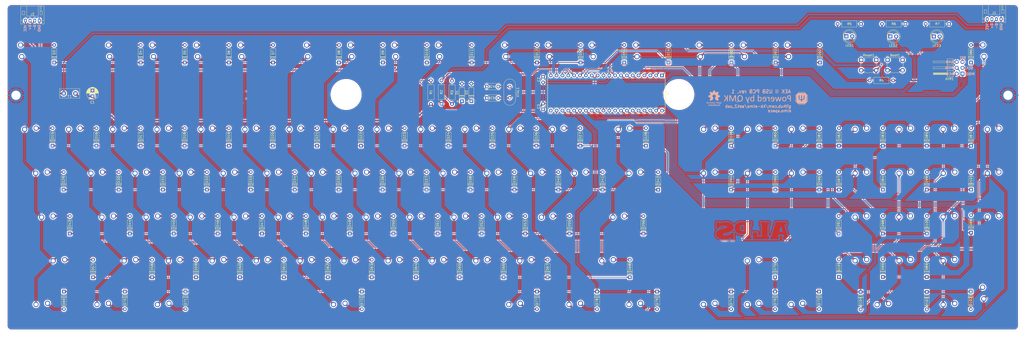
<source format=kicad_pcb>
(kicad_pcb (version 20171130) (host pcbnew "(5.1.6)-1")
  (layers (0 F.Cu signal) (31 B.Cu signal) (34 B.Paste user) (35 F.Paste user) (36 B.SilkS user) (37 F.SilkS user) (38 B.Mask user) (39 F.Mask user) (44 Edge.Cuts user))
  (net 0 "")
  (net 1 GND)
  (net 2 reset)
  (net 3 MOSI)
  (net 4 SCK)
  (net 5 +5V)
  (net 6 MISO)
  (net 7 boot)
  (net 8 "Net-(C4-Pad1)")
  (net 9 "Net-(C5-Pad1)")
  (net 10 "Net-(D3-Pad2)")
  (net 11 row0)
  (net 12 "Net-(D5-Pad2)")
  (net 13 "Net-(D6-Pad2)")
  (net 14 "Net-(D7-Pad2)")
  (net 15 "Net-(D8-Pad2)")
  (net 16 "Net-(D9-Pad2)")
  (net 17 "Net-(D10-Pad2)")
  (net 18 "Net-(D11-Pad2)")
  (net 19 "Net-(D12-Pad2)")
  (net 20 "Net-(D14-Pad2)")
  (net 21 "Net-(D15-Pad2)")
  (net 22 "Net-(D16-Pad2)")
  (net 23 "Net-(D17-Pad2)")
  (net 24 row1)
  (net 25 "Net-(D18-Pad2)")
  (net 26 "Net-(D19-Pad2)")
  (net 27 "Net-(D20-Pad2)")
  (net 28 "Net-(D21-Pad2)")
  (net 29 "Net-(D22-Pad2)")
  (net 30 "Net-(D23-Pad2)")
  (net 31 "Net-(D24-Pad2)")
  (net 32 "Net-(D25-Pad2)")
  (net 33 "Net-(D26-Pad2)")
  (net 34 "Net-(D27-Pad2)")
  (net 35 "Net-(D28-Pad2)")
  (net 36 "Net-(D29-Pad2)")
  (net 37 "Net-(D30-Pad2)")
  (net 38 "Net-(D31-Pad2)")
  (net 39 row2)
  (net 40 "Net-(D32-Pad2)")
  (net 41 "Net-(D33-Pad2)")
  (net 42 "Net-(D34-Pad2)")
  (net 43 "Net-(D35-Pad2)")
  (net 44 "Net-(D36-Pad2)")
  (net 45 "Net-(D37-Pad2)")
  (net 46 "Net-(D38-Pad2)")
  (net 47 "Net-(D39-Pad2)")
  (net 48 "Net-(D40-Pad2)")
  (net 49 "Net-(D41-Pad2)")
  (net 50 "Net-(D43-Pad2)")
  (net 51 "Net-(D44-Pad2)")
  (net 52 "Net-(D45-Pad2)")
  (net 53 row3)
  (net 54 "Net-(D46-Pad2)")
  (net 55 "Net-(D47-Pad2)")
  (net 56 "Net-(D48-Pad2)")
  (net 57 "Net-(D49-Pad2)")
  (net 58 "Net-(D50-Pad2)")
  (net 59 "Net-(D51-Pad2)")
  (net 60 "Net-(D52-Pad2)")
  (net 61 "Net-(D53-Pad2)")
  (net 62 "Net-(D54-Pad2)")
  (net 63 "Net-(D55-Pad2)")
  (net 64 "Net-(D58-Pad2)")
  (net 65 "Net-(D59-Pad2)")
  (net 66 row4)
  (net 67 "Net-(D60-Pad2)")
  (net 68 "Net-(D61-Pad2)")
  (net 69 "Net-(D62-Pad2)")
  (net 70 "Net-(D63-Pad2)")
  (net 71 "Net-(D64-Pad2)")
  (net 72 "Net-(D65-Pad2)")
  (net 73 "Net-(D66-Pad2)")
  (net 74 "Net-(D67-Pad2)")
  (net 75 "Net-(D68-Pad2)")
  (net 76 "Net-(D69-Pad2)")
  (net 77 "Net-(D72-Pad2)")
  (net 78 "Net-(D73-Pad2)")
  (net 79 row5)
  (net 80 "Net-(D74-Pad2)")
  (net 81 "Net-(D75-Pad2)")
  (net 82 "Net-(D76-Pad2)")
  (net 83 "Net-(D77-Pad2)")
  (net 84 "Net-(D78-Pad2)")
  (net 85 "Net-(D79-Pad2)")
  (net 86 "Net-(D80-Pad2)")
  (net 87 "Net-(D83-Pad2)")
  (net 88 "Net-(D84-Pad2)")
  (net 89 "Net-(D86-Pad2)")
  (net 90 "Net-(D87-Pad2)")
  (net 91 row6)
  (net 92 "Net-(D88-Pad2)")
  (net 93 "Net-(D89-Pad2)")
  (net 94 "Net-(D90-Pad2)")
  (net 95 "Net-(D91-Pad2)")
  (net 96 "Net-(D92-Pad2)")
  (net 97 "Net-(D93-Pad2)")
  (net 98 "Net-(D94-Pad2)")
  (net 99 "Net-(D95-Pad2)")
  (net 100 "Net-(D96-Pad2)")
  (net 101 "Net-(D97-Pad2)")
  (net 102 "Net-(D98-Pad2)")
  (net 103 "Net-(D99-Pad2)")
  (net 104 "Net-(D100-Pad2)")
  (net 105 "Net-(D101-Pad2)")
  (net 106 row7)
  (net 107 "Net-(D102-Pad2)")
  (net 108 "Net-(D103-Pad2)")
  (net 109 "Net-(D104-Pad2)")
  (net 110 "Net-(D105-Pad2)")
  (net 111 "Net-(D106-Pad2)")
  (net 112 "Net-(D107-Pad2)")
  (net 113 VCC)
  (net 114 "Net-(LED1-Pad1)")
  (net 115 "Net-(LED2-Pad1)")
  (net 116 "Net-(LED3-Pad1)")
  (net 117 col0)
  (net 118 col2)
  (net 119 col3)
  (net 120 col4)
  (net 121 col5)
  (net 122 col6)
  (net 123 col7)
  (net 124 col8)
  (net 125 col9)
  (net 126 col10)
  (net 127 col11)
  (net 128 col12)
  (net 129 col13)
  (net 130 D+)
  (net 131 D-)
  (net 132 "Net-(U1-Pad32)")
  (net 133 "Net-(U1-Pad21)")
  (net 134 num)
  (net 135 caps)
  (net 136 scroll)
  (net 137 col1)
  (net 138 JST-D+)
  (net 139 JST-D-)
  (net 140 "Net-(D4-Pad2)")
  (net 141 "Net-(D13-Pad2)")
  (net 142 "Net-(D70-Pad2)")
  (net 143 "Net-(D71-Pad2)")
  (net 144 "Net-(D81-Pad2)")
  (net 145 "Net-(D82-Pad2)")
  (net 146 "Net-(D85-Pad2)")
  (net 147 "Net-(D42-Pad2)")
  (net 148 "Net-(D56-Pad2)")
  (net 149 "Net-(D57-Pad2)")
  (module Alps_Only:ALPS-2U (layer F.Cu) (at 463.804 243.713)
    (fp_text reference MX102)
    (fp_text value MX-NoLED)
    (pad 1 thru_hole circle (at -2.5 -4) (size 2.25 2.25) (drill 1.47) (layers *.Cu B.Mask) (net 126 col10))
    (pad 2 thru_hole circle (at 2.5 -4.5) (size 2.25 2.25) (drill 1.47) (layers *.Cu B.Mask) (net 109 "Net-(D104-Pad2)"))
  )
  (module Alps_Only:ALPS-2U (layer F.Cu) (at 511.556 234.696 90)
    (fp_text reference MX100)
    (fp_text value MX-NoLED)
    (pad 1 thru_hole circle (at -2.5 -4 90) (size 2.25 2.25) (drill 1.47) (layers *.Cu B.Mask) (net 124 col8))
    (pad 2 thru_hole circle (at 2.5 -4.5 90) (size 2.25 2.25) (drill 1.47) (layers *.Cu B.Mask) (net 107 "Net-(D102-Pad2)"))
  )
  (module Alps_Only:ALPS-1.5U (layer F.Cu) (at 356.235 243.6495)
    (fp_text reference MX77)
    (fp_text value MX-NoLED)
    (pad 1 thru_hole circle (at -2.5 -4) (size 2.25 2.25) (drill 1.47) (layers *.Cu B.Mask) (net 129 col13))
    (pad 2 thru_hole circle (at 2.5 -4.5) (size 2.25 2.25) (drill 1.47) (layers *.Cu B.Mask) (net 85 "Net-(D79-Pad2)"))
  )
  (module Alps_Only:ALPS-1.25U (layer F.Cu) (at 330.2 243.6495)
    (fp_text reference MX76)
    (fp_text value MX-NoLED)
    (pad 1 thru_hole circle (at -2.5 -4) (size 2.25 2.25) (drill 1.47) (layers *.Cu B.Mask) (net 127 col11))
    (pad 2 thru_hole circle (at 2.5 -4.5) (size 2.25 2.25) (drill 1.47) (layers *.Cu B.Mask) (net 84 "Net-(D78-Pad2)"))
  )
  (module Alps_Only:ALPS-1.5U (layer F.Cu) (at 304.1015 243.6495)
    (fp_text reference MX75)
    (fp_text value MX-NoLED)
    (pad 1 thru_hole circle (at -2.5 -4) (size 2.25 2.25) (drill 1.47) (layers *.Cu B.Mask) (net 126 col10))
    (pad 2 thru_hole circle (at 2.5 -4.5) (size 2.25 2.25) (drill 1.47) (layers *.Cu B.Mask) (net 83 "Net-(D77-Pad2)"))
  )
  (module Alps_Only:ALPS-2.75U (layer F.Cu) (at 344.424 224.7265)
    (fp_text reference MX66)
    (fp_text value MX-NoLED)
    (pad 1 thru_hole circle (at -2.5 -4) (size 2.25 2.25) (drill 1.47) (layers *.Cu B.Mask) (net 129 col13))
    (pad 2 thru_hole circle (at 2.5 -4.5) (size 2.25 2.25) (drill 1.47) (layers *.Cu B.Mask) (net 75 "Net-(D68-Pad2)"))
  )
  (module Alps_Only:ALPS-2.25U (layer F.Cu) (at 349.25 205.8035)
    (fp_text reference MX54)
    (fp_text value MX-NoLED)
    (pad 1 thru_hole circle (at -2.5 -4) (size 2.25 2.25) (drill 1.47) (layers *.Cu B.Mask) (net 129 col13))
    (pad 2 thru_hole circle (at 2.5 -4.5) (size 2.25 2.25) (drill 1.47) (layers *.Cu B.Mask) (net 148 "Net-(D56-Pad2)"))
  )
  (module Alps_Only:ALPS-1.5U (layer F.Cu) (at 356.235 186.7535)
    (fp_text reference MX40)
    (fp_text value MX-NoLED)
    (pad 1 thru_hole circle (at -2.5 -4) (size 2.25 2.25) (drill 1.47) (layers *.Cu B.Mask) (net 129 col13))
    (pad 2 thru_hole circle (at 2.5 -4.5) (size 2.25 2.25) (drill 1.47) (layers *.Cu B.Mask) (net 147 "Net-(D42-Pad2)"))
  )
  (module Alps_Only:ALPS-2U (layer F.Cu) (at 351.536 167.7035)
    (fp_text reference MX26)
    (fp_text value MX-NoLED)
    (pad 1 thru_hole circle (at -2.5 -4) (size 2.25 2.25) (drill 1.47) (layers *.Cu B.Mask) (net 129 col13))
    (pad 2 thru_hole circle (at 2.5 -4.5) (size 2.25 2.25) (drill 1.47) (layers *.Cu B.Mask) (net 35 "Net-(D28-Pad2)"))
  )
  (module Alps_Only:ALPS-1.5U (layer F.Cu) (at 151.765 243.6495)
    (fp_text reference MX69)
    (fp_text value MX-NoLED)
    (pad 1 thru_hole circle (at -2.5 -4) (size 2.25 2.25) (drill 1.47) (layers *.Cu B.Mask) (net 118 col2))
    (pad 2 thru_hole circle (at 2.5 -4.5) (size 2.25 2.25) (drill 1.47) (layers *.Cu B.Mask) (net 143 "Net-(D71-Pad2)"))
  )
  (module Alps_Only:ALPS-1.25U (layer F.Cu) (at 125.5395 243.6495)
    (fp_text reference MX68)
    (fp_text value MX-NoLED)
    (pad 1 thru_hole circle (at -2.5 -4) (size 2.25 2.25) (drill 1.47) (layers *.Cu B.Mask) (net 137 col1))
    (pad 2 thru_hole circle (at 2.5 -4.5) (size 2.25 2.25) (drill 1.47) (layers *.Cu B.Mask) (net 142 "Net-(D70-Pad2)"))
  )
  (module Alps_Only:ALPS-1.5U (layer F.Cu) (at 99.1235 243.6495)
    (fp_text reference MX67)
    (fp_text value MX-NoLED)
    (pad 1 thru_hole circle (at -2.5 -4) (size 2.25 2.25) (drill 1.47) (layers *.Cu B.Mask) (net 117 col0))
    (pad 2 thru_hole circle (at 2.5 -4.5) (size 2.25 2.25) (drill 1.47) (layers *.Cu B.Mask) (net 76 "Net-(D69-Pad2)"))
  )
  (module Alps_Only:ALPS-2.25U (layer F.Cu) (at 106.553 224.7265)
    (fp_text reference MX55)
    (fp_text value MX-NoLED)
    (pad 1 thru_hole circle (at -2.5 -4) (size 2.25 2.25) (drill 1.47) (layers *.Cu B.Mask) (net 117 col0))
    (pad 2 thru_hole circle (at 2.5 -4.5) (size 2.25 2.25) (drill 1.47) (layers *.Cu B.Mask) (net 149 "Net-(D57-Pad2)"))
  )
  (module Alps_Only:ALPS-1.75U (layer F.Cu) (at 101.5365 205.8035)
    (fp_text reference MX41)
    (fp_text value MX-NoLED)
    (pad 1 thru_hole circle (at -2.5 -4) (size 2.25 2.25) (drill 1.47) (layers *.Cu B.Mask) (net 117 col0))
    (pad 2 thru_hole circle (at 2.5 -4.5) (size 2.25 2.25) (drill 1.47) (layers *.Cu B.Mask) (net 50 "Net-(D43-Pad2)"))
  )
  (module Alps_Only:ALPS-1.5U (layer F.Cu) (at 98.9965 186.7535)
    (fp_text reference MX27)
    (fp_text value MX-NoLED)
    (pad 1 thru_hole circle (at -2.5 -4) (size 2.25 2.25) (drill 1.47) (layers *.Cu B.Mask) (net 117 col0))
    (pad 2 thru_hole circle (at 2.5 -4.5) (size 2.25 2.25) (drill 1.47) (layers *.Cu B.Mask) (net 36 "Net-(D29-Pad2)"))
  )
  (module custom_parts:D_DO-35_SOD27_P7.62mm_Horizontal (layer F.Cu) (at 275.463 170.815 90)
    (fp_text reference D24 (at 4.318 0 90) (layer F.SilkS))
    (fp_text value D_Small)
    (pad 2 thru_hole oval (at 7.62 0 90) (size 1.6 1.6) (drill 0.8) (layers *.Cu *.Mask) (net 31 "Net-(D24-Pad2)"))
    (pad 1 thru_hole rect (at 0 0 90) (size 1.6 1.6) (drill 0.8) (layers *.Cu *.Mask) (net 24 row1))
  )
  (module custom_parts:pear_x_elmo_copper (layer F.Cu) (at 189.23 147.828)
    (fp_text reference G*** hide)
    (fp_text value LOGO hide)
    (fp_poly (pts (xy 8.242122 -4.268835) (xy 8.619292 -4.106563) (xy 8.827908 -3.957821) (xy 8.969817 -3.801455) (xy 9.114552 -3.584213) (xy 9.238383 -3.349184) (xy 9.317579 -3.139456) (xy 9.333879 -3.039066) (xy 9.392448 -2.974539) (xy 9.547965 -2.927917) (xy 9.771451 -2.90063) (xy 10.033929 -2.89411) (xy 10.30642 -2.909789) (xy 10.559944 -2.9491) (xy 10.656276 -2.973733) (xy 10.886255 -3.027115) (xy 11.024376 -3.011213) (xy 11.092247 -2.913784) (xy 11.111479 -2.722588) (xy 11.111527 -2.715835) (xy 11.140753 -2.579255) (xy 11.251064 -2.513759) (xy 11.287125 -2.505056) (xy 11.609792 -2.412788) (xy 11.884593 -2.29023) (xy 12.092478 -2.150348) (xy 12.214396 -2.006108) (xy 12.231298 -1.870475) (xy 12.228996 -1.864026) (xy 12.252928 -1.768249) (xy 12.362806 -1.65639) (xy 12.524986 -1.5551) (xy 12.697677 -1.492761) (xy 12.865202 -1.417604) (xy 12.920144 -1.287874) (xy 12.863755 -1.099431) (xy 12.833278 -1.044132) (xy 12.759729 -0.902604) (xy 12.756942 -0.83019) (xy 12.800442 -0.800545) (xy 12.882699 -0.730522) (xy 12.99874 -0.586967) (xy 13.083723 -0.4623) (xy 13.190673 -0.288768) (xy 13.234549 -0.187189) (xy 13.221273 -0.122895) (xy 13.156766 -0.061214) (xy 13.152782 -0.057967) (xy 13.069005 0.053769) (xy 13.085763 0.132533) (xy 13.129222 0.276323) (xy 13.133771 0.477683) (xy 13.106371 0.700755) (xy 13.053981 0.909681) (xy 12.983561 1.068603) (xy 12.902069 1.141662) (xy 12.889647 1.143) (xy 12.835591 1.19405) (xy 12.828715 1.320381) (xy 12.86342 1.481761) (xy 12.934102 1.637957) (xy 12.96468 1.681905) (xy 13.052626 1.853616) (xy 13.021929 1.984554) (xy 12.876935 2.065611) (xy 12.772971 2.083648) (xy 12.631538 2.115133) (xy 12.577825 2.194597) (xy 12.571605 2.274148) (xy 12.544347 2.437459) (xy 12.477627 2.643429) (xy 12.446814 2.716624) (xy 12.324061 2.933755) (xy 12.141349 3.191156) (xy 11.918646 3.467056) (xy 11.675921 3.739684) (xy 11.433141 3.98727) (xy 11.210275 4.188044) (xy 11.027291 4.320235) (xy 10.940668 4.358707) (xy 10.792717 4.426905) (xy 10.624261 4.545988) (xy 10.59039 4.575541) (xy 10.423436 4.701347) (xy 10.258768 4.785844) (xy 10.230253 4.794567) (xy 10.081145 4.853605) (xy 9.88615 4.957911) (xy 9.780245 5.023891) (xy 9.460927 5.19559) (xy 9.112244 5.319005) (xy 8.77914 5.381021) (xy 8.563437 5.378937) (xy 8.397919 5.372053) (xy 8.292437 5.395932) (xy 8.281044 5.406731) (xy 8.20291 5.437451) (xy 8.034766 5.459019) (xy 7.820657 5.466652) (xy 7.546108 5.470863) (xy 7.274245 5.482502) (xy 7.112 5.494678) (xy 6.760613 5.475435) (xy 6.57225 5.418042) (xy 6.384013 5.333065) (xy 6.230443 5.252247) (xy 6.202506 5.23474) (xy 6.05565 5.188668) (xy 5.856432 5.18777) (xy 5.847716 5.188886) (xy 5.548519 5.166566) (xy 5.239377 5.026476) (xy 5.006025 4.843794) (xy 4.880291 4.742418) (xy 4.769719 4.71949) (xy 4.610391 4.760308) (xy 4.423373 4.806665) (xy 4.31563 4.77619) (xy 4.255586 4.649391) (xy 4.230472 4.525782) (xy 4.166778 4.31205) (xy 4.055811 4.081706) (xy 3.918244 3.865594) (xy 3.774753 3.694559) (xy 3.646014 3.599444) (xy 3.60291 3.589559) (xy 3.506535 3.562048) (xy 3.429189 3.464217) (xy 3.34976 3.27025) (xy 3.285731 3.015515) (xy 3.254476 2.745764) (xy 3.25451 2.650325) (xy 3.255104 2.458314) (xy 3.223926 2.35651) (xy 3.151617 2.310289) (xy 3.070577 2.222962) (xy 3.058052 2.04343) (xy 3.093519 1.87325) (xy 3.368323 1.87325) (xy 3.376444 1.960737) (xy 3.416635 1.936659) (xy 3.453894 1.889125) (xy 3.56992 1.798437) (xy 3.649582 1.778) (xy 3.697655 1.778539) (xy 3.726936 1.794011) (xy 3.736581 1.845193) (xy 3.725744 1.952865) (xy 3.693579 2.137806) (xy 3.63924 2.420795) (xy 3.619219 2.52414) (xy 3.58488 2.748783) (xy 3.572842 2.933675) (xy 3.582709 3.026012) (xy 3.621632 3.093067) (xy 3.674057 3.058923) (xy 3.711305 3.010221) (xy 3.80368 2.933433) (xy 3.874671 2.979823) (xy 3.920527 3.1468) (xy 3.921735 3.155575) (xy 3.998623 3.412875) (xy 4.157036 3.711617) (xy 4.292537 3.907147) (xy 4.409198 4.080796) (xy 4.496504 4.244698) (xy 4.50135 4.256397) (xy 4.546837 4.361241) (xy 4.563892 4.351769) (xy 4.567974 4.274122) (xy 4.599733 4.132692) (xy 4.681664 4.106843) (xy 4.811034 4.196702) (xy 4.871155 4.260182) (xy 5.017729 4.408885) (xy 5.199704 4.569907) (xy 5.386833 4.719343) (xy 5.548864 4.833284) (xy 5.655549 4.887823) (xy 5.667425 4.8895) (xy 5.702957 4.843308) (xy 5.693818 4.798892) (xy 5.7068 4.686773) (xy 5.749011 4.633623) (xy 5.822314 4.60624) (xy 5.928375 4.64056) (xy 6.094361 4.747004) (xy 6.150515 4.787654) (xy 6.360497 4.930855) (xy 6.567365 5.054587) (xy 6.675904 5.109188) (xy 6.845442 5.17214) (xy 6.976937 5.202685) (xy 7.040851 5.196121) (xy 7.027884 5.165217) (xy 7.025258 5.088481) (xy 7.052827 5.043035) (xy 7.123766 4.997993) (xy 7.238515 5.015776) (xy 7.33595 5.053052) (xy 7.495956 5.088882) (xy 7.748763 5.111113) (xy 8.060963 5.120305) (xy 8.399146 5.117016) (xy 8.729906 5.101805) (xy 9.019834 5.075232) (xy 9.235522 5.037855) (xy 9.292708 5.020317) (xy 9.438341 4.947506) (xy 9.638863 4.825807) (xy 9.826812 4.698394) (xy 10.021672 4.569741) (xy 10.188823 4.478536) (xy 10.289687 4.445) (xy 10.386853 4.398654) (xy 10.524583 4.278888) (xy 10.634113 4.15771) (xy 10.78967 3.985964) (xy 10.911657 3.902756) (xy 11.031109 3.887284) (xy 11.036808 3.887835) (xy 11.147432 3.878777) (xy 11.248428 3.810106) (xy 11.369471 3.658713) (xy 11.413729 3.594303) (xy 11.546162 3.366565) (xy 11.654191 3.126328) (xy 11.692971 3.006928) (xy 11.754889 2.833127) (xy 11.825942 2.738569) (xy 11.850288 2.7305) (xy 11.929836 2.767325) (xy 11.938 2.794) (xy 11.986751 2.855142) (xy 12.00474 2.8575) (xy 12.083266 2.799429) (xy 12.157241 2.646685) (xy 12.216491 2.431472) (xy 12.25084 2.185991) (xy 12.2555 2.063796) (xy 12.277457 1.823147) (xy 12.338407 1.680622) (xy 12.430968 1.645969) (xy 12.526468 1.706068) (xy 12.623873 1.776856) (xy 12.65871 1.74561) (xy 12.622974 1.624977) (xy 12.603295 1.584687) (xy 12.530681 1.328198) (xy 12.52229 1.029062) (xy 12.538501 0.821877) (xy 12.568813 0.709549) (xy 12.627396 0.659935) (xy 12.691382 0.645507) (xy 12.786309 0.619077) (xy 12.819231 0.55112) (xy 12.806048 0.402934) (xy 12.801896 0.376506) (xy 12.744952 0.14329) (xy 12.661111 -0.083234) (xy 12.656258 -0.093579) (xy 12.592505 -0.273278) (xy 12.610323 -0.364824) (xy 12.706224 -0.361868) (xy 12.782262 -0.323029) (xy 12.85236 -0.287755) (xy 12.83773 -0.322937) (xy 12.740165 -0.431944) (xy 12.575388 -0.577925) (xy 12.403227 -0.688687) (xy 12.37504 -0.701591) (xy 12.228357 -0.796912) (xy 12.205927 -0.899446) (xy 12.307394 -0.993665) (xy 12.3825 -1.025516) (xy 12.533431 -1.096833) (xy 12.557845 -1.16441) (xy 12.455955 -1.232756) (xy 12.393457 -1.256666) (xy 12.225018 -1.343281) (xy 12.04896 -1.472954) (xy 12.028332 -1.49152) (xy 11.85557 -1.632486) (xy 11.680699 -1.747453) (xy 11.664075 -1.756368) (xy 11.539473 -1.852507) (xy 11.520938 -1.937445) (xy 11.605341 -1.983715) (xy 11.689902 -1.983261) (xy 11.789705 -1.975185) (xy 11.785954 -1.995516) (xy 11.675036 -2.060954) (xy 11.672833 -2.062197) (xy 11.535834 -2.112204) (xy 11.310753 -2.166022) (xy 11.035912 -2.215155) (xy 10.892828 -2.235179) (xy 10.60347 -2.275623) (xy 10.421243 -2.312542) (xy 10.326619 -2.351714) (xy 10.30007 -2.398919) (xy 10.301287 -2.410242) (xy 10.373033 -2.488662) (xy 10.509792 -2.529012) (xy 10.685767 -2.55568) (xy 10.741923 -2.582329) (xy 10.685431 -2.607048) (xy 10.523458 -2.627925) (xy 10.263173 -2.643051) (xy 10.061116 -2.648602) (xy 9.747 -2.652667) (xy 9.53857 -2.649196) (xy 9.414597 -2.635305) (xy 9.353855 -2.608114) (xy 9.335113 -2.564738) (xy 9.3345 -2.549945) (xy 9.297604 -2.389397) (xy 9.202881 -2.174415) (xy 9.074273 -1.947734) (xy 8.935723 -1.752094) (xy 8.82438 -1.639393) (xy 8.646748 -1.508063) (xy 8.828293 -1.257447) (xy 9.056551 -0.843227) (xy 9.193885 -0.373884) (xy 9.228454 0.032126) (xy 9.167278 0.472545) (xy 9.008024 0.860971) (xy 8.766256 1.184846) (xy 8.457536 1.431613) (xy 8.097428 1.588715) (xy 7.701494 1.643592) (xy 7.300307 1.587939) (xy 6.893703 1.411272) (xy 6.535846 1.129493) (xy 6.243281 0.760341) (xy 6.032552 0.321553) (xy 5.988441 0.181419) (xy 5.888456 -0.176912) (xy 5.531853 -0.145329) (xy 5.230541 -0.143284) (xy 4.948484 -0.205464) (xy 4.826 -0.249631) (xy 4.770809 -0.271105) (xy 6.19684 -0.271105) (xy 6.264361 0.122522) (xy 6.417831 0.496473) (xy 6.646586 0.828488) (xy 6.939961 1.096308) (xy 7.287293 1.277673) (xy 7.493 1.331732) (xy 7.782854 1.345341) (xy 8.080415 1.300146) (xy 8.28675 1.223082) (xy 8.580687 0.994761) (xy 8.79265 0.687391) (xy 8.917485 0.323055) (xy 8.950038 -0.076164) (xy 8.885155 -0.488183) (xy 8.761077 -0.809288) (xy 8.521091 -1.177989) (xy 8.228338 -1.451618) (xy 7.900437 -1.628567) (xy 7.555011 -1.707225) (xy 7.209678 -1.685984) (xy 6.882061 -1.563234) (xy 6.589779 -1.337367) (xy 6.362304 -1.028351) (xy 6.225933 -0.662149) (xy 6.19684 -0.271105) (xy 4.770809 -0.271105) (xy 4.47675 -0.385517) (xy 4.114106 0.013616) (xy 3.925834 0.233576) (xy 3.830468 0.375947) (xy 3.828634 0.438808) (xy 3.920959 0.420239) (xy 3.993125 0.384946) (xy 4.115518 0.345158) (xy 4.158905 0.390175) (xy 4.124236 0.506133) (xy 4.01246 0.679163) (xy 3.969241 0.733797) (xy 3.805455 0.957262) (xy 3.646118 1.214634) (xy 3.50862 1.472939) (xy 3.41035 1.699203) (xy 3.368698 1.860452) (xy 3.368323 1.87325) (xy 3.093519 1.87325) (xy 3.111908 1.785021) (xy 3.230007 1.461062) (xy 3.319246 1.264585) (xy 3.54451 0.797664) (xy 3.392116 0.656431) (xy 3.285144 0.511454) (xy 3.301913 0.383157) (xy 3.443959 0.263483) (xy 3.469734 0.249191) (xy 3.590525 0.158974) (xy 3.756716 0.002756) (xy 3.933739 -0.186804) (xy 3.945424 -0.200225) (xy 4.260114 -0.563476) (xy 4.0549 -0.927094) (xy 3.890382 -1.33484) (xy 3.849967 -1.694729) (xy 4.114242 -1.694729) (xy 4.139538 -1.374677) (xy 4.220615 -1.121877) (xy 4.376686 -0.881959) (xy 4.420251 -0.82876) (xy 4.713124 -0.574619) (xy 5.066973 -0.426671) (xy 5.465948 -0.389977) (xy 5.701229 -0.419521) (xy 5.826593 -0.462069) (xy 5.902836 -0.550983) (xy 5.960798 -0.724291) (xy 5.966496 -0.746613) (xy 6.080218 -1.097045) (xy 6.235845 -1.372495) (xy 6.416386 -1.580618) (xy 6.613481 -1.777713) (xy 6.444525 -2.142982) (xy 6.347714 -2.350698) (xy 6.26713 -2.5208) (xy 6.226706 -2.6035) (xy 6.087421 -2.75284) (xy 6.033798 -2.780165) (xy 6.541544 -2.780165) (xy 6.569747 -2.51834) (xy 6.643165 -2.277585) (xy 6.747468 -2.08633) (xy 6.868325 -1.973002) (xy 6.957198 -1.955565) (xy 7.389045 -1.983708) (xy 7.790963 -1.938553) (xy 8.112304 -1.829739) (xy 8.329434 -1.73717) (xy 8.487038 -1.726514) (xy 8.627194 -1.803494) (xy 8.739697 -1.915045) (xy 8.946386 -2.198687) (xy 9.052053 -2.502007) (xy 9.070323 -2.865676) (xy 9.068531 -2.896818) (xy 9.040537 -3.151578) (xy 8.983547 -3.334207) (xy 8.879029 -3.499142) (xy 8.851715 -3.533655) (xy 8.615122 -3.790213) (xy 8.388003 -3.949054) (xy 8.135522 -4.031482) (xy 8.009297 -4.048854) (xy 7.634642 -4.056516) (xy 7.334553 -3.991368) (xy 7.073208 -3.843399) (xy 6.971503 -3.758787) (xy 6.72875 -3.49022) (xy 6.59163 -3.201711) (xy 6.542429 -2.852936) (xy 6.541544 -2.780165) (xy 6.033798 -2.780165) (xy 5.85843 -2.869527) (xy 5.575807 -2.938467) (xy 5.397125 -2.950634) (xy 5.012071 -2.893528) (xy 4.673795 -2.733918) (xy 4.400234 -2.489361) (xy 4.209323 -2.177418) (xy 4.119 -1.815647) (xy 4.114242 -1.694729) (xy 3.849967 -1.694729) (xy 3.844087 -1.747086) (xy 3.911169 -2.144681) (xy 4.086784 -2.508475) (xy 4.366086 -2.819317) (xy 4.570789 -2.966047) (xy 4.949899 -3.144023) (xy 5.330845 -3.21136) (xy 5.734671 -3.168652) (xy 6.18242 -3.016492) (xy 6.193081 -3.01185) (xy 6.247492 -3.049211) (xy 6.31158 -3.176448) (xy 6.341504 -3.264691) (xy 6.512264 -3.638822) (xy 6.768859 -3.937891) (xy 7.090716 -4.156161) (xy 7.457261 -4.287899) (xy 7.847921 -4.327369) (xy 8.242122 -4.268835)) (layer F.Cu) (width 0.01))
    (fp_poly (pts (xy -0.659594 -1.003718) (xy -0.561085 -0.954375) (xy -0.457916 -0.849225) (xy -0.33169 -0.669523) (xy -0.164222 -0.396875) (xy -0.038945 -0.203161) (xy 0.070696 -0.062049) (xy 0.142878 -0.001279) (xy 0.147472 -0.000688) (xy 0.214205 -0.052318) (xy 0.318568 -0.187315) (xy 0.438479 -0.37696) (xy 0.44355 -0.385736) (xy 0.573229 -0.600158) (xy 0.695607 -0.784465) (xy 0.779399 -0.893048) (xy 0.94963 -0.998723) (xy 1.139191 -1.006555) (xy 1.311377 -0.930397) (xy 1.429485 -0.784108) (xy 1.4605 -0.635925) (xy 1.430496 -0.524743) (xy 1.348793 -0.33116) (xy 1.227855 -0.082375) (xy 1.080145 0.194412) (xy 1.0795 0.195569) (xy 0.932562 0.46687) (xy 0.811933 0.704128) (xy 0.729845 0.882247) (xy 0.698527 0.976133) (xy 0.6985 0.977362) (xy 0.728084 1.068412) (xy 0.808702 1.244505) (xy 0.928153 1.480543) (xy 1.074235 1.751431) (xy 1.079059 1.760117) (xy 1.226582 2.03668) (xy 1.347539 2.284697) (xy 1.429506 2.477181) (xy 1.460056 2.587144) (xy 1.460059 2.587625) (xy 1.404927 2.762162) (xy 1.267933 2.908269) (xy 1.09329 2.982216) (xy 1.058818 2.9845) (xy 0.931565 2.953889) (xy 0.801377 2.852438) (xy 0.65534 2.665712) (xy 0.480543 2.379281) (xy 0.419672 2.270125) (xy 0.301198 2.066544) (xy 0.200488 1.915334) (xy 0.136077 1.843831) (xy 0.129034 1.8415) (xy 0.076793 1.893708) (xy -0.018329 2.034001) (xy -0.140438 2.237883) (xy -0.21663 2.374272) (xy -0.35291 2.609646) (xy -0.478479 2.800728) (xy -0.574777 2.920412) (xy -0.607966 2.945772) (xy -0.822803 2.979873) (xy -1.007403 2.895128) (xy -1.068432 2.837532) (xy -1.166567 2.701172) (xy -1.2065 2.583629) (xy -1.176684 2.490542) (xy -1.095106 2.311674) (xy -0.973576 2.071187) (xy -0.823902 1.793243) (xy -0.79375 1.739075) (xy -0.641434 1.46492) (xy -0.514473 1.232685) (xy -0.424356 1.063663) (xy -0.382568 0.979148) (xy -0.381 0.973948) (xy -0.41003 0.911333) (xy -0.489568 0.759034) (xy -0.608283 0.5383) (xy -0.754847 0.270375) (xy -0.79375 0.199887) (xy -0.946722 -0.084507) (xy -1.074049 -0.335908) (xy -1.164083 -0.530212) (xy -1.205178 -0.643313) (xy -1.2065 -0.654333) (xy -1.150667 -0.805671) (xy -1.011995 -0.936282) (xy -0.833725 -1.010185) (xy -0.771842 -1.016) (xy -0.659594 -1.003718)) (layer F.Cu) (width 0.01))
    (fp_poly (pts (xy -4.668274 -6.540769) (xy -4.641039 -6.353867) (xy -4.636473 -6.155151) (xy -4.689825 -5.660017) (xy -4.842418 -5.161629) (xy -5.079047 -4.683344) (xy -5.384508 -4.248516) (xy -5.743597 -3.880503) (xy -6.141111 -3.60266) (xy -6.365839 -3.49855) (xy -6.491986 -3.464046) (xy -6.552093 -3.508107) (xy -6.580134 -3.596552) (xy -6.610196 -3.892252) (xy -6.580214 -4.255598) (xy -6.496996 -4.646257) (xy -6.367348 -5.023893) (xy -6.322254 -5.124756) (xy -6.117473 -5.482064) (xy -5.85284 -5.83607) (xy -5.556009 -6.156247) (xy -5.254637 -6.41207) (xy -5.032967 -6.547899) (xy -4.849685 -6.62337) (xy -4.732971 -6.625798) (xy -4.668274 -6.540769)) (layer F.Cu) (width 0.01))
    (fp_poly (pts (xy 11.802864 -0.859833) (xy 11.921502 -0.776191) (xy 12.047192 -0.620735) (xy 12.155599 -0.43478) (xy 12.222387 -0.259646) (xy 12.225588 -0.142092) (xy 12.187276 -0.081525) (xy 12.12942 -0.102945) (xy 12.028595 -0.209916) (xy 11.931212 -0.305041) (xy 11.877915 -0.323132) (xy 11.8745 -0.310943) (xy 11.830704 -0.230235) (xy 11.716769 -0.097696) (xy 11.582356 0.034414) (xy 11.290213 0.30263) (xy 11.142463 1.191048) (xy 11.063991 1.649994) (xy 10.996491 2.007144) (xy 10.933477 2.286495) (xy 10.86846 2.512045) (xy 10.794953 2.707791) (xy 10.706467 2.89773) (xy 10.653262 3.000508) (xy 10.346983 3.447499) (xy 9.953293 3.80915) (xy 9.485609 4.077341) (xy 8.95735 4.243951) (xy 8.509 4.298288) (xy 8.184744 4.30248) (xy 7.935403 4.279466) (xy 7.71068 4.223257) (xy 7.624042 4.192976) (xy 7.441558 4.112407) (xy 7.182674 3.980942) (xy 6.878566 3.815184) (xy 6.560409 3.631734) (xy 6.481042 3.584277) (xy 6.15294 3.39003) (xy 5.91251 3.257443) (xy 5.741453 3.178187) (xy 5.621467 3.143931) (xy 5.534252 3.146346) (xy 5.5245 3.148881) (xy 5.371969 3.175478) (xy 5.15168 3.194735) (xy 5.000595 3.200543) (xy 4.772432 3.215318) (xy 4.656693 3.252003) (xy 4.63547 3.290781) (xy 4.585535 3.351223) (xy 4.524375 3.353413) (xy 4.432081 3.279779) (xy 4.349315 3.124041) (xy 4.291952 2.930939) (xy 4.275867 2.74521) (xy 4.285331 2.6798) (xy 4.354127 2.572861) (xy 4.450779 2.55562) (xy 4.52594 2.624239) (xy 4.54025 2.699619) (xy 4.597877 2.839363) (xy 4.749916 2.940354) (xy 4.965103 2.982127) (xy 4.972028 2.982249) (xy 5.203678 2.938426) (xy 5.475738 2.813619) (xy 5.707688 2.658021) (xy 5.863505 2.558545) (xy 5.947035 2.556982) (xy 5.953978 2.653172) (xy 5.9506 2.667) (xy 5.953868 2.770994) (xy 6.033187 2.785453) (xy 6.175797 2.711627) (xy 6.274919 2.63525) (xy 6.436837 2.519442) (xy 6.547848 2.479808) (xy 6.590852 2.519427) (xy 6.57759 2.580731) (xy 6.561058 2.649354) (xy 6.613806 2.627527) (xy 6.650171 2.601226) (xy 6.772955 2.492815) (xy 6.902166 2.357413) (xy 7.007891 2.252887) (xy 7.096294 2.236927) (xy 7.20481 2.284694) (xy 7.362676 2.326887) (xy 7.546736 2.287948) (xy 7.773954 2.161112) (xy 8.053167 1.946423) (xy 8.254053 1.804185) (xy 8.462671 1.695427) (xy 8.561167 1.661849) (xy 8.917809 1.576088) (xy 9.175742 1.508943) (xy 9.360414 1.452307) (xy 9.497272 1.398077) (xy 9.611765 1.338146) (xy 9.650202 1.314979) (xy 9.781294 1.225012) (xy 9.80849 1.175538) (xy 9.7595 1.154396) (xy 9.657438 1.104237) (xy 9.65593 1.030744) (xy 9.737725 0.958034) (xy 9.885574 0.910221) (xy 9.938278 0.90446) (xy 10.243276 0.87872) (xy 10.438299 0.844975) (xy 10.540339 0.797942) (xy 10.566392 0.732338) (xy 10.562515 0.710417) (xy 10.582624 0.612674) (xy 10.707985 0.517257) (xy 10.768694 0.486442) (xy 10.914994 0.403155) (xy 10.953396 0.337954) (xy 10.931294 0.301394) (xy 10.872696 0.223959) (xy 10.884431 0.155251) (xy 10.981518 0.074392) (xy 11.174926 -0.037295) (xy 11.444328 -0.213639) (xy 11.60465 -0.386893) (xy 11.649602 -0.5489) (xy 11.626818 -0.623194) (xy 11.597454 -0.765969) (xy 11.662505 -0.856233) (xy 11.797734 -0.861409) (xy 11.802864 -0.859833)) (layer F.Cu) (width 0.01))
    (fp_poly (pts (xy 5.750272 -2.284838) (xy 5.967965 -2.15668) (xy 6.102605 -1.963798) (xy 6.153797 -1.737059) (xy 6.121145 -1.507329) (xy 6.004254 -1.305475) (xy 5.802729 -1.162363) (xy 5.764834 -1.147752) (xy 5.612881 -1.09807) (xy 5.512252 -1.090026) (xy 5.397341 -1.126503) (xy 5.30071 -1.168143) (xy 5.110903 -1.313278) (xy 4.985547 -1.531065) (xy 4.953 -1.7145) (xy 5.009641 -1.963312) (xy 5.159968 -2.159786) (xy 5.374588 -2.282897) (xy 5.624105 -2.311617) (xy 5.750272 -2.284838)) (layer F.Cu) (width 0.01))
    (fp_poly (pts (xy 7.868483 -3.222351) (xy 8.087485 -3.046736) (xy 8.094533 -3.03846) (xy 8.227173 -2.799985) (xy 8.239425 -2.559877) (xy 8.136083 -2.337897) (xy 7.921945 -2.153807) (xy 7.873298 -2.126888) (xy 7.727815 -2.05806) (xy 7.620859 -2.042468) (xy 7.492412 -2.079824) (xy 7.386874 -2.124568) (xy 7.176592 -2.268014) (xy 7.068579 -2.478624) (xy 7.0485 -2.667) (xy 7.091412 -2.928568) (xy 7.230263 -3.117555) (xy 7.372517 -3.210121) (xy 7.62532 -3.277963) (xy 7.868483 -3.222351)) (layer F.Cu) (width 0.01))
    (fp_poly (pts (xy -7.056007 -2.923099) (xy -6.862852 -2.893278) (xy -6.630501 -2.881368) (xy -6.328644 -2.886861) (xy -5.98965 -2.905159) (xy -5.68318 -2.883299) (xy -5.432534 -2.769746) (xy -5.231438 -2.557082) (xy -5.073614 -2.237892) (xy -4.952786 -1.80476) (xy -4.921229 -1.642665) (xy -4.758782 -0.923001) (xy -4.544443 -0.304621) (xy -4.27141 0.22992) (xy -4.081062 0.511657) (xy -3.932678 0.710984) (xy -4.186623 0.912112) (xy -4.406203 1.142055) (xy -4.610922 1.462333) (xy -4.649159 1.53695) (xy -4.759519 1.778) (xy -4.82265 1.977432) (xy -4.851183 2.191743) (xy -4.85775 2.469994) (xy -4.849798 2.762235) (xy -4.818763 2.981254) (xy -4.753881 3.180231) (xy -4.682353 3.336488) (xy -4.459219 3.688958) (xy -4.166256 4.004429) (xy -3.83725 4.250993) (xy -3.585962 4.371929) (xy -3.382232 4.444567) (xy -3.214179 4.504987) (xy -3.155852 4.526237) (xy -3.104239 4.556755) (xy -3.092164 4.613396) (xy -3.125337 4.720665) (xy -3.209465 4.90307) (xy -3.273921 5.033105) (xy -3.539748 5.474977) (xy -3.869409 5.882565) (xy -4.235549 6.226824) (xy -4.610813 6.478706) (xy -4.657972 6.502726) (xy -5.041677 6.662791) (xy -5.375843 6.73339) (xy -5.697258 6.718206) (xy -5.99855 6.636883) (xy -6.271937 6.550426) (xy -6.491255 6.51409) (xy -6.706629 6.527626) (xy -6.968182 6.590786) (xy -7.101783 6.631399) (xy -7.377091 6.710528) (xy -7.584742 6.744306) (xy -7.775261 6.733874) (xy -7.999176 6.680372) (xy -8.088377 6.653652) (xy -8.572809 6.440942) (xy -9.00931 6.124804) (xy -9.391497 5.72182) (xy -9.712989 5.248573) (xy -9.967404 4.721647) (xy -10.14836 4.157623) (xy -10.249474 3.573084) (xy -10.264365 2.984614) (xy -10.186651 2.408795) (xy -10.009949 1.86221) (xy -9.967944 1.769899) (xy -9.843088 1.552005) (xy -9.659832 1.285594) (xy -9.448392 1.013127) (xy -9.335336 0.880899) (xy -9.091134 0.591943) (xy -8.8879 0.312691) (xy -8.716536 0.022185) (xy -8.567945 -0.300534) (xy -8.433028 -0.676425) (xy -8.302687 -1.126447) (xy -8.167824 -1.671558) (xy -8.101388 -1.961676) (xy -8.032623 -2.211265) (xy -7.949303 -2.435181) (xy -7.876812 -2.572973) (xy -7.663688 -2.780184) (xy -7.396659 -2.906033) (xy -7.117329 -2.932772) (xy -7.056007 -2.923099)) (layer F.Cu) (width 0.01))
  )
  (module custom_parts:oshw (layer B.Cu) (at 390.652 150.241 180)
    (fp_text reference G*** hide)
    (fp_text value LOGO hide)
  )
  (module custom_parts:qmk (layer B.Cu) (at 413.004 150.241 180)
    (fp_text reference G*** hide)
    (fp_text value LOGO hide)
  )
  (module custom_parts:alps_logo (layer B.Cu) (at 407.035 208.026 180)
    (fp_text reference G*** hide)
    (fp_text value LOGO hide)
    (fp_poly (pts (xy -5.025109 4.486398) (xy -4.583038 4.48356) (xy -4.221484 4.478771) (xy -3.938381 4.471982) (xy -3.731666 4.463145) (xy -3.599272 4.452211) (xy -3.541494 4.440332) (xy -3.44331 4.36483) (xy -3.391335 4.290174) (xy -3.372995 4.205791) (xy -3.359152 4.055328) (xy -3.349806 3.857249) (xy -3.344956 3.630022) (xy -3.344603 3.392111) (xy -3.348746 3.161983) (xy -3.357387 2.958103) (xy -3.370523 2.798939) (xy -3.388157 2.702955) (xy -3.391335 2.694827) (xy -3.485614 2.58216) (xy -3.632554 2.512638) (xy -3.748492 2.497667) (xy -3.852334 2.497667) (xy -3.852334 -1.778) (xy -2.709334 -1.778) (xy -2.709334 -0.996825) (xy -2.707579 -0.68517) (xy -2.700892 -0.446942) (xy -2.687139 -0.270947) (xy -2.664187 -0.14599) (xy -2.629902 -0.060877) (xy -2.582152 -0.004416) (xy -2.518802 0.034589) (xy -2.512174 0.037666) (xy -2.429909 0.054376) (xy -2.266056 0.067551) (xy -2.023626 0.07707) (xy -1.705627 0.082815) (xy -1.329584 0.084667) (xy -0.250152 0.084667) (xy -0.146243 -0.019242) (xy -0.111779 -0.055541) (xy -0.085928 -0.093996) (xy -0.06745 -0.146489) (xy -0.055107 -0.224901) (xy -0.047663 -0.341115) (xy -0.043878 -0.507011) (xy -0.042514 -0.734473) (xy -0.042334 -1.016476) (xy -0.042334 -1.9098) (xy 0.051752 -1.8439) (xy 0.16006 -1.79291) (xy 0.242252 -1.778) (xy 0.338666 -1.778) (xy 0.338666 0.338667) (xy 0.338446 0.81995) (xy 0.337646 1.22329) (xy 0.336059 1.555409) (xy 0.333476 1.823031) (xy 0.329689 2.032876) (xy 0.324489 2.191669) (xy 0.317667 2.306132) (xy 0.309017 2.382987) (xy 0.298328 2.428958) (xy 0.285394 2.450766) (xy 0.273064 2.455334) (xy 0.136238 2.49142) (xy 0.008286 2.582735) (xy -0.07614 2.703858) (xy -0.080078 2.714365) (xy -0.097235 2.805905) (xy -0.111481 2.963541) (xy -0.121675 3.168721) (xy -0.126681 3.402893) (xy -0.127 3.479011) (xy -0.123363 3.781254) (xy -0.110521 4.010587) (xy -0.0963 4.106334) (xy 0.254 4.106334) (xy 0.254 2.836334) (xy 0.719666 2.836334) (xy 0.719666 -2.159) (xy 0.254 -2.159) (xy 0.254 -3.344333) (xy 3.767666 -3.344333) (xy 3.767666 -2.159) (xy 3.344333 -2.159) (xy 3.344333 -1.111324) (xy 4.347028 -1.092992) (xy 4.693048 -1.08531) (xy 4.960479 -1.076155) (xy 5.155394 -1.065115) (xy 5.283863 -1.051779) (xy 5.351958 -1.035734) (xy 5.366644 -1.023899) (xy 5.406628 -0.992512) (xy 5.424309 -0.99832) (xy 5.494012 -1.005102) (xy 5.53711 -0.992986) (xy 5.636824 -0.963099) (xy 5.714391 -0.948726) (xy 5.79955 -0.923431) (xy 5.833543 -0.893202) (xy 5.877691 -0.868711) (xy 5.908235 -0.87474) (xy 5.96085 -0.870186) (xy 5.969 -0.848697) (xy 5.994668 -0.819209) (xy 6.011333 -0.8255) (xy 6.05028 -0.820739) (xy 6.053666 -0.804333) (xy 6.079277 -0.776337) (xy 6.094756 -0.782398) (xy 6.157992 -0.781933) (xy 6.251232 -0.746758) (xy 6.340034 -0.694346) (xy 6.389961 -0.642172) (xy 6.392333 -0.631414) (xy 6.417962 -0.606372) (xy 6.432064 -0.612225) (xy 6.48185 -0.601387) (xy 6.515444 -0.561807) (xy 6.550334 -0.515719) (xy 6.560379 -0.520476) (xy 6.586727 -0.509391) (xy 6.653405 -0.452275) (xy 6.74387 -0.365821) (xy 6.841581 -0.26672) (xy 6.929995 -0.171665) (xy 6.99257 -0.097345) (xy 7.012956 -0.063806) (xy 7.051463 -0.015617) (xy 7.08793 0.00938) (xy 7.133685 0.058888) (xy 7.131558 0.087269) (xy 7.138723 0.124229) (xy 7.154333 0.127) (xy 7.181939 0.152788) (xy 7.1755 0.169334) (xy 7.18026 0.208281) (xy 7.196666 0.211667) (xy 7.224272 0.237455) (xy 7.217833 0.254) (xy 7.224461 0.292525) (xy 7.243557 0.296334) (xy 7.275391 0.311814) (xy 7.269238 0.32254) (xy 7.273669 0.368645) (xy 7.30695 0.412665) (xy 7.349501 0.488664) (xy 7.348596 0.534626) (xy 7.353072 0.585598) (xy 7.372266 0.592667) (xy 7.400369 0.626078) (xy 7.396598 0.675304) (xy 7.398091 0.748741) (xy 7.420541 0.773126) (xy 7.438315 0.81786) (xy 7.453943 0.92751) (xy 7.466904 1.08392) (xy 7.476676 1.268933) (xy 7.482739 1.464392) (xy 7.484571 1.652141) (xy 7.481651 1.814024) (xy 7.473458 1.931884) (xy 7.459469 1.987564) (xy 7.455469 1.989667) (xy 7.432361 2.023119) (xy 7.437151 2.069556) (xy 7.434894 2.147948) (xy 7.41387 2.176745) (xy 7.387553 2.233838) (xy 7.393544 2.26619) (xy 7.391577 2.319757) (xy 7.371857 2.328334) (xy 7.344686 2.359182) (xy 7.350691 2.391834) (xy 7.353064 2.44642) (xy 7.337204 2.455334) (xy 7.304827 2.491346) (xy 7.292223 2.549957) (xy 7.269091 2.630846) (xy 7.240617 2.659406) (xy 7.21468 2.699369) (xy 7.220067 2.71295) (xy 7.212251 2.748994) (xy 7.196666 2.751667) (xy 7.166738 2.774687) (xy 7.171537 2.787589) (xy 7.16186 2.840584) (xy 7.108886 2.914589) (xy 7.059233 2.978162) (xy 7.056569 3.005839) (xy 7.057434 3.005877) (xy 7.050514 3.029689) (xy 6.992936 3.089047) (xy 6.963833 3.114773) (xy 6.897335 3.175574) (xy 6.880321 3.199923) (xy 6.88975 3.196731) (xy 6.936626 3.180134) (xy 6.924163 3.209153) (xy 6.850061 3.287182) (xy 6.788142 3.346613) (xy 6.707743 3.416689) (xy 6.664882 3.442151) (xy 6.664204 3.429) (xy 6.660271 3.416727) (xy 6.614413 3.460465) (xy 6.586105 3.4925) (xy 6.518471 3.561998) (xy 6.479518 3.583625) (xy 6.475922 3.577167) (xy 6.458173 3.572494) (xy 6.430777 3.609808) (xy 6.379438 3.660119) (xy 6.347398 3.660226) (xy 6.310305 3.66645) (xy 6.307666 3.681036) (xy 6.271789 3.721024) (xy 6.181402 3.775913) (xy 6.062374 3.833995) (xy 5.94057 3.883564) (xy 5.841859 3.912911) (xy 5.795113 3.91302) (xy 5.760228 3.921922) (xy 5.757333 3.939031) (xy 5.727091 3.970644) (xy 5.698991 3.966004) (xy 5.621146 3.970355) (xy 5.598547 3.985719) (xy 5.532378 4.015174) (xy 5.418791 4.037166) (xy 5.379564 4.041014) (xy 5.263514 4.054971) (xy 5.187406 4.073904) (xy 5.176619 4.08027) (xy 5.130673 4.085029) (xy 5.007619 4.089508) (xy 4.815016 4.093627) (xy 4.560423 4.097306) (xy 4.251399 4.100466) (xy 3.895503 4.103027) (xy 3.500292 4.104909) (xy 3.073327 4.106033) (xy 2.702277 4.106334) (xy 0.254 4.106334) (xy -0.0963 4.106334) (xy -0.085576 4.178533) (xy -0.045633 4.296613) (xy 0.012206 4.376349) (xy 0.090836 4.429262) (xy 0.114556 4.439846) (xy 0.162653 4.451118) (xy 0.251268 4.460512) (xy 0.385497 4.468099) (xy 0.570438 4.473952) (xy 0.811187 4.478141) (xy 1.11284 4.480738) (xy 1.480495 4.481816) (xy 1.919248 4.481444) (xy 2.434195 4.479696) (xy 2.818514 4.477822) (xy 5.3975 4.464032) (xy 5.770349 4.348164) (xy 5.965491 4.283062) (xy 6.155961 4.212014) (xy 6.308401 4.147668) (xy 6.341849 4.131502) (xy 6.741778 3.882873) (xy 7.093319 3.570936) (xy 7.386021 3.20633) (xy 7.574225 2.876721) (xy 7.686338 2.641942) (xy 7.833085 2.893326) (xy 8.072739 3.226285) (xy 8.383301 3.53148) (xy 8.729962 3.782809) (xy 8.998037 3.937787) (xy 9.26844 4.066505) (xy 9.565227 4.178706) (xy 9.912453 4.284135) (xy 10.075333 4.327757) (xy 10.295245 4.381367) (xy 10.491799 4.419528) (xy 10.691604 4.445676) (xy 10.921273 4.463242) (xy 11.207415 4.475662) (xy 11.226621 4.476307) (xy 11.719011 4.48106) (xy 12.161298 4.458168) (xy 12.58443 4.404465) (xy 13.019355 4.316785) (xy 13.186833 4.275768) (xy 13.379984 4.225671) (xy 13.547006 4.180742) (xy 13.668233 4.146371) (xy 13.720533 4.129504) (xy 13.782065 4.135161) (xy 13.835209 4.214909) (xy 13.840581 4.227495) (xy 13.881453 4.303951) (xy 13.939621 4.360781) (xy 14.026626 4.400428) (xy 14.15401 4.425337) (xy 14.333314 4.437953) (xy 14.57608 4.440719) (xy 14.831417 4.437336) (xy 15.06138 4.435226) (xy 15.248441 4.43333) (xy 15.397066 4.423726) (xy 15.511719 4.398491) (xy 15.596867 4.349699) (xy 15.656974 4.26943) (xy 15.696505 4.149758) (xy 15.719926 3.982761) (xy 15.731702 3.760516) (xy 15.736298 3.475098) (xy 15.738179 3.118585) (xy 15.74025 2.824632) (xy 15.7432 2.363153) (xy 15.74241 1.983919) (xy 15.73783 1.684589) (xy 15.729407 1.46282) (xy 15.717091 1.316273) (xy 15.705818 1.256136) (xy 15.651508 1.139834) (xy 15.560374 1.058124) (xy 15.420317 1.006148) (xy 15.219236 0.979049) (xy 14.997943 0.971972) (xy 14.821704 0.970551) (xy 14.719356 0.966214) (xy 14.680122 0.955886) (xy 14.693225 0.936491) (xy 14.74789 0.904955) (xy 14.753166 0.902121) (xy 15.057892 0.701137) (xy 15.340219 0.444146) (xy 15.582806 0.150755) (xy 15.768312 -0.159425) (xy 15.837655 -0.324197) (xy 15.9089 -0.603171) (xy 15.946306 -0.922719) (xy 15.948217 -1.247373) (xy 15.91298 -1.541665) (xy 15.897572 -1.608666) (xy 15.753606 -1.999675) (xy 15.534108 -2.366618) (xy 15.246706 -2.701349) (xy 14.899022 -2.995724) (xy 14.498684 -3.241596) (xy 14.267972 -3.34937) (xy 13.875331 -3.48977) (xy 13.423754 -3.609663) (xy 12.937416 -3.704701) (xy 12.440493 -3.770535) (xy 11.95716 -3.802815) (xy 11.734748 -3.805089) (xy 11.542011 -3.801844) (xy 11.377159 -3.796936) (xy 11.260909 -3.791105) (xy 11.218333 -3.786627) (xy 11.151832 -3.774649) (xy 11.022285 -3.752982) (xy 10.850297 -3.725029) (xy 10.710333 -3.702698) (xy 10.46611 -3.659668) (xy 10.197123 -3.605439) (xy 9.948938 -3.549398) (xy 9.86854 -3.529314) (xy 9.698849 -3.486583) (xy 9.564241 -3.455085) (xy 9.482576 -3.438866) (xy 9.466373 -3.438237) (xy 9.419986 -3.535893) (xy 9.363599 -3.608736) (xy 9.285128 -3.660072) (xy 9.172487 -3.693207) (xy 9.01359 -3.711446) (xy 8.796354 -3.718094) (xy 8.508691 -3.716458) (xy 8.452322 -3.715601) (xy 7.739478 -3.704166) (xy 7.637405 -3.585389) (xy 7.535333 -3.466612) (xy 7.535333 -0.592666) (xy 7.916333 -0.592666) (xy 7.916333 -3.344333) (xy 9.101666 -3.344333) (xy 9.101666 -3.092831) (xy 9.10828 -2.954176) (xy 9.125423 -2.852316) (xy 9.144 -2.815166) (xy 9.18308 -2.816898) (xy 9.186333 -2.830982) (xy 9.221344 -2.872597) (xy 9.299887 -2.91194) (xy 9.382223 -2.931417) (xy 9.408583 -2.929387) (xy 9.438934 -2.953066) (xy 9.440333 -2.965831) (xy 9.466268 -2.991114) (xy 9.482666 -2.9845) (xy 9.521561 -2.99039) (xy 9.525 -3.007697) (xy 9.55546 -3.038749) (xy 9.585764 -3.03374) (xy 9.646253 -3.033601) (xy 9.659848 -3.04913) (xy 9.707277 -3.082737) (xy 9.779 -3.099669) (xy 9.869344 -3.121129) (xy 9.910078 -3.145806) (xy 9.965447 -3.170467) (xy 10.068996 -3.186764) (xy 10.089804 -3.188139) (xy 10.19035 -3.202242) (xy 10.242463 -3.226888) (xy 10.244476 -3.232851) (xy 10.279847 -3.253387) (xy 10.3505 -3.249305) (xy 10.429116 -3.2474) (xy 10.456333 -3.268566) (xy 10.49159 -3.294628) (xy 10.551583 -3.295752) (xy 10.647945 -3.297945) (xy 10.694119 -3.312908) (xy 10.75915 -3.331273) (xy 10.880269 -3.349188) (xy 11.004232 -3.360659) (xy 11.146252 -3.374347) (xy 11.252068 -3.391612) (xy 11.294368 -3.406257) (xy 11.344815 -3.415176) (xy 11.46273 -3.419745) (xy 11.631013 -3.419722) (xy 11.832567 -3.414864) (xy 11.852088 -3.414169) (xy 12.071469 -3.406397) (xy 12.274364 -3.399658) (xy 12.437901 -3.394685) (xy 12.537816 -3.392232) (xy 12.646604 -3.380091) (xy 12.714056 -3.353484) (xy 12.719089 -3.347694) (xy 12.77499 -3.323297) (xy 12.807189 -3.329544) (xy 12.897362 -3.334283) (xy 12.943416 -3.321401) (xy 13.046744 -3.299026) (xy 13.11275 -3.298735) (xy 13.186734 -3.290577) (xy 13.208 -3.266659) (xy 13.241391 -3.241778) (xy 13.287888 -3.246151) (xy 13.36628 -3.243894) (xy 13.395078 -3.22287) (xy 13.452171 -3.196553) (xy 13.484522 -3.202544) (xy 13.538364 -3.205016) (xy 13.546763 -3.190112) (xy 13.583795 -3.163614) (xy 13.673279 -3.149303) (xy 13.678232 -3.149099) (xy 13.779052 -3.134705) (xy 13.836886 -3.106766) (xy 13.897652 -3.068932) (xy 13.948833 -3.054705) (xy 14.024754 -3.025956) (xy 14.047699 -3.001525) (xy 14.088111 -2.981284) (xy 14.100615 -2.986734) (xy 14.13666 -2.978917) (xy 14.139333 -2.963333) (xy 14.164065 -2.934562) (xy 14.178253 -2.940057) (xy 14.235567 -2.933798) (xy 14.279047 -2.902238) (xy 14.339458 -2.863163) (xy 14.367126 -2.866571) (xy 14.391024 -2.859818) (xy 14.393333 -2.84089) (xy 14.418166 -2.80902) (xy 14.435666 -2.815166) (xy 14.474676 -2.81181) (xy 14.478 -2.796498) (xy 14.505435 -2.761158) (xy 14.517345 -2.762249) (xy 14.570771 -2.741212) (xy 14.626318 -2.688166) (xy 14.667518 -2.646979) (xy 14.668499 -2.667) (xy 14.672079 -2.680576) (xy 14.714972 -2.635706) (xy 14.732549 -2.613865) (xy 14.801244 -2.541567) (xy 14.8512 -2.515405) (xy 14.855981 -2.516968) (xy 14.901225 -2.500932) (xy 14.980626 -2.43801) (xy 15.029929 -2.390186) (xy 15.105132 -2.306186) (xy 15.140638 -2.253181) (xy 15.137781 -2.243666) (xy 15.141638 -2.220976) (xy 15.197147 -2.16581) (xy 15.20356 -2.160408) (xy 15.263389 -2.10294) (xy 15.27351 -2.075984) (xy 15.27175 -2.075741) (xy 15.274492 -2.049678) (xy 15.325446 -1.988888) (xy 15.32621 -1.988122) (xy 15.381097 -1.914837) (xy 15.389446 -1.864738) (xy 15.396902 -1.819039) (xy 15.407845 -1.813365) (xy 15.447618 -1.764798) (xy 15.46225 -1.7145) (xy 15.489245 -1.6168) (xy 15.508306 -1.576916) (xy 15.522996 -1.503844) (xy 15.515166 -1.481666) (xy 15.51794 -1.442631) (xy 15.532806 -1.439333) (xy 15.55217 -1.400778) (xy 15.563386 -1.299298) (xy 15.56716 -1.15617) (xy 15.564201 -0.992671) (xy 15.555216 -0.830077) (xy 15.540914 -0.689667) (xy 15.522001 -0.592717) (xy 15.503576 -0.56058) (xy 15.474365 -0.514981) (xy 15.47974 -0.484098) (xy 15.475186 -0.431483) (xy 15.453697 -0.423333) (xy 15.424209 -0.397665) (xy 15.4305 -0.381) (xy 15.425739 -0.342053) (xy 15.409333 -0.338666) (xy 15.381727 -0.312879) (xy 15.388166 -0.296333) (xy 15.383405 -0.257386) (xy 15.367 -0.254) (xy 15.339393 -0.228212) (xy 15.345833 -0.211666) (xy 15.341072 -0.172719) (xy 15.324666 -0.169333) (xy 15.296388 -0.143874) (xy 15.302187 -0.129124) (xy 15.289769 -0.081348) (xy 15.24 -0.042333) (xy 15.180548 0.00567) (xy 15.173667 0.03775) (xy 15.157653 0.083322) (xy 15.093905 0.162673) (xy 15.041495 0.215543) (xy 14.961687 0.284981) (xy 14.919551 0.309612) (xy 14.919204 0.296334) (xy 14.915271 0.28406) (xy 14.869413 0.327798) (xy 14.841105 0.359834) (xy 14.773471 0.429331) (xy 14.734518 0.450958) (xy 14.730922 0.4445) (xy 14.713173 0.439827) (xy 14.685777 0.477141) (xy 14.634438 0.527452) (xy 14.602398 0.527559) (xy 14.565438 0.534724) (xy 14.562666 0.550334) (xy 14.536879 0.57794) (xy 14.520333 0.5715) (xy 14.481386 0.576261) (xy 14.478 0.592667) (xy 14.452212 0.620273) (xy 14.435666 0.613834) (xy 14.396719 0.618595) (xy 14.393333 0.635) (xy 14.367545 0.662607) (xy 14.351 0.656167) (xy 14.312053 0.660928) (xy 14.308666 0.677334) (xy 14.284049 0.706182) (xy 14.269949 0.700735) (xy 14.223225 0.70485) (xy 14.217032 0.715526) (xy 14.16852 0.75371) (xy 14.118166 0.768706) (xy 14.038727 0.791703) (xy 14.012333 0.808163) (xy 13.958251 0.838861) (xy 13.848689 0.882264) (xy 13.70706 0.931004) (xy 13.556778 0.977713) (xy 13.421258 1.015024) (xy 13.323912 1.035569) (xy 13.289938 1.035481) (xy 13.253418 1.043223) (xy 13.250333 1.060365) (xy 13.219872 1.091416) (xy 13.189568 1.086408) (xy 13.12883 1.082608) (xy 13.115485 1.09465) (xy 13.070461 1.122269) (xy 12.967669 1.161443) (xy 12.830739 1.205383) (xy 12.683301 1.2473) (xy 12.548986 1.280407) (xy 12.451425 1.297915) (xy 12.415343 1.295788) (xy 12.366628 1.296531) (xy 12.336338 1.315511) (xy 12.259398 1.347982) (xy 12.143951 1.367284) (xy 12.131549 1.368061) (xy 12.032425 1.382248) (xy 11.982089 1.407211) (xy 11.980523 1.412521) (xy 11.946697 1.433221) (xy 11.897696 1.427599) (xy 11.825184 1.426251) (xy 11.802147 1.444725) (xy 11.755447 1.474034) (xy 11.659636 1.492554) (xy 11.652035 1.493148) (xy 11.558437 1.509561) (xy 11.515108 1.536487) (xy 11.51475 1.539113) (xy 11.483553 1.558573) (xy 11.452522 1.551545) (xy 11.384174 1.552364) (xy 11.36493 1.568873) (xy 11.314082 1.591323) (xy 11.300074 1.585693) (xy 11.263731 1.593559) (xy 11.260666 1.610698) (xy 11.229975 1.641135) (xy 11.197166 1.635692) (xy 11.142716 1.635987) (xy 11.133666 1.654828) (xy 11.107653 1.678872) (xy 11.091333 1.672167) (xy 11.052073 1.669644) (xy 11.049 1.680685) (xy 11.02312 1.733027) (xy 10.960173 1.813579) (xy 10.95375 1.820766) (xy 10.876737 1.959471) (xy 10.869366 2.033578) (xy 11.303 2.033578) (xy 11.343612 2.004661) (xy 11.462111 1.96) (xy 11.653487 1.901081) (xy 11.912732 1.829392) (xy 12.234838 1.746418) (xy 12.446 1.694314) (xy 12.693689 1.631452) (xy 12.955819 1.560649) (xy 13.197912 1.491431) (xy 13.356166 1.442897) (xy 13.524733 1.389256) (xy 13.662391 1.346619) (xy 13.749626 1.32097) (xy 13.768916 1.316289) (xy 13.786463 1.352202) (xy 13.797993 1.448856) (xy 13.800666 1.539495) (xy 13.800666 1.766656) (xy 13.55725 1.855084) (xy 13.141251 1.984185) (xy 12.712935 2.07691) (xy 12.291064 2.131232) (xy 11.894406 2.145125) (xy 11.541725 2.11656) (xy 11.39825 2.088319) (xy 11.32415 2.058506) (xy 11.303 2.033578) (xy 10.869366 2.033578) (xy 10.861085 2.116824) (xy 10.907474 2.261432) (xy 10.943166 2.308269) (xy 11.013493 2.367251) (xy 11.059583 2.381483) (xy 11.089894 2.396967) (xy 11.091333 2.409173) (xy 11.122263 2.434608) (xy 11.154833 2.428309) (xy 11.209139 2.431328) (xy 11.218333 2.453303) (xy 11.244277 2.482148) (xy 11.262693 2.475248) (xy 11.336081 2.466106) (xy 11.37911 2.477261) (xy 11.49624 2.504958) (xy 11.674105 2.523575) (xy 11.889265 2.533134) (xy 12.11828 2.533656) (xy 12.337707 2.525162) (xy 12.524107 2.507676) (xy 12.65404 2.481218) (xy 12.66825 2.476063) (xy 12.763568 2.462226) (xy 12.804477 2.470122) (xy 12.873815 2.467709) (xy 12.893921 2.449797) (xy 12.952003 2.422412) (xy 13.001111 2.426516) (xy 13.065934 2.425395) (xy 13.081 2.4041) (xy 13.114584 2.378404) (xy 13.165666 2.382933) (xy 13.23308 2.38354) (xy 13.250333 2.362175) (xy 13.28118 2.336989) (xy 13.312477 2.343122) (xy 13.378667 2.345764) (xy 13.396053 2.332292) (xy 13.446024 2.302373) (xy 13.547529 2.263728) (xy 13.669434 2.225918) (xy 13.780602 2.1985) (xy 13.8499 2.191033) (xy 13.853583 2.191826) (xy 13.885098 2.171544) (xy 13.885333 2.167505) (xy 13.921046 2.132624) (xy 14.00934 2.089287) (xy 14.0335 2.080098) (xy 14.181666 2.02652) (xy 14.181666 1.354667) (xy 15.367 1.354667) (xy 15.367 4.064) (xy 14.181666 4.064) (xy 14.181666 3.791332) (xy 14.175551 3.646822) (xy 14.15959 3.538485) (xy 14.139333 3.4925) (xy 14.100386 3.497261) (xy 14.097 3.513667) (xy 14.071212 3.541273) (xy 14.054666 3.534834) (xy 14.015586 3.536566) (xy 14.012333 3.550649) (xy 13.977321 3.592265) (xy 13.898779 3.631608) (xy 13.816443 3.651085) (xy 13.790083 3.649054) (xy 13.758903 3.671443) (xy 13.758333 3.678411) (xy 13.722294 3.713538) (xy 13.636276 3.751731) (xy 13.533423 3.779975) (xy 13.483166 3.786473) (xy 13.420114 3.817286) (xy 13.416473 3.821708) (xy 13.360984 3.847391) (xy 13.260816 3.863822) (xy 13.257807 3.864042) (xy 13.165412 3.880663) (xy 13.123624 3.908155) (xy 13.123417 3.910188) (xy 13.089587 3.930625) (xy 13.038666 3.924734) (xy 12.971222 3.923544) (xy 12.954 3.943993) (xy 12.918569 3.972682) (xy 12.85875 3.976069) (xy 12.747229 3.982453) (xy 12.689416 3.998735) (xy 12.597085 4.01525) (xy 12.556991 4.008338) (xy 12.478267 4.014209) (xy 12.452942 4.031658) (xy 12.398265 4.047586) (xy 12.277753 4.061995) (xy 12.106978 4.074526) (xy 11.901513 4.08482) (xy 11.676934 4.092516) (xy 11.448812 4.097257) (xy 11.232722 4.098681) (xy 11.044237 4.09643) (xy 10.898931 4.090145) (xy 10.812377 4.079465) (xy 10.795 4.069923) (xy 10.761368 4.046502) (xy 10.710965 4.051569) (xy 10.603586 4.054772) (xy 10.552215 4.0411) (xy 10.451204 4.017189) (xy 10.407166 4.017187) (xy 10.331855 4.002556) (xy 10.310561 3.983208) (xy 10.254168 3.957504) (xy 10.226426 3.962902) (xy 10.158282 3.956912) (xy 10.14019 3.939196) (xy 10.091127 3.910837) (xy 10.07506 3.916003) (xy 10.017991 3.914761) (xy 9.909522 3.889087) (xy 9.776083 3.847881) (xy 9.644102 3.800046) (xy 9.540008 3.754484) (xy 9.490229 3.720096) (xy 9.489634 3.718814) (xy 9.449027 3.700893) (xy 9.436717 3.706402) (xy 9.400371 3.699446) (xy 9.398 3.685499) (xy 9.375551 3.648572) (xy 9.36625 3.649054) (xy 9.294299 3.643311) (xy 9.209296 3.610241) (xy 9.150978 3.567441) (xy 9.144 3.550649) (xy 9.117896 3.528029) (xy 9.101666 3.534834) (xy 9.062719 3.530073) (xy 9.059333 3.513667) (xy 9.034143 3.485207) (xy 9.019601 3.490892) (xy 8.969816 3.480055) (xy 8.936222 3.440474) (xy 8.901304 3.397844) (xy 8.890639 3.407834) (xy 8.871845 3.415306) (xy 8.848562 3.386667) (xy 8.794635 3.331941) (xy 8.769316 3.323167) (xy 8.717074 3.294147) (xy 8.64315 3.223655) (xy 8.637546 3.217334) (xy 8.583659 3.161195) (xy 8.56872 3.157482) (xy 8.571773 3.164417) (xy 8.587641 3.212926) (xy 8.553916 3.196057) (xy 8.473089 3.115185) (xy 8.463462 3.104674) (xy 8.413082 3.04064) (xy 8.413119 3.018909) (xy 8.424333 3.022907) (xy 8.434153 3.017103) (xy 8.389493 2.968334) (xy 8.341265 2.9239) (xy 8.261806 2.848154) (xy 8.224266 2.801341) (xy 8.226498 2.794) (xy 8.224285 2.767959) (xy 8.175292 2.70493) (xy 8.171982 2.701351) (xy 8.088598 2.567286) (xy 8.080653 2.44475) (xy 8.053039 2.414561) (xy 8.038804 2.413) (xy 8.010208 2.382317) (xy 8.015788 2.350856) (xy 8.018831 2.284918) (xy 8.005713 2.267747) (xy 7.989299 2.219316) (xy 7.977493 2.112154) (xy 7.97047 1.968858) (xy 7.968405 1.812029) (xy 7.971472 1.664263) (xy 7.979846 1.54816) (xy 7.993702 1.486318) (xy 7.999636 1.481667) (xy 8.019343 1.447887) (xy 8.013266 1.397) (xy 8.013838 1.329648) (xy 8.037067 1.312334) (xy 8.064587 1.281503) (xy 8.058642 1.248834) (xy 8.060504 1.194466) (xy 8.081137 1.185334) (xy 8.118665 1.163823) (xy 8.117934 1.153584) (xy 8.125357 1.090146) (xy 8.160625 0.996269) (xy 8.207975 0.90539) (xy 8.251642 0.850942) (xy 8.262634 0.846667) (xy 8.283698 0.820718) (xy 8.277479 0.806458) (xy 8.289896 0.758683) (xy 8.339666 0.719667) (xy 8.399064 0.671583) (xy 8.405857 0.639355) (xy 8.418847 0.593094) (xy 8.474187 0.523172) (xy 8.547364 0.453485) (xy 8.613863 0.407925) (xy 8.646088 0.4052) (xy 8.682021 0.393212) (xy 8.71936 0.341107) (xy 8.76849 0.280779) (xy 8.803021 0.273738) (xy 8.845767 0.260862) (xy 8.864098 0.229908) (xy 8.906052 0.18632) (xy 8.932034 0.190316) (xy 8.971195 0.185844) (xy 8.974666 0.169334) (xy 9.000454 0.141728) (xy 9.017 0.148167) (xy 9.055946 0.143406) (xy 9.059333 0.127) (xy 9.08512 0.099394) (xy 9.101666 0.105834) (xy 9.140613 0.101073) (xy 9.144 0.084667) (xy 9.169787 0.057061) (xy 9.186333 0.0635) (xy 9.225413 0.061768) (xy 9.228666 0.047685) (xy 9.264207 0.003065) (xy 9.344373 -0.030971) (xy 9.414433 -0.038211) (xy 9.468381 -0.065936) (xy 9.481742 -0.083171) (xy 9.544306 -0.12516) (xy 9.602892 -0.138129) (xy 9.675408 -0.158454) (xy 9.694333 -0.182871) (xy 9.72549 -0.203455) (xy 9.757833 -0.196357) (xy 9.812234 -0.197602) (xy 9.821333 -0.217524) (xy 9.852181 -0.244696) (xy 9.884833 -0.238691) (xy 9.939234 -0.239935) (xy 9.948333 -0.259857) (xy 9.978956 -0.287603) (xy 10.009098 -0.282074) (xy 10.069647 -0.281066) (xy 10.083181 -0.295753) (xy 10.130286 -0.326001) (xy 10.2235 -0.346291) (xy 10.32118 -0.365356) (xy 10.373814 -0.391016) (xy 10.428736 -0.417479) (xy 10.523895 -0.436076) (xy 10.632389 -0.456167) (xy 10.701664 -0.481475) (xy 10.772534 -0.495648) (xy 10.792074 -0.488641) (xy 10.846083 -0.494571) (xy 10.859856 -0.510195) (xy 10.91814 -0.53896) (xy 10.946092 -0.533901) (xy 11.01363 -0.538908) (xy 11.031255 -0.55587) (xy 11.08946 -0.583586) (xy 11.136414 -0.579682) (xy 11.206488 -0.579204) (xy 11.226886 -0.596432) (xy 11.273415 -0.626675) (xy 11.367729 -0.647507) (xy 11.368414 -0.647582) (xy 11.477549 -0.667551) (xy 11.548331 -0.693142) (xy 11.621115 -0.706189) (xy 11.641666 -0.6985) (xy 11.680551 -0.704615) (xy 11.684 -0.722105) (xy 11.717383 -0.753863) (xy 11.768666 -0.749733) (xy 11.83608 -0.749126) (xy 11.853333 -0.770492) (xy 11.884287 -0.795409) (xy 11.916833 -0.789024) (xy 11.971234 -0.790268) (xy 11.980333 -0.810191) (xy 12.011181 -0.837362) (xy 12.043833 -0.831357) (xy 12.098412 -0.829126) (xy 12.107333 -0.845142) (xy 12.141074 -0.880114) (xy 12.214326 -0.918443) (xy 12.285129 -0.940438) (xy 12.307066 -0.938875) (xy 12.339887 -0.96212) (xy 12.410152 -1.025995) (xy 12.434066 -1.04908) (xy 12.517328 -1.154554) (xy 12.538053 -1.261109) (xy 12.535319 -1.291166) (xy 12.506777 -1.394113) (xy 12.456714 -1.492849) (xy 12.400537 -1.563971) (xy 12.353656 -1.584082) (xy 12.345786 -1.579008) (xy 12.321375 -1.585182) (xy 12.319 -1.604109) (xy 12.295707 -1.637037) (xy 12.279591 -1.631641) (xy 12.225306 -1.637101) (xy 12.213166 -1.651) (xy 12.162463 -1.676137) (xy 12.146741 -1.670358) (xy 12.07934 -1.66699) (xy 12.057326 -1.676909) (xy 11.993874 -1.6902) (xy 11.867604 -1.699423) (xy 11.700265 -1.704571) (xy 11.51361 -1.705636) (xy 11.329387 -1.70261) (xy 11.169349 -1.695486) (xy 11.055246 -1.684257) (xy 11.022748 -1.67727) (xy 10.925581 -1.656117) (xy 10.790655 -1.637451) (xy 10.748582 -1.63335) (xy 10.618854 -1.618309) (xy 10.518925 -1.600036) (xy 10.498666 -1.594115) (xy 10.363203 -1.551483) (xy 10.227384 -1.519279) (xy 10.119148 -1.50317) (xy 10.068722 -1.506918) (xy 10.035686 -1.496705) (xy 10.033 -1.479635) (xy 10.002308 -1.449199) (xy 9.9695 -1.454642) (xy 9.915099 -1.453397) (xy 9.906 -1.433475) (xy 9.875152 -1.406303) (xy 9.8425 -1.412308) (xy 9.78789 -1.415154) (xy 9.779 -1.399812) (xy 9.743506 -1.361687) (xy 9.662045 -1.323098) (xy 9.572144 -1.297606) (xy 9.511334 -1.298771) (xy 9.507432 -1.301678) (xy 9.484813 -1.293482) (xy 9.482666 -1.274557) (xy 9.457833 -1.242686) (xy 9.440333 -1.248833) (xy 9.401386 -1.244072) (xy 9.398 -1.227666) (xy 9.373848 -1.198503) (xy 9.360102 -1.203758) (xy 9.315989 -1.191539) (xy 9.295606 -1.157864) (xy 9.261314 -1.111941) (xy 9.242439 -1.115116) (xy 9.199141 -1.108278) (xy 9.155629 -1.068258) (xy 9.119372 -1.031404) (xy 9.126481 -1.058333) (xy 9.136529 -1.096616) (xy 9.121933 -1.089452) (xy 9.10397 -1.032145) (xy 9.095715 -0.919221) (xy 9.097048 -0.824868) (xy 9.104618 -0.661443) (xy 9.482666 -0.661443) (xy 9.486689 -0.736402) (xy 9.509165 -0.790828) (xy 9.565707 -0.83928) (xy 9.671927 -0.89632) (xy 9.797992 -0.955532) (xy 10.036288 -1.050239) (xy 10.318454 -1.138017) (xy 10.623891 -1.214723) (xy 10.932 -1.276217) (xy 11.222184 -1.31836) (xy 11.473843 -1.337009) (xy 11.657541 -1.329326) (xy 11.798016 -1.316085) (xy 11.900958 -1.312333) (xy 11.98784 -1.301349) (xy 12.022666 -1.275894) (xy 11.987313 -1.245074) (xy 11.879774 -1.200324) (xy 11.697831 -1.140963) (xy 11.439265 -1.066308) (xy 11.101858 -0.975678) (xy 10.761145 -0.888036) (xy 10.504152 -0.821332) (xy 10.250867 -0.752785) (xy 10.023551 -0.688613) (xy 9.844463 -0.635032) (xy 9.776895 -0.613117) (xy 9.482666 -0.513043) (xy 9.482666 -0.661443) (xy 9.104618 -0.661443) (xy 9.107805 -0.592666) (xy 7.916333 -0.592666) (xy 7.535333 -0.592666) (xy 7.535333 -0.419484) (xy 7.639242 -0.315575) (xy 7.686732 -0.272466) (xy 7.738333 -0.243285) (xy 7.810666 -0.225324) (xy 7.920354 -0.215874) (xy 8.084019 -0.212227) (xy 8.276956 -0.211666) (xy 8.810762 -0.211666) (xy 8.543464 -0.029524) (xy 8.340105 0.133846) (xy 8.144839 0.333326) (xy 8.069769 0.42556) (xy 7.970499 0.553922) (xy 7.889867 0.652814) (xy 7.841819 0.705294) (xy 7.836152 0.709345) (xy 7.811766 0.677359) (xy 7.771652 0.58283) (xy 7.723566 0.444561) (xy 7.712569 0.409755) (xy 7.544111 0.006914) (xy 7.30346 -0.35831) (xy 6.996702 -0.680558) (xy 6.629925 -0.95447) (xy 6.209215 -1.174688) (xy 5.74066 -1.335854) (xy 5.725104 -1.339935) (xy 5.554621 -1.380955) (xy 5.390993 -1.411654) (xy 5.214814 -1.434128) (xy 5.006677 -1.450477) (xy 4.747173 -1.462798) (xy 4.519083 -1.47031) (xy 3.725333 -1.493535) (xy 3.725333 -1.635767) (xy 3.735978 -1.735783) (xy 3.776314 -1.774654) (xy 3.807639 -1.778) (xy 3.893647 -1.804521) (xy 3.9958 -1.869443) (xy 4.008722 -1.880167) (xy 4.1275 -1.982335) (xy 4.1275 -2.746825) (xy 4.127065 -3.019142) (xy 4.124791 -3.219811) (xy 4.119219 -3.361849) (xy 4.108892 -3.458272) (xy 4.092353 -3.522098) (xy 4.068144 -3.566345) (xy 4.034808 -3.604029) (xy 4.031114 -3.60774) (xy 3.934728 -3.704166) (xy 2.097045 -3.716438) (xy 1.641953 -3.719096) (xy 1.26382 -3.720312) (xy 0.954947 -3.719889) (xy 0.707634 -3.717632) (xy 0.514183 -3.713344) (xy 0.366895 -3.706828) (xy 0.258071 -3.697887) (xy 0.180012 -3.686326) (xy 0.125019 -3.671948) (xy 0.108514 -3.665681) (xy 0.011627 -3.613007) (xy -0.039813 -3.561274) (xy -0.042334 -3.55078) (xy -0.068221 -3.541666) (xy -0.13236 -3.5843) (xy -0.151566 -3.601537) (xy -0.260798 -3.704166) (xy -3.834239 -3.715454) (xy -4.479615 -3.717324) (xy -5.045615 -3.718547) (xy -5.537527 -3.719051) (xy -5.96064 -3.718765) (xy -6.320243 -3.717617) (xy -6.621625 -3.715537) (xy -6.870073 -3.712452) (xy -7.070876 -3.708291) (xy -7.229323 -3.702983) (xy -7.350702 -3.696456) (xy -7.440303 -3.688639) (xy -7.503413 -3.67946) (xy -7.545322 -3.668848) (xy -7.55499 -3.665192) (xy -7.664964 -3.628015) (xy -7.748579 -3.632639) (xy -7.826726 -3.665713) (xy -7.867262 -3.680461) (xy -7.92905 -3.692568) (xy -8.019337 -3.702207) (xy -8.14537 -3.709554) (xy -8.314395 -3.71478) (xy -8.533658 -3.718059) (xy -8.810406 -3.719564) (xy -9.151884 -3.71947) (xy -9.56534 -3.717949) (xy -9.927101 -3.715975) (xy -11.903051 -3.704166) (xy -12.005192 -3.585389) (xy -12.042738 -3.538404) (xy -12.069738 -3.489011) (xy -12.08793 -3.42316) (xy -12.099049 -3.326802) (xy -12.104832 -3.185888) (xy -12.107014 -2.986369) (xy -12.107334 -2.758725) (xy -12.105299 -2.466336) (xy -12.097252 -2.246504) (xy -12.080282 -2.087176) (xy -12.051478 -1.976298) (xy -12.007926 -1.901817) (xy -11.946716 -1.851681) (xy -11.880554 -1.819976) (xy -11.886826 -1.806986) (xy -11.971911 -1.796532) (xy -12.129984 -1.78892) (xy -12.35522 -1.78446) (xy -12.573 -1.783366) (xy -12.846427 -1.785164) (xy -13.057217 -1.790353) (xy -13.199548 -1.798624) (xy -13.267595 -1.809669) (xy -13.265447 -1.819976) (xy -13.187403 -1.859074) (xy -13.129429 -1.912531) (xy -13.088614 -1.9924) (xy -13.062047 -2.110733) (xy -13.046815 -2.279585) (xy -13.040007 -2.511009) (xy -13.038667 -2.758725) (xy -13.039146 -3.019484) (xy -13.041742 -3.209626) (xy -13.04819 -3.343201) (xy -13.060226 -3.434257) (xy -13.079588 -3.496844) (xy -13.108011 -3.54501) (xy -13.140835 -3.585389) (xy -13.243003 -3.704166) (xy -16.254076 -3.704166) (xy -16.371455 -3.586787) (xy -16.488834 -3.469409) (xy -16.488834 -2.159) (xy -16.129 -2.159) (xy -16.129 -3.344333) (xy -13.440834 -3.344333) (xy -13.440834 -2.159) (xy -13.658146 -2.159) (xy -13.791396 -2.153402) (xy -13.862724 -2.131465) (xy -13.894438 -2.085474) (xy -13.897069 -2.076363) (xy -13.89909 -2.003954) (xy -13.881568 -1.981113) (xy -13.851325 -1.934584) (xy -13.830493 -1.84027) (xy -13.830418 -1.839585) (xy -13.810449 -1.73045) (xy -13.784858 -1.659668) (xy -13.771811 -1.586884) (xy -13.7795 -1.566333) (xy -13.776144 -1.527323) (xy -13.760832 -1.524) (xy -13.721073 -1.489751) (xy -13.716 -1.4605) (xy -13.706614 -1.441336) (xy -13.672476 -1.426377) (xy -13.60462 -1.415126) (xy -13.494078 -1.407084) (xy -13.331885 -1.401752) (xy -13.109073 -1.398634) (xy -12.816675 -1.397229) (xy -12.573 -1.397) (xy -12.232646 -1.397197) (xy -11.967559 -1.398253) (xy -11.768343 -1.400865) (xy -11.6256 -1.405728) (xy -11.529931 -1.413539) (xy -11.471938 -1.424993) (xy -11.442224 -1.440787) (xy -11.43139 -1.461617) (xy -11.43 -1.481666) (xy -11.411239 -1.550439) (xy -11.385169 -1.566333) (xy -11.359886 -1.592268) (xy -11.3665 -1.608666) (xy -11.371346 -1.678761) (xy -11.361143 -1.702002) (xy -11.33397 -1.77903) (xy -11.315583 -1.881918) (xy -11.294218 -1.976681) (xy -11.26248 -2.024095) (xy -11.262317 -2.024151) (xy -11.240073 -2.067841) (xy -11.246408 -2.098235) (xy -11.300307 -2.139591) (xy -11.425993 -2.15776) (xy -11.487446 -2.159) (xy -11.705167 -2.159) (xy -11.705167 -3.344333) (xy -8.001 -3.344333) (xy -8.001 -2.159) (xy -8.255 -2.159) (xy -8.396865 -2.15591) (xy -8.473521 -2.14234) (xy -8.504331 -2.111833) (xy -8.509 -2.074333) (xy -8.522332 -2.00544) (xy -8.54075 -1.989582) (xy -8.565022 -1.95244) (xy -8.58141 -1.862146) (xy -8.582187 -1.852298) (xy -8.600874 -1.753842) (xy -8.633041 -1.701563) (xy -8.635367 -1.7006) (xy -8.661733 -1.662659) (xy -8.657128 -1.650936) (xy -8.656349 -1.590575) (xy -8.68482 -1.495802) (xy -8.717698 -1.393342) (xy -8.7256 -1.322916) (xy -8.74378 -1.274219) (xy -8.759816 -1.27) (xy -8.785562 -1.239395) (xy -8.779953 -1.210782) (xy -8.783667 -1.14295) (xy -8.800599 -1.124759) (xy -8.826208 -1.068105) (xy -8.820122 -1.03581) (xy -8.81765 -0.981975) (xy -8.832555 -0.973582) (xy -8.860115 -0.936491) (xy -8.877718 -0.846582) (xy -8.878293 -0.839192) (xy -8.894318 -0.738359) (xy -8.919889 -0.681104) (xy -8.920626 -0.680526) (xy -8.948321 -0.624755) (xy -8.967261 -0.529701) (xy -8.985708 -0.432845) (xy -9.009595 -0.381534) (xy -9.034034 -0.327899) (xy -9.051709 -0.232833) (xy -9.073091 -0.138507) (xy -9.104889 -0.091634) (xy -9.127098 -0.051972) (xy -9.122795 -0.04227) (xy -9.122015 0.018092) (xy -9.150487 0.112865) (xy -9.183365 0.215324) (xy -9.191267 0.28575) (xy -9.203993 0.334641) (xy -9.216228 0.338751) (xy -9.241949 0.37584) (xy -9.258721 0.465746) (xy -9.259293 0.473141) (xy -9.275318 0.573975) (xy -9.300889 0.631229) (xy -9.301626 0.631807) (xy -9.329321 0.687578) (xy -9.348261 0.782633) (xy -9.366708 0.879488) (xy -9.390595 0.930799) (xy -9.415034 0.984434) (xy -9.432709 1.0795) (xy -9.453282 1.173498) (xy -9.483247 1.219819) (xy -9.503524 1.263625) (xy -9.496926 1.293902) (xy -9.499648 1.346611) (xy -9.519143 1.354667) (xy -9.547222 1.385157) (xy -9.541953 1.413885) (xy -9.545667 1.481717) (xy -9.562599 1.499908) (xy -9.588208 1.556562) (xy -9.582122 1.588856) (xy -9.57965 1.642691) (xy -9.594555 1.651085) (xy -9.622115 1.688175) (xy -9.639718 1.778085) (xy -9.640293 1.785475) (xy -9.656318 1.886308) (xy -9.681889 1.943563) (xy -9.682626 1.944141) (xy -9.710321 1.999911) (xy -9.729261 2.094966) (xy -9.747708 2.191822) (xy -9.771595 2.243133) (xy -9.796034 2.296768) (xy -9.813709 2.391834) (xy -9.834282 2.485831) (xy -9.864247 2.532152) (xy -9.884524 2.575958) (xy -9.877926 2.606236) (xy -9.876133 2.659212) (xy -9.890888 2.667085) (xy -9.918448 2.704175) (xy -9.936051 2.794085) (xy -9.936626 2.801475) (xy -9.952652 2.902308) (xy -9.978222 2.959563) (xy -9.978959 2.960141) (xy -10.006654 3.015911) (xy -10.025595 3.110966) (xy -10.044041 3.207822) (xy -10.067928 3.259133) (xy -10.092483 3.312782) (xy -10.110261 3.407299) (xy -10.128708 3.504155) (xy -10.152595 3.555466) (xy -10.177034 3.609101) (xy -10.194709 3.704167) (xy -10.215282 3.798164) (xy -10.245247 3.844486) (xy -10.265524 3.888291) (xy -10.258926 3.918569) (xy -10.261648 3.971278) (xy -10.281143 3.979334) (xy -10.308314 4.010182) (xy -10.302309 4.042834) (xy -10.304647 4.056594) (xy -10.327246 4.068246) (xy -10.376364 4.077958) (xy -10.458261 4.085901) (xy -10.579193 4.092247) (xy -10.74542 4.097165) (xy -10.963199 4.100827) (xy -11.238789 4.103402) (xy -11.578448 4.105062) (xy -11.988434 4.105977) (xy -12.475006 4.106318) (xy -12.631971 4.106334) (xy -14.986 4.106334) (xy -14.986 2.878667) (xy -14.056763 2.878667) (xy -14.098351 2.769281) (xy -14.121227 2.675676) (xy -14.115972 2.621115) (xy -14.124237 2.585333) (xy -14.141365 2.582334) (xy -14.171801 2.551642) (xy -14.166358 2.518834) (xy -14.163241 2.464211) (xy -14.178284 2.455334) (xy -14.207315 2.418573) (xy -14.239609 2.328939) (xy -14.266681 2.217409) (xy -14.280044 2.114956) (xy -14.279768 2.084917) (xy -14.302311 2.035924) (xy -14.3179 2.032) (xy -14.342183 2.001016) (xy -14.335692 1.9685) (xy -14.332574 1.913877) (xy -14.347618 1.905) (xy -14.376648 1.868239) (xy -14.408942 1.778606) (xy -14.436014 1.667075) (xy -14.449378 1.564623) (xy -14.449102 1.534584) (xy -14.471644 1.48559) (xy -14.487233 1.481667) (xy -14.511516 1.450683) (xy -14.505025 1.418167) (xy -14.501907 1.363544) (xy -14.516951 1.354667) (xy -14.545981 1.317906) (xy -14.578276 1.228273) (xy -14.605348 1.116742) (xy -14.618711 1.014289) (xy -14.618435 0.98425) (xy -14.640977 0.935257) (xy -14.656567 0.931334) (xy -14.680849 0.90035) (xy -14.674358 0.867834) (xy -14.671241 0.813211) (xy -14.686284 0.804334) (xy -14.715315 0.767573) (xy -14.747609 0.677939) (xy -14.774681 0.566409) (xy -14.788044 0.463956) (xy -14.787768 0.433917) (xy -14.810311 0.384924) (xy -14.8259 0.381) (xy -14.850183 0.350016) (xy -14.843692 0.3175) (xy -14.843685 0.263035) (xy -14.862185 0.254) (xy -14.896357 0.221733) (xy -14.896401 0.201084) (xy -14.905338 0.126268) (xy -14.937181 0.028198) (xy -14.965122 -0.068389) (xy -14.962638 -0.130552) (xy -14.970904 -0.166334) (xy -14.988031 -0.169333) (xy -15.018468 -0.200024) (xy -15.013025 -0.232833) (xy -15.013019 -0.287299) (xy -15.031518 -0.296333) (xy -15.06569 -0.3286) (xy -15.065734 -0.34925) (xy -15.074672 -0.424065) (xy -15.106514 -0.522135) (xy -15.134455 -0.618723) (xy -15.131972 -0.680885) (xy -15.140237 -0.716667) (xy -15.157365 -0.719666) (xy -15.187801 -0.750358) (xy -15.182358 -0.783166) (xy -15.182352 -0.837632) (xy -15.200852 -0.846666) (xy -15.235023 -0.878934) (xy -15.235067 -0.899583) (xy -15.244005 -0.974398) (xy -15.275848 -1.072469) (xy -15.303788 -1.169056) (xy -15.301305 -1.231219) (xy -15.30957 -1.267001) (xy -15.326698 -1.27) (xy -15.357135 -1.300691) (xy -15.351692 -1.3335) (xy -15.351685 -1.387965) (xy -15.370185 -1.397) (xy -15.404357 -1.429267) (xy -15.404401 -1.449916) (xy -15.413338 -1.524732) (xy -15.445181 -1.622802) (xy -15.473122 -1.719389) (xy -15.470638 -1.781552) (xy -15.478904 -1.817334) (xy -15.496031 -1.820333) (xy -15.526468 -1.851024) (xy -15.521025 -1.883833) (xy -15.522269 -1.938234) (xy -15.542192 -1.947333) (xy -15.570462 -1.977744) (xy -15.565338 -2.005674) (xy -15.569222 -2.084313) (xy -15.652284 -2.134895) (xy -15.814889 -2.157595) (xy -15.883467 -2.159) (xy -16.129 -2.159) (xy -16.488834 -2.159) (xy -16.488834 -2.033924) (xy -16.3774 -1.92249) (xy -16.220261 -1.822313) (xy -16.08 -1.790095) (xy -15.894033 -1.769134) (xy -15.248901 0.332517) (xy -15.124743 0.737618) (xy -15.008464 1.118237) (xy -14.902379 1.466707) (xy -14.808804 1.775361) (xy -14.730057 2.036531) (xy -14.668453 2.24255) (xy -14.626309 2.385752) (xy -14.605941 2.458469) (xy -14.604385 2.465917) (xy -14.642649 2.484806) (xy -14.738812 2.496174) (xy -14.79686 2.497667) (xy -14.953457 2.511739) (xy -15.102632 2.546667) (xy -15.132845 2.557886) (xy -15.215184 2.603825) (xy -15.276816 2.67088) (xy -15.320131 2.770093) (xy -15.347518 2.912508) (xy -15.361367 3.109169) (xy -15.364069 3.37112) (xy -15.360389 3.609291) (xy -15.354153 3.861769) (xy -15.346875 4.043833) (xy -15.336478 4.169728) (xy -15.320882 4.2537) (xy -15.29801 4.309997) (xy -15.265783 4.352862) (xy -15.249429 4.369816) (xy -15.153025 4.466167) (xy -12.710074 4.47777) (xy -12.173072 4.480154) (xy -11.714302 4.481553) (xy -11.327331 4.481572) (xy -11.005727 4.479817) (xy -10.743057 4.475895) (xy -10.532889 4.469413) (xy -10.36879 4.459976) (xy -10.244327 4.447191) (xy -10.153067 4.430663) (xy -10.088579 4.410001) (xy -10.044429 4.384809) (xy -10.014184 4.354694) (xy -9.991413 4.319262) (xy -9.986978 4.311108) (xy -9.970399 4.262118) (xy -9.932628 4.13986) (xy -9.87594 3.952114) (xy -9.802608 3.706658) (xy -9.714907 3.41127) (xy -9.615109 3.073728) (xy -9.50549 2.701811) (xy -9.388323 2.303296) (xy -9.265881 1.885963) (xy -9.14044 1.457589) (xy -9.014272 1.025954) (xy -8.889652 0.598834) (xy -8.768853 0.184009) (xy -8.65415 -0.210743) (xy -8.547816 -0.577644) (xy -8.452125 -0.908916) (xy -8.369351 -1.196779) (xy -8.301768 -1.433457) (xy -8.251651 -1.61117) (xy -8.221272 -1.72214) (xy -8.212667 -1.758256) (xy -8.175589 -1.771775) (xy -8.085299 -1.778187) (xy -8.075084 -1.77826) (xy -7.93415 -1.798997) (xy -7.817056 -1.84134) (xy -7.724248 -1.880472) (xy -7.657335 -1.872133) (xy -7.606553 -1.841079) (xy -7.499168 -1.795704) (xy -7.377748 -1.778) (xy -7.239 -1.778) (xy -7.239 2.497667) (xy -7.346936 2.497667) (xy -7.51554 2.532658) (xy -7.656722 2.625712) (xy -7.742411 2.756698) (xy -7.761974 2.859421) (xy -7.776105 3.026034) (xy -7.784803 3.235935) (xy -7.788068 3.468521) (xy -7.785901 3.703191) (xy -7.778302 3.919342) (xy -7.76527 4.096371) (xy -7.763702 4.106334) (xy -7.408334 4.106334) (xy -7.408334 2.878667) (xy -6.815667 2.878667) (xy -6.815667 -2.159) (xy -7.408334 -2.159) (xy -7.408334 -3.344333) (xy -0.423334 -3.344333) (xy -0.423334 -0.3175) (xy -2.328334 -0.3175) (xy -2.328334 -2.159) (xy -4.233334 -2.159) (xy -4.233334 2.878667) (xy -3.725334 2.878667) (xy -3.725334 4.106334) (xy -7.408334 4.106334) (xy -7.763702 4.106334) (xy -7.746806 4.213678) (xy -7.742411 4.228303) (xy -7.72081 4.286895) (xy -7.695574 4.33591) (xy -7.659467 4.376202) (xy -7.605254 4.408626) (xy -7.525701 4.434037) (xy -7.413574 4.453289) (xy -7.261637 4.467237) (xy -7.062656 4.476736) (xy -6.809397 4.482641) (xy -6.494625 4.485805) (xy -6.111105 4.487084) (xy -5.651602 4.487333) (xy -5.549761 4.487334) (xy -5.025109 4.486398)) (layer B.Cu) (width 0.01))
    (fp_poly (pts (xy -12.545477 2.205275) (xy -12.508766 2.105837) (xy -12.506707 2.0955) (xy -12.479327 1.997833) (xy -12.447819 1.948713) (xy -12.442618 1.947334) (xy -12.423378 1.916115) (xy -12.430692 1.883834) (xy -12.427673 1.829528) (xy -12.405698 1.820334) (xy -12.374905 1.796466) (xy -12.380305 1.781553) (xy -12.382638 1.718455) (xy -12.354848 1.622803) (xy -12.321969 1.520343) (xy -12.314067 1.449917) (xy -12.297863 1.401168) (xy -12.283227 1.397) (xy -12.249161 1.36395) (xy -12.247768 1.344084) (xy -12.241818 1.253166) (xy -12.218943 1.141431) (xy -12.187629 1.039854) (xy -12.156363 0.979408) (xy -12.146284 0.973667) (xy -12.127044 0.942448) (xy -12.134358 0.910167) (xy -12.134694 0.855684) (xy -12.116567 0.846667) (xy -12.080043 0.813693) (xy -12.078435 0.79375) (xy -12.072485 0.702833) (xy -12.04961 0.591098) (xy -12.018296 0.48952) (xy -11.98703 0.429075) (xy -11.976951 0.423334) (xy -11.957711 0.392115) (xy -11.965025 0.359834) (xy -11.968147 0.305165) (xy -11.953113 0.296249) (xy -11.926451 0.258911) (xy -11.907946 0.167238) (xy -11.906276 0.148082) (xy -11.895718 0) (xy -13.250283 0) (xy -13.239725 0.148082) (xy -13.223606 0.246082) (xy -13.197669 0.294996) (xy -13.192888 0.296249) (xy -13.173187 0.32734) (xy -13.179926 0.357099) (xy -13.178971 0.417688) (xy -13.162392 0.431481) (xy -13.160805 0.433917) (xy -12.74171 0.433917) (xy -12.702686 0.396455) (xy -12.591137 0.381192) (xy -12.573 0.381) (xy -12.466941 0.388689) (xy -12.407972 0.407895) (xy -12.403667 0.41565) (xy -12.415634 0.477454) (xy -12.445609 0.589739) (xy -12.484698 0.722709) (xy -12.524011 0.846565) (xy -12.554657 0.931509) (xy -12.562486 0.947898) (xy -12.583653 0.929556) (xy -12.619171 0.852972) (xy -12.66089 0.741526) (xy -12.700654 0.6186) (xy -12.730313 0.507572) (xy -12.74171 0.433917) (xy -13.160805 0.433917) (xy -13.131612 0.478712) (xy -13.112439 0.574826) (xy -13.111853 0.582299) (xy -13.09544 0.675897) (xy -13.068514 0.719225) (xy -13.065888 0.719583) (xy -13.046187 0.750674) (xy -13.052926 0.780432) (xy -13.051971 0.841021) (xy -13.035392 0.854815) (xy -13.004612 0.902046) (xy -12.985439 0.998159) (xy -12.984853 1.005632) (xy -12.96844 1.09923) (xy -12.941514 1.142559) (xy -12.938888 1.142916) (xy -12.919187 1.174007) (xy -12.925926 1.203765) (xy -12.924971 1.264354) (xy -12.908392 1.278148) (xy -12.877612 1.325379) (xy -12.858439 1.421492) (xy -12.857853 1.428965) (xy -12.84144 1.522563) (xy -12.814514 1.565892) (xy -12.811888 1.56625) (xy -12.792187 1.59734) (xy -12.798926 1.627099) (xy -12.797971 1.687688) (xy -12.781392 1.701481) (xy -12.750612 1.748712) (xy -12.731439 1.844826) (xy -12.730853 1.852299) (xy -12.71444 1.945897) (xy -12.687514 1.989225) (xy -12.684888 1.989583) (xy -12.66566 2.020881) (xy -12.672976 2.053167) (xy -12.671732 2.107568) (xy -12.651809 2.116667) (xy -12.624638 2.147515) (xy -12.630643 2.180167) (xy -12.624449 2.234845) (xy -12.594757 2.243667) (xy -12.545477 2.205275)) (layer B.Cu) (width 0.01))
    (fp_poly (pts (xy 4.038691 2.841433) (xy 4.121469 2.830252) (xy 4.135955 2.822864) (xy 4.187767 2.804475) (xy 4.216448 2.810953) (xy 4.268182 2.807361) (xy 4.275666 2.788143) (xy 4.306514 2.760971) (xy 4.339166 2.766976) (xy 4.393617 2.766681) (xy 4.402666 2.74784) (xy 4.42868 2.723796) (xy 4.445 2.7305) (xy 4.483946 2.72574) (xy 4.487333 2.709334) (xy 4.512523 2.680874) (xy 4.527064 2.686559) (xy 4.57685 2.675722) (xy 4.610444 2.636141) (xy 4.645304 2.590506) (xy 4.655379 2.595931) (xy 4.681438 2.585573) (xy 4.744976 2.532471) (xy 4.825975 2.456034) (xy 4.904419 2.375667) (xy 4.960292 2.310778) (xy 4.975046 2.286) (xy 4.999047 2.224943) (xy 5.043201 2.131287) (xy 5.089679 2.041115) (xy 5.120653 1.990509) (xy 5.121471 1.989667) (xy 5.139333 1.932608) (xy 5.153724 1.814131) (xy 5.163969 1.657437) (xy 5.169396 1.485728) (xy 5.169329 1.322207) (xy 5.163097 1.190076) (xy 5.150026 1.112536) (xy 5.147109 1.106508) (xy 5.136138 1.034277) (xy 5.1435 1.016) (xy 5.145508 0.976762) (xy 5.134112 0.973667) (xy 5.10029 0.939458) (xy 5.052723 0.858169) (xy 5.007894 0.761807) (xy 4.982285 0.682379) (xy 4.98151 0.677334) (xy 4.952282 0.639803) (xy 4.882463 0.566515) (xy 4.793915 0.478877) (xy 4.708503 0.398297) (xy 4.64809 0.346182) (xy 4.634532 0.337605) (xy 4.50654 0.291591) (xy 4.407225 0.242921) (xy 4.36114 0.203925) (xy 4.360333 0.199888) (xy 4.333294 0.184448) (xy 4.313266 0.193426) (xy 4.253278 0.197421) (xy 4.239183 0.185341) (xy 4.188032 0.170929) (xy 4.071479 0.161578) (xy 3.908693 0.158332) (xy 3.77825 0.160231) (xy 3.344333 0.172296) (xy 3.344333 2.455334) (xy 3.725333 2.455334) (xy 3.725333 0.550334) (xy 3.938686 0.550334) (xy 4.131051 0.571555) (xy 4.301337 0.626998) (xy 4.309103 0.630881) (xy 4.525369 0.778022) (xy 4.673649 0.966462) (xy 4.758278 1.203965) (xy 4.783666 1.481251) (xy 4.758221 1.765165) (xy 4.676575 1.992594) (xy 4.53076 2.176636) (xy 4.312811 2.33039) (xy 4.245603 2.36589) (xy 4.09447 2.42235) (xy 3.936483 2.453314) (xy 3.896353 2.455334) (xy 3.725333 2.455334) (xy 3.344333 2.455334) (xy 3.344333 2.830325) (xy 3.729506 2.843913) (xy 3.901319 2.846335) (xy 4.038691 2.841433)) (layer B.Cu) (width 0.01))
  )
  (module Alps_Only:ALPS-1U (layer F.Cu) (at 122.936 186.7535)
    (fp_text reference MX28)
    (fp_text value MX-NoLED)
    (pad 1 thru_hole circle (at -2.5 -4) (size 2.25 2.25) (drill 1.47) (layers *.Cu B.Mask) (net 137 col1))
    (pad 2 thru_hole circle (at 2.5 -4.5) (size 2.25 2.25) (drill 1.47) (layers *.Cu B.Mask) (net 37 "Net-(D30-Pad2)"))
  )
  (module Alps_Only:ALPS-1U (layer F.Cu) (at 208.915 167.7035)
    (fp_text reference MX19)
    (fp_text value MX-NoLED)
    (pad 1 thru_hole circle (at -2.5 -4) (size 2.25 2.25) (drill 1.47) (layers *.Cu B.Mask) (net 122 col6))
    (pad 2 thru_hole circle (at 2.5 -4.5) (size 2.25 2.25) (drill 1.47) (layers *.Cu B.Mask) (net 28 "Net-(D21-Pad2)"))
  )
  (module Alps_Only:ALPS-1U (layer F.Cu) (at 332.5495 186.7535)
    (fp_text reference MX39)
    (fp_text value MX-NoLED)
    (pad 1 thru_hole circle (at -2.5 -4) (size 2.25 2.25) (drill 1.47) (layers *.Cu B.Mask) (net 128 col12))
    (pad 2 thru_hole circle (at 2.5 -4.5) (size 2.25 2.25) (drill 1.47) (layers *.Cu B.Mask) (net 49 "Net-(D41-Pad2)"))
  )
  (module Connector_JST:JST_PH_S4B-PH-K_1x04_P2.00mm_Horizontal (layer F.Cu) (at 515.0612 115.9256 180)
    (fp_text reference J1 (at 3 2.7432) (layer F.SilkS))
    (fp_text value Conn_01x04)
    (pad 4 thru_hole oval (at 6 0 180) (size 1.2 1.75) (drill 0.75) (layers *.Cu *.Mask) (net 113 VCC))
    (pad 3 thru_hole oval (at 4 0 180) (size 1.2 1.75) (drill 0.75) (layers *.Cu *.Mask) (net 138 JST-D+))
    (pad 2 thru_hole oval (at 2 0 180) (size 1.2 1.75) (drill 0.75) (layers *.Cu *.Mask) (net 139 JST-D-))
    (pad 1 thru_hole roundrect (at 0 0 180) (size 1.2 1.75) (drill 0.75) (layers *.Cu *.Mask) (roundrect_rratio 0.208333) (net 1 GND))
  )
  (module Alps_Only:ALPS-1U (layer F.Cu) (at 511.6195 205.6765)
    (fp_text reference MX86)
    (fp_text value MX-NoLED)
    (pad 1 thru_hole circle (at -2.5 -4) (size 2.25 2.25) (drill 1.47) (layers *.Cu B.Mask) (net 124 col8))
    (pad 2 thru_hole circle (at 2.5 -4.5) (size 2.25 2.25) (drill 1.47) (layers *.Cu B.Mask) (net 92 "Net-(D88-Pad2)"))
  )
  (module Alps_Only:ALPS-1U (layer F.Cu) (at 473.2655 205.74)
    (fp_text reference MX96)
    (fp_text value MX-NoLED)
    (pad 1 thru_hole circle (at -2.5 -4) (size 2.25 2.25) (drill 1.47) (layers *.Cu B.Mask) (net 120 col4))
    (pad 2 thru_hole circle (at 2.5 -4.5) (size 2.25 2.25) (drill 1.47) (layers *.Cu B.Mask) (net 102 "Net-(D98-Pad2)"))
  )
  (module Alps_Only:ALPS-1U (layer F.Cu) (at 165.989 205.8035)
    (fp_text reference MX44)
    (fp_text value MX-NoLED)
    (pad 1 thru_hole circle (at -2.5 -4) (size 2.25 2.25) (drill 1.47) (layers *.Cu B.Mask) (net 119 col3))
    (pad 2 thru_hole circle (at 2.5 -4.5) (size 2.25 2.25) (drill 1.47) (layers *.Cu B.Mask) (net 54 "Net-(D46-Pad2)"))
  )
  (module custom_parts:screw-hole (layer F.Cu) (at 87.9348 148.9456)
    (fp_text reference H1 (at 0 0.5) (layer F.SilkS))
    (fp_text value MountingHole_Pad)
    (pad 1 thru_hole circle (at 0 0) (size 6 6) (drill 4) (layers B.Cu B.Mask) (net 1 GND))
  )
  (module custom_parts:screw-hole (layer F.Cu) (at 518.0584 148.9456)
    (fp_text reference H2 (at 0 0.5) (layer F.SilkS))
    (fp_text value MountingHole_Pad)
    (pad 1 thru_hole circle (at 0 0) (size 6 6) (drill 4) (layers B.Cu B.Mask) (net 1 GND))
  )
  (module Alps_Only:ALPS-1U (layer F.Cu) (at 454.279 205.74)
    (fp_text reference MX89)
    (fp_text value MX-NoLED)
    (pad 1 thru_hole circle (at -2.5 -4) (size 2.25 2.25) (drill 1.47) (layers *.Cu B.Mask) (net 127 col11))
    (pad 2 thru_hole circle (at 2.5 -4.5) (size 2.25 2.25) (drill 1.47) (layers *.Cu B.Mask) (net 95 "Net-(D91-Pad2)"))
  )
  (module Alps_Only:ALPS-1U (layer F.Cu) (at 511.6195 167.7035)
    (fp_text reference MX85)
    (fp_text value MX-NoLED)
    (pad 1 thru_hole circle (at -2.5 -4) (size 2.25 2.25) (drill 1.47) (layers *.Cu B.Mask) (net 123 col7))
    (pad 2 thru_hole circle (at 2.5 -4.5) (size 2.25 2.25) (drill 1.47) (layers *.Cu B.Mask) (net 90 "Net-(D87-Pad2)"))
  )
  (module custom_parts:D_DO-35_SOD27_P7.62mm_Horizontal (layer F.Cu) (at 359.9688 208.9404 90)
    (fp_text reference D56 (at 4.318 0 90) (layer F.SilkS))
    (fp_text value D_Small)
    (pad 2 thru_hole oval (at 7.62 0 90) (size 1.6 1.6) (drill 0.8) (layers *.Cu *.Mask) (net 148 "Net-(D56-Pad2)"))
    (pad 1 thru_hole rect (at 0 0 90) (size 1.6 1.6) (drill 0.8) (layers *.Cu *.Mask) (net 53 row3))
  )
  (module custom_parts:D_DO-35_SOD27_P7.62mm_Horizontal (layer F.Cu) (at 482.854 170.815 90)
    (fp_text reference D85 (at 4.318 0 90) (layer F.SilkS))
    (fp_text value D_Small)
    (pad 2 thru_hole oval (at 7.62 0 90) (size 1.6 1.6) (drill 0.8) (layers *.Cu *.Mask) (net 146 "Net-(D85-Pad2)"))
    (pad 1 thru_hole rect (at 0 0 90) (size 1.6 1.6) (drill 0.8) (layers *.Cu *.Mask) (net 91 row6))
  )
  (module custom_parts:D_DO-35_SOD27_P7.62mm_Horizontal (layer F.Cu) (at 482.854 189.865 90)
    (fp_text reference D99 (at 4.318 0 90) (layer F.SilkS))
    (fp_text value D_Small)
    (pad 2 thru_hole oval (at 7.62 0 90) (size 1.6 1.6) (drill 0.8) (layers *.Cu *.Mask) (net 103 "Net-(D99-Pad2)"))
    (pad 1 thru_hole rect (at 0 0 90) (size 1.6 1.6) (drill 0.8) (layers *.Cu *.Mask) (net 106 row7))
  )
  (module custom_parts:D_DO-35_SOD27_P7.62mm_Horizontal (layer F.Cu) (at 436.245 189.865 90)
    (fp_text reference D96 (at 4.318 0 90) (layer F.SilkS))
    (fp_text value D_Small)
    (pad 2 thru_hole oval (at 7.62 0 90) (size 1.6 1.6) (drill 0.8) (layers *.Cu *.Mask) (net 100 "Net-(D96-Pad2)"))
    (pad 1 thru_hole rect (at 0 0 90) (size 1.6 1.6) (drill 0.8) (layers *.Cu *.Mask) (net 106 row7))
  )
  (module custom_parts:D_DO-35_SOD27_P7.62mm_Horizontal (layer F.Cu) (at 482.854 227.711 90)
    (fp_text reference D89 (at 4.318 0 90) (layer F.SilkS))
    (fp_text value D_Small)
    (pad 2 thru_hole oval (at 7.62 0 90) (size 1.6 1.6) (drill 0.8) (layers *.Cu *.Mask) (net 93 "Net-(D89-Pad2)"))
    (pad 1 thru_hole rect (at 0 0 90) (size 1.6 1.6) (drill 0.8) (layers *.Cu *.Mask) (net 91 row6))
  )
  (module custom_parts:D_DO-35_SOD27_P7.62mm_Horizontal (layer F.Cu) (at 463.804 227.711 90)
    (fp_text reference D90 (at 4.318 0 90) (layer F.SilkS))
    (fp_text value D_Small)
    (pad 2 thru_hole oval (at 7.62 0 90) (size 1.6 1.6) (drill 0.8) (layers *.Cu *.Mask) (net 94 "Net-(D90-Pad2)"))
    (pad 1 thru_hole rect (at 0 0 90) (size 1.6 1.6) (drill 0.8) (layers *.Cu *.Mask) (net 91 row6))
  )
  (module custom_parts:D_DO-35_SOD27_P7.62mm_Horizontal (layer F.Cu) (at 444.754 227.711 90)
    (fp_text reference D105 (at 4.318 0 90) (layer F.SilkS))
    (fp_text value D_Small)
    (pad 2 thru_hole oval (at 7.62 0 90) (size 1.6 1.6) (drill 0.8) (layers *.Cu *.Mask) (net 110 "Net-(D105-Pad2)"))
    (pad 1 thru_hole rect (at 0 0 90) (size 1.6 1.6) (drill 0.8) (layers *.Cu *.Mask) (net 106 row7))
  )
  (module custom_parts:D_DO-35_SOD27_P7.62mm_Horizontal (layer F.Cu) (at 398.018 170.815 90)
    (fp_text reference D106 (at 4.318 0 90) (layer F.SilkS))
    (fp_text value D_Small)
    (pad 2 thru_hole oval (at 7.62 0 90) (size 1.6 1.6) (drill 0.8) (layers *.Cu *.Mask) (net 111 "Net-(D106-Pad2)"))
    (pad 1 thru_hole rect (at 0 0 90) (size 1.6 1.6) (drill 0.8) (layers *.Cu *.Mask) (net 106 row7))
  )
  (module custom_parts:D_DO-35_SOD27_P7.62mm_Horizontal (layer F.Cu) (at 482.854 208.915 90)
    (fp_text reference D100 (at 4.318 0 90) (layer F.SilkS))
    (fp_text value D_Small)
    (pad 2 thru_hole oval (at 7.62 0 90) (size 1.6 1.6) (drill 0.8) (layers *.Cu *.Mask) (net 104 "Net-(D100-Pad2)"))
    (pad 1 thru_hole rect (at 0 0 90) (size 1.6 1.6) (drill 0.8) (layers *.Cu *.Mask) (net 106 row7))
  )
  (module custom_parts:D_DO-35_SOD27_P7.62mm_Horizontal (layer F.Cu) (at 463.804 208.915 90)
    (fp_text reference D98 (at 4.318 0 90) (layer F.SilkS))
    (fp_text value D_Small)
    (pad 2 thru_hole oval (at 7.62 0 90) (size 1.6 1.6) (drill 0.8) (layers *.Cu *.Mask) (net 102 "Net-(D98-Pad2)"))
    (pad 1 thru_hole rect (at 0 0 90) (size 1.6 1.6) (drill 0.8) (layers *.Cu *.Mask) (net 106 row7))
  )
  (module custom_parts:D_DO-35_SOD27_P7.62mm_Horizontal (layer F.Cu) (at 444.627 208.915 90)
    (fp_text reference D91 (at 4.318 0 90) (layer F.SilkS))
    (fp_text value D_Small)
    (pad 2 thru_hole oval (at 7.62 0 90) (size 1.6 1.6) (drill 0.8) (layers *.Cu *.Mask) (net 95 "Net-(D91-Pad2)"))
    (pad 1 thru_hole rect (at 0 0 90) (size 1.6 1.6) (drill 0.8) (layers *.Cu *.Mask) (net 91 row6))
  )
  (module custom_parts:D_DO-35_SOD27_P7.62mm_Horizontal (layer F.Cu) (at 454.152 234.188 270)
    (fp_text reference D104 (at 4.318 0 90) (layer F.SilkS))
    (fp_text value D_Small)
    (pad 2 thru_hole oval (at 7.62 0 270) (size 1.6 1.6) (drill 0.8) (layers *.Cu *.Mask) (net 109 "Net-(D104-Pad2)"))
    (pad 1 thru_hole rect (at 0 0 270) (size 1.6 1.6) (drill 0.8) (layers *.Cu *.Mask) (net 106 row7))
  )
  (module custom_parts:D_DO-35_SOD27_P7.62mm_Horizontal (layer F.Cu) (at 482.854 234.188 270)
    (fp_text reference D103 (at 4.318 0 90) (layer F.SilkS))
    (fp_text value D_Small)
    (pad 2 thru_hole oval (at 7.62 0 270) (size 1.6 1.6) (drill 0.8) (layers *.Cu *.Mask) (net 108 "Net-(D103-Pad2)"))
    (pad 1 thru_hole rect (at 0 0 270) (size 1.6 1.6) (drill 0.8) (layers *.Cu *.Mask) (net 106 row7))
  )
  (module custom_parts:D_DO-35_SOD27_P7.62mm_Horizontal (layer F.Cu) (at 502.031 170.815 90)
    (fp_text reference D87 (at 4.318 0 90) (layer F.SilkS))
    (fp_text value D_Small)
    (pad 2 thru_hole oval (at 7.62 0 90) (size 1.6 1.6) (drill 0.8) (layers *.Cu *.Mask) (net 90 "Net-(D87-Pad2)"))
    (pad 1 thru_hole rect (at 0 0 90) (size 1.6 1.6) (drill 0.8) (layers *.Cu *.Mask) (net 91 row6))
  )
  (module custom_parts:D_DO-35_SOD27_P7.62mm_Horizontal (layer F.Cu) (at 501.904 234.061 270)
    (fp_text reference D102 (at 4.318 0 90) (layer F.SilkS))
    (fp_text value D_Small)
    (pad 2 thru_hole oval (at 7.62 0 270) (size 1.6 1.6) (drill 0.8) (layers *.Cu *.Mask) (net 107 "Net-(D102-Pad2)"))
    (pad 1 thru_hole rect (at 0 0 270) (size 1.6 1.6) (drill 0.8) (layers *.Cu *.Mask) (net 106 row7))
  )
  (module custom_parts:D_DO-35_SOD27_P7.62mm_Horizontal (layer F.Cu) (at 463.804 189.865 90)
    (fp_text reference D84 (at 4.318 0 90) (layer F.SilkS))
    (fp_text value D_Small)
    (pad 2 thru_hole oval (at 7.62 0 90) (size 1.6 1.6) (drill 0.8) (layers *.Cu *.Mask) (net 88 "Net-(D84-Pad2)"))
    (pad 1 thru_hole rect (at 0 0 90) (size 1.6 1.6) (drill 0.8) (layers *.Cu *.Mask) (net 91 row6))
  )
  (module custom_parts:D_DO-35_SOD27_P7.62mm_Horizontal (layer F.Cu) (at 444.754 189.865 90)
    (fp_text reference D97 (at 4.318 0 90) (layer F.SilkS))
    (fp_text value D_Small)
    (pad 2 thru_hole oval (at 7.62 0 90) (size 1.6 1.6) (drill 0.8) (layers *.Cu *.Mask) (net 101 "Net-(D97-Pad2)"))
    (pad 1 thru_hole rect (at 0 0 90) (size 1.6 1.6) (drill 0.8) (layers *.Cu *.Mask) (net 106 row7))
  )
  (module custom_parts:D_DO-35_SOD27_P7.62mm_Horizontal (layer F.Cu) (at 463.804 170.815 90)
    (fp_text reference D83 (at 4.318 0 90) (layer F.SilkS))
    (fp_text value D_Small)
    (pad 2 thru_hole oval (at 7.62 0 90) (size 1.6 1.6) (drill 0.8) (layers *.Cu *.Mask) (net 87 "Net-(D83-Pad2)"))
    (pad 1 thru_hole rect (at 0 0 90) (size 1.6 1.6) (drill 0.8) (layers *.Cu *.Mask) (net 91 row6))
  )
  (module custom_parts:D_DO-35_SOD27_P7.62mm_Horizontal (layer F.Cu) (at 444.754 170.815 90)
    (fp_text reference D82 (at 4.318 0 90) (layer F.SilkS))
    (fp_text value D_Small)
    (pad 2 thru_hole oval (at 7.62 0 90) (size 1.6 1.6) (drill 0.8) (layers *.Cu *.Mask) (net 145 "Net-(D82-Pad2)"))
    (pad 1 thru_hole rect (at 0 0 90) (size 1.6 1.6) (drill 0.8) (layers *.Cu *.Mask) (net 91 row6))
  )
  (module custom_parts:D_DO-35_SOD27_P7.62mm_Horizontal (layer F.Cu) (at 502.031 189.865 90)
    (fp_text reference D101 (at 4.318 0 90) (layer F.SilkS))
    (fp_text value D_Small)
    (pad 2 thru_hole oval (at 7.62 0 90) (size 1.6 1.6) (drill 0.8) (layers *.Cu *.Mask) (net 105 "Net-(D101-Pad2)"))
    (pad 1 thru_hole rect (at 0 0 90) (size 1.6 1.6) (drill 0.8) (layers *.Cu *.Mask) (net 106 row7))
  )
  (module custom_parts:D_DO-35_SOD27_P7.62mm_Horizontal (layer F.Cu) (at 436.245 170.815 90)
    (fp_text reference D81 (at 4.318 0 90) (layer F.SilkS))
    (fp_text value D_Small)
    (pad 2 thru_hole oval (at 7.62 0 90) (size 1.6 1.6) (drill 0.8) (layers *.Cu *.Mask) (net 144 "Net-(D81-Pad2)"))
    (pad 1 thru_hole rect (at 0 0 90) (size 1.6 1.6) (drill 0.8) (layers *.Cu *.Mask) (net 91 row6))
  )
  (module custom_parts:D_DO-35_SOD27_P7.62mm_Horizontal (layer F.Cu) (at 398.018 189.865 90)
    (fp_text reference D94 (at 4.318 0 90) (layer F.SilkS))
    (fp_text value D_Small)
    (pad 2 thru_hole oval (at 7.62 0 90) (size 1.6 1.6) (drill 0.8) (layers *.Cu *.Mask) (net 98 "Net-(D94-Pad2)"))
    (pad 1 thru_hole rect (at 0 0 90) (size 1.6 1.6) (drill 0.8) (layers *.Cu *.Mask) (net 106 row7))
  )
  (module custom_parts:D_DO-35_SOD27_P7.62mm_Horizontal (layer F.Cu) (at 417.195 189.865 90)
    (fp_text reference D95 (at 4.318 0 90) (layer F.SilkS))
    (fp_text value D_Small)
    (pad 2 thru_hole oval (at 7.62 0 90) (size 1.6 1.6) (drill 0.8) (layers *.Cu *.Mask) (net 99 "Net-(D95-Pad2)"))
    (pad 1 thru_hole rect (at 0 0 90) (size 1.6 1.6) (drill 0.8) (layers *.Cu *.Mask) (net 106 row7))
  )
  (module custom_parts:D_DO-35_SOD27_P7.62mm_Horizontal (layer F.Cu) (at 417.195 170.815 90)
    (fp_text reference D80 (at 4.318 0 90) (layer F.SilkS))
    (fp_text value D_Small)
    (pad 2 thru_hole oval (at 7.62 0 90) (size 1.6 1.6) (drill 0.8) (layers *.Cu *.Mask) (net 86 "Net-(D80-Pad2)"))
    (pad 1 thru_hole rect (at 0 0 90) (size 1.6 1.6) (drill 0.8) (layers *.Cu *.Mask) (net 91 row6))
  )
  (module custom_parts:D_DO-35_SOD27_P7.62mm_Horizontal (layer F.Cu) (at 502.031 208.534 90)
    (fp_text reference D88 (at 4.318 0 90) (layer F.SilkS))
    (fp_text value D_Small)
    (pad 2 thru_hole oval (at 7.62 0 90) (size 1.6 1.6) (drill 0.8) (layers *.Cu *.Mask) (net 92 "Net-(D88-Pad2)"))
    (pad 1 thru_hole rect (at 0 0 90) (size 1.6 1.6) (drill 0.8) (layers *.Cu *.Mask) (net 91 row6))
  )
  (module custom_parts:D_DO-35_SOD27_P7.62mm_Horizontal (layer F.Cu) (at 502.031 134.747 90)
    (fp_text reference D86 (at 4.318 0 90) (layer F.SilkS))
    (fp_text value D_Small)
    (pad 2 thru_hole oval (at 7.62 0 90) (size 1.6 1.6) (drill 0.8) (layers *.Cu *.Mask) (net 89 "Net-(D86-Pad2)"))
    (pad 1 thru_hole rect (at 0 0 90) (size 1.6 1.6) (drill 0.8) (layers *.Cu *.Mask) (net 91 row6))
  )
  (module custom_parts:D_DO-35_SOD27_P7.62mm_Horizontal (layer F.Cu) (at 436.499 134.747 90)
    (fp_text reference D92 (at 4.318 0 90) (layer F.SilkS))
    (fp_text value D_Small)
    (pad 2 thru_hole oval (at 7.62 0 90) (size 1.6 1.6) (drill 0.8) (layers *.Cu *.Mask) (net 96 "Net-(D92-Pad2)"))
    (pad 1 thru_hole rect (at 0 0 90) (size 1.6 1.6) (drill 0.8) (layers *.Cu *.Mask) (net 91 row6))
  )
  (module custom_parts:D_DO-35_SOD27_P7.62mm_Horizontal (layer F.Cu) (at 417.322 134.747 90)
    (fp_text reference D93 (at 4.318 0 90) (layer F.SilkS))
    (fp_text value D_Small)
    (pad 2 thru_hole oval (at 7.62 0 90) (size 1.6 1.6) (drill 0.8) (layers *.Cu *.Mask) (net 97 "Net-(D93-Pad2)"))
    (pad 1 thru_hole rect (at 0 0 90) (size 1.6 1.6) (drill 0.8) (layers *.Cu *.Mask) (net 91 row6))
  )
  (module custom_parts:D_DO-35_SOD27_P7.62mm_Horizontal (layer F.Cu) (at 398.145 134.747 90)
    (fp_text reference D107 (at 4.318 0 90) (layer F.SilkS))
    (fp_text value D_Small)
    (pad 2 thru_hole oval (at 7.62 0 90) (size 1.6 1.6) (drill 0.8) (layers *.Cu *.Mask) (net 112 "Net-(D107-Pad2)"))
    (pad 1 thru_hole rect (at 0 0 90) (size 1.6 1.6) (drill 0.8) (layers *.Cu *.Mask) (net 106 row7))
  )
  (module custom_parts:D_DO-35_SOD27_P7.62mm_Horizontal (layer F.Cu) (at 365.887 234.061 270)
    (fp_text reference D79 (at 4.318 0 90) (layer F.SilkS))
    (fp_text value D_Small)
    (pad 2 thru_hole oval (at 7.62 0 270) (size 1.6 1.6) (drill 0.8) (layers *.Cu *.Mask) (net 85 "Net-(D79-Pad2)"))
    (pad 1 thru_hole rect (at 0 0 270) (size 1.6 1.6) (drill 0.8) (layers *.Cu *.Mask) (net 79 row5))
  )
  (module custom_parts:D_DO-35_SOD27_P7.62mm_Horizontal (layer F.Cu) (at 339.852 234.061 270)
    (fp_text reference D78 (at 4.318 0 90) (layer F.SilkS))
    (fp_text value D_Small)
    (pad 2 thru_hole oval (at 7.62 0 270) (size 1.6 1.6) (drill 0.8) (layers *.Cu *.Mask) (net 84 "Net-(D78-Pad2)"))
    (pad 1 thru_hole rect (at 0 0 270) (size 1.6 1.6) (drill 0.8) (layers *.Cu *.Mask) (net 79 row5))
  )
  (module custom_parts:D_DO-35_SOD27_P7.62mm_Horizontal (layer F.Cu) (at 313.817 234.061 270)
    (fp_text reference D77 (at 4.318 0 90) (layer F.SilkS))
    (fp_text value D_Small)
    (pad 2 thru_hole oval (at 7.62 0 270) (size 1.6 1.6) (drill 0.8) (layers *.Cu *.Mask) (net 83 "Net-(D77-Pad2)"))
    (pad 1 thru_hole rect (at 0 0 270) (size 1.6 1.6) (drill 0.8) (layers *.Cu *.Mask) (net 79 row5))
  )
  (module custom_parts:D_DO-35_SOD27_P7.62mm_Horizontal (layer F.Cu) (at 398.018 234.061 270)
    (fp_text reference D74 (at 4.318 0 90) (layer F.SilkS))
    (fp_text value D_Small)
    (pad 2 thru_hole oval (at 7.62 0 270) (size 1.6 1.6) (drill 0.8) (layers *.Cu *.Mask) (net 80 "Net-(D74-Pad2)"))
    (pad 1 thru_hole rect (at 0 0 270) (size 1.6 1.6) (drill 0.8) (layers *.Cu *.Mask) (net 79 row5))
  )
  (module custom_parts:D_DO-35_SOD27_P7.62mm_Horizontal (layer F.Cu) (at 417.068 227.838 90)
    (fp_text reference D75 (at 4.318 0 90) (layer F.SilkS))
    (fp_text value D_Small)
    (pad 2 thru_hole oval (at 7.62 0 90) (size 1.6 1.6) (drill 0.8) (layers *.Cu *.Mask) (net 81 "Net-(D75-Pad2)"))
    (pad 1 thru_hole rect (at 0 0 90) (size 1.6 1.6) (drill 0.8) (layers *.Cu *.Mask) (net 79 row5))
  )
  (module custom_parts:D_DO-35_SOD27_P7.62mm_Horizontal (layer F.Cu) (at 237.871 234.061 270)
    (fp_text reference D72 (at 4.318 0 90) (layer F.SilkS))
    (fp_text value D_Small)
    (pad 2 thru_hole oval (at 7.62 0 270) (size 1.6 1.6) (drill 0.8) (layers *.Cu *.Mask) (net 77 "Net-(D72-Pad2)"))
    (pad 1 thru_hole rect (at 0 0 270) (size 1.6 1.6) (drill 0.8) (layers *.Cu *.Mask) (net 79 row5))
  )
  (module custom_parts:D_DO-35_SOD27_P7.62mm_Horizontal (layer F.Cu) (at 417.068 234.061 270)
    (fp_text reference D76 (at 4.318 0 90) (layer F.SilkS))
    (fp_text value D_Small)
    (pad 2 thru_hole oval (at 7.62 0 270) (size 1.6 1.6) (drill 0.8) (layers *.Cu *.Mask) (net 82 "Net-(D76-Pad2)"))
    (pad 1 thru_hole rect (at 0 0 270) (size 1.6 1.6) (drill 0.8) (layers *.Cu *.Mask) (net 79 row5))
  )
  (module custom_parts:D_DO-35_SOD27_P7.62mm_Horizontal (layer F.Cu) (at 436.118 234.061 270)
    (fp_text reference D73 (at 4.318 0 90) (layer F.SilkS))
    (fp_text value D_Small)
    (pad 2 thru_hole oval (at 7.62 0 270) (size 1.6 1.6) (drill 0.8) (layers *.Cu *.Mask) (net 78 "Net-(D73-Pad2)"))
    (pad 1 thru_hole rect (at 0 0 270) (size 1.6 1.6) (drill 0.8) (layers *.Cu *.Mask) (net 79 row5))
  )
  (module custom_parts:D_DO-35_SOD27_P7.62mm_Horizontal (layer F.Cu) (at 161.417 234.061 270)
    (fp_text reference D71 (at 4.318 0 90) (layer F.SilkS))
    (fp_text value D_Small)
    (pad 2 thru_hole oval (at 7.62 0 270) (size 1.6 1.6) (drill 0.8) (layers *.Cu *.Mask) (net 143 "Net-(D71-Pad2)"))
    (pad 1 thru_hole rect (at 0 0 270) (size 1.6 1.6) (drill 0.8) (layers *.Cu *.Mask) (net 79 row5))
  )
  (module custom_parts:D_DO-35_SOD27_P7.62mm_Horizontal (layer F.Cu) (at 135.128 234.061 270)
    (fp_text reference D70 (at 4.318 0 90) (layer F.SilkS))
    (fp_text value D_Small)
    (pad 2 thru_hole oval (at 7.62 0 270) (size 1.6 1.6) (drill 0.8) (layers *.Cu *.Mask) (net 142 "Net-(D70-Pad2)"))
    (pad 1 thru_hole rect (at 0 0 270) (size 1.6 1.6) (drill 0.8) (layers *.Cu *.Mask) (net 79 row5))
  )
  (module custom_parts:D_DO-35_SOD27_P7.62mm_Horizontal (layer F.Cu) (at 108.712 234.061 270)
    (fp_text reference D69 (at 4.318 0 90) (layer F.SilkS))
    (fp_text value D_Small)
    (pad 2 thru_hole oval (at 7.62 0 270) (size 1.6 1.6) (drill 0.8) (layers *.Cu *.Mask) (net 76 "Net-(D69-Pad2)"))
    (pad 1 thru_hole rect (at 0 0 270) (size 1.6 1.6) (drill 0.8) (layers *.Cu *.Mask) (net 79 row5))
  )
  (module custom_parts:D_DO-35_SOD27_P7.62mm_Horizontal (layer F.Cu) (at 354.076 227.838 90)
    (fp_text reference D68 (at 4.318 0 90) (layer F.SilkS))
    (fp_text value D_Small)
    (pad 2 thru_hole oval (at 7.62 0 90) (size 1.6 1.6) (drill 0.8) (layers *.Cu *.Mask) (net 75 "Net-(D68-Pad2)"))
    (pad 1 thru_hole rect (at 0 0 90) (size 1.6 1.6) (drill 0.8) (layers *.Cu *.Mask) (net 66 row4))
  )
  (module custom_parts:D_DO-35_SOD27_P7.62mm_Horizontal (layer F.Cu) (at 318.389 227.838 90)
    (fp_text reference D67 (at 4.318 0 90) (layer F.SilkS))
    (fp_text value D_Small)
    (pad 2 thru_hole oval (at 7.62 0 90) (size 1.6 1.6) (drill 0.8) (layers *.Cu *.Mask) (net 74 "Net-(D67-Pad2)"))
    (pad 1 thru_hole rect (at 0 0 90) (size 1.6 1.6) (drill 0.8) (layers *.Cu *.Mask) (net 66 row4))
  )
  (module custom_parts:D_DO-35_SOD27_P7.62mm_Horizontal (layer F.Cu) (at 299.339 227.838 90)
    (fp_text reference D66 (at 4.318 0 90) (layer F.SilkS))
    (fp_text value D_Small)
    (pad 2 thru_hole oval (at 7.62 0 90) (size 1.6 1.6) (drill 0.8) (layers *.Cu *.Mask) (net 73 "Net-(D66-Pad2)"))
    (pad 1 thru_hole rect (at 0 0 90) (size 1.6 1.6) (drill 0.8) (layers *.Cu *.Mask) (net 66 row4))
  )
  (module custom_parts:D_DO-35_SOD27_P7.62mm_Horizontal (layer F.Cu) (at 280.289 227.838 90)
    (fp_text reference D65 (at 4.318 0 90) (layer F.SilkS))
    (fp_text value D_Small)
    (pad 2 thru_hole oval (at 7.62 0 90) (size 1.6 1.6) (drill 0.8) (layers *.Cu *.Mask) (net 72 "Net-(D65-Pad2)"))
    (pad 1 thru_hole rect (at 0 0 90) (size 1.6 1.6) (drill 0.8) (layers *.Cu *.Mask) (net 66 row4))
  )
  (module custom_parts:D_DO-35_SOD27_P7.62mm_Horizontal (layer F.Cu) (at 261.366 227.838 90)
    (fp_text reference D64 (at 4.318 0 90) (layer F.SilkS))
    (fp_text value D_Small)
    (pad 2 thru_hole oval (at 7.62 0 90) (size 1.6 1.6) (drill 0.8) (layers *.Cu *.Mask) (net 71 "Net-(D64-Pad2)"))
    (pad 1 thru_hole rect (at 0 0 90) (size 1.6 1.6) (drill 0.8) (layers *.Cu *.Mask) (net 66 row4))
  )
  (module custom_parts:D_DO-35_SOD27_P7.62mm_Horizontal (layer F.Cu) (at 242.189 227.838 90)
    (fp_text reference D63 (at 4.318 0 90) (layer F.SilkS))
    (fp_text value D_Small)
    (pad 2 thru_hole oval (at 7.62 0 90) (size 1.6 1.6) (drill 0.8) (layers *.Cu *.Mask) (net 70 "Net-(D63-Pad2)"))
    (pad 1 thru_hole rect (at 0 0 90) (size 1.6 1.6) (drill 0.8) (layers *.Cu *.Mask) (net 66 row4))
  )
  (module custom_parts:D_DO-35_SOD27_P7.62mm_Horizontal (layer F.Cu) (at 223.139 227.838 90)
    (fp_text reference D62 (at 4.318 0 90) (layer F.SilkS))
    (fp_text value D_Small)
    (pad 2 thru_hole oval (at 7.62 0 90) (size 1.6 1.6) (drill 0.8) (layers *.Cu *.Mask) (net 69 "Net-(D62-Pad2)"))
    (pad 1 thru_hole rect (at 0 0 90) (size 1.6 1.6) (drill 0.8) (layers *.Cu *.Mask) (net 66 row4))
  )
  (module custom_parts:D_DO-35_SOD27_P7.62mm_Horizontal (layer F.Cu) (at 204.089 227.838 90)
    (fp_text reference D61 (at 4.318 0 90) (layer F.SilkS))
    (fp_text value D_Small)
    (pad 2 thru_hole oval (at 7.62 0 90) (size 1.6 1.6) (drill 0.8) (layers *.Cu *.Mask) (net 68 "Net-(D61-Pad2)"))
    (pad 1 thru_hole rect (at 0 0 90) (size 1.6 1.6) (drill 0.8) (layers *.Cu *.Mask) (net 66 row4))
  )
  (module custom_parts:D_DO-35_SOD27_P7.62mm_Horizontal (layer F.Cu) (at 185.039 227.838 90)
    (fp_text reference D60 (at 4.318 0 90) (layer F.SilkS))
    (fp_text value D_Small)
    (pad 2 thru_hole oval (at 7.62 0 90) (size 1.6 1.6) (drill 0.8) (layers *.Cu *.Mask) (net 67 "Net-(D60-Pad2)"))
    (pad 1 thru_hole rect (at 0 0 90) (size 1.6 1.6) (drill 0.8) (layers *.Cu *.Mask) (net 66 row4))
  )
  (module custom_parts:D_DO-35_SOD27_P7.62mm_Horizontal (layer F.Cu) (at 165.989 227.838 90)
    (fp_text reference D59 (at 4.318 0 90) (layer F.SilkS))
    (fp_text value D_Small)
    (pad 2 thru_hole oval (at 7.62 0 90) (size 1.6 1.6) (drill 0.8) (layers *.Cu *.Mask) (net 65 "Net-(D59-Pad2)"))
    (pad 1 thru_hole rect (at 0 0 90) (size 1.6 1.6) (drill 0.8) (layers *.Cu *.Mask) (net 66 row4))
  )
  (module custom_parts:D_DO-35_SOD27_P7.62mm_Horizontal (layer F.Cu) (at 146.939 227.838 90)
    (fp_text reference D58 (at 4.318 0 90) (layer F.SilkS))
    (fp_text value D_Small)
    (pad 2 thru_hole oval (at 7.62 0 90) (size 1.6 1.6) (drill 0.8) (layers *.Cu *.Mask) (net 64 "Net-(D58-Pad2)"))
    (pad 1 thru_hole rect (at 0 0 90) (size 1.6 1.6) (drill 0.8) (layers *.Cu *.Mask) (net 66 row4))
  )
  (module custom_parts:D_DO-35_SOD27_P7.62mm_Horizontal (layer F.Cu) (at 121.3612 227.838 90)
    (fp_text reference D57 (at 4.318 0 90) (layer F.SilkS))
    (fp_text value D_Small)
    (pad 2 thru_hole oval (at 7.62 0 90) (size 1.6 1.6) (drill 0.8) (layers *.Cu *.Mask) (net 149 "Net-(D57-Pad2)"))
    (pad 1 thru_hole rect (at 0 0 90) (size 1.6 1.6) (drill 0.8) (layers *.Cu *.Mask) (net 66 row4))
  )
  (module custom_parts:D_DO-35_SOD27_P7.62mm_Horizontal (layer F.Cu) (at 327.914 208.915 90)
    (fp_text reference D55 (at 4.318 0 90) (layer F.SilkS))
    (fp_text value D_Small)
    (pad 2 thru_hole oval (at 7.62 0 90) (size 1.6 1.6) (drill 0.8) (layers *.Cu *.Mask) (net 63 "Net-(D55-Pad2)"))
    (pad 1 thru_hole rect (at 0 0 90) (size 1.6 1.6) (drill 0.8) (layers *.Cu *.Mask) (net 53 row3))
  )
  (module custom_parts:D_DO-35_SOD27_P7.62mm_Horizontal (layer F.Cu) (at 351.663 134.747 90)
    (fp_text reference D54 (at 4.318 0 90) (layer F.SilkS))
    (fp_text value D_Small)
    (pad 2 thru_hole oval (at 7.62 0 90) (size 1.6 1.6) (drill 0.8) (layers *.Cu *.Mask) (net 62 "Net-(D54-Pad2)"))
    (pad 1 thru_hole rect (at 0 0 90) (size 1.6 1.6) (drill 0.8) (layers *.Cu *.Mask) (net 53 row3))
  )
  (module custom_parts:D_DO-35_SOD27_P7.62mm_Horizontal (layer F.Cu) (at 308.737 208.915 90)
    (fp_text reference D53 (at 4.318 0 90) (layer F.SilkS))
    (fp_text value D_Small)
    (pad 2 thru_hole oval (at 7.62 0 90) (size 1.6 1.6) (drill 0.8) (layers *.Cu *.Mask) (net 61 "Net-(D53-Pad2)"))
    (pad 1 thru_hole rect (at 0 0 90) (size 1.6 1.6) (drill 0.8) (layers *.Cu *.Mask) (net 53 row3))
  )
  (module custom_parts:D_DO-35_SOD27_P7.62mm_Horizontal (layer F.Cu) (at 289.814 208.915 90)
    (fp_text reference D52 (at 4.318 0 90) (layer F.SilkS))
    (fp_text value D_Small)
    (pad 2 thru_hole oval (at 7.62 0 90) (size 1.6 1.6) (drill 0.8) (layers *.Cu *.Mask) (net 60 "Net-(D52-Pad2)"))
    (pad 1 thru_hole rect (at 0 0 90) (size 1.6 1.6) (drill 0.8) (layers *.Cu *.Mask) (net 53 row3))
  )
  (module custom_parts:D_DO-35_SOD27_P7.62mm_Horizontal (layer F.Cu) (at 270.764 208.915 90)
    (fp_text reference D51 (at 4.318 0 90) (layer F.SilkS))
    (fp_text value D_Small)
    (pad 2 thru_hole oval (at 7.62 0 90) (size 1.6 1.6) (drill 0.8) (layers *.Cu *.Mask) (net 59 "Net-(D51-Pad2)"))
    (pad 1 thru_hole rect (at 0 0 90) (size 1.6 1.6) (drill 0.8) (layers *.Cu *.Mask) (net 53 row3))
  )
  (module custom_parts:D_DO-35_SOD27_P7.62mm_Horizontal (layer F.Cu) (at 251.587 208.915 90)
    (fp_text reference D50 (at 4.318 0 90) (layer F.SilkS))
    (fp_text value D_Small)
    (pad 2 thru_hole oval (at 7.62 0 90) (size 1.6 1.6) (drill 0.8) (layers *.Cu *.Mask) (net 58 "Net-(D50-Pad2)"))
    (pad 1 thru_hole rect (at 0 0 90) (size 1.6 1.6) (drill 0.8) (layers *.Cu *.Mask) (net 53 row3))
  )
  (module custom_parts:D_DO-35_SOD27_P7.62mm_Horizontal (layer F.Cu) (at 232.664 208.915 90)
    (fp_text reference D49 (at 4.318 0 90) (layer F.SilkS))
    (fp_text value D_Small)
    (pad 2 thru_hole oval (at 7.62 0 90) (size 1.6 1.6) (drill 0.8) (layers *.Cu *.Mask) (net 57 "Net-(D49-Pad2)"))
    (pad 1 thru_hole rect (at 0 0 90) (size 1.6 1.6) (drill 0.8) (layers *.Cu *.Mask) (net 53 row3))
  )
  (module custom_parts:D_DO-35_SOD27_P7.62mm_Horizontal (layer F.Cu) (at 213.614 208.915 90)
    (fp_text reference D48 (at 4.318 0 90) (layer F.SilkS))
    (fp_text value D_Small)
    (pad 2 thru_hole oval (at 7.62 0 90) (size 1.6 1.6) (drill 0.8) (layers *.Cu *.Mask) (net 56 "Net-(D48-Pad2)"))
    (pad 1 thru_hole rect (at 0 0 90) (size 1.6 1.6) (drill 0.8) (layers *.Cu *.Mask) (net 53 row3))
  )
  (module custom_parts:D_DO-35_SOD27_P7.62mm_Horizontal (layer F.Cu) (at 194.564 208.915 90)
    (fp_text reference D47 (at 4.318 0 90) (layer F.SilkS))
    (fp_text value D_Small)
    (pad 2 thru_hole oval (at 7.62 0 90) (size 1.6 1.6) (drill 0.8) (layers *.Cu *.Mask) (net 55 "Net-(D47-Pad2)"))
    (pad 1 thru_hole rect (at 0 0 90) (size 1.6 1.6) (drill 0.8) (layers *.Cu *.Mask) (net 53 row3))
  )
  (module custom_parts:D_DO-35_SOD27_P7.62mm_Horizontal (layer F.Cu) (at 175.387 208.915 90)
    (fp_text reference D46 (at 4.318 0 90) (layer F.SilkS))
    (fp_text value D_Small)
    (pad 2 thru_hole oval (at 7.62 0 90) (size 1.6 1.6) (drill 0.8) (layers *.Cu *.Mask) (net 54 "Net-(D46-Pad2)"))
    (pad 1 thru_hole rect (at 0 0 90) (size 1.6 1.6) (drill 0.8) (layers *.Cu *.Mask) (net 53 row3))
  )
  (module custom_parts:D_DO-35_SOD27_P7.62mm_Horizontal (layer F.Cu) (at 156.337 208.915 90)
    (fp_text reference D45 (at 4.318 0 90) (layer F.SilkS))
    (fp_text value D_Small)
    (pad 2 thru_hole oval (at 7.62 0 90) (size 1.6 1.6) (drill 0.8) (layers *.Cu *.Mask) (net 52 "Net-(D45-Pad2)"))
    (pad 1 thru_hole rect (at 0 0 90) (size 1.6 1.6) (drill 0.8) (layers *.Cu *.Mask) (net 53 row3))
  )
  (module custom_parts:D_DO-35_SOD27_P7.62mm_Horizontal (layer F.Cu) (at 137.287 208.915 90)
    (fp_text reference D44 (at 4.318 0 90) (layer F.SilkS))
    (fp_text value D_Small)
    (pad 2 thru_hole oval (at 7.62 0 90) (size 1.6 1.6) (drill 0.8) (layers *.Cu *.Mask) (net 51 "Net-(D44-Pad2)"))
    (pad 1 thru_hole rect (at 0 0 90) (size 1.6 1.6) (drill 0.8) (layers *.Cu *.Mask) (net 53 row3))
  )
  (module custom_parts:D_DO-35_SOD27_P7.62mm_Horizontal (layer F.Cu) (at 111.252 208.915 90)
    (fp_text reference D43 (at 4.318 0 90) (layer F.SilkS))
    (fp_text value D_Small)
    (pad 2 thru_hole oval (at 7.62 0 90) (size 1.6 1.6) (drill 0.8) (layers *.Cu *.Mask) (net 50 "Net-(D43-Pad2)"))
    (pad 1 thru_hole rect (at 0 0 90) (size 1.6 1.6) (drill 0.8) (layers *.Cu *.Mask) (net 53 row3))
  )
  (module custom_parts:D_DO-35_SOD27_P7.62mm_Horizontal (layer F.Cu) (at 366.3696 189.8904 90)
    (fp_text reference D42 (at 4.318 0 90) (layer F.SilkS))
    (fp_text value D_Small)
    (pad 2 thru_hole oval (at 7.62 0 90) (size 1.6 1.6) (drill 0.8) (layers *.Cu *.Mask) (net 147 "Net-(D42-Pad2)"))
    (pad 1 thru_hole rect (at 0 0 90) (size 1.6 1.6) (drill 0.8) (layers *.Cu *.Mask) (net 39 row2))
  )
  (module custom_parts:D_DO-35_SOD27_P7.62mm_Horizontal (layer F.Cu) (at 342.265 189.865 90)
    (fp_text reference D41 (at 4.318 0 90) (layer F.SilkS))
    (fp_text value D_Small)
    (pad 2 thru_hole oval (at 7.62 0 90) (size 1.6 1.6) (drill 0.8) (layers *.Cu *.Mask) (net 49 "Net-(D41-Pad2)"))
    (pad 1 thru_hole rect (at 0 0 90) (size 1.6 1.6) (drill 0.8) (layers *.Cu *.Mask) (net 39 row2))
  )
  (module custom_parts:D_DO-35_SOD27_P7.62mm_Horizontal (layer F.Cu) (at 323.088 189.865 90)
    (fp_text reference D40 (at 4.318 0 90) (layer F.SilkS))
    (fp_text value D_Small)
    (pad 2 thru_hole oval (at 7.62 0 90) (size 1.6 1.6) (drill 0.8) (layers *.Cu *.Mask) (net 48 "Net-(D40-Pad2)"))
    (pad 1 thru_hole rect (at 0 0 90) (size 1.6 1.6) (drill 0.8) (layers *.Cu *.Mask) (net 39 row2))
  )
  (module custom_parts:D_DO-35_SOD27_P7.62mm_Horizontal (layer F.Cu) (at 304.038 189.865 90)
    (fp_text reference D39 (at 4.318 0 90) (layer F.SilkS))
    (fp_text value D_Small)
    (pad 2 thru_hole oval (at 7.62 0 90) (size 1.6 1.6) (drill 0.8) (layers *.Cu *.Mask) (net 47 "Net-(D39-Pad2)"))
    (pad 1 thru_hole rect (at 0 0 90) (size 1.6 1.6) (drill 0.8) (layers *.Cu *.Mask) (net 39 row2))
  )
  (module custom_parts:D_DO-35_SOD27_P7.62mm_Horizontal (layer F.Cu) (at 284.988 189.865 90)
    (fp_text reference D38 (at 4.318 0 90) (layer F.SilkS))
    (fp_text value D_Small)
    (pad 2 thru_hole oval (at 7.62 0 90) (size 1.6 1.6) (drill 0.8) (layers *.Cu *.Mask) (net 46 "Net-(D38-Pad2)"))
    (pad 1 thru_hole rect (at 0 0 90) (size 1.6 1.6) (drill 0.8) (layers *.Cu *.Mask) (net 39 row2))
  )
  (module custom_parts:D_DO-35_SOD27_P7.62mm_Horizontal (layer F.Cu) (at 265.938 189.865 90)
    (fp_text reference D37 (at 4.318 0 90) (layer F.SilkS))
    (fp_text value D_Small)
    (pad 2 thru_hole oval (at 7.62 0 90) (size 1.6 1.6) (drill 0.8) (layers *.Cu *.Mask) (net 45 "Net-(D37-Pad2)"))
    (pad 1 thru_hole rect (at 0 0 90) (size 1.6 1.6) (drill 0.8) (layers *.Cu *.Mask) (net 39 row2))
  )
  (module custom_parts:D_DO-35_SOD27_P7.62mm_Horizontal (layer F.Cu) (at 246.888 189.865 90)
    (fp_text reference D36 (at 4.318 0 90) (layer F.SilkS))
    (fp_text value D_Small)
    (pad 2 thru_hole oval (at 7.62 0 90) (size 1.6 1.6) (drill 0.8) (layers *.Cu *.Mask) (net 44 "Net-(D36-Pad2)"))
    (pad 1 thru_hole rect (at 0 0 90) (size 1.6 1.6) (drill 0.8) (layers *.Cu *.Mask) (net 39 row2))
  )
  (module custom_parts:D_DO-35_SOD27_P7.62mm_Horizontal (layer F.Cu) (at 227.838 189.865 90)
    (fp_text reference D35 (at 4.318 0 90) (layer F.SilkS))
    (fp_text value D_Small)
    (pad 2 thru_hole oval (at 7.62 0 90) (size 1.6 1.6) (drill 0.8) (layers *.Cu *.Mask) (net 43 "Net-(D35-Pad2)"))
    (pad 1 thru_hole rect (at 0 0 90) (size 1.6 1.6) (drill 0.8) (layers *.Cu *.Mask) (net 39 row2))
  )
  (module custom_parts:D_DO-35_SOD27_P7.62mm_Horizontal (layer F.Cu) (at 208.788 189.865 90)
    (fp_text reference D34 (at 4.318 0 90) (layer F.SilkS))
    (fp_text value D_Small)
    (pad 2 thru_hole oval (at 7.62 0 90) (size 1.6 1.6) (drill 0.8) (layers *.Cu *.Mask) (net 42 "Net-(D34-Pad2)"))
    (pad 1 thru_hole rect (at 0 0 90) (size 1.6 1.6) (drill 0.8) (layers *.Cu *.Mask) (net 39 row2))
  )
  (module custom_parts:D_DO-35_SOD27_P7.62mm_Horizontal (layer F.Cu) (at 189.738 189.865 90)
    (fp_text reference D33 (at 4.318 0 90) (layer F.SilkS))
    (fp_text value D_Small)
    (pad 2 thru_hole oval (at 7.62 0 90) (size 1.6 1.6) (drill 0.8) (layers *.Cu *.Mask) (net 41 "Net-(D33-Pad2)"))
    (pad 1 thru_hole rect (at 0 0 90) (size 1.6 1.6) (drill 0.8) (layers *.Cu *.Mask) (net 39 row2))
  )
  (module custom_parts:D_DO-35_SOD27_P7.62mm_Horizontal (layer F.Cu) (at 170.688 189.865 90)
    (fp_text reference D32 (at 4.318 0 90) (layer F.SilkS))
    (fp_text value D_Small)
    (pad 2 thru_hole oval (at 7.62 0 90) (size 1.6 1.6) (drill 0.8) (layers *.Cu *.Mask) (net 40 "Net-(D32-Pad2)"))
    (pad 1 thru_hole rect (at 0 0 90) (size 1.6 1.6) (drill 0.8) (layers *.Cu *.Mask) (net 39 row2))
  )
  (module custom_parts:D_DO-35_SOD27_P7.62mm_Horizontal (layer F.Cu) (at 151.638 189.865 90)
    (fp_text reference D31 (at 4.318 0 90) (layer F.SilkS))
    (fp_text value D_Small)
    (pad 2 thru_hole oval (at 7.62 0 90) (size 1.6 1.6) (drill 0.8) (layers *.Cu *.Mask) (net 38 "Net-(D31-Pad2)"))
    (pad 1 thru_hole rect (at 0 0 90) (size 1.6 1.6) (drill 0.8) (layers *.Cu *.Mask) (net 39 row2))
  )
  (module custom_parts:D_DO-35_SOD27_P7.62mm_Horizontal (layer F.Cu) (at 132.461 189.865 90)
    (fp_text reference D30 (at 4.318 0 90) (layer F.SilkS))
    (fp_text value D_Small)
    (pad 2 thru_hole oval (at 7.62 0 90) (size 1.6 1.6) (drill 0.8) (layers *.Cu *.Mask) (net 37 "Net-(D30-Pad2)"))
    (pad 1 thru_hole rect (at 0 0 90) (size 1.6 1.6) (drill 0.8) (layers *.Cu *.Mask) (net 39 row2))
  )
  (module custom_parts:D_DO-35_SOD27_P7.62mm_Horizontal (layer F.Cu) (at 108.585 189.865 90)
    (fp_text reference D29 (at 4.318 0 90) (layer F.SilkS))
    (fp_text value D_Small)
    (pad 2 thru_hole oval (at 7.62 0 90) (size 1.6 1.6) (drill 0.8) (layers *.Cu *.Mask) (net 36 "Net-(D29-Pad2)"))
    (pad 1 thru_hole rect (at 0 0 90) (size 1.6 1.6) (drill 0.8) (layers *.Cu *.Mask) (net 39 row2))
  )
  (module custom_parts:D_DO-35_SOD27_P7.62mm_Horizontal (layer F.Cu) (at 361.061 170.815 90)
    (fp_text reference D28 (at 4.318 0 90) (layer F.SilkS))
    (fp_text value D_Small)
    (pad 2 thru_hole oval (at 7.62 0 90) (size 1.6 1.6) (drill 0.8) (layers *.Cu *.Mask) (net 35 "Net-(D28-Pad2)"))
    (pad 1 thru_hole rect (at 0 0 90) (size 1.6 1.6) (drill 0.8) (layers *.Cu *.Mask) (net 24 row1))
  )
  (module custom_parts:D_DO-35_SOD27_P7.62mm_Horizontal (layer F.Cu) (at 332.613 170.815 90)
    (fp_text reference D27 (at 4.318 0 90) (layer F.SilkS))
    (fp_text value D_Small)
    (pad 2 thru_hole oval (at 7.62 0 90) (size 1.6 1.6) (drill 0.8) (layers *.Cu *.Mask) (net 34 "Net-(D27-Pad2)"))
    (pad 1 thru_hole rect (at 0 0 90) (size 1.6 1.6) (drill 0.8) (layers *.Cu *.Mask) (net 24 row1))
  )
  (module custom_parts:D_DO-35_SOD27_P7.62mm_Horizontal (layer F.Cu) (at 313.563 170.815 90)
    (fp_text reference D26 (at 4.318 0 90) (layer F.SilkS))
    (fp_text value D_Small)
    (pad 2 thru_hole oval (at 7.62 0 90) (size 1.6 1.6) (drill 0.8) (layers *.Cu *.Mask) (net 33 "Net-(D26-Pad2)"))
    (pad 1 thru_hole rect (at 0 0 90) (size 1.6 1.6) (drill 0.8) (layers *.Cu *.Mask) (net 24 row1))
  )
  (module custom_parts:D_DO-35_SOD27_P7.62mm_Horizontal (layer F.Cu) (at 294.513 170.815 90)
    (fp_text reference D25 (at 4.318 0 90) (layer F.SilkS))
    (fp_text value D_Small)
    (pad 2 thru_hole oval (at 7.62 0 90) (size 1.6 1.6) (drill 0.8) (layers *.Cu *.Mask) (net 32 "Net-(D25-Pad2)"))
    (pad 1 thru_hole rect (at 0 0 90) (size 1.6 1.6) (drill 0.8) (layers *.Cu *.Mask) (net 24 row1))
  )
  (module custom_parts:D_DO-35_SOD27_P7.62mm_Horizontal (layer F.Cu) (at 256.413 170.815 90)
    (fp_text reference D23 (at 4.318 0 90) (layer F.SilkS))
    (fp_text value D_Small)
    (pad 2 thru_hole oval (at 7.62 0 90) (size 1.6 1.6) (drill 0.8) (layers *.Cu *.Mask) (net 30 "Net-(D23-Pad2)"))
    (pad 1 thru_hole rect (at 0 0 90) (size 1.6 1.6) (drill 0.8) (layers *.Cu *.Mask) (net 24 row1))
  )
  (module custom_parts:D_DO-35_SOD27_P7.62mm_Horizontal (layer F.Cu) (at 237.49 170.815 90)
    (fp_text reference D22 (at 4.318 0 90) (layer F.SilkS))
    (fp_text value D_Small)
    (pad 2 thru_hole oval (at 7.62 0 90) (size 1.6 1.6) (drill 0.8) (layers *.Cu *.Mask) (net 29 "Net-(D22-Pad2)"))
    (pad 1 thru_hole rect (at 0 0 90) (size 1.6 1.6) (drill 0.8) (layers *.Cu *.Mask) (net 24 row1))
  )
  (module custom_parts:D_DO-35_SOD27_P7.62mm_Horizontal (layer F.Cu) (at 218.44 170.815 90)
    (fp_text reference D21 (at 4.318 0 90) (layer F.SilkS))
    (fp_text value D_Small)
    (pad 2 thru_hole oval (at 7.62 0 90) (size 1.6 1.6) (drill 0.8) (layers *.Cu *.Mask) (net 28 "Net-(D21-Pad2)"))
    (pad 1 thru_hole rect (at 0 0 90) (size 1.6 1.6) (drill 0.8) (layers *.Cu *.Mask) (net 24 row1))
  )
  (module custom_parts:D_DO-35_SOD27_P7.62mm_Horizontal (layer F.Cu) (at 199.263 170.815 90)
    (fp_text reference D20 (at 4.318 0 90) (layer F.SilkS))
    (fp_text value D_Small)
    (pad 2 thru_hole oval (at 7.62 0 90) (size 1.6 1.6) (drill 0.8) (layers *.Cu *.Mask) (net 27 "Net-(D20-Pad2)"))
    (pad 1 thru_hole rect (at 0 0 90) (size 1.6 1.6) (drill 0.8) (layers *.Cu *.Mask) (net 24 row1))
  )
  (module custom_parts:D_DO-35_SOD27_P7.62mm_Horizontal (layer F.Cu) (at 180.213 170.815 90)
    (fp_text reference D19 (at 4.318 0 90) (layer F.SilkS))
    (fp_text value D_Small)
    (pad 2 thru_hole oval (at 7.62 0 90) (size 1.6 1.6) (drill 0.8) (layers *.Cu *.Mask) (net 26 "Net-(D19-Pad2)"))
    (pad 1 thru_hole rect (at 0 0 90) (size 1.6 1.6) (drill 0.8) (layers *.Cu *.Mask) (net 24 row1))
  )
  (module custom_parts:D_DO-35_SOD27_P7.62mm_Horizontal (layer F.Cu) (at 161.036 170.815 90)
    (fp_text reference D18 (at 4.318 0 90) (layer F.SilkS))
    (fp_text value D_Small)
    (pad 2 thru_hole oval (at 7.62 0 90) (size 1.6 1.6) (drill 0.8) (layers *.Cu *.Mask) (net 25 "Net-(D18-Pad2)"))
    (pad 1 thru_hole rect (at 0 0 90) (size 1.6 1.6) (drill 0.8) (layers *.Cu *.Mask) (net 24 row1))
  )
  (module custom_parts:D_DO-35_SOD27_P7.62mm_Horizontal (layer F.Cu) (at 141.986 170.815 90)
    (fp_text reference D17 (at 4.318 0 90) (layer F.SilkS))
    (fp_text value D_Small)
    (pad 2 thru_hole oval (at 7.62 0 90) (size 1.6 1.6) (drill 0.8) (layers *.Cu *.Mask) (net 23 "Net-(D17-Pad2)"))
    (pad 1 thru_hole rect (at 0 0 90) (size 1.6 1.6) (drill 0.8) (layers *.Cu *.Mask) (net 24 row1))
  )
  (module custom_parts:D_DO-35_SOD27_P7.62mm_Horizontal (layer F.Cu) (at 122.809 170.815 90)
    (fp_text reference D16 (at 4.318 0 90) (layer F.SilkS))
    (fp_text value D_Small)
    (pad 2 thru_hole oval (at 7.62 0 90) (size 1.6 1.6) (drill 0.8) (layers *.Cu *.Mask) (net 22 "Net-(D16-Pad2)"))
    (pad 1 thru_hole rect (at 0 0 90) (size 1.6 1.6) (drill 0.8) (layers *.Cu *.Mask) (net 24 row1))
  )
  (module custom_parts:D_DO-35_SOD27_P7.62mm_Horizontal (layer F.Cu) (at 103.759 170.815 90)
    (fp_text reference D15 (at 4.318 0 90) (layer F.SilkS))
    (fp_text value D_Small)
    (pad 2 thru_hole oval (at 7.62 0 90) (size 1.6 1.6) (drill 0.8) (layers *.Cu *.Mask) (net 21 "Net-(D15-Pad2)"))
    (pad 1 thru_hole rect (at 0 0 90) (size 1.6 1.6) (drill 0.8) (layers *.Cu *.Mask) (net 24 row1))
  )
  (module custom_parts:D_DO-35_SOD27_P7.62mm_Horizontal (layer F.Cu) (at 370.84 134.747 90)
    (fp_text reference D14 (at 4.318 0 90) (layer F.SilkS))
    (fp_text value D_Small)
    (pad 2 thru_hole oval (at 7.62 0 90) (size 1.6 1.6) (drill 0.8) (layers *.Cu *.Mask) (net 20 "Net-(D14-Pad2)"))
    (pad 1 thru_hole rect (at 0 0 90) (size 1.6 1.6) (drill 0.8) (layers *.Cu *.Mask) (net 11 row0))
  )
  (module custom_parts:D_DO-35_SOD27_P7.62mm_Horizontal (layer F.Cu) (at 332.74 134.747 90)
    (fp_text reference D13 (at 4.318 0 90) (layer F.SilkS))
    (fp_text value D_Small)
    (pad 2 thru_hole oval (at 7.62 0 90) (size 1.6 1.6) (drill 0.8) (layers *.Cu *.Mask) (net 141 "Net-(D13-Pad2)"))
    (pad 1 thru_hole rect (at 0 0 90) (size 1.6 1.6) (drill 0.8) (layers *.Cu *.Mask) (net 11 row0))
  )
  (module custom_parts:D_DO-35_SOD27_P7.62mm_Horizontal (layer F.Cu) (at 313.817 134.747 90)
    (fp_text reference D12 (at 4.318 0 90) (layer F.SilkS))
    (fp_text value D_Small)
    (pad 2 thru_hole oval (at 7.62 0 90) (size 1.6 1.6) (drill 0.8) (layers *.Cu *.Mask) (net 19 "Net-(D12-Pad2)"))
    (pad 1 thru_hole rect (at 0 0 90) (size 1.6 1.6) (drill 0.8) (layers *.Cu *.Mask) (net 11 row0))
  )
  (module custom_parts:D_DO-35_SOD27_P7.62mm_Horizontal (layer F.Cu) (at 285.496 134.747 90)
    (fp_text reference D11 (at 4.318 0 90) (layer F.SilkS))
    (fp_text value D_Small)
    (pad 2 thru_hole oval (at 7.62 0 90) (size 1.6 1.6) (drill 0.8) (layers *.Cu *.Mask) (net 18 "Net-(D11-Pad2)"))
    (pad 1 thru_hole rect (at 0 0 90) (size 1.6 1.6) (drill 0.8) (layers *.Cu *.Mask) (net 11 row0))
  )
  (module custom_parts:D_DO-35_SOD27_P7.62mm_Horizontal (layer F.Cu) (at 266.065 134.747 90)
    (fp_text reference D10 (at 4.318 0 90) (layer F.SilkS))
    (fp_text value D_Small)
    (pad 2 thru_hole oval (at 7.62 0 90) (size 1.6 1.6) (drill 0.8) (layers *.Cu *.Mask) (net 17 "Net-(D10-Pad2)"))
    (pad 1 thru_hole rect (at 0 0 90) (size 1.6 1.6) (drill 0.8) (layers *.Cu *.Mask) (net 11 row0))
  )
  (module custom_parts:D_DO-35_SOD27_P7.62mm_Horizontal (layer F.Cu) (at 247.015 134.747 90)
    (fp_text reference D9 (at 4.318 0 90) (layer F.SilkS))
    (fp_text value D_Small)
    (pad 2 thru_hole oval (at 7.62 0 90) (size 1.6 1.6) (drill 0.8) (layers *.Cu *.Mask) (net 16 "Net-(D9-Pad2)"))
    (pad 1 thru_hole rect (at 0 0 90) (size 1.6 1.6) (drill 0.8) (layers *.Cu *.Mask) (net 11 row0))
  )
  (module custom_parts:D_DO-35_SOD27_P7.62mm_Horizontal (layer F.Cu) (at 227.965 134.747 90)
    (fp_text reference D8 (at 4.318 0 90) (layer F.SilkS))
    (fp_text value D_Small)
    (pad 2 thru_hole oval (at 7.62 0 90) (size 1.6 1.6) (drill 0.8) (layers *.Cu *.Mask) (net 15 "Net-(D8-Pad2)"))
    (pad 1 thru_hole rect (at 0 0 90) (size 1.6 1.6) (drill 0.8) (layers *.Cu *.Mask) (net 11 row0))
  )
  (module custom_parts:D_DO-35_SOD27_P7.62mm_Horizontal (layer F.Cu) (at 199.39 134.747 90)
    (fp_text reference D7 (at 4.318 0 90) (layer F.SilkS))
    (fp_text value D_Small)
    (pad 2 thru_hole oval (at 7.62 0 90) (size 1.6 1.6) (drill 0.8) (layers *.Cu *.Mask) (net 14 "Net-(D7-Pad2)"))
    (pad 1 thru_hole rect (at 0 0 90) (size 1.6 1.6) (drill 0.8) (layers *.Cu *.Mask) (net 11 row0))
  )
  (module custom_parts:D_DO-35_SOD27_P7.62mm_Horizontal (layer F.Cu) (at 180.213 134.747 90)
    (fp_text reference D6 (at 4.318 0 90) (layer F.SilkS))
    (fp_text value D_Small)
    (pad 2 thru_hole oval (at 7.62 0 90) (size 1.6 1.6) (drill 0.8) (layers *.Cu *.Mask) (net 13 "Net-(D6-Pad2)"))
    (pad 1 thru_hole rect (at 0 0 90) (size 1.6 1.6) (drill 0.8) (layers *.Cu *.Mask) (net 11 row0))
  )
  (module custom_parts:D_DO-35_SOD27_P7.62mm_Horizontal (layer F.Cu) (at 161.0995 134.747 90)
    (fp_text reference D5 (at 4.318 0 90) (layer F.SilkS))
    (fp_text value D_Small)
    (pad 2 thru_hole oval (at 7.62 0 90) (size 1.6 1.6) (drill 0.8) (layers *.Cu *.Mask) (net 12 "Net-(D5-Pad2)"))
    (pad 1 thru_hole rect (at 0 0 90) (size 1.6 1.6) (drill 0.8) (layers *.Cu *.Mask) (net 11 row0))
  )
  (module custom_parts:D_DO-35_SOD27_P7.62mm_Horizontal (layer F.Cu) (at 141.986 134.747 90)
    (fp_text reference D4 (at 4.318 0 90) (layer F.SilkS))
    (fp_text value D_Small)
    (pad 2 thru_hole oval (at 7.62 0 90) (size 1.6 1.6) (drill 0.8) (layers *.Cu *.Mask) (net 140 "Net-(D4-Pad2)"))
    (pad 1 thru_hole rect (at 0 0 90) (size 1.6 1.6) (drill 0.8) (layers *.Cu *.Mask) (net 11 row0))
  )
  (module custom_parts:D_DO-35_SOD27_P7.62mm_Horizontal (layer F.Cu) (at 104.521 134.747 90)
    (fp_text reference D3 (at 4.318 0 90) (layer F.SilkS))
    (fp_text value D_Small)
    (pad 2 thru_hole oval (at 7.62 0 90) (size 1.6 1.6) (drill 0.8) (layers *.Cu *.Mask) (net 10 "Net-(D3-Pad2)"))
    (pad 1 thru_hole rect (at 0 0 90) (size 1.6 1.6) (drill 0.8) (layers *.Cu *.Mask) (net 11 row0))
  )
  (module Diode_THT:D_DO-35_SOD27_P7.62mm_Horizontal (layer F.Cu) (at 285.369 151.511 90)
    (fp_text reference D2 (at 3.81 -2.12 90) (layer F.SilkS))
    (fp_text value 3.6V)
    (fp_text user K (at 0 -1.8 90) (layer F.SilkS))
    (pad 2 thru_hole oval (at 7.62 0 90) (size 1.6 1.6) (drill 0.8) (layers *.Cu *.Mask) (net 1 GND))
    (pad 1 thru_hole rect (at 0 0 90) (size 1.6 1.6) (drill 0.8) (layers *.Cu *.Mask) (net 139 JST-D-))
  )
  (module Diode_THT:D_DO-35_SOD27_P7.62mm_Horizontal (layer F.Cu) (at 281.305 151.511 90)
    (fp_text reference D1 (at 3.81 -2.12 90) (layer F.SilkS))
    (fp_text value 3.6V)
    (fp_text user K (at 0 -1.8 90) (layer F.SilkS))
    (pad 2 thru_hole oval (at 7.62 0 90) (size 1.6 1.6) (drill 0.8) (layers *.Cu *.Mask) (net 1 GND))
    (pad 1 thru_hole rect (at 0 0 90) (size 1.6 1.6) (drill 0.8) (layers *.Cu *.Mask) (net 138 JST-D+))
  )
  (module Alps_Only:ALPS-1U (layer F.Cu) (at 323.215 129.667 90)
    (fp_text reference MX11)
    (fp_text value MX-NoLED)
    (pad 1 thru_hole circle (at -2.5 -4 90) (size 2.25 2.25) (drill 1.47) (layers *.Cu B.Mask) (net 128 col12))
    (pad 2 thru_hole circle (at 2.5 -4.5 90) (size 2.25 2.25) (drill 1.47) (layers *.Cu B.Mask) (net 141 "Net-(D13-Pad2)"))
  )
  (module Crystal:Crystal_HC49-4H_Vertical (layer F.Cu) (at 302.006 145.161 270)
    (fp_text reference XTAL1 (at 2.44 -3.525 90) (layer F.SilkS))
    (fp_text value Crystal)
    (pad 2 thru_hole circle (at 4.88 0 270) (size 1.5 1.5) (drill 0.8) (layers *.Cu *.Mask) (net 9 "Net-(C5-Pad1)"))
    (pad 1 thru_hole circle (at 0 0 270) (size 1.5 1.5) (drill 0.8) (layers *.Cu *.Mask) (net 8 "Net-(C4-Pad1)"))
  )
  (module Package_DIP:DIP-40_W15.24mm_Socket (layer F.Cu) (at 368.046 140.335 270)
    (fp_text reference U1 (at 7.62 -2.33 90) (layer F.SilkS))
    (fp_text value ATmega32A-PU)
    (pad 40 thru_hole oval (at 15.24 0 270) (size 1.6 1.6) (drill 0.8) (layers *.Cu *.Mask) (net 137 col1))
    (pad 20 thru_hole oval (at 0 48.26 270) (size 1.6 1.6) (drill 0.8) (layers *.Cu *.Mask) (net 128 col12))
    (pad 39 thru_hole oval (at 15.24 2.54 270) (size 1.6 1.6) (drill 0.8) (layers *.Cu *.Mask) (net 117 col0))
    (pad 19 thru_hole oval (at 0 45.72 270) (size 1.6 1.6) (drill 0.8) (layers *.Cu *.Mask) (net 11 row0))
    (pad 38 thru_hole oval (at 15.24 5.08 270) (size 1.6 1.6) (drill 0.8) (layers *.Cu *.Mask) (net 118 col2))
    (pad 18 thru_hole oval (at 0 43.18 270) (size 1.6 1.6) (drill 0.8) (layers *.Cu *.Mask) (net 7 boot))
    (pad 37 thru_hole oval (at 15.24 7.62 270) (size 1.6 1.6) (drill 0.8) (layers *.Cu *.Mask) (net 119 col3))
    (pad 17 thru_hole oval (at 0 40.64 270) (size 1.6 1.6) (drill 0.8) (layers *.Cu *.Mask) (net 131 D-))
    (pad 36 thru_hole oval (at 15.24 10.16 270) (size 1.6 1.6) (drill 0.8) (layers *.Cu *.Mask) (net 120 col4))
    (pad 16 thru_hole oval (at 0 38.1 270) (size 1.6 1.6) (drill 0.8) (layers *.Cu *.Mask) (net 130 D+))
    (pad 35 thru_hole oval (at 15.24 12.7 270) (size 1.6 1.6) (drill 0.8) (layers *.Cu *.Mask) (net 121 col5))
    (pad 15 thru_hole oval (at 0 35.56 270) (size 1.6 1.6) (drill 0.8) (layers *.Cu *.Mask) (net 129 col13))
    (pad 34 thru_hole oval (at 15.24 15.24 270) (size 1.6 1.6) (drill 0.8) (layers *.Cu *.Mask) (net 122 col6))
    (pad 14 thru_hole oval (at 0 33.02 270) (size 1.6 1.6) (drill 0.8) (layers *.Cu *.Mask) (net 53 row3))
    (pad 33 thru_hole oval (at 15.24 17.78 270) (size 1.6 1.6) (drill 0.8) (layers *.Cu *.Mask) (net 123 col7))
    (pad 13 thru_hole oval (at 0 30.48 270) (size 1.6 1.6) (drill 0.8) (layers *.Cu *.Mask) (net 8 "Net-(C4-Pad1)"))
    (pad 32 thru_hole oval (at 15.24 20.32 270) (size 1.6 1.6) (drill 0.8) (layers *.Cu *.Mask) (net 132 "Net-(U1-Pad32)"))
    (pad 12 thru_hole oval (at 0 27.94 270) (size 1.6 1.6) (drill 0.8) (layers *.Cu *.Mask) (net 9 "Net-(C5-Pad1)"))
    (pad 31 thru_hole oval (at 15.24 22.86 270) (size 1.6 1.6) (drill 0.8) (layers *.Cu *.Mask) (net 1 GND))
    (pad 11 thru_hole oval (at 0 25.4 270) (size 1.6 1.6) (drill 0.8) (layers *.Cu *.Mask) (net 1 GND))
    (pad 30 thru_hole oval (at 15.24 25.4 270) (size 1.6 1.6) (drill 0.8) (layers *.Cu *.Mask) (net 5 +5V))
    (pad 10 thru_hole oval (at 0 22.86 270) (size 1.6 1.6) (drill 0.8) (layers *.Cu *.Mask) (net 5 +5V))
    (pad 29 thru_hole oval (at 15.24 27.94 270) (size 1.6 1.6) (drill 0.8) (layers *.Cu *.Mask) (net 124 col8))
    (pad 9 thru_hole oval (at 0 20.32 270) (size 1.6 1.6) (drill 0.8) (layers *.Cu *.Mask) (net 2 reset))
    (pad 28 thru_hole oval (at 15.24 30.48 270) (size 1.6 1.6) (drill 0.8) (layers *.Cu *.Mask) (net 125 col9))
    (pad 8 thru_hole oval (at 0 17.78 270) (size 1.6 1.6) (drill 0.8) (layers *.Cu *.Mask) (net 4 SCK))
    (pad 27 thru_hole oval (at 15.24 33.02 270) (size 1.6 1.6) (drill 0.8) (layers *.Cu *.Mask) (net 126 col10))
    (pad 7 thru_hole oval (at 0 15.24 270) (size 1.6 1.6) (drill 0.8) (layers *.Cu *.Mask) (net 6 MISO))
    (pad 26 thru_hole oval (at 15.24 35.56 270) (size 1.6 1.6) (drill 0.8) (layers *.Cu *.Mask) (net 39 row2))
    (pad 6 thru_hole oval (at 0 12.7 270) (size 1.6 1.6) (drill 0.8) (layers *.Cu *.Mask) (net 3 MOSI))
    (pad 25 thru_hole oval (at 15.24 38.1 270) (size 1.6 1.6) (drill 0.8) (layers *.Cu *.Mask) (net 66 row4))
    (pad 5 thru_hole oval (at 0 10.16 270) (size 1.6 1.6) (drill 0.8) (layers *.Cu *.Mask) (net 106 row7))
    (pad 24 thru_hole oval (at 15.24 40.64 270) (size 1.6 1.6) (drill 0.8) (layers *.Cu *.Mask) (net 79 row5))
    (pad 4 thru_hole oval (at 0 7.62 270) (size 1.6 1.6) (drill 0.8) (layers *.Cu *.Mask) (net 91 row6))
    (pad 23 thru_hole oval (at 15.24 43.18 270) (size 1.6 1.6) (drill 0.8) (layers *.Cu *.Mask) (net 24 row1))
    (pad 3 thru_hole oval (at 0 5.08 270) (size 1.6 1.6) (drill 0.8) (layers *.Cu *.Mask) (net 134 num))
    (pad 22 thru_hole oval (at 15.24 45.72 270) (size 1.6 1.6) (drill 0.8) (layers *.Cu *.Mask) (net 127 col11))
    (pad 2 thru_hole oval (at 0 2.54 270) (size 1.6 1.6) (drill 0.8) (layers *.Cu *.Mask) (net 135 caps))
    (pad 21 thru_hole oval (at 15.24 48.26 270) (size 1.6 1.6) (drill 0.8) (layers *.Cu *.Mask) (net 133 "Net-(U1-Pad21)"))
    (pad 1 thru_hole rect (at 0 0 270) (size 1.6 1.6) (drill 0.8) (layers *.Cu *.Mask) (net 136 scroll))
  )
  (module Button_Switch_THT:SW_PUSH_6mm (layer F.Cu) (at 454.406 133.604)
    (fp_text reference Reset1 (at 3.25 -2) (layer F.SilkS))
    (fp_text value Reset)
    (pad 1 thru_hole circle (at 6.5 0 90) (size 2 2) (drill 1.1) (layers *.Cu *.Mask) (net 1 GND))
    (pad 2 thru_hole circle (at 6.5 4.5 90) (size 2 2) (drill 1.1) (layers *.Cu *.Mask) (net 2 reset))
    (pad 1 thru_hole circle (at 0 0 90) (size 2 2) (drill 1.1) (layers *.Cu *.Mask) (net 1 GND))
    (pad 2 thru_hole circle (at 0 4.5 90) (size 2 2) (drill 1.1) (layers *.Cu *.Mask) (net 2 reset))
  )
  (module Resistor_THT:R_Axial_DIN0207_L6.3mm_D2.5mm_P10.16mm_Horizontal (layer F.Cu) (at 492.506 117.983 180)
    (fp_text reference R7 (at 5.08 0) (layer F.SilkS))
    (fp_text value 1.5K)
    (pad 2 thru_hole oval (at 10.16 0 180) (size 1.6 1.6) (drill 0.8) (layers *.Cu *.Mask) (net 116 "Net-(LED3-Pad1)"))
    (pad 1 thru_hole circle (at 0 0 180) (size 1.6 1.6) (drill 0.8) (layers *.Cu *.Mask) (net 1 GND))
  )
  (module Resistor_THT:R_Axial_DIN0207_L6.3mm_D2.5mm_P10.16mm_Horizontal (layer F.Cu) (at 473.583 117.983 180)
    (fp_text reference R6 (at 5.08 0) (layer F.SilkS))
    (fp_text value 1.5K)
    (pad 2 thru_hole oval (at 10.16 0 180) (size 1.6 1.6) (drill 0.8) (layers *.Cu *.Mask) (net 115 "Net-(LED2-Pad1)"))
    (pad 1 thru_hole circle (at 0 0 180) (size 1.6 1.6) (drill 0.8) (layers *.Cu *.Mask) (net 1 GND))
  )
  (module Resistor_THT:R_Axial_DIN0207_L6.3mm_D2.5mm_P10.16mm_Horizontal (layer F.Cu) (at 454.3425 117.983 180)
    (fp_text reference R5 (at 5.08 0) (layer F.SilkS))
    (fp_text value 1.5K)
    (pad 2 thru_hole oval (at 10.16 0 180) (size 1.6 1.6) (drill 0.8) (layers *.Cu *.Mask) (net 114 "Net-(LED1-Pad1)"))
    (pad 1 thru_hole circle (at 0 0 180) (size 1.6 1.6) (drill 0.8) (layers *.Cu *.Mask) (net 1 GND))
  )
  (module Resistor_THT:R_Axial_DIN0207_L6.3mm_D2.5mm_P10.16mm_Horizontal (layer F.Cu) (at 468.249 142.494 180)
    (fp_text reference R4 (at 5.08 0) (layer F.SilkS))
    (fp_text value 10k)
    (pad 2 thru_hole oval (at 10.16 0 180) (size 1.6 1.6) (drill 0.8) (layers *.Cu *.Mask) (net 2 reset))
    (pad 1 thru_hole circle (at 0 0 180) (size 1.6 1.6) (drill 0.8) (layers *.Cu *.Mask) (net 5 +5V))
  )
  (module Resistor_THT:R_Axial_DIN0207_L6.3mm_D2.5mm_P10.16mm_Horizontal (layer F.Cu) (at 276.987 152.781 90)
    (fp_text reference R3 (at 5.08 0 90) (layer F.SilkS))
    (fp_text value 68R)
    (pad 2 thru_hole oval (at 10.16 0 90) (size 1.6 1.6) (drill 0.8) (layers *.Cu *.Mask) (net 131 D-))
    (pad 1 thru_hole circle (at 0 0 90) (size 1.6 1.6) (drill 0.8) (layers *.Cu *.Mask) (net 139 JST-D-))
  )
  (module Resistor_THT:R_Axial_DIN0207_L6.3mm_D2.5mm_P10.16mm_Horizontal (layer F.Cu) (at 272.415 152.654 90)
    (fp_text reference R2 (at 5.08 0 90) (layer F.SilkS))
    (fp_text value 68R)
    (pad 2 thru_hole oval (at 10.16 0 90) (size 1.6 1.6) (drill 0.8) (layers *.Cu *.Mask) (net 130 D+))
    (pad 1 thru_hole circle (at 0 0 90) (size 1.6 1.6) (drill 0.8) (layers *.Cu *.Mask) (net 138 JST-D+))
  )
  (module Resistor_THT:R_Axial_DIN0207_L6.3mm_D2.5mm_P10.16mm_Horizontal (layer F.Cu) (at 267.843 152.654 90)
    (fp_text reference R1 (at 5.08 0 90) (layer F.SilkS))
    (fp_text value 1.5K)
    (pad 2 thru_hole oval (at 10.16 0 90) (size 1.6 1.6) (drill 0.8) (layers *.Cu *.Mask) (net 139 JST-D-))
    (pad 1 thru_hole circle (at 0 0 90) (size 1.6 1.6) (drill 0.8) (layers *.Cu *.Mask) (net 5 +5V))
  )
  (module Alps_Only:ALPS-1U (layer F.Cu) (at 492.4425 167.7035)
    (fp_text reference MX83)
    (fp_text value MX-NoLED)
    (pad 1 thru_hole circle (at -2.5 -4) (size 2.25 2.25) (drill 1.47) (layers *.Cu B.Mask) (net 121 col5))
    (pad 2 thru_hole circle (at 2.5 -4.5) (size 2.25 2.25) (drill 1.47) (layers *.Cu B.Mask) (net 146 "Net-(D85-Pad2)"))
  )
  (module Alps_Only:ALPS-1U (layer F.Cu) (at 492.506 186.7535)
    (fp_text reference MX97)
    (fp_text value MX-NoLED)
    (pad 1 thru_hole circle (at -2.5 -4) (size 2.25 2.25) (drill 1.47) (layers *.Cu B.Mask) (net 121 col5))
    (pad 2 thru_hole circle (at 2.5 -4.5) (size 2.25 2.25) (drill 1.47) (layers *.Cu B.Mask) (net 103 "Net-(D99-Pad2)"))
  )
  (module Alps_Only:ALPS-1U (layer F.Cu) (at 426.6565 186.7535)
    (fp_text reference MX94)
    (fp_text value MX-NoLED)
    (pad 1 thru_hole circle (at -2.5 -4) (size 2.25 2.25) (drill 1.47) (layers *.Cu B.Mask) (net 118 col2))
    (pad 2 thru_hole circle (at 2.5 -4.5) (size 2.25 2.25) (drill 1.47) (layers *.Cu B.Mask) (net 100 "Net-(D96-Pad2)"))
  )
  (module Alps_Only:ALPS-1U (layer F.Cu) (at 492.4425 224.663)
    (fp_text reference MX87)
    (fp_text value MX-NoLED)
    (pad 1 thru_hole circle (at -2.5 -4) (size 2.25 2.25) (drill 1.47) (layers *.Cu B.Mask) (net 125 col9))
    (pad 2 thru_hole circle (at 2.5 -4.5) (size 2.25 2.25) (drill 1.47) (layers *.Cu B.Mask) (net 93 "Net-(D89-Pad2)"))
  )
  (module Alps_Only:ALPS-1U (layer F.Cu) (at 473.329 224.663)
    (fp_text reference MX88)
    (fp_text value MX-NoLED)
    (pad 1 thru_hole circle (at -2.5 -4) (size 2.25 2.25) (drill 1.47) (layers *.Cu B.Mask) (net 126 col10))
    (pad 2 thru_hole circle (at 2.5 -4.5) (size 2.25 2.25) (drill 1.47) (layers *.Cu B.Mask) (net 94 "Net-(D90-Pad2)"))
  )
  (module Alps_Only:ALPS-1U (layer F.Cu) (at 454.279 224.663)
    (fp_text reference MX103)
    (fp_text value MX-NoLED)
    (pad 1 thru_hole circle (at -2.5 -4) (size 2.25 2.25) (drill 1.47) (layers *.Cu B.Mask) (net 127 col11))
    (pad 2 thru_hole circle (at 2.5 -4.5) (size 2.25 2.25) (drill 1.47) (layers *.Cu B.Mask) (net 110 "Net-(D105-Pad2)"))
  )
  (module Alps_Only:ALPS-1U (layer F.Cu) (at 388.5565 167.7035)
    (fp_text reference MX104)
    (fp_text value MX-NoLED)
    (pad 1 thru_hole circle (at -2.5 -4) (size 2.25 2.25) (drill 1.47) (layers *.Cu B.Mask) (net 128 col12))
    (pad 2 thru_hole circle (at 2.5 -4.5) (size 2.25 2.25) (drill 1.47) (layers *.Cu B.Mask) (net 111 "Net-(D106-Pad2)"))
  )
  (module Alps_Only:ALPS-1U (layer F.Cu) (at 492.4425 205.6765)
    (fp_text reference MX98)
    (fp_text value MX-NoLED)
    (pad 1 thru_hole circle (at -2.5 -4) (size 2.25 2.25) (drill 1.47) (layers *.Cu B.Mask) (net 122 col6))
    (pad 2 thru_hole circle (at 2.5 -4.5) (size 2.25 2.25) (drill 1.47) (layers *.Cu B.Mask) (net 104 "Net-(D100-Pad2)"))
  )
  (module Alps_Only:ALPS-1U (layer F.Cu) (at 492.4425 243.713)
    (fp_text reference MX101)
    (fp_text value MX-NoLED)
    (pad 1 thru_hole circle (at -2.5 -4) (size 2.25 2.25) (drill 1.47) (layers *.Cu B.Mask) (net 125 col9))
    (pad 2 thru_hole circle (at 2.5 -4.5) (size 2.25 2.25) (drill 1.47) (layers *.Cu B.Mask) (net 108 "Net-(D103-Pad2)"))
  )
  (module Alps_Only:ALPS-1U (layer F.Cu) (at 473.329 186.7535)
    (fp_text reference MX82)
    (fp_text value MX-NoLED)
    (pad 1 thru_hole circle (at -2.5 -4) (size 2.25 2.25) (drill 1.47) (layers *.Cu B.Mask) (net 120 col4))
    (pad 2 thru_hole circle (at 2.5 -4.5) (size 2.25 2.25) (drill 1.47) (layers *.Cu B.Mask) (net 88 "Net-(D84-Pad2)"))
  )
  (module Alps_Only:ALPS-1U (layer F.Cu) (at 454.279 186.7535)
    (fp_text reference MX95)
    (fp_text value MX-NoLED)
    (pad 1 thru_hole circle (at -2.5 -4) (size 2.25 2.25) (drill 1.47) (layers *.Cu B.Mask) (net 119 col3))
    (pad 2 thru_hole circle (at 2.5 -4.5) (size 2.25 2.25) (drill 1.47) (layers *.Cu B.Mask) (net 101 "Net-(D97-Pad2)"))
  )
  (module Alps_Only:ALPS-1U (layer F.Cu) (at 473.329 167.7035)
    (fp_text reference MX81)
    (fp_text value MX-NoLED)
    (pad 1 thru_hole circle (at -2.5 -4) (size 2.25 2.25) (drill 1.47) (layers *.Cu B.Mask) (net 119 col3))
    (pad 2 thru_hole circle (at 2.5 -4.5) (size 2.25 2.25) (drill 1.47) (layers *.Cu B.Mask) (net 87 "Net-(D83-Pad2)"))
  )
  (module Alps_Only:ALPS-1U (layer F.Cu) (at 454.279 167.7035)
    (fp_text reference MX80)
    (fp_text value MX-NoLED)
    (pad 1 thru_hole circle (at -2.5 -4) (size 2.25 2.25) (drill 1.47) (layers *.Cu B.Mask) (net 118 col2))
    (pad 2 thru_hole circle (at 2.5 -4.5) (size 2.25 2.25) (drill 1.47) (layers *.Cu B.Mask) (net 145 "Net-(D82-Pad2)"))
  )
  (module Alps_Only:ALPS-1U (layer F.Cu) (at 511.6195 186.7535)
    (fp_text reference MX99)
    (fp_text value MX-NoLED)
    (pad 1 thru_hole circle (at -2.5 -4) (size 2.25 2.25) (drill 1.47) (layers *.Cu B.Mask) (net 123 col7))
    (pad 2 thru_hole circle (at 2.5 -4.5) (size 2.25 2.25) (drill 1.47) (layers *.Cu B.Mask) (net 105 "Net-(D101-Pad2)"))
  )
  (module Alps_Only:ALPS-1U (layer F.Cu) (at 426.6565 167.7035)
    (fp_text reference MX79)
    (fp_text value MX-NoLED)
    (pad 1 thru_hole circle (at -2.5 -4) (size 2.25 2.25) (drill 1.47) (layers *.Cu B.Mask) (net 137 col1))
    (pad 2 thru_hole circle (at 2.5 -4.5) (size 2.25 2.25) (drill 1.47) (layers *.Cu B.Mask) (net 144 "Net-(D81-Pad2)"))
  )
  (module Alps_Only:ALPS-1U (layer F.Cu) (at 388.5565 186.7535)
    (fp_text reference MX92)
    (fp_text value MX-NoLED)
    (pad 1 thru_hole circle (at -2.5 -4) (size 2.25 2.25) (drill 1.47) (layers *.Cu B.Mask) (net 117 col0))
    (pad 2 thru_hole circle (at 2.5 -4.5) (size 2.25 2.25) (drill 1.47) (layers *.Cu B.Mask) (net 98 "Net-(D94-Pad2)"))
  )
  (module Alps_Only:ALPS-1U (layer F.Cu) (at 407.6065 186.7535)
    (fp_text reference MX93)
    (fp_text value MX-NoLED)
    (pad 1 thru_hole circle (at -2.5 -4) (size 2.25 2.25) (drill 1.47) (layers *.Cu B.Mask) (net 137 col1))
    (pad 2 thru_hole circle (at 2.5 -4.5) (size 2.25 2.25) (drill 1.47) (layers *.Cu B.Mask) (net 99 "Net-(D95-Pad2)"))
  )
  (module Alps_Only:ALPS-1U (layer F.Cu) (at 407.6065 167.7035)
    (fp_text reference MX78)
    (fp_text value MX-NoLED)
    (pad 1 thru_hole circle (at -2.5 -4) (size 2.25 2.25) (drill 1.47) (layers *.Cu B.Mask) (net 117 col0))
    (pad 2 thru_hole circle (at 2.5 -4.5) (size 2.25 2.25) (drill 1.47) (layers *.Cu B.Mask) (net 86 "Net-(D80-Pad2)"))
  )
  (module Alps_Only:ALPS-1U (layer F.Cu) (at 511.6195 129.6035 90)
    (fp_text reference MX84)
    (fp_text value MX-NoLED)
    (pad 1 thru_hole circle (at -2.5 -4 90) (size 2.25 2.25) (drill 1.47) (layers *.Cu B.Mask) (net 122 col6))
    (pad 2 thru_hole circle (at 2.5 -4.5 90) (size 2.25 2.25) (drill 1.47) (layers *.Cu B.Mask) (net 89 "Net-(D86-Pad2)"))
  )
  (module Alps_Only:ALPS-1U (layer F.Cu) (at 426.9105 129.667 90)
    (fp_text reference MX90)
    (fp_text value MX-NoLED)
    (pad 1 thru_hole circle (at -2.5 -4 90) (size 2.25 2.25) (drill 1.47) (layers *.Cu B.Mask) (net 128 col12))
    (pad 2 thru_hole circle (at 2.5 -4.5 90) (size 2.25 2.25) (drill 1.47) (layers *.Cu B.Mask) (net 96 "Net-(D92-Pad2)"))
  )
  (module Alps_Only:ALPS-1U (layer F.Cu) (at 407.797 129.667 90)
    (fp_text reference MX91)
    (fp_text value MX-NoLED)
    (pad 1 thru_hole circle (at -2.5 -4 90) (size 2.25 2.25) (drill 1.47) (layers *.Cu B.Mask) (net 129 col13))
    (pad 2 thru_hole circle (at 2.5 -4.5 90) (size 2.25 2.25) (drill 1.47) (layers *.Cu B.Mask) (net 97 "Net-(D93-Pad2)"))
  )
  (module Alps_Only:ALPS-1U (layer F.Cu) (at 388.6835 129.667 90)
    (fp_text reference MX105)
    (fp_text value MX-NoLED)
    (pad 1 thru_hole circle (at -2.5 -4 90) (size 2.25 2.25) (drill 1.47) (layers *.Cu B.Mask) (net 129 col13))
    (pad 2 thru_hole circle (at 2.5 -4.5 90) (size 2.25 2.25) (drill 1.47) (layers *.Cu B.Mask) (net 112 "Net-(D107-Pad2)"))
  )
  (module Alps_Only:ALPS-1U (layer F.Cu) (at 388.493 243.6495)
    (fp_text reference MX72)
    (fp_text value MX-NoLED)
    (pad 1 thru_hole circle (at -2.5 -4) (size 2.25 2.25) (drill 1.47) (layers *.Cu B.Mask) (net 123 col7))
    (pad 2 thru_hole circle (at 2.5 -4.5) (size 2.25 2.25) (drill 1.47) (layers *.Cu B.Mask) (net 80 "Net-(D74-Pad2)"))
  )
  (module Alps_Only:ALPS-1U (layer F.Cu) (at 407.543 224.7265)
    (fp_text reference MX73)
    (fp_text value MX-NoLED)
    (pad 1 thru_hole circle (at -2.5 -4) (size 2.25 2.25) (drill 1.47) (layers *.Cu B.Mask) (net 124 col8))
    (pad 2 thru_hole circle (at 2.5 -4.5) (size 2.25 2.25) (drill 1.47) (layers *.Cu B.Mask) (net 81 "Net-(D75-Pad2)"))
  )
  (module Alps_Only:ALPS-1U (layer F.Cu) (at 228.092 243.6495)
    (fp_text reference MX70)
    (fp_text value MX-NoLED)
    (pad 1 thru_hole circle (at -2.5 -4) (size 2.25 2.25) (drill 1.47) (layers *.Cu B.Mask) (net 121 col5))
    (pad 2 thru_hole circle (at 2.5 -4.5) (size 2.25 2.25) (drill 1.47) (layers *.Cu B.Mask) (net 77 "Net-(D72-Pad2)"))
  )
  (module Alps_Only:ALPS-1U (layer F.Cu) (at 407.543 243.6495)
    (fp_text reference MX74)
    (fp_text value MX-NoLED)
    (pad 1 thru_hole circle (at -2.5 -4) (size 2.25 2.25) (drill 1.47) (layers *.Cu B.Mask) (net 125 col9))
    (pad 2 thru_hole circle (at 2.5 -4.5) (size 2.25 2.25) (drill 1.47) (layers *.Cu B.Mask) (net 82 "Net-(D76-Pad2)"))
  )
  (module Alps_Only:ALPS-1U (layer F.Cu) (at 426.5295 243.6495)
    (fp_text reference MX71)
    (fp_text value MX-NoLED)
    (pad 1 thru_hole circle (at -2.5 -4) (size 2.25 2.25) (drill 1.47) (layers *.Cu B.Mask) (net 122 col6))
    (pad 2 thru_hole circle (at 2.5 -4.5) (size 2.25 2.25) (drill 1.47) (layers *.Cu B.Mask) (net 78 "Net-(D73-Pad2)"))
  )
  (module Alps_Only:ALPS-1U (layer F.Cu) (at 308.864 224.7265)
    (fp_text reference MX65)
    (fp_text value MX-NoLED)
    (pad 1 thru_hole circle (at -2.5 -4) (size 2.25 2.25) (drill 1.47) (layers *.Cu B.Mask) (net 126 col10))
    (pad 2 thru_hole circle (at 2.5 -4.5) (size 2.25 2.25) (drill 1.47) (layers *.Cu B.Mask) (net 74 "Net-(D67-Pad2)"))
  )
  (module Alps_Only:ALPS-1U (layer F.Cu) (at 289.814 224.7265)
    (fp_text reference MX64)
    (fp_text value MX-NoLED)
    (pad 1 thru_hole circle (at -2.5 -4) (size 2.25 2.25) (drill 1.47) (layers *.Cu B.Mask) (net 125 col9))
    (pad 2 thru_hole circle (at 2.5 -4.5) (size 2.25 2.25) (drill 1.47) (layers *.Cu B.Mask) (net 73 "Net-(D66-Pad2)"))
  )
  (module Alps_Only:ALPS-1U (layer F.Cu) (at 270.891 224.7265)
    (fp_text reference MX63)
    (fp_text value MX-NoLED)
    (pad 1 thru_hole circle (at -2.5 -4) (size 2.25 2.25) (drill 1.47) (layers *.Cu B.Mask) (net 124 col8))
    (pad 2 thru_hole circle (at 2.5 -4.5) (size 2.25 2.25) (drill 1.47) (layers *.Cu B.Mask) (net 72 "Net-(D65-Pad2)"))
  )
  (module Alps_Only:ALPS-1U (layer F.Cu) (at 251.7775 224.7265)
    (fp_text reference MX62)
    (fp_text value MX-NoLED)
    (pad 1 thru_hole circle (at -2.5 -4) (size 2.25 2.25) (drill 1.47) (layers *.Cu B.Mask) (net 123 col7))
    (pad 2 thru_hole circle (at 2.5 -4.5) (size 2.25 2.25) (drill 1.47) (layers *.Cu B.Mask) (net 71 "Net-(D64-Pad2)"))
  )
  (module Alps_Only:ALPS-1U (layer F.Cu) (at 232.664 224.7265)
    (fp_text reference MX61)
    (fp_text value MX-NoLED)
    (pad 1 thru_hole circle (at -2.5 -4) (size 2.25 2.25) (drill 1.47) (layers *.Cu B.Mask) (net 122 col6))
    (pad 2 thru_hole circle (at 2.5 -4.5) (size 2.25 2.25) (drill 1.47) (layers *.Cu B.Mask) (net 70 "Net-(D63-Pad2)"))
  )
  (module Alps_Only:ALPS-1U (layer F.Cu) (at 213.614 224.7265)
    (fp_text reference MX60)
    (fp_text value MX-NoLED)
    (pad 1 thru_hole circle (at -2.5 -4) (size 2.25 2.25) (drill 1.47) (layers *.Cu B.Mask) (net 121 col5))
    (pad 2 thru_hole circle (at 2.5 -4.5) (size 2.25 2.25) (drill 1.47) (layers *.Cu B.Mask) (net 69 "Net-(D62-Pad2)"))
  )
  (module Alps_Only:ALPS-1U (layer F.Cu) (at 194.6275 224.7265)
    (fp_text reference MX59)
    (fp_text value MX-NoLED)
    (pad 1 thru_hole circle (at -2.5 -4) (size 2.25 2.25) (drill 1.47) (layers *.Cu B.Mask) (net 120 col4))
    (pad 2 thru_hole circle (at 2.5 -4.5) (size 2.25 2.25) (drill 1.47) (layers *.Cu B.Mask) (net 68 "Net-(D61-Pad2)"))
  )
  (module Alps_Only:ALPS-1U (layer F.Cu) (at 175.514 224.7265)
    (fp_text reference MX58)
    (fp_text value MX-NoLED)
    (pad 1 thru_hole circle (at -2.5 -4) (size 2.25 2.25) (drill 1.47) (layers *.Cu B.Mask) (net 119 col3))
    (pad 2 thru_hole circle (at 2.5 -4.5) (size 2.25 2.25) (drill 1.47) (layers *.Cu B.Mask) (net 67 "Net-(D60-Pad2)"))
  )
  (module Alps_Only:ALPS-1U (layer F.Cu) (at 156.5275 224.7265)
    (fp_text reference MX57)
    (fp_text value MX-NoLED)
    (pad 1 thru_hole circle (at -2.5 -4) (size 2.25 2.25) (drill 1.47) (layers *.Cu B.Mask) (net 118 col2))
    (pad 2 thru_hole circle (at 2.5 -4.5) (size 2.25 2.25) (drill 1.47) (layers *.Cu B.Mask) (net 65 "Net-(D59-Pad2)"))
  )
  (module Alps_Only:ALPS-1U (layer F.Cu) (at 137.3505 224.7265)
    (fp_text reference MX56)
    (fp_text value MX-NoLED)
    (pad 1 thru_hole circle (at -2.5 -4) (size 2.25 2.25) (drill 1.47) (layers *.Cu B.Mask) (net 137 col1))
    (pad 2 thru_hole circle (at 2.5 -4.5) (size 2.25 2.25) (drill 1.47) (layers *.Cu B.Mask) (net 64 "Net-(D58-Pad2)"))
  )
  (module Alps_Only:ALPS-1U (layer F.Cu) (at 318.262 205.8035)
    (fp_text reference MX53)
    (fp_text value MX-NoLED)
    (pad 1 thru_hole circle (at -2.5 -4) (size 2.25 2.25) (drill 1.47) (layers *.Cu B.Mask) (net 128 col12))
    (pad 2 thru_hole circle (at 2.5 -4.5) (size 2.25 2.25) (drill 1.47) (layers *.Cu B.Mask) (net 63 "Net-(D55-Pad2)"))
  )
  (module Alps_Only:ALPS-1U (layer F.Cu) (at 342.2015 129.667 90)
    (fp_text reference MX52)
    (fp_text value MX-NoLED)
    (pad 1 thru_hole circle (at -2.5 -4 90) (size 2.25 2.25) (drill 1.47) (layers *.Cu B.Mask) (net 127 col11))
    (pad 2 thru_hole circle (at 2.5 -4.5 90) (size 2.25 2.25) (drill 1.47) (layers *.Cu B.Mask) (net 62 "Net-(D54-Pad2)"))
  )
  (module Alps_Only:ALPS-1U (layer F.Cu) (at 299.2755 205.8035)
    (fp_text reference MX51)
    (fp_text value MX-NoLED)
    (pad 1 thru_hole circle (at -2.5 -4) (size 2.25 2.25) (drill 1.47) (layers *.Cu B.Mask) (net 126 col10))
    (pad 2 thru_hole circle (at 2.5 -4.5) (size 2.25 2.25) (drill 1.47) (layers *.Cu B.Mask) (net 61 "Net-(D53-Pad2)"))
  )
  (module Alps_Only:ALPS-1U (layer F.Cu) (at 280.3525 205.8035)
    (fp_text reference MX50)
    (fp_text value MX-NoLED)
    (pad 1 thru_hole circle (at -2.5 -4) (size 2.25 2.25) (drill 1.47) (layers *.Cu B.Mask) (net 125 col9))
    (pad 2 thru_hole circle (at 2.5 -4.5) (size 2.25 2.25) (drill 1.47) (layers *.Cu B.Mask) (net 60 "Net-(D52-Pad2)"))
  )
  (module Alps_Only:ALPS-1U (layer F.Cu) (at 261.1755 205.8035)
    (fp_text reference MX49)
    (fp_text value MX-NoLED)
    (pad 1 thru_hole circle (at -2.5 -4) (size 2.25 2.25) (drill 1.47) (layers *.Cu B.Mask) (net 124 col8))
    (pad 2 thru_hole circle (at 2.5 -4.5) (size 2.25 2.25) (drill 1.47) (layers *.Cu B.Mask) (net 59 "Net-(D51-Pad2)"))
  )
  (module Alps_Only:ALPS-1U (layer F.Cu) (at 242.2525 205.8035)
    (fp_text reference MX48)
    (fp_text value MX-NoLED)
    (pad 1 thru_hole circle (at -2.5 -4) (size 2.25 2.25) (drill 1.47) (layers *.Cu B.Mask) (net 123 col7))
    (pad 2 thru_hole circle (at 2.5 -4.5) (size 2.25 2.25) (drill 1.47) (layers *.Cu B.Mask) (net 58 "Net-(D50-Pad2)"))
  )
  (module Alps_Only:ALPS-1U (layer F.Cu) (at 223.266 205.8035)
    (fp_text reference MX47)
    (fp_text value MX-NoLED)
    (pad 1 thru_hole circle (at -2.5 -4) (size 2.25 2.25) (drill 1.47) (layers *.Cu B.Mask) (net 122 col6))
    (pad 2 thru_hole circle (at 2.5 -4.5) (size 2.25 2.25) (drill 1.47) (layers *.Cu B.Mask) (net 57 "Net-(D49-Pad2)"))
  )
  (module Alps_Only:ALPS-1U (layer F.Cu) (at 204.1525 205.8035)
    (fp_text reference MX46)
    (fp_text value MX-NoLED)
    (pad 1 thru_hole circle (at -2.5 -4) (size 2.25 2.25) (drill 1.47) (layers *.Cu B.Mask) (net 121 col5))
    (pad 2 thru_hole circle (at 2.5 -4.5) (size 2.25 2.25) (drill 1.47) (layers *.Cu B.Mask) (net 56 "Net-(D48-Pad2)"))
  )
  (module Alps_Only:ALPS-1U (layer F.Cu) (at 184.9755 205.8035)
    (fp_text reference MX45)
    (fp_text value MX-NoLED)
    (pad 1 thru_hole circle (at -2.5 -4) (size 2.25 2.25) (drill 1.47) (layers *.Cu B.Mask) (net 120 col4))
    (pad 2 thru_hole circle (at 2.5 -4.5) (size 2.25 2.25) (drill 1.47) (layers *.Cu B.Mask) (net 55 "Net-(D47-Pad2)"))
  )
  (module Alps_Only:ALPS-1U (layer F.Cu) (at 146.8755 205.8035)
    (fp_text reference MX43)
    (fp_text value MX-NoLED)
    (pad 1 thru_hole circle (at -2.5 -4) (size 2.25 2.25) (drill 1.47) (layers *.Cu B.Mask) (net 118 col2))
    (pad 2 thru_hole circle (at 2.5 -4.5) (size 2.25 2.25) (drill 1.47) (layers *.Cu B.Mask) (net 52 "Net-(D45-Pad2)"))
  )
  (module Alps_Only:ALPS-1U (layer F.Cu) (at 127.6985 205.8035)
    (fp_text reference MX42)
    (fp_text value MX-NoLED)
    (pad 1 thru_hole circle (at -2.5 -4) (size 2.25 2.25) (drill 1.47) (layers *.Cu B.Mask) (net 137 col1))
    (pad 2 thru_hole circle (at 2.5 -4.5) (size 2.25 2.25) (drill 1.47) (layers *.Cu B.Mask) (net 51 "Net-(D44-Pad2)"))
  )
  (module Alps_Only:ALPS-1U (layer F.Cu) (at 313.563 186.7535)
    (fp_text reference MX38)
    (fp_text value MX-NoLED)
    (pad 1 thru_hole circle (at -2.5 -4) (size 2.25 2.25) (drill 1.47) (layers *.Cu B.Mask) (net 127 col11))
    (pad 2 thru_hole circle (at 2.5 -4.5) (size 2.25 2.25) (drill 1.47) (layers *.Cu B.Mask) (net 48 "Net-(D40-Pad2)"))
  )
  (module Alps_Only:ALPS-1U (layer F.Cu) (at 294.5765 186.7535)
    (fp_text reference MX37)
    (fp_text value MX-NoLED)
    (pad 1 thru_hole circle (at -2.5 -4) (size 2.25 2.25) (drill 1.47) (layers *.Cu B.Mask) (net 126 col10))
    (pad 2 thru_hole circle (at 2.5 -4.5) (size 2.25 2.25) (drill 1.47) (layers *.Cu B.Mask) (net 47 "Net-(D39-Pad2)"))
  )
  (module Alps_Only:ALPS-1U (layer F.Cu) (at 275.59 186.7535)
    (fp_text reference MX36)
    (fp_text value MX-NoLED)
    (pad 1 thru_hole circle (at -2.5 -4) (size 2.25 2.25) (drill 1.47) (layers *.Cu B.Mask) (net 125 col9))
    (pad 2 thru_hole circle (at 2.5 -4.5) (size 2.25 2.25) (drill 1.47) (layers *.Cu B.Mask) (net 46 "Net-(D38-Pad2)"))
  )
  (module Alps_Only:ALPS-1U (layer F.Cu) (at 256.4765 186.7535)
    (fp_text reference MX35)
    (fp_text value MX-NoLED)
    (pad 1 thru_hole circle (at -2.5 -4) (size 2.25 2.25) (drill 1.47) (layers *.Cu B.Mask) (net 124 col8))
    (pad 2 thru_hole circle (at 2.5 -4.5) (size 2.25 2.25) (drill 1.47) (layers *.Cu B.Mask) (net 45 "Net-(D37-Pad2)"))
  )
  (module Alps_Only:ALPS-1U (layer F.Cu) (at 237.4265 186.7535)
    (fp_text reference MX34)
    (fp_text value MX-NoLED)
    (pad 1 thru_hole circle (at -2.5 -4) (size 2.25 2.25) (drill 1.47) (layers *.Cu B.Mask) (net 123 col7))
    (pad 2 thru_hole circle (at 2.5 -4.5) (size 2.25 2.25) (drill 1.47) (layers *.Cu B.Mask) (net 44 "Net-(D36-Pad2)"))
  )
  (module Alps_Only:ALPS-1U (layer F.Cu) (at 218.44 186.7535)
    (fp_text reference MX33)
    (fp_text value MX-NoLED)
    (pad 1 thru_hole circle (at -2.5 -4) (size 2.25 2.25) (drill 1.47) (layers *.Cu B.Mask) (net 122 col6))
    (pad 2 thru_hole circle (at 2.5 -4.5) (size 2.25 2.25) (drill 1.47) (layers *.Cu B.Mask) (net 43 "Net-(D35-Pad2)"))
  )
  (module Alps_Only:ALPS-1U (layer F.Cu) (at 199.263 186.7535)
    (fp_text reference MX32)
    (fp_text value MX-NoLED)
    (pad 1 thru_hole circle (at -2.5 -4) (size 2.25 2.25) (drill 1.47) (layers *.Cu B.Mask) (net 121 col5))
    (pad 2 thru_hole circle (at 2.5 -4.5) (size 2.25 2.25) (drill 1.47) (layers *.Cu B.Mask) (net 42 "Net-(D34-Pad2)"))
  )
  (module Alps_Only:ALPS-1U (layer F.Cu) (at 180.2765 186.7535)
    (fp_text reference MX31)
    (fp_text value MX-NoLED)
    (pad 1 thru_hole circle (at -2.5 -4) (size 2.25 2.25) (drill 1.47) (layers *.Cu B.Mask) (net 120 col4))
    (pad 2 thru_hole circle (at 2.5 -4.5) (size 2.25 2.25) (drill 1.47) (layers *.Cu B.Mask) (net 41 "Net-(D33-Pad2)"))
  )
  (module Alps_Only:ALPS-1U (layer F.Cu) (at 161.2265 186.7535)
    (fp_text reference MX30)
    (fp_text value MX-NoLED)
    (pad 1 thru_hole circle (at -2.5 -4) (size 2.25 2.25) (drill 1.47) (layers *.Cu B.Mask) (net 119 col3))
    (pad 2 thru_hole circle (at 2.5 -4.5) (size 2.25 2.25) (drill 1.47) (layers *.Cu B.Mask) (net 40 "Net-(D32-Pad2)"))
  )
  (module Alps_Only:ALPS-1U (layer F.Cu) (at 142.0495 186.7535)
    (fp_text reference MX29)
    (fp_text value MX-NoLED)
    (pad 1 thru_hole circle (at -2.5 -4) (size 2.25 2.25) (drill 1.47) (layers *.Cu B.Mask) (net 118 col2))
    (pad 2 thru_hole circle (at 2.5 -4.5) (size 2.25 2.25) (drill 1.47) (layers *.Cu B.Mask) (net 38 "Net-(D31-Pad2)"))
  )
  (module Alps_Only:ALPS-1U (layer F.Cu) (at 323.0245 167.7035)
    (fp_text reference MX25)
    (fp_text value MX-NoLED)
    (pad 1 thru_hole circle (at -2.5 -4) (size 2.25 2.25) (drill 1.47) (layers *.Cu B.Mask) (net 128 col12))
    (pad 2 thru_hole circle (at 2.5 -4.5) (size 2.25 2.25) (drill 1.47) (layers *.Cu B.Mask) (net 34 "Net-(D27-Pad2)"))
  )
  (module Alps_Only:ALPS-1U (layer F.Cu) (at 304.1015 167.7035)
    (fp_text reference MX24)
    (fp_text value MX-NoLED)
    (pad 1 thru_hole circle (at -2.5 -4) (size 2.25 2.25) (drill 1.47) (layers *.Cu B.Mask) (net 127 col11))
    (pad 2 thru_hole circle (at 2.5 -4.5) (size 2.25 2.25) (drill 1.47) (layers *.Cu B.Mask) (net 33 "Net-(D26-Pad2)"))
  )
  (module Alps_Only:ALPS-1U (layer F.Cu) (at 285.0515 167.7035)
    (fp_text reference MX23)
    (fp_text value MX-NoLED)
    (pad 1 thru_hole circle (at -2.5 -4) (size 2.25 2.25) (drill 1.47) (layers *.Cu B.Mask) (net 126 col10))
    (pad 2 thru_hole circle (at 2.5 -4.5) (size 2.25 2.25) (drill 1.47) (layers *.Cu B.Mask) (net 32 "Net-(D25-Pad2)"))
  )
  (module Alps_Only:ALPS-1U (layer F.Cu) (at 265.938 167.7035)
    (fp_text reference MX22)
    (fp_text value MX-NoLED)
    (pad 1 thru_hole circle (at -2.5 -4) (size 2.25 2.25) (drill 1.47) (layers *.Cu B.Mask) (net 125 col9))
    (pad 2 thru_hole circle (at 2.5 -4.5) (size 2.25 2.25) (drill 1.47) (layers *.Cu B.Mask) (net 31 "Net-(D24-Pad2)"))
  )
  (module Alps_Only:ALPS-1U (layer F.Cu) (at 246.9515 167.7035)
    (fp_text reference MX21)
    (fp_text value MX-NoLED)
    (pad 1 thru_hole circle (at -2.5 -4) (size 2.25 2.25) (drill 1.47) (layers *.Cu B.Mask) (net 124 col8))
    (pad 2 thru_hole circle (at 2.5 -4.5) (size 2.25 2.25) (drill 1.47) (layers *.Cu B.Mask) (net 30 "Net-(D23-Pad2)"))
  )
  (module Alps_Only:ALPS-1U (layer F.Cu) (at 227.965 167.7035)
    (fp_text reference MX20)
    (fp_text value MX-NoLED)
    (pad 1 thru_hole circle (at -2.5 -4) (size 2.25 2.25) (drill 1.47) (layers *.Cu B.Mask) (net 123 col7))
    (pad 2 thru_hole circle (at 2.5 -4.5) (size 2.25 2.25) (drill 1.47) (layers *.Cu B.Mask) (net 29 "Net-(D22-Pad2)"))
  )
  (module Alps_Only:ALPS-1U (layer F.Cu) (at 189.6745 167.7035)
    (fp_text reference MX18)
    (fp_text value MX-NoLED)
    (pad 1 thru_hole circle (at -2.5 -4) (size 2.25 2.25) (drill 1.47) (layers *.Cu B.Mask) (net 121 col5))
    (pad 2 thru_hole circle (at 2.5 -4.5) (size 2.25 2.25) (drill 1.47) (layers *.Cu B.Mask) (net 27 "Net-(D20-Pad2)"))
  )
  (module Alps_Only:ALPS-1U (layer F.Cu) (at 170.6245 167.7035)
    (fp_text reference MX17)
    (fp_text value MX-NoLED)
    (pad 1 thru_hole circle (at -2.5 -4) (size 2.25 2.25) (drill 1.47) (layers *.Cu B.Mask) (net 120 col4))
    (pad 2 thru_hole circle (at 2.5 -4.5) (size 2.25 2.25) (drill 1.47) (layers *.Cu B.Mask) (net 26 "Net-(D19-Pad2)"))
  )
  (module Alps_Only:ALPS-1U (layer F.Cu) (at 151.5745 167.7035)
    (fp_text reference MX16)
    (fp_text value MX-NoLED)
    (pad 1 thru_hole circle (at -2.5 -4) (size 2.25 2.25) (drill 1.47) (layers *.Cu B.Mask) (net 119 col3))
    (pad 2 thru_hole circle (at 2.5 -4.5) (size 2.25 2.25) (drill 1.47) (layers *.Cu B.Mask) (net 25 "Net-(D18-Pad2)"))
  )
  (module Alps_Only:ALPS-1U (layer F.Cu) (at 132.3975 167.7035)
    (fp_text reference MX15)
    (fp_text value MX-NoLED)
    (pad 1 thru_hole circle (at -2.5 -4) (size 2.25 2.25) (drill 1.47) (layers *.Cu B.Mask) (net 118 col2))
    (pad 2 thru_hole circle (at 2.5 -4.5) (size 2.25 2.25) (drill 1.47) (layers *.Cu B.Mask) (net 23 "Net-(D17-Pad2)"))
  )
  (module Alps_Only:ALPS-1U (layer F.Cu) (at 113.284 167.7035)
    (fp_text reference MX14)
    (fp_text value MX-NoLED)
    (pad 1 thru_hole circle (at -2.5 -4) (size 2.25 2.25) (drill 1.47) (layers *.Cu B.Mask) (net 137 col1))
    (pad 2 thru_hole circle (at 2.5 -4.5) (size 2.25 2.25) (drill 1.47) (layers *.Cu B.Mask) (net 22 "Net-(D16-Pad2)"))
  )
  (module Alps_Only:ALPS-1U (layer F.Cu) (at 94.1705 167.7035)
    (fp_text reference MX13)
    (fp_text value MX-NoLED)
    (pad 1 thru_hole circle (at -2.5 -4) (size 2.25 2.25) (drill 1.47) (layers *.Cu B.Mask) (net 117 col0))
    (pad 2 thru_hole circle (at 2.5 -4.5) (size 2.25 2.25) (drill 1.47) (layers *.Cu B.Mask) (net 21 "Net-(D15-Pad2)"))
  )
  (module Alps_Only:ALPS-1U (layer F.Cu) (at 361.188 129.667 90)
    (fp_text reference MX12)
    (fp_text value MX-NoLED)
    (pad 1 thru_hole circle (at -2.5 -4 90) (size 2.25 2.25) (drill 1.47) (layers *.Cu B.Mask) (net 129 col13))
    (pad 2 thru_hole circle (at 2.5 -4.5 90) (size 2.25 2.25) (drill 1.47) (layers *.Cu B.Mask) (net 20 "Net-(D14-Pad2)"))
  )
  (module Alps_Only:ALPS-1U (layer F.Cu) (at 304.292 129.667 90)
    (fp_text reference MX10)
    (fp_text value MX-NoLED)
    (pad 1 thru_hole circle (at -2.5 -4 90) (size 2.25 2.25) (drill 1.47) (layers *.Cu B.Mask) (net 127 col11))
    (pad 2 thru_hole circle (at 2.5 -4.5 90) (size 2.25 2.25) (drill 1.47) (layers *.Cu B.Mask) (net 19 "Net-(D12-Pad2)"))
  )
  (module Alps_Only:ALPS-1U (layer F.Cu) (at 275.59 129.667 90)
    (fp_text reference MX9)
    (fp_text value MX-NoLED)
    (pad 1 thru_hole circle (at -2.5 -4 90) (size 2.25 2.25) (drill 1.47) (layers *.Cu B.Mask) (net 125 col9))
    (pad 2 thru_hole circle (at 2.5 -4.5 90) (size 2.25 2.25) (drill 1.47) (layers *.Cu B.Mask) (net 18 "Net-(D11-Pad2)"))
  )
  (module Alps_Only:ALPS-1U (layer F.Cu) (at 256.54 129.667 90)
    (fp_text reference MX8)
    (fp_text value MX-NoLED)
    (pad 1 thru_hole circle (at -2.5 -4 90) (size 2.25 2.25) (drill 1.47) (layers *.Cu B.Mask) (net 124 col8))
    (pad 2 thru_hole circle (at 2.5 -4.5 90) (size 2.25 2.25) (drill 1.47) (layers *.Cu B.Mask) (net 17 "Net-(D10-Pad2)"))
  )
  (module Alps_Only:ALPS-1U (layer F.Cu) (at 237.49 129.667 90)
    (fp_text reference MX7)
    (fp_text value MX-NoLED)
    (pad 1 thru_hole circle (at -2.5 -4 90) (size 2.25 2.25) (drill 1.47) (layers *.Cu B.Mask) (net 123 col7))
    (pad 2 thru_hole circle (at 2.5 -4.5 90) (size 2.25 2.25) (drill 1.47) (layers *.Cu B.Mask) (net 16 "Net-(D9-Pad2)"))
  )
  (module Alps_Only:ALPS-1U (layer F.Cu) (at 218.44 129.667 90)
    (fp_text reference MX6)
    (fp_text value MX-NoLED)
    (pad 1 thru_hole circle (at -2.5 -4 90) (size 2.25 2.25) (drill 1.47) (layers *.Cu B.Mask) (net 122 col6))
    (pad 2 thru_hole circle (at 2.5 -4.5 90) (size 2.25 2.25) (drill 1.47) (layers *.Cu B.Mask) (net 15 "Net-(D8-Pad2)"))
  )
  (module Alps_Only:ALPS-1U (layer F.Cu) (at 189.8015 129.667 90)
    (fp_text reference MX5)
    (fp_text value MX-NoLED)
    (pad 1 thru_hole circle (at -2.5 -4 90) (size 2.25 2.25) (drill 1.47) (layers *.Cu B.Mask) (net 121 col5))
    (pad 2 thru_hole circle (at 2.5 -4.5 90) (size 2.25 2.25) (drill 1.47) (layers *.Cu B.Mask) (net 14 "Net-(D7-Pad2)"))
  )
  (module Alps_Only:ALPS-1U (layer F.Cu) (at 170.688 129.667 90)
    (fp_text reference MX4)
    (fp_text value MX-NoLED)
    (pad 1 thru_hole circle (at -2.5 -4 90) (size 2.25 2.25) (drill 1.47) (layers *.Cu B.Mask) (net 120 col4))
    (pad 2 thru_hole circle (at 2.5 -4.5 90) (size 2.25 2.25) (drill 1.47) (layers *.Cu B.Mask) (net 13 "Net-(D6-Pad2)"))
  )
  (module Alps_Only:ALPS-1U (layer F.Cu) (at 151.5745 129.667 90)
    (fp_text reference MX3)
    (fp_text value MX-NoLED)
    (pad 1 thru_hole circle (at -2.5 -4 90) (size 2.25 2.25) (drill 1.47) (layers *.Cu B.Mask) (net 119 col3))
    (pad 2 thru_hole circle (at 2.5 -4.5 90) (size 2.25 2.25) (drill 1.47) (layers *.Cu B.Mask) (net 12 "Net-(D5-Pad2)"))
  )
  (module Alps_Only:ALPS-1U (layer F.Cu) (at 132.5245 129.667 90)
    (fp_text reference MX2)
    (fp_text value MX-NoLED)
    (pad 1 thru_hole circle (at -2.5 -4 90) (size 2.25 2.25) (drill 1.47) (layers *.Cu B.Mask) (net 118 col2))
    (pad 2 thru_hole circle (at 2.5 -4.5 90) (size 2.25 2.25) (drill 1.47) (layers *.Cu B.Mask) (net 140 "Net-(D4-Pad2)"))
  )
  (module Alps_Only:ALPS-1U (layer F.Cu) (at 94.4245 129.667 90)
    (fp_text reference MX1)
    (fp_text value MX-NoLED)
    (pad 1 thru_hole circle (at -2.5 -4 90) (size 2.25 2.25) (drill 1.47) (layers *.Cu B.Mask) (net 117 col0))
    (pad 2 thru_hole circle (at 2.5 -4.5 90) (size 2.25 2.25) (drill 1.47) (layers *.Cu B.Mask) (net 10 "Net-(D3-Pad2)"))
  )
  (module LED_THT:LED_D5.0mm (layer F.Cu) (at 485.902 123.444)
    (fp_text reference LED3 (at 1.27 3.937) (layer F.SilkS))
    (fp_text value LED)
    (pad 2 thru_hole circle (at 2.54 0) (size 1.8 1.8) (drill 0.9) (layers *.Cu *.Mask) (net 136 scroll))
    (pad 1 thru_hole rect (at 0 0) (size 1.8 1.8) (drill 0.9) (layers *.Cu *.Mask) (net 116 "Net-(LED3-Pad1)"))
  )
  (module LED_THT:LED_D5.0mm (layer F.Cu) (at 467.0425 123.444)
    (fp_text reference LED2 (at 1.27 3.937) (layer F.SilkS))
    (fp_text value LED)
    (pad 2 thru_hole circle (at 2.54 0) (size 1.8 1.8) (drill 0.9) (layers *.Cu *.Mask) (net 135 caps))
    (pad 1 thru_hole rect (at 0 0) (size 1.8 1.8) (drill 0.9) (layers *.Cu *.Mask) (net 115 "Net-(LED2-Pad1)"))
  )
  (module LED_THT:LED_D5.0mm (layer F.Cu) (at 447.9925 123.3805)
    (fp_text reference LED1 (at 1.397 3.937) (layer F.SilkS))
    (fp_text value LED)
    (pad 2 thru_hole circle (at 2.54 0) (size 1.8 1.8) (drill 0.9) (layers *.Cu *.Mask) (net 134 num))
    (pad 1 thru_hole rect (at 0 0) (size 1.8 1.8) (drill 0.9) (layers *.Cu *.Mask) (net 114 "Net-(LED1-Pad1)"))
  )
  (module Connector_JST:JST_PH_S4B-PH-K_1x04_P2.00mm_Horizontal (layer F.Cu) (at 98.044 116.586 180)
    (fp_text reference J2 (at 3 2.794) (layer F.SilkS))
    (fp_text value Conn_01x04)
    (pad 4 thru_hole oval (at 6 0 180) (size 1.2 1.75) (drill 0.75) (layers *.Cu *.Mask) (net 113 VCC))
    (pad 3 thru_hole oval (at 4 0 180) (size 1.2 1.75) (drill 0.75) (layers *.Cu *.Mask) (net 138 JST-D+))
    (pad 2 thru_hole oval (at 2 0 180) (size 1.2 1.75) (drill 0.75) (layers *.Cu *.Mask) (net 139 JST-D-))
    (pad 1 thru_hole roundrect (at 0 0 180) (size 1.2 1.75) (drill 0.75) (layers *.Cu *.Mask) (roundrect_rratio 0.208333) (net 1 GND))
  )
  (module Fuse:Fuse_Littelfuse_395Series (layer F.Cu) (at 113.7285 148.1455 180)
    (fp_text reference F1 (at 2.54 -1.27) (layer F.SilkS))
    (fp_text value 500mA)
    (pad 2 thru_hole circle (at 5.08 0.01 180) (size 2 2) (drill 1) (layers *.Cu *.Mask) (net 113 VCC))
    (pad 1 thru_hole circle (at 0 0 180) (size 2 2) (drill 1) (layers *.Cu *.Mask) (net 5 +5V))
  )
  (module Capacitor_THT:C_Disc_D6.0mm_W2.5mm_P5.00mm (layer F.Cu) (at 297.053 150.114 180)
    (fp_text reference C5 (at 2.5 0) (layer F.SilkS))
    (fp_text value 22p)
    (pad 2 thru_hole circle (at 5 0 180) (size 1.6 1.6) (drill 0.8) (layers *.Cu *.Mask) (net 1 GND))
    (pad 1 thru_hole circle (at 0 0 180) (size 1.6 1.6) (drill 0.8) (layers *.Cu *.Mask) (net 9 "Net-(C5-Pad1)"))
  )
  (module Capacitor_THT:C_Disc_D6.0mm_W2.5mm_P5.00mm (layer F.Cu) (at 297.053 145.161 180)
    (fp_text reference C4 (at 2.54 0) (layer F.SilkS))
    (fp_text value 22p)
    (pad 2 thru_hole circle (at 5 0 180) (size 1.6 1.6) (drill 0.8) (layers *.Cu *.Mask) (net 1 GND))
    (pad 1 thru_hole circle (at 0 0 180) (size 1.6 1.6) (drill 0.8) (layers *.Cu *.Mask) (net 8 "Net-(C4-Pad1)"))
  )
  (module Capacitor_THT:C_Disc_D3.0mm_W2.0mm_P2.50mm (layer F.Cu) (at 316.484 152.527 270)
    (fp_text reference C3 (at 1.27 1.905 90) (layer F.SilkS))
    (fp_text value 0.1u)
    (pad 2 thru_hole circle (at 2.5 0 270) (size 1.6 1.6) (drill 0.8) (layers *.Cu *.Mask) (net 1 GND))
    (pad 1 thru_hole circle (at 0 0 270) (size 1.6 1.6) (drill 0.8) (layers *.Cu *.Mask) (net 5 +5V))
  )
  (module Capacitor_THT:C_Disc_D3.0mm_W2.0mm_P2.50mm (layer F.Cu) (at 316.484 143.383 90)
    (fp_text reference C2 (at 1.25 -1.905 90) (layer F.SilkS))
    (fp_text value 0.1u)
    (pad 2 thru_hole circle (at 2.5 0 90) (size 1.6 1.6) (drill 0.8) (layers *.Cu *.Mask) (net 1 GND))
    (pad 1 thru_hole circle (at 0 0 90) (size 1.6 1.6) (drill 0.8) (layers *.Cu *.Mask) (net 5 +5V))
  )
  (module Capacitor_THT:CP_Radial_D5.0mm_P2.50mm (layer F.Cu) (at 121.0945 149.352 90)
    (fp_text reference C1 (at -2.667 0 180) (layer F.SilkS))
    (fp_text value 4.7u)
    (pad 2 thru_hole circle (at 2.5 0 90) (size 1.6 1.6) (drill 0.8) (layers *.Cu *.Mask) (net 1 GND))
    (pad 1 thru_hole rect (at 0 0 90) (size 1.6 1.6) (drill 0.8) (layers *.Cu *.Mask) (net 5 +5V))
  )
  (module Button_Switch_THT:SW_PUSH_6mm (layer F.Cu) (at 465.836 133.604)
    (fp_text reference Boot1 (at 3.25 -2) (layer F.SilkS))
    (fp_text value Boot)
    (pad 1 thru_hole circle (at 6.5 0 90) (size 2 2) (drill 1.1) (layers *.Cu *.Mask) (net 1 GND))
    (pad 2 thru_hole circle (at 6.5 4.5 90) (size 2 2) (drill 1.1) (layers *.Cu *.Mask) (net 7 boot))
    (pad 1 thru_hole circle (at 0 0 90) (size 2 2) (drill 1.1) (layers *.Cu *.Mask) (net 1 GND))
    (pad 2 thru_hole circle (at 0 4.5 90) (size 2 2) (drill 1.1) (layers *.Cu *.Mask) (net 7 boot))
  )
  (module Connector_PinHeader_2.54mm:PinHeader_2x03_P2.54mm_Horizontal (layer F.Cu) (at 498.348 139.573 180)
    (fp_text reference AVR1 (at 5.655 -2.27) (layer F.SilkS))
    (fp_text value AVR-ISP-6)
    (pad 6 thru_hole oval (at 2.54 5.08 180) (size 1.7 1.7) (drill 1) (layers *.Cu *.Mask) (net 1 GND))
    (pad 5 thru_hole oval (at 0 5.08 180) (size 1.7 1.7) (drill 1) (layers *.Cu *.Mask) (net 2 reset))
    (pad 4 thru_hole oval (at 2.54 2.54 180) (size 1.7 1.7) (drill 1) (layers *.Cu *.Mask) (net 3 MOSI))
    (pad 3 thru_hole oval (at 0 2.54 180) (size 1.7 1.7) (drill 1) (layers *.Cu *.Mask) (net 4 SCK))
    (pad 2 thru_hole oval (at 2.54 0 180) (size 1.7 1.7) (drill 1) (layers *.Cu *.Mask) (net 5 +5V))
    (pad 1 thru_hole rect (at 0 0 180) (size 1.7 1.7) (drill 1) (layers *.Cu *.Mask) (net 6 MISO))
  )
  (gr_text "github.com/kb-elmo/aek2_usb\nelmo.space" (at 424.18 154.686) (layer B.SilkS) (effects (font (size 1.2 1.2) (thickness 0.25)) (justify left mirror)))
  (gr_text "AEK II USB PCB rev. 1" (at 410.972 147.32) (layer B.SilkS) (effects (font (size 1.5 1.5) (thickness 0.3)) (justify mirror)))
  (gr_text MISO (at 501.777 139.7) (layer B.SilkS) (effects (font (size 1 1) (thickness 0.25)) (justify mirror)))
  (gr_text "SCK\n" (at 501.396 137.16) (layer B.SilkS) (effects (font (size 1 1) (thickness 0.25)) (justify mirror)))
  (gr_text "RST\n" (at 498.475 132.715) (layer B.SilkS) (effects (font (size 1 1) (thickness 0.25)) (justify mirror)))
  (gr_text VCC (at 492.76 139.7) (layer B.SilkS) (effects (font (size 1 1) (thickness 0.25)) (justify mirror)))
  (gr_text MOSI (at 492.506 137.033) (layer B.SilkS) (effects (font (size 1 1) (thickness 0.25)) (justify mirror)))
  (gr_text GND (at 492.76 134.493) (layer B.SilkS) (effects (font (size 1 1) (thickness 0.25)) (justify mirror)))
  (gr_text VCC (at 91.948 119.888 90) (layer B.SilkS) (effects (font (size 1 1) (thickness 0.25)) (justify mirror)))
  (gr_text GND (at 98.044 119.888 90) (layer B.SilkS) (effects (font (size 1 1) (thickness 0.25)) (justify mirror)))
  (gr_text D- (at 96.012 119.507 90) (layer B.SilkS) (effects (font (size 1 1) (thickness 0.25)) (justify mirror)))
  (gr_text D+ (at 93.98 119.507 90) (layer B.SilkS) (effects (font (size 1 1) (thickness 0.25)) (justify mirror)))
  (gr_text GND (at 515.112 119.253 90) (layer B.SilkS) (effects (font (size 1 1) (thickness 0.25)) (justify mirror)))
  (gr_text D- (at 513.08 118.872 90) (layer B.SilkS) (effects (font (size 1 1) (thickness 0.25)) (justify mirror)))
  (gr_text D+ (at 511.048 118.872 90) (layer B.SilkS) (effects (font (size 1 1) (thickness 0.25)) (justify mirror)))
  (gr_text VCC (at 509.016 119.253 90) (layer B.SilkS) (effects (font (size 1 1) (thickness 0.25)) (justify mirror)))
  (gr_arc (start 85.852 248.92) (end 83.82 248.92) (angle -90) (layer Edge.Cuts) (width 0.05))
  (gr_arc (start 520.827 248.92) (end 520.827 250.952) (angle -90) (layer Edge.Cuts) (width 0.05))
  (gr_arc (start 520.827 111.379) (end 522.859 111.379) (angle -90) (layer Edge.Cuts) (width 0.05))
  (gr_arc (start 85.852 111.379) (end 85.852 109.347) (angle -90) (layer Edge.Cuts) (width 0.05))
  (gr_circle (center 375.328769 148.59) (end 379.646769 153.0985) (layer Edge.Cuts) (width 0.05))
  (gr_circle (center 231.0765 148.59) (end 235.3945 153.0985) (layer Edge.Cuts) (width 0.05))
  (gr_line (start 498.856 109.347) (end 110.49 109.347) (layer Edge.Cuts) (width 0.05))
  (gr_line (start 520.827 109.347) (end 498.856 109.347) (layer Edge.Cuts) (width 0.05))
  (gr_line (start 522.859 248.92) (end 522.859 111.379) (layer Edge.Cuts) (width 0.05))
  (gr_line (start 85.852 250.952) (end 520.827 250.952) (layer Edge.Cuts) (width 0.05))
  (gr_line (start 83.82 111.379) (end 83.82 248.92) (layer Edge.Cuts) (width 0.05))
  (gr_line (start 110.49 109.347) (end 85.852 109.347) (layer Edge.Cuts) (width 0.05))
  (segment (start 87.9348 148.9456) (end 87.9348 144.9578) (width 0.5) (layer B.Cu) (net 1))
  (segment (start 87.9348 148.9456) (end 87.9348 152.8572) (width 0.5) (layer B.Cu) (net 1))
  (segment (start 87.9348 148.9456) (end 91.6686 148.9456) (width 0.5) (layer B.Cu) (net 1))
  (segment (start 87.9348 148.9456) (end 84.4296 148.9456) (width 0.5) (layer B.Cu) (net 1))
  (segment (start 518.0584 148.9456) (end 518.0584 153.2636) (width 0.5) (layer B.Cu) (net 1))
  (segment (start 522.3256 148.9456) (end 522.351 148.971) (width 0.5) (layer B.Cu) (net 1))
  (segment (start 518.0584 148.9456) (end 522.3256 148.9456) (width 0.5) (layer B.Cu) (net 1))
  (segment (start 518.0584 148.9456) (end 518.0584 145.0594) (width 0.5) (layer B.Cu) (net 1))
  (segment (start 518.0584 148.9456) (end 513.7404 148.9456) (width 0.5) (layer B.Cu) (net 1))
  (segment (start 454.406 138.104) (end 460.906 138.104) (width 0.25) (layer F.Cu) (net 2))
  (segment (start 460.906 139.677) (end 458.089 142.494) (width 0.25) (layer F.Cu) (net 2))
  (segment (start 460.906 138.104) (end 460.906 139.677) (width 0.25) (layer F.Cu) (net 2))
  (segment (start 458.089 142.494) (end 448.564 142.494) (width 0.25) (layer B.Cu) (net 2))
  (segment (start 448.564 142.494) (end 436.372 130.302) (width 0.25) (layer B.Cu) (net 2))
  (segment (start 347.726 140.335) (end 345.786603 138.395603) (width 0.25) (layer B.Cu) (net 2))
  (segment (start 345.786603 138.395603) (end 345.786603 134.248769) (width 0.25) (layer B.Cu) (net 2))
  (segment (start 349.733372 130.302) (end 383.286 130.302) (width 0.25) (layer B.Cu) (net 2))
  (segment (start 345.786603 134.248769) (end 349.733372 130.302) (width 0.25) (layer B.Cu) (net 2))
  (segment (start 436.372 130.302) (end 383.286 130.302) (width 0.25) (layer B.Cu) (net 2))
  (segment (start 383.286 130.302) (end 383.032 130.302) (width 0.25) (layer B.Cu) (net 2))
  (segment (start 498.348 133.35) (end 498.348 134.493) (width 0.25) (layer F.Cu) (net 2))
  (segment (start 460.906 138.104) (end 463.3468 135.6632) (width 0.25) (layer F.Cu) (net 2))
  (segment (start 463.3468 132.1308) (end 464.82 130.6576) (width 0.25) (layer F.Cu) (net 2))
  (segment (start 464.82 130.6576) (end 495.6556 130.6576) (width 0.25) (layer F.Cu) (net 2))
  (segment (start 463.3468 135.6632) (end 463.3468 132.1308) (width 0.25) (layer F.Cu) (net 2))
  (segment (start 495.6556 130.6576) (end 498.348 133.35) (width 0.25) (layer F.Cu) (net 2))
  (segment (start 356.997 141.986) (end 355.346 140.335) (width 0.25) (layer B.Cu) (net 3))
  (segment (start 371.95545 139.09255) (end 369.062 141.986) (width 0.25) (layer B.Cu) (net 3))
  (segment (start 481.676972 147.485132) (end 481.676972 147.862028) (width 0.25) (layer B.Cu) (net 3))
  (segment (start 481.684493 147.418376) (end 481.676972 147.485132) (width 0.25) (layer B.Cu) (net 3))
  (segment (start 481.742422 147.298086) (end 481.706681 147.354967) (width 0.25) (layer B.Cu) (net 3))
  (segment (start 481.789925 147.250583) (end 481.742422 147.298086) (width 0.25) (layer B.Cu) (net 3))
  (segment (start 481.846806 147.214842) (end 481.789925 147.250583) (width 0.25) (layer B.Cu) (net 3))
  (segment (start 481.910215 147.192654) (end 481.846806 147.214842) (width 0.25) (layer B.Cu) (net 3))
  (segment (start 481.976972 147.185132) (end 481.910215 147.192654) (width 0.25) (layer B.Cu) (net 3))
  (segment (start 482.043728 147.192654) (end 481.976972 147.185132) (width 0.25) (layer B.Cu) (net 3))
  (segment (start 482.107137 147.214842) (end 482.043728 147.192654) (width 0.25) (layer B.Cu) (net 3))
  (segment (start 482.164018 147.250583) (end 482.107137 147.214842) (width 0.25) (layer B.Cu) (net 3))
  (segment (start 482.211521 147.298086) (end 482.164018 147.250583) (width 0.25) (layer B.Cu) (net 3))
  (segment (start 482.247262 147.354967) (end 482.211521 147.298086) (width 0.25) (layer B.Cu) (net 3))
  (segment (start 482.26945 147.418376) (end 482.247262 147.354967) (width 0.25) (layer B.Cu) (net 3))
  (segment (start 482.276972 147.485132) (end 482.26945 147.418376) (width 0.25) (layer B.Cu) (net 3))
  (segment (start 482.276972 147.862028) (end 482.276972 147.485132) (width 0.25) (layer B.Cu) (net 3))
  (segment (start 482.284493 147.928785) (end 482.276972 147.862028) (width 0.25) (layer B.Cu) (net 3))
  (segment (start 482.306681 147.992194) (end 482.284493 147.928785) (width 0.25) (layer B.Cu) (net 3))
  (segment (start 482.342422 148.049075) (end 482.306681 147.992194) (width 0.25) (layer B.Cu) (net 3))
  (segment (start 482.389925 148.096578) (end 482.342422 148.049075) (width 0.25) (layer B.Cu) (net 3))
  (segment (start 482.446806 148.132319) (end 482.389925 148.096578) (width 0.25) (layer B.Cu) (net 3))
  (segment (start 482.510215 148.154507) (end 482.446806 148.132319) (width 0.25) (layer B.Cu) (net 3))
  (segment (start 482.576972 148.162028) (end 482.510215 148.154507) (width 0.25) (layer B.Cu) (net 3))
  (segment (start 482.643728 148.154507) (end 482.576972 148.162028) (width 0.25) (layer B.Cu) (net 3))
  (segment (start 482.707137 148.132319) (end 482.643728 148.154507) (width 0.25) (layer B.Cu) (net 3))
  (segment (start 482.764018 148.096578) (end 482.707137 148.132319) (width 0.25) (layer B.Cu) (net 3))
  (segment (start 482.811521 148.049075) (end 482.764018 148.096578) (width 0.25) (layer B.Cu) (net 3))
  (segment (start 482.847262 147.992194) (end 482.811521 148.049075) (width 0.25) (layer B.Cu) (net 3))
  (segment (start 482.86945 147.928785) (end 482.847262 147.992194) (width 0.25) (layer B.Cu) (net 3))
  (segment (start 482.876972 147.862028) (end 482.86945 147.928785) (width 0.25) (layer B.Cu) (net 3))
  (segment (start 482.876972 147.485132) (end 482.876972 147.862028) (width 0.25) (layer B.Cu) (net 3))
  (segment (start 482.884493 147.418376) (end 482.876972 147.485132) (width 0.25) (layer B.Cu) (net 3))
  (segment (start 482.906681 147.354967) (end 482.884493 147.418376) (width 0.25) (layer B.Cu) (net 3))
  (segment (start 482.942422 147.298086) (end 482.906681 147.354967) (width 0.25) (layer B.Cu) (net 3))
  (segment (start 482.989925 147.250583) (end 482.942422 147.298086) (width 0.25) (layer B.Cu) (net 3))
  (segment (start 483.046806 147.214842) (end 482.989925 147.250583) (width 0.25) (layer B.Cu) (net 3))
  (segment (start 483.110215 147.192654) (end 483.046806 147.214842) (width 0.25) (layer B.Cu) (net 3))
  (segment (start 483.176972 147.185132) (end 483.110215 147.192654) (width 0.25) (layer B.Cu) (net 3))
  (segment (start 483.243728 147.192654) (end 483.176972 147.185132) (width 0.25) (layer B.Cu) (net 3))
  (segment (start 483.307137 147.214842) (end 483.243728 147.192654) (width 0.25) (layer B.Cu) (net 3))
  (segment (start 483.364018 147.250583) (end 483.307137 147.214842) (width 0.25) (layer B.Cu) (net 3))
  (segment (start 483.411521 147.298086) (end 483.364018 147.250583) (width 0.25) (layer B.Cu) (net 3))
  (segment (start 483.447262 147.354967) (end 483.411521 147.298086) (width 0.25) (layer B.Cu) (net 3))
  (segment (start 483.46945 147.418376) (end 483.447262 147.354967) (width 0.25) (layer B.Cu) (net 3))
  (segment (start 483.476972 147.485132) (end 483.46945 147.418376) (width 0.25) (layer B.Cu) (net 3))
  (segment (start 483.476972 147.862028) (end 483.476972 147.485132) (width 0.25) (layer B.Cu) (net 3))
  (segment (start 483.484493 147.928785) (end 483.476972 147.862028) (width 0.25) (layer B.Cu) (net 3))
  (segment (start 483.506681 147.992194) (end 483.484493 147.928785) (width 0.25) (layer B.Cu) (net 3))
  (segment (start 483.542422 148.049075) (end 483.506681 147.992194) (width 0.25) (layer B.Cu) (net 3))
  (segment (start 483.589925 148.096578) (end 483.542422 148.049075) (width 0.25) (layer B.Cu) (net 3))
  (segment (start 483.646806 148.132319) (end 483.589925 148.096578) (width 0.25) (layer B.Cu) (net 3))
  (segment (start 483.710215 148.154507) (end 483.646806 148.132319) (width 0.25) (layer B.Cu) (net 3))
  (segment (start 483.776972 148.162028) (end 483.710215 148.154507) (width 0.25) (layer B.Cu) (net 3))
  (segment (start 483.843728 148.154507) (end 483.776972 148.162028) (width 0.25) (layer B.Cu) (net 3))
  (segment (start 483.907137 148.132319) (end 483.843728 148.154507) (width 0.25) (layer B.Cu) (net 3))
  (segment (start 483.964018 148.096578) (end 483.907137 148.132319) (width 0.25) (layer B.Cu) (net 3))
  (segment (start 484.011521 148.049075) (end 483.964018 148.096578) (width 0.25) (layer B.Cu) (net 3))
  (segment (start 484.047262 147.992194) (end 484.011521 148.049075) (width 0.25) (layer B.Cu) (net 3))
  (segment (start 484.06945 147.928785) (end 484.047262 147.992194) (width 0.25) (layer B.Cu) (net 3))
  (segment (start 484.076972 147.862028) (end 484.06945 147.928785) (width 0.25) (layer B.Cu) (net 3))
  (segment (start 484.076972 147.485132) (end 484.076972 147.862028) (width 0.25) (layer B.Cu) (net 3))
  (segment (start 484.084493 147.418376) (end 484.076972 147.485132) (width 0.25) (layer B.Cu) (net 3))
  (segment (start 484.106681 147.354967) (end 484.084493 147.418376) (width 0.25) (layer B.Cu) (net 3))
  (segment (start 484.142422 147.298086) (end 484.106681 147.354967) (width 0.25) (layer B.Cu) (net 3))
  (segment (start 484.189925 147.250583) (end 484.142422 147.298086) (width 0.25) (layer B.Cu) (net 3))
  (segment (start 484.246806 147.214842) (end 484.189925 147.250583) (width 0.25) (layer B.Cu) (net 3))
  (segment (start 484.310215 147.192654) (end 484.246806 147.214842) (width 0.25) (layer B.Cu) (net 3))
  (segment (start 484.376972 147.185132) (end 484.310215 147.192654) (width 0.25) (layer B.Cu) (net 3))
  (segment (start 484.443728 147.192654) (end 484.376972 147.185132) (width 0.25) (layer B.Cu) (net 3))
  (segment (start 484.507137 147.214842) (end 484.443728 147.192654) (width 0.25) (layer B.Cu) (net 3))
  (segment (start 484.564018 147.250583) (end 484.507137 147.214842) (width 0.25) (layer B.Cu) (net 3))
  (segment (start 484.611521 147.298086) (end 484.564018 147.250583) (width 0.25) (layer B.Cu) (net 3))
  (segment (start 484.647262 147.354967) (end 484.611521 147.298086) (width 0.25) (layer B.Cu) (net 3))
  (segment (start 484.66945 147.418376) (end 484.647262 147.354967) (width 0.25) (layer B.Cu) (net 3))
  (segment (start 484.676972 147.485132) (end 484.66945 147.418376) (width 0.25) (layer B.Cu) (net 3))
  (segment (start 484.676972 147.862028) (end 484.676972 147.485132) (width 0.25) (layer B.Cu) (net 3))
  (segment (start 484.684493 147.928785) (end 484.676972 147.862028) (width 0.25) (layer B.Cu) (net 3))
  (segment (start 484.706681 147.992194) (end 484.684493 147.928785) (width 0.25) (layer B.Cu) (net 3))
  (segment (start 484.742422 148.049075) (end 484.706681 147.992194) (width 0.25) (layer B.Cu) (net 3))
  (segment (start 484.789925 148.096578) (end 484.742422 148.049075) (width 0.25) (layer B.Cu) (net 3))
  (segment (start 487.011521 147.298086) (end 486.964018 147.250583) (width 0.25) (layer B.Cu) (net 3))
  (segment (start 486.307137 148.132319) (end 486.243728 148.154507) (width 0.25) (layer B.Cu) (net 3))
  (segment (start 487.076972 147.485132) (end 487.06945 147.418376) (width 0.25) (layer B.Cu) (net 3))
  (segment (start 487.076972 147.862028) (end 487.076972 147.485132) (width 0.25) (layer B.Cu) (net 3))
  (segment (start 484.976972 148.162028) (end 484.910215 148.154507) (width 0.25) (layer B.Cu) (net 3))
  (segment (start 481.443728 148.154507) (end 481.376972 148.162028) (width 0.25) (layer B.Cu) (net 3))
  (segment (start 487.047262 147.354967) (end 487.011521 147.298086) (width 0.25) (layer B.Cu) (net 3))
  (segment (start 486.046806 148.132319) (end 485.989925 148.096578) (width 0.25) (layer B.Cu) (net 3))
  (segment (start 487.084493 147.928785) (end 487.076972 147.862028) (width 0.25) (layer B.Cu) (net 3))
  (segment (start 487.06945 147.418376) (end 487.047262 147.354967) (width 0.25) (layer B.Cu) (net 3))
  (segment (start 486.476972 147.862028) (end 486.46945 147.928785) (width 0.25) (layer B.Cu) (net 3))
  (segment (start 487.142422 148.049075) (end 487.106681 147.992194) (width 0.25) (layer B.Cu) (net 3))
  (segment (start 487.246806 148.132319) (end 487.189925 148.096578) (width 0.25) (layer B.Cu) (net 3))
  (segment (start 485.211521 148.049075) (end 485.164018 148.096578) (width 0.25) (layer B.Cu) (net 3))
  (segment (start 441.654802 148.162028) (end 432.585322 139.09255) (width 0.25) (layer B.Cu) (net 3))
  (segment (start 487.376972 148.162028) (end 487.310215 148.154507) (width 0.25) (layer B.Cu) (net 3))
  (segment (start 485.284493 147.418376) (end 485.276972 147.485132) (width 0.25) (layer B.Cu) (net 3))
  (segment (start 487.189925 148.096578) (end 487.142422 148.049075) (width 0.25) (layer B.Cu) (net 3))
  (segment (start 487.507137 148.132319) (end 487.443728 148.154507) (width 0.25) (layer B.Cu) (net 3))
  (segment (start 486.484493 147.418376) (end 486.476972 147.485132) (width 0.25) (layer B.Cu) (net 3))
  (segment (start 487.564018 148.096578) (end 487.507137 148.132319) (width 0.25) (layer B.Cu) (net 3))
  (segment (start 487.647262 147.992194) (end 487.611521 148.049075) (width 0.25) (layer B.Cu) (net 3))
  (segment (start 487.66945 147.928785) (end 487.647262 147.992194) (width 0.25) (layer B.Cu) (net 3))
  (segment (start 487.676972 147.485132) (end 487.676972 147.862028) (width 0.25) (layer B.Cu) (net 3))
  (segment (start 485.276972 147.485132) (end 485.276972 147.862028) (width 0.25) (layer B.Cu) (net 3))
  (segment (start 481.507137 148.132319) (end 481.443728 148.154507) (width 0.25) (layer B.Cu) (net 3))
  (segment (start 487.684493 147.418376) (end 487.676972 147.485132) (width 0.25) (layer B.Cu) (net 3))
  (segment (start 485.989925 148.096578) (end 485.942422 148.049075) (width 0.25) (layer B.Cu) (net 3))
  (segment (start 487.706681 147.354967) (end 487.684493 147.418376) (width 0.25) (layer B.Cu) (net 3))
  (segment (start 485.707137 147.214842) (end 485.643728 147.192654) (width 0.25) (layer B.Cu) (net 3))
  (segment (start 488.284493 147.928785) (end 488.276972 147.862028) (width 0.25) (layer B.Cu) (net 3))
  (segment (start 487.443728 148.154507) (end 487.376972 148.162028) (width 0.25) (layer B.Cu) (net 3))
  (segment (start 481.706681 147.354967) (end 481.684493 147.418376) (width 0.25) (layer B.Cu) (net 3))
  (segment (start 488.446806 148.132319) (end 488.389925 148.096578) (width 0.25) (layer B.Cu) (net 3))
  (segment (start 486.46945 147.928785) (end 486.447262 147.992194) (width 0.25) (layer B.Cu) (net 3))
  (segment (start 488.276972 147.485132) (end 488.26945 147.418376) (width 0.25) (layer B.Cu) (net 3))
  (segment (start 488.510215 148.154507) (end 488.446806 148.132319) (width 0.25) (layer B.Cu) (net 3))
  (segment (start 485.942422 148.049075) (end 485.906681 147.992194) (width 0.25) (layer B.Cu) (net 3))
  (segment (start 487.676972 147.862028) (end 487.66945 147.928785) (width 0.25) (layer B.Cu) (net 3))
  (segment (start 488.342422 148.049075) (end 488.306681 147.992194) (width 0.25) (layer B.Cu) (net 3))
  (segment (start 487.976972 147.185132) (end 487.910215 147.192654) (width 0.25) (layer B.Cu) (net 3))
  (segment (start 488.576972 148.162028) (end 488.510215 148.154507) (width 0.25) (layer B.Cu) (net 3))
  (segment (start 497.078 145.41218) (end 494.328152 148.162028) (width 0.25) (layer B.Cu) (net 3))
  (segment (start 497.078 138.303) (end 497.078 145.41218) (width 0.25) (layer B.Cu) (net 3))
  (segment (start 486.964018 147.250583) (end 486.907137 147.214842) (width 0.25) (layer B.Cu) (net 3))
  (segment (start 481.647262 147.992194) (end 481.611521 148.049075) (width 0.25) (layer B.Cu) (net 3))
  (segment (start 487.611521 148.049075) (end 487.564018 148.096578) (width 0.25) (layer B.Cu) (net 3))
  (segment (start 488.389925 148.096578) (end 488.342422 148.049075) (width 0.25) (layer B.Cu) (net 3))
  (segment (start 485.164018 148.096578) (end 485.107137 148.132319) (width 0.25) (layer B.Cu) (net 3))
  (segment (start 495.808 137.033) (end 497.078 138.303) (width 0.25) (layer B.Cu) (net 3))
  (segment (start 481.564018 148.096578) (end 481.507137 148.132319) (width 0.25) (layer B.Cu) (net 3))
  (segment (start 494.328152 148.162028) (end 488.576972 148.162028) (width 0.25) (layer B.Cu) (net 3))
  (segment (start 488.107137 147.214842) (end 488.043728 147.192654) (width 0.25) (layer B.Cu) (net 3))
  (segment (start 481.376972 148.162028) (end 441.654802 148.162028) (width 0.25) (layer B.Cu) (net 3))
  (segment (start 488.276972 147.862028) (end 488.276972 147.485132) (width 0.25) (layer B.Cu) (net 3))
  (segment (start 369.062 141.986) (end 356.997 141.986) (width 0.25) (layer B.Cu) (net 3))
  (segment (start 488.26945 147.418376) (end 488.247262 147.354967) (width 0.25) (layer B.Cu) (net 3))
  (segment (start 432.585322 139.09255) (end 371.95545 139.09255) (width 0.25) (layer B.Cu) (net 3))
  (segment (start 488.247262 147.354967) (end 488.211521 147.298086) (width 0.25) (layer B.Cu) (net 3))
  (segment (start 485.389925 147.250583) (end 485.342422 147.298086) (width 0.25) (layer B.Cu) (net 3))
  (segment (start 488.211521 147.298086) (end 488.164018 147.250583) (width 0.25) (layer B.Cu) (net 3))
  (segment (start 484.846806 148.132319) (end 484.789925 148.096578) (width 0.25) (layer B.Cu) (net 3))
  (segment (start 487.742422 147.298086) (end 487.706681 147.354967) (width 0.25) (layer B.Cu) (net 3))
  (segment (start 481.66945 147.928785) (end 481.647262 147.992194) (width 0.25) (layer B.Cu) (net 3))
  (segment (start 488.164018 147.250583) (end 488.107137 147.214842) (width 0.25) (layer B.Cu) (net 3))
  (segment (start 486.589925 147.250583) (end 486.542422 147.298086) (width 0.25) (layer B.Cu) (net 3))
  (segment (start 488.043728 147.192654) (end 487.976972 147.185132) (width 0.25) (layer B.Cu) (net 3))
  (segment (start 487.106681 147.992194) (end 487.084493 147.928785) (width 0.25) (layer B.Cu) (net 3))
  (segment (start 481.676972 147.862028) (end 481.66945 147.928785) (width 0.25) (layer B.Cu) (net 3))
  (segment (start 487.910215 147.192654) (end 487.846806 147.214842) (width 0.25) (layer B.Cu) (net 3))
  (segment (start 487.310215 148.154507) (end 487.246806 148.132319) (width 0.25) (layer B.Cu) (net 3))
  (segment (start 487.846806 147.214842) (end 487.789925 147.250583) (width 0.25) (layer B.Cu) (net 3))
  (segment (start 485.876972 147.485132) (end 485.86945 147.418376) (width 0.25) (layer B.Cu) (net 3))
  (segment (start 488.306681 147.992194) (end 488.284493 147.928785) (width 0.25) (layer B.Cu) (net 3))
  (segment (start 485.247262 147.992194) (end 485.211521 148.049075) (width 0.25) (layer B.Cu) (net 3))
  (segment (start 481.611521 148.049075) (end 481.564018 148.096578) (width 0.25) (layer B.Cu) (net 3))
  (segment (start 487.789925 147.250583) (end 487.742422 147.298086) (width 0.25) (layer B.Cu) (net 3))
  (segment (start 486.907137 147.214842) (end 486.843728 147.192654) (width 0.25) (layer B.Cu) (net 3))
  (segment (start 486.843728 147.192654) (end 486.776972 147.185132) (width 0.25) (layer B.Cu) (net 3))
  (segment (start 486.776972 147.185132) (end 486.710215 147.192654) (width 0.25) (layer B.Cu) (net 3))
  (segment (start 486.710215 147.192654) (end 486.646806 147.214842) (width 0.25) (layer B.Cu) (net 3))
  (segment (start 486.646806 147.214842) (end 486.589925 147.250583) (width 0.25) (layer B.Cu) (net 3))
  (segment (start 486.542422 147.298086) (end 486.506681 147.354967) (width 0.25) (layer B.Cu) (net 3))
  (segment (start 486.506681 147.354967) (end 486.484493 147.418376) (width 0.25) (layer B.Cu) (net 3))
  (segment (start 486.476972 147.485132) (end 486.476972 147.862028) (width 0.25) (layer B.Cu) (net 3))
  (segment (start 486.447262 147.992194) (end 486.411521 148.049075) (width 0.25) (layer B.Cu) (net 3))
  (segment (start 486.411521 148.049075) (end 486.364018 148.096578) (width 0.25) (layer B.Cu) (net 3))
  (segment (start 486.364018 148.096578) (end 486.307137 148.132319) (width 0.25) (layer B.Cu) (net 3))
  (segment (start 486.243728 148.154507) (end 486.176972 148.162028) (width 0.25) (layer B.Cu) (net 3))
  (segment (start 486.176972 148.162028) (end 486.110215 148.154507) (width 0.25) (layer B.Cu) (net 3))
  (segment (start 486.110215 148.154507) (end 486.046806 148.132319) (width 0.25) (layer B.Cu) (net 3))
  (segment (start 485.906681 147.992194) (end 485.884493 147.928785) (width 0.25) (layer B.Cu) (net 3))
  (segment (start 485.884493 147.928785) (end 485.876972 147.862028) (width 0.25) (layer B.Cu) (net 3))
  (segment (start 485.876972 147.862028) (end 485.876972 147.485132) (width 0.25) (layer B.Cu) (net 3))
  (segment (start 485.86945 147.418376) (end 485.847262 147.354967) (width 0.25) (layer B.Cu) (net 3))
  (segment (start 485.847262 147.354967) (end 485.811521 147.298086) (width 0.25) (layer B.Cu) (net 3))
  (segment (start 485.811521 147.298086) (end 485.764018 147.250583) (width 0.25) (layer B.Cu) (net 3))
  (segment (start 485.764018 147.250583) (end 485.707137 147.214842) (width 0.25) (layer B.Cu) (net 3))
  (segment (start 485.643728 147.192654) (end 485.576972 147.185132) (width 0.25) (layer B.Cu) (net 3))
  (segment (start 485.576972 147.185132) (end 485.510215 147.192654) (width 0.25) (layer B.Cu) (net 3))
  (segment (start 485.510215 147.192654) (end 485.446806 147.214842) (width 0.25) (layer B.Cu) (net 3))
  (segment (start 485.446806 147.214842) (end 485.389925 147.250583) (width 0.25) (layer B.Cu) (net 3))
  (segment (start 485.342422 147.298086) (end 485.306681 147.354967) (width 0.25) (layer B.Cu) (net 3))
  (segment (start 485.306681 147.354967) (end 485.284493 147.418376) (width 0.25) (layer B.Cu) (net 3))
  (segment (start 485.276972 147.862028) (end 485.26945 147.928785) (width 0.25) (layer B.Cu) (net 3))
  (segment (start 485.26945 147.928785) (end 485.247262 147.992194) (width 0.25) (layer B.Cu) (net 3))
  (segment (start 485.107137 148.132319) (end 485.043728 148.154507) (width 0.25) (layer B.Cu) (net 3))
  (segment (start 485.043728 148.154507) (end 484.976972 148.162028) (width 0.25) (layer B.Cu) (net 3))
  (segment (start 484.910215 148.154507) (end 484.846806 148.132319) (width 0.25) (layer B.Cu) (net 3))
  (segment (start 499.491 137.033) (end 498.348 137.033) (width 0.25) (layer B.Cu) (net 4))
  (segment (start 499.999 137.541) (end 499.491 137.033) (width 0.25) (layer B.Cu) (net 4))
  (segment (start 499.999 143.764) (end 499.999 137.541) (width 0.25) (layer B.Cu) (net 4))
  (segment (start 494.700953 149.062047) (end 499.999 143.764) (width 0.25) (layer B.Cu) (net 4))
  (segment (start 441.282003 149.062047) (end 494.700953 149.062047) (width 0.25) (layer B.Cu) (net 4))
  (segment (start 350.266 140.335) (end 352.81702 142.88602) (width 0.25) (layer B.Cu) (net 4))
  (segment (start 369.434802 142.886018) (end 372.32825 139.99257) (width 0.25) (layer B.Cu) (net 4))
  (segment (start 352.81702 142.88602) (end 369.434802 142.886018) (width 0.25) (layer B.Cu) (net 4))
  (segment (start 372.32825 139.99257) (end 432.212522 139.99257) (width 0.25) (layer B.Cu) (net 4))
  (segment (start 433.764976 141.545024) (end 441.282003 149.062047) (width 0.25) (layer B.Cu) (net 4))
  (segment (start 432.212522 139.99257) (end 433.764976 141.545024) (width 0.25) (layer B.Cu) (net 4))
  (segment (start 114.935 149.352) (end 113.7285 148.1455) (width 0.5) (layer F.Cu) (net 5))
  (segment (start 121.0945 149.352) (end 114.935 149.352) (width 0.5) (layer F.Cu) (net 5))
  (segment (start 492.887 142.494) (end 495.808 139.573) (width 0.5) (layer F.Cu) (net 5))
  (segment (start 468.249 142.494) (end 492.887 142.494) (width 0.5) (layer F.Cu) (net 5))
  (segment (start 267.843 152.654) (end 271.018 155.829) (width 0.5) (layer F.Cu) (net 5))
  (segment (start 316.484 143.002) (end 316.484 153.035) (width 0.5) (layer B.Cu) (net 5))
  (segment (start 349.495196 129.72699) (end 345.211593 134.010593) (width 0.5) (layer B.Cu) (net 5))
  (segment (start 442.903696 136.02051) (end 436.610176 129.72699) (width 0.5) (layer B.Cu) (net 5))
  (segment (start 345.211593 134.010593) (end 345.211593 140.309407) (width 0.5) (layer B.Cu) (net 5))
  (segment (start 436.610176 129.72699) (end 349.495196 129.72699) (width 0.5) (layer B.Cu) (net 5))
  (segment (start 465.2645 142.494) (end 463.3595 140.589) (width 0.5) (layer B.Cu) (net 5))
  (segment (start 463.3595 140.589) (end 463.3595 137.2235) (width 0.5) (layer B.Cu) (net 5))
  (segment (start 345.211593 140.309407) (end 345.186 140.335) (width 0.5) (layer B.Cu) (net 5))
  (segment (start 468.249 142.494) (end 465.2645 142.494) (width 0.5) (layer B.Cu) (net 5))
  (segment (start 463.3595 137.2235) (end 462.15651 136.02051) (width 0.5) (layer B.Cu) (net 5))
  (segment (start 462.15651 136.02051) (end 442.903696 136.02051) (width 0.5) (layer B.Cu) (net 5))
  (segment (start 121.0945 149.352) (end 121.0945 149.5425) (width 0.5) (layer F.Cu) (net 5))
  (segment (start 121.0945 149.5425) (end 131.445 159.893) (width 0.5) (layer F.Cu) (net 5))
  (segment (start 260.604 159.893) (end 267.843 152.654) (width 0.5) (layer F.Cu) (net 5))
  (segment (start 131.445 159.893) (end 260.604 159.893) (width 0.5) (layer F.Cu) (net 5))
  (segment (start 345.186 141.859) (end 345.186 140.335) (width 0.5) (layer B.Cu) (net 5))
  (segment (start 316.484 143.383) (end 343.662 143.383) (width 0.5) (layer B.Cu) (net 5))
  (segment (start 343.662 143.383) (end 345.186 141.859) (width 0.5) (layer B.Cu) (net 5))
  (segment (start 313.182 155.829) (end 312.293 155.829) (width 0.5) (layer F.Cu) (net 5))
  (segment (start 316.484 152.527) (end 313.182 155.829) (width 0.5) (layer F.Cu) (net 5))
  (segment (start 271.018 155.829) (end 312.293 155.829) (width 0.5) (layer F.Cu) (net 5))
  (segment (start 342.646 154.432) (end 342.646 155.575) (width 0.5) (layer F.Cu) (net 5))
  (segment (start 316.484 152.527) (end 340.741 152.527) (width 0.5) (layer F.Cu) (net 5))
  (segment (start 340.741 152.527) (end 342.646 154.432) (width 0.5) (layer F.Cu) (net 5))
  (segment (start 353.349397 140.878397) (end 352.806 140.335) (width 0.25) (layer B.Cu) (net 6))
  (segment (start 353.634216 141.163215) (end 353.349397 140.878397) (width 0.25) (layer B.Cu) (net 6))
  (segment (start 353.676101 141.215738) (end 353.634216 141.163215) (width 0.25) (layer B.Cu) (net 6))
  (segment (start 353.705248 141.276262) (end 353.676101 141.215738) (width 0.25) (layer B.Cu) (net 6))
  (segment (start 353.720197 141.341758) (end 353.705248 141.276262) (width 0.25) (layer B.Cu) (net 6))
  (segment (start 353.720196 141.408936) (end 353.720197 141.341758) (width 0.25) (layer B.Cu) (net 6))
  (segment (start 353.705248 141.47443) (end 353.720196 141.408936) (width 0.25) (layer B.Cu) (net 6))
  (segment (start 353.6761 141.534956) (end 353.705248 141.47443) (width 0.25) (layer B.Cu) (net 6))
  (segment (start 353.634216 141.587479) (end 353.6761 141.534956) (width 0.25) (layer B.Cu) (net 6))
  (segment (start 353.485877 141.735817) (end 353.634216 141.587479) (width 0.25) (layer B.Cu) (net 6))
  (segment (start 353.443992 141.788341) (end 353.485877 141.735817) (width 0.25) (layer B.Cu) (net 6))
  (segment (start 353.414844 141.848866) (end 353.443992 141.788341) (width 0.25) (layer B.Cu) (net 6))
  (segment (start 353.399896 141.914361) (end 353.414844 141.848866) (width 0.25) (layer B.Cu) (net 6))
  (segment (start 353.399895 141.981539) (end 353.399896 141.914361) (width 0.25) (layer B.Cu) (net 6))
  (segment (start 353.414845 142.047034) (end 353.399895 141.981539) (width 0.25) (layer B.Cu) (net 6))
  (segment (start 353.443991 142.107559) (end 353.414845 142.047034) (width 0.25) (layer B.Cu) (net 6))
  (segment (start 353.485878 142.160083) (end 353.443991 142.107559) (width 0.25) (layer B.Cu) (net 6))
  (segment (start 353.538401 142.201968) (end 353.485878 142.160083) (width 0.25) (layer B.Cu) (net 6))
  (segment (start 353.598925 142.231115) (end 353.538401 142.201968) (width 0.25) (layer B.Cu) (net 6))
  (segment (start 353.664421 142.246064) (end 353.598925 142.231115) (width 0.25) (layer B.Cu) (net 6))
  (segment (start 353.731599 142.246064) (end 353.664421 142.246064) (width 0.25) (layer B.Cu) (net 6))
  (segment (start 353.797093 142.231115) (end 353.731599 142.246064) (width 0.25) (layer B.Cu) (net 6))
  (segment (start 353.857619 142.201967) (end 353.797093 142.231115) (width 0.25) (layer B.Cu) (net 6))
  (segment (start 353.910142 142.160083) (end 353.857619 142.201967) (width 0.25) (layer B.Cu) (net 6))
  (segment (start 354.270612 141.799612) (end 353.910142 142.160083) (width 0.25) (layer B.Cu) (net 6))
  (segment (start 354.284832 141.813831) (end 354.270612 141.799612) (width 0.25) (layer B.Cu) (net 6))
  (segment (start 354.482745 141.615919) (end 354.284832 141.813831) (width 0.25) (layer B.Cu) (net 6))
  (segment (start 354.531747 141.576841) (end 354.482745 141.615919) (width 0.25) (layer B.Cu) (net 6))
  (segment (start 354.588216 141.549647) (end 354.531747 141.576841) (width 0.25) (layer B.Cu) (net 6))
  (segment (start 354.64932 141.535701) (end 354.588216 141.549647) (width 0.25) (layer B.Cu) (net 6))
  (segment (start 354.711996 141.535701) (end 354.64932 141.535701) (width 0.25) (layer B.Cu) (net 6))
  (segment (start 354.7731 141.549647) (end 354.711996 141.535701) (width 0.25) (layer B.Cu) (net 6))
  (segment (start 354.829569 141.576841) (end 354.7731 141.549647) (width 0.25) (layer B.Cu) (net 6))
  (segment (start 354.878571 141.615919) (end 354.829569 141.576841) (width 0.25) (layer B.Cu) (net 6))
  (segment (start 497.577709 142.766834) (end 497.555521 142.830243) (width 0.25) (layer B.Cu) (net 6))
  (segment (start 497.781243 142.604521) (end 497.717834 142.626709) (width 0.25) (layer B.Cu) (net 6))
  (segment (start 497.660953 142.66245) (end 497.61345 142.709953) (width 0.25) (layer B.Cu) (net 6))
  (segment (start 497.848 142.597) (end 497.781243 142.604521) (width 0.25) (layer B.Cu) (net 6))
  (segment (start 499.114757 142.589478) (end 499.048 142.597) (width 0.25) (layer B.Cu) (net 6))
  (segment (start 498.413451 143.909953) (end 498.37771 143.966834) (width 0.25) (layer B.Cu) (net 6))
  (segment (start 499.178166 142.56729) (end 499.114757 142.589478) (width 0.25) (layer B.Cu) (net 6))
  (segment (start 498.581244 143.804521) (end 498.517835 143.826709) (width 0.25) (layer B.Cu) (net 6))
  (segment (start 499.28255 142.484046) (end 499.235047 142.531549) (width 0.25) (layer B.Cu) (net 6))
  (segment (start 499.340479 142.363756) (end 499.318291 142.427165) (width 0.25) (layer B.Cu) (net 6))
  (segment (start 499.348 142.297) (end 499.340479 142.363756) (width 0.25) (layer B.Cu) (net 6))
  (segment (start 499.28255 142.109953) (end 499.318291 142.166834) (width 0.25) (layer B.Cu) (net 6))
  (segment (start 499.235047 142.06245) (end 499.28255 142.109953) (width 0.25) (layer B.Cu) (net 6))
  (segment (start 354.826791 142.206759) (end 354.840738 142.145655) (width 0.25) (layer B.Cu) (net 6))
  (segment (start 499.178166 142.026709) (end 499.235047 142.06245) (width 0.25) (layer B.Cu) (net 6))
  (segment (start 499.114757 142.004521) (end 499.178166 142.026709) (width 0.25) (layer B.Cu) (net 6))
  (segment (start 499.318291 142.427165) (end 499.28255 142.484046) (width 0.25) (layer B.Cu) (net 6))
  (segment (start 497.555521 142.830243) (end 497.548 142.897) (width 0.25) (layer B.Cu) (net 6))
  (segment (start 499.048 141.997) (end 499.114757 142.004521) (width 0.25) (layer B.Cu) (net 6))
  (segment (start 497.848 141.997) (end 499.048 141.997) (width 0.25) (layer B.Cu) (net 6))
  (segment (start 497.848 141.397) (end 497.781243 141.404521) (width 0.25) (layer B.Cu) (net 6))
  (segment (start 499.178166 143.226709) (end 499.235047 143.26245) (width 0.25) (layer B.Cu) (net 6))
  (segment (start 497.555521 141.763756) (end 497.577709 141.827165) (width 0.25) (layer B.Cu) (net 6))
  (segment (start 498.114756 141.389478) (end 498.048 141.397) (width 0.25) (layer B.Cu) (net 6))
  (segment (start 499.340479 142.230243) (end 499.348 142.297) (width 0.25) (layer B.Cu) (net 6))
  (segment (start 497.660953 141.931549) (end 497.717834 141.96729) (width 0.25) (layer B.Cu) (net 6))
  (segment (start 499.048 142.597) (end 497.848 142.597) (width 0.25) (layer B.Cu) (net 6))
  (segment (start 498.31829 141.227165) (end 498.282549 141.284046) (width 0.25) (layer B.Cu) (net 6))
  (segment (start 497.548 142.897) (end 497.555521 142.963756) (width 0.25) (layer B.Cu) (net 6))
  (segment (start 498.348 141.097) (end 498.340478 141.163756) (width 0.25) (layer B.Cu) (net 6))
  (segment (start 497.848 143.197) (end 499.048 143.197) (width 0.25) (layer B.Cu) (net 6))
  (segment (start 499.318291 142.166834) (end 499.340479 142.230243) (width 0.25) (layer B.Cu) (net 6))
  (segment (start 497.555521 141.630243) (end 497.548 141.697) (width 0.25) (layer B.Cu) (net 6))
  (segment (start 498.235046 141.331549) (end 498.178165 141.36729) (width 0.25) (layer B.Cu) (net 6))
  (segment (start 498.460954 143.86245) (end 498.413451 143.909953) (width 0.25) (layer B.Cu) (net 6))
  (segment (start 499.235047 142.531549) (end 499.178166 142.56729) (width 0.25) (layer B.Cu) (net 6))
  (segment (start 497.717834 143.16729) (end 497.781243 143.189478) (width 0.25) (layer B.Cu) (net 6))
  (segment (start 498.348 139.573) (end 498.348 141.097) (width 0.25) (layer B.Cu) (net 6))
  (segment (start 498.340478 141.163756) (end 498.31829 141.227165) (width 0.25) (layer B.Cu) (net 6))
  (segment (start 497.717834 141.96729) (end 497.781243 141.989478) (width 0.25) (layer B.Cu) (net 6))
  (segment (start 497.781243 141.404521) (end 497.717834 141.426709) (width 0.25) (layer B.Cu) (net 6))
  (segment (start 354.840738 142.330539) (end 354.826791 142.269435) (width 0.25) (layer B.Cu) (net 6))
  (segment (start 498.282549 141.284046) (end 498.235046 141.331549) (width 0.25) (layer B.Cu) (net 6))
  (segment (start 498.048 141.397) (end 497.848 141.397) (width 0.25) (layer B.Cu) (net 6))
  (segment (start 494.514553 148.612037) (end 441.468403 148.612037) (width 0.25) (layer B.Cu) (net 6))
  (segment (start 497.717834 141.426709) (end 497.660953 141.46245) (width 0.25) (layer B.Cu) (net 6))
  (segment (start 497.548 141.697) (end 497.555521 141.763756) (width 0.25) (layer B.Cu) (net 6))
  (segment (start 499.340479 143.563756) (end 499.318291 143.627165) (width 0.25) (layer B.Cu) (net 6))
  (segment (start 497.660953 141.46245) (end 497.61345 141.509953) (width 0.25) (layer B.Cu) (net 6))
  (segment (start 499.318291 143.627165) (end 499.28255 143.684046) (width 0.25) (layer B.Cu) (net 6))
  (segment (start 497.577709 141.566834) (end 497.555521 141.630243) (width 0.25) (layer B.Cu) (net 6))
  (segment (start 497.717834 142.626709) (end 497.660953 142.66245) (width 0.25) (layer B.Cu) (net 6))
  (segment (start 497.61345 141.509953) (end 497.577709 141.566834) (width 0.25) (layer B.Cu) (net 6))
  (segment (start 497.577709 141.827165) (end 497.61345 141.884046) (width 0.25) (layer B.Cu) (net 6))
  (segment (start 354.867932 142.387008) (end 354.840738 142.330539) (width 0.25) (layer B.Cu) (net 6))
  (segment (start 497.61345 141.884046) (end 497.660953 141.931549) (width 0.25) (layer B.Cu) (net 6))
  (segment (start 497.61345 142.709953) (end 497.577709 142.766834) (width 0.25) (layer B.Cu) (net 6))
  (segment (start 498.178165 141.36729) (end 498.114756 141.389478) (width 0.25) (layer B.Cu) (net 6))
  (segment (start 499.048 143.797) (end 498.648 143.797) (width 0.25) (layer B.Cu) (net 6))
  (segment (start 497.781243 141.989478) (end 497.848 141.997) (width 0.25) (layer B.Cu) (net 6))
  (segment (start 497.555521 142.963756) (end 497.577709 143.027165) (width 0.25) (layer B.Cu) (net 6))
  (segment (start 497.577709 143.027165) (end 497.61345 143.084046) (width 0.25) (layer B.Cu) (net 6))
  (segment (start 497.61345 143.084046) (end 497.660953 143.131549) (width 0.25) (layer B.Cu) (net 6))
  (segment (start 497.660953 143.131549) (end 497.717834 143.16729) (width 0.25) (layer B.Cu) (net 6))
  (segment (start 497.781243 143.189478) (end 497.848 143.197) (width 0.25) (layer B.Cu) (net 6))
  (segment (start 499.048 143.197) (end 499.114757 143.204521) (width 0.25) (layer B.Cu) (net 6))
  (segment (start 499.114757 143.204521) (end 499.178166 143.226709) (width 0.25) (layer B.Cu) (net 6))
  (segment (start 499.235047 143.26245) (end 499.28255 143.309953) (width 0.25) (layer B.Cu) (net 6))
  (segment (start 499.28255 143.309953) (end 499.318291 143.366834) (width 0.25) (layer B.Cu) (net 6))
  (segment (start 499.318291 143.366834) (end 499.340479 143.430243) (width 0.25) (layer B.Cu) (net 6))
  (segment (start 499.340479 143.430243) (end 499.348 143.497) (width 0.25) (layer B.Cu) (net 6))
  (segment (start 499.348 143.497) (end 499.340479 143.563756) (width 0.25) (layer B.Cu) (net 6))
  (segment (start 499.28255 143.684046) (end 499.235047 143.731549) (width 0.25) (layer B.Cu) (net 6))
  (segment (start 499.235047 143.731549) (end 499.178166 143.76729) (width 0.25) (layer B.Cu) (net 6))
  (segment (start 499.178166 143.76729) (end 499.114757 143.789478) (width 0.25) (layer B.Cu) (net 6))
  (segment (start 499.114757 143.789478) (end 499.048 143.797) (width 0.25) (layer B.Cu) (net 6))
  (segment (start 498.648 143.797) (end 498.581244 143.804521) (width 0.25) (layer B.Cu) (net 6))
  (segment (start 498.517835 143.826709) (end 498.460954 143.86245) (width 0.25) (layer B.Cu) (net 6))
  (segment (start 498.37771 143.966834) (end 498.355522 144.030243) (width 0.25) (layer B.Cu) (net 6))
  (segment (start 498.355522 144.030243) (end 498.348 144.097) (width 0.25) (layer B.Cu) (net 6))
  (segment (start 498.348 144.097) (end 498.348 144.77859) (width 0.25) (layer B.Cu) (net 6))
  (segment (start 498.348 144.77859) (end 494.514553 148.612037) (width 0.25) (layer B.Cu) (net 6))
  (segment (start 441.468403 148.612037) (end 432.398924 139.54256) (width 0.25) (layer B.Cu) (net 6))
  (segment (start 432.398924 139.54256) (end 372.14185 139.54256) (width 0.25) (layer B.Cu) (net 6))
  (segment (start 372.14185 139.54256) (end 369.248401 142.436009) (width 0.25) (layer B.Cu) (net 6))
  (segment (start 369.248401 142.436009) (end 354.90701 142.43601) (width 0.25) (layer B.Cu) (net 6))
  (segment (start 354.90701 142.43601) (end 354.867932 142.387008) (width 0.25) (layer B.Cu) (net 6))
  (segment (start 354.826791 142.269435) (end 354.826791 142.206759) (width 0.25) (layer B.Cu) (net 6))
  (segment (start 354.840738 142.145655) (end 354.867932 142.089186) (width 0.25) (layer B.Cu) (net 6))
  (segment (start 354.867932 142.089186) (end 354.946087 141.991182) (width 0.25) (layer B.Cu) (net 6))
  (segment (start 354.946087 141.991182) (end 354.973281 141.934713) (width 0.25) (layer B.Cu) (net 6))
  (segment (start 354.973281 141.934713) (end 354.987228 141.873609) (width 0.25) (layer B.Cu) (net 6))
  (segment (start 354.987228 141.873609) (end 354.987228 141.810933) (width 0.25) (layer B.Cu) (net 6))
  (segment (start 354.987228 141.810933) (end 354.973281 141.749829) (width 0.25) (layer B.Cu) (net 6))
  (segment (start 354.973281 141.749829) (end 354.946087 141.69336) (width 0.25) (layer B.Cu) (net 6))
  (segment (start 354.946087 141.69336) (end 354.90701 141.644358) (width 0.25) (layer B.Cu) (net 6))
  (segment (start 354.90701 141.644358) (end 354.878571 141.615919) (width 0.25) (layer B.Cu) (net 6))
  (segment (start 465.836 138.104) (end 472.336 138.104) (width 0.25) (layer F.Cu) (net 7))
  (segment (start 436.848352 129.15198) (end 443.141872 135.4455) (width 0.25) (layer B.Cu) (net 7))
  (segment (start 349.25702 129.15198) (end 436.848352 129.15198) (width 0.25) (layer B.Cu) (net 7))
  (segment (start 463.1775 135.4455) (end 465.836 138.104) (width 0.25) (layer B.Cu) (net 7))
  (segment (start 340.36 138.049) (end 349.25702 129.15198) (width 0.25) (layer B.Cu) (net 7))
  (segment (start 443.141872 135.4455) (end 463.1775 135.4455) (width 0.25) (layer B.Cu) (net 7))
  (segment (start 325.755 138.049) (end 340.36 138.049) (width 0.25) (layer B.Cu) (net 7))
  (segment (start 324.866 138.938) (end 325.755 138.049) (width 0.25) (layer B.Cu) (net 7))
  (segment (start 324.866 140.335) (end 324.866 138.938) (width 0.25) (layer B.Cu) (net 7))
  (segment (start 302.006 145.161) (end 297.053 145.161) (width 0.25) (layer F.Cu) (net 8))
  (segment (start 337.058 147.32) (end 304.165 147.32) (width 0.25) (layer F.Cu) (net 8))
  (segment (start 338.582 145.796) (end 337.058 147.32) (width 0.25) (layer F.Cu) (net 8))
  (segment (start 304.165 147.32) (end 302.006 145.161) (width 0.25) (layer F.Cu) (net 8))
  (segment (start 337.566 140.335) (end 338.582 141.351) (width 0.25) (layer F.Cu) (net 8))
  (segment (start 338.582 141.351) (end 338.582 145.796) (width 0.25) (layer F.Cu) (net 8))
  (segment (start 301.933 150.114) (end 302.006 150.041) (width 0.25) (layer F.Cu) (net 9))
  (segment (start 297.053 150.114) (end 301.933 150.114) (width 0.25) (layer F.Cu) (net 9))
  (segment (start 337.244401 147.770009) (end 339.03201 145.9824) (width 0.25) (layer F.Cu) (net 9))
  (segment (start 339.03201 141.40899) (end 340.106 140.335) (width 0.25) (layer F.Cu) (net 9))
  (segment (start 339.03201 145.9824) (end 339.03201 141.40899) (width 0.25) (layer F.Cu) (net 9))
  (segment (start 302.006 150.041) (end 304.27699 147.77001) (width 0.25) (layer F.Cu) (net 9))
  (segment (start 304.27699 147.77001) (end 337.244401 147.770011) (width 0.25) (layer F.Cu) (net 9))
  (segment (start 104.481 127.167) (end 104.521 127.127) (width 0.25) (layer B.Cu) (net 10))
  (segment (start 104.481 127.167) (end 104.521 127.127) (width 0.25) (layer F.Cu) (net 10))
  (segment (start 89.9245 127.167) (end 104.481 127.167) (width 0.25) (layer B.Cu) (net 10))
  (segment (start 104.521 134.747) (end 141.986 134.747) (width 0.25) (layer F.Cu) (net 11))
  (segment (start 141.986 134.747) (end 161.0995 134.747) (width 0.25) (layer F.Cu) (net 11))
  (segment (start 161.0995 134.747) (end 180.213 134.747) (width 0.25) (layer F.Cu) (net 11))
  (segment (start 180.213 134.747) (end 199.39 134.747) (width 0.25) (layer F.Cu) (net 11))
  (segment (start 322.326 140.335) (end 322.326 136.017) (width 0.25) (layer B.Cu) (net 11))
  (segment (start 323.596 134.747) (end 332.74 134.747) (width 0.25) (layer B.Cu) (net 11))
  (segment (start 322.326 136.017) (end 323.596 134.747) (width 0.25) (layer B.Cu) (net 11))
  (segment (start 285.496 134.747) (end 199.39 134.747) (width 0.25) (layer F.Cu) (net 11))
  (segment (start 285.496 134.747) (end 313.817 134.747) (width 0.25) (layer F.Cu) (net 11))
  (segment (start 313.817 134.747) (end 332.74 134.747) (width 0.25) (layer F.Cu) (net 11))
  (segment (start 343.40941 134.747) (end 345.255009 132.901401) (width 0.25) (layer F.Cu) (net 11))
  (segment (start 345.255009 132.901401) (end 345.255009 132.899991) (width 0.25) (layer F.Cu) (net 11))
  (segment (start 365.76 129.667) (end 370.84 134.747) (width 0.25) (layer F.Cu) (net 11))
  (segment (start 345.255009 132.899991) (end 348.488 129.667) (width 0.25) (layer F.Cu) (net 11))
  (segment (start 348.488 129.667) (end 365.76 129.667) (width 0.25) (layer F.Cu) (net 11))
  (segment (start 332.74 134.747) (end 343.40941 134.747) (width 0.25) (layer F.Cu) (net 11))
  (segment (start 161.0595 127.167) (end 161.0995 127.127) (width 0.25) (layer B.Cu) (net 12))
  (segment (start 147.0745 127.167) (end 161.0595 127.167) (width 0.25) (layer F.Cu) (net 12))
  (segment (start 180.173 127.167) (end 180.213 127.127) (width 0.25) (layer B.Cu) (net 13))
  (segment (start 166.188 127.167) (end 180.173 127.167) (width 0.25) (layer F.Cu) (net 13))
  (segment (start 199.35 127.167) (end 199.39 127.127) (width 0.25) (layer B.Cu) (net 14))
  (segment (start 185.3015 127.167) (end 199.35 127.167) (width 0.25) (layer F.Cu) (net 14))
  (segment (start 227.925 127.167) (end 227.965 127.127) (width 0.25) (layer B.Cu) (net 15))
  (segment (start 213.94 127.167) (end 227.925 127.167) (width 0.25) (layer F.Cu) (net 15))
  (segment (start 246.975 127.167) (end 247.015 127.127) (width 0.25) (layer B.Cu) (net 16))
  (segment (start 232.99 127.167) (end 246.975 127.167) (width 0.25) (layer F.Cu) (net 16))
  (segment (start 266.025 127.167) (end 266.065 127.127) (width 0.25) (layer B.Cu) (net 17))
  (segment (start 252.04 127.167) (end 266.025 127.167) (width 0.25) (layer F.Cu) (net 17))
  (segment (start 285.456 127.167) (end 285.496 127.127) (width 0.25) (layer B.Cu) (net 18))
  (segment (start 271.09 127.167) (end 285.456 127.167) (width 0.25) (layer F.Cu) (net 18))
  (segment (start 313.777 127.167) (end 313.817 127.127) (width 0.25) (layer B.Cu) (net 19))
  (segment (start 299.792 127.167) (end 313.777 127.167) (width 0.25) (layer F.Cu) (net 19))
  (segment (start 370.8 127.167) (end 370.84 127.127) (width 0.25) (layer B.Cu) (net 20))
  (segment (start 356.688 127.167) (end 370.8 127.167) (width 0.25) (layer F.Cu) (net 20))
  (segment (start 103.7505 163.2035) (end 103.759 163.195) (width 0.25) (layer B.Cu) (net 21))
  (segment (start 96.6705 163.2035) (end 103.7505 163.2035) (width 0.25) (layer F.Cu) (net 21))
  (segment (start 122.8005 163.2035) (end 122.809 163.195) (width 0.25) (layer B.Cu) (net 22))
  (segment (start 115.784 163.2035) (end 122.8005 163.2035) (width 0.25) (layer F.Cu) (net 22))
  (segment (start 141.9775 163.2035) (end 141.986 163.195) (width 0.25) (layer B.Cu) (net 23))
  (segment (start 134.8975 163.2035) (end 141.9775 163.2035) (width 0.25) (layer F.Cu) (net 23))
  (segment (start 361.061 170.815) (end 332.613 170.815) (width 0.25) (layer F.Cu) (net 24))
  (segment (start 332.613 170.815) (end 336.473801 170.815) (width 0.25) (layer B.Cu) (net 24))
  (segment (start 336.473801 170.815) (end 338.277201 169.0116) (width 0.25) (layer B.Cu) (net 24))
  (segment (start 338.277201 169.0116) (end 338.277201 165.179021) (width 0.25) (layer B.Cu) (net 24))
  (segment (start 338.277201 165.179021) (end 330.77419 157.67601) (width 0.25) (layer B.Cu) (net 24))
  (segment (start 326.96701 157.67601) (end 324.866 155.575) (width 0.25) (layer B.Cu) (net 24))
  (segment (start 330.77419 157.67601) (end 326.96701 157.67601) (width 0.25) (layer B.Cu) (net 24))
  (segment (start 313.563 170.815) (end 332.613 170.815) (width 0.25) (layer F.Cu) (net 24))
  (segment (start 313.563 170.815) (end 103.759 170.815) (width 0.25) (layer F.Cu) (net 24))
  (segment (start 161.0275 163.2035) (end 161.036 163.195) (width 0.25) (layer B.Cu) (net 25))
  (segment (start 154.0745 163.2035) (end 161.0275 163.2035) (width 0.25) (layer F.Cu) (net 25))
  (segment (start 180.2045 163.2035) (end 180.213 163.195) (width 0.25) (layer B.Cu) (net 26))
  (segment (start 173.1245 163.2035) (end 180.2045 163.2035) (width 0.25) (layer F.Cu) (net 26))
  (segment (start 199.2545 163.2035) (end 199.263 163.195) (width 0.25) (layer B.Cu) (net 27))
  (segment (start 192.1745 163.2035) (end 199.2545 163.2035) (width 0.25) (layer F.Cu) (net 27))
  (segment (start 218.4315 163.2035) (end 218.44 163.195) (width 0.25) (layer F.Cu) (net 28))
  (segment (start 211.415 163.2035) (end 218.4315 163.2035) (width 0.25) (layer F.Cu) (net 28))
  (segment (start 237.4815 163.2035) (end 237.49 163.195) (width 0.25) (layer B.Cu) (net 29))
  (segment (start 230.465 163.2035) (end 237.4815 163.2035) (width 0.25) (layer F.Cu) (net 29))
  (segment (start 256.4045 163.2035) (end 256.413 163.195) (width 0.25) (layer B.Cu) (net 30))
  (segment (start 249.4515 163.2035) (end 256.4045 163.2035) (width 0.25) (layer F.Cu) (net 30))
  (segment (start 275.4545 163.2035) (end 275.463 163.195) (width 0.25) (layer B.Cu) (net 31))
  (segment (start 268.438 163.2035) (end 275.4545 163.2035) (width 0.25) (layer F.Cu) (net 31))
  (segment (start 294.5045 163.2035) (end 294.513 163.195) (width 0.25) (layer B.Cu) (net 32))
  (segment (start 287.5515 163.2035) (end 294.5045 163.2035) (width 0.25) (layer F.Cu) (net 32))
  (segment (start 313.5545 163.2035) (end 313.563 163.195) (width 0.25) (layer B.Cu) (net 33))
  (segment (start 306.6015 163.2035) (end 313.5545 163.2035) (width 0.25) (layer F.Cu) (net 33))
  (segment (start 332.6045 163.2035) (end 332.613 163.195) (width 0.25) (layer F.Cu) (net 34))
  (segment (start 325.5245 163.2035) (end 332.6045 163.2035) (width 0.25) (layer F.Cu) (net 34))
  (segment (start 361.0525 163.2035) (end 361.061 163.195) (width 0.25) (layer B.Cu) (net 35))
  (segment (start 354.036 163.2035) (end 361.0525 163.2035) (width 0.25) (layer B.Cu) (net 35))
  (segment (start 108.5765 182.2535) (end 108.585 182.245) (width 0.25) (layer B.Cu) (net 36))
  (segment (start 101.4965 182.2535) (end 108.5765 182.2535) (width 0.25) (layer F.Cu) (net 36))
  (segment (start 125.4445 182.245) (end 125.436 182.2535) (width 0.25) (layer B.Cu) (net 37))
  (segment (start 132.461 182.245) (end 125.4445 182.245) (width 0.25) (layer F.Cu) (net 37))
  (segment (start 151.6295 182.2535) (end 151.638 182.245) (width 0.25) (layer B.Cu) (net 38))
  (segment (start 144.5495 182.2535) (end 151.6295 182.2535) (width 0.25) (layer F.Cu) (net 38))
  (segment (start 304.038 189.865) (end 323.088 189.865) (width 0.25) (layer F.Cu) (net 39))
  (segment (start 341.215 189.865) (end 339.627228 188.277228) (width 0.25) (layer B.Cu) (net 39))
  (segment (start 342.265 189.865) (end 341.215 189.865) (width 0.25) (layer B.Cu) (net 39))
  (segment (start 339.627228 165.484828) (end 339.627228 164.619818) (width 0.25) (layer B.Cu) (net 39))
  (segment (start 339.627228 188.277228) (end 339.627228 165.484828) (width 0.25) (layer B.Cu) (net 39))
  (segment (start 332.486 157.47859) (end 332.486 155.575) (width 0.25) (layer B.Cu) (net 39))
  (segment (start 339.627228 164.619818) (end 332.486 157.47859) (width 0.25) (layer B.Cu) (net 39))
  (segment (start 342.265 189.865) (end 323.088 189.865) (width 0.25) (layer F.Cu) (net 39))
  (segment (start 108.585 189.865) (end 304.038 189.865) (width 0.25) (layer F.Cu) (net 39))
  (segment (start 366.014 189.865) (end 367.2205 189.865) (width 0.25) (layer B.Cu) (net 39))
  (segment (start 366.3442 189.865) (end 366.3696 189.8904) (width 0.25) (layer F.Cu) (net 39))
  (segment (start 342.265 189.865) (end 366.3442 189.865) (width 0.25) (layer F.Cu) (net 39))
  (segment (start 170.6795 182.2535) (end 170.688 182.245) (width 0.25) (layer B.Cu) (net 40))
  (segment (start 163.7265 182.2535) (end 170.6795 182.2535) (width 0.25) (layer F.Cu) (net 40))
  (segment (start 189.7295 182.2535) (end 189.738 182.245) (width 0.25) (layer B.Cu) (net 41))
  (segment (start 182.7765 182.2535) (end 189.7295 182.2535) (width 0.25) (layer F.Cu) (net 41))
  (segment (start 208.7795 182.2535) (end 208.788 182.245) (width 0.25) (layer B.Cu) (net 42))
  (segment (start 201.763 182.2535) (end 208.7795 182.2535) (width 0.25) (layer F.Cu) (net 42))
  (segment (start 227.8295 182.2535) (end 227.838 182.245) (width 0.25) (layer B.Cu) (net 43))
  (segment (start 220.94 182.2535) (end 227.8295 182.2535) (width 0.25) (layer F.Cu) (net 43))
  (segment (start 246.8795 182.2535) (end 246.888 182.245) (width 0.25) (layer B.Cu) (net 44))
  (segment (start 239.9265 182.2535) (end 246.8795 182.2535) (width 0.25) (layer F.Cu) (net 44))
  (segment (start 265.9295 182.2535) (end 265.938 182.245) (width 0.25) (layer B.Cu) (net 45))
  (segment (start 258.9765 182.2535) (end 265.9295 182.2535) (width 0.25) (layer F.Cu) (net 45))
  (segment (start 284.9795 182.2535) (end 284.988 182.245) (width 0.25) (layer B.Cu) (net 46))
  (segment (start 278.09 182.2535) (end 284.9795 182.2535) (width 0.25) (layer F.Cu) (net 46))
  (segment (start 304.0295 182.2535) (end 304.038 182.245) (width 0.25) (layer B.Cu) (net 47))
  (segment (start 297.0765 182.2535) (end 304.0295 182.2535) (width 0.25) (layer F.Cu) (net 47))
  (segment (start 323.0795 182.2535) (end 323.088 182.245) (width 0.25) (layer B.Cu) (net 48))
  (segment (start 316.063 182.2535) (end 323.0795 182.2535) (width 0.25) (layer F.Cu) (net 48))
  (segment (start 342.2565 182.2535) (end 342.265 182.245) (width 0.25) (layer F.Cu) (net 49))
  (segment (start 335.0495 182.2535) (end 342.2565 182.2535) (width 0.25) (layer F.Cu) (net 49))
  (segment (start 104.045 201.295) (end 104.0365 201.3035) (width 0.25) (layer B.Cu) (net 50))
  (segment (start 111.252 201.295) (end 104.045 201.295) (width 0.25) (layer F.Cu) (net 50))
  (segment (start 137.2785 201.3035) (end 137.287 201.295) (width 0.25) (layer B.Cu) (net 51))
  (segment (start 130.1985 201.3035) (end 137.2785 201.3035) (width 0.25) (layer F.Cu) (net 51))
  (segment (start 156.3285 201.3035) (end 156.337 201.295) (width 0.25) (layer B.Cu) (net 52))
  (segment (start 149.3755 201.3035) (end 156.3285 201.3035) (width 0.25) (layer F.Cu) (net 52))
  (segment (start 335.026 140.335) (end 335.026 139.192) (width 0.25) (layer F.Cu) (net 53))
  (segment (start 335.026 139.192) (end 336.169 138.049) (width 0.25) (layer F.Cu) (net 53))
  (segment (start 348.361 138.049) (end 351.663 134.747) (width 0.25) (layer F.Cu) (net 53))
  (segment (start 336.169 138.049) (end 348.361 138.049) (width 0.25) (layer F.Cu) (net 53))
  (segment (start 308.737 208.915) (end 111.252 208.915) (width 0.25) (layer F.Cu) (net 53))
  (segment (start 308.737 208.915) (end 327.914 208.915) (width 0.25) (layer F.Cu) (net 53))
  (segment (start 353.949705 137.033705) (end 351.663 134.747) (width 0.25) (layer F.Cu) (net 53))
  (segment (start 361.8484 167.2336) (end 344.3732 167.2336) (width 0.25) (layer F.Cu) (net 53))
  (segment (start 344.3732 167.2336) (end 343.154 166.0144) (width 0.25) (layer F.Cu) (net 53))
  (segment (start 383.97899 154.7536) (end 383.97899 143.8234) (width 0.25) (layer F.Cu) (net 53))
  (segment (start 343.154 166.0144) (end 343.154 161.5948) (width 0.25) (layer F.Cu) (net 53))
  (segment (start 343.154 161.5948) (end 344.67081 160.07799) (width 0.25) (layer F.Cu) (net 53))
  (segment (start 377.189295 137.033705) (end 353.949705 137.033705) (width 0.25) (layer F.Cu) (net 53))
  (segment (start 378.6546 160.07799) (end 383.97899 154.7536) (width 0.25) (layer F.Cu) (net 53))
  (segment (start 344.67081 160.07799) (end 378.6546 160.07799) (width 0.25) (layer F.Cu) (net 53))
  (segment (start 383.97899 143.8234) (end 377.189295 137.033705) (width 0.25) (layer F.Cu) (net 53))
  (segment (start 361.8484 167.2336) (end 363.8804 167.2336) (width 0.25) (layer F.Cu) (net 53))
  (segment (start 363.8804 167.2336) (end 370.4844 173.8376) (width 0.25) (layer F.Cu) (net 53))
  (segment (start 327.9394 208.9404) (end 327.914 208.915) (width 0.25) (layer F.Cu) (net 53))
  (segment (start 359.9434 208.915) (end 359.9688 208.9404) (width 0.25) (layer F.Cu) (net 53))
  (segment (start 327.914 208.915) (end 359.9434 208.915) (width 0.25) (layer F.Cu) (net 53))
  (segment (start 359.9688 208.9404) (end 364.2868 208.9404) (width 0.25) (layer F.Cu) (net 53))
  (segment (start 370.4844 202.7428) (end 370.4844 202.2856) (width 0.25) (layer F.Cu) (net 53))
  (segment (start 364.2868 208.9404) (end 370.4844 202.7428) (width 0.25) (layer F.Cu) (net 53))
  (segment (start 370.4844 173.8376) (end 370.4844 202.2856) (width 0.25) (layer F.Cu) (net 53))
  (segment (start 175.3785 201.3035) (end 175.387 201.295) (width 0.25) (layer B.Cu) (net 54))
  (segment (start 168.489 201.3035) (end 175.3785 201.3035) (width 0.25) (layer F.Cu) (net 54))
  (segment (start 194.5555 201.3035) (end 194.564 201.295) (width 0.25) (layer B.Cu) (net 55))
  (segment (start 187.4755 201.3035) (end 194.5555 201.3035) (width 0.25) (layer F.Cu) (net 55))
  (segment (start 213.6055 201.3035) (end 213.614 201.295) (width 0.25) (layer B.Cu) (net 56))
  (segment (start 206.6525 201.3035) (end 213.6055 201.3035) (width 0.25) (layer F.Cu) (net 56))
  (segment (start 232.6555 201.3035) (end 232.664 201.295) (width 0.25) (layer B.Cu) (net 57))
  (segment (start 225.766 201.3035) (end 232.6555 201.3035) (width 0.25) (layer F.Cu) (net 57))
  (segment (start 251.5785 201.3035) (end 251.587 201.295) (width 0.25) (layer B.Cu) (net 58))
  (segment (start 244.7525 201.3035) (end 251.5785 201.3035) (width 0.25) (layer F.Cu) (net 58))
  (segment (start 270.7555 201.3035) (end 270.764 201.295) (width 0.25) (layer B.Cu) (net 59))
  (segment (start 263.6755 201.3035) (end 270.7555 201.3035) (width 0.25) (layer F.Cu) (net 59))
  (segment (start 289.8055 201.3035) (end 289.814 201.295) (width 0.25) (layer B.Cu) (net 60))
  (segment (start 282.8525 201.3035) (end 289.8055 201.3035) (width 0.25) (layer F.Cu) (net 60))
  (segment (start 308.7285 201.3035) (end 308.737 201.295) (width 0.25) (layer B.Cu) (net 61))
  (segment (start 301.7755 201.3035) (end 308.7285 201.3035) (width 0.25) (layer F.Cu) (net 61))
  (segment (start 351.623 127.167) (end 351.663 127.127) (width 0.25) (layer B.Cu) (net 62))
  (segment (start 337.7015 127.167) (end 351.623 127.167) (width 0.25) (layer F.Cu) (net 62))
  (segment (start 327.9055 201.3035) (end 327.914 201.295) (width 0.25) (layer B.Cu) (net 63))
  (segment (start 320.7705 201.295) (end 320.762 201.3035) (width 0.25) (layer F.Cu) (net 63))
  (segment (start 327.914 201.295) (end 320.7705 201.295) (width 0.25) (layer F.Cu) (net 63))
  (segment (start 146.9305 220.2265) (end 146.939 220.218) (width 0.25) (layer B.Cu) (net 64))
  (segment (start 139.8505 220.2265) (end 146.9305 220.2265) (width 0.25) (layer F.Cu) (net 64))
  (segment (start 165.9805 220.2265) (end 165.989 220.218) (width 0.25) (layer B.Cu) (net 65))
  (segment (start 159.0275 220.2265) (end 165.9805 220.2265) (width 0.25) (layer F.Cu) (net 65))
  (segment (start 318.389 227.838) (end 354.076 227.838) (width 0.25) (layer F.Cu) (net 66))
  (segment (start 339.177219 164.806219) (end 329.946 155.575) (width 0.25) (layer B.Cu) (net 66))
  (segment (start 354.076 227.838) (end 337.61962 227.838) (width 0.25) (layer B.Cu) (net 66))
  (segment (start 331.53901 221.75739) (end 331.53901 199.72739) (width 0.25) (layer B.Cu) (net 66))
  (segment (start 331.53901 199.72739) (end 339.17722 192.08918) (width 0.25) (layer B.Cu) (net 66))
  (segment (start 337.61962 227.838) (end 331.53901 221.75739) (width 0.25) (layer B.Cu) (net 66))
  (segment (start 339.17722 192.08918) (end 339.177219 164.806219) (width 0.25) (layer B.Cu) (net 66))
  (segment (start 121.3612 227.838) (end 146.939 227.838) (width 0.25) (layer F.Cu) (net 66))
  (segment (start 146.939 227.838) (end 318.389 227.838) (width 0.25) (layer F.Cu) (net 66))
  (segment (start 185.0305 220.2265) (end 185.039 220.218) (width 0.25) (layer B.Cu) (net 67))
  (segment (start 178.014 220.2265) (end 185.0305 220.2265) (width 0.25) (layer F.Cu) (net 67))
  (segment (start 204.0805 220.2265) (end 204.089 220.218) (width 0.25) (layer B.Cu) (net 68))
  (segment (start 197.1275 220.2265) (end 204.0805 220.2265) (width 0.25) (layer F.Cu) (net 68))
  (segment (start 223.1305 220.2265) (end 223.139 220.218) (width 0.25) (layer B.Cu) (net 69))
  (segment (start 216.114 220.2265) (end 223.1305 220.2265) (width 0.25) (layer F.Cu) (net 69))
  (segment (start 242.1805 220.2265) (end 242.189 220.218) (width 0.25) (layer B.Cu) (net 70))
  (segment (start 235.164 220.2265) (end 242.1805 220.2265) (width 0.25) (layer F.Cu) (net 70))
  (segment (start 261.3575 220.2265) (end 261.366 220.218) (width 0.25) (layer B.Cu) (net 71))
  (segment (start 254.2775 220.2265) (end 261.3575 220.2265) (width 0.25) (layer F.Cu) (net 71))
  (segment (start 280.2805 220.2265) (end 280.289 220.218) (width 0.25) (layer B.Cu) (net 72))
  (segment (start 273.391 220.2265) (end 280.2805 220.2265) (width 0.25) (layer F.Cu) (net 72))
  (segment (start 299.3305 220.2265) (end 299.339 220.218) (width 0.25) (layer B.Cu) (net 73))
  (segment (start 292.314 220.2265) (end 299.3305 220.2265) (width 0.25) (layer F.Cu) (net 73))
  (segment (start 318.3805 220.2265) (end 318.389 220.218) (width 0.25) (layer B.Cu) (net 74))
  (segment (start 311.364 220.2265) (end 318.3805 220.2265) (width 0.25) (layer F.Cu) (net 74))
  (segment (start 354.0675 220.2265) (end 354.076 220.218) (width 0.25) (layer B.Cu) (net 75))
  (segment (start 346.924 220.2265) (end 354.0675 220.2265) (width 0.25) (layer B.Cu) (net 75))
  (segment (start 104.155 241.681) (end 101.6235 239.1495) (width 0.25) (layer B.Cu) (net 76))
  (segment (start 108.712 241.681) (end 104.155 241.681) (width 0.25) (layer B.Cu) (net 76))
  (segment (start 233.1235 241.681) (end 230.592 239.1495) (width 0.25) (layer B.Cu) (net 77))
  (segment (start 237.871 241.681) (end 233.1235 241.681) (width 0.25) (layer B.Cu) (net 77))
  (segment (start 431.561 241.681) (end 429.0295 239.1495) (width 0.25) (layer B.Cu) (net 78))
  (segment (start 436.118 241.681) (end 431.561 241.681) (width 0.25) (layer B.Cu) (net 78))
  (segment (start 327.406 156.21141) (end 327.406 155.575) (width 0.25) (layer F.Cu) (net 79))
  (segment (start 417.068 234.061) (end 417.068 227.838) (width 0.25) (layer B.Cu) (net 79))
  (segment (start 339.852 234.061) (end 313.817 234.061) (width 0.25) (layer F.Cu) (net 79))
  (segment (start 339.852 234.061) (end 365.887 234.061) (width 0.25) (layer B.Cu) (net 79))
  (segment (start 365.887 234.061) (end 398.018 234.061) (width 0.25) (layer F.Cu) (net 79))
  (segment (start 398.018 234.061) (end 436.118 234.061) (width 0.25) (layer F.Cu) (net 79))
  (segment (start 108.712 234.061) (end 313.817 234.061) (width 0.25) (layer F.Cu) (net 79))
  (segment (start 339.852 230.70679) (end 339.852 234.061) (width 0.25) (layer B.Cu) (net 79))
  (segment (start 331.089 221.94379) (end 339.852 230.70679) (width 0.25) (layer B.Cu) (net 79))
  (segment (start 327.406 155.575) (end 329.057 157.226) (width 0.25) (layer B.Cu) (net 79))
  (segment (start 329.057 157.226) (end 330.96059 157.226) (width 0.25) (layer B.Cu) (net 79))
  (segment (start 330.96059 157.226) (end 338.727211 164.992621) (width 0.25) (layer B.Cu) (net 79))
  (segment (start 338.727211 164.992621) (end 338.727211 191.90278) (width 0.25) (layer B.Cu) (net 79))
  (segment (start 331.089 199.54099) (end 331.089 221.94379) (width 0.25) (layer B.Cu) (net 79))
  (segment (start 338.727211 191.90278) (end 331.089 199.54099) (width 0.25) (layer B.Cu) (net 79))
  (segment (start 393.5245 241.681) (end 390.993 239.1495) (width 0.25) (layer B.Cu) (net 80))
  (segment (start 398.018 241.681) (end 393.5245 241.681) (width 0.25) (layer B.Cu) (net 80))
  (segment (start 417.0595 220.2265) (end 417.068 220.218) (width 0.25) (layer B.Cu) (net 81))
  (segment (start 410.043 220.2265) (end 417.0595 220.2265) (width 0.25) (layer B.Cu) (net 81))
  (segment (start 412.5745 241.681) (end 410.043 239.1495) (width 0.25) (layer B.Cu) (net 82))
  (segment (start 417.068 241.681) (end 412.5745 241.681) (width 0.25) (layer B.Cu) (net 82))
  (segment (start 309.133 241.681) (end 306.6015 239.1495) (width 0.25) (layer F.Cu) (net 83))
  (segment (start 313.817 241.681) (end 309.133 241.681) (width 0.25) (layer F.Cu) (net 83))
  (segment (start 335.2315 241.681) (end 332.7 239.1495) (width 0.25) (layer B.Cu) (net 84))
  (segment (start 339.852 241.681) (end 335.2315 241.681) (width 0.25) (layer B.Cu) (net 84))
  (segment (start 361.2665 241.681) (end 358.735 239.1495) (width 0.25) (layer B.Cu) (net 85))
  (segment (start 365.887 241.681) (end 361.2665 241.681) (width 0.25) (layer B.Cu) (net 85))
  (segment (start 417.1865 163.2035) (end 417.195 163.195) (width 0.25) (layer B.Cu) (net 86))
  (segment (start 410.1065 163.2035) (end 417.1865 163.2035) (width 0.25) (layer B.Cu) (net 86))
  (segment (start 463.804 163.195) (end 466.344 160.655) (width 0.25) (layer B.Cu) (net 87))
  (segment (start 473.2805 160.655) (end 475.829 163.2035) (width 0.25) (layer B.Cu) (net 87))
  (segment (start 466.344 160.655) (end 473.2805 160.655) (width 0.25) (layer B.Cu) (net 87))
  (segment (start 463.804 182.245) (end 466.344 179.705) (width 0.25) (layer B.Cu) (net 88))
  (segment (start 473.2805 179.705) (end 475.829 182.2535) (width 0.25) (layer B.Cu) (net 88))
  (segment (start 466.344 179.705) (end 473.2805 179.705) (width 0.25) (layer B.Cu) (net 88))
  (segment (start 507.096 127.127) (end 507.1195 127.1035) (width 0.25) (layer B.Cu) (net 89))
  (segment (start 502.031 127.127) (end 507.096 127.127) (width 0.25) (layer B.Cu) (net 89))
  (segment (start 502.031 163.195) (end 504.571 160.655) (width 0.25) (layer F.Cu) (net 90))
  (segment (start 511.571 160.655) (end 514.1195 163.2035) (width 0.25) (layer F.Cu) (net 90))
  (segment (start 504.571 160.655) (end 511.571 160.655) (width 0.25) (layer F.Cu) (net 90))
  (segment (start 482.854 227.711) (end 497.205 227.711) (width 0.25) (layer B.Cu) (net 91))
  (segment (start 497.205 227.711) (end 502.031 222.885) (width 0.25) (layer B.Cu) (net 91))
  (segment (start 444.754 170.815) (end 417.195 170.815) (width 0.25) (layer B.Cu) (net 91))
  (segment (start 417.322 134.747) (end 436.499 134.747) (width 0.25) (layer F.Cu) (net 91))
  (segment (start 417.195 170.815) (end 419.862 168.148) (width 0.25) (layer F.Cu) (net 91))
  (segment (start 419.862 137.287) (end 417.322 134.747) (width 0.25) (layer F.Cu) (net 91))
  (segment (start 419.862 168.148) (end 419.862 137.287) (width 0.25) (layer F.Cu) (net 91))
  (segment (start 502.031 170.815) (end 482.854 170.815) (width 0.25) (layer B.Cu) (net 91))
  (segment (start 463.804 170.815) (end 482.854 170.815) (width 0.25) (layer B.Cu) (net 91))
  (segment (start 414.77649 137.29251) (end 417.322 134.747) (width 0.25) (layer B.Cu) (net 91))
  (segment (start 363.46849 137.29251) (end 368.81351 137.29251) (width 0.25) (layer B.Cu) (net 91))
  (segment (start 360.426 140.335) (end 363.46849 137.29251) (width 0.25) (layer B.Cu) (net 91))
  (segment (start 368.54849 137.29251) (end 368.81351 137.29251) (width 0.25) (layer B.Cu) (net 91))
  (segment (start 368.81351 137.29251) (end 414.77649 137.29251) (width 0.25) (layer B.Cu) (net 91))
  (segment (start 482.854 227.711) (end 463.804 227.711) (width 0.25) (layer F.Cu) (net 91))
  (segment (start 502.031 222.885) (end 502.031 208.534) (width 0.25) (layer B.Cu) (net 91))
  (segment (start 444.754 170.815) (end 463.804 170.815) (width 0.25) (layer B.Cu) (net 91))
  (segment (start 502.031 134.747) (end 504.8504 137.5664) (width 0.25) (layer B.Cu) (net 91))
  (segment (start 504.8504 167.9956) (end 502.031 170.815) (width 0.25) (layer B.Cu) (net 91))
  (segment (start 504.8504 137.5664) (end 504.8504 167.9956) (width 0.25) (layer B.Cu) (net 91))
  (segment (start 444.627 208.915) (end 440.0296 204.3176) (width 0.25) (layer F.Cu) (net 91))
  (segment (start 440.0296 174.5996) (end 436.245 170.815) (width 0.25) (layer F.Cu) (net 91))
  (segment (start 440.0296 204.3176) (end 440.0296 174.5996) (width 0.25) (layer F.Cu) (net 91))
  (segment (start 500.153998 208.534) (end 498.5512 206.931202) (width 0.25) (layer F.Cu) (net 91))
  (segment (start 502.031 208.534) (end 500.153998 208.534) (width 0.25) (layer F.Cu) (net 91))
  (segment (start 498.5512 174.2948) (end 502.031 170.815) (width 0.25) (layer F.Cu) (net 91))
  (segment (start 498.5512 206.931202) (end 498.5512 174.2948) (width 0.25) (layer F.Cu) (net 91))
  (segment (start 463.804 189.865) (end 460.375 186.436) (width 0.25) (layer B.Cu) (net 91))
  (segment (start 460.375 174.244) (end 463.804 170.815) (width 0.25) (layer B.Cu) (net 91))
  (segment (start 460.375 186.436) (end 460.375 174.244) (width 0.25) (layer B.Cu) (net 91))
  (segment (start 502.031 200.914) (end 504.19 198.755) (width 0.25) (layer B.Cu) (net 92))
  (segment (start 511.698 198.755) (end 514.1195 201.1765) (width 0.25) (layer B.Cu) (net 92))
  (segment (start 504.19 198.755) (end 511.698 198.755) (width 0.25) (layer B.Cu) (net 92))
  (segment (start 482.854 220.091) (end 485.14 217.805) (width 0.25) (layer B.Cu) (net 93))
  (segment (start 492.5845 217.805) (end 494.9425 220.163) (width 0.25) (layer B.Cu) (net 93))
  (segment (start 485.14 217.805) (end 492.5845 217.805) (width 0.25) (layer B.Cu) (net 93))
  (segment (start 463.804 220.091) (end 466.09 217.805) (width 0.25) (layer B.Cu) (net 94))
  (segment (start 473.471 217.805) (end 475.829 220.163) (width 0.25) (layer B.Cu) (net 94))
  (segment (start 466.09 217.805) (end 473.471 217.805) (width 0.25) (layer B.Cu) (net 94))
  (segment (start 444.627 201.295) (end 447.167 198.755) (width 0.25) (layer B.Cu) (net 95))
  (segment (start 454.294 198.755) (end 456.779 201.24) (width 0.25) (layer B.Cu) (net 95))
  (segment (start 447.167 198.755) (end 454.294 198.755) (width 0.25) (layer B.Cu) (net 95))
  (segment (start 436.459 127.167) (end 436.499 127.127) (width 0.25) (layer B.Cu) (net 96))
  (segment (start 422.4105 127.167) (end 436.459 127.167) (width 0.25) (layer F.Cu) (net 96))
  (segment (start 417.282 127.167) (end 417.322 127.127) (width 0.25) (layer B.Cu) (net 97))
  (segment (start 403.297 127.167) (end 417.282 127.167) (width 0.25) (layer F.Cu) (net 97))
  (segment (start 398.0095 182.2535) (end 398.018 182.245) (width 0.25) (layer B.Cu) (net 98))
  (segment (start 391.0565 182.2535) (end 398.0095 182.2535) (width 0.25) (layer B.Cu) (net 98))
  (segment (start 417.1865 182.2535) (end 417.195 182.245) (width 0.25) (layer B.Cu) (net 99))
  (segment (start 410.1065 182.2535) (end 417.1865 182.2535) (width 0.25) (layer B.Cu) (net 99))
  (segment (start 436.2365 182.2535) (end 436.245 182.245) (width 0.25) (layer B.Cu) (net 100))
  (segment (start 429.1565 182.2535) (end 436.2365 182.2535) (width 0.25) (layer B.Cu) (net 100))
  (segment (start 444.754 182.245) (end 447.294 179.705) (width 0.25) (layer B.Cu) (net 101))
  (segment (start 454.2305 179.705) (end 456.779 182.2535) (width 0.25) (layer B.Cu) (net 101))
  (segment (start 447.294 179.705) (end 454.2305 179.705) (width 0.25) (layer B.Cu) (net 101))
  (segment (start 463.804 201.295) (end 466.344 198.755) (width 0.25) (layer B.Cu) (net 102))
  (segment (start 473.2805 198.755) (end 475.7655 201.24) (width 0.25) (layer B.Cu) (net 102))
  (segment (start 466.344 198.755) (end 473.2805 198.755) (width 0.25) (layer B.Cu) (net 102))
  (segment (start 482.854 182.245) (end 485.394 179.705) (width 0.25) (layer B.Cu) (net 103))
  (segment (start 492.4575 179.705) (end 495.006 182.2535) (width 0.25) (layer B.Cu) (net 103))
  (segment (start 485.394 179.705) (end 492.4575 179.705) (width 0.25) (layer B.Cu) (net 103))
  (segment (start 482.854 201.295) (end 485.394 198.755) (width 0.25) (layer B.Cu) (net 104))
  (segment (start 492.521 198.755) (end 494.9425 201.1765) (width 0.25) (layer B.Cu) (net 104))
  (segment (start 485.394 198.755) (end 492.521 198.755) (width 0.25) (layer B.Cu) (net 104))
  (segment (start 502.031 182.245) (end 504.571 179.705) (width 0.25) (layer F.Cu) (net 105))
  (segment (start 511.571 179.705) (end 514.1195 182.2535) (width 0.25) (layer F.Cu) (net 105))
  (segment (start 504.571 179.705) (end 511.571 179.705) (width 0.25) (layer F.Cu) (net 105))
  (segment (start 482.981 234.061) (end 482.854 234.188) (width 0.25) (layer B.Cu) (net 106))
  (segment (start 501.904 234.061) (end 482.981 234.061) (width 0.25) (layer B.Cu) (net 106))
  (segment (start 451.231 234.188) (end 444.754 227.711) (width 0.25) (layer B.Cu) (net 106))
  (segment (start 454.152 234.188) (end 451.231 234.188) (width 0.25) (layer B.Cu) (net 106))
  (segment (start 482.854 208.915) (end 463.804 208.915) (width 0.25) (layer B.Cu) (net 106))
  (segment (start 502.031 189.865) (end 482.854 189.865) (width 0.25) (layer B.Cu) (net 106))
  (segment (start 436.245 189.865) (end 436.245 189.992) (width 0.25) (layer B.Cu) (net 106))
  (segment (start 398.018 189.865) (end 436.245 189.865) (width 0.25) (layer B.Cu) (net 106))
  (segment (start 398.018 170.815) (end 400.939 167.894) (width 0.25) (layer F.Cu) (net 106))
  (segment (start 400.939 167.894) (end 400.939 137.541) (width 0.25) (layer F.Cu) (net 106))
  (segment (start 398.018 189.865) (end 400.939 186.944) (width 0.25) (layer F.Cu) (net 106))
  (segment (start 400.939 173.736) (end 398.018 170.815) (width 0.25) (layer F.Cu) (net 106))
  (segment (start 400.939 186.944) (end 400.939 173.736) (width 0.25) (layer F.Cu) (net 106))
  (segment (start 396.0495 136.8425) (end 398.145 134.747) (width 0.25) (layer B.Cu) (net 106))
  (segment (start 361.3785 136.8425) (end 366.5855 136.8425) (width 0.25) (layer B.Cu) (net 106))
  (segment (start 357.886 140.335) (end 361.3785 136.8425) (width 0.25) (layer B.Cu) (net 106))
  (segment (start 366.4585 136.8425) (end 366.5855 136.8425) (width 0.25) (layer B.Cu) (net 106))
  (segment (start 366.5855 136.8425) (end 396.0495 136.8425) (width 0.25) (layer B.Cu) (net 106))
  (segment (start 454.152 234.188) (end 482.854 234.188) (width 0.25) (layer F.Cu) (net 106))
  (segment (start 400.939 137.541) (end 398.145 134.747) (width 0.25) (layer F.Cu) (net 106))
  (segment (start 436.245 189.865) (end 444.754 189.865) (width 0.25) (layer B.Cu) (net 106))
  (segment (start 482.854 208.915) (end 479.6536 205.7146) (width 0.25) (layer F.Cu) (net 106))
  (segment (start 479.6536 193.0654) (end 482.854 189.865) (width 0.25) (layer F.Cu) (net 106))
  (segment (start 479.6536 205.7146) (end 479.6536 193.0654) (width 0.25) (layer F.Cu) (net 106))
  (segment (start 463.804 208.915) (end 460.5528 205.6638) (width 0.25) (layer F.Cu) (net 106))
  (segment (start 460.5528 205.6638) (end 460.5528 199.1868) (width 0.25) (layer F.Cu) (net 106))
  (segment (start 451.231 189.865) (end 444.754 189.865) (width 0.25) (layer F.Cu) (net 106))
  (segment (start 460.5528 199.1868) (end 451.231 189.865) (width 0.25) (layer F.Cu) (net 106))
  (segment (start 454.152 234.188) (end 454.152 227.66161) (width 0.25) (layer B.Cu) (net 106))
  (segment (start 454.152 227.66161) (end 460.39321 221.4204) (width 0.25) (layer B.Cu) (net 106))
  (segment (start 460.39321 212.32579) (end 463.804 208.915) (width 0.25) (layer B.Cu) (net 106))
  (segment (start 460.39321 221.4204) (end 460.39321 212.32579) (width 0.25) (layer B.Cu) (net 106))
  (segment (start 501.904 237.348) (end 507.056 232.196) (width 0.25) (layer B.Cu) (net 107))
  (segment (start 501.904 241.681) (end 501.904 237.348) (width 0.25) (layer B.Cu) (net 107))
  (segment (start 482.854 241.808) (end 488.442 236.22) (width 0.25) (layer B.Cu) (net 108))
  (segment (start 491.9495 236.22) (end 494.9425 239.213) (width 0.25) (layer B.Cu) (net 108))
  (segment (start 488.442 236.22) (end 491.9495 236.22) (width 0.25) (layer B.Cu) (net 108))
  (segment (start 454.152 241.808) (end 459.74 236.22) (width 0.25) (layer F.Cu) (net 109))
  (segment (start 463.311 236.22) (end 466.304 239.213) (width 0.25) (layer F.Cu) (net 109))
  (segment (start 459.74 236.22) (end 463.311 236.22) (width 0.25) (layer F.Cu) (net 109))
  (segment (start 444.754 220.091) (end 447.167 217.678) (width 0.25) (layer B.Cu) (net 110))
  (segment (start 454.294 217.678) (end 456.779 220.163) (width 0.25) (layer B.Cu) (net 110))
  (segment (start 447.167 217.678) (end 454.294 217.678) (width 0.25) (layer B.Cu) (net 110))
  (segment (start 398.0095 163.2035) (end 398.018 163.195) (width 0.25) (layer B.Cu) (net 111))
  (segment (start 391.0565 163.2035) (end 398.0095 163.2035) (width 0.25) (layer B.Cu) (net 111))
  (segment (start 398.105 127.167) (end 398.145 127.127) (width 0.25) (layer B.Cu) (net 112))
  (segment (start 384.1835 127.167) (end 398.105 127.167) (width 0.25) (layer F.Cu) (net 112))
  (segment (start 108.6485 148.1355) (end 103.9395 148.1355) (width 0.5) (layer F.Cu) (net 113))
  (segment (start 103.9395 148.1355) (end 96.139 140.335) (width 0.5) (layer F.Cu) (net 113))
  (segment (start 96.139 140.335) (end 96.139 128.143) (width 0.5) (layer F.Cu) (net 113))
  (segment (start 92.044 124.048) (end 92.044 116.586) (width 0.5) (layer F.Cu) (net 113))
  (segment (start 96.139 128.143) (end 92.044 124.048) (width 0.5) (layer F.Cu) (net 113))
  (segment (start 509.0612 115.9256) (end 509.0612 117.4298) (width 0.5) (layer B.Cu) (net 113))
  (segment (start 509.0612 117.4298) (end 508 118.491) (width 0.5) (layer B.Cu) (net 113))
  (segment (start 508 118.491) (end 500.38 118.491) (width 0.5) (layer B.Cu) (net 113))
  (segment (start 500.38 118.491) (end 495.808 113.919) (width 0.5) (layer B.Cu) (net 113))
  (segment (start 495.808 113.919) (end 431.546 113.919) (width 0.5) (layer B.Cu) (net 113))
  (segment (start 431.546 113.919) (end 426.847 118.618) (width 0.5) (layer B.Cu) (net 113))
  (segment (start 426.847 118.618) (end 300.609 118.618) (width 0.5) (layer B.Cu) (net 113))
  (segment (start 300.609 118.618) (end 297.18 122.047) (width 0.5) (layer B.Cu) (net 113))
  (segment (start 297.18 122.047) (end 121.158 122.047) (width 0.5) (layer B.Cu) (net 113))
  (segment (start 108.6485 134.5565) (end 108.6485 148.1355) (width 0.5) (layer B.Cu) (net 113))
  (segment (start 121.158 122.047) (end 108.6485 134.5565) (width 0.5) (layer B.Cu) (net 113))
  (segment (start 444.1825 119.5705) (end 447.9925 123.3805) (width 0.25) (layer F.Cu) (net 114))
  (segment (start 444.1825 117.983) (end 444.1825 119.5705) (width 0.25) (layer F.Cu) (net 114))
  (segment (start 463.423 119.8245) (end 467.0425 123.444) (width 0.25) (layer F.Cu) (net 115))
  (segment (start 463.423 117.983) (end 463.423 119.8245) (width 0.25) (layer F.Cu) (net 115))
  (segment (start 482.346 119.888) (end 485.902 123.444) (width 0.25) (layer F.Cu) (net 116))
  (segment (start 482.346 117.983) (end 482.346 119.888) (width 0.25) (layer F.Cu) (net 116))
  (segment (start 380.78242 212.15518) (end 386.0565 206.8811) (width 0.25) (layer F.Cu) (net 117))
  (segment (start 386.0565 206.8811) (end 386.0565 182.7535) (width 0.25) (layer F.Cu) (net 117))
  (segment (start 104.053 220.7265) (end 112.62432 212.15518) (width 0.25) (layer F.Cu) (net 117))
  (segment (start 112.62432 212.15518) (end 380.78242 212.15518) (width 0.25) (layer F.Cu) (net 117))
  (segment (start 386.0565 182.7535) (end 386.0565 177.8235) (width 0.25) (layer B.Cu) (net 117))
  (segment (start 386.0565 177.8235) (end 397.1544 166.7256) (width 0.25) (layer B.Cu) (net 117))
  (segment (start 402.0844 166.7256) (end 405.1065 163.7035) (width 0.25) (layer B.Cu) (net 117))
  (segment (start 397.1544 166.7256) (end 402.0844 166.7256) (width 0.25) (layer B.Cu) (net 117))
  (segment (start 365.506 155.575) (end 367.0046 154.0764) (width 0.25) (layer B.Cu) (net 117))
  (segment (start 367.0046 154.0764) (end 368.9604 154.0764) (width 0.25) (layer B.Cu) (net 117))
  (segment (start 368.9604 154.0764) (end 374.39311 159.50911) (width 0.25) (layer B.Cu) (net 117))
  (segment (start 374.39311 159.50911) (end 374.39311 179.4467) (width 0.25) (layer B.Cu) (net 117))
  (segment (start 377.69991 182.7535) (end 386.0565 182.7535) (width 0.25) (layer B.Cu) (net 117))
  (segment (start 374.39311 179.4467) (end 377.69991 182.7535) (width 0.25) (layer B.Cu) (net 117))
  (segment (start 91.6705 163.7035) (end 93.726 161.648) (width 0.25) (layer B.Cu) (net 117))
  (segment (start 93.726 135.4685) (end 90.4245 132.167) (width 0.25) (layer B.Cu) (net 117))
  (segment (start 93.726 161.648) (end 93.726 135.4685) (width 0.25) (layer B.Cu) (net 117))
  (segment (start 91.6705 177.9275) (end 96.4965 182.7535) (width 0.25) (layer B.Cu) (net 117))
  (segment (start 91.6705 163.7035) (end 91.6705 177.9275) (width 0.25) (layer B.Cu) (net 117))
  (segment (start 96.4965 199.2635) (end 99.0365 201.8035) (width 0.25) (layer B.Cu) (net 117))
  (segment (start 96.4965 182.7535) (end 96.4965 199.2635) (width 0.25) (layer B.Cu) (net 117))
  (segment (start 96.6235 228.156) (end 104.053 220.7265) (width 0.25) (layer B.Cu) (net 117))
  (segment (start 96.6235 239.6495) (end 96.6235 228.156) (width 0.25) (layer B.Cu) (net 117))
  (segment (start 99.0365 215.71) (end 104.053 220.7265) (width 0.25) (layer B.Cu) (net 117))
  (segment (start 99.0365 201.8035) (end 99.0365 215.71) (width 0.25) (layer B.Cu) (net 117))
  (segment (start 424.1565 182.7535) (end 420.474 186.436) (width 0.25) (layer B.Cu) (net 118))
  (segment (start 370.217692 157.099002) (end 367.029994 157.098994) (width 0.25) (layer B.Cu) (net 118))
  (segment (start 373.493091 179.819501) (end 373.49309 160.3744) (width 0.25) (layer B.Cu) (net 118))
  (segment (start 373.49309 160.3744) (end 370.217692 157.099002) (width 0.25) (layer B.Cu) (net 118))
  (segment (start 420.474 186.436) (end 380.10959 186.436) (width 0.25) (layer B.Cu) (net 118))
  (segment (start 380.10959 186.436) (end 373.493091 179.819501) (width 0.25) (layer B.Cu) (net 118))
  (segment (start 362.966 156.083) (end 362.966 155.575) (width 0.25) (layer B.Cu) (net 118))
  (segment (start 364.489994 157.098994) (end 362.966 155.575) (width 0.25) (layer B.Cu) (net 118))
  (segment (start 367.029994 157.098994) (end 364.489994 157.098994) (width 0.25) (layer B.Cu) (net 118))
  (segment (start 129.8975 133.54) (end 128.5245 132.167) (width 0.25) (layer B.Cu) (net 118))
  (segment (start 129.8975 163.7035) (end 129.8975 133.54) (width 0.25) (layer B.Cu) (net 118))
  (segment (start 139.5495 196.9775) (end 144.3755 201.8035) (width 0.25) (layer B.Cu) (net 118))
  (segment (start 139.5495 182.7535) (end 139.5495 196.9775) (width 0.25) (layer B.Cu) (net 118))
  (segment (start 129.8975 173.1015) (end 139.5495 182.7535) (width 0.25) (layer B.Cu) (net 118))
  (segment (start 129.8975 163.7035) (end 129.8975 173.1015) (width 0.25) (layer B.Cu) (net 118))
  (segment (start 424.1565 182.7535) (end 424.1565 176.8075) (width 0.25) (layer F.Cu) (net 118))
  (segment (start 424.1565 176.8075) (end 433.832 167.132) (width 0.25) (layer F.Cu) (net 118))
  (segment (start 448.3505 167.132) (end 451.779 163.7035) (width 0.25) (layer F.Cu) (net 118))
  (segment (start 433.832 167.132) (end 448.3505 167.132) (width 0.25) (layer F.Cu) (net 118))
  (segment (start 424.1565 182.7535) (end 424.1565 209.7767) (width 0.25) (layer F.Cu) (net 118))
  (segment (start 420.87128 213.06192) (end 401.17432 213.06192) (width 0.25) (layer F.Cu) (net 118))
  (segment (start 424.1565 209.7767) (end 420.87128 213.06192) (width 0.25) (layer F.Cu) (net 118))
  (segment (start 401.17432 213.06192) (end 401.1676 213.0552) (width 0.25) (layer F.Cu) (net 118))
  (segment (start 154.0275 220.7265) (end 161.6988 213.0552) (width 0.25) (layer F.Cu) (net 118))
  (segment (start 401.1676 213.0552) (end 163.2204 213.0552) (width 0.25) (layer F.Cu) (net 118))
  (segment (start 161.6988 213.0552) (end 163.2204 213.0552) (width 0.25) (layer F.Cu) (net 118))
  (segment (start 163.2204 213.0552) (end 163.0172 213.0552) (width 0.25) (layer F.Cu) (net 118))
  (segment (start 154.0275 234.887) (end 149.265 239.6495) (width 0.25) (layer B.Cu) (net 118))
  (segment (start 154.0275 220.7265) (end 154.0275 234.887) (width 0.25) (layer B.Cu) (net 118))
  (segment (start 144.3755 211.0745) (end 154.0275 220.7265) (width 0.25) (layer B.Cu) (net 118))
  (segment (start 144.3755 201.8035) (end 144.3755 211.0745) (width 0.25) (layer B.Cu) (net 118))
  (segment (start 362.40001 157.54901) (end 360.426 155.575) (width 0.25) (layer B.Cu) (net 119))
  (segment (start 370.031291 157.549011) (end 362.40001 157.54901) (width 0.25) (layer B.Cu) (net 119))
  (segment (start 373.04308 160.5608) (end 370.031291 157.549011) (width 0.25) (layer B.Cu) (net 119))
  (segment (start 373.043082 179.647482) (end 373.04308 179.64748) (width 0.25) (layer B.Cu) (net 119))
  (segment (start 373.04308 179.64748) (end 373.04308 160.5608) (width 0.25) (layer B.Cu) (net 119))
  (segment (start 387.11952 194.08234) (end 373.043082 180.005902) (width 0.25) (layer B.Cu) (net 119))
  (segment (start 373.043082 180.005902) (end 373.043082 179.647482) (width 0.25) (layer B.Cu) (net 119))
  (segment (start 149.0745 133.667) (end 147.5745 132.167) (width 0.25) (layer B.Cu) (net 119))
  (segment (start 149.0745 163.7035) (end 149.0745 133.667) (width 0.25) (layer B.Cu) (net 119))
  (segment (start 149.0745 173.1015) (end 158.7265 182.7535) (width 0.25) (layer B.Cu) (net 119))
  (segment (start 149.0745 163.7035) (end 149.0745 173.1015) (width 0.25) (layer B.Cu) (net 119))
  (segment (start 158.7265 197.041) (end 163.489 201.8035) (width 0.25) (layer B.Cu) (net 119))
  (segment (start 158.7265 182.7535) (end 158.7265 197.041) (width 0.25) (layer B.Cu) (net 119))
  (segment (start 448.564 209.55) (end 444.60207 213.51193) (width 0.25) (layer F.Cu) (net 119))
  (segment (start 441.96 192.8876) (end 448.564 199.4916) (width 0.25) (layer F.Cu) (net 119))
  (segment (start 444.1952 185.8772) (end 441.96 188.1124) (width 0.25) (layer F.Cu) (net 119))
  (segment (start 441.96 188.1124) (end 441.96 192.8876) (width 0.25) (layer F.Cu) (net 119))
  (segment (start 448.564 199.4916) (end 448.564 209.55) (width 0.25) (layer F.Cu) (net 119))
  (segment (start 470.829 163.7035) (end 470.829 172.553) (width 0.25) (layer F.Cu) (net 119))
  (segment (start 470.829 172.553) (end 467.4235 175.9585) (width 0.25) (layer F.Cu) (net 119))
  (segment (start 467.4235 175.9585) (end 454.9775 175.9585) (width 0.25) (layer F.Cu) (net 119))
  (segment (start 451.779 179.157) (end 451.779 182.7535) (width 0.25) (layer F.Cu) (net 119))
  (segment (start 454.9775 175.9585) (end 451.779 179.157) (width 0.25) (layer F.Cu) (net 119))
  (segment (start 448.6553 185.8772) (end 451.779 182.7535) (width 0.25) (layer F.Cu) (net 119))
  (segment (start 444.1952 185.8772) (end 448.6553 185.8772) (width 0.25) (layer F.Cu) (net 119))
  (segment (start 451.779 190.25868) (end 447.95534 194.08234) (width 0.25) (layer B.Cu) (net 119))
  (segment (start 451.779 182.7535) (end 451.779 190.25868) (width 0.25) (layer B.Cu) (net 119))
  (segment (start 447.95534 194.08234) (end 387.11952 194.08234) (width 0.25) (layer B.Cu) (net 119))
  (segment (start 180.22857 213.51193) (end 181.25487 213.51193) (width 0.25) (layer F.Cu) (net 119))
  (segment (start 173.014 220.7265) (end 180.22857 213.51193) (width 0.25) (layer F.Cu) (net 119))
  (segment (start 444.60207 213.51193) (end 181.25487 213.51193) (width 0.25) (layer F.Cu) (net 119))
  (segment (start 163.489 211.2015) (end 173.014 220.7265) (width 0.25) (layer B.Cu) (net 119))
  (segment (start 163.489 201.8035) (end 163.489 211.2015) (width 0.25) (layer B.Cu) (net 119))
  (segment (start 470.7655 182.817) (end 470.829 182.7535) (width 0.25) (layer B.Cu) (net 120))
  (segment (start 470.7655 182.817) (end 470.829 182.7535) (width 0.25) (layer F.Cu) (net 120))
  (segment (start 470.7655 201.74) (end 470.7655 182.817) (width 0.25) (layer F.Cu) (net 120))
  (segment (start 386.93312 194.53235) (end 386.750985 194.350215) (width 0.25) (layer B.Cu) (net 120))
  (segment (start 470.829 182.7535) (end 470.829 190.9426) (width 0.25) (layer B.Cu) (net 120))
  (segment (start 386.91397 194.5132) (end 386.750985 194.350215) (width 0.25) (layer B.Cu) (net 120))
  (segment (start 470.829 190.9426) (end 467.23925 194.53235) (width 0.25) (layer B.Cu) (net 120))
  (segment (start 467.23925 194.53235) (end 386.93312 194.53235) (width 0.25) (layer B.Cu) (net 120))
  (segment (start 369.84489 157.99902) (end 360.31002 157.99902) (width 0.25) (layer B.Cu) (net 120))
  (segment (start 372.59307 160.7472) (end 369.84489 157.99902) (width 0.25) (layer B.Cu) (net 120))
  (segment (start 360.31002 157.99902) (end 357.886 155.575) (width 0.25) (layer B.Cu) (net 120))
  (segment (start 386.750985 194.350215) (end 372.59307 180.1923) (width 0.25) (layer B.Cu) (net 120))
  (segment (start 372.59307 180.1923) (end 372.59307 160.7472) (width 0.25) (layer B.Cu) (net 120))
  (segment (start 168.1245 133.6035) (end 166.688 132.167) (width 0.25) (layer B.Cu) (net 120))
  (segment (start 168.1245 163.7035) (end 168.1245 133.6035) (width 0.25) (layer B.Cu) (net 120))
  (segment (start 177.7765 197.1045) (end 182.4755 201.8035) (width 0.25) (layer B.Cu) (net 120))
  (segment (start 177.7765 182.7535) (end 177.7765 197.1045) (width 0.25) (layer B.Cu) (net 120))
  (segment (start 168.1245 173.1015) (end 177.7765 182.7535) (width 0.25) (layer B.Cu) (net 120))
  (segment (start 168.1245 163.7035) (end 168.1245 173.1015) (width 0.25) (layer B.Cu) (net 120))
  (segment (start 470.7655 201.74) (end 470.7655 211.1229) (width 0.25) (layer F.Cu) (net 120))
  (segment (start 470.7655 211.1229) (end 467.92646 213.96194) (width 0.25) (layer F.Cu) (net 120))
  (segment (start 198.89206 213.96194) (end 200.00726 213.96194) (width 0.25) (layer F.Cu) (net 120))
  (segment (start 192.1275 220.7265) (end 198.89206 213.96194) (width 0.25) (layer F.Cu) (net 120))
  (segment (start 467.92646 213.96194) (end 200.00726 213.96194) (width 0.25) (layer F.Cu) (net 120))
  (segment (start 182.4755 211.0745) (end 192.1275 220.7265) (width 0.25) (layer B.Cu) (net 120))
  (segment (start 182.4755 201.8035) (end 182.4755 211.0745) (width 0.25) (layer B.Cu) (net 120))
  (segment (start 490.006 182.7535) (end 490.006 163.767) (width 0.25) (layer F.Cu) (net 121))
  (segment (start 490.006 163.767) (end 489.9425 163.7035) (width 0.25) (layer F.Cu) (net 121))
  (segment (start 486.90015 185.85935) (end 490.006 182.7535) (width 0.25) (layer F.Cu) (net 121))
  (segment (start 486.8164 185.9431) (end 486.90015 185.85935) (width 0.25) (layer F.Cu) (net 121))
  (segment (start 490.006 182.7535) (end 490.006 183.2464) (width 0.25) (layer F.Cu) (net 121))
  (segment (start 358.22003 158.44903) (end 355.346 155.575) (width 0.25) (layer B.Cu) (net 121))
  (segment (start 368.76103 158.44903) (end 358.22003 158.44903) (width 0.25) (layer B.Cu) (net 121))
  (segment (start 369.658492 158.449032) (end 368.76103 158.44903) (width 0.25) (layer B.Cu) (net 121))
  (segment (start 372.14306 160.9336) (end 369.658492 158.449032) (width 0.25) (layer B.Cu) (net 121))
  (segment (start 486.6791 186.0804) (end 480.822 186.0804) (width 0.25) (layer B.Cu) (net 121))
  (segment (start 490.006 182.7535) (end 486.6791 186.0804) (width 0.25) (layer B.Cu) (net 121))
  (segment (start 471.92004 194.98236) (end 386.74672 194.98236) (width 0.25) (layer B.Cu) (net 121))
  (segment (start 480.822 186.0804) (end 471.92004 194.98236) (width 0.25) (layer B.Cu) (net 121))
  (segment (start 372.14306 180.3787) (end 372.14306 160.9336) (width 0.25) (layer B.Cu) (net 121))
  (segment (start 386.74672 194.98236) (end 372.14306 180.3787) (width 0.25) (layer B.Cu) (net 121))
  (segment (start 196.763 196.914) (end 201.6525 201.8035) (width 0.25) (layer B.Cu) (net 121))
  (segment (start 196.763 182.7535) (end 196.763 196.914) (width 0.25) (layer B.Cu) (net 121))
  (segment (start 187.1745 173.165) (end 196.763 182.7535) (width 0.25) (layer B.Cu) (net 121))
  (segment (start 187.1745 163.7035) (end 187.1745 173.165) (width 0.25) (layer B.Cu) (net 121))
  (segment (start 187.1745 133.54) (end 185.8015 132.167) (width 0.25) (layer B.Cu) (net 121))
  (segment (start 187.1745 163.7035) (end 187.1745 133.54) (width 0.25) (layer B.Cu) (net 121))
  (segment (start 486.90015 185.85935) (end 486.4608 186.2987) (width 0.25) (layer F.Cu) (net 121))
  (segment (start 486.4608 212.3948) (end 484.44365 214.41195) (width 0.25) (layer F.Cu) (net 121))
  (segment (start 486.4608 186.2987) (end 486.4608 212.3948) (width 0.25) (layer F.Cu) (net 121))
  (segment (start 217.42855 214.41195) (end 218.20085 214.41195) (width 0.25) (layer F.Cu) (net 121))
  (segment (start 211.114 220.7265) (end 217.42855 214.41195) (width 0.25) (layer F.Cu) (net 121))
  (segment (start 484.44365 214.41195) (end 218.20085 214.41195) (width 0.25) (layer F.Cu) (net 121))
  (segment (start 211.114 225.1715) (end 225.592 239.6495) (width 0.25) (layer B.Cu) (net 121))
  (segment (start 211.114 220.7265) (end 211.114 225.1715) (width 0.25) (layer B.Cu) (net 121))
  (segment (start 201.6525 211.265) (end 211.114 220.7265) (width 0.25) (layer B.Cu) (net 121))
  (segment (start 201.6525 201.8035) (end 201.6525 211.265) (width 0.25) (layer B.Cu) (net 121))
  (segment (start 489.9425 201.6765) (end 498.094 193.525) (width 0.25) (layer F.Cu) (net 122))
  (segment (start 507.6195 147.8275) (end 507.6195 132.1035) (width 0.25) (layer F.Cu) (net 122))
  (segment (start 498.094 157.353) (end 507.6195 147.8275) (width 0.25) (layer F.Cu) (net 122))
  (segment (start 498.094 193.525) (end 498.094 157.353) (width 0.25) (layer F.Cu) (net 122))
  (segment (start 354.584 157.353) (end 352.806 155.575) (width 0.25) (layer B.Cu) (net 122))
  (segment (start 505.30041 193.57918) (end 503.44722 195.43237) (width 0.25) (layer B.Cu) (net 122))
  (segment (start 371.69305 180.5651) (end 371.69305 161.12) (width 0.25) (layer B.Cu) (net 122))
  (segment (start 503.44722 195.43237) (end 386.56032 195.43237) (width 0.25) (layer B.Cu) (net 122))
  (segment (start 356.48759 157.353) (end 354.584 157.353) (width 0.25) (layer B.Cu) (net 122))
  (segment (start 507.6195 135.45051) (end 505.30041 137.7696) (width 0.25) (layer B.Cu) (net 122))
  (segment (start 358.033629 158.899039) (end 356.48759 157.353) (width 0.25) (layer B.Cu) (net 122))
  (segment (start 505.30041 137.7696) (end 505.30041 193.57918) (width 0.25) (layer B.Cu) (net 122))
  (segment (start 386.56032 195.43237) (end 371.69305 180.5651) (width 0.25) (layer B.Cu) (net 122))
  (segment (start 507.6195 132.1035) (end 507.6195 135.45051) (width 0.25) (layer B.Cu) (net 122))
  (segment (start 371.69305 161.12) (end 369.472091 158.899041) (width 0.25) (layer B.Cu) (net 122))
  (segment (start 369.472091 158.899041) (end 368.44904 158.89904) (width 0.25) (layer B.Cu) (net 122))
  (segment (start 368.44904 158.89904) (end 358.033629 158.899039) (width 0.25) (layer B.Cu) (net 122))
  (segment (start 424.0295 239.6495) (end 428.7788 244.3988) (width 0.25) (layer B.Cu) (net 122))
  (segment (start 428.7788 244.3988) (end 455.93 244.3988) (width 0.25) (layer B.Cu) (net 122))
  (segment (start 457.5556 242.7732) (end 457.5556 224.89442) (width 0.25) (layer B.Cu) (net 122))
  (segment (start 455.93 244.3988) (end 457.5556 242.7732) (width 0.25) (layer B.Cu) (net 122))
  (segment (start 457.5556 224.89442) (end 460.84322 221.6068) (width 0.25) (layer B.Cu) (net 122))
  (segment (start 460.84322 221.6068) (end 460.84322 216.26998) (width 0.25) (layer B.Cu) (net 122))
  (segment (start 460.84322 216.26998) (end 465.0232 212.09) (width 0.25) (layer B.Cu) (net 122))
  (segment (start 465.0232 212.09) (end 487.934 212.09) (width 0.25) (layer B.Cu) (net 122))
  (segment (start 489.9425 210.0815) (end 489.9425 201.6765) (width 0.25) (layer B.Cu) (net 122))
  (segment (start 487.934 212.09) (end 489.9425 210.0815) (width 0.25) (layer B.Cu) (net 122))
  (segment (start 215.94 196.9775) (end 220.766 201.8035) (width 0.25) (layer B.Cu) (net 122))
  (segment (start 215.94 182.7535) (end 215.94 196.9775) (width 0.25) (layer B.Cu) (net 122))
  (segment (start 206.415 173.2285) (end 215.94 182.7535) (width 0.25) (layer B.Cu) (net 122))
  (segment (start 206.415 163.7035) (end 206.415 173.2285) (width 0.25) (layer B.Cu) (net 122))
  (segment (start 206.415 140.192) (end 214.44 132.167) (width 0.25) (layer B.Cu) (net 122))
  (segment (start 206.415 163.7035) (end 206.415 140.192) (width 0.25) (layer B.Cu) (net 122))
  (segment (start 489.9425 201.6765) (end 489.9425 211.9103) (width 0.25) (layer F.Cu) (net 122))
  (segment (start 489.9425 211.9103) (end 486.99084 214.86196) (width 0.25) (layer F.Cu) (net 122))
  (segment (start 236.02854 214.86196) (end 237.26476 214.86196) (width 0.25) (layer F.Cu) (net 122))
  (segment (start 230.164 220.7265) (end 236.02854 214.86196) (width 0.25) (layer F.Cu) (net 122))
  (segment (start 486.99084 214.86196) (end 237.26476 214.86196) (width 0.25) (layer F.Cu) (net 122))
  (segment (start 220.766 211.3285) (end 230.164 220.7265) (width 0.25) (layer B.Cu) (net 122))
  (segment (start 220.766 201.8035) (end 220.766 211.3285) (width 0.25) (layer B.Cu) (net 122))
  (segment (start 509.1195 182.7535) (end 509.1195 163.7035) (width 0.25) (layer B.Cu) (net 123))
  (segment (start 357.847228 159.349048) (end 356.30119 157.80301) (width 0.25) (layer B.Cu) (net 123))
  (segment (start 369.28569 159.34905) (end 357.847228 159.349048) (width 0.25) (layer B.Cu) (net 123))
  (segment (start 371.24304 161.3064) (end 369.28569 159.34905) (width 0.25) (layer B.Cu) (net 123))
  (segment (start 509.1195 190.3965) (end 503.63362 195.88238) (width 0.25) (layer B.Cu) (net 123))
  (segment (start 503.63362 195.88238) (end 386.37392 195.88238) (width 0.25) (layer B.Cu) (net 123))
  (segment (start 509.1195 182.7535) (end 509.1195 190.3965) (width 0.25) (layer B.Cu) (net 123))
  (segment (start 356.30119 157.80301) (end 352.49401 157.80301) (width 0.25) (layer B.Cu) (net 123))
  (segment (start 386.37392 195.88238) (end 371.24304 180.7515) (width 0.25) (layer B.Cu) (net 123))
  (segment (start 352.49401 157.80301) (end 350.266 155.575) (width 0.25) (layer B.Cu) (net 123))
  (segment (start 371.24304 180.7515) (end 371.24304 161.3064) (width 0.25) (layer B.Cu) (net 123))
  (segment (start 385.993 239.6495) (end 392.09233 245.74883) (width 0.25) (layer B.Cu) (net 123))
  (segment (start 504.339981 245.748829) (end 510.9972 239.09161) (width 0.25) (layer B.Cu) (net 123))
  (segment (start 504.339981 245.748829) (end 511.6576 238.43121) (width 0.25) (layer B.Cu) (net 123))
  (segment (start 392.09233 245.74883) (end 499.23317 245.74883) (width 0.25) (layer B.Cu) (net 123))
  (segment (start 500.46003 245.74883) (end 504.339981 245.748829) (width 0.25) (layer B.Cu) (net 123))
  (segment (start 504.339981 245.748829) (end 517.144 232.94481) (width 0.25) (layer B.Cu) (net 123))
  (segment (start 499.23317 245.74883) (end 500.46003 245.74883) (width 0.25) (layer B.Cu) (net 123))
  (segment (start 517.144 190.778) (end 509.1195 182.7535) (width 0.25) (layer B.Cu) (net 123))
  (segment (start 517.144 232.94481) (end 517.144 190.778) (width 0.25) (layer B.Cu) (net 123))
  (segment (start 225.465 163.7035) (end 222.123 160.3615) (width 0.25) (layer B.Cu) (net 123))
  (segment (start 222.123 160.3615) (end 222.123 144.018) (width 0.25) (layer B.Cu) (net 123))
  (segment (start 233.49 132.651) (end 233.49 132.167) (width 0.25) (layer B.Cu) (net 123))
  (segment (start 222.123 144.018) (end 233.49 132.651) (width 0.25) (layer B.Cu) (net 123))
  (segment (start 225.465 173.292) (end 234.9265 182.7535) (width 0.25) (layer B.Cu) (net 123))
  (segment (start 225.465 163.7035) (end 225.465 173.292) (width 0.25) (layer B.Cu) (net 123))
  (segment (start 234.9265 196.9775) (end 239.7525 201.8035) (width 0.25) (layer B.Cu) (net 123))
  (segment (start 234.9265 182.7535) (end 234.9265 196.9775) (width 0.25) (layer B.Cu) (net 123))
  (segment (start 505.5616 212.3948) (end 502.64443 215.31197) (width 0.25) (layer F.Cu) (net 123))
  (segment (start 509.1195 182.7535) (end 505.5616 186.3114) (width 0.25) (layer F.Cu) (net 123))
  (segment (start 505.5616 186.3114) (end 505.5616 212.3948) (width 0.25) (layer F.Cu) (net 123))
  (segment (start 254.69203 215.31197) (end 255.90883 215.31197) (width 0.25) (layer F.Cu) (net 123))
  (segment (start 249.2775 220.7265) (end 254.69203 215.31197) (width 0.25) (layer F.Cu) (net 123))
  (segment (start 502.64443 215.31197) (end 255.90883 215.31197) (width 0.25) (layer F.Cu) (net 123))
  (segment (start 239.7525 211.2015) (end 249.2775 220.7265) (width 0.25) (layer B.Cu) (net 123))
  (segment (start 239.7525 201.8035) (end 239.7525 211.2015) (width 0.25) (layer B.Cu) (net 123))
  (segment (start 359.83078 215.76198) (end 506.20762 215.76198) (width 0.25) (layer F.Cu) (net 124))
  (segment (start 359.83078 215.76198) (end 360.172 215.76198) (width 0.25) (layer F.Cu) (net 124))
  (segment (start 509.1195 212.8501) (end 509.1195 201.6765) (width 0.25) (layer F.Cu) (net 124))
  (segment (start 506.20762 215.76198) (end 509.1195 212.8501) (width 0.25) (layer F.Cu) (net 124))
  (segment (start 509.1195 235.6325) (end 509.1195 201.6765) (width 0.25) (layer F.Cu) (net 124))
  (segment (start 507.556 237.196) (end 509.1195 235.6325) (width 0.25) (layer F.Cu) (net 124))
  (segment (start 342.821381 158.290381) (end 340.106 155.575) (width 0.25) (layer B.Cu) (net 124))
  (segment (start 509.1195 201.6765) (end 506.4784 204.3176) (width 0.25) (layer B.Cu) (net 124))
  (segment (start 501.142 204.3176) (end 498.5004 201.676) (width 0.25) (layer B.Cu) (net 124))
  (segment (start 506.4784 204.3176) (end 501.142 204.3176) (width 0.25) (layer B.Cu) (net 124))
  (segment (start 370.79303 161.4928) (end 369.099293 159.799063) (width 0.25) (layer B.Cu) (net 124))
  (segment (start 498.5004 201.676) (end 498.5004 199.136) (width 0.25) (layer B.Cu) (net 124))
  (segment (start 369.099293 159.799063) (end 368.07906 159.79906) (width 0.25) (layer B.Cu) (net 124))
  (segment (start 498.5004 199.136) (end 495.69679 196.33239) (width 0.25) (layer B.Cu) (net 124))
  (segment (start 495.69679 196.33239) (end 386.18752 196.33239) (width 0.25) (layer B.Cu) (net 124))
  (segment (start 370.793031 180.937901) (end 370.79303 161.4928) (width 0.25) (layer B.Cu) (net 124))
  (segment (start 386.18752 196.33239) (end 370.793031 180.937901) (width 0.25) (layer B.Cu) (net 124))
  (segment (start 368.07906 159.79906) (end 360.64956 159.79906) (width 0.25) (layer B.Cu) (net 124))
  (segment (start 359.783341 159.799059) (end 357.660827 159.799057) (width 0.25) (layer B.Cu) (net 124))
  (segment (start 359.783341 159.799059) (end 359.567238 159.799058) (width 0.25) (layer B.Cu) (net 124))
  (segment (start 360.64956 159.79906) (end 359.783341 159.799059) (width 0.25) (layer B.Cu) (net 124))
  (segment (start 342.858742 158.25302) (end 342.821381 158.290381) (width 0.25) (layer B.Cu) (net 124))
  (segment (start 356.11479 158.25302) (end 342.858742 158.25302) (width 0.25) (layer B.Cu) (net 124))
  (segment (start 357.660827 159.799057) (end 356.11479 158.25302) (width 0.25) (layer B.Cu) (net 124))
  (segment (start 405.043 220.7265) (end 405.043 233.2082) (width 0.25) (layer B.Cu) (net 124))
  (segment (start 405.043 233.2082) (end 401.5232 236.728) (width 0.25) (layer B.Cu) (net 124))
  (segment (start 401.5232 236.728) (end 401.5232 242.8748) (width 0.25) (layer B.Cu) (net 124))
  (segment (start 401.5232 242.8748) (end 403.94722 245.29882) (width 0.25) (layer B.Cu) (net 124))
  (segment (start 403.94722 245.29882) (end 504.15358 245.29882) (width 0.25) (layer B.Cu) (net 124))
  (segment (start 507.556 241.8964) (end 507.556 237.196) (width 0.25) (layer B.Cu) (net 124))
  (segment (start 504.15358 245.29882) (end 507.556 241.8964) (width 0.25) (layer B.Cu) (net 124))
  (segment (start 244.4515 163.7035) (end 244.4515 151.1535) (width 0.25) (layer B.Cu) (net 124))
  (segment (start 252.54 143.065) (end 252.54 132.167) (width 0.25) (layer B.Cu) (net 124))
  (segment (start 244.4515 151.1535) (end 252.54 143.065) (width 0.25) (layer B.Cu) (net 124))
  (segment (start 244.4515 173.2285) (end 253.9765 182.7535) (width 0.25) (layer B.Cu) (net 124))
  (segment (start 244.4515 163.7035) (end 244.4515 173.2285) (width 0.25) (layer B.Cu) (net 124))
  (segment (start 253.9765 197.1045) (end 258.6755 201.8035) (width 0.25) (layer B.Cu) (net 124))
  (segment (start 253.9765 182.7535) (end 253.9765 197.1045) (width 0.25) (layer B.Cu) (net 124))
  (segment (start 273.35552 215.76198) (end 273.97878 215.76198) (width 0.25) (layer F.Cu) (net 124))
  (segment (start 268.391 220.7265) (end 273.35552 215.76198) (width 0.25) (layer F.Cu) (net 124))
  (segment (start 359.83078 215.76198) (end 273.97878 215.76198) (width 0.25) (layer F.Cu) (net 124))
  (segment (start 258.6755 211.011) (end 268.391 220.7265) (width 0.25) (layer B.Cu) (net 124))
  (segment (start 258.6755 201.8035) (end 258.6755 211.011) (width 0.25) (layer B.Cu) (net 124))
  (segment (start 489.9425 239.713) (end 489.9425 220.663) (width 0.25) (layer F.Cu) (net 125))
  (segment (start 360.70493 160.24907) (end 359.380837 160.249067) (width 0.25) (layer B.Cu) (net 125))
  (segment (start 367.68993 160.24907) (end 360.70493 160.24907) (width 0.25) (layer B.Cu) (net 125))
  (segment (start 498.05039 221.88721) (end 498.05039 199.3224) (width 0.25) (layer B.Cu) (net 125))
  (segment (start 495.9604 223.9772) (end 498.05039 221.88721) (width 0.25) (layer B.Cu) (net 125))
  (segment (start 340.731391 158.740391) (end 337.566 155.575) (width 0.25) (layer B.Cu) (net 125))
  (segment (start 493.2567 223.9772) (end 495.9604 223.9772) (width 0.25) (layer B.Cu) (net 125))
  (segment (start 495.51039 196.7824) (end 386.00112 196.7824) (width 0.25) (layer B.Cu) (net 125))
  (segment (start 489.9425 220.663) (end 493.2567 223.9772) (width 0.25) (layer B.Cu) (net 125))
  (segment (start 370.343022 181.124302) (end 370.343022 181.040182) (width 0.25) (layer B.Cu) (net 125))
  (segment (start 370.34302 181.04018) (end 370.34302 161.6792) (width 0.25) (layer B.Cu) (net 125))
  (segment (start 498.05039 199.3224) (end 495.51039 196.7824) (width 0.25) (layer B.Cu) (net 125))
  (segment (start 370.343022 181.040182) (end 370.34302 181.04018) (width 0.25) (layer B.Cu) (net 125))
  (segment (start 368.912892 160.249072) (end 367.68993 160.24907) (width 0.25) (layer B.Cu) (net 125))
  (segment (start 386.00112 196.7824) (end 370.343022 181.124302) (width 0.25) (layer B.Cu) (net 125))
  (segment (start 370.34302 161.6792) (end 368.912892 160.249072) (width 0.25) (layer B.Cu) (net 125))
  (segment (start 359.380837 160.249067) (end 357.474426 160.249066) (width 0.25) (layer B.Cu) (net 125))
  (segment (start 355.965751 158.740391) (end 340.731391 158.740391) (width 0.25) (layer B.Cu) (net 125))
  (segment (start 357.474426 160.249066) (end 355.965751 158.740391) (width 0.25) (layer B.Cu) (net 125))
  (segment (start 405.043 239.6495) (end 410.24231 244.84881) (width 0.25) (layer B.Cu) (net 125))
  (segment (start 410.24231 244.84881) (end 487.63639 244.84881) (width 0.25) (layer B.Cu) (net 125))
  (segment (start 489.9425 242.5427) (end 489.9425 239.713) (width 0.25) (layer B.Cu) (net 125))
  (segment (start 487.63639 244.84881) (end 489.9425 242.5427) (width 0.25) (layer B.Cu) (net 125))
  (segment (start 263.438 163.7035) (end 263.438 142.835) (width 0.25) (layer B.Cu) (net 125))
  (segment (start 271.59 134.683) (end 271.59 132.167) (width 0.25) (layer B.Cu) (net 125))
  (segment (start 263.438 142.835) (end 271.59 134.683) (width 0.25) (layer B.Cu) (net 125))
  (segment (start 273.09 197.041) (end 277.8525 201.8035) (width 0.25) (layer B.Cu) (net 125))
  (segment (start 273.09 182.7535) (end 273.09 197.041) (width 0.25) (layer B.Cu) (net 125))
  (segment (start 263.438 173.1015) (end 273.09 182.7535) (width 0.25) (layer B.Cu) (net 125))
  (segment (start 263.438 163.7035) (end 263.438 173.1015) (width 0.25) (layer B.Cu) (net 125))
  (segment (start 489.9425 220.663) (end 485.49149 216.21199) (width 0.25) (layer F.Cu) (net 125))
  (segment (start 287.314 220.7265) (end 291.82851 216.21199) (width 0.25) (layer F.Cu) (net 125))
  (segment (start 485.49149 216.21199) (end 293.07239 216.21199) (width 0.25) (layer F.Cu) (net 125))
  (segment (start 291.82851 216.21199) (end 293.07239 216.21199) (width 0.25) (layer F.Cu) (net 125))
  (segment (start 277.8525 211.265) (end 287.314 220.7265) (width 0.25) (layer B.Cu) (net 125))
  (segment (start 277.8525 201.8035) (end 277.8525 211.265) (width 0.25) (layer B.Cu) (net 125))
  (segment (start 470.829 230.188) (end 470.829 220.663) (width 0.25) (layer B.Cu) (net 126))
  (segment (start 461.304 239.713) (end 470.829 230.188) (width 0.25) (layer B.Cu) (net 126))
  (segment (start 338.641401 159.190401) (end 335.026 155.575) (width 0.25) (layer B.Cu) (net 126))
  (segment (start 360.88992 160.69908) (end 359.194436 160.699076) (width 0.25) (layer B.Cu) (net 126))
  (segment (start 367.87492 160.69908) (end 360.88992 160.69908) (width 0.25) (layer B.Cu) (net 126))
  (segment (start 369.89301 161.8656) (end 368.726491 160.699081) (width 0.25) (layer B.Cu) (net 126))
  (segment (start 369.89301 181.3107) (end 369.89301 161.8656) (width 0.25) (layer B.Cu) (net 126))
  (segment (start 385.81472 197.23241) (end 369.89301 181.3107) (width 0.25) (layer B.Cu) (net 126))
  (segment (start 479.3996 221.0816) (end 479.3996 217.1192) (width 0.25) (layer B.Cu) (net 126))
  (segment (start 476.758 223.7232) (end 479.3996 221.0816) (width 0.25) (layer B.Cu) (net 126))
  (segment (start 470.829 220.663) (end 473.8892 223.7232) (width 0.25) (layer B.Cu) (net 126))
  (segment (start 473.8892 223.7232) (end 476.758 223.7232) (width 0.25) (layer B.Cu) (net 126))
  (segment (start 368.726491 160.699081) (end 367.87492 160.69908) (width 0.25) (layer B.Cu) (net 126))
  (segment (start 482.5492 213.9696) (end 494.538 213.9696) (width 0.25) (layer B.Cu) (net 126))
  (segment (start 495.32399 197.23241) (end 385.81472 197.23241) (width 0.25) (layer B.Cu) (net 126))
  (segment (start 494.538 213.9696) (end 497.586 210.9216) (width 0.25) (layer B.Cu) (net 126))
  (segment (start 479.3996 217.1192) (end 482.5492 213.9696) (width 0.25) (layer B.Cu) (net 126))
  (segment (start 497.586 210.9216) (end 497.586 201.2696) (width 0.25) (layer B.Cu) (net 126))
  (segment (start 497.60038 201.25522) (end 497.60038 199.5088) (width 0.25) (layer B.Cu) (net 126))
  (segment (start 497.586 201.2696) (end 497.60038 201.25522) (width 0.25) (layer B.Cu) (net 126))
  (segment (start 497.60038 199.5088) (end 495.32399 197.23241) (width 0.25) (layer B.Cu) (net 126))
  (segment (start 359.194436 160.699076) (end 357.288025 160.699075) (width 0.25) (layer B.Cu) (net 126))
  (segment (start 355.779351 159.190401) (end 338.641401 159.190401) (width 0.25) (layer B.Cu) (net 126))
  (segment (start 357.288025 160.699075) (end 355.779351 159.190401) (width 0.25) (layer B.Cu) (net 126))
  (segment (start 282.5515 173.2285) (end 292.0765 182.7535) (width 0.25) (layer B.Cu) (net 126))
  (segment (start 282.5515 163.7035) (end 282.5515 173.2285) (width 0.25) (layer B.Cu) (net 126))
  (segment (start 292.0765 197.1045) (end 296.7755 201.8035) (width 0.25) (layer B.Cu) (net 126))
  (segment (start 292.0765 182.7535) (end 292.0765 197.1045) (width 0.25) (layer B.Cu) (net 126))
  (segment (start 470.829 220.663) (end 466.828 216.662) (width 0.25) (layer F.Cu) (net 126))
  (segment (start 310.4285 216.662) (end 311.3532 216.662) (width 0.25) (layer F.Cu) (net 126))
  (segment (start 306.364 220.7265) (end 310.4285 216.662) (width 0.25) (layer F.Cu) (net 126))
  (segment (start 466.828 216.662) (end 311.3532 216.662) (width 0.25) (layer F.Cu) (net 126))
  (segment (start 306.364 234.887) (end 301.6015 239.6495) (width 0.25) (layer B.Cu) (net 126))
  (segment (start 306.364 220.7265) (end 306.364 234.887) (width 0.25) (layer B.Cu) (net 126))
  (segment (start 296.7755 211.138) (end 306.364 220.7265) (width 0.25) (layer B.Cu) (net 126))
  (segment (start 296.7755 201.8035) (end 296.7755 211.138) (width 0.25) (layer B.Cu) (net 126))
  (segment (start 301.6015 163.7035) (end 301.6015 162.0755) (width 0.25) (layer B.Cu) (net 127))
  (segment (start 301.6015 162.0755) (end 308.102 155.575) (width 0.25) (layer B.Cu) (net 127))
  (segment (start 308.102 139.977) (end 300.292 132.167) (width 0.25) (layer B.Cu) (net 127))
  (segment (start 308.102 155.575) (end 308.102 139.977) (width 0.25) (layer B.Cu) (net 127))
  (segment (start 327.7 239.6495) (end 332.7033 244.6528) (width 0.25) (layer F.Cu) (net 127))
  (segment (start 332.7033 244.6528) (end 358.902 244.6528) (width 0.25) (layer F.Cu) (net 127))
  (segment (start 358.902 244.6528) (end 362.3056 241.2492) (width 0.25) (layer F.Cu) (net 127))
  (segment (start 362.3056 220.2688) (end 365.4552 217.1192) (width 0.25) (layer F.Cu) (net 127))
  (segment (start 362.3056 241.2492) (end 362.3056 220.2688) (width 0.25) (layer F.Cu) (net 127))
  (segment (start 365.5568 217.1192) (end 365.56399 217.11201) (width 0.25) (layer F.Cu) (net 127))
  (segment (start 365.4552 217.1192) (end 365.5568 217.1192) (width 0.25) (layer F.Cu) (net 127))
  (segment (start 448.22801 217.11201) (end 446.82961 217.11201) (width 0.25) (layer F.Cu) (net 127))
  (segment (start 451.779 220.663) (end 448.22801 217.11201) (width 0.25) (layer F.Cu) (net 127))
  (segment (start 365.56399 217.11201) (end 446.82961 217.11201) (width 0.25) (layer F.Cu) (net 127))
  (segment (start 451.779 220.663) (end 454.382 223.266) (width 0.25) (layer B.Cu) (net 127))
  (segment (start 454.382 223.266) (end 457.9112 223.266) (width 0.25) (layer B.Cu) (net 127))
  (segment (start 457.9112 223.266) (end 459.9432 221.234) (width 0.25) (layer B.Cu) (net 127))
  (segment (start 459.9432 209.9042) (end 451.779 201.74) (width 0.25) (layer B.Cu) (net 127))
  (segment (start 459.9432 221.234) (end 459.9432 209.9042) (width 0.25) (layer B.Cu) (net 127))
  (segment (start 322.326 155.575) (end 322.326 157.0736) (width 0.25) (layer F.Cu) (net 127))
  (segment (start 322.326 157.0736) (end 320.3448 159.0548) (width 0.25) (layer F.Cu) (net 127))
  (segment (start 306.2502 159.0548) (end 301.6015 163.7035) (width 0.25) (layer F.Cu) (net 127))
  (segment (start 320.3448 159.0548) (end 306.2502 159.0548) (width 0.25) (layer F.Cu) (net 127))
  (segment (start 300.292 132.167) (end 302.792 129.667) (width 0.25) (layer B.Cu) (net 127))
  (segment (start 335.7015 129.667) (end 338.2015 132.167) (width 0.25) (layer B.Cu) (net 127))
  (segment (start 302.792 129.667) (end 335.7015 129.667) (width 0.25) (layer B.Cu) (net 127))
  (segment (start 301.6015 173.292) (end 311.063 182.7535) (width 0.25) (layer B.Cu) (net 127))
  (segment (start 301.6015 163.7035) (end 301.6015 173.292) (width 0.25) (layer B.Cu) (net 127))
  (segment (start 327.7 239.6495) (end 327.7 222.5948) (width 0.25) (layer B.Cu) (net 127))
  (segment (start 327.7 222.5948) (end 312.3184 207.2132) (width 0.25) (layer B.Cu) (net 127))
  (segment (start 312.3184 184.0089) (end 311.063 182.7535) (width 0.25) (layer B.Cu) (net 127))
  (segment (start 312.3184 207.2132) (end 312.3184 184.0089) (width 0.25) (layer B.Cu) (net 127))
  (segment (start 402.209 134.62) (end 407.416 134.62) (width 0.25) (layer F.Cu) (net 128))
  (segment (start 407.416 134.62) (end 409.869 132.167) (width 0.25) (layer F.Cu) (net 128))
  (segment (start 386.0565 163.7035) (end 388.747 161.013) (width 0.25) (layer F.Cu) (net 128))
  (segment (start 400.20601 132.61701) (end 402.209 134.62) (width 0.25) (layer F.Cu) (net 128))
  (segment (start 409.869 132.167) (end 418.044 132.167) (width 0.25) (layer F.Cu) (net 128))
  (segment (start 388.747 161.013) (end 388.747 138.049) (width 0.25) (layer F.Cu) (net 128))
  (segment (start 388.747 138.049) (end 394.17899 132.61701) (width 0.25) (layer F.Cu) (net 128))
  (segment (start 394.17899 132.61701) (end 400.20601 132.61701) (width 0.25) (layer F.Cu) (net 128))
  (segment (start 319.786 132.738) (end 319.215 132.167) (width 0.25) (layer F.Cu) (net 128))
  (segment (start 319.786 132.738) (end 319.215 132.167) (width 0.25) (layer B.Cu) (net 128))
  (segment (start 320.5245 163.7035) (end 318.8975 163.7035) (width 0.25) (layer B.Cu) (net 128))
  (segment (start 318.8975 163.7035) (end 312.166 156.972) (width 0.25) (layer B.Cu) (net 128))
  (segment (start 312.166 156.972) (end 312.166 139.954) (width 0.25) (layer B.Cu) (net 128))
  (segment (start 312.166 139.954) (end 314.833 137.287) (width 0.25) (layer B.Cu) (net 128))
  (segment (start 319.786 140.335) (end 319.786 137.287) (width 0.25) (layer B.Cu) (net 128))
  (segment (start 314.833 137.287) (end 319.786 137.287) (width 0.25) (layer B.Cu) (net 128))
  (segment (start 319.786 137.287) (end 319.786 132.738) (width 0.25) (layer B.Cu) (net 128))
  (segment (start 422.9105 132.167) (end 418.044 132.167) (width 0.25) (layer F.Cu) (net 128))
  (segment (start 330.0495 187.516) (end 330.0495 182.7535) (width 0.25) (layer B.Cu) (net 128))
  (segment (start 315.762 201.8035) (end 330.0495 187.516) (width 0.25) (layer B.Cu) (net 128))
  (segment (start 319.215 132.167) (end 329.986 132.167) (width 0.25) (layer F.Cu) (net 128))
  (segment (start 329.986 132.167) (end 338.328 123.825) (width 0.25) (layer F.Cu) (net 128))
  (segment (start 338.328 123.825) (end 373.761 123.825) (width 0.25) (layer F.Cu) (net 128))
  (segment (start 373.761 123.825) (end 379.603 129.667) (width 0.25) (layer F.Cu) (net 128))
  (segment (start 407.369 129.667) (end 409.869 132.167) (width 0.25) (layer F.Cu) (net 128))
  (segment (start 379.603 129.667) (end 407.369 129.667) (width 0.25) (layer F.Cu) (net 128))
  (segment (start 320.5245 173.2285) (end 330.0495 182.7535) (width 0.25) (layer B.Cu) (net 128))
  (segment (start 320.5245 163.7035) (end 320.5245 173.2285) (width 0.25) (layer B.Cu) (net 128))
  (segment (start 332.486 140.335) (end 335.22201 137.59899) (width 0.25) (layer F.Cu) (net 129))
  (segment (start 335.22201 137.59899) (end 344.62001 137.59899) (width 0.25) (layer F.Cu) (net 129))
  (segment (start 350.052 132.167) (end 357.188 132.167) (width 0.25) (layer F.Cu) (net 129))
  (segment (start 344.62001 137.59899) (end 350.052 132.167) (width 0.25) (layer F.Cu) (net 129))
  (segment (start 378.841 160.528) (end 384.429 154.94) (width 0.25) (layer F.Cu) (net 129))
  (segment (start 349.036 163.7035) (end 352.2115 160.528) (width 0.25) (layer F.Cu) (net 129))
  (segment (start 384.429 132.4215) (end 384.6835 132.167) (width 0.25) (layer F.Cu) (net 129))
  (segment (start 352.2115 160.528) (end 378.841 160.528) (width 0.25) (layer F.Cu) (net 129))
  (segment (start 341.924 206.6295) (end 346.75 201.8035) (width 0.25) (layer B.Cu) (net 129))
  (segment (start 341.924 220.7265) (end 341.924 206.6295) (width 0.25) (layer B.Cu) (net 129))
  (segment (start 349.036 178.0545) (end 353.735 182.7535) (width 0.25) (layer B.Cu) (net 129))
  (segment (start 349.036 163.7035) (end 349.036 178.0545) (width 0.25) (layer B.Cu) (net 129))
  (segment (start 384.429 154.94) (end 384.429 132.4215) (width 0.25) (layer F.Cu) (net 129))
  (segment (start 357.188 132.167) (end 384.6835 132.167) (width 0.25) (layer B.Cu) (net 129))
  (segment (start 353.735 239.6495) (end 353.735 233.8178) (width 0.25) (layer F.Cu) (net 129))
  (segment (start 353.735 233.8178) (end 357.2764 230.2764) (width 0.25) (layer F.Cu) (net 129))
  (segment (start 357.2764 230.2764) (end 357.2764 226.6188) (width 0.25) (layer F.Cu) (net 129))
  (segment (start 357.2764 226.6188) (end 354.6856 224.028) (width 0.25) (layer F.Cu) (net 129))
  (segment (start 345.2255 224.028) (end 341.924 220.7265) (width 0.25) (layer F.Cu) (net 129))
  (segment (start 354.6856 224.028) (end 345.2255 224.028) (width 0.25) (layer F.Cu) (net 129))
  (segment (start 384.6835 132.167) (end 386.73349 130.11701) (width 0.25) (layer F.Cu) (net 129))
  (segment (start 401.74701 130.11701) (end 403.797 132.167) (width 0.25) (layer F.Cu) (net 129))
  (segment (start 386.73349 130.11701) (end 401.74701 130.11701) (width 0.25) (layer F.Cu) (net 129))
  (segment (start 346.75 201.3035) (end 346.75 201.8035) (width 0.25) (layer B.Cu) (net 129))
  (segment (start 346.75 189.7385) (end 353.735 182.7535) (width 0.25) (layer B.Cu) (net 129))
  (segment (start 346.75 201.8035) (end 346.75 189.7385) (width 0.25) (layer B.Cu) (net 129))
  (segment (start 272.415 142.494) (end 275.40501 139.50399) (width 0.25) (layer F.Cu) (net 130))
  (segment (start 311.4716 139.50399) (end 313.2496 137.72599) (width 0.25) (layer F.Cu) (net 130))
  (segment (start 275.40501 139.50399) (end 311.4716 139.50399) (width 0.25) (layer F.Cu) (net 130))
  (segment (start 327.33699 137.72599) (end 329.946 140.335) (width 0.25) (layer F.Cu) (net 130))
  (segment (start 313.2496 137.72599) (end 327.33699 137.72599) (width 0.25) (layer F.Cu) (net 130))
  (segment (start 327.406 140.335) (end 327.406 138.938) (width 0.25) (layer F.Cu) (net 131))
  (segment (start 327.406 138.938) (end 326.644 138.176) (width 0.25) (layer F.Cu) (net 131))
  (segment (start 326.644 138.176) (end 313.436 138.176) (width 0.25) (layer F.Cu) (net 131))
  (segment (start 313.436 138.176) (end 311.658 139.954) (width 0.25) (layer F.Cu) (net 131))
  (segment (start 311.658 139.954) (end 278.384 139.954) (width 0.25) (layer F.Cu) (net 131))
  (segment (start 276.987 141.351) (end 276.987 142.621) (width 0.25) (layer F.Cu) (net 131))
  (segment (start 278.384 139.954) (end 276.987 141.351) (width 0.25) (layer F.Cu) (net 131))
  (segment (start 477.139 132.715) (end 473.583 129.159) (width 0.25) (layer B.Cu) (net 134))
  (segment (start 477.139 142.367) (end 477.139 132.715) (width 0.25) (layer B.Cu) (net 134))
  (segment (start 472.694 146.812) (end 477.139 142.367) (width 0.25) (layer B.Cu) (net 134))
  (segment (start 453.263 129.159) (end 450.5325 126.4285) (width 0.25) (layer B.Cu) (net 134))
  (segment (start 433.14452 137.74252) (end 442.214 146.812) (width 0.25) (layer B.Cu) (net 134))
  (segment (start 450.5325 126.4285) (end 450.5325 123.3805) (width 0.25) (layer B.Cu) (net 134))
  (segment (start 473.583 129.159) (end 453.263 129.159) (width 0.25) (layer B.Cu) (net 134))
  (segment (start 442.214 146.812) (end 472.694 146.812) (width 0.25) (layer B.Cu) (net 134))
  (segment (start 365.55848 137.74252) (end 369.89852 137.74252) (width 0.25) (layer B.Cu) (net 134))
  (segment (start 362.966 140.335) (end 365.55848 137.74252) (width 0.25) (layer B.Cu) (net 134))
  (segment (start 369.58848 137.74252) (end 369.89852 137.74252) (width 0.25) (layer B.Cu) (net 134))
  (segment (start 369.89852 137.74252) (end 433.14452 137.74252) (width 0.25) (layer B.Cu) (net 134))
  (segment (start 367.64847 138.19253) (end 365.506 140.335) (width 0.25) (layer B.Cu) (net 135))
  (segment (start 442.0276 147.26201) (end 432.958122 138.19253) (width 0.25) (layer B.Cu) (net 135))
  (segment (start 469.5825 123.444) (end 469.5825 126.6317) (width 0.25) (layer B.Cu) (net 135))
  (segment (start 432.958122 138.19253) (end 367.64847 138.19253) (width 0.25) (layer B.Cu) (net 135))
  (segment (start 473.7694 128.70899) (end 477.589009 132.528599) (width 0.25) (layer B.Cu) (net 135))
  (segment (start 477.589009 132.528599) (end 477.58901 142.5534) (width 0.25) (layer B.Cu) (net 135))
  (segment (start 477.58901 142.5534) (end 472.880401 147.262009) (width 0.25) (layer B.Cu) (net 135))
  (segment (start 469.5825 126.6317) (end 471.65979 128.70899) (width 0.25) (layer B.Cu) (net 135))
  (segment (start 472.880401 147.262009) (end 442.0276 147.26201) (width 0.25) (layer B.Cu) (net 135))
  (segment (start 471.65979 128.70899) (end 473.7694 128.70899) (width 0.25) (layer B.Cu) (net 135))
  (segment (start 369.73846 138.64254) (end 368.046 140.335) (width 0.25) (layer B.Cu) (net 136))
  (segment (start 478.039019 142.739799) (end 473.066802 147.712018) (width 0.25) (layer B.Cu) (net 136))
  (segment (start 473.066802 147.712018) (end 441.841201 147.712019) (width 0.25) (layer B.Cu) (net 136))
  (segment (start 432.771722 138.64254) (end 369.73846 138.64254) (width 0.25) (layer B.Cu) (net 136))
  (segment (start 441.841201 147.712019) (end 432.771722 138.64254) (width 0.25) (layer B.Cu) (net 136))
  (segment (start 478.039019 132.576981) (end 478.039019 142.739799) (width 0.25) (layer B.Cu) (net 136))
  (segment (start 488.442 123.444) (end 488.442 126.6444) (width 0.25) (layer B.Cu) (net 136))
  (segment (start 488.442 126.6444) (end 485.9274 129.159) (width 0.25) (layer B.Cu) (net 136))
  (segment (start 485.9274 129.159) (end 481.457 129.159) (width 0.25) (layer B.Cu) (net 136))
  (segment (start 481.457 129.159) (end 478.039019 132.576981) (width 0.25) (layer B.Cu) (net 136))
  (segment (start 405.1065 182.7535) (end 411.711 176.149) (width 0.25) (layer F.Cu) (net 137))
  (segment (start 411.711 176.149) (end 419.227 176.149) (width 0.25) (layer F.Cu) (net 137))
  (segment (start 424.1565 171.2195) (end 424.1565 163.7035) (width 0.25) (layer F.Cu) (net 137))
  (segment (start 419.227 176.149) (end 424.1565 171.2195) (width 0.25) (layer F.Cu) (net 137))
  (segment (start 360.21561 212.60519) (end 360.4092 212.60519) (width 0.25) (layer F.Cu) (net 137))
  (segment (start 360.21561 212.60519) (end 401.56681 212.60519) (width 0.25) (layer F.Cu) (net 137))
  (segment (start 405.1065 209.0655) (end 405.1065 183.203509) (width 0.25) (layer F.Cu) (net 137))
  (segment (start 401.56681 212.60519) (end 405.1065 209.0655) (width 0.25) (layer F.Cu) (net 137))
  (segment (start 405.1065 182.7535) (end 401.87401 185.98599) (width 0.25) (layer B.Cu) (net 137))
  (segment (start 401.87401 185.98599) (end 380.29599 185.98599) (width 0.25) (layer B.Cu) (net 137))
  (segment (start 369.3301 155.575) (end 368.046 155.575) (width 0.25) (layer B.Cu) (net 137))
  (segment (start 380.29599 185.98599) (end 373.9431 179.6331) (width 0.25) (layer B.Cu) (net 137))
  (segment (start 373.9431 160.188) (end 369.3301 155.575) (width 0.25) (layer B.Cu) (net 137))
  (segment (start 373.9431 179.6331) (end 373.9431 160.188) (width 0.25) (layer B.Cu) (net 137))
  (segment (start 110.784 173.1015) (end 120.436 182.7535) (width 0.25) (layer B.Cu) (net 137))
  (segment (start 110.784 163.7035) (end 110.784 173.1015) (width 0.25) (layer B.Cu) (net 137))
  (segment (start 120.436 197.041) (end 125.1985 201.8035) (width 0.25) (layer B.Cu) (net 137))
  (segment (start 120.436 182.7535) (end 120.436 197.041) (width 0.25) (layer B.Cu) (net 137))
  (segment (start 142.97181 212.60519) (end 144.36641 212.60519) (width 0.25) (layer F.Cu) (net 137))
  (segment (start 134.8505 220.7265) (end 142.97181 212.60519) (width 0.25) (layer F.Cu) (net 137))
  (segment (start 360.21561 212.60519) (end 144.36641 212.60519) (width 0.25) (layer F.Cu) (net 137))
  (segment (start 123.0395 232.5375) (end 134.8505 220.7265) (width 0.25) (layer B.Cu) (net 137))
  (segment (start 123.0395 239.6495) (end 123.0395 232.5375) (width 0.25) (layer B.Cu) (net 137))
  (segment (start 125.1985 211.0745) (end 134.8505 220.7265) (width 0.25) (layer B.Cu) (net 137))
  (segment (start 125.1985 201.8035) (end 125.1985 211.0745) (width 0.25) (layer B.Cu) (net 137))
  (segment (start 272.415 152.654) (end 274.447 154.686) (width 0.25) (layer B.Cu) (net 138))
  (segment (start 274.447 154.686) (end 278.892 154.686) (width 0.25) (layer B.Cu) (net 138))
  (segment (start 281.305 152.273) (end 281.305 151.511) (width 0.25) (layer B.Cu) (net 138))
  (segment (start 278.892 154.686) (end 281.305 152.273) (width 0.25) (layer B.Cu) (net 138))
  (segment (start 511.0612 115.9256) (end 511.0612 115.888) (width 0.25) (layer F.Cu) (net 138))
  (segment (start 511.0612 115.9256) (end 511.0612 115.126) (width 0.25) (layer B.Cu) (net 138))
  (segment (start 274.4216 150.6474) (end 272.415 152.654) (width 0.25) (layer B.Cu) (net 138))
  (segment (start 274.4216 140.1572) (end 274.4216 150.6474) (width 0.25) (layer B.Cu) (net 138))
  (segment (start 495.1984 115.062) (end 432.1048 115.062) (width 0.25) (layer B.Cu) (net 138))
  (segment (start 499.8212 119.6848) (end 495.1984 115.062) (width 0.25) (layer B.Cu) (net 138))
  (segment (start 511.0612 115.9256) (end 511.0612 117.284) (width 0.25) (layer B.Cu) (net 138))
  (segment (start 511.0612 117.284) (end 508.6604 119.6848) (width 0.25) (layer B.Cu) (net 138))
  (segment (start 508.6604 119.6848) (end 499.8212 119.6848) (width 0.25) (layer B.Cu) (net 138))
  (segment (start 432.1048 115.062) (end 427.482 119.6848) (width 0.25) (layer B.Cu) (net 138))
  (segment (start 427.482 119.6848) (end 301.243999 119.684801) (width 0.25) (layer B.Cu) (net 138))
  (segment (start 277.2156 137.3632) (end 274.4216 140.1572) (width 0.25) (layer B.Cu) (net 138))
  (segment (start 291.7444 135.5852) (end 289.9664 137.3632) (width 0.25) (layer B.Cu) (net 138))
  (segment (start 301.243999 119.684801) (end 291.7444 129.1844) (width 0.25) (layer B.Cu) (net 138))
  (segment (start 291.7444 129.1844) (end 291.7444 135.5852) (width 0.25) (layer B.Cu) (net 138))
  (segment (start 289.9664 137.3632) (end 277.2156 137.3632) (width 0.25) (layer B.Cu) (net 138))
  (segment (start 101.16101 138.24501) (end 258.00601 138.24501) (width 0.25) (layer F.Cu) (net 138))
  (segment (start 94.044 116.586) (end 94.044 116.904) (width 0.25) (layer F.Cu) (net 138))
  (segment (start 94.044 116.904) (end 94.79999 117.65999) (width 0.25) (layer F.Cu) (net 138))
  (segment (start 94.79999 117.65999) (end 94.79999 122.73999) (width 0.25) (layer F.Cu) (net 138))
  (segment (start 258.00601 138.24501) (end 272.415 152.654) (width 0.25) (layer F.Cu) (net 138))
  (segment (start 98.298 126.238) (end 98.298 135.382) (width 0.25) (layer F.Cu) (net 138))
  (segment (start 98.298 135.382) (end 101.16101 138.24501) (width 0.25) (layer F.Cu) (net 138))
  (segment (start 94.79999 122.73999) (end 98.298 126.238) (width 0.25) (layer F.Cu) (net 138))
  (segment (start 276.987 152.781) (end 280.162 149.606) (width 0.25) (layer F.Cu) (net 139))
  (segment (start 283.464 149.606) (end 285.369 151.511) (width 0.25) (layer F.Cu) (net 139))
  (segment (start 280.162 149.606) (end 283.464 149.606) (width 0.25) (layer F.Cu) (net 139))
  (segment (start 510.642528 118.344271) (end 511.995391 116.991409) (width 0.25) (layer B.Cu) (net 139))
  (segment (start 510.383761 118.60764) (end 510.40189 118.584907) (width 0.25) (layer B.Cu) (net 139))
  (segment (start 510.371145 118.633836) (end 510.383761 118.60764) (width 0.25) (layer B.Cu) (net 139))
  (segment (start 510.364676 118.691259) (end 510.364676 118.662183) (width 0.25) (layer B.Cu) (net 139))
  (segment (start 510.371145 118.719606) (end 510.364676 118.691259) (width 0.25) (layer B.Cu) (net 139))
  (segment (start 510.383761 118.745802) (end 510.371145 118.719606) (width 0.25) (layer B.Cu) (net 139))
  (segment (start 510.420019 118.791268) (end 510.383761 118.745802) (width 0.25) (layer B.Cu) (net 139))
  (segment (start 510.432634 118.817464) (end 510.420019 118.791268) (width 0.25) (layer B.Cu) (net 139))
  (segment (start 510.439104 118.845811) (end 510.432634 118.817464) (width 0.25) (layer B.Cu) (net 139))
  (segment (start 510.364676 118.662183) (end 510.371145 118.633836) (width 0.25) (layer B.Cu) (net 139))
  (segment (start 510.432634 118.903234) (end 510.439104 118.874887) (width 0.25) (layer B.Cu) (net 139))
  (segment (start 510.420019 118.92943) (end 510.432634 118.903234) (width 0.25) (layer B.Cu) (net 139))
  (segment (start 510.40189 118.584907) (end 510.642528 118.344271) (width 0.25) (layer B.Cu) (net 139))
  (segment (start 510.161254 119.1928) (end 510.40189 118.952163) (width 0.25) (layer B.Cu) (net 139))
  (segment (start 510.138521 119.210928) (end 510.161254 119.1928) (width 0.25) (layer B.Cu) (net 139))
  (segment (start 510.112325 119.223544) (end 510.138521 119.210928) (width 0.25) (layer B.Cu) (net 139))
  (segment (start 510.083978 119.230013) (end 510.112325 119.223544) (width 0.25) (layer B.Cu) (net 139))
  (segment (start 432.2912 115.51201) (end 495.012 115.51201) (width 0.25) (layer B.Cu) (net 139))
  (segment (start 427.668401 120.134809) (end 432.2912 115.51201) (width 0.25) (layer B.Cu) (net 139))
  (segment (start 509.842928 119.162055) (end 509.871275 119.155586) (width 0.25) (layer B.Cu) (net 139))
  (segment (start 510.026555 119.223544) (end 510.054902 119.230013) (width 0.25) (layer B.Cu) (net 139))
  (segment (start 495.012 115.51201) (end 499.6348 120.13481) (width 0.25) (layer B.Cu) (net 139))
  (segment (start 301.4304 120.13481) (end 427.668401 120.134809) (width 0.25) (layer B.Cu) (net 139))
  (segment (start 509.816732 119.174671) (end 509.842928 119.162055) (width 0.25) (layer B.Cu) (net 139))
  (segment (start 510.40189 118.952163) (end 510.420019 118.92943) (width 0.25) (layer B.Cu) (net 139))
  (segment (start 292.19441 129.3708) (end 301.4304 120.13481) (width 0.25) (layer B.Cu) (net 139))
  (segment (start 292.19441 135.7716) (end 292.19441 129.3708) (width 0.25) (layer B.Cu) (net 139))
  (segment (start 510.439104 118.874887) (end 510.439104 118.845811) (width 0.25) (layer B.Cu) (net 139))
  (segment (start 274.87161 150.66561) (end 274.87161 140.3436) (width 0.25) (layer B.Cu) (net 139))
  (segment (start 276.987 152.781) (end 274.87161 150.66561) (width 0.25) (layer B.Cu) (net 139))
  (segment (start 510.054902 119.230013) (end 510.083978 119.230013) (width 0.25) (layer B.Cu) (net 139))
  (segment (start 274.87161 140.3436) (end 277.39481 137.8204) (width 0.25) (layer B.Cu) (net 139))
  (segment (start 290.14561 137.8204) (end 292.19441 135.7716) (width 0.25) (layer B.Cu) (net 139))
  (segment (start 277.39481 137.8204) (end 290.14561 137.8204) (width 0.25) (layer B.Cu) (net 139))
  (segment (start 499.6348 120.13481) (end 508.85199 120.13481) (width 0.25) (layer B.Cu) (net 139))
  (segment (start 508.85199 120.13481) (end 509.794 119.1928) (width 0.25) (layer B.Cu) (net 139))
  (segment (start 509.900351 119.155586) (end 509.928698 119.162055) (width 0.25) (layer B.Cu) (net 139))
  (segment (start 509.794 119.1928) (end 509.816732 119.174671) (width 0.25) (layer B.Cu) (net 139))
  (segment (start 509.871275 119.155586) (end 509.900351 119.155586) (width 0.25) (layer B.Cu) (net 139))
  (segment (start 509.928698 119.162055) (end 509.954894 119.174671) (width 0.25) (layer B.Cu) (net 139))
  (segment (start 509.954894 119.174671) (end 510.000359 119.210928) (width 0.25) (layer B.Cu) (net 139))
  (segment (start 511.995391 116.991409) (end 513.0612 115.9256) (width 0.25) (layer B.Cu) (net 139))
  (segment (start 510.000359 119.210928) (end 510.026555 119.223544) (width 0.25) (layer B.Cu) (net 139))
  (segment (start 267.843 143.637) (end 276.987 152.781) (width 0.25) (layer F.Cu) (net 139))
  (segment (start 267.843 142.494) (end 267.843 143.637) (width 0.25) (layer F.Cu) (net 139))
  (segment (start 96.044 116.808) (end 96.044 116.586) (width 0.25) (layer F.Cu) (net 139))
  (segment (start 95.25 117.602) (end 96.044 116.808) (width 0.25) (layer F.Cu) (net 139))
  (segment (start 95.25 122.55359) (end 95.25 117.602) (width 0.25) (layer F.Cu) (net 139))
  (segment (start 98.74801 126.0516) (end 95.25 122.55359) (width 0.25) (layer F.Cu) (net 139))
  (segment (start 98.74801 135.1956) (end 98.74801 126.0516) (width 0.25) (layer F.Cu) (net 139))
  (segment (start 101.34741 137.795) (end 98.74801 135.1956) (width 0.25) (layer F.Cu) (net 139))
  (segment (start 249.282998 137.795) (end 101.34741 137.795) (width 0.25) (layer F.Cu) (net 139))
  (segment (start 249.349754 137.787478) (end 249.282998 137.795) (width 0.25) (layer F.Cu) (net 139))
  (segment (start 249.413163 137.76529) (end 249.349754 137.787478) (width 0.25) (layer F.Cu) (net 139))
  (segment (start 249.470044 137.729549) (end 249.413163 137.76529) (width 0.25) (layer F.Cu) (net 139))
  (segment (start 249.517547 137.682046) (end 249.470044 137.729549) (width 0.25) (layer F.Cu) (net 139))
  (segment (start 249.553288 137.625165) (end 249.517547 137.682046) (width 0.25) (layer F.Cu) (net 139))
  (segment (start 249.575476 137.561756) (end 249.553288 137.625165) (width 0.25) (layer F.Cu) (net 139))
  (segment (start 249.582998 137.495) (end 249.575476 137.561756) (width 0.25) (layer F.Cu) (net 139))
  (segment (start 249.582998 137.169527) (end 249.582998 137.495) (width 0.25) (layer F.Cu) (net 139))
  (segment (start 249.590519 137.10277) (end 249.582998 137.169527) (width 0.25) (layer F.Cu) (net 139))
  (segment (start 249.612707 137.039361) (end 249.590519 137.10277) (width 0.25) (layer F.Cu) (net 139))
  (segment (start 249.648448 136.98248) (end 249.612707 137.039361) (width 0.25) (layer F.Cu) (net 139))
  (segment (start 249.695951 136.934977) (end 249.648448 136.98248) (width 0.25) (layer F.Cu) (net 139))
  (segment (start 249.752832 136.899236) (end 249.695951 136.934977) (width 0.25) (layer F.Cu) (net 139))
  (segment (start 249.816241 136.877048) (end 249.752832 136.899236) (width 0.25) (layer F.Cu) (net 139))
  (segment (start 253.952832 137.76529) (end 253.895951 137.729549) (width 0.25) (layer F.Cu) (net 139))
  (segment (start 254.149754 137.787478) (end 254.082998 137.795) (width 0.25) (layer F.Cu) (net 139))
  (segment (start 254.213163 137.76529) (end 254.149754 137.787478) (width 0.25) (layer F.Cu) (net 139))
  (segment (start 254.382998 137.495) (end 254.375476 137.561756) (width 0.25) (layer F.Cu) (net 139))
  (segment (start 254.382998 137.169527) (end 254.382998 137.495) (width 0.25) (layer F.Cu) (net 139))
  (segment (start 254.682998 136.869527) (end 254.616241 136.877048) (width 0.25) (layer F.Cu) (net 139))
  (segment (start 254.749754 136.877048) (end 254.682998 136.869527) (width 0.25) (layer F.Cu) (net 139))
  (segment (start 254.813163 136.899236) (end 254.749754 136.877048) (width 0.25) (layer F.Cu) (net 139))
  (segment (start 254.917547 136.98248) (end 254.870044 136.934977) (width 0.25) (layer F.Cu) (net 139))
  (segment (start 254.975476 137.10277) (end 254.953288 137.039361) (width 0.25) (layer F.Cu) (net 139))
  (segment (start 254.982998 137.169527) (end 254.975476 137.10277) (width 0.25) (layer F.Cu) (net 139))
  (segment (start 254.982998 137.495) (end 254.982998 137.169527) (width 0.25) (layer F.Cu) (net 139))
  (segment (start 255.012707 137.625165) (end 254.990519 137.561756) (width 0.25) (layer F.Cu) (net 139))
  (segment (start 255.048448 137.682046) (end 255.012707 137.625165) (width 0.25) (layer F.Cu) (net 139))
  (segment (start 255.216241 137.787478) (end 255.152832 137.76529) (width 0.25) (layer F.Cu) (net 139))
  (segment (start 255.349754 137.787478) (end 255.282998 137.795) (width 0.25) (layer F.Cu) (net 139))
  (segment (start 255.413163 137.76529) (end 255.349754 137.787478) (width 0.25) (layer F.Cu) (net 139))
  (segment (start 255.517547 137.682046) (end 255.470044 137.729549) (width 0.25) (layer F.Cu) (net 139))
  (segment (start 255.470044 137.729549) (end 255.413163 137.76529) (width 0.25) (layer F.Cu) (net 139))
  (segment (start 255.553288 137.625165) (end 255.517547 137.682046) (width 0.25) (layer F.Cu) (net 139))
  (segment (start 255.575476 137.561756) (end 255.553288 137.625165) (width 0.25) (layer F.Cu) (net 139))
  (segment (start 255.152832 137.76529) (end 255.095951 137.729549) (width 0.25) (layer F.Cu) (net 139))
  (segment (start 255.582998 137.495) (end 255.575476 137.561756) (width 0.25) (layer F.Cu) (net 139))
  (segment (start 255.582998 137.169527) (end 255.582998 137.495) (width 0.25) (layer F.Cu) (net 139))
  (segment (start 254.448448 136.98248) (end 254.412707 137.039361) (width 0.25) (layer F.Cu) (net 139))
  (segment (start 255.590519 137.10277) (end 255.582998 137.169527) (width 0.25) (layer F.Cu) (net 139))
  (segment (start 250.013163 136.899236) (end 249.949754 136.877048) (width 0.25) (layer F.Cu) (net 139))
  (segment (start 255.612707 137.039361) (end 255.590519 137.10277) (width 0.25) (layer F.Cu) (net 139))
  (segment (start 250.182998 137.169527) (end 250.175476 137.10277) (width 0.25) (layer F.Cu) (net 139))
  (segment (start 255.648448 136.98248) (end 255.612707 137.039361) (width 0.25) (layer F.Cu) (net 139))
  (segment (start 255.095951 137.729549) (end 255.048448 137.682046) (width 0.25) (layer F.Cu) (net 139))
  (segment (start 255.695951 136.934977) (end 255.648448 136.98248) (width 0.25) (layer F.Cu) (net 139))
  (segment (start 255.752832 136.899236) (end 255.695951 136.934977) (width 0.25) (layer F.Cu) (net 139))
  (segment (start 255.816241 136.877048) (end 255.752832 136.899236) (width 0.25) (layer F.Cu) (net 139))
  (segment (start 254.082998 137.795) (end 254.016241 137.787478) (width 0.25) (layer F.Cu) (net 139))
  (segment (start 255.882998 136.869527) (end 255.816241 136.877048) (width 0.25) (layer F.Cu) (net 139))
  (segment (start 250.182998 137.495) (end 250.182998 137.169527) (width 0.25) (layer F.Cu) (net 139))
  (segment (start 254.375476 137.561756) (end 254.353288 137.625165) (width 0.25) (layer F.Cu) (net 139))
  (segment (start 255.949754 136.877048) (end 255.882998 136.869527) (width 0.25) (layer F.Cu) (net 139))
  (segment (start 254.270044 137.729549) (end 254.213163 137.76529) (width 0.25) (layer F.Cu) (net 139))
  (segment (start 256.848448 136.98248) (end 256.812707 137.039361) (width 0.25) (layer F.Cu) (net 139))
  (segment (start 257.149754 136.877048) (end 257.082998 136.869527) (width 0.25) (layer F.Cu) (net 139))
  (segment (start 256.352832 137.76529) (end 256.295951 137.729549) (width 0.25) (layer F.Cu) (net 139))
  (segment (start 257.213163 136.899236) (end 257.149754 136.877048) (width 0.25) (layer F.Cu) (net 139))
  (segment (start 254.353288 137.625165) (end 254.317547 137.682046) (width 0.25) (layer F.Cu) (net 139))
  (segment (start 257.270044 136.934977) (end 257.213163 136.899236) (width 0.25) (layer F.Cu) (net 139))
  (segment (start 257.317547 136.98248) (end 257.270044 136.934977) (width 0.25) (layer F.Cu) (net 139))
  (segment (start 256.182998 137.495) (end 256.182998 137.169527) (width 0.25) (layer F.Cu) (net 139))
  (segment (start 257.353288 137.039361) (end 257.317547 136.98248) (width 0.25) (layer F.Cu) (net 139))
  (segment (start 249.949754 136.877048) (end 249.882998 136.869527) (width 0.25) (layer F.Cu) (net 139))
  (segment (start 256.952832 136.899236) (end 256.895951 136.934977) (width 0.25) (layer F.Cu) (net 139))
  (segment (start 257.016241 136.877048) (end 256.952832 136.899236) (width 0.25) (layer F.Cu) (net 139))
  (segment (start 254.953288 137.039361) (end 254.917547 136.98248) (width 0.25) (layer F.Cu) (net 139))
  (segment (start 262.89141 142.494) (end 258.192411 137.795001) (width 0.25) (layer F.Cu) (net 139))
  (segment (start 254.870044 136.934977) (end 254.813163 136.899236) (width 0.25) (layer F.Cu) (net 139))
  (segment (start 257.375476 137.10277) (end 257.353288 137.039361) (width 0.25) (layer F.Cu) (net 139))
  (segment (start 256.790519 137.10277) (end 256.782998 137.169527) (width 0.25) (layer F.Cu) (net 139))
  (segment (start 257.382998 137.169527) (end 257.375476 137.10277) (width 0.25) (layer F.Cu) (net 139))
  (segment (start 257.448448 137.682046) (end 257.412707 137.625165) (width 0.25) (layer F.Cu) (net 139))
  (segment (start 250.070044 136.934977) (end 250.013163 136.899236) (width 0.25) (layer F.Cu) (net 139))
  (segment (start 254.317547 137.682046) (end 254.270044 137.729549) (width 0.25) (layer F.Cu) (net 139))
  (segment (start 256.482998 137.795) (end 256.416241 137.787478) (width 0.25) (layer F.Cu) (net 139))
  (segment (start 256.895951 136.934977) (end 256.848448 136.98248) (width 0.25) (layer F.Cu) (net 139))
  (segment (start 250.248448 137.682046) (end 250.212707 137.625165) (width 0.25) (layer F.Cu) (net 139))
  (segment (start 267.843 142.494) (end 262.89141 142.494) (width 0.25) (layer F.Cu) (net 139))
  (segment (start 254.390519 137.10277) (end 254.382998 137.169527) (width 0.25) (layer F.Cu) (net 139))
  (segment (start 257.682998 137.795) (end 257.616241 137.787478) (width 0.25) (layer F.Cu) (net 139))
  (segment (start 250.117547 136.98248) (end 250.070044 136.934977) (width 0.25) (layer F.Cu) (net 139))
  (segment (start 257.616241 137.787478) (end 257.552832 137.76529) (width 0.25) (layer F.Cu) (net 139))
  (segment (start 257.082998 136.869527) (end 257.016241 136.877048) (width 0.25) (layer F.Cu) (net 139))
  (segment (start 258.192411 137.795001) (end 257.682998 137.795) (width 0.25) (layer F.Cu) (net 139))
  (segment (start 257.552832 137.76529) (end 257.495951 137.729549) (width 0.25) (layer F.Cu) (net 139))
  (segment (start 254.616241 136.877048) (end 254.552832 136.899236) (width 0.25) (layer F.Cu) (net 139))
  (segment (start 257.495951 137.729549) (end 257.448448 137.682046) (width 0.25) (layer F.Cu) (net 139))
  (segment (start 254.495951 136.934977) (end 254.448448 136.98248) (width 0.25) (layer F.Cu) (net 139))
  (segment (start 257.412707 137.625165) (end 257.390519 137.561756) (width 0.25) (layer F.Cu) (net 139))
  (segment (start 253.895951 137.729549) (end 253.848448 137.682046) (width 0.25) (layer F.Cu) (net 139))
  (segment (start 257.390519 137.561756) (end 257.382998 137.495) (width 0.25) (layer F.Cu) (net 139))
  (segment (start 257.382998 137.495) (end 257.382998 137.169527) (width 0.25) (layer F.Cu) (net 139))
  (segment (start 250.153288 137.039361) (end 250.117547 136.98248) (width 0.25) (layer F.Cu) (net 139))
  (segment (start 256.812707 137.039361) (end 256.790519 137.10277) (width 0.25) (layer F.Cu) (net 139))
  (segment (start 250.175476 137.10277) (end 250.153288 137.039361) (width 0.25) (layer F.Cu) (net 139))
  (segment (start 256.070044 136.934977) (end 256.013163 136.899236) (width 0.25) (layer F.Cu) (net 139))
  (segment (start 256.782998 137.169527) (end 256.782998 137.495) (width 0.25) (layer F.Cu) (net 139))
  (segment (start 254.990519 137.561756) (end 254.982998 137.495) (width 0.25) (layer F.Cu) (net 139))
  (segment (start 256.782998 137.495) (end 256.775476 137.561756) (width 0.25) (layer F.Cu) (net 139))
  (segment (start 256.775476 137.561756) (end 256.753288 137.625165) (width 0.25) (layer F.Cu) (net 139))
  (segment (start 256.753288 137.625165) (end 256.717547 137.682046) (width 0.25) (layer F.Cu) (net 139))
  (segment (start 256.717547 137.682046) (end 256.670044 137.729549) (width 0.25) (layer F.Cu) (net 139))
  (segment (start 250.190519 137.561756) (end 250.182998 137.495) (width 0.25) (layer F.Cu) (net 139))
  (segment (start 256.670044 137.729549) (end 256.613163 137.76529) (width 0.25) (layer F.Cu) (net 139))
  (segment (start 254.552832 136.899236) (end 254.495951 136.934977) (width 0.25) (layer F.Cu) (net 139))
  (segment (start 256.175476 137.10277) (end 256.153288 137.039361) (width 0.25) (layer F.Cu) (net 139))
  (segment (start 256.613163 137.76529) (end 256.549754 137.787478) (width 0.25) (layer F.Cu) (net 139))
  (segment (start 256.549754 137.787478) (end 256.482998 137.795) (width 0.25) (layer F.Cu) (net 139))
  (segment (start 250.212707 137.625165) (end 250.190519 137.561756) (width 0.25) (layer F.Cu) (net 139))
  (segment (start 255.282998 137.795) (end 255.216241 137.787478) (width 0.25) (layer F.Cu) (net 139))
  (segment (start 256.416241 137.787478) (end 256.352832 137.76529) (width 0.25) (layer F.Cu) (net 139))
  (segment (start 254.016241 137.787478) (end 253.952832 137.76529) (width 0.25) (layer F.Cu) (net 139))
  (segment (start 256.295951 137.729549) (end 256.248448 137.682046) (width 0.25) (layer F.Cu) (net 139))
  (segment (start 256.248448 137.682046) (end 256.212707 137.625165) (width 0.25) (layer F.Cu) (net 139))
  (segment (start 256.212707 137.625165) (end 256.190519 137.561756) (width 0.25) (layer F.Cu) (net 139))
  (segment (start 256.190519 137.561756) (end 256.182998 137.495) (width 0.25) (layer F.Cu) (net 139))
  (segment (start 256.182998 137.169527) (end 256.175476 137.10277) (width 0.25) (layer F.Cu) (net 139))
  (segment (start 254.412707 137.039361) (end 254.390519 137.10277) (width 0.25) (layer F.Cu) (net 139))
  (segment (start 256.153288 137.039361) (end 256.117547 136.98248) (width 0.25) (layer F.Cu) (net 139))
  (segment (start 256.117547 136.98248) (end 256.070044 136.934977) (width 0.25) (layer F.Cu) (net 139))
  (segment (start 256.013163 136.899236) (end 255.949754 136.877048) (width 0.25) (layer F.Cu) (net 139))
  (segment (start 253.848448 137.682046) (end 253.812707 137.625165) (width 0.25) (layer F.Cu) (net 139))
  (segment (start 253.812707 137.625165) (end 253.790519 137.561756) (width 0.25) (layer F.Cu) (net 139))
  (segment (start 253.790519 137.561756) (end 253.782998 137.495) (width 0.25) (layer F.Cu) (net 139))
  (segment (start 253.782998 137.495) (end 253.782998 137.169527) (width 0.25) (layer F.Cu) (net 139))
  (segment (start 253.782998 137.169527) (end 253.775476 137.10277) (width 0.25) (layer F.Cu) (net 139))
  (segment (start 253.775476 137.10277) (end 253.753288 137.039361) (width 0.25) (layer F.Cu) (net 139))
  (segment (start 253.753288 137.039361) (end 253.717547 136.98248) (width 0.25) (layer F.Cu) (net 139))
  (segment (start 253.717547 136.98248) (end 253.670044 136.934977) (width 0.25) (layer F.Cu) (net 139))
  (segment (start 253.670044 136.934977) (end 253.613163 136.899236) (width 0.25) (layer F.Cu) (net 139))
  (segment (start 253.613163 136.899236) (end 253.549754 136.877048) (width 0.25) (layer F.Cu) (net 139))
  (segment (start 253.549754 136.877048) (end 253.482998 136.869527) (width 0.25) (layer F.Cu) (net 139))
  (segment (start 253.482998 136.869527) (end 253.416241 136.877048) (width 0.25) (layer F.Cu) (net 139))
  (segment (start 253.416241 136.877048) (end 253.352832 136.899236) (width 0.25) (layer F.Cu) (net 139))
  (segment (start 253.352832 136.899236) (end 253.295951 136.934977) (width 0.25) (layer F.Cu) (net 139))
  (segment (start 253.295951 136.934977) (end 253.248448 136.98248) (width 0.25) (layer F.Cu) (net 139))
  (segment (start 253.248448 136.98248) (end 253.212707 137.039361) (width 0.25) (layer F.Cu) (net 139))
  (segment (start 253.212707 137.039361) (end 253.190519 137.10277) (width 0.25) (layer F.Cu) (net 139))
  (segment (start 253.190519 137.10277) (end 253.182998 137.169527) (width 0.25) (layer F.Cu) (net 139))
  (segment (start 253.182998 137.169527) (end 253.182998 137.495) (width 0.25) (layer F.Cu) (net 139))
  (segment (start 253.182998 137.495) (end 253.175476 137.561756) (width 0.25) (layer F.Cu) (net 139))
  (segment (start 253.175476 137.561756) (end 253.153288 137.625165) (width 0.25) (layer F.Cu) (net 139))
  (segment (start 253.153288 137.625165) (end 253.117547 137.682046) (width 0.25) (layer F.Cu) (net 139))
  (segment (start 253.117547 137.682046) (end 253.070044 137.729549) (width 0.25) (layer F.Cu) (net 139))
  (segment (start 253.070044 137.729549) (end 253.013163 137.76529) (width 0.25) (layer F.Cu) (net 139))
  (segment (start 253.013163 137.76529) (end 252.949754 137.787478) (width 0.25) (layer F.Cu) (net 139))
  (segment (start 252.949754 137.787478) (end 252.882998 137.795) (width 0.25) (layer F.Cu) (net 139))
  (segment (start 252.882998 137.795) (end 252.816241 137.787478) (width 0.25) (layer F.Cu) (net 139))
  (segment (start 252.816241 137.787478) (end 252.752832 137.76529) (width 0.25) (layer F.Cu) (net 139))
  (segment (start 252.752832 137.76529) (end 252.695951 137.729549) (width 0.25) (layer F.Cu) (net 139))
  (segment (start 252.695951 137.729549) (end 252.648448 137.682046) (width 0.25) (layer F.Cu) (net 139))
  (segment (start 252.648448 137.682046) (end 252.612707 137.625165) (width 0.25) (layer F.Cu) (net 139))
  (segment (start 252.612707 137.625165) (end 252.590519 137.561756) (width 0.25) (layer F.Cu) (net 139))
  (segment (start 252.590519 137.561756) (end 252.582998 137.495) (width 0.25) (layer F.Cu) (net 139))
  (segment (start 252.582998 137.495) (end 252.582998 137.169527) (width 0.25) (layer F.Cu) (net 139))
  (segment (start 252.582998 137.169527) (end 252.575476 137.10277) (width 0.25) (layer F.Cu) (net 139))
  (segment (start 252.575476 137.10277) (end 252.553288 137.039361) (width 0.25) (layer F.Cu) (net 139))
  (segment (start 252.553288 137.039361) (end 252.517547 136.98248) (width 0.25) (layer F.Cu) (net 139))
  (segment (start 252.517547 136.98248) (end 252.470044 136.934977) (width 0.25) (layer F.Cu) (net 139))
  (segment (start 252.470044 136.934977) (end 252.413163 136.899236) (width 0.25) (layer F.Cu) (net 139))
  (segment (start 252.413163 136.899236) (end 252.349754 136.877048) (width 0.25) (layer F.Cu) (net 139))
  (segment (start 252.349754 136.877048) (end 252.282998 136.869527) (width 0.25) (layer F.Cu) (net 139))
  (segment (start 252.282998 136.869527) (end 252.216241 136.877048) (width 0.25) (layer F.Cu) (net 139))
  (segment (start 252.216241 136.877048) (end 252.152832 136.899236) (width 0.25) (layer F.Cu) (net 139))
  (segment (start 252.152832 136.899236) (end 252.095951 136.934977) (width 0.25) (layer F.Cu) (net 139))
  (segment (start 252.095951 136.934977) (end 252.048448 136.98248) (width 0.25) (layer F.Cu) (net 139))
  (segment (start 252.048448 136.98248) (end 252.012707 137.039361) (width 0.25) (layer F.Cu) (net 139))
  (segment (start 252.012707 137.039361) (end 251.990519 137.10277) (width 0.25) (layer F.Cu) (net 139))
  (segment (start 251.990519 137.10277) (end 251.982998 137.169527) (width 0.25) (layer F.Cu) (net 139))
  (segment (start 251.982998 137.169527) (end 251.982998 137.495) (width 0.25) (layer F.Cu) (net 139))
  (segment (start 251.982998 137.495) (end 251.975476 137.561756) (width 0.25) (layer F.Cu) (net 139))
  (segment (start 251.975476 137.561756) (end 251.953288 137.625165) (width 0.25) (layer F.Cu) (net 139))
  (segment (start 251.953288 137.625165) (end 251.917547 137.682046) (width 0.25) (layer F.Cu) (net 139))
  (segment (start 251.917547 137.682046) (end 251.870044 137.729549) (width 0.25) (layer F.Cu) (net 139))
  (segment (start 251.870044 137.729549) (end 251.813163 137.76529) (width 0.25) (layer F.Cu) (net 139))
  (segment (start 251.813163 137.76529) (end 251.749754 137.787478) (width 0.25) (layer F.Cu) (net 139))
  (segment (start 251.749754 137.787478) (end 251.682998 137.795) (width 0.25) (layer F.Cu) (net 139))
  (segment (start 251.682998 137.795) (end 251.616241 137.787478) (width 0.25) (layer F.Cu) (net 139))
  (segment (start 251.616241 137.787478) (end 251.552832 137.76529) (width 0.25) (layer F.Cu) (net 139))
  (segment (start 251.552832 137.76529) (end 251.495951 137.729549) (width 0.25) (layer F.Cu) (net 139))
  (segment (start 251.495951 137.729549) (end 251.448448 137.682046) (width 0.25) (layer F.Cu) (net 139))
  (segment (start 251.448448 137.682046) (end 251.412707 137.625165) (width 0.25) (layer F.Cu) (net 139))
  (segment (start 251.412707 137.625165) (end 251.390519 137.561756) (width 0.25) (layer F.Cu) (net 139))
  (segment (start 251.390519 137.561756) (end 251.382998 137.495) (width 0.25) (layer F.Cu) (net 139))
  (segment (start 251.382998 137.495) (end 251.382998 137.169527) (width 0.25) (layer F.Cu) (net 139))
  (segment (start 251.382998 137.169527) (end 251.375476 137.10277) (width 0.25) (layer F.Cu) (net 139))
  (segment (start 251.375476 137.10277) (end 251.353288 137.039361) (width 0.25) (layer F.Cu) (net 139))
  (segment (start 251.353288 137.039361) (end 251.317547 136.98248) (width 0.25) (layer F.Cu) (net 139))
  (segment (start 251.317547 136.98248) (end 251.270044 136.934977) (width 0.25) (layer F.Cu) (net 139))
  (segment (start 251.270044 136.934977) (end 251.213163 136.899236) (width 0.25) (layer F.Cu) (net 139))
  (segment (start 251.213163 136.899236) (end 251.149754 136.877048) (width 0.25) (layer F.Cu) (net 139))
  (segment (start 251.149754 136.877048) (end 251.082998 136.869527) (width 0.25) (layer F.Cu) (net 139))
  (segment (start 251.082998 136.869527) (end 251.016241 136.877048) (width 0.25) (layer F.Cu) (net 139))
  (segment (start 251.016241 136.877048) (end 250.952832 136.899236) (width 0.25) (layer F.Cu) (net 139))
  (segment (start 250.952832 136.899236) (end 250.895951 136.934977) (width 0.25) (layer F.Cu) (net 139))
  (segment (start 250.895951 136.934977) (end 250.848448 136.98248) (width 0.25) (layer F.Cu) (net 139))
  (segment (start 250.848448 136.98248) (end 250.812707 137.039361) (width 0.25) (layer F.Cu) (net 139))
  (segment (start 250.812707 137.039361) (end 250.790519 137.10277) (width 0.25) (layer F.Cu) (net 139))
  (segment (start 250.790519 137.10277) (end 250.782998 137.169527) (width 0.25) (layer F.Cu) (net 139))
  (segment (start 250.782998 137.169527) (end 250.782998 137.495) (width 0.25) (layer F.Cu) (net 139))
  (segment (start 250.782998 137.495) (end 250.775476 137.561756) (width 0.25) (layer F.Cu) (net 139))
  (segment (start 250.775476 137.561756) (end 250.753288 137.625165) (width 0.25) (layer F.Cu) (net 139))
  (segment (start 250.753288 137.625165) (end 250.717547 137.682046) (width 0.25) (layer F.Cu) (net 139))
  (segment (start 250.717547 137.682046) (end 250.670044 137.729549) (width 0.25) (layer F.Cu) (net 139))
  (segment (start 250.670044 137.729549) (end 250.613163 137.76529) (width 0.25) (layer F.Cu) (net 139))
  (segment (start 250.613163 137.76529) (end 250.549754 137.787478) (width 0.25) (layer F.Cu) (net 139))
  (segment (start 250.549754 137.787478) (end 250.482998 137.795) (width 0.25) (layer F.Cu) (net 139))
  (segment (start 250.482998 137.795) (end 250.416241 137.787478) (width 0.25) (layer F.Cu) (net 139))
  (segment (start 250.416241 137.787478) (end 250.352832 137.76529) (width 0.25) (layer F.Cu) (net 139))
  (segment (start 250.352832 137.76529) (end 250.295951 137.729549) (width 0.25) (layer F.Cu) (net 139))
  (segment (start 250.295951 137.729549) (end 250.248448 137.682046) (width 0.25) (layer F.Cu) (net 139))
  (segment (start 249.882998 136.869527) (end 249.816241 136.877048) (width 0.25) (layer F.Cu) (net 139))
  (segment (start 141.946 127.167) (end 141.986 127.127) (width 0.25) (layer B.Cu) (net 140))
  (segment (start 128.0245 127.167) (end 141.946 127.167) (width 0.25) (layer F.Cu) (net 140))
  (segment (start 332.7 127.167) (end 332.74 127.127) (width 0.25) (layer B.Cu) (net 141))
  (segment (start 318.715 127.167) (end 332.7 127.167) (width 0.25) (layer F.Cu) (net 141))
  (segment (start 130.571 241.681) (end 128.0395 239.1495) (width 0.25) (layer B.Cu) (net 142))
  (segment (start 135.128 241.681) (end 130.571 241.681) (width 0.25) (layer B.Cu) (net 142))
  (segment (start 156.7965 241.681) (end 154.265 239.1495) (width 0.25) (layer B.Cu) (net 143))
  (segment (start 161.417 241.681) (end 156.7965 241.681) (width 0.25) (layer B.Cu) (net 143))
  (segment (start 436.2365 163.2035) (end 436.245 163.195) (width 0.25) (layer B.Cu) (net 144))
  (segment (start 429.1565 163.2035) (end 436.2365 163.2035) (width 0.25) (layer B.Cu) (net 144))
  (segment (start 444.754 163.195) (end 447.294 160.655) (width 0.25) (layer B.Cu) (net 145))
  (segment (start 454.2305 160.655) (end 456.779 163.2035) (width 0.25) (layer B.Cu) (net 145))
  (segment (start 447.294 160.655) (end 454.2305 160.655) (width 0.25) (layer B.Cu) (net 145))
  (segment (start 482.854 163.195) (end 485.394 160.655) (width 0.25) (layer B.Cu) (net 146))
  (segment (start 492.394 160.655) (end 494.9425 163.2035) (width 0.25) (layer B.Cu) (net 146))
  (segment (start 485.394 160.655) (end 492.394 160.655) (width 0.25) (layer B.Cu) (net 146))
  (segment (start 366.0055 182.2535) (end 366.014 182.245) (width 0.25) (layer B.Cu) (net 147))
  (segment (start 367.212 182.2535) (end 367.2205 182.245) (width 0.25) (layer B.Cu) (net 147))
  (segment (start 366.0055 182.2535) (end 367.212 182.2535) (width 0.25) (layer B.Cu) (net 147))
  (segment (start 366.3527 182.2535) (end 366.3696 182.2704) (width 0.25) (layer F.Cu) (net 147))
  (segment (start 358.735 182.2535) (end 366.3527 182.2535) (width 0.25) (layer F.Cu) (net 147))
  (segment (start 359.9519 201.3035) (end 359.9688 201.3204) (width 0.25) (layer F.Cu) (net 148))
  (segment (start 351.75 201.3035) (end 359.9519 201.3035) (width 0.25) (layer F.Cu) (net 148))
  (segment (start 109.0615 220.218) (end 109.053 220.2265) (width 0.25) (layer B.Cu) (net 149))
  (segment (start 121.3527 220.2265) (end 121.3612 220.218) (width 0.25) (layer F.Cu) (net 149))
  (segment (start 109.053 220.2265) (end 121.3527 220.2265) (width 0.25) (layer F.Cu) (net 149))
  (zone (net 1) (net_name GND) (layer B.Cu) (connect_pads (clearance 0.5)) (min_thickness 0.2) (fill yes (arc_segments 32) (thermal_gap 0.5) (thermal_bridge_width 0.25))
    (polygon (pts (xy 522.859 250.952) (xy 83.82 250.952) (xy 83.82 109.347) (xy 522.859 109.22)))
  )
  (zone (net 1) (net_name GND) (layer F.Cu) (connect_pads (clearance 0.5)) (min_thickness 0.2) (fill yes (arc_segments 32) (thermal_gap 0.5) (thermal_bridge_width 0.25))
    (polygon (pts (xy 522.859 250.888089) (xy 83.82 250.888089) (xy 83.82 109.283089) (xy 522.859 109.156089)))
  )
  (zone (net 2) (net_name reset) (layer F.Cu) (priority 16962) (connect_pads yes (clearance 0.2)) (min_thickness 0.0254) (fill yes (arc_segments 32) (thermal_gap 0.508) (thermal_bridge_width 0.508))
    (polygon (pts (xy 458.793575 138.228999) (xy 458.957798 138.234749) (xy 459.1166 138.251999) (xy 459.269981 138.280749) (xy 459.417941 138.320999) (xy 459.56048 138.372749) (xy 459.697598 138.435999) (xy 459.829295 138.510749) (xy 459.95557 138.596999) (xy 460.076424 138.694749) (xy 460.191858 138.804) (xy 461.406 138.104) (xy 460.191858 137.404) (xy 460.076424 137.51325) (xy 459.95557 137.611) (xy 459.829295 137.69725) (xy 459.697598 137.772) (xy 459.56048 137.83525) (xy 459.417941 137.887) (xy 459.269981 137.92725) (xy 459.1166 137.956) (xy 458.957798 137.97325) (xy 458.793575 137.979001)))
  )
  (zone (net 2) (net_name reset) (layer F.Cu) (priority 16962) (connect_pads yes (clearance 0.2)) (min_thickness 0.0254) (fill yes (arc_segments 32) (thermal_gap 0.508) (thermal_bridge_width 0.508))
    (polygon (pts (xy 456.518425 137.979001) (xy 456.354201 137.97325) (xy 456.195399 137.956) (xy 456.042018 137.92725) (xy 455.894058 137.887) (xy 455.751519 137.83525) (xy 455.614401 137.772) (xy 455.482704 137.69725) (xy 455.356429 137.611) (xy 455.235575 137.51325) (xy 455.120142 137.404) (xy 453.906 138.104) (xy 455.120142 138.804) (xy 455.235575 138.694749) (xy 455.356429 138.596999) (xy 455.482704 138.510749) (xy 455.614401 138.435999) (xy 455.751519 138.372749) (xy 455.894058 138.320999) (xy 456.042018 138.280749) (xy 456.195399 138.251999) (xy 456.354201 138.234749) (xy 456.518425 138.228999)))
  )
  (zone (net 2) (net_name reset) (layer F.Cu) (priority 16962) (connect_pads yes (clearance 0.2)) (min_thickness 0.0254) (fill yes (arc_segments 32) (thermal_gap 0.508) (thermal_bridge_width 0.508))
    (polygon (pts (xy 459.152902 141.253322) (xy 459.061917 141.338154) (xy 458.967686 141.413929) (xy 458.87021 141.480646) (xy 458.769488 141.538305) (xy 458.665521 141.586906) (xy 458.558308 141.626449) (xy 458.447849 141.656934) (xy 458.334145 141.678361) (xy 458.217195 141.69073) (xy 458.097 141.694041) (xy 457.806158 142.776842) (xy 458.888959 142.486) (xy 458.892269 142.365804) (xy 458.904638 142.248854) (xy 458.926065 142.13515) (xy 458.95655 142.024692) (xy 458.996093 141.917479) (xy 459.044694 141.813511) (xy 459.102353 141.712789) (xy 459.16907 141.615313) (xy 459.244845 141.521083) (xy 459.329678 141.430098)))
  )
  (zone (net 2) (net_name reset) (layer F.Cu) (priority 16962) (connect_pads yes (clearance 0.2)) (min_thickness 0.0254) (fill yes (arc_segments 32) (thermal_gap 0.508) (thermal_bridge_width 0.508))
    (polygon (pts (xy 461.031 139.677) (xy 461.03675 139.615267) (xy 461.054 139.548167) (xy 461.08275 139.475699) (xy 461.123 139.397865) (xy 461.17475 139.314663) (xy 461.238 139.226093) (xy 461.31275 139.132156) (xy 461.399 139.032852) (xy 461.49675 138.92818) (xy 461.606 138.818142) (xy 460.906 137.604) (xy 460.206 138.818142) (xy 460.31525 138.92818) (xy 460.413 139.032852) (xy 460.49925 139.132156) (xy 460.574 139.226093) (xy 460.63725 139.314663) (xy 460.689 139.397865) (xy 460.72925 139.475699) (xy 460.758 139.548167) (xy 460.77525 139.615267) (xy 460.781 139.677)))
  )
  (zone (net 2) (net_name reset) (layer B.Cu) (priority 16962) (connect_pads yes (clearance 0.2)) (min_thickness 0.0254) (fill yes (arc_segments 32) (thermal_gap 0.508) (thermal_bridge_width 0.508))
    (polygon (pts (xy 456.459415 142.618999) (xy 456.583737 142.623349) (xy 456.703949 142.636399) (xy 456.820051 142.658149) (xy 456.932043 142.688599) (xy 457.039925 142.727749) (xy 457.143697 142.775599) (xy 457.243359 142.832149) (xy 457.338911 142.897399) (xy 457.430353 142.971349) (xy 457.517686 143.054) (xy 458.489 142.494) (xy 457.517686 141.934) (xy 457.430353 142.01665) (xy 457.338911 142.0906) (xy 457.243359 142.15585) (xy 457.143697 142.2124) (xy 457.039925 142.26025) (xy 456.932043 142.2994) (xy 456.820051 142.32985) (xy 456.703949 142.3516) (xy 456.583737 142.36465) (xy 456.459415 142.369001)))
  )
  (zone (net 2) (net_name reset) (layer B.Cu) (priority 16962) (connect_pads yes (clearance 0.2)) (min_thickness 0.0254) (fill yes (arc_segments 32) (thermal_gap 0.508) (thermal_bridge_width 0.508))
    (polygon (pts (xy 346.485322 139.271098) (xy 346.570154 139.362083) (xy 346.645929 139.456313) (xy 346.712646 139.553789) (xy 346.770305 139.654511) (xy 346.818906 139.758479) (xy 346.858449 139.865692) (xy 346.888934 139.97615) (xy 346.910361 140.089854) (xy 346.92273 140.206804) (xy 346.926041 140.327) (xy 348.008842 140.617842) (xy 347.718 139.535041) (xy 347.597804 139.53173) (xy 347.480854 139.519361) (xy 347.36715 139.497934) (xy 347.256692 139.467449) (xy 347.149479 139.427906) (xy 347.045511 139.379305) (xy 346.944789 139.321646) (xy 346.847313 139.254929) (xy 346.753083 139.179154) (xy 346.662098 139.094322)))
  )
  (zone (net 2) (net_name reset) (layer F.Cu) (priority 16962) (connect_pads yes (clearance 0.2)) (min_thickness 0.0254) (fill yes (arc_segments 32) (thermal_gap 0.508) (thermal_bridge_width 0.508))
    (polygon (pts (xy 498.223 133.35) (xy 498.2183 133.368911) (xy 498.2042 133.395531) (xy 498.1807 133.429858) (xy 498.1478 133.471894) (xy 498.1055 133.521638) (xy 498.0538 133.57909) (xy 497.9927 133.64425) (xy 497.9222 133.717118) (xy 497.8423 133.797694) (xy 497.753 133.885979) (xy 498.348 134.918) (xy 498.943 133.885979) (xy 498.8537 133.797694) (xy 498.7738 133.717118) (xy 498.7033 133.64425) (xy 498.6422 133.57909) (xy 498.5905 133.521638) (xy 498.5482 133.471894) (xy 498.5153 133.429858) (xy 498.4918 133.395531) (xy 498.4777 133.368911) (xy 498.473 133.35)))
  )
  (zone (net 2) (net_name reset) (layer F.Cu) (priority 16962) (connect_pads yes (clearance 0.2)) (min_thickness 0.0254) (fill yes (arc_segments 32) (thermal_gap 0.508) (thermal_bridge_width 0.508))
    (polygon (pts (xy 462.311321 136.521902) (xy 462.191131 136.633959) (xy 462.066644 136.734052) (xy 461.937858 136.822179) (xy 461.804773 136.898342) (xy 461.66739 136.962539) (xy 461.525709 137.014772) (xy 461.379729 137.055039) (xy 461.229451 137.083341) (xy 461.074874 137.099678) (xy 460.916 137.104051) (xy 460.552447 138.457553) (xy 461.905949 138.094) (xy 461.910321 137.935125) (xy 461.926658 137.780548) (xy 461.95496 137.63027) (xy 461.995227 137.48429) (xy 462.04746 137.342609) (xy 462.111657 137.205226) (xy 462.18782 137.072141) (xy 462.275947 136.943355) (xy 462.37604 136.818868) (xy 462.488098 136.698679)))
  )
  (zone (net 3) (net_name MOSI) (layer B.Cu) (priority 16962) (connect_pads yes (clearance 0.2)) (min_thickness 0.0254) (fill yes (arc_segments 32) (thermal_gap 0.508) (thermal_bridge_width 0.508))
    (polygon (pts (xy 356.586678 141.398902) (xy 356.501845 141.307917) (xy 356.42607 141.213686) (xy 356.359353 141.11621) (xy 356.301694 141.015488) (xy 356.253093 140.911521) (xy 356.21355 140.804308) (xy 356.183065 140.693849) (xy 356.161638 140.580145) (xy 356.149269 140.463195) (xy 356.145959 140.343) (xy 355.063158 140.052158) (xy 355.354 141.134959) (xy 355.474195 141.138269) (xy 355.591145 141.150638) (xy 355.704849 141.172065) (xy 355.815308 141.20255) (xy 355.922521 141.242093) (xy 356.026488 141.290694) (xy 356.12721 141.348353) (xy 356.224686 141.41507) (xy 356.318917 141.490845) (xy 356.409902 141.575678)))
  )
  (zone (net 3) (net_name MOSI) (layer B.Cu) (priority 16962) (connect_pads yes (clearance 0.2)) (min_thickness 0.0254) (fill yes (arc_segments 32) (thermal_gap 0.508) (thermal_bridge_width 0.508))
    (polygon (pts (xy 497.134033 138.182257) (xy 497.042393 138.08397) (xy 496.960539 137.982176) (xy 496.888469 137.876872) (xy 496.826185 137.76806) (xy 496.773685 137.655738) (xy 496.730969 137.539908) (xy 496.698039 137.420569) (xy 496.674893 137.297721) (xy 496.661533 137.171365) (xy 496.657957 137.0415) (xy 495.50748 136.73248) (xy 495.8165 137.882957) (xy 495.946365 137.886533) (xy 496.072721 137.899893) (xy 496.195569 137.923039) (xy 496.314908 137.955969) (xy 496.430738 137.998685) (xy 496.54306 138.051185) (xy 496.651872 138.113469) (xy 496.757176 138.185539) (xy 496.85897 138.267393) (xy 496.957257 138.359033)))
  )
  (zone (net 4) (net_name SCK) (layer B.Cu) (priority 16962) (connect_pads yes (clearance 0.2)) (min_thickness 0.0254) (fill yes (arc_segments 32) (thermal_gap 0.508) (thermal_bridge_width 0.508))
    (polygon (pts (xy 499.491 136.908) (xy 499.472088 136.9033) (xy 499.445469 136.8892) (xy 499.411141 136.8657) (xy 499.369105 136.8328) (xy 499.319361 136.7905) (xy 499.261909 136.7388) (xy 499.196749 136.6777) (xy 499.123881 136.6072) (xy 499.043305 136.5273) (xy 498.955021 136.438) (xy 497.923 137.033) (xy 498.955021 137.628) (xy 499.043305 137.5387) (xy 499.123881 137.4588) (xy 499.196749 137.3883) (xy 499.261909 137.3272) (xy 499.319361 137.2755) (xy 499.369105 137.2332) (xy 499.411141 137.2003) (xy 499.445469 137.1768) (xy 499.472088 137.1627) (xy 499.491 137.158)))
  )
  (zone (net 4) (net_name SCK) (layer B.Cu) (priority 16962) (connect_pads yes (clearance 0.2)) (min_thickness 0.0254) (fill yes (arc_segments 32) (thermal_gap 0.508) (thermal_bridge_width 0.508))
    (polygon (pts (xy 351.506678 141.398902) (xy 351.421845 141.307917) (xy 351.34607 141.213686) (xy 351.279353 141.11621) (xy 351.221694 141.015488) (xy 351.173093 140.911521) (xy 351.13355 140.804308) (xy 351.103065 140.693849) (xy 351.081638 140.580145) (xy 351.069269 140.463195) (xy 351.065959 140.343) (xy 349.983158 140.052158) (xy 350.274 141.134959) (xy 350.394195 141.138269) (xy 350.511145 141.150638) (xy 350.624849 141.172065) (xy 350.735308 141.20255) (xy 350.842521 141.242093) (xy 350.946488 141.290694) (xy 351.04721 141.348353) (xy 351.144686 141.41507) (xy 351.238917 141.490845) (xy 351.329902 141.575678)))
  )
  (zone (net 5) (net_name +5V) (layer F.Cu) (priority 16962) (connect_pads yes (clearance 0.2)) (min_thickness 0.0254) (fill yes (arc_segments 32) (thermal_gap 0.508) (thermal_bridge_width 0.508))
    (polygon (pts (xy 115.111776 149.175223) (xy 115.037809 149.094892) (xy 114.971761 149.009753) (xy 114.913632 148.919804) (xy 114.863422 148.825045) (xy 114.82113 148.725478) (xy 114.786756 148.621101) (xy 114.760302 148.511914) (xy 114.741765 148.397919) (xy 114.731148 148.279114) (xy 114.728449 148.1555) (xy 113.374947 147.791947) (xy 113.7385 149.145449) (xy 113.862114 149.148148) (xy 113.980919 149.158765) (xy 114.094914 149.177302) (xy 114.204101 149.203756) (xy 114.308478 149.23813) (xy 114.408045 149.280422) (xy 114.502804 149.330632) (xy 114.592753 149.388761) (xy 114.677892 149.454809) (xy 114.758223 149.528776)))
  )
  (zone (net 5) (net_name +5V) (layer F.Cu) (priority 16962) (connect_pads yes (clearance 0.2)) (min_thickness 0.0254) (fill yes (arc_segments 32) (thermal_gap 0.508) (thermal_bridge_width 0.508))
    (polygon (pts (xy 119.766691 149.602) (xy 119.85573 149.605099) (xy 119.941793 149.614399) (xy 120.024881 149.629899) (xy 120.104994 149.651599) (xy 120.182131 149.679499) (xy 120.256293 149.713599) (xy 120.327479 149.753899) (xy 120.39569 149.800399) (xy 120.460926 149.853099) (xy 120.523186 149.912) (xy 121.4945 149.352) (xy 120.523186 148.792) (xy 120.460926 148.8509) (xy 120.39569 148.9036) (xy 120.327479 148.9501) (xy 120.256293 148.9904) (xy 120.182131 149.0245) (xy 120.104994 149.0524) (xy 120.024881 149.0741) (xy 119.941793 149.0896) (xy 119.85573 149.0989) (xy 119.766691 149.102)))
  )
  (zone (net 5) (net_name +5V) (layer F.Cu) (priority 16962) (connect_pads yes (clearance 0.2)) (min_thickness 0.0254) (fill yes (arc_segments 32) (thermal_gap 0.508) (thermal_bridge_width 0.508))
    (polygon (pts (xy 494.960519 140.774035) (xy 495.032972 140.70646) (xy 495.107969 140.646101) (xy 495.185509 140.592956) (xy 495.265592 140.547026) (xy 495.348218 140.508311) (xy 495.433388 140.47681) (xy 495.521101 140.452525) (xy 495.611357 140.435454) (xy 495.704157 140.425598) (xy 495.7995 140.422957) (xy 496.10852 139.27248) (xy 494.958043 139.5815) (xy 494.955401 139.676842) (xy 494.945545 139.769642) (xy 494.928475 139.859898) (xy 494.904189 139.947611) (xy 494.872689 140.032781) (xy 494.833973 140.115407) (xy 494.788043 140.19549) (xy 494.734899 140.27303) (xy 494.674539 140.348027) (xy 494.606965 140.420481)))
  )
  (zone (net 5) (net_name +5V) (layer F.Cu) (priority 16962) (connect_pads yes (clearance 0.2)) (min_thickness 0.0254) (fill yes (arc_segments 32) (thermal_gap 0.508) (thermal_bridge_width 0.508))
    (polygon (pts (xy 469.576809 142.244) (xy 469.487769 142.2409) (xy 469.401706 142.2316) (xy 469.318618 142.2161) (xy 469.238505 142.1944) (xy 469.161368 142.1665) (xy 469.087206 142.1324) (xy 469.01602 142.0921) (xy 468.947809 142.0456) (xy 468.882573 141.9929) (xy 468.820314 141.934) (xy 467.849 142.494) (xy 468.820314 143.054) (xy 468.882573 142.995099) (xy 468.947809 142.942399) (xy 469.01602 142.895899) (xy 469.087206 142.855599) (xy 469.161368 142.821499) (xy 469.238505 142.793599) (xy 469.318618 142.771899) (xy 469.401706 142.756399) (xy 469.487769 142.747099) (xy 469.576809 142.744)))
  )
  (zone (net 5) (net_name +5V) (layer F.Cu) (priority 16962) (connect_pads yes (clearance 0.2)) (min_thickness 0.0254) (fill yes (arc_segments 32) (thermal_gap 0.508) (thermal_bridge_width 0.508))
    (polygon (pts (xy 268.95868 153.416126) (xy 268.897911 153.350973) (xy 268.843631 153.283541) (xy 268.795839 153.213829) (xy 268.754534 153.141836) (xy 268.719718 153.067564) (xy 268.69139 152.991011) (xy 268.66955 152.912178) (xy 268.654198 152.831065) (xy 268.645334 152.747672) (xy 268.642959 152.662) (xy 267.560158 152.371158) (xy 267.851 153.453959) (xy 267.936672 153.456334) (xy 268.020065 153.465198) (xy 268.101178 153.48055) (xy 268.180011 153.50239) (xy 268.256564 153.530718) (xy 268.330836 153.565534) (xy 268.402829 153.606839) (xy 268.472541 153.654631) (xy 268.539973 153.708911) (xy 268.605126 153.76968)))
  )
  (zone (net 5) (net_name +5V) (layer B.Cu) (priority 16962) (connect_pads yes (clearance 0.2)) (min_thickness 0.0254) (fill yes (arc_segments 32) (thermal_gap 0.508) (thermal_bridge_width 0.508))
    (polygon (pts (xy 316.234 151.707191) (xy 316.2309 151.69971) (xy 316.2216 151.699413) (xy 316.2061 151.706301) (xy 316.1844 151.720374) (xy 316.1565 151.741631) (xy 316.1224 151.770073) (xy 316.0821 151.805699) (xy 316.0356 151.84851) (xy 315.9829 151.898506) (xy 315.924 151.955686) (xy 316.484 152.927) (xy 317.044 151.955686) (xy 316.985099 151.898506) (xy 316.932399 151.84851) (xy 316.885899 151.805699) (xy 316.845599 151.770073) (xy 316.811499 151.741631) (xy 316.783599 151.720374) (xy 316.761899 151.706301) (xy 316.746399 151.699413) (xy 316.737099 151.69971) (xy 316.734 151.707191)))
  )
  (zone (net 5) (net_name +5V) (layer B.Cu) (priority 16962) (connect_pads yes (clearance 0.2)) (min_thickness 0.0254) (fill yes (arc_segments 32) (thermal_gap 0.508) (thermal_bridge_width 0.508))
    (polygon (pts (xy 316.734 144.329809) (xy 316.737099 144.313159) (xy 316.746399 144.291866) (xy 316.761899 144.265928) (xy 316.783599 144.235345) (xy 316.811499 144.200118) (xy 316.845599 144.160246) (xy 316.885899 144.11573) (xy 316.932399 144.066569) (xy 316.985099 144.012763) (xy 317.044 143.954314) (xy 316.484 142.983) (xy 315.924 143.954314) (xy 315.9829 144.012763) (xy 316.0356 144.066569) (xy 316.0821 144.11573) (xy 316.1224 144.160246) (xy 316.1565 144.200118) (xy 316.1844 144.235345) (xy 316.2061 144.265928) (xy 316.2216 144.291866) (xy 316.2309 144.313159) (xy 316.234 144.329809)))
  )
  (zone (net 5) (net_name +5V) (layer B.Cu) (priority 16962) (connect_pads yes (clearance 0.2)) (min_thickness 0.0254) (fill yes (arc_segments 32) (thermal_gap 0.508) (thermal_bridge_width 0.508))
    (polygon (pts (xy 344.961593 138.981598) (xy 344.95363 139.075499) (xy 344.939979 139.165914) (xy 344.92064 139.252841) (xy 344.895613 139.336281) (xy 344.864898 139.416233) (xy 344.828495 139.492698) (xy 344.786403 139.565676) (xy 344.738624 139.635166) (xy 344.685156 139.70117) (xy 344.626 139.763686) (xy 345.186 140.735) (xy 345.746 139.763686) (xy 345.687355 139.70117) (xy 345.635423 139.635166) (xy 345.590202 139.565676) (xy 345.551694 139.492698) (xy 345.519897 139.416233) (xy 345.494813 139.336281) (xy 345.47644 139.252841) (xy 345.464779 139.165914) (xy 345.45983 139.075499) (xy 345.461593 138.981598)))
  )
  (zone (net 5) (net_name +5V) (layer B.Cu) (priority 16962) (connect_pads yes (clearance 0.2)) (min_thickness 0.0254) (fill yes (arc_segments 32) (thermal_gap 0.508) (thermal_bridge_width 0.508))
    (polygon (pts (xy 466.921191 142.744) (xy 467.01023 142.747099) (xy 467.096293 142.756399) (xy 467.179381 142.771899) (xy 467.259494 142.793599) (xy 467.336631 142.821499) (xy 467.410793 142.855599) (xy 467.481979 142.895899) (xy 467.55019 142.942399) (xy 467.615426 142.995099) (xy 467.677686 143.054) (xy 468.649 142.494) (xy 467.677686 141.934) (xy 467.615426 141.9929) (xy 467.55019 142.0456) (xy 467.481979 142.0921) (xy 467.410793 142.1324) (xy 467.336631 142.1665) (xy 467.259494 142.1944) (xy 467.179381 142.2161) (xy 467.096293 142.2316) (xy 467.01023 142.2409) (xy 466.921191 142.244)))
  )
  (zone (net 5) (net_name +5V) (layer F.Cu) (priority 16962) (connect_pads yes (clearance 0.2)) (min_thickness 0.0254) (fill yes (arc_segments 32) (thermal_gap 0.508) (thermal_bridge_width 0.508))
    (polygon (pts (xy 122.21018 150.304626) (xy 122.149411 150.203278) (xy 122.095131 150.103461) (xy 122.047339 150.005174) (xy 122.006034 149.908416) (xy 121.971218 149.813189) (xy 121.94289 149.719491) (xy 121.92105 149.627323) (xy 121.905698 149.536685) (xy 121.896834 149.447577) (xy 121.894459 149.36) (xy 120.811658 149.069158) (xy 121.1025 150.151959) (xy 121.188172 150.156239) (xy 121.271565 150.170818) (xy 121.352678 150.195695) (xy 121.431511 150.23087) (xy 121.508064 150.276343) (xy 121.582336 150.332114) (xy 121.654329 150.398184) (xy 121.724041 150.474551) (xy 121.791473 150.561216) (xy 121.856626 150.65818)))
  )
  (zone (net 5) (net_name +5V) (layer F.Cu) (priority 16962) (connect_pads yes (clearance 0.2)) (min_thickness 0.0254) (fill yes (arc_segments 32) (thermal_gap 0.508) (thermal_bridge_width 0.508))
    (polygon (pts (xy 267.080874 153.76968) (xy 267.146026 153.708911) (xy 267.213458 153.654631) (xy 267.28317 153.606839) (xy 267.355163 153.565534) (xy 267.429436 153.530718) (xy 267.505988 153.50239) (xy 267.584821 153.48055) (xy 267.665934 153.465198) (xy 267.749327 153.456334) (xy 267.835 153.453959) (xy 268.125842 152.371158) (xy 267.043041 152.662) (xy 267.040665 152.747672) (xy 267.031801 152.831065) (xy 267.016449 152.912178) (xy 266.994609 152.991011) (xy 266.966281 153.067564) (xy 266.931465 153.141836) (xy 266.89016 153.213829) (xy 266.842368 153.283541) (xy 266.788088 153.350973) (xy 266.72732 153.416126)))
  )
  (zone (net 5) (net_name +5V) (layer B.Cu) (priority 16962) (connect_pads yes (clearance 0.2)) (min_thickness 0.0254) (fill yes (arc_segments 32) (thermal_gap 0.508) (thermal_bridge_width 0.508))
    (polygon (pts (xy 345.436 141.662809) (xy 345.439099 141.573769) (xy 345.448399 141.487706) (xy 345.463899 141.404618) (xy 345.485599 141.324505) (xy 345.513499 141.247368) (xy 345.547599 141.173206) (xy 345.587899 141.10202) (xy 345.634399 141.033809) (xy 345.687099 140.968573) (xy 345.746 140.906314) (xy 345.186 139.935) (xy 344.626 140.906314) (xy 344.6849 140.968573) (xy 344.7376 141.033809) (xy 344.7841 141.10202) (xy 344.8244 141.173206) (xy 344.8585 141.247368) (xy 344.8864 141.324505) (xy 344.9081 141.404618) (xy 344.9236 141.487706) (xy 344.9329 141.573769) (xy 344.936 141.662809)))
  )
  (zone (net 5) (net_name +5V) (layer B.Cu) (priority 16962) (connect_pads yes (clearance 0.2)) (min_thickness 0.0254) (fill yes (arc_segments 32) (thermal_gap 0.508) (thermal_bridge_width 0.508))
    (polygon (pts (xy 317.811809 143.133) (xy 317.722769 143.1299) (xy 317.636706 143.1206) (xy 317.553618 143.1051) (xy 317.473505 143.0834) (xy 317.396368 143.0555) (xy 317.322206 143.0214) (xy 317.25102 142.9811) (xy 317.182809 142.9346) (xy 317.117573 142.8819) (xy 317.055314 142.823) (xy 316.084 143.383) (xy 317.055314 143.943) (xy 317.117573 143.884099) (xy 317.182809 143.831399) (xy 317.25102 143.784899) (xy 317.322206 143.744599) (xy 317.396368 143.710499) (xy 317.473505 143.682599) (xy 317.553618 143.660899) (xy 317.636706 143.645399) (xy 317.722769 143.636099) (xy 317.811809 143.633)))
  )
  (zone (net 5) (net_name +5V) (layer F.Cu) (priority 16962) (connect_pads yes (clearance 0.2)) (min_thickness 0.0254) (fill yes (arc_segments 32) (thermal_gap 0.508) (thermal_bridge_width 0.508))
    (polygon (pts (xy 315.721874 153.64268) (xy 315.787026 153.581911) (xy 315.854458 153.527631) (xy 315.92417 153.479839) (xy 315.996163 153.438534) (xy 316.070436 153.403718) (xy 316.146988 153.37539) (xy 316.225821 153.35355) (xy 316.306934 153.338198) (xy 316.390327 153.329334) (xy 316.476 153.326959) (xy 316.766842 152.244158) (xy 315.684041 152.535) (xy 315.681665 152.620672) (xy 315.672801 152.704065) (xy 315.657449 152.785178) (xy 315.635609 152.864011) (xy 315.607281 152.940564) (xy 315.572465 153.014836) (xy 315.53116 153.086829) (xy 315.483368 153.156541) (xy 315.429088 153.223973) (xy 315.36832 153.289126)))
  )
  (zone (net 5) (net_name +5V) (layer F.Cu) (priority 16962) (connect_pads yes (clearance 0.2)) (min_thickness 0.0254) (fill yes (arc_segments 32) (thermal_gap 0.508) (thermal_bridge_width 0.508))
    (polygon (pts (xy 342.396 154.432) (xy 342.3929 154.485925) (xy 342.3836 154.540571) (xy 342.3681 154.595938) (xy 342.3464 154.652025) (xy 342.3185 154.708834) (xy 342.2844 154.766362) (xy 342.2441 154.824612) (xy 342.1976 154.883583) (xy 342.1449 154.943274) (xy 342.086 155.003686) (xy 342.646 155.975) (xy 343.206 155.003686) (xy 343.147099 154.943274) (xy 343.094399 154.883583) (xy 343.047899 154.824612) (xy 343.007599 154.766362) (xy 342.973499 154.708834) (xy 342.945599 154.652025) (xy 342.923899 154.595938) (xy 342.908399 154.540571) (xy 342.899099 154.485925) (xy 342.896 154.432)))
  )
  (zone (net 5) (net_name +5V) (layer F.Cu) (priority 16962) (connect_pads yes (clearance 0.2)) (min_thickness 0.0254) (fill yes (arc_segments 32) (thermal_gap 0.508) (thermal_bridge_width 0.508))
    (polygon (pts (xy 317.811809 152.277) (xy 317.722769 152.2739) (xy 317.636706 152.2646) (xy 317.553618 152.2491) (xy 317.473505 152.2274) (xy 317.396368 152.1995) (xy 317.322206 152.1654) (xy 317.25102 152.1251) (xy 317.182809 152.0786) (xy 317.117573 152.0259) (xy 317.055314 151.967) (xy 316.084 152.527) (xy 317.055314 153.087) (xy 317.117573 153.028099) (xy 317.182809 152.975399) (xy 317.25102 152.928899) (xy 317.322206 152.888599) (xy 317.396368 152.854499) (xy 317.473505 152.826599) (xy 317.553618 152.804899) (xy 317.636706 152.789399) (xy 317.722769 152.780099) (xy 317.811809 152.777)))
  )
  (zone (net 6) (net_name MISO) (layer B.Cu) (priority 16962) (connect_pads yes (clearance 0.2)) (min_thickness 0.0254) (fill yes (arc_segments 32) (thermal_gap 0.508) (thermal_bridge_width 0.508))
    (polygon (pts (xy 498.472999 141.097) (xy 498.477699 141.005698) (xy 498.491799 140.914309) (xy 498.515299 140.822831) (xy 498.548199 140.731265) (xy 498.590499 140.639611) (xy 498.642199 140.547869) (xy 498.703299 140.456039) (xy 498.773799 140.364121) (xy 498.853699 140.272115) (xy 498.943 140.180021) (xy 498.348 139.148) (xy 497.753 140.180021) (xy 497.8423 140.272115) (xy 497.9222 140.364121) (xy 497.9927 140.456039) (xy 498.0538 140.547869) (xy 498.1055 140.639611) (xy 498.1478 140.731265) (xy 498.1807 140.822831) (xy 498.2042 140.914309) (xy 498.2183 141.005698) (xy 498.223001 141.097)))
  )
  (zone (net 7) (net_name boot) (layer F.Cu) (priority 16962) (connect_pads yes (clearance 0.2)) (min_thickness 0.0254) (fill yes (arc_segments 32) (thermal_gap 0.508) (thermal_bridge_width 0.508))
    (polygon (pts (xy 470.223575 138.228999) (xy 470.387798 138.234749) (xy 470.5466 138.251999) (xy 470.699981 138.280749) (xy 470.847941 138.320999) (xy 470.99048 138.372749) (xy 471.127598 138.435999) (xy 471.259295 138.510749) (xy 471.38557 138.596999) (xy 471.506424 138.694749) (xy 471.621858 138.804) (xy 472.836 138.104) (xy 471.621858 137.404) (xy 471.506424 137.51325) (xy 471.38557 137.611) (xy 471.259295 137.69725) (xy 471.127598 137.772) (xy 470.99048 137.83525) (xy 470.847941 137.887) (xy 470.699981 137.92725) (xy 470.5466 137.956) (xy 470.387798 137.97325) (xy 470.223575 137.979001)))
  )
  (zone (net 7) (net_name boot) (layer F.Cu) (priority 16962) (connect_pads yes (clearance 0.2)) (min_thickness 0.0254) (fill yes (arc_segments 32) (thermal_gap 0.508) (thermal_bridge_width 0.508))
    (polygon (pts (xy 467.948425 137.979001) (xy 467.784201 137.97325) (xy 467.625399 137.956) (xy 467.472018 137.92725) (xy 467.324058 137.887) (xy 467.181519 137.83525) (xy 467.044401 137.772) (xy 466.912704 137.69725) (xy 466.786429 137.611) (xy 466.665575 137.51325) (xy 466.550142 137.404) (xy 465.336 138.104) (xy 466.550142 138.804) (xy 466.665575 138.694749) (xy 466.786429 138.596999) (xy 466.912704 138.510749) (xy 467.044401 138.435999) (xy 467.181519 138.372749) (xy 467.324058 138.320999) (xy 467.472018 138.280749) (xy 467.625399 138.251999) (xy 467.784201 138.234749) (xy 467.948425 138.228999)))
  )
  (zone (net 7) (net_name boot) (layer B.Cu) (priority 16962) (connect_pads yes (clearance 0.2)) (min_thickness 0.0254) (fill yes (arc_segments 32) (thermal_gap 0.508) (thermal_bridge_width 0.508))
    (polygon (pts (xy 464.253902 136.698679) (xy 464.365959 136.818868) (xy 464.466052 136.943355) (xy 464.554179 137.072141) (xy 464.630342 137.205226) (xy 464.694539 137.342609) (xy 464.746772 137.48429) (xy 464.787039 137.63027) (xy 464.815341 137.780548) (xy 464.831678 137.935125) (xy 464.836051 138.094) (xy 466.189553 138.457553) (xy 465.826 137.104051) (xy 465.667125 137.099678) (xy 465.512548 137.083341) (xy 465.36227 137.055039) (xy 465.21629 137.014772) (xy 465.074609 136.962539) (xy 464.937226 136.898342) (xy 464.804141 136.822179) (xy 464.675355 136.734052) (xy 464.550868 136.633959) (xy 464.430679 136.521902)))
  )
  (zone (net 7) (net_name boot) (layer B.Cu) (priority 16962) (connect_pads yes (clearance 0.2)) (min_thickness 0.0254) (fill yes (arc_segments 32) (thermal_gap 0.508) (thermal_bridge_width 0.508))
    (polygon (pts (xy 324.741 138.938) (xy 324.73665 139.018131) (xy 324.7236 139.098803) (xy 324.70185 139.180018) (xy 324.6714 139.261774) (xy 324.63225 139.344072) (xy 324.5844 139.426911) (xy 324.52785 139.510292) (xy 324.4626 139.594215) (xy 324.38865 139.678679) (xy 324.306 139.763686) (xy 324.866 140.735) (xy 325.426 139.763686) (xy 325.34335 139.678679) (xy 325.2694 139.594215) (xy 325.20415 139.510292) (xy 325.1476 139.426911) (xy 325.09975 139.344072) (xy 325.0606 139.261774) (xy 325.03015 139.180018) (xy 325.0084 139.098803) (xy 324.99535 139.018131) (xy 324.991 138.938)))
  )
  (zone (net 8) (net_name "Net-(C4-Pad1)") (layer F.Cu) (priority 16962) (connect_pads yes (clearance 0.2)) (min_thickness 0.0254) (fill yes (arc_segments 32) (thermal_gap 0.508) (thermal_bridge_width 0.508))
    (polygon (pts (xy 300.497125 145.286) (xy 300.611471 145.289999) (xy 300.722036 145.301999) (xy 300.828818 145.321999) (xy 300.931819 145.349999) (xy 301.031037 145.385999) (xy 301.126472 145.429999) (xy 301.218126 145.481999) (xy 301.305997 145.541999) (xy 301.390086 145.609999) (xy 301.470393 145.686) (xy 302.381 145.161) (xy 301.470393 144.636) (xy 301.390086 144.712) (xy 301.305997 144.78) (xy 301.218126 144.84) (xy 301.126472 144.892) (xy 301.031037 144.936) (xy 300.931819 144.972) (xy 300.828818 145) (xy 300.722036 145.02) (xy 300.611471 145.032) (xy 300.497125 145.036)))
  )
  (zone (net 8) (net_name "Net-(C4-Pad1)") (layer F.Cu) (priority 16962) (connect_pads yes (clearance 0.2)) (min_thickness 0.0254) (fill yes (arc_segments 32) (thermal_gap 0.508) (thermal_bridge_width 0.508))
    (polygon (pts (xy 298.682585 145.036001) (xy 298.558262 145.03165) (xy 298.43805 145.0186) (xy 298.321948 144.99685) (xy 298.209956 144.9664) (xy 298.102074 144.92725) (xy 297.998302 144.8794) (xy 297.89864 144.82285) (xy 297.803088 144.7576) (xy 297.711646 144.68365) (xy 297.624314 144.601) (xy 296.653 145.161) (xy 297.624314 145.721) (xy 297.711646 145.638349) (xy 297.803088 145.564399) (xy 297.89864 145.499149) (xy 297.998302 145.442599) (xy 298.102074 145.394749) (xy 298.209956 145.355599) (xy 298.321948 145.325149) (xy 298.43805 145.303399) (xy 298.558262 145.290349) (xy 298.682585 145.285999)))
  )
  (zone (net 8) (net_name "Net-(C4-Pad1)") (layer F.Cu) (priority 16962) (connect_pads yes (clearance 0.2)) (min_thickness 0.0254) (fill yes (arc_segments 32) (thermal_gap 0.508) (thermal_bridge_width 0.508))
    (polygon (pts (xy 303.161324 146.139547) (xy 303.083297 146.055863) (xy 303.013601 145.969196) (xy 302.952236 145.879548) (xy 302.899203 145.786917) (xy 302.854502 145.691303) (xy 302.818131 145.592707) (xy 302.790092 145.491129) (xy 302.770384 145.386568) (xy 302.759007 145.279025) (xy 302.755962 145.1685) (xy 301.740835 144.895835) (xy 302.0135 145.910962) (xy 302.124025 145.914007) (xy 302.231568 145.925384) (xy 302.336129 145.945092) (xy 302.437707 145.973131) (xy 302.536303 146.009502) (xy 302.631917 146.054203) (xy 302.724548 146.107236) (xy 302.814196 146.168601) (xy 302.900863 146.238297) (xy 302.984547 146.316324)))
  )
  (zone (net 8) (net_name "Net-(C4-Pad1)") (layer F.Cu) (priority 16962) (connect_pads yes (clearance 0.2)) (min_thickness 0.0254) (fill yes (arc_segments 32) (thermal_gap 0.508) (thermal_bridge_width 0.508))
    (polygon (pts (xy 338.670388 141.262611) (xy 338.61145 141.197521) (xy 338.558844 141.12646) (xy 338.51257 141.049427) (xy 338.472629 140.966423) (xy 338.43902 140.877448) (xy 338.411743 140.782501) (xy 338.390799 140.681583) (xy 338.376187 140.574693) (xy 338.367906 140.461832) (xy 338.365959 140.343) (xy 337.283158 140.052158) (xy 337.574 141.134959) (xy 337.692832 141.136906) (xy 337.805693 141.145187) (xy 337.912583 141.159799) (xy 338.013501 141.180743) (xy 338.108448 141.20802) (xy 338.197423 141.241629) (xy 338.280427 141.28157) (xy 338.35746 141.327844) (xy 338.428521 141.38045) (xy 338.493611 141.439388)))
  )
  (zone (net 9) (net_name "Net-(C5-Pad1)") (layer F.Cu) (priority 16962) (connect_pads yes (clearance 0.2)) (min_thickness 0.0254) (fill yes (arc_segments 32) (thermal_gap 0.508) (thermal_bridge_width 0.508))
    (polygon (pts (xy 300.424125 150.239) (xy 300.552341 150.229129) (xy 300.675316 150.228719) (xy 300.793048 150.237769) (xy 300.905539 150.256279) (xy 301.012787 150.284249) (xy 301.114792 150.321679) (xy 301.211556 150.368569) (xy 301.303077 150.424919) (xy 301.389356 150.490729) (xy 301.470393 150.566) (xy 302.381 150.041) (xy 301.470393 149.516) (xy 301.389356 149.59273) (xy 301.303077 149.66292) (xy 301.211556 149.72657) (xy 301.114792 149.78368) (xy 301.012787 149.83425) (xy 300.905539 149.87828) (xy 300.793048 149.91577) (xy 300.675316 149.94672) (xy 300.552341 149.97113) (xy 300.424125 149.989)))
  )
  (zone (net 9) (net_name "Net-(C5-Pad1)") (layer F.Cu) (priority 16962) (connect_pads yes (clearance 0.2)) (min_thickness 0.0254) (fill yes (arc_segments 32) (thermal_gap 0.508) (thermal_bridge_width 0.508))
    (polygon (pts (xy 298.682585 149.989001) (xy 298.558262 149.98465) (xy 298.43805 149.9716) (xy 298.321948 149.94985) (xy 298.209956 149.9194) (xy 298.102074 149.88025) (xy 297.998302 149.8324) (xy 297.89864 149.77585) (xy 297.803088 149.7106) (xy 297.711646 149.63665) (xy 297.624314 149.554) (xy 296.653 150.114) (xy 297.624314 150.674) (xy 297.711646 150.591349) (xy 297.803088 150.517399) (xy 297.89864 150.452149) (xy 297.998302 150.395599) (xy 298.102074 150.347749) (xy 298.209956 150.308599) (xy 298.321948 150.278149) (xy 298.43805 150.256399) (xy 298.558262 150.243349) (xy 298.682585 150.238999)))
  )
  (zone (net 9) (net_name "Net-(C5-Pad1)") (layer F.Cu) (priority 16962) (connect_pads yes (clearance 0.2)) (min_thickness 0.0254) (fill yes (arc_segments 32) (thermal_gap 0.508) (thermal_bridge_width 0.508))
    (polygon (pts (xy 339.120399 141.497378) (xy 339.196506 141.427422) (xy 339.277426 141.364958) (xy 339.363157 141.309986) (xy 339.453699 141.262506) (xy 339.549054 141.222518) (xy 339.64922 141.190022) (xy 339.754197 141.165018) (xy 339.863986 141.147506) (xy 339.978587 141.137486) (xy 340.098 141.134959) (xy 340.388842 140.052158) (xy 339.306041 140.343) (xy 339.303513 140.462412) (xy 339.293493 140.577013) (xy 339.275981 140.686802) (xy 339.250977 140.791779) (xy 339.218481 140.891945) (xy 339.178493 140.9873) (xy 339.131013 141.077842) (xy 339.076041 141.163573) (xy 339.013577 141.244493) (xy 338.943622 141.320601)))
  )
  (zone (net 9) (net_name "Net-(C5-Pad1)") (layer F.Cu) (priority 16962) (connect_pads yes (clearance 0.2)) (min_thickness 0.0254) (fill yes (arc_segments 32) (thermal_gap 0.508) (thermal_bridge_width 0.508))
    (polygon (pts (xy 302.984547 148.885676) (xy 302.900863 148.963702) (xy 302.814196 149.033398) (xy 302.724548 149.094763) (xy 302.631917 149.147796) (xy 302.536303 149.192498) (xy 302.437707 149.228868) (xy 302.336129 149.256907) (xy 302.231568 149.276615) (xy 302.124025 149.287992) (xy 302.0135 149.291038) (xy 301.740835 150.306165) (xy 302.755962 150.0335) (xy 302.759007 149.922974) (xy 302.770384 149.815431) (xy 302.790092 149.71087) (xy 302.818131 149.609292) (xy 302.854502 149.510696) (xy 302.899203 149.415082) (xy 302.952236 149.322451) (xy 303.013601 149.232803) (xy 303.083297 149.146136) (xy 303.161324 149.062453)))
  )
  (zone (net 10) (net_name "Net-(D3-Pad2)") (layer B.Cu) (priority 16962) (connect_pads yes (clearance 0.2)) (min_thickness 0.0254) (fill yes (arc_segments 32) (thermal_gap 0.508) (thermal_bridge_width 0.508))
    (polygon (pts (xy 102.851415 127.291999) (xy 102.983337 127.288749) (xy 103.110349 127.294999) (xy 103.232451 127.310749) (xy 103.349643 127.335999) (xy 103.461925 127.370749) (xy 103.569297 127.414999) (xy 103.671759 127.468749) (xy 103.769311 127.531999) (xy 103.861953 127.604749) (xy 103.949686 127.687) (xy 104.921 127.127) (xy 103.949686 126.567) (xy 103.861953 126.65005) (xy 103.769311 126.7252) (xy 103.671759 126.79245) (xy 103.569297 126.8518) (xy 103.461925 126.90325) (xy 103.349643 126.9468) (xy 103.232451 126.98245) (xy 103.110349 127.0102) (xy 102.983337 127.03005) (xy 102.851415 127.042001)))
  )
  (zone (net 10) (net_name "Net-(D3-Pad2)") (layer B.Cu) (priority 16962) (connect_pads yes (clearance 0.2)) (min_thickness 0.0254) (fill yes (arc_segments 32) (thermal_gap 0.508) (thermal_bridge_width 0.508))
    (polygon (pts (xy 92.3387 127.042) (xy 92.149538 127.035375) (xy 91.966617 127.0155) (xy 91.789936 126.982375) (xy 91.619496 126.936) (xy 91.455297 126.876375) (xy 91.297338 126.8035) (xy 91.14562 126.717375) (xy 91.000143 126.618) (xy 90.860906 126.505375) (xy 90.72791 126.3795) (xy 89.362 127.167) (xy 90.72791 127.9545) (xy 90.860906 127.828624) (xy 91.000143 127.715999) (xy 91.14562 127.616624) (xy 91.297338 127.530499) (xy 91.455297 127.457624) (xy 91.619496 127.397999) (xy 91.789936 127.351624) (xy 91.966617 127.318499) (xy 92.149538 127.298624) (xy 92.3387 127.292)))
  )
  (zone (net 11) (net_name row0) (layer F.Cu) (priority 16962) (connect_pads yes (clearance 0.2)) (min_thickness 0.0254) (fill yes (arc_segments 32) (thermal_gap 0.508) (thermal_bridge_width 0.508))
    (polygon (pts (xy 140.356415 134.871999) (xy 140.480737 134.876349) (xy 140.600949 134.889399) (xy 140.717051 134.911149) (xy 140.829043 134.941599) (xy 140.936925 134.980749) (xy 141.040697 135.028599) (xy 141.140359 135.085149) (xy 141.235911 135.150399) (xy 141.327353 135.224349) (xy 141.414686 135.307) (xy 142.386 134.747) (xy 141.414686 134.187) (xy 141.327353 134.26965) (xy 141.235911 134.3436) (xy 141.140359 134.40885) (xy 141.040697 134.4654) (xy 140.936925 134.51325) (xy 140.829043 134.5524) (xy 140.717051 134.58285) (xy 140.600949 134.6046) (xy 140.480737 134.61765) (xy 140.356415 134.622001)))
  )
  (zone (net 11) (net_name row0) (layer F.Cu) (priority 16962) (connect_pads yes (clearance 0.2)) (min_thickness 0.0254) (fill yes (arc_segments 32) (thermal_gap 0.508) (thermal_bridge_width 0.508))
    (polygon (pts (xy 106.150585 134.622001) (xy 106.026262 134.61765) (xy 105.90605 134.6046) (xy 105.789948 134.58285) (xy 105.677956 134.5524) (xy 105.570074 134.51325) (xy 105.466302 134.4654) (xy 105.36664 134.40885) (xy 105.271088 134.3436) (xy 105.179646 134.26965) (xy 105.092314 134.187) (xy 104.121 134.747) (xy 105.092314 135.307) (xy 105.179646 135.224349) (xy 105.271088 135.150399) (xy 105.36664 135.085149) (xy 105.466302 135.028599) (xy 105.570074 134.980749) (xy 105.677956 134.941599) (xy 105.789948 134.911149) (xy 105.90605 134.889399) (xy 106.026262 134.876349) (xy 106.150585 134.871999)))
  )
  (zone (net 11) (net_name row0) (layer F.Cu) (priority 16962) (connect_pads yes (clearance 0.2)) (min_thickness 0.0254) (fill yes (arc_segments 32) (thermal_gap 0.508) (thermal_bridge_width 0.508))
    (polygon (pts (xy 159.469915 134.871999) (xy 159.594237 134.876349) (xy 159.714449 134.889399) (xy 159.830551 134.911149) (xy 159.942543 134.941599) (xy 160.050425 134.980749) (xy 160.154197 135.028599) (xy 160.253859 135.085149) (xy 160.349411 135.150399) (xy 160.440853 135.224349) (xy 160.528186 135.307) (xy 161.4995 134.747) (xy 160.528186 134.187) (xy 160.440853 134.26965) (xy 160.349411 134.3436) (xy 160.253859 134.40885) (xy 160.154197 134.4654) (xy 160.050425 134.51325) (xy 159.942543 134.5524) (xy 159.830551 134.58285) (xy 159.714449 134.6046) (xy 159.594237 134.61765) (xy 159.469915 134.622001)))
  )
  (zone (net 11) (net_name row0) (layer F.Cu) (priority 16962) (connect_pads yes (clearance 0.2)) (min_thickness 0.0254) (fill yes (arc_segments 32) (thermal_gap 0.508) (thermal_bridge_width 0.508))
    (polygon (pts (xy 143.615585 134.622001) (xy 143.491262 134.61765) (xy 143.37105 134.6046) (xy 143.254948 134.58285) (xy 143.142956 134.5524) (xy 143.035074 134.51325) (xy 142.931302 134.4654) (xy 142.83164 134.40885) (xy 142.736088 134.3436) (xy 142.644646 134.26965) (xy 142.557314 134.187) (xy 141.586 134.747) (xy 142.557314 135.307) (xy 142.644646 135.224349) (xy 142.736088 135.150399) (xy 142.83164 135.085149) (xy 142.931302 135.028599) (xy 143.035074 134.980749) (xy 143.142956 134.941599) (xy 143.254948 134.911149) (xy 143.37105 134.889399) (xy 143.491262 134.876349) (xy 143.615585 134.871999)))
  )
  (zone (net 11) (net_name row0) (layer F.Cu) (priority 16962) (connect_pads yes (clearance 0.2)) (min_thickness 0.0254) (fill yes (arc_segments 32) (thermal_gap 0.508) (thermal_bridge_width 0.508))
    (polygon (pts (xy 178.583415 134.871999) (xy 178.707737 134.876349) (xy 178.827949 134.889399) (xy 178.944051 134.911149) (xy 179.056043 134.941599) (xy 179.163925 134.980749) (xy 179.267697 135.028599) (xy 179.367359 135.085149) (xy 179.462911 135.150399) (xy 179.554353 135.224349) (xy 179.641686 135.307) (xy 180.613 134.747) (xy 179.641686 134.187) (xy 179.554353 134.26965) (xy 179.462911 134.3436) (xy 179.367359 134.40885) (xy 179.267697 134.4654) (xy 179.163925 134.51325) (xy 179.056043 134.5524) (xy 178.944051 134.58285) (xy 178.827949 134.6046) (xy 178.707737 134.61765) (xy 178.583415 134.622001)))
  )
  (zone (net 11) (net_name row0) (layer F.Cu) (priority 16962) (connect_pads yes (clearance 0.2)) (min_thickness 0.0254) (fill yes (arc_segments 32) (thermal_gap 0.508) (thermal_bridge_width 0.508))
    (polygon (pts (xy 162.729085 134.622001) (xy 162.604762 134.61765) (xy 162.48455 134.6046) (xy 162.368448 134.58285) (xy 162.256456 134.5524) (xy 162.148574 134.51325) (xy 162.044802 134.4654) (xy 161.94514 134.40885) (xy 161.849588 134.3436) (xy 161.758146 134.26965) (xy 161.670814 134.187) (xy 160.6995 134.747) (xy 161.670814 135.307) (xy 161.758146 135.224349) (xy 161.849588 135.150399) (xy 161.94514 135.085149) (xy 162.044802 135.028599) (xy 162.148574 134.980749) (xy 162.256456 134.941599) (xy 162.368448 134.911149) (xy 162.48455 134.889399) (xy 162.604762 134.876349) (xy 162.729085 134.871999)))
  )
  (zone (net 11) (net_name row0) (layer F.Cu) (priority 16962) (connect_pads yes (clearance 0.2)) (min_thickness 0.0254) (fill yes (arc_segments 32) (thermal_gap 0.508) (thermal_bridge_width 0.508))
    (polygon (pts (xy 197.760415 134.871999) (xy 197.884737 134.876349) (xy 198.004949 134.889399) (xy 198.121051 134.911149) (xy 198.233043 134.941599) (xy 198.340925 134.980749) (xy 198.444697 135.028599) (xy 198.544359 135.085149) (xy 198.639911 135.150399) (xy 198.731353 135.224349) (xy 198.818686 135.307) (xy 199.79 134.747) (xy 198.818686 134.187) (xy 198.731353 134.26965) (xy 198.639911 134.3436) (xy 198.544359 134.40885) (xy 198.444697 134.4654) (xy 198.340925 134.51325) (xy 198.233043 134.5524) (xy 198.121051 134.58285) (xy 198.004949 134.6046) (xy 197.884737 134.61765) (xy 197.760415 134.622001)))
  )
  (zone (net 11) (net_name row0) (layer F.Cu) (priority 16962) (connect_pads yes (clearance 0.2)) (min_thickness 0.0254) (fill yes (arc_segments 32) (thermal_gap 0.508) (thermal_bridge_width 0.508))
    (polygon (pts (xy 181.842585 134.622001) (xy 181.718262 134.61765) (xy 181.59805 134.6046) (xy 181.481948 134.58285) (xy 181.369956 134.5524) (xy 181.262074 134.51325) (xy 181.158302 134.4654) (xy 181.05864 134.40885) (xy 180.963088 134.3436) (xy 180.871646 134.26965) (xy 180.784314 134.187) (xy 179.813 134.747) (xy 180.784314 135.307) (xy 180.871646 135.224349) (xy 180.963088 135.150399) (xy 181.05864 135.085149) (xy 181.158302 135.028599) (xy 181.262074 134.980749) (xy 181.369956 134.941599) (xy 181.481948 134.911149) (xy 181.59805 134.889399) (xy 181.718262 134.876349) (xy 181.842585 134.871999)))
  )
  (zone (net 11) (net_name row0) (layer B.Cu) (priority 16962) (connect_pads yes (clearance 0.2)) (min_thickness 0.0254) (fill yes (arc_segments 32) (thermal_gap 0.508) (thermal_bridge_width 0.508))
    (polygon (pts (xy 322.201001 138.705415) (xy 322.19665 138.829737) (xy 322.1836 138.949949) (xy 322.16185 139.066051) (xy 322.1314 139.178043) (xy 322.09225 139.285925) (xy 322.0444 139.389697) (xy 321.98785 139.489359) (xy 321.9226 139.584911) (xy 321.84865 139.676353) (xy 321.766 139.763686) (xy 322.326 140.735) (xy 322.886 139.763686) (xy 322.803349 139.676353) (xy 322.729399 139.584911) (xy 322.664149 139.489359) (xy 322.607599 139.389697) (xy 322.559749 139.285925) (xy 322.520599 139.178043) (xy 322.490149 139.066051) (xy 322.468399 138.949949) (xy 322.455349 138.829737) (xy 322.450999 138.705415)))
  )
  (zone (net 11) (net_name row0) (layer B.Cu) (priority 16962) (connect_pads yes (clearance 0.2)) (min_thickness 0.0254) (fill yes (arc_segments 32) (thermal_gap 0.508) (thermal_bridge_width 0.508))
    (polygon (pts (xy 331.110415 134.871999) (xy 331.234737 134.876349) (xy 331.354949 134.889399) (xy 331.471051 134.911149) (xy 331.583043 134.941599) (xy 331.690925 134.980749) (xy 331.794697 135.028599) (xy 331.894359 135.085149) (xy 331.989911 135.150399) (xy 332.081353 135.224349) (xy 332.168686 135.307) (xy 333.14 134.747) (xy 332.168686 134.187) (xy 332.081353 134.26965) (xy 331.989911 134.3436) (xy 331.894359 134.40885) (xy 331.794697 134.4654) (xy 331.690925 134.51325) (xy 331.583043 134.5524) (xy 331.471051 134.58285) (xy 331.354949 134.6046) (xy 331.234737 134.61765) (xy 331.110415 134.622001)))
  )
  (zone (net 11) (net_name row0) (layer F.Cu) (priority 16962) (connect_pads yes (clearance 0.2)) (min_thickness 0.0254) (fill yes (arc_segments 32) (thermal_gap 0.508) (thermal_bridge_width 0.508))
    (polygon (pts (xy 283.866415 134.871999) (xy 283.990737 134.876349) (xy 284.110949 134.889399) (xy 284.227051 134.911149) (xy 284.339043 134.941599) (xy 284.446925 134.980749) (xy 284.550697 135.028599) (xy 284.650359 135.085149) (xy 284.745911 135.150399) (xy 284.837353 135.224349) (xy 284.924686 135.307) (xy 285.896 134.747) (xy 284.924686 134.187) (xy 284.837353 134.26965) (xy 284.745911 134.3436) (xy 284.650359 134.40885) (xy 284.550697 134.4654) (xy 284.446925 134.51325) (xy 284.339043 134.5524) (xy 284.227051 134.58285) (xy 284.110949 134.6046) (xy 283.990737 134.61765) (xy 283.866415 134.622001)))
  )
  (zone (net 11) (net_name row0) (layer F.Cu) (priority 16962) (connect_pads yes (clearance 0.2)) (min_thickness 0.0254) (fill yes (arc_segments 32) (thermal_gap 0.508) (thermal_bridge_width 0.508))
    (polygon (pts (xy 201.019585 134.622001) (xy 200.895262 134.61765) (xy 200.77505 134.6046) (xy 200.658948 134.58285) (xy 200.546956 134.5524) (xy 200.439074 134.51325) (xy 200.335302 134.4654) (xy 200.23564 134.40885) (xy 200.140088 134.3436) (xy 200.048646 134.26965) (xy 199.961314 134.187) (xy 198.99 134.747) (xy 199.961314 135.307) (xy 200.048646 135.224349) (xy 200.140088 135.150399) (xy 200.23564 135.085149) (xy 200.335302 135.028599) (xy 200.439074 134.980749) (xy 200.546956 134.941599) (xy 200.658948 134.911149) (xy 200.77505 134.889399) (xy 200.895262 134.876349) (xy 201.019585 134.871999)))
  )
  (zone (net 11) (net_name row0) (layer F.Cu) (priority 16962) (connect_pads yes (clearance 0.2)) (min_thickness 0.0254) (fill yes (arc_segments 32) (thermal_gap 0.508) (thermal_bridge_width 0.508))
    (polygon (pts (xy 312.187415 134.871999) (xy 312.311737 134.876349) (xy 312.431949 134.889399) (xy 312.548051 134.911149) (xy 312.660043 134.941599) (xy 312.767925 134.980749) (xy 312.871697 135.028599) (xy 312.971359 135.085149) (xy 313.066911 135.150399) (xy 313.158353 135.224349) (xy 313.245686 135.307) (xy 314.217 134.747) (xy 313.245686 134.187) (xy 313.158353 134.26965) (xy 313.066911 134.3436) (xy 312.971359 134.40885) (xy 312.871697 134.4654) (xy 312.767925 134.51325) (xy 312.660043 134.5524) (xy 312.548051 134.58285) (xy 312.431949 134.6046) (xy 312.311737 134.61765) (xy 312.187415 134.622001)))
  )
  (zone (net 11) (net_name row0) (layer F.Cu) (priority 16962) (connect_pads yes (clearance 0.2)) (min_thickness 0.0254) (fill yes (arc_segments 32) (thermal_gap 0.508) (thermal_bridge_width 0.508))
    (polygon (pts (xy 287.125585 134.622001) (xy 287.001262 134.61765) (xy 286.88105 134.6046) (xy 286.764948 134.58285) (xy 286.652956 134.5524) (xy 286.545074 134.51325) (xy 286.441302 134.4654) (xy 286.34164 134.40885) (xy 286.246088 134.3436) (xy 286.154646 134.26965) (xy 286.067314 134.187) (xy 285.096 134.747) (xy 286.067314 135.307) (xy 286.154646 135.224349) (xy 286.246088 135.150399) (xy 286.34164 135.085149) (xy 286.441302 135.028599) (xy 286.545074 134.980749) (xy 286.652956 134.941599) (xy 286.764948 134.911149) (xy 286.88105 134.889399) (xy 287.001262 134.876349) (xy 287.125585 134.871999)))
  )
  (zone (net 11) (net_name row0) (layer F.Cu) (priority 16962) (connect_pads yes (clearance 0.2)) (min_thickness 0.0254) (fill yes (arc_segments 32) (thermal_gap 0.508) (thermal_bridge_width 0.508))
    (polygon (pts (xy 331.110415 134.871999) (xy 331.234737 134.876349) (xy 331.354949 134.889399) (xy 331.471051 134.911149) (xy 331.583043 134.941599) (xy 331.690925 134.980749) (xy 331.794697 135.028599) (xy 331.894359 135.085149) (xy 331.989911 135.150399) (xy 332.081353 135.224349) (xy 332.168686 135.307) (xy 333.14 134.747) (xy 332.168686 134.187) (xy 332.081353 134.26965) (xy 331.989911 134.3436) (xy 331.894359 134.40885) (xy 331.794697 134.4654) (xy 331.690925 134.51325) (xy 331.583043 134.5524) (xy 331.471051 134.58285) (xy 331.354949 134.6046) (xy 331.234737 134.61765) (xy 331.110415 134.622001)))
  )
  (zone (net 11) (net_name row0) (layer F.Cu) (priority 16962) (connect_pads yes (clearance 0.2)) (min_thickness 0.0254) (fill yes (arc_segments 32) (thermal_gap 0.508) (thermal_bridge_width 0.508))
    (polygon (pts (xy 315.446585 134.622001) (xy 315.322262 134.61765) (xy 315.20205 134.6046) (xy 315.085948 134.58285) (xy 314.973956 134.5524) (xy 314.866074 134.51325) (xy 314.762302 134.4654) (xy 314.66264 134.40885) (xy 314.567088 134.3436) (xy 314.475646 134.26965) (xy 314.388314 134.187) (xy 313.417 134.747) (xy 314.388314 135.307) (xy 314.475646 135.224349) (xy 314.567088 135.150399) (xy 314.66264 135.085149) (xy 314.762302 135.028599) (xy 314.866074 134.980749) (xy 314.973956 134.941599) (xy 315.085948 134.911149) (xy 315.20205 134.889399) (xy 315.322262 134.876349) (xy 315.446585 134.871999)))
  )
  (zone (net 11) (net_name row0) (layer F.Cu) (priority 16962) (connect_pads yes (clearance 0.2)) (min_thickness 0.0254) (fill yes (arc_segments 32) (thermal_gap 0.508) (thermal_bridge_width 0.508))
    (polygon (pts (xy 369.599322 133.683098) (xy 369.684154 133.774083) (xy 369.759929 133.868313) (xy 369.826646 133.965789) (xy 369.884305 134.066511) (xy 369.932906 134.170479) (xy 369.972449 134.277692) (xy 370.002934 134.38815) (xy 370.024361 134.501854) (xy 370.03673 134.618804) (xy 370.040041 134.739) (xy 371.122842 135.029842) (xy 370.832 133.947041) (xy 370.711804 133.94373) (xy 370.594854 133.931361) (xy 370.48115 133.909934) (xy 370.370692 133.879449) (xy 370.263479 133.839906) (xy 370.159511 133.791305) (xy 370.058789 133.733646) (xy 369.961313 133.666929) (xy 369.867083 133.591154) (xy 369.776098 133.506322)))
  )
  (zone (net 11) (net_name row0) (layer F.Cu) (priority 16962) (connect_pads yes (clearance 0.2)) (min_thickness 0.0254) (fill yes (arc_segments 32) (thermal_gap 0.508) (thermal_bridge_width 0.508))
    (polygon (pts (xy 334.369585 134.622001) (xy 334.245262 134.61765) (xy 334.12505 134.6046) (xy 334.008948 134.58285) (xy 333.896956 134.5524) (xy 333.789074 134.51325) (xy 333.685302 134.4654) (xy 333.58564 134.40885) (xy 333.490088 134.3436) (xy 333.398646 134.26965) (xy 333.311314 134.187) (xy 332.34 134.747) (xy 333.311314 135.307) (xy 333.398646 135.224349) (xy 333.490088 135.150399) (xy 333.58564 135.085149) (xy 333.685302 135.028599) (xy 333.789074 134.980749) (xy 333.896956 134.941599) (xy 334.008948 134.911149) (xy 334.12505 134.889399) (xy 334.245262 134.876349) (xy 334.369585 134.871999)))
  )
  (zone (net 12) (net_name "Net-(D5-Pad2)") (layer F.Cu) (priority 16962) (connect_pads yes (clearance 0.2)) (min_thickness 0.0254) (fill yes (arc_segments 32) (thermal_gap 0.508) (thermal_bridge_width 0.508))
    (polygon (pts (xy 159.429915 127.291999) (xy 159.561837 127.288749) (xy 159.688849 127.294999) (xy 159.810951 127.310749) (xy 159.928143 127.335999) (xy 160.040425 127.370749) (xy 160.147797 127.414999) (xy 160.250259 127.468749) (xy 160.347811 127.531999) (xy 160.440453 127.604749) (xy 160.528186 127.687) (xy 161.4995 127.127) (xy 160.528186 126.567) (xy 160.440453 126.65005) (xy 160.347811 126.7252) (xy 160.250259 126.79245) (xy 160.147797 126.8518) (xy 160.040425 126.90325) (xy 159.928143 126.9468) (xy 159.810951 126.98245) (xy 159.688849 127.0102) (xy 159.561837 127.03005) (xy 159.429915 127.042001)))
  )
  (zone (net 12) (net_name "Net-(D5-Pad2)") (layer F.Cu) (priority 16962) (connect_pads yes (clearance 0.2)) (min_thickness 0.0254) (fill yes (arc_segments 32) (thermal_gap 0.508) (thermal_bridge_width 0.508))
    (polygon (pts (xy 149.4887 127.042) (xy 149.299538 127.035375) (xy 149.116617 127.0155) (xy 148.939936 126.982375) (xy 148.769496 126.936) (xy 148.605297 126.876375) (xy 148.447338 126.8035) (xy 148.29562 126.717375) (xy 148.150143 126.618) (xy 148.010906 126.505375) (xy 147.87791 126.3795) (xy 146.512 127.167) (xy 147.87791 127.9545) (xy 148.010906 127.828624) (xy 148.150143 127.715999) (xy 148.29562 127.616624) (xy 148.447338 127.530499) (xy 148.605297 127.457624) (xy 148.769496 127.397999) (xy 148.939936 127.351624) (xy 149.116617 127.318499) (xy 149.299538 127.298624) (xy 149.4887 127.292)))
  )
  (zone (net 13) (net_name "Net-(D6-Pad2)") (layer F.Cu) (priority 16962) (connect_pads yes (clearance 0.2)) (min_thickness 0.0254) (fill yes (arc_segments 32) (thermal_gap 0.508) (thermal_bridge_width 0.508))
    (polygon (pts (xy 178.543415 127.291999) (xy 178.675337 127.288749) (xy 178.802349 127.294999) (xy 178.924451 127.310749) (xy 179.041643 127.335999) (xy 179.153925 127.370749) (xy 179.261297 127.414999) (xy 179.363759 127.468749) (xy 179.461311 127.531999) (xy 179.553953 127.604749) (xy 179.641686 127.687) (xy 180.613 127.127) (xy 179.641686 126.567) (xy 179.553953 126.65005) (xy 179.461311 126.7252) (xy 179.363759 126.79245) (xy 179.261297 126.8518) (xy 179.153925 126.90325) (xy 179.041643 126.9468) (xy 178.924451 126.98245) (xy 178.802349 127.0102) (xy 178.675337 127.03005) (xy 178.543415 127.042001)))
  )
  (zone (net 13) (net_name "Net-(D6-Pad2)") (layer F.Cu) (priority 16962) (connect_pads yes (clearance 0.2)) (min_thickness 0.0254) (fill yes (arc_segments 32) (thermal_gap 0.508) (thermal_bridge_width 0.508))
    (polygon (pts (xy 168.6022 127.042) (xy 168.413038 127.035375) (xy 168.230117 127.0155) (xy 168.053436 126.982375) (xy 167.882996 126.936) (xy 167.718797 126.876375) (xy 167.560838 126.8035) (xy 167.40912 126.717375) (xy 167.263643 126.618) (xy 167.124406 126.505375) (xy 166.99141 126.3795) (xy 165.6255 127.167) (xy 166.99141 127.9545) (xy 167.124406 127.828624) (xy 167.263643 127.715999) (xy 167.40912 127.616624) (xy 167.560838 127.530499) (xy 167.718797 127.457624) (xy 167.882996 127.397999) (xy 168.053436 127.351624) (xy 168.230117 127.318499) (xy 168.413038 127.298624) (xy 168.6022 127.292)))
  )
  (zone (net 14) (net_name "Net-(D7-Pad2)") (layer F.Cu) (priority 16962) (connect_pads yes (clearance 0.2)) (min_thickness 0.0254) (fill yes (arc_segments 32) (thermal_gap 0.508) (thermal_bridge_width 0.508))
    (polygon (pts (xy 197.720415 127.291999) (xy 197.852337 127.288749) (xy 197.979349 127.294999) (xy 198.101451 127.310749) (xy 198.218643 127.335999) (xy 198.330925 127.370749) (xy 198.438297 127.414999) (xy 198.540759 127.468749) (xy 198.638311 127.531999) (xy 198.730953 127.604749) (xy 198.818686 127.687) (xy 199.79 127.127) (xy 198.818686 126.567) (xy 198.730953 126.65005) (xy 198.638311 126.7252) (xy 198.540759 126.79245) (xy 198.438297 126.8518) (xy 198.330925 126.90325) (xy 198.218643 126.9468) (xy 198.101451 126.98245) (xy 197.979349 127.0102) (xy 197.852337 127.03005) (xy 197.720415 127.042001)))
  )
  (zone (net 14) (net_name "Net-(D7-Pad2)") (layer F.Cu) (priority 16962) (connect_pads yes (clearance 0.2)) (min_thickness 0.0254) (fill yes (arc_segments 32) (thermal_gap 0.508) (thermal_bridge_width 0.508))
    (polygon (pts (xy 187.7157 127.042) (xy 187.526538 127.035375) (xy 187.343617 127.0155) (xy 187.166936 126.982375) (xy 186.996496 126.936) (xy 186.832297 126.876375) (xy 186.674338 126.8035) (xy 186.52262 126.717375) (xy 186.377143 126.618) (xy 186.237906 126.505375) (xy 186.10491 126.3795) (xy 184.739 127.167) (xy 186.10491 127.9545) (xy 186.237906 127.828624) (xy 186.377143 127.715999) (xy 186.52262 127.616624) (xy 186.674338 127.530499) (xy 186.832297 127.457624) (xy 186.996496 127.397999) (xy 187.166936 127.351624) (xy 187.343617 127.318499) (xy 187.526538 127.298624) (xy 187.7157 127.292)))
  )
  (zone (net 15) (net_name "Net-(D8-Pad2)") (layer F.Cu) (priority 16962) (connect_pads yes (clearance 0.2)) (min_thickness 0.0254) (fill yes (arc_segments 32) (thermal_gap 0.508) (thermal_bridge_width 0.508))
    (polygon (pts (xy 226.295415 127.291999) (xy 226.427337 127.288749) (xy 226.554349 127.294999) (xy 226.676451 127.310749) (xy 226.793643 127.335999) (xy 226.905925 127.370749) (xy 227.013297 127.414999) (xy 227.115759 127.468749) (xy 227.213311 127.531999) (xy 227.305953 127.604749) (xy 227.393686 127.687) (xy 228.365 127.127) (xy 227.393686 126.567) (xy 227.305953 126.65005) (xy 227.213311 126.7252) (xy 227.115759 126.79245) (xy 227.013297 126.8518) (xy 226.905925 126.90325) (xy 226.793643 126.9468) (xy 226.676451 126.98245) (xy 226.554349 127.0102) (xy 226.427337 127.03005) (xy 226.295415 127.042001)))
  )
  (zone (net 15) (net_name "Net-(D8-Pad2)") (layer F.Cu) (priority 16962) (connect_pads yes (clearance 0.2)) (min_thickness 0.0254) (fill yes (arc_segments 32) (thermal_gap 0.508) (thermal_bridge_width 0.508))
    (polygon (pts (xy 216.3542 127.042) (xy 216.165038 127.035375) (xy 215.982117 127.0155) (xy 215.805436 126.982375) (xy 215.634996 126.936) (xy 215.470797 126.876375) (xy 215.312838 126.8035) (xy 215.16112 126.717375) (xy 215.015643 126.618) (xy 214.876406 126.505375) (xy 214.74341 126.3795) (xy 213.3775 127.167) (xy 214.74341 127.9545) (xy 214.876406 127.828624) (xy 215.015643 127.715999) (xy 215.16112 127.616624) (xy 215.312838 127.530499) (xy 215.470797 127.457624) (xy 215.634996 127.397999) (xy 215.805436 127.351624) (xy 215.982117 127.318499) (xy 216.165038 127.298624) (xy 216.3542 127.292)))
  )
  (zone (net 16) (net_name "Net-(D9-Pad2)") (layer F.Cu) (priority 16962) (connect_pads yes (clearance 0.2)) (min_thickness 0.0254) (fill yes (arc_segments 32) (thermal_gap 0.508) (thermal_bridge_width 0.508))
    (polygon (pts (xy 245.345415 127.291999) (xy 245.477337 127.288749) (xy 245.604349 127.294999) (xy 245.726451 127.310749) (xy 245.843643 127.335999) (xy 245.955925 127.370749) (xy 246.063297 127.414999) (xy 246.165759 127.468749) (xy 246.263311 127.531999) (xy 246.355953 127.604749) (xy 246.443686 127.687) (xy 247.415 127.127) (xy 246.443686 126.567) (xy 246.355953 126.65005) (xy 246.263311 126.7252) (xy 246.165759 126.79245) (xy 246.063297 126.8518) (xy 245.955925 126.90325) (xy 245.843643 126.9468) (xy 245.726451 126.98245) (xy 245.604349 127.0102) (xy 245.477337 127.03005) (xy 245.345415 127.042001)))
  )
  (zone (net 16) (net_name "Net-(D9-Pad2)") (layer F.Cu) (priority 16962) (connect_pads yes (clearance 0.2)) (min_thickness 0.0254) (fill yes (arc_segments 32) (thermal_gap 0.508) (thermal_bridge_width 0.508))
    (polygon (pts (xy 235.4042 127.042) (xy 235.215038 127.035375) (xy 235.032117 127.0155) (xy 234.855436 126.982375) (xy 234.684996 126.936) (xy 234.520797 126.876375) (xy 234.362838 126.8035) (xy 234.21112 126.717375) (xy 234.065643 126.618) (xy 233.926406 126.505375) (xy 233.79341 126.3795) (xy 232.4275 127.167) (xy 233.79341 127.9545) (xy 233.926406 127.828624) (xy 234.065643 127.715999) (xy 234.21112 127.616624) (xy 234.362838 127.530499) (xy 234.520797 127.457624) (xy 234.684996 127.397999) (xy 234.855436 127.351624) (xy 235.032117 127.318499) (xy 235.215038 127.298624) (xy 235.4042 127.292)))
  )
  (zone (net 17) (net_name "Net-(D10-Pad2)") (layer F.Cu) (priority 16962) (connect_pads yes (clearance 0.2)) (min_thickness 0.0254) (fill yes (arc_segments 32) (thermal_gap 0.508) (thermal_bridge_width 0.508))
    (polygon (pts (xy 264.395415 127.291999) (xy 264.527337 127.288749) (xy 264.654349 127.294999) (xy 264.776451 127.310749) (xy 264.893643 127.335999) (xy 265.005925 127.370749) (xy 265.113297 127.414999) (xy 265.215759 127.468749) (xy 265.313311 127.531999) (xy 265.405953 127.604749) (xy 265.493686 127.687) (xy 266.465 127.127) (xy 265.493686 126.567) (xy 265.405953 126.65005) (xy 265.313311 126.7252) (xy 265.215759 126.79245) (xy 265.113297 126.8518) (xy 265.005925 126.90325) (xy 264.893643 126.9468) (xy 264.776451 126.98245) (xy 264.654349 127.0102) (xy 264.527337 127.03005) (xy 264.395415 127.042001)))
  )
  (zone (net 17) (net_name "Net-(D10-Pad2)") (layer F.Cu) (priority 16962) (connect_pads yes (clearance 0.2)) (min_thickness 0.0254) (fill yes (arc_segments 32) (thermal_gap 0.508) (thermal_bridge_width 0.508))
    (polygon (pts (xy 254.4542 127.042) (xy 254.265038 127.035375) (xy 254.082117 127.0155) (xy 253.905436 126.982375) (xy 253.734996 126.936) (xy 253.570797 126.876375) (xy 253.412838 126.8035) (xy 253.26112 126.717375) (xy 253.115643 126.618) (xy 252.976406 126.505375) (xy 252.84341 126.3795) (xy 251.4775 127.167) (xy 252.84341 127.9545) (xy 252.976406 127.828624) (xy 253.115643 127.715999) (xy 253.26112 127.616624) (xy 253.412838 127.530499) (xy 253.570797 127.457624) (xy 253.734996 127.397999) (xy 253.905436 127.351624) (xy 254.082117 127.318499) (xy 254.265038 127.298624) (xy 254.4542 127.292)))
  )
  (zone (net 18) (net_name "Net-(D11-Pad2)") (layer F.Cu) (priority 16962) (connect_pads yes (clearance 0.2)) (min_thickness 0.0254) (fill yes (arc_segments 32) (thermal_gap 0.508) (thermal_bridge_width 0.508))
    (polygon (pts (xy 283.826415 127.291999) (xy 283.958337 127.288749) (xy 284.085349 127.294999) (xy 284.207451 127.310749) (xy 284.324643 127.335999) (xy 284.436925 127.370749) (xy 284.544297 127.414999) (xy 284.646759 127.468749) (xy 284.744311 127.531999) (xy 284.836953 127.604749) (xy 284.924686 127.687) (xy 285.896 127.127) (xy 284.924686 126.567) (xy 284.836953 126.65005) (xy 284.744311 126.7252) (xy 284.646759 126.79245) (xy 284.544297 126.8518) (xy 284.436925 126.90325) (xy 284.324643 126.9468) (xy 284.207451 126.98245) (xy 284.085349 127.0102) (xy 283.958337 127.03005) (xy 283.826415 127.042001)))
  )
  (zone (net 18) (net_name "Net-(D11-Pad2)") (layer F.Cu) (priority 16962) (connect_pads yes (clearance 0.2)) (min_thickness 0.0254) (fill yes (arc_segments 32) (thermal_gap 0.508) (thermal_bridge_width 0.508))
    (polygon (pts (xy 273.5042 127.042) (xy 273.315038 127.035375) (xy 273.132117 127.0155) (xy 272.955436 126.982375) (xy 272.784996 126.936) (xy 272.620797 126.876375) (xy 272.462838 126.8035) (xy 272.31112 126.717375) (xy 272.165643 126.618) (xy 272.026406 126.505375) (xy 271.89341 126.3795) (xy 270.5275 127.167) (xy 271.89341 127.9545) (xy 272.026406 127.828624) (xy 272.165643 127.715999) (xy 272.31112 127.616624) (xy 272.462838 127.530499) (xy 272.620797 127.457624) (xy 272.784996 127.397999) (xy 272.955436 127.351624) (xy 273.132117 127.318499) (xy 273.315038 127.298624) (xy 273.5042 127.292)))
  )
  (zone (net 19) (net_name "Net-(D12-Pad2)") (layer F.Cu) (priority 16962) (connect_pads yes (clearance 0.2)) (min_thickness 0.0254) (fill yes (arc_segments 32) (thermal_gap 0.508) (thermal_bridge_width 0.508))
    (polygon (pts (xy 312.147415 127.291999) (xy 312.279337 127.288749) (xy 312.406349 127.294999) (xy 312.528451 127.310749) (xy 312.645643 127.335999) (xy 312.757925 127.370749) (xy 312.865297 127.414999) (xy 312.967759 127.468749) (xy 313.065311 127.531999) (xy 313.157953 127.604749) (xy 313.245686 127.687) (xy 314.217 127.127) (xy 313.245686 126.567) (xy 313.157953 126.65005) (xy 313.065311 126.7252) (xy 312.967759 126.79245) (xy 312.865297 126.8518) (xy 312.757925 126.90325) (xy 312.645643 126.9468) (xy 312.528451 126.98245) (xy 312.406349 127.0102) (xy 312.279337 127.03005) (xy 312.147415 127.042001)))
  )
  (zone (net 19) (net_name "Net-(D12-Pad2)") (layer F.Cu) (priority 16962) (connect_pads yes (clearance 0.2)) (min_thickness 0.0254) (fill yes (arc_segments 32) (thermal_gap 0.508) (thermal_bridge_width 0.508))
    (polygon (pts (xy 302.2062 127.042) (xy 302.017038 127.035375) (xy 301.834117 127.0155) (xy 301.657436 126.982375) (xy 301.486996 126.936) (xy 301.322797 126.876375) (xy 301.164838 126.8035) (xy 301.01312 126.717375) (xy 300.867643 126.618) (xy 300.728406 126.505375) (xy 300.59541 126.3795) (xy 299.2295 127.167) (xy 300.59541 127.9545) (xy 300.728406 127.828624) (xy 300.867643 127.715999) (xy 301.01312 127.616624) (xy 301.164838 127.530499) (xy 301.322797 127.457624) (xy 301.486996 127.397999) (xy 301.657436 127.351624) (xy 301.834117 127.318499) (xy 302.017038 127.298624) (xy 302.2062 127.292)))
  )
  (zone (net 20) (net_name "Net-(D14-Pad2)") (layer F.Cu) (priority 16962) (connect_pads yes (clearance 0.2)) (min_thickness 0.0254) (fill yes (arc_segments 32) (thermal_gap 0.508) (thermal_bridge_width 0.508))
    (polygon (pts (xy 369.170415 127.291999) (xy 369.302337 127.288749) (xy 369.429349 127.294999) (xy 369.551451 127.310749) (xy 369.668643 127.335999) (xy 369.780925 127.370749) (xy 369.888297 127.414999) (xy 369.990759 127.468749) (xy 370.088311 127.531999) (xy 370.180953 127.604749) (xy 370.268686 127.687) (xy 371.24 127.127) (xy 370.268686 126.567) (xy 370.180953 126.65005) (xy 370.088311 126.7252) (xy 369.990759 126.79245) (xy 369.888297 126.8518) (xy 369.780925 126.90325) (xy 369.668643 126.9468) (xy 369.551451 126.98245) (xy 369.429349 127.0102) (xy 369.302337 127.03005) (xy 369.170415 127.042001)))
  )
  (zone (net 20) (net_name "Net-(D14-Pad2)") (layer F.Cu) (priority 16962) (connect_pads yes (clearance 0.2)) (min_thickness 0.0254) (fill yes (arc_segments 32) (thermal_gap 0.508) (thermal_bridge_width 0.508))
    (polygon (pts (xy 359.1022 127.042) (xy 358.913038 127.035375) (xy 358.730117 127.0155) (xy 358.553436 126.982375) (xy 358.382996 126.936) (xy 358.218797 126.876375) (xy 358.060838 126.8035) (xy 357.90912 126.717375) (xy 357.763643 126.618) (xy 357.624406 126.505375) (xy 357.49141 126.3795) (xy 356.1255 127.167) (xy 357.49141 127.9545) (xy 357.624406 127.828624) (xy 357.763643 127.715999) (xy 357.90912 127.616624) (xy 358.060838 127.530499) (xy 358.218797 127.457624) (xy 358.382996 127.397999) (xy 358.553436 127.351624) (xy 358.730117 127.318499) (xy 358.913038 127.298624) (xy 359.1022 127.292)))
  )
  (zone (net 21) (net_name "Net-(D15-Pad2)") (layer F.Cu) (priority 16962) (connect_pads yes (clearance 0.2)) (min_thickness 0.0254) (fill yes (arc_segments 32) (thermal_gap 0.508) (thermal_bridge_width 0.508))
    (polygon (pts (xy 102.120915 163.328499) (xy 102.246852 163.331234) (xy 102.368509 163.342839) (xy 102.485886 163.363314) (xy 102.598983 163.392659) (xy 102.7078 163.430874) (xy 102.812337 163.477959) (xy 102.912594 163.533914) (xy 103.008571 163.598739) (xy 103.100268 163.672434) (xy 103.187686 163.755) (xy 104.159 163.195) (xy 103.187686 162.635) (xy 103.100268 162.717735) (xy 103.008571 162.79194) (xy 102.912594 162.857615) (xy 102.812337 162.91476) (xy 102.7078 162.963375) (xy 102.598983 163.00346) (xy 102.485886 163.035015) (xy 102.368509 163.05804) (xy 102.246852 163.072535) (xy 102.120915 163.078501)))
  )
  (zone (net 21) (net_name "Net-(D15-Pad2)") (layer F.Cu) (priority 16962) (connect_pads yes (clearance 0.2)) (min_thickness 0.0254) (fill yes (arc_segments 32) (thermal_gap 0.508) (thermal_bridge_width 0.508))
    (polygon (pts (xy 99.0847 163.0785) (xy 98.895538 163.071875) (xy 98.712617 163.052) (xy 98.535936 163.018875) (xy 98.365496 162.9725) (xy 98.201297 162.912875) (xy 98.043338 162.84) (xy 97.89162 162.753875) (xy 97.746143 162.6545) (xy 97.606906 162.541875) (xy 97.47391 162.416) (xy 96.108 163.2035) (xy 97.47391 163.991) (xy 97.606906 163.865124) (xy 97.746143 163.752499) (xy 97.89162 163.653124) (xy 98.043338 163.566999) (xy 98.201297 163.494124) (xy 98.365496 163.434499) (xy 98.535936 163.388124) (xy 98.712617 163.354999) (xy 98.895538 163.335124) (xy 99.0847 163.3285)))
  )
  (zone (net 22) (net_name "Net-(D16-Pad2)") (layer F.Cu) (priority 16962) (connect_pads yes (clearance 0.2)) (min_thickness 0.0254) (fill yes (arc_segments 32) (thermal_gap 0.508) (thermal_bridge_width 0.508))
    (polygon (pts (xy 121.170915 163.328499) (xy 121.296852 163.331234) (xy 121.418509 163.342839) (xy 121.535886 163.363314) (xy 121.648983 163.392659) (xy 121.7578 163.430874) (xy 121.862337 163.477959) (xy 121.962594 163.533914) (xy 122.058571 163.598739) (xy 122.150268 163.672434) (xy 122.237686 163.755) (xy 123.209 163.195) (xy 122.237686 162.635) (xy 122.150268 162.717735) (xy 122.058571 162.79194) (xy 121.962594 162.857615) (xy 121.862337 162.91476) (xy 121.7578 162.963375) (xy 121.648983 163.00346) (xy 121.535886 163.035015) (xy 121.418509 163.05804) (xy 121.296852 163.072535) (xy 121.170915 163.078501)))
  )
  (zone (net 22) (net_name "Net-(D16-Pad2)") (layer F.Cu) (priority 16962) (connect_pads yes (clearance 0.2)) (min_thickness 0.0254) (fill yes (arc_segments 32) (thermal_gap 0.508) (thermal_bridge_width 0.508))
    (polygon (pts (xy 118.1982 163.0785) (xy 118.009038 163.071875) (xy 117.826117 163.052) (xy 117.649436 163.018875) (xy 117.478996 162.9725) (xy 117.314797 162.912875) (xy 117.156838 162.84) (xy 117.00512 162.753875) (xy 116.859643 162.6545) (xy 116.720406 162.541875) (xy 116.58741 162.416) (xy 115.2215 163.2035) (xy 116.58741 163.991) (xy 116.720406 163.865124) (xy 116.859643 163.752499) (xy 117.00512 163.653124) (xy 117.156838 163.566999) (xy 117.314797 163.494124) (xy 117.478996 163.434499) (xy 117.649436 163.388124) (xy 117.826117 163.354999) (xy 118.009038 163.335124) (xy 118.1982 163.3285)))
  )
  (zone (net 23) (net_name "Net-(D17-Pad2)") (layer F.Cu) (priority 16962) (connect_pads yes (clearance 0.2)) (min_thickness 0.0254) (fill yes (arc_segments 32) (thermal_gap 0.508) (thermal_bridge_width 0.508))
    (polygon (pts (xy 140.347915 163.328499) (xy 140.473852 163.331234) (xy 140.595509 163.342839) (xy 140.712886 163.363314) (xy 140.825983 163.392659) (xy 140.9348 163.430874) (xy 141.039337 163.477959) (xy 141.139594 163.533914) (xy 141.235571 163.598739) (xy 141.327268 163.672434) (xy 141.414686 163.755) (xy 142.386 163.195) (xy 141.414686 162.635) (xy 141.327268 162.717735) (xy 141.235571 162.79194) (xy 141.139594 162.857615) (xy 141.039337 162.91476) (xy 140.9348 162.963375) (xy 140.825983 163.00346) (xy 140.712886 163.035015) (xy 140.595509 163.05804) (xy 140.473852 163.072535) (xy 140.347915 163.078501)))
  )
  (zone (net 23) (net_name "Net-(D17-Pad2)") (layer F.Cu) (priority 16962) (connect_pads yes (clearance 0.2)) (min_thickness 0.0254) (fill yes (arc_segments 32) (thermal_gap 0.508) (thermal_bridge_width 0.508))
    (polygon (pts (xy 137.3117 163.0785) (xy 137.122538 163.071875) (xy 136.939617 163.052) (xy 136.762936 163.018875) (xy 136.592496 162.9725) (xy 136.428297 162.912875) (xy 136.270338 162.84) (xy 136.11862 162.753875) (xy 135.973143 162.6545) (xy 135.833906 162.541875) (xy 135.70091 162.416) (xy 134.335 163.2035) (xy 135.70091 163.991) (xy 135.833906 163.865124) (xy 135.973143 163.752499) (xy 136.11862 163.653124) (xy 136.270338 163.566999) (xy 136.428297 163.494124) (xy 136.592496 163.434499) (xy 136.762936 163.388124) (xy 136.939617 163.354999) (xy 137.122538 163.335124) (xy 137.3117 163.3285)))
  )
  (zone (net 24) (net_name row1) (layer F.Cu) (priority 16962) (connect_pads yes (clearance 0.2)) (min_thickness 0.0254) (fill yes (arc_segments 32) (thermal_gap 0.508) (thermal_bridge_width 0.508))
    (polygon (pts (xy 359.431415 170.939999) (xy 359.555737 170.944349) (xy 359.675949 170.957399) (xy 359.792051 170.979149) (xy 359.904043 171.009599) (xy 360.011925 171.048749) (xy 360.115697 171.096599) (xy 360.215359 171.153149) (xy 360.310911 171.218399) (xy 360.402353 171.292349) (xy 360.489686 171.375) (xy 361.461 170.815) (xy 360.489686 170.255) (xy 360.402353 170.33765) (xy 360.310911 170.4116) (xy 360.215359 170.47685) (xy 360.115697 170.5334) (xy 360.011925 170.58125) (xy 359.904043 170.6204) (xy 359.792051 170.65085) (xy 359.675949 170.6726) (xy 359.555737 170.68565) (xy 359.431415 170.690001)))
  )
  (zone (net 24) (net_name row1) (layer F.Cu) (priority 16962) (connect_pads yes (clearance 0.2)) (min_thickness 0.0254) (fill yes (arc_segments 32) (thermal_gap 0.508) (thermal_bridge_width 0.508))
    (polygon (pts (xy 334.242585 170.690001) (xy 334.118262 170.68565) (xy 333.99805 170.6726) (xy 333.881948 170.65085) (xy 333.769956 170.6204) (xy 333.662074 170.58125) (xy 333.558302 170.5334) (xy 333.45864 170.47685) (xy 333.363088 170.4116) (xy 333.271646 170.33765) (xy 333.184314 170.255) (xy 332.213 170.815) (xy 333.184314 171.375) (xy 333.271646 171.292349) (xy 333.363088 171.218399) (xy 333.45864 171.153149) (xy 333.558302 171.096599) (xy 333.662074 171.048749) (xy 333.769956 171.009599) (xy 333.881948 170.979149) (xy 333.99805 170.957399) (xy 334.118262 170.944349) (xy 334.242585 170.939999)))
  )
  (zone (net 24) (net_name row1) (layer B.Cu) (priority 16962) (connect_pads yes (clearance 0.2)) (min_thickness 0.0254) (fill yes (arc_segments 32) (thermal_gap 0.508) (thermal_bridge_width 0.508))
    (polygon (pts (xy 334.242585 170.690001) (xy 334.118262 170.68565) (xy 333.99805 170.6726) (xy 333.881948 170.65085) (xy 333.769956 170.6204) (xy 333.662074 170.58125) (xy 333.558302 170.5334) (xy 333.45864 170.47685) (xy 333.363088 170.4116) (xy 333.271646 170.33765) (xy 333.184314 170.255) (xy 332.213 170.815) (xy 333.184314 171.375) (xy 333.271646 171.292349) (xy 333.363088 171.218399) (xy 333.45864 171.153149) (xy 333.558302 171.096599) (xy 333.662074 171.048749) (xy 333.769956 171.009599) (xy 333.881948 170.979149) (xy 333.99805 170.957399) (xy 334.118262 170.944349) (xy 334.242585 170.939999)))
  )
  (zone (net 24) (net_name row1) (layer B.Cu) (priority 16962) (connect_pads yes (clearance 0.2)) (min_thickness 0.0254) (fill yes (arc_segments 32) (thermal_gap 0.508) (thermal_bridge_width 0.508))
    (polygon (pts (xy 326.106678 156.638902) (xy 326.021845 156.547917) (xy 325.94607 156.453686) (xy 325.879353 156.35621) (xy 325.821694 156.255488) (xy 325.773093 156.151521) (xy 325.73355 156.044308) (xy 325.703065 155.933849) (xy 325.681638 155.820145) (xy 325.669269 155.703195) (xy 325.665959 155.583) (xy 324.583158 155.292158) (xy 324.874 156.374959) (xy 324.994195 156.378269) (xy 325.111145 156.390638) (xy 325.224849 156.412065) (xy 325.335308 156.44255) (xy 325.442521 156.482093) (xy 325.546488 156.530694) (xy 325.64721 156.588353) (xy 325.744686 156.65507) (xy 325.838917 156.730845) (xy 325.929902 156.815678)))
  )
  (zone (net 24) (net_name row1) (layer F.Cu) (priority 16962) (connect_pads yes (clearance 0.2)) (min_thickness 0.0254) (fill yes (arc_segments 32) (thermal_gap 0.508) (thermal_bridge_width 0.508))
    (polygon (pts (xy 330.983415 170.939999) (xy 331.107737 170.944349) (xy 331.227949 170.957399) (xy 331.344051 170.979149) (xy 331.456043 171.009599) (xy 331.563925 171.048749) (xy 331.667697 171.096599) (xy 331.767359 171.153149) (xy 331.862911 171.218399) (xy 331.954353 171.292349) (xy 332.041686 171.375) (xy 333.013 170.815) (xy 332.041686 170.255) (xy 331.954353 170.33765) (xy 331.862911 170.4116) (xy 331.767359 170.47685) (xy 331.667697 170.5334) (xy 331.563925 170.58125) (xy 331.456043 170.6204) (xy 331.344051 170.65085) (xy 331.227949 170.6726) (xy 331.107737 170.68565) (xy 330.983415 170.690001)))
  )
  (zone (net 24) (net_name row1) (layer F.Cu) (priority 16962) (connect_pads yes (clearance 0.2)) (min_thickness 0.0254) (fill yes (arc_segments 32) (thermal_gap 0.508) (thermal_bridge_width 0.508))
    (polygon (pts (xy 315.192585 170.690001) (xy 315.068262 170.68565) (xy 314.94805 170.6726) (xy 314.831948 170.65085) (xy 314.719956 170.6204) (xy 314.612074 170.58125) (xy 314.508302 170.5334) (xy 314.40864 170.47685) (xy 314.313088 170.4116) (xy 314.221646 170.33765) (xy 314.134314 170.255) (xy 313.163 170.815) (xy 314.134314 171.375) (xy 314.221646 171.292349) (xy 314.313088 171.218399) (xy 314.40864 171.153149) (xy 314.508302 171.096599) (xy 314.612074 171.048749) (xy 314.719956 171.009599) (xy 314.831948 170.979149) (xy 314.94805 170.957399) (xy 315.068262 170.944349) (xy 315.192585 170.939999)))
  )
  (zone (net 24) (net_name row1) (layer F.Cu) (priority 16962) (connect_pads yes (clearance 0.2)) (min_thickness 0.0254) (fill yes (arc_segments 32) (thermal_gap 0.508) (thermal_bridge_width 0.508))
    (polygon (pts (xy 311.933415 170.939999) (xy 312.057737 170.944349) (xy 312.177949 170.957399) (xy 312.294051 170.979149) (xy 312.406043 171.009599) (xy 312.513925 171.048749) (xy 312.617697 171.096599) (xy 312.717359 171.153149) (xy 312.812911 171.218399) (xy 312.904353 171.292349) (xy 312.991686 171.375) (xy 313.963 170.815) (xy 312.991686 170.255) (xy 312.904353 170.33765) (xy 312.812911 170.4116) (xy 312.717359 170.47685) (xy 312.617697 170.5334) (xy 312.513925 170.58125) (xy 312.406043 170.6204) (xy 312.294051 170.65085) (xy 312.177949 170.6726) (xy 312.057737 170.68565) (xy 311.933415 170.690001)))
  )
  (zone (net 24) (net_name row1) (layer F.Cu) (priority 16962) (connect_pads yes (clearance 0.2)) (min_thickness 0.0254) (fill yes (arc_segments 32) (thermal_gap 0.508) (thermal_bridge_width 0.508))
    (polygon (pts (xy 105.388585 170.690001) (xy 105.264262 170.68565) (xy 105.14405 170.6726) (xy 105.027948 170.65085) (xy 104.915956 170.6204) (xy 104.808074 170.58125) (xy 104.704302 170.5334) (xy 104.60464 170.47685) (xy 104.509088 170.4116) (xy 104.417646 170.33765) (xy 104.330314 170.255) (xy 103.359 170.815) (xy 104.330314 171.375) (xy 104.417646 171.292349) (xy 104.509088 171.218399) (xy 104.60464 171.153149) (xy 104.704302 171.096599) (xy 104.808074 171.048749) (xy 104.915956 171.009599) (xy 105.027948 170.979149) (xy 105.14405 170.957399) (xy 105.264262 170.944349) (xy 105.388585 170.939999)))
  )
  (zone (net 25) (net_name "Net-(D18-Pad2)") (layer F.Cu) (priority 16962) (connect_pads yes (clearance 0.2)) (min_thickness 0.0254) (fill yes (arc_segments 32) (thermal_gap 0.508) (thermal_bridge_width 0.508))
    (polygon (pts (xy 159.397915 163.328499) (xy 159.523852 163.331234) (xy 159.645509 163.342839) (xy 159.762886 163.363314) (xy 159.875983 163.392659) (xy 159.9848 163.430874) (xy 160.089337 163.477959) (xy 160.189594 163.533914) (xy 160.285571 163.598739) (xy 160.377268 163.672434) (xy 160.464686 163.755) (xy 161.436 163.195) (xy 160.464686 162.635) (xy 160.377268 162.717735) (xy 160.285571 162.79194) (xy 160.189594 162.857615) (xy 160.089337 162.91476) (xy 159.9848 162.963375) (xy 159.875983 163.00346) (xy 159.762886 163.035015) (xy 159.645509 163.05804) (xy 159.523852 163.072535) (xy 159.397915 163.078501)))
  )
  (zone (net 25) (net_name "Net-(D18-Pad2)") (layer F.Cu) (priority 16962) (connect_pads yes (clearance 0.2)) (min_thickness 0.0254) (fill yes (arc_segments 32) (thermal_gap 0.508) (thermal_bridge_width 0.508))
    (polygon (pts (xy 156.4887 163.0785) (xy 156.299538 163.071875) (xy 156.116617 163.052) (xy 155.939936 163.018875) (xy 155.769496 162.9725) (xy 155.605297 162.912875) (xy 155.447338 162.84) (xy 155.29562 162.753875) (xy 155.150143 162.6545) (xy 155.010906 162.541875) (xy 154.87791 162.416) (xy 153.512 163.2035) (xy 154.87791 163.991) (xy 155.010906 163.865124) (xy 155.150143 163.752499) (xy 155.29562 163.653124) (xy 155.447338 163.566999) (xy 155.605297 163.494124) (xy 155.769496 163.434499) (xy 155.939936 163.388124) (xy 156.116617 163.354999) (xy 156.299538 163.335124) (xy 156.4887 163.3285)))
  )
  (zone (net 26) (net_name "Net-(D19-Pad2)") (layer F.Cu) (priority 16962) (connect_pads yes (clearance 0.2)) (min_thickness 0.0254) (fill yes (arc_segments 32) (thermal_gap 0.508) (thermal_bridge_width 0.508))
    (polygon (pts (xy 178.574915 163.328499) (xy 178.700852 163.331234) (xy 178.822509 163.342839) (xy 178.939886 163.363314) (xy 179.052983 163.392659) (xy 179.1618 163.430874) (xy 179.266337 163.477959) (xy 179.366594 163.533914) (xy 179.462571 163.598739) (xy 179.554268 163.672434) (xy 179.641686 163.755) (xy 180.613 163.195) (xy 179.641686 162.635) (xy 179.554268 162.717735) (xy 179.462571 162.79194) (xy 179.366594 162.857615) (xy 179.266337 162.91476) (xy 179.1618 162.963375) (xy 179.052983 163.00346) (xy 178.939886 163.035015) (xy 178.822509 163.05804) (xy 178.700852 163.072535) (xy 178.574915 163.078501)))
  )
  (zone (net 26) (net_name "Net-(D19-Pad2)") (layer F.Cu) (priority 16962) (connect_pads yes (clearance 0.2)) (min_thickness 0.0254) (fill yes (arc_segments 32) (thermal_gap 0.508) (thermal_bridge_width 0.508))
    (polygon (pts (xy 175.5387 163.0785) (xy 175.349538 163.071875) (xy 175.166617 163.052) (xy 174.989936 163.018875) (xy 174.819496 162.9725) (xy 174.655297 162.912875) (xy 174.497338 162.84) (xy 174.34562 162.753875) (xy 174.200143 162.6545) (xy 174.060906 162.541875) (xy 173.92791 162.416) (xy 172.562 163.2035) (xy 173.92791 163.991) (xy 174.060906 163.865124) (xy 174.200143 163.752499) (xy 174.34562 163.653124) (xy 174.497338 163.566999) (xy 174.655297 163.494124) (xy 174.819496 163.434499) (xy 174.989936 163.388124) (xy 175.166617 163.354999) (xy 175.349538 163.335124) (xy 175.5387 163.3285)))
  )
  (zone (net 27) (net_name "Net-(D20-Pad2)") (layer F.Cu) (priority 16962) (connect_pads yes (clearance 0.2)) (min_thickness 0.0254) (fill yes (arc_segments 32) (thermal_gap 0.508) (thermal_bridge_width 0.508))
    (polygon (pts (xy 197.624915 163.328499) (xy 197.750852 163.331234) (xy 197.872509 163.342839) (xy 197.989886 163.363314) (xy 198.102983 163.392659) (xy 198.2118 163.430874) (xy 198.316337 163.477959) (xy 198.416594 163.533914) (xy 198.512571 163.598739) (xy 198.604268 163.672434) (xy 198.691686 163.755) (xy 199.663 163.195) (xy 198.691686 162.635) (xy 198.604268 162.717735) (xy 198.512571 162.79194) (xy 198.416594 162.857615) (xy 198.316337 162.91476) (xy 198.2118 162.963375) (xy 198.102983 163.00346) (xy 197.989886 163.035015) (xy 197.872509 163.05804) (xy 197.750852 163.072535) (xy 197.624915 163.078501)))
  )
  (zone (net 27) (net_name "Net-(D20-Pad2)") (layer F.Cu) (priority 16962) (connect_pads yes (clearance 0.2)) (min_thickness 0.0254) (fill yes (arc_segments 32) (thermal_gap 0.508) (thermal_bridge_width 0.508))
    (polygon (pts (xy 194.5887 163.0785) (xy 194.399538 163.071875) (xy 194.216617 163.052) (xy 194.039936 163.018875) (xy 193.869496 162.9725) (xy 193.705297 162.912875) (xy 193.547338 162.84) (xy 193.39562 162.753875) (xy 193.250143 162.6545) (xy 193.110906 162.541875) (xy 192.97791 162.416) (xy 191.612 163.2035) (xy 192.97791 163.991) (xy 193.110906 163.865124) (xy 193.250143 163.752499) (xy 193.39562 163.653124) (xy 193.547338 163.566999) (xy 193.705297 163.494124) (xy 193.869496 163.434499) (xy 194.039936 163.388124) (xy 194.216617 163.354999) (xy 194.399538 163.335124) (xy 194.5887 163.3285)))
  )
  (zone (net 28) (net_name "Net-(D21-Pad2)") (layer F.Cu) (priority 16962) (connect_pads yes (clearance 0.2)) (min_thickness 0.0254) (fill yes (arc_segments 32) (thermal_gap 0.508) (thermal_bridge_width 0.508))
    (polygon (pts (xy 213.8292 163.0785) (xy 213.640038 163.071875) (xy 213.457117 163.052) (xy 213.280436 163.018875) (xy 213.109996 162.9725) (xy 212.945797 162.912875) (xy 212.787838 162.84) (xy 212.63612 162.753875) (xy 212.490643 162.6545) (xy 212.351406 162.541875) (xy 212.21841 162.416) (xy 210.8525 163.2035) (xy 212.21841 163.991) (xy 212.351406 163.865124) (xy 212.490643 163.752499) (xy 212.63612 163.653124) (xy 212.787838 163.566999) (xy 212.945797 163.494124) (xy 213.109996 163.434499) (xy 213.280436 163.388124) (xy 213.457117 163.354999) (xy 213.640038 163.335124) (xy 213.8292 163.3285)))
  )
  (zone (net 28) (net_name "Net-(D21-Pad2)") (layer F.Cu) (priority 16962) (connect_pads yes (clearance 0.2)) (min_thickness 0.0254) (fill yes (arc_segments 32) (thermal_gap 0.508) (thermal_bridge_width 0.508))
    (polygon (pts (xy 216.801915 163.328499) (xy 216.927852 163.331234) (xy 217.049509 163.342839) (xy 217.166886 163.363314) (xy 217.279983 163.392659) (xy 217.3888 163.430874) (xy 217.493337 163.477959) (xy 217.593594 163.533914) (xy 217.689571 163.598739) (xy 217.781268 163.672434) (xy 217.868686 163.755) (xy 218.84 163.195) (xy 217.868686 162.635) (xy 217.781268 162.717735) (xy 217.689571 162.79194) (xy 217.593594 162.857615) (xy 217.493337 162.91476) (xy 217.3888 162.963375) (xy 217.279983 163.00346) (xy 217.166886 163.035015) (xy 217.049509 163.05804) (xy 216.927852 163.072535) (xy 216.801915 163.078501)))
  )
  (zone (net 29) (net_name "Net-(D22-Pad2)") (layer F.Cu) (priority 16962) (connect_pads yes (clearance 0.2)) (min_thickness 0.0254) (fill yes (arc_segments 32) (thermal_gap 0.508) (thermal_bridge_width 0.508))
    (polygon (pts (xy 235.851915 163.328499) (xy 235.977852 163.331234) (xy 236.099509 163.342839) (xy 236.216886 163.363314) (xy 236.329983 163.392659) (xy 236.4388 163.430874) (xy 236.543337 163.477959) (xy 236.643594 163.533914) (xy 236.739571 163.598739) (xy 236.831268 163.672434) (xy 236.918686 163.755) (xy 237.89 163.195) (xy 236.918686 162.635) (xy 236.831268 162.717735) (xy 236.739571 162.79194) (xy 236.643594 162.857615) (xy 236.543337 162.91476) (xy 236.4388 162.963375) (xy 236.329983 163.00346) (xy 236.216886 163.035015) (xy 236.099509 163.05804) (xy 235.977852 163.072535) (xy 235.851915 163.078501)))
  )
  (zone (net 29) (net_name "Net-(D22-Pad2)") (layer F.Cu) (priority 16962) (connect_pads yes (clearance 0.2)) (min_thickness 0.0254) (fill yes (arc_segments 32) (thermal_gap 0.508) (thermal_bridge_width 0.508))
    (polygon (pts (xy 232.8792 163.0785) (xy 232.690038 163.071875) (xy 232.507117 163.052) (xy 232.330436 163.018875) (xy 232.159996 162.9725) (xy 231.995797 162.912875) (xy 231.837838 162.84) (xy 231.68612 162.753875) (xy 231.540643 162.6545) (xy 231.401406 162.541875) (xy 231.26841 162.416) (xy 229.9025 163.2035) (xy 231.26841 163.991) (xy 231.401406 163.865124) (xy 231.540643 163.752499) (xy 231.68612 163.653124) (xy 231.837838 163.566999) (xy 231.995797 163.494124) (xy 232.159996 163.434499) (xy 232.330436 163.388124) (xy 232.507117 163.354999) (xy 232.690038 163.335124) (xy 232.8792 163.3285)))
  )
  (zone (net 30) (net_name "Net-(D23-Pad2)") (layer F.Cu) (priority 16962) (connect_pads yes (clearance 0.2)) (min_thickness 0.0254) (fill yes (arc_segments 32) (thermal_gap 0.508) (thermal_bridge_width 0.508))
    (polygon (pts (xy 254.774915 163.328499) (xy 254.900852 163.331234) (xy 255.022509 163.342839) (xy 255.139886 163.363314) (xy 255.252983 163.392659) (xy 255.3618 163.430874) (xy 255.466337 163.477959) (xy 255.566594 163.533914) (xy 255.662571 163.598739) (xy 255.754268 163.672434) (xy 255.841686 163.755) (xy 256.813 163.195) (xy 255.841686 162.635) (xy 255.754268 162.717735) (xy 255.662571 162.79194) (xy 255.566594 162.857615) (xy 255.466337 162.91476) (xy 255.3618 162.963375) (xy 255.252983 163.00346) (xy 255.139886 163.035015) (xy 255.022509 163.05804) (xy 254.900852 163.072535) (xy 254.774915 163.078501)))
  )
  (zone (net 30) (net_name "Net-(D23-Pad2)") (layer F.Cu) (priority 16962) (connect_pads yes (clearance 0.2)) (min_thickness 0.0254) (fill yes (arc_segments 32) (thermal_gap 0.508) (thermal_bridge_width 0.508))
    (polygon (pts (xy 251.8657 163.0785) (xy 251.676538 163.071875) (xy 251.493617 163.052) (xy 251.316936 163.018875) (xy 251.146496 162.9725) (xy 250.982297 162.912875) (xy 250.824338 162.84) (xy 250.67262 162.753875) (xy 250.527143 162.6545) (xy 250.387906 162.541875) (xy 250.25491 162.416) (xy 248.889 163.2035) (xy 250.25491 163.991) (xy 250.387906 163.865124) (xy 250.527143 163.752499) (xy 250.67262 163.653124) (xy 250.824338 163.566999) (xy 250.982297 163.494124) (xy 251.146496 163.434499) (xy 251.316936 163.388124) (xy 251.493617 163.354999) (xy 251.676538 163.335124) (xy 251.8657 163.3285)))
  )
  (zone (net 31) (net_name "Net-(D24-Pad2)") (layer F.Cu) (priority 16962) (connect_pads yes (clearance 0.2)) (min_thickness 0.0254) (fill yes (arc_segments 32) (thermal_gap 0.508) (thermal_bridge_width 0.508))
    (polygon (pts (xy 273.824915 163.328499) (xy 273.950852 163.331234) (xy 274.072509 163.342839) (xy 274.189886 163.363314) (xy 274.302983 163.392659) (xy 274.4118 163.430874) (xy 274.516337 163.477959) (xy 274.616594 163.533914) (xy 274.712571 163.598739) (xy 274.804268 163.672434) (xy 274.891686 163.755) (xy 275.863 163.195) (xy 274.891686 162.635) (xy 274.804268 162.717735) (xy 274.712571 162.79194) (xy 274.616594 162.857615) (xy 274.516337 162.91476) (xy 274.4118 162.963375) (xy 274.302983 163.00346) (xy 274.189886 163.035015) (xy 274.072509 163.05804) (xy 273.950852 163.072535) (xy 273.824915 163.078501)))
  )
  (zone (net 31) (net_name "Net-(D24-Pad2)") (layer F.Cu) (priority 16962) (connect_pads yes (clearance 0.2)) (min_thickness 0.0254) (fill yes (arc_segments 32) (thermal_gap 0.508) (thermal_bridge_width 0.508))
    (polygon (pts (xy 270.8522 163.0785) (xy 270.663038 163.071875) (xy 270.480117 163.052) (xy 270.303436 163.018875) (xy 270.132996 162.9725) (xy 269.968797 162.912875) (xy 269.810838 162.84) (xy 269.65912 162.753875) (xy 269.513643 162.6545) (xy 269.374406 162.541875) (xy 269.24141 162.416) (xy 267.8755 163.2035) (xy 269.24141 163.991) (xy 269.374406 163.865124) (xy 269.513643 163.752499) (xy 269.65912 163.653124) (xy 269.810838 163.566999) (xy 269.968797 163.494124) (xy 270.132996 163.434499) (xy 270.303436 163.388124) (xy 270.480117 163.354999) (xy 270.663038 163.335124) (xy 270.8522 163.3285)))
  )
  (zone (net 32) (net_name "Net-(D25-Pad2)") (layer F.Cu) (priority 16962) (connect_pads yes (clearance 0.2)) (min_thickness 0.0254) (fill yes (arc_segments 32) (thermal_gap 0.508) (thermal_bridge_width 0.508))
    (polygon (pts (xy 292.874915 163.328499) (xy 293.000852 163.331234) (xy 293.122509 163.342839) (xy 293.239886 163.363314) (xy 293.352983 163.392659) (xy 293.4618 163.430874) (xy 293.566337 163.477959) (xy 293.666594 163.533914) (xy 293.762571 163.598739) (xy 293.854268 163.672434) (xy 293.941686 163.755) (xy 294.913 163.195) (xy 293.941686 162.635) (xy 293.854268 162.717735) (xy 293.762571 162.79194) (xy 293.666594 162.857615) (xy 293.566337 162.91476) (xy 293.4618 162.963375) (xy 293.352983 163.00346) (xy 293.239886 163.035015) (xy 293.122509 163.05804) (xy 293.000852 163.072535) (xy 292.874915 163.078501)))
  )
  (zone (net 32) (net_name "Net-(D25-Pad2)") (layer F.Cu) (priority 16962) (connect_pads yes (clearance 0.2)) (min_thickness 0.0254) (fill yes (arc_segments 32) (thermal_gap 0.508) (thermal_bridge_width 0.508))
    (polygon (pts (xy 289.9657 163.0785) (xy 289.776538 163.071875) (xy 289.593617 163.052) (xy 289.416936 163.018875) (xy 289.246496 162.9725) (xy 289.082297 162.912875) (xy 288.924338 162.84) (xy 288.77262 162.753875) (xy 288.627143 162.6545) (xy 288.487906 162.541875) (xy 288.35491 162.416) (xy 286.989 163.2035) (xy 288.35491 163.991) (xy 288.487906 163.865124) (xy 288.627143 163.752499) (xy 288.77262 163.653124) (xy 288.924338 163.566999) (xy 289.082297 163.494124) (xy 289.246496 163.434499) (xy 289.416936 163.388124) (xy 289.593617 163.354999) (xy 289.776538 163.335124) (xy 289.9657 163.3285)))
  )
  (zone (net 33) (net_name "Net-(D26-Pad2)") (layer F.Cu) (priority 16962) (connect_pads yes (clearance 0.2)) (min_thickness 0.0254) (fill yes (arc_segments 32) (thermal_gap 0.508) (thermal_bridge_width 0.508))
    (polygon (pts (xy 311.924915 163.328499) (xy 312.050852 163.331234) (xy 312.172509 163.342839) (xy 312.289886 163.363314) (xy 312.402983 163.392659) (xy 312.5118 163.430874) (xy 312.616337 163.477959) (xy 312.716594 163.533914) (xy 312.812571 163.598739) (xy 312.904268 163.672434) (xy 312.991686 163.755) (xy 313.963 163.195) (xy 312.991686 162.635) (xy 312.904268 162.717735) (xy 312.812571 162.79194) (xy 312.716594 162.857615) (xy 312.616337 162.91476) (xy 312.5118 162.963375) (xy 312.402983 163.00346) (xy 312.289886 163.035015) (xy 312.172509 163.05804) (xy 312.050852 163.072535) (xy 311.924915 163.078501)))
  )
  (zone (net 33) (net_name "Net-(D26-Pad2)") (layer F.Cu) (priority 16962) (connect_pads yes (clearance 0.2)) (min_thickness 0.0254) (fill yes (arc_segments 32) (thermal_gap 0.508) (thermal_bridge_width 0.508))
    (polygon (pts (xy 309.0157 163.0785) (xy 308.826538 163.071875) (xy 308.643617 163.052) (xy 308.466936 163.018875) (xy 308.296496 162.9725) (xy 308.132297 162.912875) (xy 307.974338 162.84) (xy 307.82262 162.753875) (xy 307.677143 162.6545) (xy 307.537906 162.541875) (xy 307.40491 162.416) (xy 306.039 163.2035) (xy 307.40491 163.991) (xy 307.537906 163.865124) (xy 307.677143 163.752499) (xy 307.82262 163.653124) (xy 307.974338 163.566999) (xy 308.132297 163.494124) (xy 308.296496 163.434499) (xy 308.466936 163.388124) (xy 308.643617 163.354999) (xy 308.826538 163.335124) (xy 309.0157 163.3285)))
  )
  (zone (net 34) (net_name "Net-(D27-Pad2)") (layer F.Cu) (priority 16962) (connect_pads yes (clearance 0.2)) (min_thickness 0.0254) (fill yes (arc_segments 32) (thermal_gap 0.508) (thermal_bridge_width 0.508))
    (polygon (pts (xy 330.974915 163.328499) (xy 331.100852 163.331234) (xy 331.222509 163.342839) (xy 331.339886 163.363314) (xy 331.452983 163.392659) (xy 331.5618 163.430874) (xy 331.666337 163.477959) (xy 331.766594 163.533914) (xy 331.862571 163.598739) (xy 331.954268 163.672434) (xy 332.041686 163.755) (xy 333.013 163.195) (xy 332.041686 162.635) (xy 331.954268 162.717735) (xy 331.862571 162.79194) (xy 331.766594 162.857615) (xy 331.666337 162.91476) (xy 331.5618 162.963375) (xy 331.452983 163.00346) (xy 331.339886 163.035015) (xy 331.222509 163.05804) (xy 331.100852 163.072535) (xy 330.974915 163.078501)))
  )
  (zone (net 34) (net_name "Net-(D27-Pad2)") (layer F.Cu) (priority 16962) (connect_pads yes (clearance 0.2)) (min_thickness 0.0254) (fill yes (arc_segments 32) (thermal_gap 0.508) (thermal_bridge_width 0.508))
    (polygon (pts (xy 327.9387 163.0785) (xy 327.749538 163.071875) (xy 327.566617 163.052) (xy 327.389936 163.018875) (xy 327.219496 162.9725) (xy 327.055297 162.912875) (xy 326.897338 162.84) (xy 326.74562 162.753875) (xy 326.600143 162.6545) (xy 326.460906 162.541875) (xy 326.32791 162.416) (xy 324.962 163.2035) (xy 326.32791 163.991) (xy 326.460906 163.865124) (xy 326.600143 163.752499) (xy 326.74562 163.653124) (xy 326.897338 163.566999) (xy 327.055297 163.494124) (xy 327.219496 163.434499) (xy 327.389936 163.388124) (xy 327.566617 163.354999) (xy 327.749538 163.335124) (xy 327.9387 163.3285)))
  )
  (zone (net 35) (net_name "Net-(D28-Pad2)") (layer B.Cu) (priority 16962) (connect_pads yes (clearance 0.2)) (min_thickness 0.0254) (fill yes (arc_segments 32) (thermal_gap 0.508) (thermal_bridge_width 0.508))
    (polygon (pts (xy 356.4502 163.0785) (xy 356.261038 163.071875) (xy 356.078117 163.052) (xy 355.901436 163.018875) (xy 355.730996 162.9725) (xy 355.566797 162.912875) (xy 355.408838 162.84) (xy 355.25712 162.753875) (xy 355.111643 162.6545) (xy 354.972406 162.541875) (xy 354.83941 162.416) (xy 353.4735 163.2035) (xy 354.83941 163.991) (xy 354.972406 163.865124) (xy 355.111643 163.752499) (xy 355.25712 163.653124) (xy 355.408838 163.566999) (xy 355.566797 163.494124) (xy 355.730996 163.434499) (xy 355.901436 163.388124) (xy 356.078117 163.354999) (xy 356.261038 163.335124) (xy 356.4502 163.3285)))
  )
  (zone (net 35) (net_name "Net-(D28-Pad2)") (layer B.Cu) (priority 16962) (connect_pads yes (clearance 0.2)) (min_thickness 0.0254) (fill yes (arc_segments 32) (thermal_gap 0.508) (thermal_bridge_width 0.508))
    (polygon (pts (xy 359.422915 163.328499) (xy 359.548852 163.331234) (xy 359.670509 163.342839) (xy 359.787886 163.363314) (xy 359.900983 163.392659) (xy 360.0098 163.430874) (xy 360.114337 163.477959) (xy 360.214594 163.533914) (xy 360.310571 163.598739) (xy 360.402268 163.672434) (xy 360.489686 163.755) (xy 361.461 163.195) (xy 360.489686 162.635) (xy 360.402268 162.717735) (xy 360.310571 162.79194) (xy 360.214594 162.857615) (xy 360.114337 162.91476) (xy 360.0098 162.963375) (xy 359.900983 163.00346) (xy 359.787886 163.035015) (xy 359.670509 163.05804) (xy 359.548852 163.072535) (xy 359.422915 163.078501)))
  )
  (zone (net 36) (net_name "Net-(D29-Pad2)") (layer F.Cu) (priority 16962) (connect_pads yes (clearance 0.2)) (min_thickness 0.0254) (fill yes (arc_segments 32) (thermal_gap 0.508) (thermal_bridge_width 0.508))
    (polygon (pts (xy 103.9107 182.1285) (xy 103.721538 182.121875) (xy 103.538617 182.102) (xy 103.361936 182.068875) (xy 103.191496 182.0225) (xy 103.027297 181.962875) (xy 102.869338 181.89) (xy 102.71762 181.803875) (xy 102.572143 181.7045) (xy 102.432906 181.591875) (xy 102.29991 181.466) (xy 100.934 182.2535) (xy 102.29991 183.041) (xy 102.432906 182.915124) (xy 102.572143 182.802499) (xy 102.71762 182.703124) (xy 102.869338 182.616999) (xy 103.027297 182.544124) (xy 103.191496 182.484499) (xy 103.361936 182.438124) (xy 103.538617 182.404999) (xy 103.721538 182.385124) (xy 103.9107 182.3785)))
  )
  (zone (net 36) (net_name "Net-(D29-Pad2)") (layer F.Cu) (priority 16962) (connect_pads yes (clearance 0.2)) (min_thickness 0.0254) (fill yes (arc_segments 32) (thermal_gap 0.508) (thermal_bridge_width 0.508))
    (polygon (pts (xy 106.946915 182.378499) (xy 107.072852 182.381234) (xy 107.194509 182.392839) (xy 107.311886 182.413314) (xy 107.424983 182.442659) (xy 107.5338 182.480874) (xy 107.638337 182.527959) (xy 107.738594 182.583914) (xy 107.834571 182.648739) (xy 107.926268 182.722434) (xy 108.013686 182.805) (xy 108.985 182.245) (xy 108.013686 181.685) (xy 107.926268 181.767735) (xy 107.834571 181.84194) (xy 107.738594 181.907615) (xy 107.638337 181.96476) (xy 107.5338 182.013375) (xy 107.424983 182.05346) (xy 107.311886 182.085015) (xy 107.194509 182.10804) (xy 107.072852 182.122535) (xy 106.946915 182.128501)))
  )
  (zone (net 37) (net_name "Net-(D30-Pad2)") (layer F.Cu) (priority 16962) (connect_pads yes (clearance 0.2)) (min_thickness 0.0254) (fill yes (arc_segments 32) (thermal_gap 0.508) (thermal_bridge_width 0.508))
    (polygon (pts (xy 127.8587 182.12) (xy 127.667923 182.11499) (xy 127.483557 182.09656) (xy 127.305601 182.06471) (xy 127.134056 182.01944) (xy 126.968922 181.96075) (xy 126.810198 181.88864) (xy 126.657885 181.80311) (xy 126.511983 181.70416) (xy 126.372491 181.59179) (xy 126.23941 181.466) (xy 124.8735 182.2535) (xy 126.23941 183.041) (xy 126.372491 182.915039) (xy 126.511983 182.802159) (xy 126.657885 182.702359) (xy 126.810198 182.615639) (xy 126.968922 182.541999) (xy 127.134056 182.481439) (xy 127.305601 182.433959) (xy 127.483557 182.399559) (xy 127.667923 182.378239) (xy 127.8587 182.37)))
  )
  (zone (net 37) (net_name "Net-(D30-Pad2)") (layer F.Cu) (priority 16962) (connect_pads yes (clearance 0.2)) (min_thickness 0.0254) (fill yes (arc_segments 32) (thermal_gap 0.508) (thermal_bridge_width 0.508))
    (polygon (pts (xy 130.831415 182.369999) (xy 130.955737 182.374349) (xy 131.075949 182.387399) (xy 131.192051 182.409149) (xy 131.304043 182.439599) (xy 131.411925 182.478749) (xy 131.515697 182.526599) (xy 131.615359 182.583149) (xy 131.710911 182.648399) (xy 131.802353 182.722349) (xy 131.889686 182.805) (xy 132.861 182.245) (xy 131.889686 181.685) (xy 131.802353 181.76765) (xy 131.710911 181.8416) (xy 131.615359 181.90685) (xy 131.515697 181.9634) (xy 131.411925 182.01125) (xy 131.304043 182.0504) (xy 131.192051 182.08085) (xy 131.075949 182.1026) (xy 130.955737 182.11565) (xy 130.831415 182.120001)))
  )
  (zone (net 38) (net_name "Net-(D31-Pad2)") (layer F.Cu) (priority 16962) (connect_pads yes (clearance 0.2)) (min_thickness 0.0254) (fill yes (arc_segments 32) (thermal_gap 0.508) (thermal_bridge_width 0.508))
    (polygon (pts (xy 149.999915 182.378499) (xy 150.125852 182.381234) (xy 150.247509 182.392839) (xy 150.364886 182.413314) (xy 150.477983 182.442659) (xy 150.5868 182.480874) (xy 150.691337 182.527959) (xy 150.791594 182.583914) (xy 150.887571 182.648739) (xy 150.979268 182.722434) (xy 151.066686 182.805) (xy 152.038 182.245) (xy 151.066686 181.685) (xy 150.979268 181.767735) (xy 150.887571 181.84194) (xy 150.791594 181.907615) (xy 150.691337 181.96476) (xy 150.5868 182.013375) (xy 150.477983 182.05346) (xy 150.364886 182.085015) (xy 150.247509 182.10804) (xy 150.125852 182.122535) (xy 149.999915 182.128501)))
  )
  (zone (net 38) (net_name "Net-(D31-Pad2)") (layer F.Cu) (priority 16962) (connect_pads yes (clearance 0.2)) (min_thickness 0.0254) (fill yes (arc_segments 32) (thermal_gap 0.508) (thermal_bridge_width 0.508))
    (polygon (pts (xy 146.9637 182.1285) (xy 146.774538 182.121875) (xy 146.591617 182.102) (xy 146.414936 182.068875) (xy 146.244496 182.0225) (xy 146.080297 181.962875) (xy 145.922338 181.89) (xy 145.77062 181.803875) (xy 145.625143 181.7045) (xy 145.485906 181.591875) (xy 145.35291 181.466) (xy 143.987 182.2535) (xy 145.35291 183.041) (xy 145.485906 182.915124) (xy 145.625143 182.802499) (xy 145.77062 182.703124) (xy 145.922338 182.616999) (xy 146.080297 182.544124) (xy 146.244496 182.484499) (xy 146.414936 182.438124) (xy 146.591617 182.404999) (xy 146.774538 182.385124) (xy 146.9637 182.3785)))
  )
  (zone (net 39) (net_name row2) (layer F.Cu) (priority 16962) (connect_pads yes (clearance 0.2)) (min_thickness 0.0254) (fill yes (arc_segments 32) (thermal_gap 0.508) (thermal_bridge_width 0.508))
    (polygon (pts (xy 321.458415 189.989999) (xy 321.582737 189.994349) (xy 321.702949 190.007399) (xy 321.819051 190.029149) (xy 321.931043 190.059599) (xy 322.038925 190.098749) (xy 322.142697 190.146599) (xy 322.242359 190.203149) (xy 322.337911 190.268399) (xy 322.429353 190.342349) (xy 322.516686 190.425) (xy 323.488 189.865) (xy 322.516686 189.305) (xy 322.429353 189.38765) (xy 322.337911 189.4616) (xy 322.242359 189.52685) (xy 322.142697 189.5834) (xy 322.038925 189.63125) (xy 321.931043 189.6704) (xy 321.819051 189.70085) (xy 321.702949 189.7226) (xy 321.582737 189.73565) (xy 321.458415 189.740001)))
  )
  (zone (net 39) (net_name row2) (layer F.Cu) (priority 16962) (connect_pads yes (clearance 0.2)) (min_thickness 0.0254) (fill yes (arc_segments 32) (thermal_gap 0.508) (thermal_bridge_width 0.508))
    (polygon (pts (xy 305.667585 189.740001) (xy 305.543262 189.73565) (xy 305.42305 189.7226) (xy 305.306948 189.70085) (xy 305.194956 189.6704) (xy 305.087074 189.63125) (xy 304.983302 189.5834) (xy 304.88364 189.52685) (xy 304.788088 189.4616) (xy 304.696646 189.38765) (xy 304.609314 189.305) (xy 303.638 189.865) (xy 304.609314 190.425) (xy 304.696646 190.342349) (xy 304.788088 190.268399) (xy 304.88364 190.203149) (xy 304.983302 190.146599) (xy 305.087074 190.098749) (xy 305.194956 190.059599) (xy 305.306948 190.029149) (xy 305.42305 190.007399) (xy 305.543262 189.994349) (xy 305.667585 189.989999)))
  )
  (zone (net 39) (net_name row2) (layer B.Cu) (priority 16962) (connect_pads yes (clearance 0.2)) (min_thickness 0.0254) (fill yes (arc_segments 32) (thermal_gap 0.508) (thermal_bridge_width 0.508))
    (polygon (pts (xy 341.215 189.99) (xy 341.229201 189.99435) (xy 341.250883 190.0074) (xy 341.280048 190.02915) (xy 341.316694 190.0596) (xy 341.360822 190.09875) (xy 341.412431 190.1466) (xy 341.471522 190.20315) (xy 341.538095 190.2684) (xy 341.612149 190.34235) (xy 341.693686 190.425) (xy 342.665 189.865) (xy 341.693686 189.305) (xy 341.612149 189.38765) (xy 341.538095 189.4616) (xy 341.471522 189.52685) (xy 341.412431 189.5834) (xy 341.360822 189.63125) (xy 341.316694 189.6704) (xy 341.280048 189.70085) (xy 341.250883 189.7226) (xy 341.229201 189.73565) (xy 341.215 189.74)))
  )
  (zone (net 39) (net_name row2) (layer B.Cu) (priority 16962) (connect_pads yes (clearance 0.2)) (min_thickness 0.0254) (fill yes (arc_segments 32) (thermal_gap 0.508) (thermal_bridge_width 0.508))
    (polygon (pts (xy 332.610999 157.204585) (xy 332.615349 157.080262) (xy 332.628399 156.96005) (xy 332.650149 156.843948) (xy 332.680599 156.731956) (xy 332.719749 156.624074) (xy 332.767599 156.520302) (xy 332.824149 156.42064) (xy 332.889399 156.325088) (xy 332.963349 156.233646) (xy 333.046 156.146314) (xy 332.486 155.175) (xy 331.926 156.146314) (xy 332.00865 156.233646) (xy 332.0826 156.325088) (xy 332.14785 156.42064) (xy 332.2044 156.520302) (xy 332.25225 156.624074) (xy 332.2914 156.731956) (xy 332.32185 156.843948) (xy 332.3436 156.96005) (xy 332.35665 157.080262) (xy 332.361001 157.204585)))
  )
  (zone (net 39) (net_name row2) (layer F.Cu) (priority 16962) (connect_pads yes (clearance 0.2)) (min_thickness 0.0254) (fill yes (arc_segments 32) (thermal_gap 0.508) (thermal_bridge_width 0.508))
    (polygon (pts (xy 340.635415 189.989999) (xy 340.759737 189.994349) (xy 340.879949 190.007399) (xy 340.996051 190.029149) (xy 341.108043 190.059599) (xy 341.215925 190.098749) (xy 341.319697 190.146599) (xy 341.419359 190.203149) (xy 341.514911 190.268399) (xy 341.606353 190.342349) (xy 341.693686 190.425) (xy 342.665 189.865) (xy 341.693686 189.305) (xy 341.606353 189.38765) (xy 341.514911 189.4616) (xy 341.419359 189.52685) (xy 341.319697 189.5834) (xy 341.215925 189.63125) (xy 341.108043 189.6704) (xy 340.996051 189.70085) (xy 340.879949 189.7226) (xy 340.759737 189.73565) (xy 340.635415 189.740001)))
  )
  (zone (net 39) (net_name row2) (layer F.Cu) (priority 16962) (connect_pads yes (clearance 0.2)) (min_thickness 0.0254) (fill yes (arc_segments 32) (thermal_gap 0.508) (thermal_bridge_width 0.508))
    (polygon (pts (xy 324.717585 189.740001) (xy 324.593262 189.73565) (xy 324.47305 189.7226) (xy 324.356948 189.70085) (xy 324.244956 189.6704) (xy 324.137074 189.63125) (xy 324.033302 189.5834) (xy 323.93364 189.52685) (xy 323.838088 189.4616) (xy 323.746646 189.38765) (xy 323.659314 189.305) (xy 322.688 189.865) (xy 323.659314 190.425) (xy 323.746646 190.342349) (xy 323.838088 190.268399) (xy 323.93364 190.203149) (xy 324.033302 190.146599) (xy 324.137074 190.098749) (xy 324.244956 190.059599) (xy 324.356948 190.029149) (xy 324.47305 190.007399) (xy 324.593262 189.994349) (xy 324.717585 189.989999)))
  )
  (zone (net 39) (net_name row2) (layer F.Cu) (priority 16962) (connect_pads yes (clearance 0.2)) (min_thickness 0.0254) (fill yes (arc_segments 32) (thermal_gap 0.508) (thermal_bridge_width 0.508))
    (polygon (pts (xy 302.408415 189.989999) (xy 302.532737 189.994349) (xy 302.652949 190.007399) (xy 302.769051 190.029149) (xy 302.881043 190.059599) (xy 302.988925 190.098749) (xy 303.092697 190.146599) (xy 303.192359 190.203149) (xy 303.287911 190.268399) (xy 303.379353 190.342349) (xy 303.466686 190.425) (xy 304.438 189.865) (xy 303.466686 189.305) (xy 303.379353 189.38765) (xy 303.287911 189.4616) (xy 303.192359 189.52685) (xy 303.092697 189.5834) (xy 302.988925 189.63125) (xy 302.881043 189.6704) (xy 302.769051 189.70085) (xy 302.652949 189.7226) (xy 302.532737 189.73565) (xy 302.408415 189.740001)))
  )
  (zone (net 39) (net_name row2) (layer F.Cu) (priority 16962) (connect_pads yes (clearance 0.2)) (min_thickness 0.0254) (fill yes (arc_segments 32) (thermal_gap 0.508) (thermal_bridge_width 0.508))
    (polygon (pts (xy 110.214585 189.740001) (xy 110.090262 189.73565) (xy 109.97005 189.7226) (xy 109.853948 189.70085) (xy 109.741956 189.6704) (xy 109.634074 189.63125) (xy 109.530302 189.5834) (xy 109.43064 189.52685) (xy 109.335088 189.4616) (xy 109.243646 189.38765) (xy 109.156314 189.305) (xy 108.185 189.865) (xy 109.156314 190.425) (xy 109.243646 190.342349) (xy 109.335088 190.268399) (xy 109.43064 190.203149) (xy 109.530302 190.146599) (xy 109.634074 190.098749) (xy 109.741956 190.059599) (xy 109.853948 190.029149) (xy 109.97005 190.007399) (xy 110.090262 189.994349) (xy 110.214585 189.989999)))
  )
  (zone (net 39) (net_name row2) (layer B.Cu) (priority 16962) (connect_pads yes (clearance 0.2)) (min_thickness 0.0254) (fill yes (arc_segments 32) (thermal_gap 0.508) (thermal_bridge_width 0.508))
    (polygon (pts (xy 367.2205 189.74) (xy 367.244127 189.740476) (xy 367.256292 189.731744) (xy 367.256992 189.713804) (xy 367.246229 189.686656) (xy 367.224003 189.6503) (xy 367.190312 189.604736) (xy 367.145158 189.549964) (xy 367.08854 189.485984) (xy 367.020459 189.412796) (xy 366.940914 189.3304) (xy 365.9696 189.8904) (xy 366.940914 190.4504) (xy 367.020459 190.367496) (xy 367.08854 190.292784) (xy 367.145158 190.226264) (xy 367.190312 190.167936) (xy 367.224003 190.1178) (xy 367.246229 190.075856) (xy 367.256992 190.042104) (xy 367.256292 190.016544) (xy 367.244127 189.999176) (xy 367.2205 189.99)))
  )
  (zone (net 39) (net_name row2) (layer F.Cu) (priority 16962) (connect_pads yes (clearance 0.2)) (min_thickness 0.0254) (fill yes (arc_segments 32) (thermal_gap 0.508) (thermal_bridge_width 0.508))
    (polygon (pts (xy 364.714615 189.989999) (xy 364.843763 189.999175) (xy 364.968293 190.016543) (xy 365.088205 190.042103) (xy 365.203499 190.075855) (xy 365.314175 190.117799) (xy 365.420233 190.167935) (xy 365.521673 190.226263) (xy 365.618495 190.292783) (xy 365.710699 190.367495) (xy 365.798286 190.4504) (xy 366.7696 189.8904) (xy 365.798286 189.3304) (xy 365.710699 189.412796) (xy 365.618495 189.485984) (xy 365.521673 189.549964) (xy 365.420233 189.604736) (xy 365.314175 189.6503) (xy 365.203499 189.686656) (xy 365.088205 189.713804) (xy 364.968293 189.731744) (xy 364.843763 189.740476) (xy 364.714615 189.740001)))
  )
  (zone (net 39) (net_name row2) (layer F.Cu) (priority 16962) (connect_pads yes (clearance 0.2)) (min_thickness 0.0254) (fill yes (arc_segments 32) (thermal_gap 0.508) (thermal_bridge_width 0.508))
    (polygon (pts (xy 343.894585 189.740001) (xy 343.770262 189.73565) (xy 343.65005 189.7226) (xy 343.533948 189.70085) (xy 343.421956 189.6704) (xy 343.314074 189.63125) (xy 343.210302 189.5834) (xy 343.11064 189.52685) (xy 343.015088 189.4616) (xy 342.923646 189.38765) (xy 342.836314 189.305) (xy 341.865 189.865) (xy 342.836314 190.425) (xy 342.923646 190.342349) (xy 343.015088 190.268399) (xy 343.11064 190.203149) (xy 343.210302 190.146599) (xy 343.314074 190.098749) (xy 343.421956 190.059599) (xy 343.533948 190.029149) (xy 343.65005 190.007399) (xy 343.770262 189.994349) (xy 343.894585 189.989999)))
  )
  (zone (net 40) (net_name "Net-(D32-Pad2)") (layer F.Cu) (priority 16962) (connect_pads yes (clearance 0.2)) (min_thickness 0.0254) (fill yes (arc_segments 32) (thermal_gap 0.508) (thermal_bridge_width 0.508))
    (polygon (pts (xy 169.049915 182.378499) (xy 169.175852 182.381234) (xy 169.297509 182.392839) (xy 169.414886 182.413314) (xy 169.527983 182.442659) (xy 169.6368 182.480874) (xy 169.741337 182.527959) (xy 169.841594 182.583914) (xy 169.937571 182.648739) (xy 170.029268 182.722434) (xy 170.116686 182.805) (xy 171.088 182.245) (xy 170.116686 181.685) (xy 170.029268 181.767735) (xy 169.937571 181.84194) (xy 169.841594 181.907615) (xy 169.741337 181.96476) (xy 169.6368 182.013375) (xy 169.527983 182.05346) (xy 169.414886 182.085015) (xy 169.297509 182.10804) (xy 169.175852 182.122535) (xy 169.049915 182.128501)))
  )
  (zone (net 40) (net_name "Net-(D32-Pad2)") (layer F.Cu) (priority 16962) (connect_pads yes (clearance 0.2)) (min_thickness 0.0254) (fill yes (arc_segments 32) (thermal_gap 0.508) (thermal_bridge_width 0.508))
    (polygon (pts (xy 166.1407 182.1285) (xy 165.951538 182.121875) (xy 165.768617 182.102) (xy 165.591936 182.068875) (xy 165.421496 182.0225) (xy 165.257297 181.962875) (xy 165.099338 181.89) (xy 164.94762 181.803875) (xy 164.802143 181.7045) (xy 164.662906 181.591875) (xy 164.52991 181.466) (xy 163.164 182.2535) (xy 164.52991 183.041) (xy 164.662906 182.915124) (xy 164.802143 182.802499) (xy 164.94762 182.703124) (xy 165.099338 182.616999) (xy 165.257297 182.544124) (xy 165.421496 182.484499) (xy 165.591936 182.438124) (xy 165.768617 182.404999) (xy 165.951538 182.385124) (xy 166.1407 182.3785)))
  )
  (zone (net 41) (net_name "Net-(D33-Pad2)") (layer F.Cu) (priority 16962) (connect_pads yes (clearance 0.2)) (min_thickness 0.0254) (fill yes (arc_segments 32) (thermal_gap 0.508) (thermal_bridge_width 0.508))
    (polygon (pts (xy 188.099915 182.378499) (xy 188.225852 182.381234) (xy 188.347509 182.392839) (xy 188.464886 182.413314) (xy 188.577983 182.442659) (xy 188.6868 182.480874) (xy 188.791337 182.527959) (xy 188.891594 182.583914) (xy 188.987571 182.648739) (xy 189.079268 182.722434) (xy 189.166686 182.805) (xy 190.138 182.245) (xy 189.166686 181.685) (xy 189.079268 181.767735) (xy 188.987571 181.84194) (xy 188.891594 181.907615) (xy 188.791337 181.96476) (xy 188.6868 182.013375) (xy 188.577983 182.05346) (xy 188.464886 182.085015) (xy 188.347509 182.10804) (xy 188.225852 182.122535) (xy 188.099915 182.128501)))
  )
  (zone (net 41) (net_name "Net-(D33-Pad2)") (layer F.Cu) (priority 16962) (connect_pads yes (clearance 0.2)) (min_thickness 0.0254) (fill yes (arc_segments 32) (thermal_gap 0.508) (thermal_bridge_width 0.508))
    (polygon (pts (xy 185.1907 182.1285) (xy 185.001538 182.121875) (xy 184.818617 182.102) (xy 184.641936 182.068875) (xy 184.471496 182.0225) (xy 184.307297 181.962875) (xy 184.149338 181.89) (xy 183.99762 181.803875) (xy 183.852143 181.7045) (xy 183.712906 181.591875) (xy 183.57991 181.466) (xy 182.214 182.2535) (xy 183.57991 183.041) (xy 183.712906 182.915124) (xy 183.852143 182.802499) (xy 183.99762 182.703124) (xy 184.149338 182.616999) (xy 184.307297 182.544124) (xy 184.471496 182.484499) (xy 184.641936 182.438124) (xy 184.818617 182.404999) (xy 185.001538 182.385124) (xy 185.1907 182.3785)))
  )
  (zone (net 42) (net_name "Net-(D34-Pad2)") (layer F.Cu) (priority 16962) (connect_pads yes (clearance 0.2)) (min_thickness 0.0254) (fill yes (arc_segments 32) (thermal_gap 0.508) (thermal_bridge_width 0.508))
    (polygon (pts (xy 207.149915 182.378499) (xy 207.275852 182.381234) (xy 207.397509 182.392839) (xy 207.514886 182.413314) (xy 207.627983 182.442659) (xy 207.7368 182.480874) (xy 207.841337 182.527959) (xy 207.941594 182.583914) (xy 208.037571 182.648739) (xy 208.129268 182.722434) (xy 208.216686 182.805) (xy 209.188 182.245) (xy 208.216686 181.685) (xy 208.129268 181.767735) (xy 208.037571 181.84194) (xy 207.941594 181.907615) (xy 207.841337 181.96476) (xy 207.7368 182.013375) (xy 207.627983 182.05346) (xy 207.514886 182.085015) (xy 207.397509 182.10804) (xy 207.275852 182.122535) (xy 207.149915 182.128501)))
  )
  (zone (net 42) (net_name "Net-(D34-Pad2)") (layer F.Cu) (priority 16962) (connect_pads yes (clearance 0.2)) (min_thickness 0.0254) (fill yes (arc_segments 32) (thermal_gap 0.508) (thermal_bridge_width 0.508))
    (polygon (pts (xy 204.1772 182.1285) (xy 203.988038 182.121875) (xy 203.805117 182.102) (xy 203.628436 182.068875) (xy 203.457996 182.0225) (xy 203.293797 181.962875) (xy 203.135838 181.89) (xy 202.98412 181.803875) (xy 202.838643 181.7045) (xy 202.699406 181.591875) (xy 202.56641 181.466) (xy 201.2005 182.2535) (xy 202.56641 183.041) (xy 202.699406 182.915124) (xy 202.838643 182.802499) (xy 202.98412 182.703124) (xy 203.135838 182.616999) (xy 203.293797 182.544124) (xy 203.457996 182.484499) (xy 203.628436 182.438124) (xy 203.805117 182.404999) (xy 203.988038 182.385124) (xy 204.1772 182.3785)))
  )
  (zone (net 43) (net_name "Net-(D35-Pad2)") (layer F.Cu) (priority 16962) (connect_pads yes (clearance 0.2)) (min_thickness 0.0254) (fill yes (arc_segments 32) (thermal_gap 0.508) (thermal_bridge_width 0.508))
    (polygon (pts (xy 226.199915 182.378499) (xy 226.325852 182.381234) (xy 226.447509 182.392839) (xy 226.564886 182.413314) (xy 226.677983 182.442659) (xy 226.7868 182.480874) (xy 226.891337 182.527959) (xy 226.991594 182.583914) (xy 227.087571 182.648739) (xy 227.179268 182.722434) (xy 227.266686 182.805) (xy 228.238 182.245) (xy 227.266686 181.685) (xy 227.179268 181.767735) (xy 227.087571 181.84194) (xy 226.991594 181.907615) (xy 226.891337 181.96476) (xy 226.7868 182.013375) (xy 226.677983 182.05346) (xy 226.564886 182.085015) (xy 226.447509 182.10804) (xy 226.325852 182.122535) (xy 226.199915 182.128501)))
  )
  (zone (net 43) (net_name "Net-(D35-Pad2)") (layer F.Cu) (priority 16962) (connect_pads yes (clearance 0.2)) (min_thickness 0.0254) (fill yes (arc_segments 32) (thermal_gap 0.508) (thermal_bridge_width 0.508))
    (polygon (pts (xy 223.3542 182.1285) (xy 223.165038 182.121875) (xy 222.982117 182.102) (xy 222.805436 182.068875) (xy 222.634996 182.0225) (xy 222.470797 181.962875) (xy 222.312838 181.89) (xy 222.16112 181.803875) (xy 222.015643 181.7045) (xy 221.876406 181.591875) (xy 221.74341 181.466) (xy 220.3775 182.2535) (xy 221.74341 183.041) (xy 221.876406 182.915124) (xy 222.015643 182.802499) (xy 222.16112 182.703124) (xy 222.312838 182.616999) (xy 222.470797 182.544124) (xy 222.634996 182.484499) (xy 222.805436 182.438124) (xy 222.982117 182.404999) (xy 223.165038 182.385124) (xy 223.3542 182.3785)))
  )
  (zone (net 44) (net_name "Net-(D36-Pad2)") (layer F.Cu) (priority 16962) (connect_pads yes (clearance 0.2)) (min_thickness 0.0254) (fill yes (arc_segments 32) (thermal_gap 0.508) (thermal_bridge_width 0.508))
    (polygon (pts (xy 245.249915 182.378499) (xy 245.375852 182.381234) (xy 245.497509 182.392839) (xy 245.614886 182.413314) (xy 245.727983 182.442659) (xy 245.8368 182.480874) (xy 245.941337 182.527959) (xy 246.041594 182.583914) (xy 246.137571 182.648739) (xy 246.229268 182.722434) (xy 246.316686 182.805) (xy 247.288 182.245) (xy 246.316686 181.685) (xy 246.229268 181.767735) (xy 246.137571 181.84194) (xy 246.041594 181.907615) (xy 245.941337 181.96476) (xy 245.8368 182.013375) (xy 245.727983 182.05346) (xy 245.614886 182.085015) (xy 245.497509 182.10804) (xy 245.375852 182.122535) (xy 245.249915 182.128501)))
  )
  (zone (net 44) (net_name "Net-(D36-Pad2)") (layer F.Cu) (priority 16962) (connect_pads yes (clearance 0.2)) (min_thickness 0.0254) (fill yes (arc_segments 32) (thermal_gap 0.508) (thermal_bridge_width 0.508))
    (polygon (pts (xy 242.3407 182.1285) (xy 242.151538 182.121875) (xy 241.968617 182.102) (xy 241.791936 182.068875) (xy 241.621496 182.0225) (xy 241.457297 181.962875) (xy 241.299338 181.89) (xy 241.14762 181.803875) (xy 241.002143 181.7045) (xy 240.862906 181.591875) (xy 240.72991 181.466) (xy 239.364 182.2535) (xy 240.72991 183.041) (xy 240.862906 182.915124) (xy 241.002143 182.802499) (xy 241.14762 182.703124) (xy 241.299338 182.616999) (xy 241.457297 182.544124) (xy 241.621496 182.484499) (xy 241.791936 182.438124) (xy 241.968617 182.404999) (xy 242.151538 182.385124) (xy 242.3407 182.3785)))
  )
  (zone (net 45) (net_name "Net-(D37-Pad2)") (layer F.Cu) (priority 16962) (connect_pads yes (clearance 0.2)) (min_thickness 0.0254) (fill yes (arc_segments 32) (thermal_gap 0.508) (thermal_bridge_width 0.508))
    (polygon (pts (xy 264.299915 182.378499) (xy 264.425852 182.381234) (xy 264.547509 182.392839) (xy 264.664886 182.413314) (xy 264.777983 182.442659) (xy 264.8868 182.480874) (xy 264.991337 182.527959) (xy 265.091594 182.583914) (xy 265.187571 182.648739) (xy 265.279268 182.722434) (xy 265.366686 182.805) (xy 266.338 182.245) (xy 265.366686 181.685) (xy 265.279268 181.767735) (xy 265.187571 181.84194) (xy 265.091594 181.907615) (xy 264.991337 181.96476) (xy 264.8868 182.013375) (xy 264.777983 182.05346) (xy 264.664886 182.085015) (xy 264.547509 182.10804) (xy 264.425852 182.122535) (xy 264.299915 182.128501)))
  )
  (zone (net 45) (net_name "Net-(D37-Pad2)") (layer F.Cu) (priority 16962) (connect_pads yes (clearance 0.2)) (min_thickness 0.0254) (fill yes (arc_segments 32) (thermal_gap 0.508) (thermal_bridge_width 0.508))
    (polygon (pts (xy 261.3907 182.1285) (xy 261.201538 182.121875) (xy 261.018617 182.102) (xy 260.841936 182.068875) (xy 260.671496 182.0225) (xy 260.507297 181.962875) (xy 260.349338 181.89) (xy 260.19762 181.803875) (xy 260.052143 181.7045) (xy 259.912906 181.591875) (xy 259.77991 181.466) (xy 258.414 182.2535) (xy 259.77991 183.041) (xy 259.912906 182.915124) (xy 260.052143 182.802499) (xy 260.19762 182.703124) (xy 260.349338 182.616999) (xy 260.507297 182.544124) (xy 260.671496 182.484499) (xy 260.841936 182.438124) (xy 261.018617 182.404999) (xy 261.201538 182.385124) (xy 261.3907 182.3785)))
  )
  (zone (net 46) (net_name "Net-(D38-Pad2)") (layer F.Cu) (priority 16962) (connect_pads yes (clearance 0.2)) (min_thickness 0.0254) (fill yes (arc_segments 32) (thermal_gap 0.508) (thermal_bridge_width 0.508))
    (polygon (pts (xy 283.349915 182.378499) (xy 283.475852 182.381234) (xy 283.597509 182.392839) (xy 283.714886 182.413314) (xy 283.827983 182.442659) (xy 283.9368 182.480874) (xy 284.041337 182.527959) (xy 284.141594 182.583914) (xy 284.237571 182.648739) (xy 284.329268 182.722434) (xy 284.416686 182.805) (xy 285.388 182.245) (xy 284.416686 181.685) (xy 284.329268 181.767735) (xy 284.237571 181.84194) (xy 284.141594 181.907615) (xy 284.041337 181.96476) (xy 283.9368 182.013375) (xy 283.827983 182.05346) (xy 283.714886 182.085015) (xy 283.597509 182.10804) (xy 283.475852 182.122535) (xy 283.349915 182.128501)))
  )
  (zone (net 46) (net_name "Net-(D38-Pad2)") (layer F.Cu) (priority 16962) (connect_pads yes (clearance 0.2)) (min_thickness 0.0254) (fill yes (arc_segments 32) (thermal_gap 0.508) (thermal_bridge_width 0.508))
    (polygon (pts (xy 280.5042 182.1285) (xy 280.315038 182.121875) (xy 280.132117 182.102) (xy 279.955436 182.068875) (xy 279.784996 182.0225) (xy 279.620797 181.962875) (xy 279.462838 181.89) (xy 279.31112 181.803875) (xy 279.165643 181.7045) (xy 279.026406 181.591875) (xy 278.89341 181.466) (xy 277.5275 182.2535) (xy 278.89341 183.041) (xy 279.026406 182.915124) (xy 279.165643 182.802499) (xy 279.31112 182.703124) (xy 279.462838 182.616999) (xy 279.620797 182.544124) (xy 279.784996 182.484499) (xy 279.955436 182.438124) (xy 280.132117 182.404999) (xy 280.315038 182.385124) (xy 280.5042 182.3785)))
  )
  (zone (net 47) (net_name "Net-(D39-Pad2)") (layer F.Cu) (priority 16962) (connect_pads yes (clearance 0.2)) (min_thickness 0.0254) (fill yes (arc_segments 32) (thermal_gap 0.508) (thermal_bridge_width 0.508))
    (polygon (pts (xy 302.399915 182.378499) (xy 302.525852 182.381234) (xy 302.647509 182.392839) (xy 302.764886 182.413314) (xy 302.877983 182.442659) (xy 302.9868 182.480874) (xy 303.091337 182.527959) (xy 303.191594 182.583914) (xy 303.287571 182.648739) (xy 303.379268 182.722434) (xy 303.466686 182.805) (xy 304.438 182.245) (xy 303.466686 181.685) (xy 303.379268 181.767735) (xy 303.287571 181.84194) (xy 303.191594 181.907615) (xy 303.091337 181.96476) (xy 302.9868 182.013375) (xy 302.877983 182.05346) (xy 302.764886 182.085015) (xy 302.647509 182.10804) (xy 302.525852 182.122535) (xy 302.399915 182.128501)))
  )
  (zone (net 47) (net_name "Net-(D39-Pad2)") (layer F.Cu) (priority 16962) (connect_pads yes (clearance 0.2)) (min_thickness 0.0254) (fill yes (arc_segments 32) (thermal_gap 0.508) (thermal_bridge_width 0.508))
    (polygon (pts (xy 299.4907 182.1285) (xy 299.301538 182.121875) (xy 299.118617 182.102) (xy 298.941936 182.068875) (xy 298.771496 182.0225) (xy 298.607297 181.962875) (xy 298.449338 181.89) (xy 298.29762 181.803875) (xy 298.152143 181.7045) (xy 298.012906 181.591875) (xy 297.87991 181.466) (xy 296.514 182.2535) (xy 297.87991 183.041) (xy 298.012906 182.915124) (xy 298.152143 182.802499) (xy 298.29762 182.703124) (xy 298.449338 182.616999) (xy 298.607297 182.544124) (xy 298.771496 182.484499) (xy 298.941936 182.438124) (xy 299.118617 182.404999) (xy 299.301538 182.385124) (xy 299.4907 182.3785)))
  )
  (zone (net 48) (net_name "Net-(D40-Pad2)") (layer F.Cu) (priority 16962) (connect_pads yes (clearance 0.2)) (min_thickness 0.0254) (fill yes (arc_segments 32) (thermal_gap 0.508) (thermal_bridge_width 0.508))
    (polygon (pts (xy 321.449915 182.378499) (xy 321.575852 182.381234) (xy 321.697509 182.392839) (xy 321.814886 182.413314) (xy 321.927983 182.442659) (xy 322.0368 182.480874) (xy 322.141337 182.527959) (xy 322.241594 182.583914) (xy 322.337571 182.648739) (xy 322.429268 182.722434) (xy 322.516686 182.805) (xy 323.488 182.245) (xy 322.516686 181.685) (xy 322.429268 181.767735) (xy 322.337571 181.84194) (xy 322.241594 181.907615) (xy 322.141337 181.96476) (xy 322.0368 182.013375) (xy 321.927983 182.05346) (xy 321.814886 182.085015) (xy 321.697509 182.10804) (xy 321.575852 182.122535) (xy 321.449915 182.128501)))
  )
  (zone (net 48) (net_name "Net-(D40-Pad2)") (layer F.Cu) (priority 16962) (connect_pads yes (clearance 0.2)) (min_thickness 0.0254) (fill yes (arc_segments 32) (thermal_gap 0.508) (thermal_bridge_width 0.508))
    (polygon (pts (xy 318.4772 182.1285) (xy 318.288038 182.121875) (xy 318.105117 182.102) (xy 317.928436 182.068875) (xy 317.757996 182.0225) (xy 317.593797 181.962875) (xy 317.435838 181.89) (xy 317.28412 181.803875) (xy 317.138643 181.7045) (xy 316.999406 181.591875) (xy 316.86641 181.466) (xy 315.5005 182.2535) (xy 316.86641 183.041) (xy 316.999406 182.915124) (xy 317.138643 182.802499) (xy 317.28412 182.703124) (xy 317.435838 182.616999) (xy 317.593797 182.544124) (xy 317.757996 182.484499) (xy 317.928436 182.438124) (xy 318.105117 182.404999) (xy 318.288038 182.385124) (xy 318.4772 182.3785)))
  )
  (zone (net 49) (net_name "Net-(D41-Pad2)") (layer F.Cu) (priority 16962) (connect_pads yes (clearance 0.2)) (min_thickness 0.0254) (fill yes (arc_segments 32) (thermal_gap 0.508) (thermal_bridge_width 0.508))
    (polygon (pts (xy 337.4637 182.1285) (xy 337.274538 182.121875) (xy 337.091617 182.102) (xy 336.914936 182.068875) (xy 336.744496 182.0225) (xy 336.580297 181.962875) (xy 336.422338 181.89) (xy 336.27062 181.803875) (xy 336.125143 181.7045) (xy 335.985906 181.591875) (xy 335.85291 181.466) (xy 334.487 182.2535) (xy 335.85291 183.041) (xy 335.985906 182.915124) (xy 336.125143 182.802499) (xy 336.27062 182.703124) (xy 336.422338 182.616999) (xy 336.580297 182.544124) (xy 336.744496 182.484499) (xy 336.914936 182.438124) (xy 337.091617 182.404999) (xy 337.274538 182.385124) (xy 337.4637 182.3785)))
  )
  (zone (net 49) (net_name "Net-(D41-Pad2)") (layer F.Cu) (priority 16962) (connect_pads yes (clearance 0.2)) (min_thickness 0.0254) (fill yes (arc_segments 32) (thermal_gap 0.508) (thermal_bridge_width 0.508))
    (polygon (pts (xy 340.626915 182.378499) (xy 340.752852 182.381234) (xy 340.874509 182.392839) (xy 340.991886 182.413314) (xy 341.104983 182.442659) (xy 341.2138 182.480874) (xy 341.318337 182.527959) (xy 341.418594 182.583914) (xy 341.514571 182.648739) (xy 341.606268 182.722434) (xy 341.693686 182.805) (xy 342.665 182.245) (xy 341.693686 181.685) (xy 341.606268 181.767735) (xy 341.514571 181.84194) (xy 341.418594 181.907615) (xy 341.318337 181.96476) (xy 341.2138 182.013375) (xy 341.104983 182.05346) (xy 340.991886 182.085015) (xy 340.874509 182.10804) (xy 340.752852 182.122535) (xy 340.626915 182.128501)))
  )
  (zone (net 50) (net_name "Net-(D43-Pad2)") (layer F.Cu) (priority 16962) (connect_pads yes (clearance 0.2)) (min_thickness 0.0254) (fill yes (arc_segments 32) (thermal_gap 0.508) (thermal_bridge_width 0.508))
    (polygon (pts (xy 106.4592 201.17) (xy 106.268423 201.16499) (xy 106.084057 201.14656) (xy 105.906101 201.11471) (xy 105.734556 201.06944) (xy 105.569422 201.01075) (xy 105.410698 200.93864) (xy 105.258385 200.85311) (xy 105.112483 200.75416) (xy 104.972991 200.64179) (xy 104.83991 200.516) (xy 103.474 201.3035) (xy 104.83991 202.091) (xy 104.972991 201.965039) (xy 105.112483 201.852159) (xy 105.258385 201.752359) (xy 105.410698 201.665639) (xy 105.569422 201.591999) (xy 105.734556 201.531439) (xy 105.906101 201.483959) (xy 106.084057 201.449559) (xy 106.268423 201.428239) (xy 106.4592 201.42)))
  )
  (zone (net 50) (net_name "Net-(D43-Pad2)") (layer F.Cu) (priority 16962) (connect_pads yes (clearance 0.2)) (min_thickness 0.0254) (fill yes (arc_segments 32) (thermal_gap 0.508) (thermal_bridge_width 0.508))
    (polygon (pts (xy 109.622415 201.419999) (xy 109.746737 201.424349) (xy 109.866949 201.437399) (xy 109.983051 201.459149) (xy 110.095043 201.489599) (xy 110.202925 201.528749) (xy 110.306697 201.576599) (xy 110.406359 201.633149) (xy 110.501911 201.698399) (xy 110.593353 201.772349) (xy 110.680686 201.855) (xy 111.652 201.295) (xy 110.680686 200.735) (xy 110.593353 200.81765) (xy 110.501911 200.8916) (xy 110.406359 200.95685) (xy 110.306697 201.0134) (xy 110.202925 201.06125) (xy 110.095043 201.1004) (xy 109.983051 201.13085) (xy 109.866949 201.1526) (xy 109.746737 201.16565) (xy 109.622415 201.170001)))
  )
  (zone (net 51) (net_name "Net-(D44-Pad2)") (layer F.Cu) (priority 16962) (connect_pads yes (clearance 0.2)) (min_thickness 0.0254) (fill yes (arc_segments 32) (thermal_gap 0.508) (thermal_bridge_width 0.508))
    (polygon (pts (xy 135.648915 201.428499) (xy 135.774852 201.431234) (xy 135.896509 201.442839) (xy 136.013886 201.463314) (xy 136.126983 201.492659) (xy 136.2358 201.530874) (xy 136.340337 201.577959) (xy 136.440594 201.633914) (xy 136.536571 201.698739) (xy 136.628268 201.772434) (xy 136.715686 201.855) (xy 137.687 201.295) (xy 136.715686 200.735) (xy 136.628268 200.817735) (xy 136.536571 200.89194) (xy 136.440594 200.957615) (xy 136.340337 201.01476) (xy 136.2358 201.063375) (xy 136.126983 201.10346) (xy 136.013886 201.135015) (xy 135.896509 201.15804) (xy 135.774852 201.172535) (xy 135.648915 201.178501)))
  )
  (zone (net 51) (net_name "Net-(D44-Pad2)") (layer F.Cu) (priority 16962) (connect_pads yes (clearance 0.2)) (min_thickness 0.0254) (fill yes (arc_segments 32) (thermal_gap 0.508) (thermal_bridge_width 0.508))
    (polygon (pts (xy 132.6127 201.1785) (xy 132.423538 201.171875) (xy 132.240617 201.152) (xy 132.063936 201.118875) (xy 131.893496 201.0725) (xy 131.729297 201.012875) (xy 131.571338 200.94) (xy 131.41962 200.853875) (xy 131.274143 200.7545) (xy 131.134906 200.641875) (xy 131.00191 200.516) (xy 129.636 201.3035) (xy 131.00191 202.091) (xy 131.134906 201.965124) (xy 131.274143 201.852499) (xy 131.41962 201.753124) (xy 131.571338 201.666999) (xy 131.729297 201.594124) (xy 131.893496 201.534499) (xy 132.063936 201.488124) (xy 132.240617 201.454999) (xy 132.423538 201.435124) (xy 132.6127 201.4285)))
  )
  (zone (net 52) (net_name "Net-(D45-Pad2)") (layer F.Cu) (priority 16962) (connect_pads yes (clearance 0.2)) (min_thickness 0.0254) (fill yes (arc_segments 32) (thermal_gap 0.508) (thermal_bridge_width 0.508))
    (polygon (pts (xy 154.698915 201.428499) (xy 154.824852 201.431234) (xy 154.946509 201.442839) (xy 155.063886 201.463314) (xy 155.176983 201.492659) (xy 155.2858 201.530874) (xy 155.390337 201.577959) (xy 155.490594 201.633914) (xy 155.586571 201.698739) (xy 155.678268 201.772434) (xy 155.765686 201.855) (xy 156.737 201.295) (xy 155.765686 200.735) (xy 155.678268 200.817735) (xy 155.586571 200.89194) (xy 155.490594 200.957615) (xy 155.390337 201.01476) (xy 155.2858 201.063375) (xy 155.176983 201.10346) (xy 155.063886 201.135015) (xy 154.946509 201.15804) (xy 154.824852 201.172535) (xy 154.698915 201.178501)))
  )
  (zone (net 52) (net_name "Net-(D45-Pad2)") (layer F.Cu) (priority 16962) (connect_pads yes (clearance 0.2)) (min_thickness 0.0254) (fill yes (arc_segments 32) (thermal_gap 0.508) (thermal_bridge_width 0.508))
    (polygon (pts (xy 151.7897 201.1785) (xy 151.600538 201.171875) (xy 151.417617 201.152) (xy 151.240936 201.118875) (xy 151.070496 201.0725) (xy 150.906297 201.012875) (xy 150.748338 200.94) (xy 150.59662 200.853875) (xy 150.451143 200.7545) (xy 150.311906 200.641875) (xy 150.17891 200.516) (xy 148.813 201.3035) (xy 150.17891 202.091) (xy 150.311906 201.965124) (xy 150.451143 201.852499) (xy 150.59662 201.753124) (xy 150.748338 201.666999) (xy 150.906297 201.594124) (xy 151.070496 201.534499) (xy 151.240936 201.488124) (xy 151.417617 201.454999) (xy 151.600538 201.435124) (xy 151.7897 201.4285)))
  )
  (zone (net 53) (net_name row3) (layer F.Cu) (priority 16962) (connect_pads yes (clearance 0.2)) (min_thickness 0.0254) (fill yes (arc_segments 32) (thermal_gap 0.508) (thermal_bridge_width 0.508))
    (polygon (pts (xy 334.901 139.192) (xy 334.89665 139.223871) (xy 334.8836 139.261363) (xy 334.86185 139.304478) (xy 334.8314 139.353214) (xy 334.79225 139.407572) (xy 334.7444 139.467551) (xy 334.68785 139.533152) (xy 334.6226 139.604375) (xy 334.54865 139.681219) (xy 334.466 139.763686) (xy 335.026 140.735) (xy 335.586 139.763686) (xy 335.50335 139.681219) (xy 335.4294 139.604375) (xy 335.36415 139.533152) (xy 335.3076 139.467551) (xy 335.25975 139.407572) (xy 335.2206 139.353214) (xy 335.19015 139.304478) (xy 335.1684 139.261363) (xy 335.15535 139.223871) (xy 335.151 139.192)))
  )
  (zone (net 53) (net_name row3) (layer F.Cu) (priority 16962) (connect_pads yes (clearance 0.2)) (min_thickness 0.0254) (fill yes (arc_segments 32) (thermal_gap 0.508) (thermal_bridge_width 0.508))
    (polygon (pts (xy 350.599098 135.987678) (xy 350.690083 135.902845) (xy 350.784313 135.82707) (xy 350.881789 135.760353) (xy 350.982511 135.702694) (xy 351.086479 135.654093) (xy 351.193692 135.61455) (xy 351.30415 135.584065) (xy 351.417854 135.562638) (xy 351.534804 135.550269) (xy 351.655 135.546959) (xy 351.945842 134.464158) (xy 350.863041 134.755) (xy 350.85973 134.875195) (xy 350.847361 134.992145) (xy 350.825934 135.105849) (xy 350.795449 135.216308) (xy 350.755906 135.323521) (xy 350.707305 135.427488) (xy 350.649646 135.52821) (xy 350.582929 135.625686) (xy 350.507154 135.719917) (xy 350.422322 135.810902)))
  )
  (zone (net 53) (net_name row3) (layer F.Cu) (priority 16962) (connect_pads yes (clearance 0.2)) (min_thickness 0.0254) (fill yes (arc_segments 32) (thermal_gap 0.508) (thermal_bridge_width 0.508))
    (polygon (pts (xy 307.107415 209.039999) (xy 307.231737 209.044349) (xy 307.351949 209.057399) (xy 307.468051 209.079149) (xy 307.580043 209.109599) (xy 307.687925 209.148749) (xy 307.791697 209.196599) (xy 307.891359 209.253149) (xy 307.986911 209.318399) (xy 308.078353 209.392349) (xy 308.165686 209.475) (xy 309.137 208.915) (xy 308.165686 208.355) (xy 308.078353 208.43765) (xy 307.986911 208.5116) (xy 307.891359 208.57685) (xy 307.791697 208.6334) (xy 307.687925 208.68125) (xy 307.580043 208.7204) (xy 307.468051 208.75085) (xy 307.351949 208.7726) (xy 307.231737 208.78565) (xy 307.107415 208.790001)))
  )
  (zone (net 53) (net_name row3) (layer F.Cu) (priority 16962) (connect_pads yes (clearance 0.2)) (min_thickness 0.0254) (fill yes (arc_segments 32) (thermal_gap 0.508) (thermal_bridge_width 0.508))
    (polygon (pts (xy 112.881585 208.790001) (xy 112.757262 208.78565) (xy 112.63705 208.7726) (xy 112.520948 208.75085) (xy 112.408956 208.7204) (xy 112.301074 208.68125) (xy 112.197302 208.6334) (xy 112.09764 208.57685) (xy 112.002088 208.5116) (xy 111.910646 208.43765) (xy 111.823314 208.355) (xy 110.852 208.915) (xy 111.823314 209.475) (xy 111.910646 209.392349) (xy 112.002088 209.318399) (xy 112.09764 209.253149) (xy 112.197302 209.196599) (xy 112.301074 209.148749) (xy 112.408956 209.109599) (xy 112.520948 209.079149) (xy 112.63705 209.057399) (xy 112.757262 209.044349) (xy 112.881585 209.039999)))
  )
  (zone (net 53) (net_name row3) (layer F.Cu) (priority 16962) (connect_pads yes (clearance 0.2)) (min_thickness 0.0254) (fill yes (arc_segments 32) (thermal_gap 0.508) (thermal_bridge_width 0.508))
    (polygon (pts (xy 326.284415 209.039999) (xy 326.408737 209.044349) (xy 326.528949 209.057399) (xy 326.645051 209.079149) (xy 326.757043 209.109599) (xy 326.864925 209.148749) (xy 326.968697 209.196599) (xy 327.068359 209.253149) (xy 327.163911 209.318399) (xy 327.255353 209.392349) (xy 327.342686 209.475) (xy 328.314 208.915) (xy 327.342686 208.355) (xy 327.255353 208.43765) (xy 327.163911 208.5116) (xy 327.068359 208.57685) (xy 326.968697 208.6334) (xy 326.864925 208.68125) (xy 326.757043 208.7204) (xy 326.645051 208.75085) (xy 326.528949 208.7726) (xy 326.408737 208.78565) (xy 326.284415 208.790001)))
  )
  (zone (net 53) (net_name row3) (layer F.Cu) (priority 16962) (connect_pads yes (clearance 0.2)) (min_thickness 0.0254) (fill yes (arc_segments 32) (thermal_gap 0.508) (thermal_bridge_width 0.508))
    (polygon (pts (xy 310.366585 208.790001) (xy 310.242262 208.78565) (xy 310.12205 208.7726) (xy 310.005948 208.75085) (xy 309.893956 208.7204) (xy 309.786074 208.68125) (xy 309.682302 208.6334) (xy 309.58264 208.57685) (xy 309.487088 208.5116) (xy 309.395646 208.43765) (xy 309.308314 208.355) (xy 308.337 208.915) (xy 309.308314 209.475) (xy 309.395646 209.392349) (xy 309.487088 209.318399) (xy 309.58264 209.253149) (xy 309.682302 209.196599) (xy 309.786074 209.148749) (xy 309.893956 209.109599) (xy 310.005948 209.079149) (xy 310.12205 209.057399) (xy 310.242262 209.044349) (xy 310.366585 209.039999)))
  )
  (zone (net 53) (net_name row3) (layer F.Cu) (priority 16962) (connect_pads yes (clearance 0.2)) (min_thickness 0.0254) (fill yes (arc_segments 32) (thermal_gap 0.508) (thermal_bridge_width 0.508))
    (polygon (pts (xy 352.903678 135.810902) (xy 352.818845 135.719917) (xy 352.74307 135.625686) (xy 352.676353 135.52821) (xy 352.618694 135.427488) (xy 352.570093 135.323521) (xy 352.53055 135.216308) (xy 352.500065 135.105849) (xy 352.478638 134.992145) (xy 352.466269 134.875195) (xy 352.462959 134.755) (xy 351.380158 134.464158) (xy 351.671 135.546959) (xy 351.791195 135.550269) (xy 351.908145 135.562638) (xy 352.021849 135.584065) (xy 352.132308 135.61455) (xy 352.239521 135.654093) (xy 352.343488 135.702694) (xy 352.44421 135.760353) (xy 352.541686 135.82707) (xy 352.635917 135.902845) (xy 352.726902 135.987678)))
  )
  (zone (net 53) (net_name row3) (layer F.Cu) (priority 16962) (connect_pads yes (clearance 0.2)) (min_thickness 0.0254) (fill yes (arc_segments 32) (thermal_gap 0.508) (thermal_bridge_width 0.508))
    (polygon (pts (xy 358.313815 209.039999) (xy 358.442963 209.049175) (xy 358.567493 209.066543) (xy 358.687405 209.092103) (xy 358.802699 209.125855) (xy 358.913375 209.167799) (xy 359.019433 209.217935) (xy 359.120873 209.276263) (xy 359.217695 209.342783) (xy 359.309899 209.417495) (xy 359.397486 209.5004) (xy 360.3688 208.9404) (xy 359.397486 208.3804) (xy 359.309899 208.462796) (xy 359.217695 208.535984) (xy 359.120873 208.599964) (xy 359.019433 208.654736) (xy 358.913375 208.7003) (xy 358.802699 208.736656) (xy 358.687405 208.763804) (xy 358.567493 208.781744) (xy 358.442963 208.790476) (xy 358.313815 208.790001)))
  )
  (zone (net 53) (net_name row3) (layer F.Cu) (priority 16962) (connect_pads yes (clearance 0.2)) (min_thickness 0.0254) (fill yes (arc_segments 32) (thermal_gap 0.508) (thermal_bridge_width 0.508))
    (polygon (pts (xy 329.543585 208.790001) (xy 329.419262 208.78565) (xy 329.29905 208.7726) (xy 329.182948 208.75085) (xy 329.070956 208.7204) (xy 328.963074 208.68125) (xy 328.859302 208.6334) (xy 328.75964 208.57685) (xy 328.664088 208.5116) (xy 328.572646 208.43765) (xy 328.485314 208.355) (xy 327.514 208.915) (xy 328.485314 209.475) (xy 328.572646 209.392349) (xy 328.664088 209.318399) (xy 328.75964 209.253149) (xy 328.859302 209.196599) (xy 328.963074 209.148749) (xy 329.070956 209.109599) (xy 329.182948 209.079149) (xy 329.29905 209.057399) (xy 329.419262 209.044349) (xy 329.543585 209.039999)))
  )
  (zone (net 53) (net_name row3) (layer F.Cu) (priority 16962) (connect_pads yes (clearance 0.2)) (min_thickness 0.0254) (fill yes (arc_segments 32) (thermal_gap 0.508) (thermal_bridge_width 0.508))
    (polygon (pts (xy 361.598385 208.815401) (xy 361.474062 208.81105) (xy 361.35385 208.798) (xy 361.237748 208.77625) (xy 361.125756 208.7458) (xy 361.017874 208.70665) (xy 360.914102 208.6588) (xy 360.81444 208.60225) (xy 360.718888 208.537) (xy 360.627446 208.46305) (xy 360.540114 208.3804) (xy 359.5688 208.9404) (xy 360.540114 209.5004) (xy 360.627446 209.417749) (xy 360.718888 209.343799) (xy 360.81444 209.278549) (xy 360.914102 209.221999) (xy 361.017874 209.174149) (xy 361.125756 209.134999) (xy 361.237748 209.104549) (xy 361.35385 209.082799) (xy 361.474062 209.069749) (xy 361.598385 209.065399)))
  )
  (zone (net 54) (net_name "Net-(D46-Pad2)") (layer F.Cu) (priority 16962) (connect_pads yes (clearance 0.2)) (min_thickness 0.0254) (fill yes (arc_segments 32) (thermal_gap 0.508) (thermal_bridge_width 0.508))
    (polygon (pts (xy 170.9032 201.1785) (xy 170.714038 201.171875) (xy 170.531117 201.152) (xy 170.354436 201.118875) (xy 170.183996 201.0725) (xy 170.019797 201.012875) (xy 169.861838 200.94) (xy 169.71012 200.853875) (xy 169.564643 200.7545) (xy 169.425406 200.641875) (xy 169.29241 200.516) (xy 167.9265 201.3035) (xy 169.29241 202.091) (xy 169.425406 201.965124) (xy 169.564643 201.852499) (xy 169.71012 201.753124) (xy 169.861838 201.666999) (xy 170.019797 201.594124) (xy 170.183996 201.534499) (xy 170.354436 201.488124) (xy 170.531117 201.454999) (xy 170.714038 201.435124) (xy 170.9032 201.4285)))
  )
  (zone (net 54) (net_name "Net-(D46-Pad2)") (layer F.Cu) (priority 16962) (connect_pads yes (clearance 0.2)) (min_thickness 0.0254) (fill yes (arc_segments 32) (thermal_gap 0.508) (thermal_bridge_width 0.508))
    (polygon (pts (xy 173.748915 201.428499) (xy 173.874852 201.431234) (xy 173.996509 201.442839) (xy 174.113886 201.463314) (xy 174.226983 201.492659) (xy 174.3358 201.530874) (xy 174.440337 201.577959) (xy 174.540594 201.633914) (xy 174.636571 201.698739) (xy 174.728268 201.772434) (xy 174.815686 201.855) (xy 175.787 201.295) (xy 174.815686 200.735) (xy 174.728268 200.817735) (xy 174.636571 200.89194) (xy 174.540594 200.957615) (xy 174.440337 201.01476) (xy 174.3358 201.063375) (xy 174.226983 201.10346) (xy 174.113886 201.135015) (xy 173.996509 201.15804) (xy 173.874852 201.172535) (xy 173.748915 201.178501)))
  )
  (zone (net 55) (net_name "Net-(D47-Pad2)") (layer F.Cu) (priority 16962) (connect_pads yes (clearance 0.2)) (min_thickness 0.0254) (fill yes (arc_segments 32) (thermal_gap 0.508) (thermal_bridge_width 0.508))
    (polygon (pts (xy 192.925915 201.428499) (xy 193.051852 201.431234) (xy 193.173509 201.442839) (xy 193.290886 201.463314) (xy 193.403983 201.492659) (xy 193.5128 201.530874) (xy 193.617337 201.577959) (xy 193.717594 201.633914) (xy 193.813571 201.698739) (xy 193.905268 201.772434) (xy 193.992686 201.855) (xy 194.964 201.295) (xy 193.992686 200.735) (xy 193.905268 200.817735) (xy 193.813571 200.89194) (xy 193.717594 200.957615) (xy 193.617337 201.01476) (xy 193.5128 201.063375) (xy 193.403983 201.10346) (xy 193.290886 201.135015) (xy 193.173509 201.15804) (xy 193.051852 201.172535) (xy 192.925915 201.178501)))
  )
  (zone (net 55) (net_name "Net-(D47-Pad2)") (layer F.Cu) (priority 16962) (connect_pads yes (clearance 0.2)) (min_thickness 0.0254) (fill yes (arc_segments 32) (thermal_gap 0.508) (thermal_bridge_width 0.508))
    (polygon (pts (xy 189.8897 201.1785) (xy 189.700538 201.171875) (xy 189.517617 201.152) (xy 189.340936 201.118875) (xy 189.170496 201.0725) (xy 189.006297 201.012875) (xy 188.848338 200.94) (xy 188.69662 200.853875) (xy 188.551143 200.7545) (xy 188.411906 200.641875) (xy 188.27891 200.516) (xy 186.913 201.3035) (xy 188.27891 202.091) (xy 188.411906 201.965124) (xy 188.551143 201.852499) (xy 188.69662 201.753124) (xy 188.848338 201.666999) (xy 189.006297 201.594124) (xy 189.170496 201.534499) (xy 189.340936 201.488124) (xy 189.517617 201.454999) (xy 189.700538 201.435124) (xy 189.8897 201.4285)))
  )
  (zone (net 56) (net_name "Net-(D48-Pad2)") (layer F.Cu) (priority 16962) (connect_pads yes (clearance 0.2)) (min_thickness 0.0254) (fill yes (arc_segments 32) (thermal_gap 0.508) (thermal_bridge_width 0.508))
    (polygon (pts (xy 211.975915 201.428499) (xy 212.101852 201.431234) (xy 212.223509 201.442839) (xy 212.340886 201.463314) (xy 212.453983 201.492659) (xy 212.5628 201.530874) (xy 212.667337 201.577959) (xy 212.767594 201.633914) (xy 212.863571 201.698739) (xy 212.955268 201.772434) (xy 213.042686 201.855) (xy 214.014 201.295) (xy 213.042686 200.735) (xy 212.955268 200.817735) (xy 212.863571 200.89194) (xy 212.767594 200.957615) (xy 212.667337 201.01476) (xy 212.5628 201.063375) (xy 212.453983 201.10346) (xy 212.340886 201.135015) (xy 212.223509 201.15804) (xy 212.101852 201.172535) (xy 211.975915 201.178501)))
  )
  (zone (net 56) (net_name "Net-(D48-Pad2)") (layer F.Cu) (priority 16962) (connect_pads yes (clearance 0.2)) (min_thickness 0.0254) (fill yes (arc_segments 32) (thermal_gap 0.508) (thermal_bridge_width 0.508))
    (polygon (pts (xy 209.0667 201.1785) (xy 208.877538 201.171875) (xy 208.694617 201.152) (xy 208.517936 201.118875) (xy 208.347496 201.0725) (xy 208.183297 201.012875) (xy 208.025338 200.94) (xy 207.87362 200.853875) (xy 207.728143 200.7545) (xy 207.588906 200.641875) (xy 207.45591 200.516) (xy 206.09 201.3035) (xy 207.45591 202.091) (xy 207.588906 201.965124) (xy 207.728143 201.852499) (xy 207.87362 201.753124) (xy 208.025338 201.666999) (xy 208.183297 201.594124) (xy 208.347496 201.534499) (xy 208.517936 201.488124) (xy 208.694617 201.454999) (xy 208.877538 201.435124) (xy 209.0667 201.4285)))
  )
  (zone (net 57) (net_name "Net-(D49-Pad2)") (layer F.Cu) (priority 16962) (connect_pads yes (clearance 0.2)) (min_thickness 0.0254) (fill yes (arc_segments 32) (thermal_gap 0.508) (thermal_bridge_width 0.508))
    (polygon (pts (xy 231.025915 201.428499) (xy 231.151852 201.431234) (xy 231.273509 201.442839) (xy 231.390886 201.463314) (xy 231.503983 201.492659) (xy 231.6128 201.530874) (xy 231.717337 201.577959) (xy 231.817594 201.633914) (xy 231.913571 201.698739) (xy 232.005268 201.772434) (xy 232.092686 201.855) (xy 233.064 201.295) (xy 232.092686 200.735) (xy 232.005268 200.817735) (xy 231.913571 200.89194) (xy 231.817594 200.957615) (xy 231.717337 201.01476) (xy 231.6128 201.063375) (xy 231.503983 201.10346) (xy 231.390886 201.135015) (xy 231.273509 201.15804) (xy 231.151852 201.172535) (xy 231.025915 201.178501)))
  )
  (zone (net 57) (net_name "Net-(D49-Pad2)") (layer F.Cu) (priority 16962) (connect_pads yes (clearance 0.2)) (min_thickness 0.0254) (fill yes (arc_segments 32) (thermal_gap 0.508) (thermal_bridge_width 0.508))
    (polygon (pts (xy 228.1802 201.1785) (xy 227.991038 201.171875) (xy 227.808117 201.152) (xy 227.631436 201.118875) (xy 227.460996 201.0725) (xy 227.296797 201.012875) (xy 227.138838 200.94) (xy 226.98712 200.853875) (xy 226.841643 200.7545) (xy 226.702406 200.641875) (xy 226.56941 200.516) (xy 225.2035 201.3035) (xy 226.56941 202.091) (xy 226.702406 201.965124) (xy 226.841643 201.852499) (xy 226.98712 201.753124) (xy 227.138838 201.666999) (xy 227.296797 201.594124) (xy 227.460996 201.534499) (xy 227.631436 201.488124) (xy 227.808117 201.454999) (xy 227.991038 201.435124) (xy 228.1802 201.4285)))
  )
  (zone (net 58) (net_name "Net-(D50-Pad2)") (layer F.Cu) (priority 16962) (connect_pads yes (clearance 0.2)) (min_thickness 0.0254) (fill yes (arc_segments 32) (thermal_gap 0.508) (thermal_bridge_width 0.508))
    (polygon (pts (xy 249.948915 201.428499) (xy 250.074852 201.431234) (xy 250.196509 201.442839) (xy 250.313886 201.463314) (xy 250.426983 201.492659) (xy 250.5358 201.530874) (xy 250.640337 201.577959) (xy 250.740594 201.633914) (xy 250.836571 201.698739) (xy 250.928268 201.772434) (xy 251.015686 201.855) (xy 251.987 201.295) (xy 251.015686 200.735) (xy 250.928268 200.817735) (xy 250.836571 200.89194) (xy 250.740594 200.957615) (xy 250.640337 201.01476) (xy 250.5358 201.063375) (xy 250.426983 201.10346) (xy 250.313886 201.135015) (xy 250.196509 201.15804) (xy 250.074852 201.172535) (xy 249.948915 201.178501)))
  )
  (zone (net 58) (net_name "Net-(D50-Pad2)") (layer F.Cu) (priority 16962) (connect_pads yes (clearance 0.2)) (min_thickness 0.0254) (fill yes (arc_segments 32) (thermal_gap 0.508) (thermal_bridge_width 0.508))
    (polygon (pts (xy 247.1667 201.1785) (xy 246.977538 201.171875) (xy 246.794617 201.152) (xy 246.617936 201.118875) (xy 246.447496 201.0725) (xy 246.283297 201.012875) (xy 246.125338 200.94) (xy 245.97362 200.853875) (xy 245.828143 200.7545) (xy 245.688906 200.641875) (xy 245.55591 200.516) (xy 244.19 201.3035) (xy 245.55591 202.091) (xy 245.688906 201.965124) (xy 245.828143 201.852499) (xy 245.97362 201.753124) (xy 246.125338 201.666999) (xy 246.283297 201.594124) (xy 246.447496 201.534499) (xy 246.617936 201.488124) (xy 246.794617 201.454999) (xy 246.977538 201.435124) (xy 247.1667 201.4285)))
  )
  (zone (net 59) (net_name "Net-(D51-Pad2)") (layer F.Cu) (priority 16962) (connect_pads yes (clearance 0.2)) (min_thickness 0.0254) (fill yes (arc_segments 32) (thermal_gap 0.508) (thermal_bridge_width 0.508))
    (polygon (pts (xy 269.125915 201.428499) (xy 269.251852 201.431234) (xy 269.373509 201.442839) (xy 269.490886 201.463314) (xy 269.603983 201.492659) (xy 269.7128 201.530874) (xy 269.817337 201.577959) (xy 269.917594 201.633914) (xy 270.013571 201.698739) (xy 270.105268 201.772434) (xy 270.192686 201.855) (xy 271.164 201.295) (xy 270.192686 200.735) (xy 270.105268 200.817735) (xy 270.013571 200.89194) (xy 269.917594 200.957615) (xy 269.817337 201.01476) (xy 269.7128 201.063375) (xy 269.603983 201.10346) (xy 269.490886 201.135015) (xy 269.373509 201.15804) (xy 269.251852 201.172535) (xy 269.125915 201.178501)))
  )
  (zone (net 59) (net_name "Net-(D51-Pad2)") (layer F.Cu) (priority 16962) (connect_pads yes (clearance 0.2)) (min_thickness 0.0254) (fill yes (arc_segments 32) (thermal_gap 0.508) (thermal_bridge_width 0.508))
    (polygon (pts (xy 266.0897 201.1785) (xy 265.900538 201.171875) (xy 265.717617 201.152) (xy 265.540936 201.118875) (xy 265.370496 201.0725) (xy 265.206297 201.012875) (xy 265.048338 200.94) (xy 264.89662 200.853875) (xy 264.751143 200.7545) (xy 264.611906 200.641875) (xy 264.47891 200.516) (xy 263.113 201.3035) (xy 264.47891 202.091) (xy 264.611906 201.965124) (xy 264.751143 201.852499) (xy 264.89662 201.753124) (xy 265.048338 201.666999) (xy 265.206297 201.594124) (xy 265.370496 201.534499) (xy 265.540936 201.488124) (xy 265.717617 201.454999) (xy 265.900538 201.435124) (xy 266.0897 201.4285)))
  )
  (zone (net 60) (net_name "Net-(D52-Pad2)") (layer F.Cu) (priority 16962) (connect_pads yes (clearance 0.2)) (min_thickness 0.0254) (fill yes (arc_segments 32) (thermal_gap 0.508) (thermal_bridge_width 0.508))
    (polygon (pts (xy 288.175915 201.428499) (xy 288.301852 201.431234) (xy 288.423509 201.442839) (xy 288.540886 201.463314) (xy 288.653983 201.492659) (xy 288.7628 201.530874) (xy 288.867337 201.577959) (xy 288.967594 201.633914) (xy 289.063571 201.698739) (xy 289.155268 201.772434) (xy 289.242686 201.855) (xy 290.214 201.295) (xy 289.242686 200.735) (xy 289.155268 200.817735) (xy 289.063571 200.89194) (xy 288.967594 200.957615) (xy 288.867337 201.01476) (xy 288.7628 201.063375) (xy 288.653983 201.10346) (xy 288.540886 201.135015) (xy 288.423509 201.15804) (xy 288.301852 201.172535) (xy 288.175915 201.178501)))
  )
  (zone (net 60) (net_name "Net-(D52-Pad2)") (layer F.Cu) (priority 16962) (connect_pads yes (clearance 0.2)) (min_thickness 0.0254) (fill yes (arc_segments 32) (thermal_gap 0.508) (thermal_bridge_width 0.508))
    (polygon (pts (xy 285.2667 201.1785) (xy 285.077538 201.171875) (xy 284.894617 201.152) (xy 284.717936 201.118875) (xy 284.547496 201.0725) (xy 284.383297 201.012875) (xy 284.225338 200.94) (xy 284.07362 200.853875) (xy 283.928143 200.7545) (xy 283.788906 200.641875) (xy 283.65591 200.516) (xy 282.29 201.3035) (xy 283.65591 202.091) (xy 283.788906 201.965124) (xy 283.928143 201.852499) (xy 284.07362 201.753124) (xy 284.225338 201.666999) (xy 284.383297 201.594124) (xy 284.547496 201.534499) (xy 284.717936 201.488124) (xy 284.894617 201.454999) (xy 285.077538 201.435124) (xy 285.2667 201.4285)))
  )
  (zone (net 61) (net_name "Net-(D53-Pad2)") (layer F.Cu) (priority 16962) (connect_pads yes (clearance 0.2)) (min_thickness 0.0254) (fill yes (arc_segments 32) (thermal_gap 0.508) (thermal_bridge_width 0.508))
    (polygon (pts (xy 307.098915 201.428499) (xy 307.224852 201.431234) (xy 307.346509 201.442839) (xy 307.463886 201.463314) (xy 307.576983 201.492659) (xy 307.6858 201.530874) (xy 307.790337 201.577959) (xy 307.890594 201.633914) (xy 307.986571 201.698739) (xy 308.078268 201.772434) (xy 308.165686 201.855) (xy 309.137 201.295) (xy 308.165686 200.735) (xy 308.078268 200.817735) (xy 307.986571 200.89194) (xy 307.890594 200.957615) (xy 307.790337 201.01476) (xy 307.6858 201.063375) (xy 307.576983 201.10346) (xy 307.463886 201.135015) (xy 307.346509 201.15804) (xy 307.224852 201.172535) (xy 307.098915 201.178501)))
  )
  (zone (net 61) (net_name "Net-(D53-Pad2)") (layer F.Cu) (priority 16962) (connect_pads yes (clearance 0.2)) (min_thickness 0.0254) (fill yes (arc_segments 32) (thermal_gap 0.508) (thermal_bridge_width 0.508))
    (polygon (pts (xy 304.1897 201.1785) (xy 304.000538 201.171875) (xy 303.817617 201.152) (xy 303.640936 201.118875) (xy 303.470496 201.0725) (xy 303.306297 201.012875) (xy 303.148338 200.94) (xy 302.99662 200.853875) (xy 302.851143 200.7545) (xy 302.711906 200.641875) (xy 302.57891 200.516) (xy 301.213 201.3035) (xy 302.57891 202.091) (xy 302.711906 201.965124) (xy 302.851143 201.852499) (xy 302.99662 201.753124) (xy 303.148338 201.666999) (xy 303.306297 201.594124) (xy 303.470496 201.534499) (xy 303.640936 201.488124) (xy 303.817617 201.454999) (xy 304.000538 201.435124) (xy 304.1897 201.4285)))
  )
  (zone (net 62) (net_name "Net-(D54-Pad2)") (layer F.Cu) (priority 16962) (connect_pads yes (clearance 0.2)) (min_thickness 0.0254) (fill yes (arc_segments 32) (thermal_gap 0.508) (thermal_bridge_width 0.508))
    (polygon (pts (xy 349.993415 127.291999) (xy 350.125337 127.288749) (xy 350.252349 127.294999) (xy 350.374451 127.310749) (xy 350.491643 127.335999) (xy 350.603925 127.370749) (xy 350.711297 127.414999) (xy 350.813759 127.468749) (xy 350.911311 127.531999) (xy 351.003953 127.604749) (xy 351.091686 127.687) (xy 352.063 127.127) (xy 351.091686 126.567) (xy 351.003953 126.65005) (xy 350.911311 126.7252) (xy 350.813759 126.79245) (xy 350.711297 126.8518) (xy 350.603925 126.90325) (xy 350.491643 126.9468) (xy 350.374451 126.98245) (xy 350.252349 127.0102) (xy 350.125337 127.03005) (xy 349.993415 127.042001)))
  )
  (zone (net 62) (net_name "Net-(D54-Pad2)") (layer F.Cu) (priority 16962) (connect_pads yes (clearance 0.2)) (min_thickness 0.0254) (fill yes (arc_segments 32) (thermal_gap 0.508) (thermal_bridge_width 0.508))
    (polygon (pts (xy 340.1157 127.042) (xy 339.926538 127.035375) (xy 339.743617 127.0155) (xy 339.566936 126.982375) (xy 339.396496 126.936) (xy 339.232297 126.876375) (xy 339.074338 126.8035) (xy 338.92262 126.717375) (xy 338.777143 126.618) (xy 338.637906 126.505375) (xy 338.50491 126.3795) (xy 337.139 127.167) (xy 338.50491 127.9545) (xy 338.637906 127.828624) (xy 338.777143 127.715999) (xy 338.92262 127.616624) (xy 339.074338 127.530499) (xy 339.232297 127.457624) (xy 339.396496 127.397999) (xy 339.566936 127.351624) (xy 339.743617 127.318499) (xy 339.926538 127.298624) (xy 340.1157 127.292)))
  )
  (zone (net 63) (net_name "Net-(D55-Pad2)") (layer F.Cu) (priority 16962) (connect_pads yes (clearance 0.2)) (min_thickness 0.0254) (fill yes (arc_segments 32) (thermal_gap 0.508) (thermal_bridge_width 0.508))
    (polygon (pts (xy 326.284415 201.419999) (xy 326.408737 201.424349) (xy 326.528949 201.437399) (xy 326.645051 201.459149) (xy 326.757043 201.489599) (xy 326.864925 201.528749) (xy 326.968697 201.576599) (xy 327.068359 201.633149) (xy 327.163911 201.698399) (xy 327.255353 201.772349) (xy 327.342686 201.855) (xy 328.314 201.295) (xy 327.342686 200.735) (xy 327.255353 200.81765) (xy 327.163911 200.8916) (xy 327.068359 200.95685) (xy 326.968697 201.0134) (xy 326.864925 201.06125) (xy 326.757043 201.1004) (xy 326.645051 201.13085) (xy 326.528949 201.1526) (xy 326.408737 201.16565) (xy 326.284415 201.170001)))
  )
  (zone (net 63) (net_name "Net-(D55-Pad2)") (layer F.Cu) (priority 16962) (connect_pads yes (clearance 0.2)) (min_thickness 0.0254) (fill yes (arc_segments 32) (thermal_gap 0.508) (thermal_bridge_width 0.508))
    (polygon (pts (xy 323.1847 201.17) (xy 322.993923 201.16499) (xy 322.809557 201.14656) (xy 322.631601 201.11471) (xy 322.460056 201.06944) (xy 322.294922 201.01075) (xy 322.136198 200.93864) (xy 321.983885 200.85311) (xy 321.837983 200.75416) (xy 321.698491 200.64179) (xy 321.56541 200.516) (xy 320.1995 201.3035) (xy 321.56541 202.091) (xy 321.698491 201.965039) (xy 321.837983 201.852159) (xy 321.983885 201.752359) (xy 322.136198 201.665639) (xy 322.294922 201.591999) (xy 322.460056 201.531439) (xy 322.631601 201.483959) (xy 322.809557 201.449559) (xy 322.993923 201.428239) (xy 323.1847 201.42)))
  )
  (zone (net 64) (net_name "Net-(D58-Pad2)") (layer F.Cu) (priority 16962) (connect_pads yes (clearance 0.2)) (min_thickness 0.0254) (fill yes (arc_segments 32) (thermal_gap 0.508) (thermal_bridge_width 0.508))
    (polygon (pts (xy 145.300915 220.351499) (xy 145.426852 220.354234) (xy 145.548509 220.365839) (xy 145.665886 220.386314) (xy 145.778983 220.415659) (xy 145.8878 220.453874) (xy 145.992337 220.500959) (xy 146.092594 220.556914) (xy 146.188571 220.621739) (xy 146.280268 220.695434) (xy 146.367686 220.778) (xy 147.339 220.218) (xy 146.367686 219.658) (xy 146.280268 219.740735) (xy 146.188571 219.81494) (xy 146.092594 219.880615) (xy 145.992337 219.93776) (xy 145.8878 219.986375) (xy 145.778983 220.02646) (xy 145.665886 220.058015) (xy 145.548509 220.08104) (xy 145.426852 220.095535) (xy 145.300915 220.101501)))
  )
  (zone (net 64) (net_name "Net-(D58-Pad2)") (layer F.Cu) (priority 16962) (connect_pads yes (clearance 0.2)) (min_thickness 0.0254) (fill yes (arc_segments 32) (thermal_gap 0.508) (thermal_bridge_width 0.508))
    (polygon (pts (xy 142.2647 220.1015) (xy 142.075538 220.094875) (xy 141.892617 220.075) (xy 141.715936 220.041875) (xy 141.545496 219.9955) (xy 141.381297 219.935875) (xy 141.223338 219.863) (xy 141.07162 219.776875) (xy 140.926143 219.6775) (xy 140.786906 219.564875) (xy 140.65391 219.439) (xy 139.288 220.2265) (xy 140.65391 221.014) (xy 140.786906 220.888124) (xy 140.926143 220.775499) (xy 141.07162 220.676124) (xy 141.223338 220.589999) (xy 141.381297 220.517124) (xy 141.545496 220.457499) (xy 141.715936 220.411124) (xy 141.892617 220.377999) (xy 142.075538 220.358124) (xy 142.2647 220.3515)))
  )
  (zone (net 65) (net_name "Net-(D59-Pad2)") (layer F.Cu) (priority 16962) (connect_pads yes (clearance 0.2)) (min_thickness 0.0254) (fill yes (arc_segments 32) (thermal_gap 0.508) (thermal_bridge_width 0.508))
    (polygon (pts (xy 164.350915 220.351499) (xy 164.476852 220.354234) (xy 164.598509 220.365839) (xy 164.715886 220.386314) (xy 164.828983 220.415659) (xy 164.9378 220.453874) (xy 165.042337 220.500959) (xy 165.142594 220.556914) (xy 165.238571 220.621739) (xy 165.330268 220.695434) (xy 165.417686 220.778) (xy 166.389 220.218) (xy 165.417686 219.658) (xy 165.330268 219.740735) (xy 165.238571 219.81494) (xy 165.142594 219.880615) (xy 165.042337 219.93776) (xy 164.9378 219.986375) (xy 164.828983 220.02646) (xy 164.715886 220.058015) (xy 164.598509 220.08104) (xy 164.476852 220.095535) (xy 164.350915 220.101501)))
  )
  (zone (net 65) (net_name "Net-(D59-Pad2)") (layer F.Cu) (priority 16962) (connect_pads yes (clearance 0.2)) (min_thickness 0.0254) (fill yes (arc_segments 32) (thermal_gap 0.508) (thermal_bridge_width 0.508))
    (polygon (pts (xy 161.4417 220.1015) (xy 161.252538 220.094875) (xy 161.069617 220.075) (xy 160.892936 220.041875) (xy 160.722496 219.9955) (xy 160.558297 219.935875) (xy 160.400338 219.863) (xy 160.24862 219.776875) (xy 160.103143 219.6775) (xy 159.963906 219.564875) (xy 159.83091 219.439) (xy 158.465 220.2265) (xy 159.83091 221.014) (xy 159.963906 220.888124) (xy 160.103143 220.775499) (xy 160.24862 220.676124) (xy 160.400338 220.589999) (xy 160.558297 220.517124) (xy 160.722496 220.457499) (xy 160.892936 220.411124) (xy 161.069617 220.377999) (xy 161.252538 220.358124) (xy 161.4417 220.3515)))
  )
  (zone (net 66) (net_name row4) (layer F.Cu) (priority 16962) (connect_pads yes (clearance 0.2)) (min_thickness 0.0254) (fill yes (arc_segments 32) (thermal_gap 0.508) (thermal_bridge_width 0.508))
    (polygon (pts (xy 352.446415 227.962999) (xy 352.570737 227.967349) (xy 352.690949 227.980399) (xy 352.807051 228.002149) (xy 352.919043 228.032599) (xy 353.026925 228.071749) (xy 353.130697 228.119599) (xy 353.230359 228.176149) (xy 353.325911 228.241399) (xy 353.417353 228.315349) (xy 353.504686 228.398) (xy 354.476 227.838) (xy 353.504686 227.278) (xy 353.417353 227.36065) (xy 353.325911 227.4346) (xy 353.230359 227.49985) (xy 353.130697 227.5564) (xy 353.026925 227.60425) (xy 352.919043 227.6434) (xy 352.807051 227.67385) (xy 352.690949 227.6956) (xy 352.570737 227.70865) (xy 352.446415 227.713001)))
  )
  (zone (net 66) (net_name row4) (layer F.Cu) (priority 16962) (connect_pads yes (clearance 0.2)) (min_thickness 0.0254) (fill yes (arc_segments 32) (thermal_gap 0.508) (thermal_bridge_width 0.508))
    (polygon (pts (xy 320.018585 227.713001) (xy 319.894262 227.70865) (xy 319.77405 227.6956) (xy 319.657948 227.67385) (xy 319.545956 227.6434) (xy 319.438074 227.60425) (xy 319.334302 227.5564) (xy 319.23464 227.49985) (xy 319.139088 227.4346) (xy 319.047646 227.36065) (xy 318.960314 227.278) (xy 317.989 227.838) (xy 318.960314 228.398) (xy 319.047646 228.315349) (xy 319.139088 228.241399) (xy 319.23464 228.176149) (xy 319.334302 228.119599) (xy 319.438074 228.071749) (xy 319.545956 228.032599) (xy 319.657948 228.002149) (xy 319.77405 227.980399) (xy 319.894262 227.967349) (xy 320.018585 227.962999)))
  )
  (zone (net 66) (net_name row4) (layer B.Cu) (priority 16962) (connect_pads yes (clearance 0.2)) (min_thickness 0.0254) (fill yes (arc_segments 32) (thermal_gap 0.508) (thermal_bridge_width 0.508))
    (polygon (pts (xy 331.186678 156.638902) (xy 331.101845 156.547917) (xy 331.02607 156.453686) (xy 330.959353 156.35621) (xy 330.901694 156.255488) (xy 330.853093 156.151521) (xy 330.81355 156.044308) (xy 330.783065 155.933849) (xy 330.761638 155.820145) (xy 330.749269 155.703195) (xy 330.745959 155.583) (xy 329.663158 155.292158) (xy 329.954 156.374959) (xy 330.074195 156.378269) (xy 330.191145 156.390638) (xy 330.304849 156.412065) (xy 330.415308 156.44255) (xy 330.522521 156.482093) (xy 330.626488 156.530694) (xy 330.72721 156.588353) (xy 330.824686 156.65507) (xy 330.918917 156.730845) (xy 331.009902 156.815678)))
  )
  (zone (net 66) (net_name row4) (layer B.Cu) (priority 16962) (connect_pads yes (clearance 0.2)) (min_thickness 0.0254) (fill yes (arc_segments 32) (thermal_gap 0.508) (thermal_bridge_width 0.508))
    (polygon (pts (xy 352.446415 227.962999) (xy 352.570737 227.967349) (xy 352.690949 227.980399) (xy 352.807051 228.002149) (xy 352.919043 228.032599) (xy 353.026925 228.071749) (xy 353.130697 228.119599) (xy 353.230359 228.176149) (xy 353.325911 228.241399) (xy 353.417353 228.315349) (xy 353.504686 228.398) (xy 354.476 227.838) (xy 353.504686 227.278) (xy 353.417353 227.36065) (xy 353.325911 227.4346) (xy 353.230359 227.49985) (xy 353.130697 227.5564) (xy 353.026925 227.60425) (xy 352.919043 227.6434) (xy 352.807051 227.67385) (xy 352.690949 227.6956) (xy 352.570737 227.70865) (xy 352.446415 227.713001)))
  )
  (zone (net 66) (net_name row4) (layer F.Cu) (priority 16962) (connect_pads yes (clearance 0.2)) (min_thickness 0.0254) (fill yes (arc_segments 32) (thermal_gap 0.508) (thermal_bridge_width 0.508))
    (polygon (pts (xy 145.309415 227.962999) (xy 145.433737 227.967349) (xy 145.553949 227.980399) (xy 145.670051 228.002149) (xy 145.782043 228.032599) (xy 145.889925 228.071749) (xy 145.993697 228.119599) (xy 146.093359 228.176149) (xy 146.188911 228.241399) (xy 146.280353 228.315349) (xy 146.367686 228.398) (xy 147.339 227.838) (xy 146.367686 227.278) (xy 146.280353 227.36065) (xy 146.188911 227.4346) (xy 146.093359 227.49985) (xy 145.993697 227.5564) (xy 145.889925 227.60425) (xy 145.782043 227.6434) (xy 145.670051 227.67385) (xy 145.553949 227.6956) (xy 145.433737 227.70865) (xy 145.309415 227.713001)))
  )
  (zone (net 66) (net_name row4) (layer F.Cu) (priority 16962) (connect_pads yes (clearance 0.2)) (min_thickness 0.0254) (fill yes (arc_segments 32) (thermal_gap 0.508) (thermal_bridge_width 0.508))
    (polygon (pts (xy 122.990785 227.713001) (xy 122.866462 227.70865) (xy 122.74625 227.6956) (xy 122.630148 227.67385) (xy 122.518156 227.6434) (xy 122.410274 227.60425) (xy 122.306502 227.5564) (xy 122.20684 227.49985) (xy 122.111288 227.4346) (xy 122.019846 227.36065) (xy 121.932514 227.278) (xy 120.9612 227.838) (xy 121.932514 228.398) (xy 122.019846 228.315349) (xy 122.111288 228.241399) (xy 122.20684 228.176149) (xy 122.306502 228.119599) (xy 122.410274 228.071749) (xy 122.518156 228.032599) (xy 122.630148 228.002149) (xy 122.74625 227.980399) (xy 122.866462 227.967349) (xy 122.990785 227.962999)))
  )
  (zone (net 66) (net_name row4) (layer F.Cu) (priority 16962) (connect_pads yes (clearance 0.2)) (min_thickness 0.0254) (fill yes (arc_segments 32) (thermal_gap 0.508) (thermal_bridge_width 0.508))
    (polygon (pts (xy 316.759415 227.962999) (xy 316.883737 227.967349) (xy 317.003949 227.980399) (xy 317.120051 228.002149) (xy 317.232043 228.032599) (xy 317.339925 228.071749) (xy 317.443697 228.119599) (xy 317.543359 228.176149) (xy 317.638911 228.241399) (xy 317.730353 228.315349) (xy 317.817686 228.398) (xy 318.789 227.838) (xy 317.817686 227.278) (xy 317.730353 227.36065) (xy 317.638911 227.4346) (xy 317.543359 227.49985) (xy 317.443697 227.5564) (xy 317.339925 227.60425) (xy 317.232043 227.6434) (xy 317.120051 227.67385) (xy 317.003949 227.6956) (xy 316.883737 227.70865) (xy 316.759415 227.713001)))
  )
  (zone (net 66) (net_name row4) (layer F.Cu) (priority 16962) (connect_pads yes (clearance 0.2)) (min_thickness 0.0254) (fill yes (arc_segments 32) (thermal_gap 0.508) (thermal_bridge_width 0.508))
    (polygon (pts (xy 148.568585 227.713001) (xy 148.444262 227.70865) (xy 148.32405 227.6956) (xy 148.207948 227.67385) (xy 148.095956 227.6434) (xy 147.988074 227.60425) (xy 147.884302 227.5564) (xy 147.78464 227.49985) (xy 147.689088 227.4346) (xy 147.597646 227.36065) (xy 147.510314 227.278) (xy 146.539 227.838) (xy 147.510314 228.398) (xy 147.597646 228.315349) (xy 147.689088 228.241399) (xy 147.78464 228.176149) (xy 147.884302 228.119599) (xy 147.988074 228.071749) (xy 148.095956 228.032599) (xy 148.207948 228.002149) (xy 148.32405 227.980399) (xy 148.444262 227.967349) (xy 148.568585 227.962999)))
  )
  (zone (net 67) (net_name "Net-(D60-Pad2)") (layer F.Cu) (priority 16962) (connect_pads yes (clearance 0.2)) (min_thickness 0.0254) (fill yes (arc_segments 32) (thermal_gap 0.508) (thermal_bridge_width 0.508))
    (polygon (pts (xy 183.400915 220.351499) (xy 183.526852 220.354234) (xy 183.648509 220.365839) (xy 183.765886 220.386314) (xy 183.878983 220.415659) (xy 183.9878 220.453874) (xy 184.092337 220.500959) (xy 184.192594 220.556914) (xy 184.288571 220.621739) (xy 184.380268 220.695434) (xy 184.467686 220.778) (xy 185.439 220.218) (xy 184.467686 219.658) (xy 184.380268 219.740735) (xy 184.288571 219.81494) (xy 184.192594 219.880615) (xy 184.092337 219.93776) (xy 183.9878 219.986375) (xy 183.878983 220.02646) (xy 183.765886 220.058015) (xy 183.648509 220.08104) (xy 183.526852 220.095535) (xy 183.400915 220.101501)))
  )
  (zone (net 67) (net_name "Net-(D60-Pad2)") (layer F.Cu) (priority 16962) (connect_pads yes (clearance 0.2)) (min_thickness 0.0254) (fill yes (arc_segments 32) (thermal_gap 0.508) (thermal_bridge_width 0.508))
    (polygon (pts (xy 180.4282 220.1015) (xy 180.239038 220.094875) (xy 180.056117 220.075) (xy 179.879436 220.041875) (xy 179.708996 219.9955) (xy 179.544797 219.935875) (xy 179.386838 219.863) (xy 179.23512 219.776875) (xy 179.089643 219.6775) (xy 178.950406 219.564875) (xy 178.81741 219.439) (xy 177.4515 220.2265) (xy 178.81741 221.014) (xy 178.950406 220.888124) (xy 179.089643 220.775499) (xy 179.23512 220.676124) (xy 179.386838 220.589999) (xy 179.544797 220.517124) (xy 179.708996 220.457499) (xy 179.879436 220.411124) (xy 180.056117 220.377999) (xy 180.239038 220.358124) (xy 180.4282 220.3515)))
  )
  (zone (net 68) (net_name "Net-(D61-Pad2)") (layer F.Cu) (priority 16962) (connect_pads yes (clearance 0.2)) (min_thickness 0.0254) (fill yes (arc_segments 32) (thermal_gap 0.508) (thermal_bridge_width 0.508))
    (polygon (pts (xy 202.450915 220.351499) (xy 202.576852 220.354234) (xy 202.698509 220.365839) (xy 202.815886 220.386314) (xy 202.928983 220.415659) (xy 203.0378 220.453874) (xy 203.142337 220.500959) (xy 203.242594 220.556914) (xy 203.338571 220.621739) (xy 203.430268 220.695434) (xy 203.517686 220.778) (xy 204.489 220.218) (xy 203.517686 219.658) (xy 203.430268 219.740735) (xy 203.338571 219.81494) (xy 203.242594 219.880615) (xy 203.142337 219.93776) (xy 203.0378 219.986375) (xy 202.928983 220.02646) (xy 202.815886 220.058015) (xy 202.698509 220.08104) (xy 202.576852 220.095535) (xy 202.450915 220.101501)))
  )
  (zone (net 68) (net_name "Net-(D61-Pad2)") (layer F.Cu) (priority 16962) (connect_pads yes (clearance 0.2)) (min_thickness 0.0254) (fill yes (arc_segments 32) (thermal_gap 0.508) (thermal_bridge_width 0.508))
    (polygon (pts (xy 199.5417 220.1015) (xy 199.352538 220.094875) (xy 199.169617 220.075) (xy 198.992936 220.041875) (xy 198.822496 219.9955) (xy 198.658297 219.935875) (xy 198.500338 219.863) (xy 198.34862 219.776875) (xy 198.203143 219.6775) (xy 198.063906 219.564875) (xy 197.93091 219.439) (xy 196.565 220.2265) (xy 197.93091 221.014) (xy 198.063906 220.888124) (xy 198.203143 220.775499) (xy 198.34862 220.676124) (xy 198.500338 220.589999) (xy 198.658297 220.517124) (xy 198.822496 220.457499) (xy 198.992936 220.411124) (xy 199.169617 220.377999) (xy 199.352538 220.358124) (xy 199.5417 220.3515)))
  )
  (zone (net 69) (net_name "Net-(D62-Pad2)") (layer F.Cu) (priority 16962) (connect_pads yes (clearance 0.2)) (min_thickness 0.0254) (fill yes (arc_segments 32) (thermal_gap 0.508) (thermal_bridge_width 0.508))
    (polygon (pts (xy 221.500915 220.351499) (xy 221.626852 220.354234) (xy 221.748509 220.365839) (xy 221.865886 220.386314) (xy 221.978983 220.415659) (xy 222.0878 220.453874) (xy 222.192337 220.500959) (xy 222.292594 220.556914) (xy 222.388571 220.621739) (xy 222.480268 220.695434) (xy 222.567686 220.778) (xy 223.539 220.218) (xy 222.567686 219.658) (xy 222.480268 219.740735) (xy 222.388571 219.81494) (xy 222.292594 219.880615) (xy 222.192337 219.93776) (xy 222.0878 219.986375) (xy 221.978983 220.02646) (xy 221.865886 220.058015) (xy 221.748509 220.08104) (xy 221.626852 220.095535) (xy 221.500915 220.101501)))
  )
  (zone (net 69) (net_name "Net-(D62-Pad2)") (layer F.Cu) (priority 16962) (connect_pads yes (clearance 0.2)) (min_thickness 0.0254) (fill yes (arc_segments 32) (thermal_gap 0.508) (thermal_bridge_width 0.508))
    (polygon (pts (xy 218.5282 220.1015) (xy 218.339038 220.094875) (xy 218.156117 220.075) (xy 217.979436 220.041875) (xy 217.808996 219.9955) (xy 217.644797 219.935875) (xy 217.486838 219.863) (xy 217.33512 219.776875) (xy 217.189643 219.6775) (xy 217.050406 219.564875) (xy 216.91741 219.439) (xy 215.5515 220.2265) (xy 216.91741 221.014) (xy 217.050406 220.888124) (xy 217.189643 220.775499) (xy 217.33512 220.676124) (xy 217.486838 220.589999) (xy 217.644797 220.517124) (xy 217.808996 220.457499) (xy 217.979436 220.411124) (xy 218.156117 220.377999) (xy 218.339038 220.358124) (xy 218.5282 220.3515)))
  )
  (zone (net 70) (net_name "Net-(D63-Pad2)") (layer F.Cu) (priority 16962) (connect_pads yes (clearance 0.2)) (min_thickness 0.0254) (fill yes (arc_segments 32) (thermal_gap 0.508) (thermal_bridge_width 0.508))
    (polygon (pts (xy 240.550915 220.351499) (xy 240.676852 220.354234) (xy 240.798509 220.365839) (xy 240.915886 220.386314) (xy 241.028983 220.415659) (xy 241.1378 220.453874) (xy 241.242337 220.500959) (xy 241.342594 220.556914) (xy 241.438571 220.621739) (xy 241.530268 220.695434) (xy 241.617686 220.778) (xy 242.589 220.218) (xy 241.617686 219.658) (xy 241.530268 219.740735) (xy 241.438571 219.81494) (xy 241.342594 219.880615) (xy 241.242337 219.93776) (xy 241.1378 219.986375) (xy 241.028983 220.02646) (xy 240.915886 220.058015) (xy 240.798509 220.08104) (xy 240.676852 220.095535) (xy 240.550915 220.101501)))
  )
  (zone (net 70) (net_name "Net-(D63-Pad2)") (layer F.Cu) (priority 16962) (connect_pads yes (clearance 0.2)) (min_thickness 0.0254) (fill yes (arc_segments 32) (thermal_gap 0.508) (thermal_bridge_width 0.508))
    (polygon (pts (xy 237.5782 220.1015) (xy 237.389038 220.094875) (xy 237.206117 220.075) (xy 237.029436 220.041875) (xy 236.858996 219.9955) (xy 236.694797 219.935875) (xy 236.536838 219.863) (xy 236.38512 219.776875) (xy 236.239643 219.6775) (xy 236.100406 219.564875) (xy 235.96741 219.439) (xy 234.6015 220.2265) (xy 235.96741 221.014) (xy 236.100406 220.888124) (xy 236.239643 220.775499) (xy 236.38512 220.676124) (xy 236.536838 220.589999) (xy 236.694797 220.517124) (xy 236.858996 220.457499) (xy 237.029436 220.411124) (xy 237.206117 220.377999) (xy 237.389038 220.358124) (xy 237.5782 220.3515)))
  )
  (zone (net 71) (net_name "Net-(D64-Pad2)") (layer F.Cu) (priority 16962) (connect_pads yes (clearance 0.2)) (min_thickness 0.0254) (fill yes (arc_segments 32) (thermal_gap 0.508) (thermal_bridge_width 0.508))
    (polygon (pts (xy 259.727915 220.351499) (xy 259.853852 220.354234) (xy 259.975509 220.365839) (xy 260.092886 220.386314) (xy 260.205983 220.415659) (xy 260.3148 220.453874) (xy 260.419337 220.500959) (xy 260.519594 220.556914) (xy 260.615571 220.621739) (xy 260.707268 220.695434) (xy 260.794686 220.778) (xy 261.766 220.218) (xy 260.794686 219.658) (xy 260.707268 219.740735) (xy 260.615571 219.81494) (xy 260.519594 219.880615) (xy 260.419337 219.93776) (xy 260.3148 219.986375) (xy 260.205983 220.02646) (xy 260.092886 220.058015) (xy 259.975509 220.08104) (xy 259.853852 220.095535) (xy 259.727915 220.101501)))
  )
  (zone (net 71) (net_name "Net-(D64-Pad2)") (layer F.Cu) (priority 16962) (connect_pads yes (clearance 0.2)) (min_thickness 0.0254) (fill yes (arc_segments 32) (thermal_gap 0.508) (thermal_bridge_width 0.508))
    (polygon (pts (xy 256.6917 220.1015) (xy 256.502538 220.094875) (xy 256.319617 220.075) (xy 256.142936 220.041875) (xy 255.972496 219.9955) (xy 255.808297 219.935875) (xy 255.650338 219.863) (xy 255.49862 219.776875) (xy 255.353143 219.6775) (xy 255.213906 219.564875) (xy 255.08091 219.439) (xy 253.715 220.2265) (xy 255.08091 221.014) (xy 255.213906 220.888124) (xy 255.353143 220.775499) (xy 255.49862 220.676124) (xy 255.650338 220.589999) (xy 255.808297 220.517124) (xy 255.972496 220.457499) (xy 256.142936 220.411124) (xy 256.319617 220.377999) (xy 256.502538 220.358124) (xy 256.6917 220.3515)))
  )
  (zone (net 72) (net_name "Net-(D65-Pad2)") (layer F.Cu) (priority 16962) (connect_pads yes (clearance 0.2)) (min_thickness 0.0254) (fill yes (arc_segments 32) (thermal_gap 0.508) (thermal_bridge_width 0.508))
    (polygon (pts (xy 278.650915 220.351499) (xy 278.776852 220.354234) (xy 278.898509 220.365839) (xy 279.015886 220.386314) (xy 279.128983 220.415659) (xy 279.2378 220.453874) (xy 279.342337 220.500959) (xy 279.442594 220.556914) (xy 279.538571 220.621739) (xy 279.630268 220.695434) (xy 279.717686 220.778) (xy 280.689 220.218) (xy 279.717686 219.658) (xy 279.630268 219.740735) (xy 279.538571 219.81494) (xy 279.442594 219.880615) (xy 279.342337 219.93776) (xy 279.2378 219.986375) (xy 279.128983 220.02646) (xy 279.015886 220.058015) (xy 278.898509 220.08104) (xy 278.776852 220.095535) (xy 278.650915 220.101501)))
  )
  (zone (net 72) (net_name "Net-(D65-Pad2)") (layer F.Cu) (priority 16962) (connect_pads yes (clearance 0.2)) (min_thickness 0.0254) (fill yes (arc_segments 32) (thermal_gap 0.508) (thermal_bridge_width 0.508))
    (polygon (pts (xy 275.8052 220.1015) (xy 275.616038 220.094875) (xy 275.433117 220.075) (xy 275.256436 220.041875) (xy 275.085996 219.9955) (xy 274.921797 219.935875) (xy 274.763838 219.863) (xy 274.61212 219.776875) (xy 274.466643 219.6775) (xy 274.327406 219.564875) (xy 274.19441 219.439) (xy 272.8285 220.2265) (xy 274.19441 221.014) (xy 274.327406 220.888124) (xy 274.466643 220.775499) (xy 274.61212 220.676124) (xy 274.763838 220.589999) (xy 274.921797 220.517124) (xy 275.085996 220.457499) (xy 275.256436 220.411124) (xy 275.433117 220.377999) (xy 275.616038 220.358124) (xy 275.8052 220.3515)))
  )
  (zone (net 73) (net_name "Net-(D66-Pad2)") (layer F.Cu) (priority 16962) (connect_pads yes (clearance 0.2)) (min_thickness 0.0254) (fill yes (arc_segments 32) (thermal_gap 0.508) (thermal_bridge_width 0.508))
    (polygon (pts (xy 297.700915 220.351499) (xy 297.826852 220.354234) (xy 297.948509 220.365839) (xy 298.065886 220.386314) (xy 298.178983 220.415659) (xy 298.2878 220.453874) (xy 298.392337 220.500959) (xy 298.492594 220.556914) (xy 298.588571 220.621739) (xy 298.680268 220.695434) (xy 298.767686 220.778) (xy 299.739 220.218) (xy 298.767686 219.658) (xy 298.680268 219.740735) (xy 298.588571 219.81494) (xy 298.492594 219.880615) (xy 298.392337 219.93776) (xy 298.2878 219.986375) (xy 298.178983 220.02646) (xy 298.065886 220.058015) (xy 297.948509 220.08104) (xy 297.826852 220.095535) (xy 297.700915 220.101501)))
  )
  (zone (net 73) (net_name "Net-(D66-Pad2)") (layer F.Cu) (priority 16962) (connect_pads yes (clearance 0.2)) (min_thickness 0.0254) (fill yes (arc_segments 32) (thermal_gap 0.508) (thermal_bridge_width 0.508))
    (polygon (pts (xy 294.7282 220.1015) (xy 294.539038 220.094875) (xy 294.356117 220.075) (xy 294.179436 220.041875) (xy 294.008996 219.9955) (xy 293.844797 219.935875) (xy 293.686838 219.863) (xy 293.53512 219.776875) (xy 293.389643 219.6775) (xy 293.250406 219.564875) (xy 293.11741 219.439) (xy 291.7515 220.2265) (xy 293.11741 221.014) (xy 293.250406 220.888124) (xy 293.389643 220.775499) (xy 293.53512 220.676124) (xy 293.686838 220.589999) (xy 293.844797 220.517124) (xy 294.008996 220.457499) (xy 294.179436 220.411124) (xy 294.356117 220.377999) (xy 294.539038 220.358124) (xy 294.7282 220.3515)))
  )
  (zone (net 74) (net_name "Net-(D67-Pad2)") (layer F.Cu) (priority 16962) (connect_pads yes (clearance 0.2)) (min_thickness 0.0254) (fill yes (arc_segments 32) (thermal_gap 0.508) (thermal_bridge_width 0.508))
    (polygon (pts (xy 316.750915 220.351499) (xy 316.876852 220.354234) (xy 316.998509 220.365839) (xy 317.115886 220.386314) (xy 317.228983 220.415659) (xy 317.3378 220.453874) (xy 317.442337 220.500959) (xy 317.542594 220.556914) (xy 317.638571 220.621739) (xy 317.730268 220.695434) (xy 317.817686 220.778) (xy 318.789 220.218) (xy 317.817686 219.658) (xy 317.730268 219.740735) (xy 317.638571 219.81494) (xy 317.542594 219.880615) (xy 317.442337 219.93776) (xy 317.3378 219.986375) (xy 317.228983 220.02646) (xy 317.115886 220.058015) (xy 316.998509 220.08104) (xy 316.876852 220.095535) (xy 316.750915 220.101501)))
  )
  (zone (net 74) (net_name "Net-(D67-Pad2)") (layer F.Cu) (priority 16962) (connect_pads yes (clearance 0.2)) (min_thickness 0.0254) (fill yes (arc_segments 32) (thermal_gap 0.508) (thermal_bridge_width 0.508))
    (polygon (pts (xy 313.7782 220.1015) (xy 313.589038 220.094875) (xy 313.406117 220.075) (xy 313.229436 220.041875) (xy 313.058996 219.9955) (xy 312.894797 219.935875) (xy 312.736838 219.863) (xy 312.58512 219.776875) (xy 312.439643 219.6775) (xy 312.300406 219.564875) (xy 312.16741 219.439) (xy 310.8015 220.2265) (xy 312.16741 221.014) (xy 312.300406 220.888124) (xy 312.439643 220.775499) (xy 312.58512 220.676124) (xy 312.736838 220.589999) (xy 312.894797 220.517124) (xy 313.058996 220.457499) (xy 313.229436 220.411124) (xy 313.406117 220.377999) (xy 313.589038 220.358124) (xy 313.7782 220.3515)))
  )
  (zone (net 75) (net_name "Net-(D68-Pad2)") (layer B.Cu) (priority 16962) (connect_pads yes (clearance 0.2)) (min_thickness 0.0254) (fill yes (arc_segments 32) (thermal_gap 0.508) (thermal_bridge_width 0.508))
    (polygon (pts (xy 349.3382 220.1015) (xy 349.149038 220.094875) (xy 348.966117 220.075) (xy 348.789436 220.041875) (xy 348.618996 219.9955) (xy 348.454797 219.935875) (xy 348.296838 219.863) (xy 348.14512 219.776875) (xy 347.999643 219.6775) (xy 347.860406 219.564875) (xy 347.72741 219.439) (xy 346.3615 220.2265) (xy 347.72741 221.014) (xy 347.860406 220.888124) (xy 347.999643 220.775499) (xy 348.14512 220.676124) (xy 348.296838 220.589999) (xy 348.454797 220.517124) (xy 348.618996 220.457499) (xy 348.789436 220.411124) (xy 348.966117 220.377999) (xy 349.149038 220.358124) (xy 349.3382 220.3515)))
  )
  (zone (net 75) (net_name "Net-(D68-Pad2)") (layer B.Cu) (priority 16962) (connect_pads yes (clearance 0.2)) (min_thickness 0.0254) (fill yes (arc_segments 32) (thermal_gap 0.508) (thermal_bridge_width 0.508))
    (polygon (pts (xy 352.437915 220.351499) (xy 352.563852 220.354234) (xy 352.685509 220.365839) (xy 352.802886 220.386314) (xy 352.915983 220.415659) (xy 353.0248 220.453874) (xy 353.129337 220.500959) (xy 353.229594 220.556914) (xy 353.325571 220.621739) (xy 353.417268 220.695434) (xy 353.504686 220.778) (xy 354.476 220.218) (xy 353.504686 219.658) (xy 353.417268 219.740735) (xy 353.325571 219.81494) (xy 353.229594 219.880615) (xy 353.129337 219.93776) (xy 353.0248 219.986375) (xy 352.915983 220.02646) (xy 352.802886 220.058015) (xy 352.685509 220.08104) (xy 352.563852 220.095535) (xy 352.437915 220.101501)))
  )
  (zone (net 76) (net_name "Net-(D69-Pad2)") (layer B.Cu) (priority 16962) (connect_pads yes (clearance 0.2)) (min_thickness 0.0254) (fill yes (arc_segments 32) (thermal_gap 0.508) (thermal_bridge_width 0.508))
    (polygon (pts (xy 103.418985 240.768208) (xy 103.289912 240.629766) (xy 103.174621 240.486367) (xy 103.073112 240.338012) (xy 102.985385 240.184701) (xy 102.91144 240.026434) (xy 102.851276 239.86321) (xy 102.804895 239.695029) (xy 102.772296 239.521892) (xy 102.753478 239.343799) (xy 102.748443 239.16075) (xy 101.225753 238.751753) (xy 101.63475 240.274443) (xy 101.817799 240.279478) (xy 101.995892 240.298296) (xy 102.169029 240.330895) (xy 102.33721 240.377276) (xy 102.500434 240.43744) (xy 102.658701 240.511385) (xy 102.812012 240.599112) (xy 102.960367 240.700621) (xy 103.103766 240.815912) (xy 103.242208 240.944985)))
  )
  (zone (net 76) (net_name "Net-(D69-Pad2)") (layer B.Cu) (priority 16962) (connect_pads yes (clearance 0.2)) (min_thickness 0.0254) (fill yes (arc_segments 32) (thermal_gap 0.508) (thermal_bridge_width 0.508))
    (polygon (pts (xy 107.082415 241.805999) (xy 107.206737 241.810349) (xy 107.326949 241.823399) (xy 107.443051 241.845149) (xy 107.555043 241.875599) (xy 107.662925 241.914749) (xy 107.766697 241.962599) (xy 107.866359 242.019149) (xy 107.961911 242.084399) (xy 108.053353 242.158349) (xy 108.140686 242.241) (xy 109.112 241.681) (xy 108.140686 241.121) (xy 108.053353 241.20365) (xy 107.961911 241.2776) (xy 107.866359 241.34285) (xy 107.766697 241.3994) (xy 107.662925 241.44725) (xy 107.555043 241.4864) (xy 107.443051 241.51685) (xy 107.326949 241.5386) (xy 107.206737 241.55165) (xy 107.082415 241.556001)))
  )
  (zone (net 77) (net_name "Net-(D72-Pad2)") (layer B.Cu) (priority 16962) (connect_pads yes (clearance 0.2)) (min_thickness 0.0254) (fill yes (arc_segments 32) (thermal_gap 0.508) (thermal_bridge_width 0.508))
    (polygon (pts (xy 232.387485 240.768208) (xy 232.258412 240.629766) (xy 232.143121 240.486367) (xy 232.041612 240.338012) (xy 231.953885 240.184701) (xy 231.87994 240.026434) (xy 231.819776 239.86321) (xy 231.773395 239.695029) (xy 231.740796 239.521892) (xy 231.721978 239.343799) (xy 231.716943 239.16075) (xy 230.194253 238.751753) (xy 230.60325 240.274443) (xy 230.786299 240.279478) (xy 230.964392 240.298296) (xy 231.137529 240.330895) (xy 231.30571 240.377276) (xy 231.468934 240.43744) (xy 231.627201 240.511385) (xy 231.780512 240.599112) (xy 231.928867 240.700621) (xy 232.072266 240.815912) (xy 232.210708 240.944985)))
  )
  (zone (net 77) (net_name "Net-(D72-Pad2)") (layer B.Cu) (priority 16962) (connect_pads yes (clearance 0.2)) (min_thickness 0.0254) (fill yes (arc_segments 32) (thermal_gap 0.508) (thermal_bridge_width 0.508))
    (polygon (pts (xy 236.241415 241.805999) (xy 236.365737 241.810349) (xy 236.485949 241.823399) (xy 236.602051 241.845149) (xy 236.714043 241.875599) (xy 236.821925 241.914749) (xy 236.925697 241.962599) (xy 237.025359 242.019149) (xy 237.120911 242.084399) (xy 237.212353 242.158349) (xy 237.299686 242.241) (xy 238.271 241.681) (xy 237.299686 241.121) (xy 237.212353 241.20365) (xy 237.120911 241.2776) (xy 237.025359 241.34285) (xy 236.925697 241.3994) (xy 236.821925 241.44725) (xy 236.714043 241.4864) (xy 236.602051 241.51685) (xy 236.485949 241.5386) (xy 236.365737 241.55165) (xy 236.241415 241.556001)))
  )
  (zone (net 78) (net_name "Net-(D73-Pad2)") (layer B.Cu) (priority 16962) (connect_pads yes (clearance 0.2)) (min_thickness 0.0254) (fill yes (arc_segments 32) (thermal_gap 0.508) (thermal_bridge_width 0.508))
    (polygon (pts (xy 430.824985 240.768208) (xy 430.695912 240.629766) (xy 430.580621 240.486367) (xy 430.479112 240.338012) (xy 430.391385 240.184701) (xy 430.31744 240.026434) (xy 430.257276 239.86321) (xy 430.210895 239.695029) (xy 430.178296 239.521892) (xy 430.159478 239.343799) (xy 430.154443 239.16075) (xy 428.631753 238.751753) (xy 429.04075 240.274443) (xy 429.223799 240.279478) (xy 429.401892 240.298296) (xy 429.575029 240.330895) (xy 429.74321 240.377276) (xy 429.906434 240.43744) (xy 430.064701 240.511385) (xy 430.218012 240.599112) (xy 430.366367 240.700621) (xy 430.509766 240.815912) (xy 430.648208 240.944985)))
  )
  (zone (net 78) (net_name "Net-(D73-Pad2)") (layer B.Cu) (priority 16962) (connect_pads yes (clearance 0.2)) (min_thickness 0.0254) (fill yes (arc_segments 32) (thermal_gap 0.508) (thermal_bridge_width 0.508))
    (polygon (pts (xy 434.488415 241.805999) (xy 434.612737 241.810349) (xy 434.732949 241.823399) (xy 434.849051 241.845149) (xy 434.961043 241.875599) (xy 435.068925 241.914749) (xy 435.172697 241.962599) (xy 435.272359 242.019149) (xy 435.367911 242.084399) (xy 435.459353 242.158349) (xy 435.546686 242.241) (xy 436.518 241.681) (xy 435.546686 241.121) (xy 435.459353 241.20365) (xy 435.367911 241.2776) (xy 435.272359 241.34285) (xy 435.172697 241.3994) (xy 435.068925 241.44725) (xy 434.961043 241.4864) (xy 434.849051 241.51685) (xy 434.732949 241.5386) (xy 434.612737 241.55165) (xy 434.488415 241.556001)))
  )
  (zone (net 79) (net_name row5) (layer B.Cu) (priority 16962) (connect_pads yes (clearance 0.2)) (min_thickness 0.0254) (fill yes (arc_segments 32) (thermal_gap 0.508) (thermal_bridge_width 0.508))
    (polygon (pts (xy 417.192999 229.467585) (xy 417.197349 229.343262) (xy 417.210399 229.22305) (xy 417.232149 229.106948) (xy 417.262599 228.994956) (xy 417.301749 228.887074) (xy 417.349599 228.783302) (xy 417.406149 228.68364) (xy 417.471399 228.588088) (xy 417.545349 228.496646) (xy 417.628 228.409314) (xy 417.068 227.438) (xy 416.508 228.409314) (xy 416.59065 228.496646) (xy 416.6646 228.588088) (xy 416.72985 228.68364) (xy 416.7864 228.783302) (xy 416.83425 228.887074) (xy 416.8734 228.994956) (xy 416.90385 229.106948) (xy 416.9256 229.22305) (xy 416.93865 229.343262) (xy 416.943001 229.467585)))
  )
  (zone (net 79) (net_name row5) (layer B.Cu) (priority 16962) (connect_pads yes (clearance 0.2)) (min_thickness 0.0254) (fill yes (arc_segments 32) (thermal_gap 0.508) (thermal_bridge_width 0.508))
    (polygon (pts (xy 416.943001 232.431415) (xy 416.93865 232.555737) (xy 416.9256 232.675949) (xy 416.90385 232.792051) (xy 416.8734 232.904043) (xy 416.83425 233.011925) (xy 416.7864 233.115697) (xy 416.72985 233.215359) (xy 416.6646 233.310911) (xy 416.59065 233.402353) (xy 416.508 233.489686) (xy 417.068 234.461) (xy 417.628 233.489686) (xy 417.545349 233.402353) (xy 417.471399 233.310911) (xy 417.406149 233.215359) (xy 417.349599 233.115697) (xy 417.301749 233.011925) (xy 417.262599 232.904043) (xy 417.232149 232.792051) (xy 417.210399 232.675949) (xy 417.197349 232.555737) (xy 417.192999 232.431415)))
  )
  (zone (net 79) (net_name row5) (layer F.Cu) (priority 16962) (connect_pads yes (clearance 0.2)) (min_thickness 0.0254) (fill yes (arc_segments 32) (thermal_gap 0.508) (thermal_bridge_width 0.508))
    (polygon (pts (xy 338.222415 234.185999) (xy 338.346737 234.190349) (xy 338.466949 234.203399) (xy 338.583051 234.225149) (xy 338.695043 234.255599) (xy 338.802925 234.294749) (xy 338.906697 234.342599) (xy 339.006359 234.399149) (xy 339.101911 234.464399) (xy 339.193353 234.538349) (xy 339.280686 234.621) (xy 340.252 234.061) (xy 339.280686 233.501) (xy 339.193353 233.58365) (xy 339.101911 233.6576) (xy 339.006359 233.72285) (xy 338.906697 233.7794) (xy 338.802925 233.82725) (xy 338.695043 233.8664) (xy 338.583051 233.89685) (xy 338.466949 233.9186) (xy 338.346737 233.93165) (xy 338.222415 233.936001)))
  )
  (zone (net 79) (net_name row5) (layer F.Cu) (priority 16962) (connect_pads yes (clearance 0.2)) (min_thickness 0.0254) (fill yes (arc_segments 32) (thermal_gap 0.508) (thermal_bridge_width 0.508))
    (polygon (pts (xy 315.446585 233.936001) (xy 315.322262 233.93165) (xy 315.20205 233.9186) (xy 315.085948 233.89685) (xy 314.973956 233.8664) (xy 314.866074 233.82725) (xy 314.762302 233.7794) (xy 314.66264 233.72285) (xy 314.567088 233.6576) (xy 314.475646 233.58365) (xy 314.388314 233.501) (xy 313.417 234.061) (xy 314.388314 234.621) (xy 314.475646 234.538349) (xy 314.567088 234.464399) (xy 314.66264 234.399149) (xy 314.762302 234.342599) (xy 314.866074 234.294749) (xy 314.973956 234.255599) (xy 315.085948 234.225149) (xy 315.20205 234.203399) (xy 315.322262 234.190349) (xy 315.446585 234.185999)))
  )
  (zone (net 79) (net_name row5) (layer B.Cu) (priority 16962) (connect_pads yes (clearance 0.2)) (min_thickness 0.0254) (fill yes (arc_segments 32) (thermal_gap 0.508) (thermal_bridge_width 0.508))
    (polygon (pts (xy 364.257415 234.185999) (xy 364.381737 234.190349) (xy 364.501949 234.203399) (xy 364.618051 234.225149) (xy 364.730043 234.255599) (xy 364.837925 234.294749) (xy 364.941697 234.342599) (xy 365.041359 234.399149) (xy 365.136911 234.464399) (xy 365.228353 234.538349) (xy 365.315686 234.621) (xy 366.287 234.061) (xy 365.315686 233.501) (xy 365.228353 233.58365) (xy 365.136911 233.6576) (xy 365.041359 233.72285) (xy 364.941697 233.7794) (xy 364.837925 233.82725) (xy 364.730043 233.8664) (xy 364.618051 233.89685) (xy 364.501949 233.9186) (xy 364.381737 233.93165) (xy 364.257415 233.936001)))
  )
  (zone (net 79) (net_name row5) (layer B.Cu) (priority 16962) (connect_pads yes (clearance 0.2)) (min_thickness 0.0254) (fill yes (arc_segments 32) (thermal_gap 0.508) (thermal_bridge_width 0.508))
    (polygon (pts (xy 341.481585 233.936001) (xy 341.357262 233.93165) (xy 341.23705 233.9186) (xy 341.120948 233.89685) (xy 341.008956 233.8664) (xy 340.901074 233.82725) (xy 340.797302 233.7794) (xy 340.69764 233.72285) (xy 340.602088 233.6576) (xy 340.510646 233.58365) (xy 340.423314 233.501) (xy 339.452 234.061) (xy 340.423314 234.621) (xy 340.510646 234.538349) (xy 340.602088 234.464399) (xy 340.69764 234.399149) (xy 340.797302 234.342599) (xy 340.901074 234.294749) (xy 341.008956 234.255599) (xy 341.120948 234.225149) (xy 341.23705 234.203399) (xy 341.357262 234.190349) (xy 341.481585 234.185999)))
  )
  (zone (net 79) (net_name row5) (layer F.Cu) (priority 16962) (connect_pads yes (clearance 0.2)) (min_thickness 0.0254) (fill yes (arc_segments 32) (thermal_gap 0.508) (thermal_bridge_width 0.508))
    (polygon (pts (xy 367.516585 233.936001) (xy 367.392262 233.93165) (xy 367.27205 233.9186) (xy 367.155948 233.89685) (xy 367.043956 233.8664) (xy 366.936074 233.82725) (xy 366.832302 233.7794) (xy 366.73264 233.72285) (xy 366.637088 233.6576) (xy 366.545646 233.58365) (xy 366.458314 233.501) (xy 365.487 234.061) (xy 366.458314 234.621) (xy 366.545646 234.538349) (xy 366.637088 234.464399) (xy 366.73264 234.399149) (xy 366.832302 234.342599) (xy 366.936074 234.294749) (xy 367.043956 234.255599) (xy 367.155948 234.225149) (xy 367.27205 234.203399) (xy 367.392262 234.190349) (xy 367.516585 234.185999)))
  )
  (zone (net 79) (net_name row5) (layer F.Cu) (priority 16962) (connect_pads yes (clearance 0.2)) (min_thickness 0.0254) (fill yes (arc_segments 32) (thermal_gap 0.508) (thermal_bridge_width 0.508))
    (polygon (pts (xy 396.388415 234.185999) (xy 396.512737 234.190349) (xy 396.632949 234.203399) (xy 396.749051 234.225149) (xy 396.861043 234.255599) (xy 396.968925 234.294749) (xy 397.072697 234.342599) (xy 397.172359 234.399149) (xy 397.267911 234.464399) (xy 397.359353 234.538349) (xy 397.446686 234.621) (xy 398.418 234.061) (xy 397.446686 233.501) (xy 397.359353 233.58365) (xy 397.267911 233.6576) (xy 397.172359 233.72285) (xy 397.072697 233.7794) (xy 396.968925 233.82725) (xy 396.861043 233.8664) (xy 396.749051 233.89685) (xy 396.632949 233.9186) (xy 396.512737 233.93165) (xy 396.388415 233.936001)))
  )
  (zone (net 79) (net_name row5) (layer F.Cu) (priority 16962) (connect_pads yes (clearance 0.2)) (min_thickness 0.0254) (fill yes (arc_segments 32) (thermal_gap 0.508) (thermal_bridge_width 0.508))
    (polygon (pts (xy 399.647585 233.936001) (xy 399.523262 233.93165) (xy 399.40305 233.9186) (xy 399.286948 233.89685) (xy 399.174956 233.8664) (xy 399.067074 233.82725) (xy 398.963302 233.7794) (xy 398.86364 233.72285) (xy 398.768088 233.6576) (xy 398.676646 233.58365) (xy 398.589314 233.501) (xy 397.618 234.061) (xy 398.589314 234.621) (xy 398.676646 234.538349) (xy 398.768088 234.464399) (xy 398.86364 234.399149) (xy 398.963302 234.342599) (xy 399.067074 234.294749) (xy 399.174956 234.255599) (xy 399.286948 234.225149) (xy 399.40305 234.203399) (xy 399.523262 234.190349) (xy 399.647585 234.185999)))
  )
  (zone (net 79) (net_name row5) (layer F.Cu) (priority 16962) (connect_pads yes (clearance 0.2)) (min_thickness 0.0254) (fill yes (arc_segments 32) (thermal_gap 0.508) (thermal_bridge_width 0.508))
    (polygon (pts (xy 434.488415 234.185999) (xy 434.612737 234.190349) (xy 434.732949 234.203399) (xy 434.849051 234.225149) (xy 434.961043 234.255599) (xy 435.068925 234.294749) (xy 435.172697 234.342599) (xy 435.272359 234.399149) (xy 435.367911 234.464399) (xy 435.459353 234.538349) (xy 435.546686 234.621) (xy 436.518 234.061) (xy 435.546686 233.501) (xy 435.459353 233.58365) (xy 435.367911 233.6576) (xy 435.272359 233.72285) (xy 435.172697 233.7794) (xy 435.068925 233.82725) (xy 434.961043 233.8664) (xy 434.849051 233.89685) (xy 434.732949 233.9186) (xy 434.612737 233.93165) (xy 434.488415 233.936001)))
  )
  (zone (net 79) (net_name row5) (layer F.Cu) (priority 16962) (connect_pads yes (clearance 0.2)) (min_thickness 0.0254) (fill yes (arc_segments 32) (thermal_gap 0.508) (thermal_bridge_width 0.508))
    (polygon (pts (xy 312.187415 234.185999) (xy 312.311737 234.190349) (xy 312.431949 234.203399) (xy 312.548051 234.225149) (xy 312.660043 234.255599) (xy 312.767925 234.294749) (xy 312.871697 234.342599) (xy 312.971359 234.399149) (xy 313.066911 234.464399) (xy 313.158353 234.538349) (xy 313.245686 234.621) (xy 314.217 234.061) (xy 313.245686 233.501) (xy 313.158353 233.58365) (xy 313.066911 233.6576) (xy 312.971359 233.72285) (xy 312.871697 233.7794) (xy 312.767925 233.82725) (xy 312.660043 233.8664) (xy 312.548051 233.89685) (xy 312.431949 233.9186) (xy 312.311737 233.93165) (xy 312.187415 233.936001)))
  )
  (zone (net 79) (net_name row5) (layer F.Cu) (priority 16962) (connect_pads yes (clearance 0.2)) (min_thickness 0.0254) (fill yes (arc_segments 32) (thermal_gap 0.508) (thermal_bridge_width 0.508))
    (polygon (pts (xy 110.341585 233.936001) (xy 110.217262 233.93165) (xy 110.09705 233.9186) (xy 109.980948 233.89685) (xy 109.868956 233.8664) (xy 109.761074 233.82725) (xy 109.657302 233.7794) (xy 109.55764 233.72285) (xy 109.462088 233.6576) (xy 109.370646 233.58365) (xy 109.283314 233.501) (xy 108.312 234.061) (xy 109.283314 234.621) (xy 109.370646 234.538349) (xy 109.462088 234.464399) (xy 109.55764 234.399149) (xy 109.657302 234.342599) (xy 109.761074 234.294749) (xy 109.868956 234.255599) (xy 109.980948 234.225149) (xy 110.09705 234.203399) (xy 110.217262 234.190349) (xy 110.341585 234.185999)))
  )
  (zone (net 79) (net_name row5) (layer B.Cu) (priority 16962) (connect_pads yes (clearance 0.2)) (min_thickness 0.0254) (fill yes (arc_segments 32) (thermal_gap 0.508) (thermal_bridge_width 0.508))
    (polygon (pts (xy 339.727001 232.431415) (xy 339.72265 232.555737) (xy 339.7096 232.675949) (xy 339.68785 232.792051) (xy 339.6574 232.904043) (xy 339.61825 233.011925) (xy 339.5704 233.115697) (xy 339.51385 233.215359) (xy 339.4486 233.310911) (xy 339.37465 233.402353) (xy 339.292 233.489686) (xy 339.852 234.461) (xy 340.412 233.489686) (xy 340.329349 233.402353) (xy 340.255399 233.310911) (xy 340.190149 233.215359) (xy 340.133599 233.115697) (xy 340.085749 233.011925) (xy 340.046599 232.904043) (xy 340.016149 232.792051) (xy 339.994399 232.675949) (xy 339.981349 232.555737) (xy 339.976999 232.431415)))
  )
  (zone (net 79) (net_name row5) (layer B.Cu) (priority 16962) (connect_pads yes (clearance 0.2)) (min_thickness 0.0254) (fill yes (arc_segments 32) (thermal_gap 0.508) (thermal_bridge_width 0.508))
    (polygon (pts (xy 328.646678 156.638902) (xy 328.561845 156.547917) (xy 328.48607 156.453686) (xy 328.419353 156.35621) (xy 328.361694 156.255488) (xy 328.313093 156.151521) (xy 328.27355 156.044308) (xy 328.243065 155.933849) (xy 328.221638 155.820145) (xy 328.209269 155.703195) (xy 328.205959 155.583) (xy 327.123158 155.292158) (xy 327.414 156.374959) (xy 327.534195 156.378269) (xy 327.651145 156.390638) (xy 327.764849 156.412065) (xy 327.875308 156.44255) (xy 327.982521 156.482093) (xy 328.086488 156.530694) (xy 328.18721 156.588353) (xy 328.284686 156.65507) (xy 328.378917 156.730845) (xy 328.469902 156.815678)))
  )
  (zone (net 80) (net_name "Net-(D74-Pad2)") (layer B.Cu) (priority 16962) (connect_pads yes (clearance 0.2)) (min_thickness 0.0254) (fill yes (arc_segments 32) (thermal_gap 0.508) (thermal_bridge_width 0.508))
    (polygon (pts (xy 392.788485 240.768208) (xy 392.659412 240.629766) (xy 392.544121 240.486367) (xy 392.442612 240.338012) (xy 392.354885 240.184701) (xy 392.28094 240.026434) (xy 392.220776 239.86321) (xy 392.174395 239.695029) (xy 392.141796 239.521892) (xy 392.122978 239.343799) (xy 392.117943 239.16075) (xy 390.595253 238.751753) (xy 391.00425 240.274443) (xy 391.187299 240.279478) (xy 391.365392 240.298296) (xy 391.538529 240.330895) (xy 391.70671 240.377276) (xy 391.869934 240.43744) (xy 392.028201 240.511385) (xy 392.181512 240.599112) (xy 392.329867 240.700621) (xy 392.473266 240.815912) (xy 392.611708 240.944985)))
  )
  (zone (net 80) (net_name "Net-(D74-Pad2)") (layer B.Cu) (priority 16962) (connect_pads yes (clearance 0.2)) (min_thickness 0.0254) (fill yes (arc_segments 32) (thermal_gap 0.508) (thermal_bridge_width 0.508))
    (polygon (pts (xy 396.388415 241.805999) (xy 396.512737 241.810349) (xy 396.632949 241.823399) (xy 396.749051 241.845149) (xy 396.861043 241.875599) (xy 396.968925 241.914749) (xy 397.072697 241.962599) (xy 397.172359 242.019149) (xy 397.267911 242.084399) (xy 397.359353 242.158349) (xy 397.446686 242.241) (xy 398.418 241.681) (xy 397.446686 241.121) (xy 397.359353 241.20365) (xy 397.267911 241.2776) (xy 397.172359 241.34285) (xy 397.072697 241.3994) (xy 396.968925 241.44725) (xy 396.861043 241.4864) (xy 396.749051 241.51685) (xy 396.632949 241.5386) (xy 396.512737 241.55165) (xy 396.388415 241.556001)))
  )
  (zone (net 81) (net_name "Net-(D75-Pad2)") (layer B.Cu) (priority 16962) (connect_pads yes (clearance 0.2)) (min_thickness 0.0254) (fill yes (arc_segments 32) (thermal_gap 0.508) (thermal_bridge_width 0.508))
    (polygon (pts (xy 415.429915 220.351499) (xy 415.555852 220.354234) (xy 415.677509 220.365839) (xy 415.794886 220.386314) (xy 415.907983 220.415659) (xy 416.0168 220.453874) (xy 416.121337 220.500959) (xy 416.221594 220.556914) (xy 416.317571 220.621739) (xy 416.409268 220.695434) (xy 416.496686 220.778) (xy 417.468 220.218) (xy 416.496686 219.658) (xy 416.409268 219.740735) (xy 416.317571 219.81494) (xy 416.221594 219.880615) (xy 416.121337 219.93776) (xy 416.0168 219.986375) (xy 415.907983 220.02646) (xy 415.794886 220.058015) (xy 415.677509 220.08104) (xy 415.555852 220.095535) (xy 415.429915 220.101501)))
  )
  (zone (net 81) (net_name "Net-(D75-Pad2)") (layer B.Cu) (priority 16962) (connect_pads yes (clearance 0.2)) (min_thickness 0.0254) (fill yes (arc_segments 32) (thermal_gap 0.508) (thermal_bridge_width 0.508))
    (polygon (pts (xy 412.4572 220.1015) (xy 412.268038 220.094875) (xy 412.085117 220.075) (xy 411.908436 220.041875) (xy 411.737996 219.9955) (xy 411.573797 219.935875) (xy 411.415838 219.863) (xy 411.26412 219.776875) (xy 411.118643 219.6775) (xy 410.979406 219.564875) (xy 410.84641 219.439) (xy 409.4805 220.2265) (xy 410.84641 221.014) (xy 410.979406 220.888124) (xy 411.118643 220.775499) (xy 411.26412 220.676124) (xy 411.415838 220.589999) (xy 411.573797 220.517124) (xy 411.737996 220.457499) (xy 411.908436 220.411124) (xy 412.085117 220.377999) (xy 412.268038 220.358124) (xy 412.4572 220.3515)))
  )
  (zone (net 82) (net_name "Net-(D76-Pad2)") (layer B.Cu) (priority 16962) (connect_pads yes (clearance 0.2)) (min_thickness 0.0254) (fill yes (arc_segments 32) (thermal_gap 0.508) (thermal_bridge_width 0.508))
    (polygon (pts (xy 411.838485 240.768208) (xy 411.709412 240.629766) (xy 411.594121 240.486367) (xy 411.492612 240.338012) (xy 411.404885 240.184701) (xy 411.33094 240.026434) (xy 411.270776 239.86321) (xy 411.224395 239.695029) (xy 411.191796 239.521892) (xy 411.172978 239.343799) (xy 411.167943 239.16075) (xy 409.645253 238.751753) (xy 410.05425 240.274443) (xy 410.237299 240.279478) (xy 410.415392 240.298296) (xy 410.588529 240.330895) (xy 410.75671 240.377276) (xy 410.919934 240.43744) (xy 411.078201 240.511385) (xy 411.231512 240.599112) (xy 411.379867 240.700621) (xy 411.523266 240.815912) (xy 411.661708 240.944985)))
  )
  (zone (net 82) (net_name "Net-(D76-Pad2)") (layer B.Cu) (priority 16962) (connect_pads yes (clearance 0.2)) (min_thickness 0.0254) (fill yes (arc_segments 32) (thermal_gap 0.508) (thermal_bridge_width 0.508))
    (polygon (pts (xy 415.438415 241.805999) (xy 415.562737 241.810349) (xy 415.682949 241.823399) (xy 415.799051 241.845149) (xy 415.911043 241.875599) (xy 416.018925 241.914749) (xy 416.122697 241.962599) (xy 416.222359 242.019149) (xy 416.317911 242.084399) (xy 416.409353 242.158349) (xy 416.496686 242.241) (xy 417.468 241.681) (xy 416.496686 241.121) (xy 416.409353 241.20365) (xy 416.317911 241.2776) (xy 416.222359 241.34285) (xy 416.122697 241.3994) (xy 416.018925 241.44725) (xy 415.911043 241.4864) (xy 415.799051 241.51685) (xy 415.682949 241.5386) (xy 415.562737 241.55165) (xy 415.438415 241.556001)))
  )
  (zone (net 83) (net_name "Net-(D77-Pad2)") (layer F.Cu) (priority 16962) (connect_pads yes (clearance 0.2)) (min_thickness 0.0254) (fill yes (arc_segments 32) (thermal_gap 0.508) (thermal_bridge_width 0.508))
    (polygon (pts (xy 308.396985 240.768208) (xy 308.267912 240.629766) (xy 308.152621 240.486367) (xy 308.051112 240.338012) (xy 307.963385 240.184701) (xy 307.88944 240.026434) (xy 307.829276 239.86321) (xy 307.782895 239.695029) (xy 307.750296 239.521892) (xy 307.731478 239.343799) (xy 307.726443 239.16075) (xy 306.203753 238.751753) (xy 306.61275 240.274443) (xy 306.795799 240.279478) (xy 306.973892 240.298296) (xy 307.147029 240.330895) (xy 307.31521 240.377276) (xy 307.478434 240.43744) (xy 307.636701 240.511385) (xy 307.790012 240.599112) (xy 307.938367 240.700621) (xy 308.081766 240.815912) (xy 308.220208 240.944985)))
  )
  (zone (net 83) (net_name "Net-(D77-Pad2)") (layer F.Cu) (priority 16962) (connect_pads yes (clearance 0.2)) (min_thickness 0.0254) (fill yes (arc_segments 32) (thermal_gap 0.508) (thermal_bridge_width 0.508))
    (polygon (pts (xy 312.187415 241.805999) (xy 312.311737 241.810349) (xy 312.431949 241.823399) (xy 312.548051 241.845149) (xy 312.660043 241.875599) (xy 312.767925 241.914749) (xy 312.871697 241.962599) (xy 312.971359 242.019149) (xy 313.066911 242.084399) (xy 313.158353 242.158349) (xy 313.245686 242.241) (xy 314.217 241.681) (xy 313.245686 241.121) (xy 313.158353 241.20365) (xy 313.066911 241.2776) (xy 312.971359 241.34285) (xy 312.871697 241.3994) (xy 312.767925 241.44725) (xy 312.660043 241.4864) (xy 312.548051 241.51685) (xy 312.431949 241.5386) (xy 312.311737 241.55165) (xy 312.187415 241.556001)))
  )
  (zone (net 84) (net_name "Net-(D78-Pad2)") (layer B.Cu) (priority 16962) (connect_pads yes (clearance 0.2)) (min_thickness 0.0254) (fill yes (arc_segments 32) (thermal_gap 0.508) (thermal_bridge_width 0.508))
    (polygon (pts (xy 334.495485 240.768208) (xy 334.366412 240.629766) (xy 334.251121 240.486367) (xy 334.149612 240.338012) (xy 334.061885 240.184701) (xy 333.98794 240.026434) (xy 333.927776 239.86321) (xy 333.881395 239.695029) (xy 333.848796 239.521892) (xy 333.829978 239.343799) (xy 333.824943 239.16075) (xy 332.302253 238.751753) (xy 332.71125 240.274443) (xy 332.894299 240.279478) (xy 333.072392 240.298296) (xy 333.245529 240.330895) (xy 333.41371 240.377276) (xy 333.576934 240.43744) (xy 333.735201 240.511385) (xy 333.888512 240.599112) (xy 334.036867 240.700621) (xy 334.180266 240.815912) (xy 334.318708 240.944985)))
  )
  (zone (net 84) (net_name "Net-(D78-Pad2)") (layer B.Cu) (priority 16962) (connect_pads yes (clearance 0.2)) (min_thickness 0.0254) (fill yes (arc_segments 32) (thermal_gap 0.508) (thermal_bridge_width 0.508))
    (polygon (pts (xy 338.222415 241.805999) (xy 338.346737 241.810349) (xy 338.466949 241.823399) (xy 338.583051 241.845149) (xy 338.695043 241.875599) (xy 338.802925 241.914749) (xy 338.906697 241.962599) (xy 339.006359 242.019149) (xy 339.101911 242.084399) (xy 339.193353 242.158349) (xy 339.280686 242.241) (xy 340.252 241.681) (xy 339.280686 241.121) (xy 339.193353 241.20365) (xy 339.101911 241.2776) (xy 339.006359 241.34285) (xy 338.906697 241.3994) (xy 338.802925 241.44725) (xy 338.695043 241.4864) (xy 338.583051 241.51685) (xy 338.466949 241.5386) (xy 338.346737 241.55165) (xy 338.222415 241.556001)))
  )
  (zone (net 85) (net_name "Net-(D79-Pad2)") (layer B.Cu) (priority 16962) (connect_pads yes (clearance 0.2)) (min_thickness 0.0254) (fill yes (arc_segments 32) (thermal_gap 0.508) (thermal_bridge_width 0.508))
    (polygon (pts (xy 360.530485 240.768208) (xy 360.401412 240.629766) (xy 360.286121 240.486367) (xy 360.184612 240.338012) (xy 360.096885 240.184701) (xy 360.02294 240.026434) (xy 359.962776 239.86321) (xy 359.916395 239.695029) (xy 359.883796 239.521892) (xy 359.864978 239.343799) (xy 359.859943 239.16075) (xy 358.337253 238.751753) (xy 358.74625 240.274443) (xy 358.929299 240.279478) (xy 359.107392 240.298296) (xy 359.280529 240.330895) (xy 359.44871 240.377276) (xy 359.611934 240.43744) (xy 359.770201 240.511385) (xy 359.923512 240.599112) (xy 360.071867 240.700621) (xy 360.215266 240.815912) (xy 360.353708 240.944985)))
  )
  (zone (net 85) (net_name "Net-(D79-Pad2)") (layer B.Cu) (priority 16962) (connect_pads yes (clearance 0.2)) (min_thickness 0.0254) (fill yes (arc_segments 32) (thermal_gap 0.508) (thermal_bridge_width 0.508))
    (polygon (pts (xy 364.257415 241.805999) (xy 364.381737 241.810349) (xy 364.501949 241.823399) (xy 364.618051 241.845149) (xy 364.730043 241.875599) (xy 364.837925 241.914749) (xy 364.941697 241.962599) (xy 365.041359 242.019149) (xy 365.136911 242.084399) (xy 365.228353 242.158349) (xy 365.315686 242.241) (xy 366.287 241.681) (xy 365.315686 241.121) (xy 365.228353 241.20365) (xy 365.136911 241.2776) (xy 365.041359 241.34285) (xy 364.941697 241.3994) (xy 364.837925 241.44725) (xy 364.730043 241.4864) (xy 364.618051 241.51685) (xy 364.501949 241.5386) (xy 364.381737 241.55165) (xy 364.257415 241.556001)))
  )
  (zone (net 86) (net_name "Net-(D80-Pad2)") (layer B.Cu) (priority 16962) (connect_pads yes (clearance 0.2)) (min_thickness 0.0254) (fill yes (arc_segments 32) (thermal_gap 0.508) (thermal_bridge_width 0.508))
    (polygon (pts (xy 415.556915 163.328499) (xy 415.682852 163.331234) (xy 415.804509 163.342839) (xy 415.921886 163.363314) (xy 416.034983 163.392659) (xy 416.1438 163.430874) (xy 416.248337 163.477959) (xy 416.348594 163.533914) (xy 416.444571 163.598739) (xy 416.536268 163.672434) (xy 416.623686 163.755) (xy 417.595 163.195) (xy 416.623686 162.635) (xy 416.536268 162.717735) (xy 416.444571 162.79194) (xy 416.348594 162.857615) (xy 416.248337 162.91476) (xy 416.1438 162.963375) (xy 416.034983 163.00346) (xy 415.921886 163.035015) (xy 415.804509 163.05804) (xy 415.682852 163.072535) (xy 415.556915 163.078501)))
  )
  (zone (net 86) (net_name "Net-(D80-Pad2)") (layer B.Cu) (priority 16962) (connect_pads yes (clearance 0.2)) (min_thickness 0.0254) (fill yes (arc_segments 32) (thermal_gap 0.508) (thermal_bridge_width 0.508))
    (polygon (pts (xy 412.5207 163.0785) (xy 412.331538 163.071875) (xy 412.148617 163.052) (xy 411.971936 163.018875) (xy 411.801496 162.9725) (xy 411.637297 162.912875) (xy 411.479338 162.84) (xy 411.32762 162.753875) (xy 411.182143 162.6545) (xy 411.042906 162.541875) (xy 410.90991 162.416) (xy 409.544 163.2035) (xy 410.90991 163.991) (xy 411.042906 163.865124) (xy 411.182143 163.752499) (xy 411.32762 163.653124) (xy 411.479338 163.566999) (xy 411.637297 163.494124) (xy 411.801496 163.434499) (xy 411.971936 163.388124) (xy 412.148617 163.354999) (xy 412.331538 163.335124) (xy 412.5207 163.3285)))
  )
  (zone (net 87) (net_name "Net-(D83-Pad2)") (layer B.Cu) (priority 16962) (connect_pads yes (clearance 0.2)) (min_thickness 0.0254) (fill yes (arc_segments 32) (thermal_gap 0.508) (thermal_bridge_width 0.508))
    (polygon (pts (xy 464.867902 161.954322) (xy 464.776917 162.039154) (xy 464.682686 162.114929) (xy 464.58521 162.181646) (xy 464.484488 162.239305) (xy 464.380521 162.287906) (xy 464.273308 162.327449) (xy 464.162849 162.357934) (xy 464.049145 162.379361) (xy 463.932195 162.39173) (xy 463.812 162.395041) (xy 463.521158 163.477842) (xy 464.603959 163.187) (xy 464.607269 163.066804) (xy 464.619638 162.949854) (xy 464.641065 162.83615) (xy 464.67155 162.725692) (xy 464.711093 162.618479) (xy 464.759694 162.514511) (xy 464.817353 162.413789) (xy 464.88407 162.316313) (xy 464.959845 162.222083) (xy 465.044678 162.131098)))
  )
  (zone (net 87) (net_name "Net-(D83-Pad2)") (layer B.Cu) (priority 16962) (connect_pads yes (clearance 0.2)) (min_thickness 0.0254) (fill yes (arc_segments 32) (thermal_gap 0.508) (thermal_bridge_width 0.508))
    (polygon (pts (xy 474.033515 161.584792) (xy 474.162587 161.723234) (xy 474.277878 161.866632) (xy 474.379387 162.014987) (xy 474.467114 162.168298) (xy 474.54106 162.326566) (xy 474.601223 162.48979) (xy 474.647604 162.65797) (xy 474.680203 162.831107) (xy 474.699021 163.0092) (xy 474.704057 163.19225) (xy 476.226747 163.601247) (xy 475.81775 162.078557) (xy 475.6347 162.073521) (xy 475.456607 162.054703) (xy 475.28347 162.022104) (xy 475.11529 161.975723) (xy 474.952066 161.91556) (xy 474.793798 161.841614) (xy 474.640487 161.753887) (xy 474.492132 161.652378) (xy 474.348734 161.537087) (xy 474.210292 161.408015)))
  )
  (zone (net 88) (net_name "Net-(D84-Pad2)") (layer B.Cu) (priority 16962) (connect_pads yes (clearance 0.2)) (min_thickness 0.0254) (fill yes (arc_segments 32) (thermal_gap 0.508) (thermal_bridge_width 0.508))
    (polygon (pts (xy 464.867902 181.004322) (xy 464.776917 181.089154) (xy 464.682686 181.164929) (xy 464.58521 181.231646) (xy 464.484488 181.289305) (xy 464.380521 181.337906) (xy 464.273308 181.377449) (xy 464.162849 181.407934) (xy 464.049145 181.429361) (xy 463.932195 181.44173) (xy 463.812 181.445041) (xy 463.521158 182.527842) (xy 464.603959 182.237) (xy 464.607269 182.116804) (xy 464.619638 181.999854) (xy 464.641065 181.88615) (xy 464.67155 181.775692) (xy 464.711093 181.668479) (xy 464.759694 181.564511) (xy 464.817353 181.463789) (xy 464.88407 181.366313) (xy 464.959845 181.272083) (xy 465.044678 181.181098)))
  )
  (zone (net 88) (net_name "Net-(D84-Pad2)") (layer B.Cu) (priority 16962) (connect_pads yes (clearance 0.2)) (min_thickness 0.0254) (fill yes (arc_segments 32) (thermal_gap 0.508) (thermal_bridge_width 0.508))
    (polygon (pts (xy 474.033515 180.634792) (xy 474.162587 180.773234) (xy 474.277878 180.916632) (xy 474.379387 181.064987) (xy 474.467114 181.218298) (xy 474.54106 181.376566) (xy 474.601223 181.53979) (xy 474.647604 181.70797) (xy 474.680203 181.881107) (xy 474.699021 182.0592) (xy 474.704057 182.24225) (xy 476.226747 182.651247) (xy 475.81775 181.128557) (xy 475.6347 181.123521) (xy 475.456607 181.104703) (xy 475.28347 181.072104) (xy 475.11529 181.025723) (xy 474.952066 180.96556) (xy 474.793798 180.891614) (xy 474.640487 180.803887) (xy 474.492132 180.702378) (xy 474.348734 180.587087) (xy 474.210292 180.458015)))
  )
  (zone (net 89) (net_name "Net-(D86-Pad2)") (layer B.Cu) (priority 16962) (connect_pads yes (clearance 0.2)) (min_thickness 0.0254) (fill yes (arc_segments 32) (thermal_gap 0.508) (thermal_bridge_width 0.508))
    (polygon (pts (xy 503.660585 127.002001) (xy 503.536262 126.99765) (xy 503.41605 126.9846) (xy 503.299948 126.96285) (xy 503.187956 126.9324) (xy 503.080074 126.89325) (xy 502.976302 126.8454) (xy 502.87664 126.78885) (xy 502.781088 126.7236) (xy 502.689646 126.64965) (xy 502.602314 126.567) (xy 501.631 127.127) (xy 502.602314 127.687) (xy 502.689646 127.604349) (xy 502.781088 127.530399) (xy 502.87664 127.465149) (xy 502.976302 127.408599) (xy 503.080074 127.360749) (xy 503.187956 127.321599) (xy 503.299948 127.291149) (xy 503.41605 127.269399) (xy 503.536262 127.256349) (xy 503.660585 127.251999)))
  )
  (zone (net 89) (net_name "Net-(D86-Pad2)") (layer B.Cu) (priority 16962) (connect_pads yes (clearance 0.2)) (min_thickness 0.0254) (fill yes (arc_segments 32) (thermal_gap 0.508) (thermal_bridge_width 0.508))
    (polygon (pts (xy 504.6818 127.252) (xy 504.875426 127.254159) (xy 505.062342 127.270039) (xy 505.242548 127.299639) (xy 505.416043 127.342959) (xy 505.582827 127.399999) (xy 505.742901 127.470759) (xy 505.896264 127.555239) (xy 506.042916 127.653439) (xy 506.182858 127.765359) (xy 506.31609 127.891) (xy 507.682 127.1035) (xy 506.31609 126.316) (xy 506.182858 126.44211) (xy 506.042916 126.55544) (xy 505.896264 126.65599) (xy 505.742901 126.74376) (xy 505.582827 126.81875) (xy 505.416043 126.88096) (xy 505.242548 126.93039) (xy 505.062342 126.96704) (xy 504.875426 126.99091) (xy 504.6818 127.002)))
  )
  (zone (net 90) (net_name "Net-(D87-Pad2)") (layer F.Cu) (priority 16962) (connect_pads yes (clearance 0.2)) (min_thickness 0.0254) (fill yes (arc_segments 32) (thermal_gap 0.508) (thermal_bridge_width 0.508))
    (polygon (pts (xy 503.094902 161.954322) (xy 503.003917 162.039154) (xy 502.909686 162.114929) (xy 502.81221 162.181646) (xy 502.711488 162.239305) (xy 502.607521 162.287906) (xy 502.500308 162.327449) (xy 502.389849 162.357934) (xy 502.276145 162.379361) (xy 502.159195 162.39173) (xy 502.039 162.395041) (xy 501.748158 163.477842) (xy 502.830959 163.187) (xy 502.834269 163.066804) (xy 502.846638 162.949854) (xy 502.868065 162.83615) (xy 502.89855 162.725692) (xy 502.938093 162.618479) (xy 502.986694 162.514511) (xy 503.044353 162.413789) (xy 503.11107 162.316313) (xy 503.186845 162.222083) (xy 503.271678 162.131098)))
  )
  (zone (net 90) (net_name "Net-(D87-Pad2)") (layer F.Cu) (priority 16962) (connect_pads yes (clearance 0.2)) (min_thickness 0.0254) (fill yes (arc_segments 32) (thermal_gap 0.508) (thermal_bridge_width 0.508))
    (polygon (pts (xy 512.324015 161.584792) (xy 512.453087 161.723234) (xy 512.568378 161.866632) (xy 512.669887 162.014987) (xy 512.757614 162.168298) (xy 512.83156 162.326566) (xy 512.891723 162.48979) (xy 512.938104 162.65797) (xy 512.970703 162.831107) (xy 512.989521 163.0092) (xy 512.994557 163.19225) (xy 514.517247 163.601247) (xy 514.10825 162.078557) (xy 513.9252 162.073521) (xy 513.747107 162.054703) (xy 513.57397 162.022104) (xy 513.40579 161.975723) (xy 513.242566 161.91556) (xy 513.084298 161.841614) (xy 512.930987 161.753887) (xy 512.782632 161.652378) (xy 512.639234 161.537087) (xy 512.500792 161.408015)))
  )
  (zone (net 91) (net_name row6) (layer B.Cu) (priority 16962) (connect_pads yes (clearance 0.2)) (min_thickness 0.0254) (fill yes (arc_segments 32) (thermal_gap 0.508) (thermal_bridge_width 0.508))
    (polygon (pts (xy 484.483585 227.586001) (xy 484.359262 227.58165) (xy 484.23905 227.5686) (xy 484.122948 227.54685) (xy 484.010956 227.5164) (xy 483.903074 227.47725) (xy 483.799302 227.4294) (xy 483.69964 227.37285) (xy 483.604088 227.3076) (xy 483.512646 227.23365) (xy 483.425314 227.151) (xy 482.454 227.711) (xy 483.425314 228.271) (xy 483.512646 228.188349) (xy 483.604088 228.114399) (xy 483.69964 228.049149) (xy 483.799302 227.992599) (xy 483.903074 227.944749) (xy 484.010956 227.905599) (xy 484.122948 227.875149) (xy 484.23905 227.853399) (xy 484.359262 227.840349) (xy 484.483585 227.835999)))
  )
  (zone (net 91) (net_name row6) (layer B.Cu) (priority 16962) (connect_pads yes (clearance 0.2)) (min_thickness 0.0254) (fill yes (arc_segments 32) (thermal_gap 0.508) (thermal_bridge_width 0.508))
    (polygon (pts (xy 443.124415 170.939999) (xy 443.248737 170.944349) (xy 443.368949 170.957399) (xy 443.485051 170.979149) (xy 443.597043 171.009599) (xy 443.704925 171.048749) (xy 443.808697 171.096599) (xy 443.908359 171.153149) (xy 444.003911 171.218399) (xy 444.095353 171.292349) (xy 444.182686 171.375) (xy 445.154 170.815) (xy 444.182686 170.255) (xy 444.095353 170.33765) (xy 444.003911 170.4116) (xy 443.908359 170.47685) (xy 443.808697 170.5334) (xy 443.704925 170.58125) (xy 443.597043 170.6204) (xy 443.485051 170.65085) (xy 443.368949 170.6726) (xy 443.248737 170.68565) (xy 443.124415 170.690001)))
  )
  (zone (net 91) (net_name row6) (layer B.Cu) (priority 16962) (connect_pads yes (clearance 0.2)) (min_thickness 0.0254) (fill yes (arc_segments 32) (thermal_gap 0.508) (thermal_bridge_width 0.508))
    (polygon (pts (xy 418.824585 170.690001) (xy 418.700262 170.68565) (xy 418.58005 170.6726) (xy 418.463948 170.65085) (xy 418.351956 170.6204) (xy 418.244074 170.58125) (xy 418.140302 170.5334) (xy 418.04064 170.47685) (xy 417.945088 170.4116) (xy 417.853646 170.33765) (xy 417.766314 170.255) (xy 416.795 170.815) (xy 417.766314 171.375) (xy 417.853646 171.292349) (xy 417.945088 171.218399) (xy 418.04064 171.153149) (xy 418.140302 171.096599) (xy 418.244074 171.048749) (xy 418.351956 171.009599) (xy 418.463948 170.979149) (xy 418.58005 170.957399) (xy 418.700262 170.944349) (xy 418.824585 170.939999)))
  )
  (zone (net 91) (net_name row6) (layer F.Cu) (priority 16962) (connect_pads yes (clearance 0.2)) (min_thickness 0.0254) (fill yes (arc_segments 32) (thermal_gap 0.508) (thermal_bridge_width 0.508))
    (polygon (pts (xy 434.869415 134.871999) (xy 434.993737 134.876349) (xy 435.113949 134.889399) (xy 435.230051 134.911149) (xy 435.342043 134.941599) (xy 435.449925 134.980749) (xy 435.553697 135.028599) (xy 435.653359 135.085149) (xy 435.748911 135.150399) (xy 435.840353 135.224349) (xy 435.927686 135.307) (xy 436.899 134.747) (xy 435.927686 134.187) (xy 435.840353 134.26965) (xy 435.748911 134.3436) (xy 435.653359 134.40885) (xy 435.553697 134.4654) (xy 435.449925 134.51325) (xy 435.342043 134.5524) (xy 435.230051 134.58285) (xy 435.113949 134.6046) (xy 434.993737 134.61765) (xy 434.869415 134.622001)))
  )
  (zone (net 91) (net_name row6) (layer F.Cu) (priority 16962) (connect_pads yes (clearance 0.2)) (min_thickness 0.0254) (fill yes (arc_segments 32) (thermal_gap 0.508) (thermal_bridge_width 0.508))
    (polygon (pts (xy 418.951585 134.622001) (xy 418.827262 134.61765) (xy 418.70705 134.6046) (xy 418.590948 134.58285) (xy 418.478956 134.5524) (xy 418.371074 134.51325) (xy 418.267302 134.4654) (xy 418.16764 134.40885) (xy 418.072088 134.3436) (xy 417.980646 134.26965) (xy 417.893314 134.187) (xy 416.922 134.747) (xy 417.893314 135.307) (xy 417.980646 135.224349) (xy 418.072088 135.150399) (xy 418.16764 135.085149) (xy 418.267302 135.028599) (xy 418.371074 134.980749) (xy 418.478956 134.941599) (xy 418.590948 134.911149) (xy 418.70705 134.889399) (xy 418.827262 134.876349) (xy 418.951585 134.871999)))
  )
  (zone (net 91) (net_name row6) (layer F.Cu) (priority 16962) (connect_pads yes (clearance 0.2)) (min_thickness 0.0254) (fill yes (arc_segments 32) (thermal_gap 0.508) (thermal_bridge_width 0.508))
    (polygon (pts (xy 418.258902 169.574322) (xy 418.167917 169.659154) (xy 418.073686 169.734929) (xy 417.97621 169.801646) (xy 417.875488 169.859305) (xy 417.771521 169.907906) (xy 417.664308 169.947449) (xy 417.553849 169.977934) (xy 417.440145 169.999361) (xy 417.323195 170.01173) (xy 417.203 170.015041) (xy 416.912158 171.097842) (xy 417.994959 170.807) (xy 417.998269 170.686804) (xy 418.010638 170.569854) (xy 418.032065 170.45615) (xy 418.06255 170.345692) (xy 418.102093 170.238479) (xy 418.150694 170.134511) (xy 418.208353 170.033789) (xy 418.27507 169.936313) (xy 418.350845 169.842083) (xy 418.435678 169.751098)))
  )
  (zone (net 91) (net_name row6) (layer F.Cu) (priority 16962) (connect_pads yes (clearance 0.2)) (min_thickness 0.0254) (fill yes (arc_segments 32) (thermal_gap 0.508) (thermal_bridge_width 0.508))
    (polygon (pts (xy 418.562678 135.810902) (xy 418.477845 135.719917) (xy 418.40207 135.625686) (xy 418.335353 135.52821) (xy 418.277694 135.427488) (xy 418.229093 135.323521) (xy 418.18955 135.216308) (xy 418.159065 135.105849) (xy 418.137638 134.992145) (xy 418.125269 134.875195) (xy 418.121959 134.755) (xy 417.039158 134.464158) (xy 417.33 135.546959) (xy 417.450195 135.550269) (xy 417.567145 135.562638) (xy 417.680849 135.584065) (xy 417.791308 135.61455) (xy 417.898521 135.654093) (xy 418.002488 135.702694) (xy 418.10321 135.760353) (xy 418.200686 135.82707) (xy 418.294917 135.902845) (xy 418.385902 135.987678)))
  )
  (zone (net 91) (net_name row6) (layer B.Cu) (priority 16962) (connect_pads yes (clearance 0.2)) (min_thickness 0.0254) (fill yes (arc_segments 32) (thermal_gap 0.508) (thermal_bridge_width 0.508))
    (polygon (pts (xy 484.483585 170.690001) (xy 484.359262 170.68565) (xy 484.23905 170.6726) (xy 484.122948 170.65085) (xy 484.010956 170.6204) (xy 483.903074 170.58125) (xy 483.799302 170.5334) (xy 483.69964 170.47685) (xy 483.604088 170.4116) (xy 483.512646 170.33765) (xy 483.425314 170.255) (xy 482.454 170.815) (xy 483.425314 171.375) (xy 483.512646 171.292349) (xy 483.604088 171.218399) (xy 483.69964 171.153149) (xy 483.799302 171.096599) (xy 483.903074 171.048749) (xy 484.010956 171.009599) (xy 484.122948 170.979149) (xy 484.23905 170.957399) (xy 484.359262 170.944349) (xy 484.483585 170.939999)))
  )
  (zone (net 91) (net_name row6) (layer B.Cu) (priority 16962) (connect_pads yes (clearance 0.2)) (min_thickness 0.0254) (fill yes (arc_segments 32) (thermal_gap 0.508) (thermal_bridge_width 0.508))
    (polygon (pts (xy 500.401415 170.939999) (xy 500.525737 170.944349) (xy 500.645949 170.957399) (xy 500.762051 170.979149) (xy 500.874043 171.009599) (xy 500.981925 171.048749) (xy 501.085697 171.096599) (xy 501.185359 171.153149) (xy 501.280911 171.218399) (xy 501.372353 171.292349) (xy 501.459686 171.375) (xy 502.431 170.815) (xy 501.459686 170.255) (xy 501.372353 170.33765) (xy 501.280911 170.4116) (xy 501.185359 170.47685) (xy 501.085697 170.5334) (xy 500.981925 170.58125) (xy 500.874043 170.6204) (xy 500.762051 170.65085) (xy 500.645949 170.6726) (xy 500.525737 170.68565) (xy 500.401415 170.690001)))
  )
  (zone (net 91) (net_name row6) (layer B.Cu) (priority 16962) (connect_pads yes (clearance 0.2)) (min_thickness 0.0254) (fill yes (arc_segments 32) (thermal_gap 0.508) (thermal_bridge_width 0.508))
    (polygon (pts (xy 481.224415 170.939999) (xy 481.348737 170.944349) (xy 481.468949 170.957399) (xy 481.585051 170.979149) (xy 481.697043 171.009599) (xy 481.804925 171.048749) (xy 481.908697 171.096599) (xy 482.008359 171.153149) (xy 482.103911 171.218399) (xy 482.195353 171.292349) (xy 482.282686 171.375) (xy 483.254 170.815) (xy 482.282686 170.255) (xy 482.195353 170.33765) (xy 482.103911 170.4116) (xy 482.008359 170.47685) (xy 481.908697 170.5334) (xy 481.804925 170.58125) (xy 481.697043 170.6204) (xy 481.585051 170.65085) (xy 481.468949 170.6726) (xy 481.348737 170.68565) (xy 481.224415 170.690001)))
  )
  (zone (net 91) (net_name row6) (layer B.Cu) (priority 16962) (connect_pads yes (clearance 0.2)) (min_thickness 0.0254) (fill yes (arc_segments 32) (thermal_gap 0.508) (thermal_bridge_width 0.508))
    (polygon (pts (xy 465.433585 170.690001) (xy 465.309262 170.68565) (xy 465.18905 170.6726) (xy 465.072948 170.65085) (xy 464.960956 170.6204) (xy 464.853074 170.58125) (xy 464.749302 170.5334) (xy 464.64964 170.47685) (xy 464.554088 170.4116) (xy 464.462646 170.33765) (xy 464.375314 170.255) (xy 463.404 170.815) (xy 464.375314 171.375) (xy 464.462646 171.292349) (xy 464.554088 171.218399) (xy 464.64964 171.153149) (xy 464.749302 171.096599) (xy 464.853074 171.048749) (xy 464.960956 171.009599) (xy 465.072948 170.979149) (xy 465.18905 170.957399) (xy 465.309262 170.944349) (xy 465.433585 170.939999)))
  )
  (zone (net 91) (net_name row6) (layer B.Cu) (priority 16962) (connect_pads yes (clearance 0.2)) (min_thickness 0.0254) (fill yes (arc_segments 32) (thermal_gap 0.508) (thermal_bridge_width 0.508))
    (polygon (pts (xy 416.258098 135.987678) (xy 416.349083 135.902845) (xy 416.443313 135.82707) (xy 416.540789 135.760353) (xy 416.641511 135.702694) (xy 416.745479 135.654093) (xy 416.852692 135.61455) (xy 416.96315 135.584065) (xy 417.076854 135.562638) (xy 417.193804 135.550269) (xy 417.314 135.546959) (xy 417.604842 134.464158) (xy 416.522041 134.755) (xy 416.51873 134.875195) (xy 416.506361 134.992145) (xy 416.484934 135.105849) (xy 416.454449 135.216308) (xy 416.414906 135.323521) (xy 416.366305 135.427488) (xy 416.308646 135.52821) (xy 416.241929 135.625686) (xy 416.166154 135.719917) (xy 416.081322 135.810902)))
  )
  (zone (net 91) (net_name row6) (layer B.Cu) (priority 16962) (connect_pads yes (clearance 0.2)) (min_thickness 0.0254) (fill yes (arc_segments 32) (thermal_gap 0.508) (thermal_bridge_width 0.508))
    (polygon (pts (xy 361.489902 139.094322) (xy 361.398917 139.179154) (xy 361.304686 139.254929) (xy 361.20721 139.321646) (xy 361.106488 139.379305) (xy 361.002521 139.427906) (xy 360.895308 139.467449) (xy 360.784849 139.497934) (xy 360.671145 139.519361) (xy 360.554195 139.53173) (xy 360.434 139.535041) (xy 360.143158 140.617842) (xy 361.225959 140.327) (xy 361.229269 140.206804) (xy 361.241638 140.089854) (xy 361.263065 139.97615) (xy 361.29355 139.865692) (xy 361.333093 139.758479) (xy 361.381694 139.654511) (xy 361.439353 139.553789) (xy 361.50607 139.456313) (xy 361.581845 139.362083) (xy 361.666678 139.271098)))
  )
  (zone (net 91) (net_name row6) (layer F.Cu) (priority 16962) (connect_pads yes (clearance 0.2)) (min_thickness 0.0254) (fill yes (arc_segments 32) (thermal_gap 0.508) (thermal_bridge_width 0.508))
    (polygon (pts (xy 481.224415 227.835999) (xy 481.348737 227.840349) (xy 481.468949 227.853399) (xy 481.585051 227.875149) (xy 481.697043 227.905599) (xy 481.804925 227.944749) (xy 481.908697 227.992599) (xy 482.008359 228.049149) (xy 482.103911 228.114399) (xy 482.195353 228.188349) (xy 482.282686 228.271) (xy 483.254 227.711) (xy 482.282686 227.151) (xy 482.195353 227.23365) (xy 482.103911 227.3076) (xy 482.008359 227.37285) (xy 481.908697 227.4294) (xy 481.804925 227.47725) (xy 481.697043 227.5164) (xy 481.585051 227.54685) (xy 481.468949 227.5686) (xy 481.348737 227.58165) (xy 481.224415 227.586001)))
  )
  (zone (net 91) (net_name row6) (layer F.Cu) (priority 16962) (connect_pads yes (clearance 0.2)) (min_thickness 0.0254) (fill yes (arc_segments 32) (thermal_gap 0.508) (thermal_bridge_width 0.508))
    (polygon (pts (xy 465.433585 227.586001) (xy 465.309262 227.58165) (xy 465.18905 227.5686) (xy 465.072948 227.54685) (xy 464.960956 227.5164) (xy 464.853074 227.47725) (xy 464.749302 227.4294) (xy 464.64964 227.37285) (xy 464.554088 227.3076) (xy 464.462646 227.23365) (xy 464.375314 227.151) (xy 463.404 227.711) (xy 464.375314 228.271) (xy 464.462646 228.188349) (xy 464.554088 228.114399) (xy 464.64964 228.049149) (xy 464.749302 227.992599) (xy 464.853074 227.944749) (xy 464.960956 227.905599) (xy 465.072948 227.875149) (xy 465.18905 227.853399) (xy 465.309262 227.840349) (xy 465.433585 227.835999)))
  )
  (zone (net 91) (net_name row6) (layer B.Cu) (priority 16962) (connect_pads yes (clearance 0.2)) (min_thickness 0.0254) (fill yes (arc_segments 32) (thermal_gap 0.508) (thermal_bridge_width 0.508))
    (polygon (pts (xy 502.155999 210.163585) (xy 502.160349 210.039262) (xy 502.173399 209.91905) (xy 502.195149 209.802948) (xy 502.225599 209.690956) (xy 502.264749 209.583074) (xy 502.312599 209.479302) (xy 502.369149 209.37964) (xy 502.434399 209.284088) (xy 502.508349 209.192646) (xy 502.591 209.105314) (xy 502.031 208.134) (xy 501.471 209.105314) (xy 501.55365 209.192646) (xy 501.6276 209.284088) (xy 501.69285 209.37964) (xy 501.7494 209.479302) (xy 501.79725 209.583074) (xy 501.8364 209.690956) (xy 501.86685 209.802948) (xy 501.8886 209.91905) (xy 501.90165 210.039262) (xy 501.906001 210.163585)))
  )
  (zone (net 91) (net_name row6) (layer B.Cu) (priority 16962) (connect_pads yes (clearance 0.2)) (min_thickness 0.0254) (fill yes (arc_segments 32) (thermal_gap 0.508) (thermal_bridge_width 0.508))
    (polygon (pts (xy 462.174415 170.939999) (xy 462.298737 170.944349) (xy 462.418949 170.957399) (xy 462.535051 170.979149) (xy 462.647043 171.009599) (xy 462.754925 171.048749) (xy 462.858697 171.096599) (xy 462.958359 171.153149) (xy 463.053911 171.218399) (xy 463.145353 171.292349) (xy 463.232686 171.375) (xy 464.204 170.815) (xy 463.232686 170.255) (xy 463.145353 170.33765) (xy 463.053911 170.4116) (xy 462.958359 170.47685) (xy 462.858697 170.5334) (xy 462.754925 170.58125) (xy 462.647043 170.6204) (xy 462.535051 170.65085) (xy 462.418949 170.6726) (xy 462.298737 170.68565) (xy 462.174415 170.690001)))
  )
  (zone (net 91) (net_name row6) (layer B.Cu) (priority 16962) (connect_pads yes (clearance 0.2)) (min_thickness 0.0254) (fill yes (arc_segments 32) (thermal_gap 0.508) (thermal_bridge_width 0.508))
    (polygon (pts (xy 446.383585 170.690001) (xy 446.259262 170.68565) (xy 446.13905 170.6726) (xy 446.022948 170.65085) (xy 445.910956 170.6204) (xy 445.803074 170.58125) (xy 445.699302 170.5334) (xy 445.59964 170.47685) (xy 445.504088 170.4116) (xy 445.412646 170.33765) (xy 445.325314 170.255) (xy 444.354 170.815) (xy 445.325314 171.375) (xy 445.412646 171.292349) (xy 445.504088 171.218399) (xy 445.59964 171.153149) (xy 445.699302 171.096599) (xy 445.803074 171.048749) (xy 445.910956 171.009599) (xy 446.022948 170.979149) (xy 446.13905 170.957399) (xy 446.259262 170.944349) (xy 446.383585 170.939999)))
  )
  (zone (net 91) (net_name row6) (layer B.Cu) (priority 16962) (connect_pads yes (clearance 0.2)) (min_thickness 0.0254) (fill yes (arc_segments 32) (thermal_gap 0.508) (thermal_bridge_width 0.508))
    (polygon (pts (xy 503.271678 135.810902) (xy 503.186845 135.719917) (xy 503.11107 135.625686) (xy 503.044353 135.52821) (xy 502.986694 135.427488) (xy 502.938093 135.323521) (xy 502.89855 135.216308) (xy 502.868065 135.105849) (xy 502.846638 134.992145) (xy 502.834269 134.875195) (xy 502.830959 134.755) (xy 501.748158 134.464158) (xy 502.039 135.546959) (xy 502.159195 135.550269) (xy 502.276145 135.562638) (xy 502.389849 135.584065) (xy 502.500308 135.61455) (xy 502.607521 135.654093) (xy 502.711488 135.702694) (xy 502.81221 135.760353) (xy 502.909686 135.82707) (xy 503.003917 135.902845) (xy 503.094902 135.987678)))
  )
  (zone (net 91) (net_name row6) (layer B.Cu) (priority 16962) (connect_pads yes (clearance 0.2)) (min_thickness 0.0254) (fill yes (arc_segments 32) (thermal_gap 0.508) (thermal_bridge_width 0.508))
    (polygon (pts (xy 503.094902 169.574322) (xy 503.003917 169.659154) (xy 502.909686 169.734929) (xy 502.81221 169.801646) (xy 502.711488 169.859305) (xy 502.607521 169.907906) (xy 502.500308 169.947449) (xy 502.389849 169.977934) (xy 502.276145 169.999361) (xy 502.159195 170.01173) (xy 502.039 170.015041) (xy 501.748158 171.097842) (xy 502.830959 170.807) (xy 502.834269 170.686804) (xy 502.846638 170.569854) (xy 502.868065 170.45615) (xy 502.89855 170.345692) (xy 502.938093 170.238479) (xy 502.986694 170.134511) (xy 503.044353 170.033789) (xy 503.11107 169.936313) (xy 503.186845 169.842083) (xy 503.271678 169.751098)))
  )
  (zone (net 91) (net_name row6) (layer F.Cu) (priority 16962) (connect_pads yes (clearance 0.2)) (min_thickness 0.0254) (fill yes (arc_segments 32) (thermal_gap 0.508) (thermal_bridge_width 0.508))
    (polygon (pts (xy 443.386322 207.851098) (xy 443.471154 207.942083) (xy 443.546929 208.036313) (xy 443.613646 208.133789) (xy 443.671305 208.234511) (xy 443.719906 208.338479) (xy 443.759449 208.445692) (xy 443.789934 208.55615) (xy 443.811361 208.669854) (xy 443.82373 208.786804) (xy 443.827041 208.907) (xy 444.909842 209.197842) (xy 444.619 208.115041) (xy 444.498804 208.11173) (xy 444.381854 208.099361) (xy 444.26815 208.077934) (xy 444.157692 208.047449) (xy 444.050479 208.007906) (xy 443.946511 207.959305) (xy 443.845789 207.901646) (xy 443.748313 207.834929) (xy 443.654083 207.759154) (xy 443.563098 207.674322)))
  )
  (zone (net 91) (net_name row6) (layer F.Cu) (priority 16962) (connect_pads yes (clearance 0.2)) (min_thickness 0.0254) (fill yes (arc_segments 32) (thermal_gap 0.508) (thermal_bridge_width 0.508))
    (polygon (pts (xy 437.485678 171.878902) (xy 437.400845 171.787917) (xy 437.32507 171.693686) (xy 437.258353 171.59621) (xy 437.200694 171.495488) (xy 437.152093 171.391521) (xy 437.11255 171.284308) (xy 437.082065 171.173849) (xy 437.060638 171.060145) (xy 437.048269 170.943195) (xy 437.044959 170.823) (xy 435.962158 170.532158) (xy 436.253 171.614959) (xy 436.373195 171.618269) (xy 436.490145 171.630638) (xy 436.603849 171.652065) (xy 436.714307 171.68255) (xy 436.821521 171.722093) (xy 436.925488 171.770694) (xy 437.02621 171.828353) (xy 437.123686 171.89507) (xy 437.217917 171.970845) (xy 437.308902 172.055678)))
  )
  (zone (net 91) (net_name row6) (layer F.Cu) (priority 16962) (connect_pads yes (clearance 0.2)) (min_thickness 0.0254) (fill yes (arc_segments 32) (thermal_gap 0.508) (thermal_bridge_width 0.508))
    (polygon (pts (xy 500.401415 208.658999) (xy 500.525737 208.663349) (xy 500.645949 208.676399) (xy 500.762051 208.698149) (xy 500.874043 208.728599) (xy 500.981925 208.767749) (xy 501.085697 208.815599) (xy 501.185359 208.872149) (xy 501.280911 208.937399) (xy 501.372353 209.011349) (xy 501.459686 209.094) (xy 502.431 208.534) (xy 501.459686 207.974) (xy 501.372353 208.05665) (xy 501.280911 208.1306) (xy 501.185359 208.19585) (xy 501.085697 208.2524) (xy 500.981925 208.30025) (xy 500.874043 208.3394) (xy 500.762051 208.36985) (xy 500.645949 208.3916) (xy 500.525737 208.40465) (xy 500.401415 208.409001)))
  )
  (zone (net 91) (net_name row6) (layer F.Cu) (priority 16962) (connect_pads yes (clearance 0.2)) (min_thickness 0.0254) (fill yes (arc_segments 32) (thermal_gap 0.508) (thermal_bridge_width 0.508))
    (polygon (pts (xy 500.967098 172.055678) (xy 501.058083 171.970845) (xy 501.152313 171.89507) (xy 501.249789 171.828353) (xy 501.350511 171.770694) (xy 501.454479 171.722093) (xy 501.561692 171.68255) (xy 501.67215 171.652065) (xy 501.785854 171.630638) (xy 501.902804 171.618269) (xy 502.023 171.614959) (xy 502.313842 170.532158) (xy 501.231041 170.823) (xy 501.22773 170.943195) (xy 501.215361 171.060145) (xy 501.193934 171.173849) (xy 501.163449 171.284308) (xy 501.123906 171.391521) (xy 501.075305 171.495488) (xy 501.017646 171.59621) (xy 500.950929 171.693686) (xy 500.875154 171.787917) (xy 500.790322 171.878902)))
  )
  (zone (net 91) (net_name row6) (layer B.Cu) (priority 16962) (connect_pads yes (clearance 0.2)) (min_thickness 0.0254) (fill yes (arc_segments 32) (thermal_gap 0.508) (thermal_bridge_width 0.508))
    (polygon (pts (xy 462.563322 188.801098) (xy 462.648154 188.892083) (xy 462.723929 188.986313) (xy 462.790646 189.083789) (xy 462.848305 189.184511) (xy 462.896906 189.288479) (xy 462.936449 189.395692) (xy 462.966934 189.50615) (xy 462.988361 189.619854) (xy 463.00073 189.736804) (xy 463.004041 189.857) (xy 464.086842 190.147842) (xy 463.796 189.065041) (xy 463.675804 189.06173) (xy 463.558854 189.049361) (xy 463.44515 189.027934) (xy 463.334692 188.997449) (xy 463.227479 188.957906) (xy 463.123511 188.909305) (xy 463.022789 188.851646) (xy 462.925313 188.784929) (xy 462.831083 188.709154) (xy 462.740098 188.624322)))
  )
  (zone (net 91) (net_name row6) (layer B.Cu) (priority 16962) (connect_pads yes (clearance 0.2)) (min_thickness 0.0254) (fill yes (arc_segments 32) (thermal_gap 0.508) (thermal_bridge_width 0.508))
    (polygon (pts (xy 462.740098 172.055678) (xy 462.831083 171.970845) (xy 462.925313 171.89507) (xy 463.022789 171.828353) (xy 463.123511 171.770694) (xy 463.227479 171.722093) (xy 463.334692 171.68255) (xy 463.44515 171.652065) (xy 463.558854 171.630638) (xy 463.675804 171.618269) (xy 463.796 171.614959) (xy 464.086842 170.532158) (xy 463.004041 170.823) (xy 463.00073 170.943195) (xy 462.988361 171.060145) (xy 462.966934 171.173849) (xy 462.936449 171.284308) (xy 462.896906 171.391521) (xy 462.848305 171.495488) (xy 462.790646 171.59621) (xy 462.723929 171.693686) (xy 462.648154 171.787917) (xy 462.563322 171.878902)))
  )
  (zone (net 92) (net_name "Net-(D88-Pad2)") (layer B.Cu) (priority 16962) (connect_pads yes (clearance 0.2)) (min_thickness 0.0254) (fill yes (arc_segments 32) (thermal_gap 0.508) (thermal_bridge_width 0.508))
    (polygon (pts (xy 503.094902 199.673322) (xy 503.003917 199.758154) (xy 502.909686 199.833929) (xy 502.81221 199.900646) (xy 502.711488 199.958305) (xy 502.607521 200.006906) (xy 502.500308 200.046449) (xy 502.389849 200.076934) (xy 502.276145 200.098361) (xy 502.159195 200.11073) (xy 502.039 200.114041) (xy 501.748158 201.196842) (xy 502.830959 200.906) (xy 502.834269 200.785804) (xy 502.846638 200.668854) (xy 502.868065 200.55515) (xy 502.89855 200.444692) (xy 502.938093 200.337479) (xy 502.986694 200.233511) (xy 503.044353 200.132789) (xy 503.11107 200.035313) (xy 503.186845 199.941083) (xy 503.271678 199.850098)))
  )
  (zone (net 92) (net_name "Net-(D88-Pad2)") (layer B.Cu) (priority 16962) (connect_pads yes (clearance 0.2)) (min_thickness 0.0254) (fill yes (arc_segments 32) (thermal_gap 0.508) (thermal_bridge_width 0.508))
    (polygon (pts (xy 512.324015 199.557792) (xy 512.453087 199.696234) (xy 512.568378 199.839632) (xy 512.669887 199.987987) (xy 512.757614 200.141298) (xy 512.83156 200.299566) (xy 512.891723 200.46279) (xy 512.938104 200.63097) (xy 512.970703 200.804107) (xy 512.989521 200.9822) (xy 512.994557 201.16525) (xy 514.517247 201.574247) (xy 514.10825 200.051557) (xy 513.9252 200.046521) (xy 513.747107 200.027703) (xy 513.57397 199.995104) (xy 513.40579 199.948723) (xy 513.242566 199.88856) (xy 513.084298 199.814614) (xy 512.930987 199.726887) (xy 512.782632 199.625378) (xy 512.639234 199.510087) (xy 512.500792 199.381015)))
  )
  (zone (net 93) (net_name "Net-(D89-Pad2)") (layer B.Cu) (priority 16962) (connect_pads yes (clearance 0.2)) (min_thickness 0.0254) (fill yes (arc_segments 32) (thermal_gap 0.508) (thermal_bridge_width 0.508))
    (polygon (pts (xy 483.917902 218.850322) (xy 483.826917 218.935154) (xy 483.732686 219.010929) (xy 483.63521 219.077646) (xy 483.534488 219.135305) (xy 483.430521 219.183906) (xy 483.323308 219.223449) (xy 483.212849 219.253934) (xy 483.099145 219.275361) (xy 482.982195 219.28773) (xy 482.862 219.291041) (xy 482.571158 220.373842) (xy 483.653959 220.083) (xy 483.657269 219.962804) (xy 483.669638 219.845854) (xy 483.691065 219.73215) (xy 483.72155 219.621692) (xy 483.761093 219.514479) (xy 483.809694 219.410511) (xy 483.867353 219.309789) (xy 483.93407 219.212313) (xy 484.009845 219.118083) (xy 484.094678 219.027098)))
  )
  (zone (net 93) (net_name "Net-(D89-Pad2)") (layer B.Cu) (priority 16962) (connect_pads yes (clearance 0.2)) (min_thickness 0.0254) (fill yes (arc_segments 32) (thermal_gap 0.508) (thermal_bridge_width 0.508))
    (polygon (pts (xy 493.147015 218.544292) (xy 493.276087 218.682734) (xy 493.391378 218.826132) (xy 493.492887 218.974487) (xy 493.580614 219.127798) (xy 493.65456 219.286066) (xy 493.714723 219.44929) (xy 493.761104 219.61747) (xy 493.793703 219.790607) (xy 493.812521 219.9687) (xy 493.817557 220.15175) (xy 495.340247 220.560747) (xy 494.93125 219.038057) (xy 494.7482 219.033021) (xy 494.570107 219.014203) (xy 494.39697 218.981604) (xy 494.22879 218.935223) (xy 494.065566 218.87506) (xy 493.907298 218.801114) (xy 493.753987 218.713387) (xy 493.605632 218.611878) (xy 493.462234 218.496587) (xy 493.323792 218.367515)))
  )
  (zone (net 94) (net_name "Net-(D90-Pad2)") (layer B.Cu) (priority 16962) (connect_pads yes (clearance 0.2)) (min_thickness 0.0254) (fill yes (arc_segments 32) (thermal_gap 0.508) (thermal_bridge_width 0.508))
    (polygon (pts (xy 464.867902 218.850322) (xy 464.776917 218.935154) (xy 464.682686 219.010929) (xy 464.58521 219.077646) (xy 464.484488 219.135305) (xy 464.380521 219.183906) (xy 464.273308 219.223449) (xy 464.162849 219.253934) (xy 464.049145 219.275361) (xy 463.932195 219.28773) (xy 463.812 219.291041) (xy 463.521158 220.373842) (xy 464.603959 220.083) (xy 464.607269 219.962804) (xy 464.619638 219.845854) (xy 464.641065 219.73215) (xy 464.67155 219.621692) (xy 464.711093 219.514479) (xy 464.759694 219.410511) (xy 464.817353 219.309789) (xy 464.88407 219.212313) (xy 464.959845 219.118083) (xy 465.044678 219.027098)))
  )
  (zone (net 94) (net_name "Net-(D90-Pad2)") (layer B.Cu) (priority 16962) (connect_pads yes (clearance 0.2)) (min_thickness 0.0254) (fill yes (arc_segments 32) (thermal_gap 0.508) (thermal_bridge_width 0.508))
    (polygon (pts (xy 474.033515 218.544292) (xy 474.162587 218.682734) (xy 474.277878 218.826132) (xy 474.379387 218.974487) (xy 474.467114 219.127798) (xy 474.54106 219.286066) (xy 474.601223 219.44929) (xy 474.647604 219.61747) (xy 474.680203 219.790607) (xy 474.699021 219.9687) (xy 474.704057 220.15175) (xy 476.226747 220.560747) (xy 475.81775 219.038057) (xy 475.6347 219.033021) (xy 475.456607 219.014203) (xy 475.28347 218.981604) (xy 475.11529 218.935223) (xy 474.952066 218.87506) (xy 474.793798 218.801114) (xy 474.640487 218.713387) (xy 474.492132 218.611878) (xy 474.348734 218.496587) (xy 474.210292 218.367515)))
  )
  (zone (net 95) (net_name "Net-(D91-Pad2)") (layer B.Cu) (priority 16962) (connect_pads yes (clearance 0.2)) (min_thickness 0.0254) (fill yes (arc_segments 32) (thermal_gap 0.508) (thermal_bridge_width 0.508))
    (polygon (pts (xy 445.690902 200.054322) (xy 445.599917 200.139154) (xy 445.505686 200.214929) (xy 445.40821 200.281646) (xy 445.307488 200.339305) (xy 445.203521 200.387906) (xy 445.096308 200.427449) (xy 444.985849 200.457934) (xy 444.872145 200.479361) (xy 444.755195 200.49173) (xy 444.635 200.495041) (xy 444.344158 201.577842) (xy 445.426959 201.287) (xy 445.430269 201.166804) (xy 445.442638 201.049854) (xy 445.464065 200.93615) (xy 445.49455 200.825692) (xy 445.534093 200.718479) (xy 445.582694 200.614511) (xy 445.640353 200.513789) (xy 445.70707 200.416313) (xy 445.782845 200.322083) (xy 445.867678 200.231098)))
  )
  (zone (net 95) (net_name "Net-(D91-Pad2)") (layer B.Cu) (priority 16962) (connect_pads yes (clearance 0.2)) (min_thickness 0.0254) (fill yes (arc_segments 32) (thermal_gap 0.508) (thermal_bridge_width 0.508))
    (polygon (pts (xy 454.983515 199.621292) (xy 455.112587 199.759734) (xy 455.227878 199.903132) (xy 455.329387 200.051487) (xy 455.417114 200.204798) (xy 455.49106 200.363066) (xy 455.551223 200.52629) (xy 455.597604 200.69447) (xy 455.630203 200.867607) (xy 455.649021 201.0457) (xy 455.654057 201.22875) (xy 457.176747 201.637747) (xy 456.76775 200.115057) (xy 456.5847 200.110021) (xy 456.406607 200.091203) (xy 456.23347 200.058604) (xy 456.06529 200.012223) (xy 455.902066 199.95206) (xy 455.743798 199.878114) (xy 455.590487 199.790387) (xy 455.442132 199.688878) (xy 455.298734 199.573587) (xy 455.160292 199.444515)))
  )
  (zone (net 96) (net_name "Net-(D92-Pad2)") (layer F.Cu) (priority 16962) (connect_pads yes (clearance 0.2)) (min_thickness 0.0254) (fill yes (arc_segments 32) (thermal_gap 0.508) (thermal_bridge_width 0.508))
    (polygon (pts (xy 434.829415 127.291999) (xy 434.961337 127.288749) (xy 435.088349 127.294999) (xy 435.210451 127.310749) (xy 435.327643 127.335999) (xy 435.439925 127.370749) (xy 435.547297 127.414999) (xy 435.649759 127.468749) (xy 435.747311 127.531999) (xy 435.839953 127.604749) (xy 435.927686 127.687) (xy 436.899 127.127) (xy 435.927686 126.567) (xy 435.839953 126.65005) (xy 435.747311 126.7252) (xy 435.649759 126.79245) (xy 435.547297 126.8518) (xy 435.439925 126.90325) (xy 435.327643 126.9468) (xy 435.210451 126.98245) (xy 435.088349 127.0102) (xy 434.961337 127.03005) (xy 434.829415 127.042001)))
  )
  (zone (net 96) (net_name "Net-(D92-Pad2)") (layer F.Cu) (priority 16962) (connect_pads yes (clearance 0.2)) (min_thickness 0.0254) (fill yes (arc_segments 32) (thermal_gap 0.508) (thermal_bridge_width 0.508))
    (polygon (pts (xy 424.8247 127.042) (xy 424.635538 127.035375) (xy 424.452617 127.0155) (xy 424.275936 126.982375) (xy 424.105496 126.936) (xy 423.941297 126.876375) (xy 423.783338 126.8035) (xy 423.63162 126.717375) (xy 423.486143 126.618) (xy 423.346906 126.505375) (xy 423.21391 126.3795) (xy 421.848 127.167) (xy 423.21391 127.9545) (xy 423.346906 127.828624) (xy 423.486143 127.715999) (xy 423.63162 127.616624) (xy 423.783338 127.530499) (xy 423.941297 127.457624) (xy 424.105496 127.397999) (xy 424.275936 127.351624) (xy 424.452617 127.318499) (xy 424.635538 127.298624) (xy 424.8247 127.292)))
  )
  (zone (net 97) (net_name "Net-(D93-Pad2)") (layer F.Cu) (priority 16962) (connect_pads yes (clearance 0.2)) (min_thickness 0.0254) (fill yes (arc_segments 32) (thermal_gap 0.508) (thermal_bridge_width 0.508))
    (polygon (pts (xy 415.652415 127.291999) (xy 415.784337 127.288749) (xy 415.911349 127.294999) (xy 416.033451 127.310749) (xy 416.150643 127.335999) (xy 416.262925 127.370749) (xy 416.370297 127.414999) (xy 416.472759 127.468749) (xy 416.570311 127.531999) (xy 416.662953 127.604749) (xy 416.750686 127.687) (xy 417.722 127.127) (xy 416.750686 126.567) (xy 416.662953 126.65005) (xy 416.570311 126.7252) (xy 416.472759 126.79245) (xy 416.370297 126.8518) (xy 416.262925 126.90325) (xy 416.150643 126.9468) (xy 416.033451 126.98245) (xy 415.911349 127.0102) (xy 415.784337 127.03005) (xy 415.652415 127.042001)))
  )
  (zone (net 97) (net_name "Net-(D93-Pad2)") (layer F.Cu) (priority 16962) (connect_pads yes (clearance 0.2)) (min_thickness 0.0254) (fill yes (arc_segments 32) (thermal_gap 0.508) (thermal_bridge_width 0.508))
    (polygon (pts (xy 405.7112 127.042) (xy 405.522038 127.035375) (xy 405.339117 127.0155) (xy 405.162436 126.982375) (xy 404.991996 126.936) (xy 404.827797 126.876375) (xy 404.669838 126.8035) (xy 404.51812 126.717375) (xy 404.372643 126.618) (xy 404.233406 126.505375) (xy 404.10041 126.3795) (xy 402.7345 127.167) (xy 404.10041 127.9545) (xy 404.233406 127.828624) (xy 404.372643 127.715999) (xy 404.51812 127.616624) (xy 404.669838 127.530499) (xy 404.827797 127.457624) (xy 404.991996 127.397999) (xy 405.162436 127.351624) (xy 405.339117 127.318499) (xy 405.522038 127.298624) (xy 405.7112 127.292)))
  )
  (zone (net 98) (net_name "Net-(D94-Pad2)") (layer B.Cu) (priority 16962) (connect_pads yes (clearance 0.2)) (min_thickness 0.0254) (fill yes (arc_segments 32) (thermal_gap 0.508) (thermal_bridge_width 0.508))
    (polygon (pts (xy 396.379915 182.378499) (xy 396.505852 182.381234) (xy 396.627509 182.392839) (xy 396.744886 182.413314) (xy 396.857983 182.442659) (xy 396.9668 182.480874) (xy 397.071337 182.527959) (xy 397.171594 182.583914) (xy 397.267571 182.648739) (xy 397.359268 182.722434) (xy 397.446686 182.805) (xy 398.418 182.245) (xy 397.446686 181.685) (xy 397.359268 181.767735) (xy 397.267571 181.84194) (xy 397.171594 181.907615) (xy 397.071337 181.96476) (xy 396.9668 182.013375) (xy 396.857983 182.05346) (xy 396.744886 182.085015) (xy 396.627509 182.10804) (xy 396.505852 182.122535) (xy 396.379915 182.128501)))
  )
  (zone (net 98) (net_name "Net-(D94-Pad2)") (layer B.Cu) (priority 16962) (connect_pads yes (clearance 0.2)) (min_thickness 0.0254) (fill yes (arc_segments 32) (thermal_gap 0.508) (thermal_bridge_width 0.508))
    (polygon (pts (xy 393.4707 182.1285) (xy 393.281538 182.121875) (xy 393.098617 182.102) (xy 392.921936 182.068875) (xy 392.751496 182.0225) (xy 392.587297 181.962875) (xy 392.429338 181.89) (xy 392.27762 181.803875) (xy 392.132143 181.7045) (xy 391.992906 181.591875) (xy 391.85991 181.466) (xy 390.494 182.2535) (xy 391.85991 183.041) (xy 391.992906 182.915124) (xy 392.132143 182.802499) (xy 392.27762 182.703124) (xy 392.429338 182.616999) (xy 392.587297 182.544124) (xy 392.751496 182.484499) (xy 392.921936 182.438124) (xy 393.098617 182.404999) (xy 393.281538 182.385124) (xy 393.4707 182.3785)))
  )
  (zone (net 99) (net_name "Net-(D95-Pad2)") (layer B.Cu) (priority 16962) (connect_pads yes (clearance 0.2)) (min_thickness 0.0254) (fill yes (arc_segments 32) (thermal_gap 0.508) (thermal_bridge_width 0.508))
    (polygon (pts (xy 415.556915 182.378499) (xy 415.682852 182.381234) (xy 415.804509 182.392839) (xy 415.921886 182.413314) (xy 416.034983 182.442659) (xy 416.1438 182.480874) (xy 416.248337 182.527959) (xy 416.348594 182.583914) (xy 416.444571 182.648739) (xy 416.536268 182.722434) (xy 416.623686 182.805) (xy 417.595 182.245) (xy 416.623686 181.685) (xy 416.536268 181.767735) (xy 416.444571 181.84194) (xy 416.348594 181.907615) (xy 416.248337 181.96476) (xy 416.1438 182.013375) (xy 416.034983 182.05346) (xy 415.921886 182.085015) (xy 415.804509 182.10804) (xy 415.682852 182.122535) (xy 415.556915 182.128501)))
  )
  (zone (net 99) (net_name "Net-(D95-Pad2)") (layer B.Cu) (priority 16962) (connect_pads yes (clearance 0.2)) (min_thickness 0.0254) (fill yes (arc_segments 32) (thermal_gap 0.508) (thermal_bridge_width 0.508))
    (polygon (pts (xy 412.5207 182.1285) (xy 412.331538 182.121875) (xy 412.148617 182.102) (xy 411.971936 182.068875) (xy 411.801496 182.0225) (xy 411.637297 181.962875) (xy 411.479338 181.89) (xy 411.32762 181.803875) (xy 411.182143 181.7045) (xy 411.042906 181.591875) (xy 410.90991 181.466) (xy 409.544 182.2535) (xy 410.90991 183.041) (xy 411.042906 182.915124) (xy 411.182143 182.802499) (xy 411.32762 182.703124) (xy 411.479338 182.616999) (xy 411.637297 182.544124) (xy 411.801496 182.484499) (xy 411.971936 182.438124) (xy 412.148617 182.404999) (xy 412.331538 182.385124) (xy 412.5207 182.3785)))
  )
  (zone (net 100) (net_name "Net-(D96-Pad2)") (layer B.Cu) (priority 16962) (connect_pads yes (clearance 0.2)) (min_thickness 0.0254) (fill yes (arc_segments 32) (thermal_gap 0.508) (thermal_bridge_width 0.508))
    (polygon (pts (xy 434.606915 182.378499) (xy 434.732852 182.381234) (xy 434.854509 182.392839) (xy 434.971886 182.413314) (xy 435.084983 182.442659) (xy 435.1938 182.480874) (xy 435.298337 182.527959) (xy 435.398594 182.583914) (xy 435.494571 182.648739) (xy 435.586268 182.722434) (xy 435.673686 182.805) (xy 436.645 182.245) (xy 435.673686 181.685) (xy 435.586268 181.767735) (xy 435.494571 181.84194) (xy 435.398594 181.907615) (xy 435.298337 181.96476) (xy 435.1938 182.013375) (xy 435.084983 182.05346) (xy 434.971886 182.085015) (xy 434.854509 182.10804) (xy 434.732852 182.122535) (xy 434.606915 182.128501)))
  )
  (zone (net 100) (net_name "Net-(D96-Pad2)") (layer B.Cu) (priority 16962) (connect_pads yes (clearance 0.2)) (min_thickness 0.0254) (fill yes (arc_segments 32) (thermal_gap 0.508) (thermal_bridge_width 0.508))
    (polygon (pts (xy 431.5707 182.1285) (xy 431.381538 182.121875) (xy 431.198617 182.102) (xy 431.021936 182.068875) (xy 430.851496 182.0225) (xy 430.687297 181.962875) (xy 430.529338 181.89) (xy 430.37762 181.803875) (xy 430.232143 181.7045) (xy 430.092906 181.591875) (xy 429.95991 181.466) (xy 428.594 182.2535) (xy 429.95991 183.041) (xy 430.092906 182.915124) (xy 430.232143 182.802499) (xy 430.37762 182.703124) (xy 430.529338 182.616999) (xy 430.687297 182.544124) (xy 430.851496 182.484499) (xy 431.021936 182.438124) (xy 431.198617 182.404999) (xy 431.381538 182.385124) (xy 431.5707 182.3785)))
  )
  (zone (net 101) (net_name "Net-(D97-Pad2)") (layer B.Cu) (priority 16962) (connect_pads yes (clearance 0.2)) (min_thickness 0.0254) (fill yes (arc_segments 32) (thermal_gap 0.508) (thermal_bridge_width 0.508))
    (polygon (pts (xy 445.817902 181.004322) (xy 445.726917 181.089154) (xy 445.632686 181.164929) (xy 445.53521 181.231646) (xy 445.434488 181.289305) (xy 445.330521 181.337906) (xy 445.223308 181.377449) (xy 445.112849 181.407934) (xy 444.999145 181.429361) (xy 444.882195 181.44173) (xy 444.762 181.445041) (xy 444.471158 182.527842) (xy 445.553959 182.237) (xy 445.557269 182.116804) (xy 445.569638 181.999854) (xy 445.591065 181.88615) (xy 445.62155 181.775692) (xy 445.661093 181.668479) (xy 445.709694 181.564511) (xy 445.767353 181.463789) (xy 445.83407 181.366313) (xy 445.909845 181.272083) (xy 445.994678 181.181098)))
  )
  (zone (net 101) (net_name "Net-(D97-Pad2)") (layer B.Cu) (priority 16962) (connect_pads yes (clearance 0.2)) (min_thickness 0.0254) (fill yes (arc_segments 32) (thermal_gap 0.508) (thermal_bridge_width 0.508))
    (polygon (pts (xy 454.983515 180.634792) (xy 455.112587 180.773234) (xy 455.227878 180.916632) (xy 455.329387 181.064987) (xy 455.417114 181.218298) (xy 455.49106 181.376566) (xy 455.551223 181.53979) (xy 455.597604 181.70797) (xy 455.630203 181.881107) (xy 455.649021 182.0592) (xy 455.654057 182.24225) (xy 457.176747 182.651247) (xy 456.76775 181.128557) (xy 456.5847 181.123521) (xy 456.406607 181.104703) (xy 456.23347 181.072104) (xy 456.06529 181.025723) (xy 455.902066 180.96556) (xy 455.743798 180.891614) (xy 455.590487 180.803887) (xy 455.442132 180.702378) (xy 455.298734 180.587087) (xy 455.160292 180.458015)))
  )
  (zone (net 102) (net_name "Net-(D98-Pad2)") (layer B.Cu) (priority 16962) (connect_pads yes (clearance 0.2)) (min_thickness 0.0254) (fill yes (arc_segments 32) (thermal_gap 0.508) (thermal_bridge_width 0.508))
    (polygon (pts (xy 464.867902 200.054322) (xy 464.776917 200.139154) (xy 464.682686 200.214929) (xy 464.58521 200.281646) (xy 464.484488 200.339305) (xy 464.380521 200.387906) (xy 464.273308 200.427449) (xy 464.162849 200.457934) (xy 464.049145 200.479361) (xy 463.932195 200.49173) (xy 463.812 200.495041) (xy 463.521158 201.577842) (xy 464.603959 201.287) (xy 464.607269 201.166804) (xy 464.619638 201.049854) (xy 464.641065 200.93615) (xy 464.67155 200.825692) (xy 464.711093 200.718479) (xy 464.759694 200.614511) (xy 464.817353 200.513789) (xy 464.88407 200.416313) (xy 464.959845 200.322083) (xy 465.044678 200.231098)))
  )
  (zone (net 102) (net_name "Net-(D98-Pad2)") (layer B.Cu) (priority 16962) (connect_pads yes (clearance 0.2)) (min_thickness 0.0254) (fill yes (arc_segments 32) (thermal_gap 0.508) (thermal_bridge_width 0.508))
    (polygon (pts (xy 473.970015 199.621292) (xy 474.099087 199.759734) (xy 474.214378 199.903132) (xy 474.315887 200.051487) (xy 474.403614 200.204798) (xy 474.47756 200.363066) (xy 474.537723 200.52629) (xy 474.584104 200.69447) (xy 474.616703 200.867607) (xy 474.635521 201.0457) (xy 474.640557 201.22875) (xy 476.163247 201.637747) (xy 475.75425 200.115057) (xy 475.5712 200.110021) (xy 475.393107 200.091203) (xy 475.21997 200.058604) (xy 475.05179 200.012223) (xy 474.888566 199.95206) (xy 474.730298 199.878114) (xy 474.576987 199.790387) (xy 474.428632 199.688878) (xy 474.285234 199.573587) (xy 474.146792 199.444515)))
  )
  (zone (net 103) (net_name "Net-(D99-Pad2)") (layer B.Cu) (priority 16962) (connect_pads yes (clearance 0.2)) (min_thickness 0.0254) (fill yes (arc_segments 32) (thermal_gap 0.508) (thermal_bridge_width 0.508))
    (polygon (pts (xy 483.917902 181.004322) (xy 483.826917 181.089154) (xy 483.732686 181.164929) (xy 483.63521 181.231646) (xy 483.534488 181.289305) (xy 483.430521 181.337906) (xy 483.323308 181.377449) (xy 483.212849 181.407934) (xy 483.099145 181.429361) (xy 482.982195 181.44173) (xy 482.862 181.445041) (xy 482.571158 182.527842) (xy 483.653959 182.237) (xy 483.657269 182.116804) (xy 483.669638 181.999854) (xy 483.691065 181.88615) (xy 483.72155 181.775692) (xy 483.761093 181.668479) (xy 483.809694 181.564511) (xy 483.867353 181.463789) (xy 483.93407 181.366313) (xy 484.009845 181.272083) (xy 484.094678 181.181098)))
  )
  (zone (net 103) (net_name "Net-(D99-Pad2)") (layer B.Cu) (priority 16962) (connect_pads yes (clearance 0.2)) (min_thickness 0.0254) (fill yes (arc_segments 32) (thermal_gap 0.508) (thermal_bridge_width 0.508))
    (polygon (pts (xy 493.210515 180.634792) (xy 493.339587 180.773234) (xy 493.454878 180.916632) (xy 493.556387 181.064987) (xy 493.644114 181.218298) (xy 493.71806 181.376566) (xy 493.778223 181.53979) (xy 493.824604 181.70797) (xy 493.857203 181.881107) (xy 493.876021 182.0592) (xy 493.881057 182.24225) (xy 495.403747 182.651247) (xy 494.99475 181.128557) (xy 494.8117 181.123521) (xy 494.633607 181.104703) (xy 494.46047 181.072104) (xy 494.29229 181.025723) (xy 494.129066 180.96556) (xy 493.970798 180.891614) (xy 493.817487 180.803887) (xy 493.669132 180.702378) (xy 493.525734 180.587087) (xy 493.387292 180.458015)))
  )
  (zone (net 104) (net_name "Net-(D100-Pad2)") (layer B.Cu) (priority 16962) (connect_pads yes (clearance 0.2)) (min_thickness 0.0254) (fill yes (arc_segments 32) (thermal_gap 0.508) (thermal_bridge_width 0.508))
    (polygon (pts (xy 483.917902 200.054322) (xy 483.826917 200.139154) (xy 483.732686 200.214929) (xy 483.63521 200.281646) (xy 483.534488 200.339305) (xy 483.430521 200.387906) (xy 483.323308 200.427449) (xy 483.212849 200.457934) (xy 483.099145 200.479361) (xy 482.982195 200.49173) (xy 482.862 200.495041) (xy 482.571158 201.577842) (xy 483.653959 201.287) (xy 483.657269 201.166804) (xy 483.669638 201.049854) (xy 483.691065 200.93615) (xy 483.72155 200.825692) (xy 483.761093 200.718479) (xy 483.809694 200.614511) (xy 483.867353 200.513789) (xy 483.93407 200.416313) (xy 484.009845 200.322083) (xy 484.094678 200.231098)))
  )
  (zone (net 104) (net_name "Net-(D100-Pad2)") (layer B.Cu) (priority 16962) (connect_pads yes (clearance 0.2)) (min_thickness 0.0254) (fill yes (arc_segments 32) (thermal_gap 0.508) (thermal_bridge_width 0.508))
    (polygon (pts (xy 493.147015 199.557792) (xy 493.276087 199.696234) (xy 493.391378 199.839632) (xy 493.492887 199.987987) (xy 493.580614 200.141298) (xy 493.65456 200.299566) (xy 493.714723 200.46279) (xy 493.761104 200.63097) (xy 493.793703 200.804107) (xy 493.812521 200.9822) (xy 493.817557 201.16525) (xy 495.340247 201.574247) (xy 494.93125 200.051557) (xy 494.7482 200.046521) (xy 494.570107 200.027703) (xy 494.39697 199.995104) (xy 494.22879 199.948723) (xy 494.065566 199.88856) (xy 493.907298 199.814614) (xy 493.753987 199.726887) (xy 493.605632 199.625378) (xy 493.462234 199.510087) (xy 493.323792 199.381015)))
  )
  (zone (net 105) (net_name "Net-(D101-Pad2)") (layer F.Cu) (priority 16962) (connect_pads yes (clearance 0.2)) (min_thickness 0.0254) (fill yes (arc_segments 32) (thermal_gap 0.508) (thermal_bridge_width 0.508))
    (polygon (pts (xy 503.094902 181.004322) (xy 503.003917 181.089154) (xy 502.909686 181.164929) (xy 502.81221 181.231646) (xy 502.711488 181.289305) (xy 502.607521 181.337906) (xy 502.500308 181.377449) (xy 502.389849 181.407934) (xy 502.276145 181.429361) (xy 502.159195 181.44173) (xy 502.039 181.445041) (xy 501.748158 182.527842) (xy 502.830959 182.237) (xy 502.834269 182.116804) (xy 502.846638 181.999854) (xy 502.868065 181.88615) (xy 502.89855 181.775692) (xy 502.938093 181.668479) (xy 502.986694 181.564511) (xy 503.044353 181.463789) (xy 503.11107 181.366313) (xy 503.186845 181.272083) (xy 503.271678 181.181098)))
  )
  (zone (net 105) (net_name "Net-(D101-Pad2)") (layer F.Cu) (priority 16962) (connect_pads yes (clearance 0.2)) (min_thickness 0.0254) (fill yes (arc_segments 32) (thermal_gap 0.508) (thermal_bridge_width 0.508))
    (polygon (pts (xy 512.324015 180.634792) (xy 512.453087 180.773234) (xy 512.568378 180.916632) (xy 512.669887 181.064987) (xy 512.757614 181.218298) (xy 512.83156 181.376566) (xy 512.891723 181.53979) (xy 512.938104 181.70797) (xy 512.970703 181.881107) (xy 512.989521 182.0592) (xy 512.994557 182.24225) (xy 514.517247 182.651247) (xy 514.10825 181.128557) (xy 513.9252 181.123521) (xy 513.747107 181.104703) (xy 513.57397 181.072104) (xy 513.40579 181.025723) (xy 513.242566 180.96556) (xy 513.084298 180.891614) (xy 512.930987 180.803887) (xy 512.782632 180.702378) (xy 512.639234 180.587087) (xy 512.500792 180.458015)))
  )
  (zone (net 106) (net_name row7) (layer B.Cu) (priority 16962) (connect_pads yes (clearance 0.2)) (min_thickness 0.0254) (fill yes (arc_segments 32) (thermal_gap 0.508) (thermal_bridge_width 0.508))
    (polygon (pts (xy 484.610585 233.936001) (xy 484.462132 233.95578) (xy 484.32033 233.96432) (xy 484.185178 233.96162) (xy 484.056676 233.94768) (xy 483.934824 233.9225) (xy 483.819622 233.88608) (xy 483.71107 233.83842) (xy 483.609168 233.77952) (xy 483.513916 233.70938) (xy 483.425314 233.628) (xy 482.454 234.188) (xy 483.425314 234.748) (xy 483.513916 234.664079) (xy 483.609168 234.586319) (xy 483.71107 234.514719) (xy 483.819622 234.449279) (xy 483.934824 234.389999) (xy 484.056676 234.336879) (xy 484.185178 234.289919) (xy 484.32033 234.249119) (xy 484.462132 234.214479) (xy 484.610585 234.185999)))
  )
  (zone (net 106) (net_name row7) (layer B.Cu) (priority 16962) (connect_pads yes (clearance 0.2)) (min_thickness 0.0254) (fill yes (arc_segments 32) (thermal_gap 0.508) (thermal_bridge_width 0.508))
    (polygon (pts (xy 500.274415 234.185999) (xy 500.398737 234.190349) (xy 500.518949 234.203399) (xy 500.635051 234.225149) (xy 500.747043 234.255599) (xy 500.854925 234.294749) (xy 500.958697 234.342599) (xy 501.058359 234.399149) (xy 501.153911 234.464399) (xy 501.245353 234.538349) (xy 501.332686 234.621) (xy 502.304 234.061) (xy 501.332686 233.501) (xy 501.245353 233.58365) (xy 501.153911 233.6576) (xy 501.058359 233.72285) (xy 500.958697 233.7794) (xy 500.854925 233.82725) (xy 500.747043 233.8664) (xy 500.635051 233.89685) (xy 500.518949 233.9186) (xy 500.398737 233.93165) (xy 500.274415 233.936001)))
  )
  (zone (net 106) (net_name row7) (layer B.Cu) (priority 16962) (connect_pads yes (clearance 0.2)) (min_thickness 0.0254) (fill yes (arc_segments 32) (thermal_gap 0.508) (thermal_bridge_width 0.508))
    (polygon (pts (xy 445.994678 228.774902) (xy 445.909845 228.683917) (xy 445.83407 228.589686) (xy 445.767353 228.49221) (xy 445.709694 228.391488) (xy 445.661093 228.287521) (xy 445.62155 228.180308) (xy 445.591065 228.069849) (xy 445.569638 227.956145) (xy 445.557269 227.839195) (xy 445.553959 227.719) (xy 444.471158 227.428158) (xy 444.762 228.510959) (xy 444.882195 228.514269) (xy 444.999145 228.526638) (xy 445.112849 228.548065) (xy 445.223307 228.57855) (xy 445.330521 228.618093) (xy 445.434488 228.666694) (xy 445.53521 228.724353) (xy 445.632686 228.79107) (xy 445.726917 228.866845) (xy 445.817902 228.951678)))
  )
  (zone (net 106) (net_name row7) (layer B.Cu) (priority 16962) (connect_pads yes (clearance 0.2)) (min_thickness 0.0254) (fill yes (arc_segments 32) (thermal_gap 0.508) (thermal_bridge_width 0.508))
    (polygon (pts (xy 452.522415 234.312999) (xy 452.646737 234.317349) (xy 452.766949 234.330399) (xy 452.883051 234.352149) (xy 452.995043 234.382599) (xy 453.102925 234.421749) (xy 453.206697 234.469599) (xy 453.306359 234.526149) (xy 453.401911 234.591399) (xy 453.493353 234.665349) (xy 453.580686 234.748) (xy 454.552 234.188) (xy 453.580686 233.628) (xy 453.493353 233.71065) (xy 453.401911 233.7846) (xy 453.306359 233.84985) (xy 453.206697 233.9064) (xy 453.102925 233.95425) (xy 452.995043 233.9934) (xy 452.883051 234.02385) (xy 452.766949 234.0456) (xy 452.646737 234.05865) (xy 452.522415 234.063001)))
  )
  (zone (net 106) (net_name row7) (layer B.Cu) (priority 16962) (connect_pads yes (clearance 0.2)) (min_thickness 0.0254) (fill yes (arc_segments 32) (thermal_gap 0.508) (thermal_bridge_width 0.508))
    (polygon (pts (xy 481.224415 209.039999) (xy 481.348737 209.044349) (xy 481.468949 209.057399) (xy 481.585051 209.079149) (xy 481.697043 209.109599) (xy 481.804925 209.148749) (xy 481.908697 209.196599) (xy 482.008359 209.253149) (xy 482.103911 209.318399) (xy 482.195353 209.392349) (xy 482.282686 209.475) (xy 483.254 208.915) (xy 482.282686 208.355) (xy 482.195353 208.43765) (xy 482.103911 208.5116) (xy 482.008359 208.57685) (xy 481.908697 208.6334) (xy 481.804925 208.68125) (xy 481.697043 208.7204) (xy 481.585051 208.75085) (xy 481.468949 208.7726) (xy 481.348737 208.78565) (xy 481.224415 208.790001)))
  )
  (zone (net 106) (net_name row7) (layer B.Cu) (priority 16962) (connect_pads yes (clearance 0.2)) (min_thickness 0.0254) (fill yes (arc_segments 32) (thermal_gap 0.508) (thermal_bridge_width 0.508))
    (polygon (pts (xy 465.433585 208.790001) (xy 465.309262 208.78565) (xy 465.18905 208.7726) (xy 465.072948 208.75085) (xy 464.960956 208.7204) (xy 464.853074 208.68125) (xy 464.749302 208.6334) (xy 464.64964 208.57685) (xy 464.554088 208.5116) (xy 464.462646 208.43765) (xy 464.375314 208.355) (xy 463.404 208.915) (xy 464.375314 209.475) (xy 464.462646 209.392349) (xy 464.554088 209.318399) (xy 464.64964 209.253149) (xy 464.749302 209.196599) (xy 464.853074 209.148749) (xy 464.960956 209.109599) (xy 465.072948 209.079149) (xy 465.18905 209.057399) (xy 465.309262 209.044349) (xy 465.433585 209.039999)))
  )
  (zone (net 106) (net_name row7) (layer B.Cu) (priority 16962) (connect_pads yes (clearance 0.2)) (min_thickness 0.0254) (fill yes (arc_segments 32) (thermal_gap 0.508) (thermal_bridge_width 0.508))
    (polygon (pts (xy 484.483585 189.740001) (xy 484.359262 189.73565) (xy 484.23905 189.7226) (xy 484.122948 189.70085) (xy 484.010956 189.6704) (xy 483.903074 189.63125) (xy 483.799302 189.5834) (xy 483.69964 189.52685) (xy 483.604088 189.4616) (xy 483.512646 189.38765) (xy 483.425314 189.305) (xy 482.454 189.865) (xy 483.425314 190.425) (xy 483.512646 190.342349) (xy 483.604088 190.268399) (xy 483.69964 190.203149) (xy 483.799302 190.146599) (xy 483.903074 190.098749) (xy 484.010956 190.059599) (xy 484.122948 190.029149) (xy 484.23905 190.007399) (xy 484.359262 189.994349) (xy 484.483585 189.989999)))
  )
  (zone (net 106) (net_name row7) (layer B.Cu) (priority 16962) (connect_pads yes (clearance 0.2)) (min_thickness 0.0254) (fill yes (arc_segments 32) (thermal_gap 0.508) (thermal_bridge_width 0.508))
    (polygon (pts (xy 500.401415 189.989999) (xy 500.525737 189.994349) (xy 500.645949 190.007399) (xy 500.762051 190.029149) (xy 500.874043 190.059599) (xy 500.981925 190.098749) (xy 501.085697 190.146599) (xy 501.185359 190.203149) (xy 501.280911 190.268399) (xy 501.372353 190.342349) (xy 501.459686 190.425) (xy 502.431 189.865) (xy 501.459686 189.305) (xy 501.372353 189.38765) (xy 501.280911 189.4616) (xy 501.185359 189.52685) (xy 501.085697 189.5834) (xy 500.981925 189.63125) (xy 500.874043 189.6704) (xy 500.762051 189.70085) (xy 500.645949 189.7226) (xy 500.525737 189.73565) (xy 500.401415 189.740001)))
  )
  (zone (net 106) (net_name row7) (layer B.Cu) (priority 16962) (connect_pads yes (clearance 0.2)) (min_thickness 0.0254) (fill yes (arc_segments 32) (thermal_gap 0.508) (thermal_bridge_width 0.508))
    (polygon (pts (xy 434.615415 189.989999) (xy 434.739737 189.994349) (xy 434.859949 190.007399) (xy 434.976051 190.029149) (xy 435.088043 190.059599) (xy 435.195925 190.098749) (xy 435.299697 190.146599) (xy 435.399359 190.203149) (xy 435.494911 190.268399) (xy 435.586353 190.342349) (xy 435.673686 190.425) (xy 436.645 189.865) (xy 435.673686 189.305) (xy 435.586353 189.38765) (xy 435.494911 189.4616) (xy 435.399359 189.52685) (xy 435.299697 189.5834) (xy 435.195925 189.63125) (xy 435.088043 189.6704) (xy 434.976051 189.70085) (xy 434.859949 189.7226) (xy 434.739737 189.73565) (xy 434.615415 189.740001)))
  )
  (zone (net 106) (net_name row7) (layer B.Cu) (priority 16962) (connect_pads yes (clearance 0.2)) (min_thickness 0.0254) (fill yes (arc_segments 32) (thermal_gap 0.508) (thermal_bridge_width 0.508))
    (polygon (pts (xy 399.647585 189.740001) (xy 399.523262 189.73565) (xy 399.40305 189.7226) (xy 399.286948 189.70085) (xy 399.174956 189.6704) (xy 399.067074 189.63125) (xy 398.963302 189.5834) (xy 398.86364 189.52685) (xy 398.768088 189.4616) (xy 398.676646 189.38765) (xy 398.589314 189.305) (xy 397.618 189.865) (xy 398.589314 190.425) (xy 398.676646 190.342349) (xy 398.768088 190.268399) (xy 398.86364 190.203149) (xy 398.963302 190.146599) (xy 399.067074 190.098749) (xy 399.174956 190.059599) (xy 399.286948 190.029149) (xy 399.40305 190.007399) (xy 399.523262 189.994349) (xy 399.647585 189.989999)))
  )
  (zone (net 106) (net_name row7) (layer F.Cu) (priority 16962) (connect_pads yes (clearance 0.2)) (min_thickness 0.0254) (fill yes (arc_segments 32) (thermal_gap 0.508) (thermal_bridge_width 0.508))
    (polygon (pts (xy 399.081902 169.574322) (xy 398.990917 169.659154) (xy 398.896686 169.734929) (xy 398.79921 169.801646) (xy 398.698488 169.859305) (xy 398.594521 169.907906) (xy 398.487308 169.947449) (xy 398.376849 169.977934) (xy 398.263145 169.999361) (xy 398.146195 170.01173) (xy 398.026 170.015041) (xy 397.735158 171.097842) (xy 398.817959 170.807) (xy 398.821269 170.686804) (xy 398.833638 170.569854) (xy 398.855065 170.45615) (xy 398.88555 170.345692) (xy 398.925093 170.238479) (xy 398.973694 170.134511) (xy 399.031353 170.033789) (xy 399.09807 169.936313) (xy 399.173845 169.842083) (xy 399.258678 169.751098)))
  )
  (zone (net 106) (net_name row7) (layer F.Cu) (priority 16962) (connect_pads yes (clearance 0.2)) (min_thickness 0.0254) (fill yes (arc_segments 32) (thermal_gap 0.508) (thermal_bridge_width 0.508))
    (polygon (pts (xy 399.081902 188.624322) (xy 398.990917 188.709154) (xy 398.896686 188.784929) (xy 398.79921 188.851646) (xy 398.698488 188.909305) (xy 398.594521 188.957906) (xy 398.487308 188.997449) (xy 398.376849 189.027934) (xy 398.263145 189.049361) (xy 398.146195 189.06173) (xy 398.026 189.065041) (xy 397.735158 190.147842) (xy 398.817959 189.857) (xy 398.821269 189.736804) (xy 398.833638 189.619854) (xy 398.855065 189.50615) (xy 398.88555 189.395692) (xy 398.925093 189.288479) (xy 398.973694 189.184511) (xy 399.031353 189.083789) (xy 399.09807 188.986313) (xy 399.173845 188.892083) (xy 399.258678 188.801098)))
  )
  (zone (net 106) (net_name row7) (layer F.Cu) (priority 16962) (connect_pads yes (clearance 0.2)) (min_thickness 0.0254) (fill yes (arc_segments 32) (thermal_gap 0.508) (thermal_bridge_width 0.508))
    (polygon (pts (xy 399.258678 171.878902) (xy 399.173845 171.787917) (xy 399.09807 171.693686) (xy 399.031353 171.59621) (xy 398.973694 171.495488) (xy 398.925093 171.391521) (xy 398.88555 171.284308) (xy 398.855065 171.173849) (xy 398.833638 171.060145) (xy 398.821269 170.943195) (xy 398.817959 170.823) (xy 397.735158 170.532158) (xy 398.026 171.614959) (xy 398.146195 171.618269) (xy 398.263145 171.630638) (xy 398.376849 171.652065) (xy 398.487308 171.68255) (xy 398.594521 171.722093) (xy 398.698488 171.770694) (xy 398.79921 171.828353) (xy 398.896686 171.89507) (xy 398.990917 171.970845) (xy 399.081902 172.055678)))
  )
  (zone (net 106) (net_name row7) (layer B.Cu) (priority 16962) (connect_pads yes (clearance 0.2)) (min_thickness 0.0254) (fill yes (arc_segments 32) (thermal_gap 0.508) (thermal_bridge_width 0.508))
    (polygon (pts (xy 397.081098 135.987678) (xy 397.172083 135.902845) (xy 397.266313 135.82707) (xy 397.363789 135.760353) (xy 397.464511 135.702694) (xy 397.568479 135.654093) (xy 397.675692 135.61455) (xy 397.78615 135.584065) (xy 397.899854 135.562638) (xy 398.016804 135.550269) (xy 398.137 135.546959) (xy 398.427842 134.464158) (xy 397.345041 134.755) (xy 397.34173 134.875195) (xy 397.329361 134.992145) (xy 397.307934 135.105849) (xy 397.277449 135.216308) (xy 397.237906 135.323521) (xy 397.189305 135.427488) (xy 397.131646 135.52821) (xy 397.064929 135.625686) (xy 396.989154 135.719917) (xy 396.904322 135.810902)))
  )
  (zone (net 106) (net_name row7) (layer B.Cu) (priority 16962) (connect_pads yes (clearance 0.2)) (min_thickness 0.0254) (fill yes (arc_segments 32) (thermal_gap 0.508) (thermal_bridge_width 0.508))
    (polygon (pts (xy 358.949902 139.094322) (xy 358.858917 139.179154) (xy 358.764686 139.254929) (xy 358.66721 139.321646) (xy 358.566488 139.379305) (xy 358.462521 139.427906) (xy 358.355308 139.467449) (xy 358.244849 139.497934) (xy 358.131145 139.519361) (xy 358.014195 139.53173) (xy 357.894 139.535041) (xy 357.603158 140.617842) (xy 358.685959 140.327) (xy 358.689269 140.206804) (xy 358.701638 140.089854) (xy 358.723065 139.97615) (xy 358.75355 139.865692) (xy 358.793093 139.758479) (xy 358.841694 139.654511) (xy 358.899353 139.553789) (xy 358.96607 139.456313) (xy 359.041845 139.362083) (xy 359.126678 139.271098)))
  )
  (zone (net 106) (net_name row7) (layer F.Cu) (priority 16962) (connect_pads yes (clearance 0.2)) (min_thickness 0.0254) (fill yes (arc_segments 32) (thermal_gap 0.508) (thermal_bridge_width 0.508))
    (polygon (pts (xy 455.781585 234.063001) (xy 455.657262 234.05865) (xy 455.53705 234.0456) (xy 455.420948 234.02385) (xy 455.308956 233.9934) (xy 455.201074 233.95425) (xy 455.097302 233.9064) (xy 454.99764 233.84985) (xy 454.902088 233.7846) (xy 454.810646 233.71065) (xy 454.723314 233.628) (xy 453.752 234.188) (xy 454.723314 234.748) (xy 454.810646 234.665349) (xy 454.902088 234.591399) (xy 454.99764 234.526149) (xy 455.097302 234.469599) (xy 455.201074 234.421749) (xy 455.308956 234.382599) (xy 455.420948 234.352149) (xy 455.53705 234.330399) (xy 455.657262 234.317349) (xy 455.781585 234.312999)))
  )
  (zone (net 106) (net_name row7) (layer F.Cu) (priority 16962) (connect_pads yes (clearance 0.2)) (min_thickness 0.0254) (fill yes (arc_segments 32) (thermal_gap 0.508) (thermal_bridge_width 0.508))
    (polygon (pts (xy 481.224415 234.312999) (xy 481.348737 234.317349) (xy 481.468949 234.330399) (xy 481.585051 234.352149) (xy 481.697043 234.382599) (xy 481.804925 234.421749) (xy 481.908697 234.469599) (xy 482.008359 234.526149) (xy 482.103911 234.591399) (xy 482.195353 234.665349) (xy 482.282686 234.748) (xy 483.254 234.188) (xy 482.282686 233.628) (xy 482.195353 233.71065) (xy 482.103911 233.7846) (xy 482.008359 233.84985) (xy 481.908697 233.9064) (xy 481.804925 233.95425) (xy 481.697043 233.9934) (xy 481.585051 234.02385) (xy 481.468949 234.0456) (xy 481.348737 234.05865) (xy 481.224415 234.063001)))
  )
  (zone (net 106) (net_name row7) (layer F.Cu) (priority 16962) (connect_pads yes (clearance 0.2)) (min_thickness 0.0254) (fill yes (arc_segments 32) (thermal_gap 0.508) (thermal_bridge_width 0.508))
    (polygon (pts (xy 399.385678 135.810902) (xy 399.300845 135.719917) (xy 399.22507 135.625686) (xy 399.158353 135.52821) (xy 399.100694 135.427488) (xy 399.052093 135.323521) (xy 399.01255 135.216308) (xy 398.982065 135.105849) (xy 398.960638 134.992145) (xy 398.948269 134.875195) (xy 398.944959 134.755) (xy 397.862158 134.464158) (xy 398.153 135.546959) (xy 398.273195 135.550269) (xy 398.390145 135.562638) (xy 398.503849 135.584065) (xy 398.614308 135.61455) (xy 398.721521 135.654093) (xy 398.825488 135.702694) (xy 398.92621 135.760353) (xy 399.023686 135.82707) (xy 399.117917 135.902845) (xy 399.208902 135.987678)))
  )
  (zone (net 106) (net_name row7) (layer B.Cu) (priority 16962) (connect_pads yes (clearance 0.2)) (min_thickness 0.0254) (fill yes (arc_segments 32) (thermal_gap 0.508) (thermal_bridge_width 0.508))
    (polygon (pts (xy 437.874585 189.740001) (xy 437.750262 189.73565) (xy 437.63005 189.7226) (xy 437.513948 189.70085) (xy 437.401956 189.6704) (xy 437.294074 189.63125) (xy 437.190302 189.5834) (xy 437.09064 189.52685) (xy 436.995088 189.4616) (xy 436.903646 189.38765) (xy 436.816314 189.305) (xy 435.845 189.865) (xy 436.816314 190.425) (xy 436.903646 190.342349) (xy 436.995088 190.268399) (xy 437.09064 190.203149) (xy 437.190302 190.146599) (xy 437.294074 190.098749) (xy 437.401956 190.059599) (xy 437.513948 190.029149) (xy 437.63005 190.007399) (xy 437.750262 189.994349) (xy 437.874585 189.989999)))
  )
  (zone (net 106) (net_name row7) (layer B.Cu) (priority 16962) (connect_pads yes (clearance 0.2)) (min_thickness 0.0254) (fill yes (arc_segments 32) (thermal_gap 0.508) (thermal_bridge_width 0.508))
    (polygon (pts (xy 443.124415 189.989999) (xy 443.248737 189.994349) (xy 443.368949 190.007399) (xy 443.485051 190.029149) (xy 443.597043 190.059599) (xy 443.704925 190.098749) (xy 443.808697 190.146599) (xy 443.908359 190.203149) (xy 444.003911 190.268399) (xy 444.095353 190.342349) (xy 444.182686 190.425) (xy 445.154 189.865) (xy 444.182686 189.305) (xy 444.095353 189.38765) (xy 444.003911 189.4616) (xy 443.908359 189.52685) (xy 443.808697 189.5834) (xy 443.704925 189.63125) (xy 443.597043 189.6704) (xy 443.485051 189.70085) (xy 443.368949 189.7226) (xy 443.248737 189.73565) (xy 443.124415 189.740001)))
  )
  (zone (net 106) (net_name row7) (layer F.Cu) (priority 16962) (connect_pads yes (clearance 0.2)) (min_thickness 0.0254) (fill yes (arc_segments 32) (thermal_gap 0.508) (thermal_bridge_width 0.508))
    (polygon (pts (xy 481.613322 207.851098) (xy 481.698154 207.942083) (xy 481.773929 208.036313) (xy 481.840646 208.133789) (xy 481.898305 208.234511) (xy 481.946906 208.338479) (xy 481.986449 208.445692) (xy 482.016934 208.55615) (xy 482.038361 208.669854) (xy 482.05073 208.786804) (xy 482.054041 208.907) (xy 483.136842 209.197842) (xy 482.846 208.115041) (xy 482.725804 208.11173) (xy 482.608854 208.099361) (xy 482.49515 208.077934) (xy 482.384692 208.047449) (xy 482.277479 208.007906) (xy 482.173511 207.959305) (xy 482.072789 207.901646) (xy 481.975313 207.834929) (xy 481.881083 207.759154) (xy 481.790098 207.674322)))
  )
  (zone (net 106) (net_name row7) (layer F.Cu) (priority 16962) (connect_pads yes (clearance 0.2)) (min_thickness 0.0254) (fill yes (arc_segments 32) (thermal_gap 0.508) (thermal_bridge_width 0.508))
    (polygon (pts (xy 481.790098 191.105678) (xy 481.881083 191.020845) (xy 481.975313 190.94507) (xy 482.072789 190.878353) (xy 482.173511 190.820694) (xy 482.277479 190.772093) (xy 482.384692 190.73255) (xy 482.49515 190.702065) (xy 482.608854 190.680638) (xy 482.725804 190.668269) (xy 482.846 190.664959) (xy 483.136842 189.582158) (xy 482.054041 189.873) (xy 482.05073 189.993195) (xy 482.038361 190.110145) (xy 482.016934 190.223849) (xy 481.986449 190.334308) (xy 481.946906 190.441521) (xy 481.898305 190.545488) (xy 481.840646 190.64621) (xy 481.773929 190.743686) (xy 481.698154 190.837917) (xy 481.613322 190.928902)))
  )
  (zone (net 106) (net_name row7) (layer F.Cu) (priority 16962) (connect_pads yes (clearance 0.2)) (min_thickness 0.0254) (fill yes (arc_segments 32) (thermal_gap 0.508) (thermal_bridge_width 0.508))
    (polygon (pts (xy 462.563322 207.851098) (xy 462.648154 207.942083) (xy 462.723929 208.036313) (xy 462.790646 208.133789) (xy 462.848305 208.234511) (xy 462.896906 208.338479) (xy 462.936449 208.445692) (xy 462.966934 208.55615) (xy 462.988361 208.669854) (xy 463.00073 208.786804) (xy 463.004041 208.907) (xy 464.086842 209.197842) (xy 463.796 208.115041) (xy 463.675804 208.11173) (xy 463.558854 208.099361) (xy 463.44515 208.077934) (xy 463.334692 208.047449) (xy 463.227479 208.007906) (xy 463.123511 207.959305) (xy 463.022789 207.901646) (xy 462.925313 207.834929) (xy 462.831083 207.759154) (xy 462.740098 207.674322)))
  )
  (zone (net 106) (net_name row7) (layer F.Cu) (priority 16962) (connect_pads yes (clearance 0.2)) (min_thickness 0.0254) (fill yes (arc_segments 32) (thermal_gap 0.508) (thermal_bridge_width 0.508))
    (polygon (pts (xy 446.383585 189.740001) (xy 446.259262 189.73565) (xy 446.13905 189.7226) (xy 446.022948 189.70085) (xy 445.910956 189.6704) (xy 445.803074 189.63125) (xy 445.699302 189.5834) (xy 445.59964 189.52685) (xy 445.504088 189.4616) (xy 445.412646 189.38765) (xy 445.325314 189.305) (xy 444.354 189.865) (xy 445.325314 190.425) (xy 445.412646 190.342349) (xy 445.504088 190.268399) (xy 445.59964 190.203149) (xy 445.699302 190.146599) (xy 445.803074 190.098749) (xy 445.910956 190.059599) (xy 446.022948 190.029149) (xy 446.13905 190.007399) (xy 446.259262 189.994349) (xy 446.383585 189.989999)))
  )
  (zone (net 106) (net_name row7) (layer B.Cu) (priority 16962) (connect_pads yes (clearance 0.2)) (min_thickness 0.0254) (fill yes (arc_segments 32) (thermal_gap 0.508) (thermal_bridge_width 0.508))
    (polygon (pts (xy 454.027001 232.558415) (xy 454.02265 232.682737) (xy 454.0096 232.802949) (xy 453.98785 232.919051) (xy 453.9574 233.031043) (xy 453.91825 233.138925) (xy 453.8704 233.242697) (xy 453.81385 233.342359) (xy 453.7486 233.437911) (xy 453.67465 233.529353) (xy 453.592 233.616686) (xy 454.152 234.588) (xy 454.712 233.616686) (xy 454.629349 233.529353) (xy 454.555399 233.437911) (xy 454.490149 233.342359) (xy 454.433599 233.242697) (xy 454.385749 233.138925) (xy 454.346599 233.031043) (xy 454.316149 232.919051) (xy 454.294399 232.802949) (xy 454.281349 232.682737) (xy 454.276999 232.558415)))
  )
  (zone (net 106) (net_name row7) (layer B.Cu) (priority 16962) (connect_pads yes (clearance 0.2)) (min_thickness 0.0254) (fill yes (arc_segments 32) (thermal_gap 0.508) (thermal_bridge_width 0.508))
    (polygon (pts (xy 462.740098 210.155678) (xy 462.831083 210.070845) (xy 462.925313 209.99507) (xy 463.022789 209.928353) (xy 463.123511 209.870694) (xy 463.227479 209.822093) (xy 463.334692 209.78255) (xy 463.44515 209.752065) (xy 463.558854 209.730638) (xy 463.675804 209.718269) (xy 463.796 209.714959) (xy 464.086842 208.632158) (xy 463.004041 208.923) (xy 463.00073 209.043195) (xy 462.988361 209.160145) (xy 462.966934 209.273849) (xy 462.936449 209.384308) (xy 462.896906 209.491521) (xy 462.848305 209.595488) (xy 462.790646 209.69621) (xy 462.723929 209.793686) (xy 462.648154 209.887917) (xy 462.563322 209.978902)))
  )
  (zone (net 107) (net_name "Net-(D102-Pad2)") (layer B.Cu) (priority 16962) (connect_pads yes (clearance 0.2)) (min_thickness 0.0254) (fill yes (arc_segments 32) (thermal_gap 0.508) (thermal_bridge_width 0.508))
    (polygon (pts (xy 505.437292 233.991485) (xy 505.575734 233.862412) (xy 505.719132 233.747121) (xy 505.867487 233.645612) (xy 506.020798 233.557885) (xy 506.179066 233.48394) (xy 506.34229 233.423776) (xy 506.51047 233.377395) (xy 506.683607 233.344796) (xy 506.8617 233.325978) (xy 507.04475 233.320943) (xy 507.453747 231.798253) (xy 505.931057 232.20725) (xy 505.926021 232.390299) (xy 505.907203 232.568392) (xy 505.874604 232.741529) (xy 505.828223 232.90971) (xy 505.76806 233.072934) (xy 505.694114 233.231201) (xy 505.606387 233.384512) (xy 505.504878 233.532867) (xy 505.389587 233.676266) (xy 505.260515 233.814708)))
  )
  (zone (net 107) (net_name "Net-(D102-Pad2)") (layer B.Cu) (priority 16962) (connect_pads yes (clearance 0.2)) (min_thickness 0.0254) (fill yes (arc_segments 32) (thermal_gap 0.508) (thermal_bridge_width 0.508))
    (polygon (pts (xy 501.779001 240.051415) (xy 501.77465 240.175737) (xy 501.7616 240.295949) (xy 501.73985 240.412051) (xy 501.7094 240.524043) (xy 501.67025 240.631925) (xy 501.6224 240.735697) (xy 501.56585 240.835359) (xy 501.5006 240.930911) (xy 501.42665 241.022353) (xy 501.344 241.109686) (xy 501.904 242.081) (xy 502.464 241.109686) (xy 502.381349 241.022353) (xy 502.307399 240.930911) (xy 502.242149 240.835359) (xy 502.185599 240.735697) (xy 502.137749 240.631925) (xy 502.098599 240.524043) (xy 502.068149 240.412051) (xy 502.046399 240.295949) (xy 502.033349 240.175737) (xy 502.028999 240.051415)))
  )
  (zone (net 108) (net_name "Net-(D103-Pad2)") (layer B.Cu) (priority 16962) (connect_pads yes (clearance 0.2)) (min_thickness 0.0254) (fill yes (arc_segments 32) (thermal_gap 0.508) (thermal_bridge_width 0.508))
    (polygon (pts (xy 483.917902 240.567322) (xy 483.826917 240.652154) (xy 483.732686 240.727929) (xy 483.63521 240.794646) (xy 483.534488 240.852305) (xy 483.430521 240.900906) (xy 483.323308 240.940449) (xy 483.212849 240.970934) (xy 483.099145 240.992361) (xy 482.982195 241.00473) (xy 482.862 241.008041) (xy 482.571158 242.090842) (xy 483.653959 241.8) (xy 483.657269 241.679804) (xy 483.669638 241.562854) (xy 483.691065 241.44915) (xy 483.72155 241.338692) (xy 483.761093 241.231479) (xy 483.809694 241.127511) (xy 483.867353 241.026789) (xy 483.93407 240.929313) (xy 484.009845 240.835083) (xy 484.094678 240.744098)))
  )
  (zone (net 108) (net_name "Net-(D103-Pad2)") (layer B.Cu) (priority 16962) (connect_pads yes (clearance 0.2)) (min_thickness 0.0254) (fill yes (arc_segments 32) (thermal_gap 0.508) (thermal_bridge_width 0.508))
    (polygon (pts (xy 493.147015 237.594292) (xy 493.276087 237.732734) (xy 493.391378 237.876132) (xy 493.492887 238.024487) (xy 493.580614 238.177798) (xy 493.65456 238.336066) (xy 493.714723 238.49929) (xy 493.761104 238.66747) (xy 493.793703 238.840607) (xy 493.812521 239.0187) (xy 493.817557 239.20175) (xy 495.340247 239.610747) (xy 494.93125 238.088057) (xy 494.7482 238.083021) (xy 494.570107 238.064203) (xy 494.39697 238.031604) (xy 494.22879 237.985223) (xy 494.065566 237.92506) (xy 493.907298 237.851114) (xy 493.753987 237.763387) (xy 493.605632 237.661878) (xy 493.462234 237.546587) (xy 493.323792 237.417515)))
  )
  (zone (net 109) (net_name "Net-(D104-Pad2)") (layer F.Cu) (priority 16962) (connect_pads yes (clearance 0.2)) (min_thickness 0.0254) (fill yes (arc_segments 32) (thermal_gap 0.508) (thermal_bridge_width 0.508))
    (polygon (pts (xy 455.215902 240.567322) (xy 455.124917 240.652154) (xy 455.030686 240.727929) (xy 454.93321 240.794646) (xy 454.832488 240.852305) (xy 454.728521 240.900906) (xy 454.621308 240.940449) (xy 454.510849 240.970934) (xy 454.397145 240.992361) (xy 454.280195 241.00473) (xy 454.16 241.008041) (xy 453.869158 242.090842) (xy 454.951959 241.8) (xy 454.955269 241.679804) (xy 454.967638 241.562854) (xy 454.989065 241.44915) (xy 455.01955 241.338692) (xy 455.059093 241.231479) (xy 455.107694 241.127511) (xy 455.165353 241.026789) (xy 455.23207 240.929313) (xy 455.307845 240.835083) (xy 455.392678 240.744098)))
  )
  (zone (net 109) (net_name "Net-(D104-Pad2)") (layer F.Cu) (priority 16962) (connect_pads yes (clearance 0.2)) (min_thickness 0.0254) (fill yes (arc_segments 32) (thermal_gap 0.508) (thermal_bridge_width 0.508))
    (polygon (pts (xy 464.508515 237.594292) (xy 464.637587 237.732734) (xy 464.752878 237.876132) (xy 464.854387 238.024487) (xy 464.942114 238.177798) (xy 465.01606 238.336066) (xy 465.076223 238.49929) (xy 465.122604 238.66747) (xy 465.155203 238.840607) (xy 465.174021 239.0187) (xy 465.179057 239.20175) (xy 466.701747 239.610747) (xy 466.29275 238.088057) (xy 466.1097 238.083021) (xy 465.931607 238.064203) (xy 465.75847 238.031604) (xy 465.59029 237.985223) (xy 465.427066 237.92506) (xy 465.268798 237.851114) (xy 465.115487 237.763387) (xy 464.967132 237.661878) (xy 464.823734 237.546587) (xy 464.685292 237.417515)))
  )
  (zone (net 110) (net_name "Net-(D105-Pad2)") (layer B.Cu) (priority 16962) (connect_pads yes (clearance 0.2)) (min_thickness 0.0254) (fill yes (arc_segments 32) (thermal_gap 0.508) (thermal_bridge_width 0.508))
    (polygon (pts (xy 445.817902 218.850322) (xy 445.726917 218.935154) (xy 445.632686 219.010929) (xy 445.53521 219.077646) (xy 445.434488 219.135305) (xy 445.330521 219.183906) (xy 445.223308 219.223449) (xy 445.112849 219.253934) (xy 444.999145 219.275361) (xy 444.882195 219.28773) (xy 444.762 219.291041) (xy 444.471158 220.373842) (xy 445.553959 220.083) (xy 445.557269 219.962804) (xy 445.569638 219.845854) (xy 445.591065 219.73215) (xy 445.62155 219.621692) (xy 445.661093 219.514479) (xy 445.709694 219.410511) (xy 445.767353 219.309789) (xy 445.83407 219.212313) (xy 445.909845 219.118083) (xy 445.994678 219.027098)))
  )
  (zone (net 110) (net_name "Net-(D105-Pad2)") (layer B.Cu) (priority 16962) (connect_pads yes (clearance 0.2)) (min_thickness 0.0254) (fill yes (arc_segments 32) (thermal_gap 0.508) (thermal_bridge_width 0.508))
    (polygon (pts (xy 454.983515 218.544292) (xy 455.112587 218.682734) (xy 455.227878 218.826132) (xy 455.329387 218.974487) (xy 455.417114 219.127798) (xy 455.49106 219.286066) (xy 455.551223 219.44929) (xy 455.597604 219.61747) (xy 455.630203 219.790607) (xy 455.649021 219.9687) (xy 455.654057 220.15175) (xy 457.176747 220.560747) (xy 456.76775 219.038057) (xy 456.5847 219.033021) (xy 456.406607 219.014203) (xy 456.23347 218.981604) (xy 456.06529 218.935223) (xy 455.902066 218.87506) (xy 455.743798 218.801114) (xy 455.590487 218.713387) (xy 455.442132 218.611878) (xy 455.298734 218.496587) (xy 455.160292 218.367515)))
  )
  (zone (net 111) (net_name "Net-(D106-Pad2)") (layer B.Cu) (priority 16962) (connect_pads yes (clearance 0.2)) (min_thickness 0.0254) (fill yes (arc_segments 32) (thermal_gap 0.508) (thermal_bridge_width 0.508))
    (polygon (pts (xy 396.379915 163.328499) (xy 396.505852 163.331234) (xy 396.627509 163.342839) (xy 396.744886 163.363314) (xy 396.857983 163.392659) (xy 396.9668 163.430874) (xy 397.071337 163.477959) (xy 397.171594 163.533914) (xy 397.267571 163.598739) (xy 397.359268 163.672434) (xy 397.446686 163.755) (xy 398.418 163.195) (xy 397.446686 162.635) (xy 397.359268 162.717735) (xy 397.267571 162.79194) (xy 397.171594 162.857615) (xy 397.071337 162.91476) (xy 396.9668 162.963375) (xy 396.857983 163.00346) (xy 396.744886 163.035015) (xy 396.627509 163.05804) (xy 396.505852 163.072535) (xy 396.379915 163.078501)))
  )
  (zone (net 111) (net_name "Net-(D106-Pad2)") (layer B.Cu) (priority 16962) (connect_pads yes (clearance 0.2)) (min_thickness 0.0254) (fill yes (arc_segments 32) (thermal_gap 0.508) (thermal_bridge_width 0.508))
    (polygon (pts (xy 393.4707 163.0785) (xy 393.281538 163.071875) (xy 393.098617 163.052) (xy 392.921936 163.018875) (xy 392.751496 162.9725) (xy 392.587297 162.912875) (xy 392.429338 162.84) (xy 392.27762 162.753875) (xy 392.132143 162.6545) (xy 391.992906 162.541875) (xy 391.85991 162.416) (xy 390.494 163.2035) (xy 391.85991 163.991) (xy 391.992906 163.865124) (xy 392.132143 163.752499) (xy 392.27762 163.653124) (xy 392.429338 163.566999) (xy 392.587297 163.494124) (xy 392.751496 163.434499) (xy 392.921936 163.388124) (xy 393.098617 163.354999) (xy 393.281538 163.335124) (xy 393.4707 163.3285)))
  )
  (zone (net 112) (net_name "Net-(D107-Pad2)") (layer F.Cu) (priority 16962) (connect_pads yes (clearance 0.2)) (min_thickness 0.0254) (fill yes (arc_segments 32) (thermal_gap 0.508) (thermal_bridge_width 0.508))
    (polygon (pts (xy 396.475415 127.291999) (xy 396.607337 127.288749) (xy 396.734349 127.294999) (xy 396.856451 127.310749) (xy 396.973643 127.335999) (xy 397.085925 127.370749) (xy 397.193297 127.414999) (xy 397.295759 127.468749) (xy 397.393311 127.531999) (xy 397.485953 127.604749) (xy 397.573686 127.687) (xy 398.545 127.127) (xy 397.573686 126.567) (xy 397.485953 126.65005) (xy 397.393311 126.7252) (xy 397.295759 126.79245) (xy 397.193297 126.8518) (xy 397.085925 126.90325) (xy 396.973643 126.9468) (xy 396.856451 126.98245) (xy 396.734349 127.0102) (xy 396.607337 127.03005) (xy 396.475415 127.042001)))
  )
  (zone (net 112) (net_name "Net-(D107-Pad2)") (layer F.Cu) (priority 16962) (connect_pads yes (clearance 0.2)) (min_thickness 0.0254) (fill yes (arc_segments 32) (thermal_gap 0.508) (thermal_bridge_width 0.508))
    (polygon (pts (xy 386.5977 127.042) (xy 386.408538 127.035375) (xy 386.225617 127.0155) (xy 386.048936 126.982375) (xy 385.878496 126.936) (xy 385.714297 126.876375) (xy 385.556338 126.8035) (xy 385.40462 126.717375) (xy 385.259143 126.618) (xy 385.119906 126.505375) (xy 384.98691 126.3795) (xy 383.621 127.167) (xy 384.98691 127.9545) (xy 385.119906 127.828624) (xy 385.259143 127.715999) (xy 385.40462 127.616624) (xy 385.556338 127.530499) (xy 385.714297 127.457624) (xy 385.878496 127.397999) (xy 386.048936 127.351624) (xy 386.225617 127.318499) (xy 386.408538 127.298624) (xy 386.5977 127.292)))
  )
  (zone (net 113) (net_name VCC) (layer F.Cu) (priority 16962) (connect_pads yes (clearance 0.2)) (min_thickness 0.0254) (fill yes (arc_segments 32) (thermal_gap 0.508) (thermal_bridge_width 0.508))
    (polygon (pts (xy 106.83785 148.3855) (xy 106.96679 148.389999) (xy 107.091444 148.403499) (xy 107.211811 148.425999) (xy 107.327892 148.457499) (xy 107.439686 148.497999) (xy 107.547194 148.547499) (xy 107.650414 148.605999) (xy 107.749349 148.673499) (xy 107.843996 148.749999) (xy 107.934358 148.8355) (xy 109.1485 148.1355) (xy 107.934358 147.4355) (xy 107.843996 147.521) (xy 107.749349 147.5975) (xy 107.650414 147.665) (xy 107.547194 147.7235) (xy 107.439686 147.773) (xy 107.327892 147.8135) (xy 107.211811 147.845) (xy 107.091444 147.8675) (xy 106.96679 147.881) (xy 106.83785 147.8855)))
  )
  (zone (net 113) (net_name VCC) (layer F.Cu) (priority 16962) (connect_pads yes (clearance 0.2)) (min_thickness 0.0254) (fill yes (arc_segments 32) (thermal_gap 0.508) (thermal_bridge_width 0.508))
    (polygon (pts (xy 92.294 117.43097) (xy 92.2957 117.381831) (xy 92.3008 117.334358) (xy 92.3093 117.288548) (xy 92.3212 117.244403) (xy 92.3365 117.201923) (xy 92.3552 117.161106) (xy 92.3773 117.121954) (xy 92.4028 117.084467) (xy 92.4317 117.048643) (xy 92.464 117.014485) (xy 92.044 116.286) (xy 91.624 117.014485) (xy 91.6563 117.048643) (xy 91.6852 117.084467) (xy 91.7107 117.121954) (xy 91.7328 117.161106) (xy 91.7515 117.201923) (xy 91.7668 117.244403) (xy 91.7787 117.288548) (xy 91.7872 117.334358) (xy 91.7923 117.381831) (xy 91.794 117.43097)))
  )
  (zone (net 113) (net_name VCC) (layer B.Cu) (priority 16962) (connect_pads yes (clearance 0.2)) (min_thickness 0.0254) (fill yes (arc_segments 32) (thermal_gap 0.508) (thermal_bridge_width 0.508))
    (polygon (pts (xy 509.3112 116.77057) (xy 509.3129 116.721431) (xy 509.318 116.673958) (xy 509.3265 116.628148) (xy 509.3384 116.584003) (xy 509.3537 116.541523) (xy 509.3724 116.500706) (xy 509.3945 116.461554) (xy 509.42 116.424067) (xy 509.4489 116.388243) (xy 509.4812 116.354085) (xy 509.0612 115.6256) (xy 508.6412 116.354085) (xy 508.6735 116.388243) (xy 508.7024 116.424067) (xy 508.7279 116.461554) (xy 508.75 116.500706) (xy 508.7687 116.541523) (xy 508.784 116.584003) (xy 508.7959 116.628148) (xy 508.8044 116.673958) (xy 508.8095 116.721431) (xy 508.8112 116.77057)))
  )
  (zone (net 113) (net_name VCC) (layer B.Cu) (priority 16962) (connect_pads yes (clearance 0.2)) (min_thickness 0.0254) (fill yes (arc_segments 32) (thermal_gap 0.508) (thermal_bridge_width 0.508))
    (polygon (pts (xy 108.3985 146.32485) (xy 108.394 146.45379) (xy 108.3805 146.578444) (xy 108.358 146.698811) (xy 108.3265 146.814892) (xy 108.286 146.926686) (xy 108.2365 147.034194) (xy 108.178 147.137414) (xy 108.1105 147.236349) (xy 108.034 147.330996) (xy 107.9485 147.421358) (xy 108.6485 148.6355) (xy 109.3485 147.421358) (xy 109.262999 147.330996) (xy 109.186499 147.236349) (xy 109.118999 147.137414) (xy 109.060499 147.034194) (xy 109.010999 146.926686) (xy 108.970499 146.814892) (xy 108.938999 146.698811) (xy 108.916499 146.578444) (xy 108.902999 146.45379) (xy 108.8985 146.32485)))
  )
  (zone (net 114) (net_name "Net-(LED1-Pad1)") (layer F.Cu) (priority 16962) (connect_pads yes (clearance 0.2)) (min_thickness 0.0254) (fill yes (arc_segments 32) (thermal_gap 0.508) (thermal_bridge_width 0.508))
    (polygon (pts (xy 446.581112 122.145889) (xy 446.679557 122.251476) (xy 446.76749 122.360835) (xy 446.844913 122.473966) (xy 446.911823 122.590869) (xy 446.968223 122.711544) (xy 447.01411 122.835991) (xy 447.049486 122.96421) (xy 447.074351 123.096201) (xy 447.088704 123.231964) (xy 447.092546 123.3715) (xy 448.310698 123.698698) (xy 447.9835 122.480546) (xy 447.843964 122.476704) (xy 447.708201 122.462351) (xy 447.57621 122.437486) (xy 447.447991 122.40211) (xy 447.323544 122.356223) (xy 447.202869 122.299823) (xy 447.085966 122.232913) (xy 446.972835 122.15549) (xy 446.863476 122.067557) (xy 446.757889 121.969112)))
  )
  (zone (net 114) (net_name "Net-(LED1-Pad1)") (layer F.Cu) (priority 16962) (connect_pads yes (clearance 0.2)) (min_thickness 0.0254) (fill yes (arc_segments 32) (thermal_gap 0.508) (thermal_bridge_width 0.508))
    (polygon (pts (xy 444.307499 119.5705) (xy 444.311849 119.454173) (xy 444.324899 119.341116) (xy 444.346649 119.231326) (xy 444.377099 119.124805) (xy 444.416249 119.021553) (xy 444.464099 118.921568) (xy 444.520649 118.824852) (xy 444.585899 118.731404) (xy 444.659849 118.641225) (xy 444.7425 118.554314) (xy 444.1825 117.583) (xy 443.6225 118.554314) (xy 443.70515 118.641225) (xy 443.7791 118.731404) (xy 443.84435 118.824852) (xy 443.9009 118.921568) (xy 443.94875 119.021553) (xy 443.9879 119.124805) (xy 444.01835 119.231326) (xy 444.0401 119.341116) (xy 444.05315 119.454173) (xy 444.057501 119.5705)))
  )
  (zone (net 115) (net_name "Net-(LED2-Pad1)") (layer F.Cu) (priority 16962) (connect_pads yes (clearance 0.2)) (min_thickness 0.0254) (fill yes (arc_segments 32) (thermal_gap 0.508) (thermal_bridge_width 0.508))
    (polygon (pts (xy 465.631112 122.209389) (xy 465.729557 122.314976) (xy 465.81749 122.424335) (xy 465.894913 122.537466) (xy 465.961823 122.654369) (xy 466.018223 122.775044) (xy 466.06411 122.899491) (xy 466.099486 123.02771) (xy 466.124351 123.159701) (xy 466.138704 123.295464) (xy 466.142546 123.435) (xy 467.360698 123.762198) (xy 467.0335 122.544046) (xy 466.893964 122.540204) (xy 466.758201 122.525851) (xy 466.62621 122.500986) (xy 466.497991 122.46561) (xy 466.373544 122.419723) (xy 466.252869 122.363323) (xy 466.135966 122.296413) (xy 466.022835 122.21899) (xy 465.913476 122.131057) (xy 465.807889 122.032612)))
  )
  (zone (net 115) (net_name "Net-(LED2-Pad1)") (layer F.Cu) (priority 16962) (connect_pads yes (clearance 0.2)) (min_thickness 0.0254) (fill yes (arc_segments 32) (thermal_gap 0.508) (thermal_bridge_width 0.508))
    (polygon (pts (xy 463.547999 119.612585) (xy 463.552349 119.488262) (xy 463.565399 119.36805) (xy 463.587149 119.251948) (xy 463.617599 119.139956) (xy 463.656749 119.032074) (xy 463.704599 118.928302) (xy 463.761149 118.82864) (xy 463.826399 118.733088) (xy 463.900349 118.641646) (xy 463.983 118.554314) (xy 463.423 117.583) (xy 462.863 118.554314) (xy 462.94565 118.641646) (xy 463.0196 118.733088) (xy 463.08485 118.82864) (xy 463.1414 118.928302) (xy 463.18925 119.032074) (xy 463.2284 119.139956) (xy 463.25885 119.251948) (xy 463.2806 119.36805) (xy 463.29365 119.488262) (xy 463.298001 119.612585)))
  )
  (zone (net 116) (net_name "Net-(LED3-Pad1)") (layer F.Cu) (priority 16962) (connect_pads yes (clearance 0.2)) (min_thickness 0.0254) (fill yes (arc_segments 32) (thermal_gap 0.508) (thermal_bridge_width 0.508))
    (polygon (pts (xy 484.490612 122.209389) (xy 484.589057 122.314976) (xy 484.67699 122.424335) (xy 484.754413 122.537466) (xy 484.821323 122.654369) (xy 484.877723 122.775044) (xy 484.92361 122.899491) (xy 484.958986 123.02771) (xy 484.983851 123.159701) (xy 484.998204 123.295464) (xy 485.002046 123.435) (xy 486.220198 123.762198) (xy 485.893 122.544046) (xy 485.753464 122.540204) (xy 485.617701 122.525851) (xy 485.48571 122.500986) (xy 485.357491 122.46561) (xy 485.233044 122.419723) (xy 485.112369 122.363323) (xy 484.995466 122.296413) (xy 484.882335 122.21899) (xy 484.772976 122.131057) (xy 484.667389 122.032612)))
  )
  (zone (net 116) (net_name "Net-(LED3-Pad1)") (layer F.Cu) (priority 16962) (connect_pads yes (clearance 0.2)) (min_thickness 0.0254) (fill yes (arc_segments 32) (thermal_gap 0.508) (thermal_bridge_width 0.508))
    (polygon (pts (xy 482.470999 119.612585) (xy 482.475349 119.488262) (xy 482.488399 119.36805) (xy 482.510149 119.251948) (xy 482.540599 119.139956) (xy 482.579749 119.032074) (xy 482.627599 118.928302) (xy 482.684149 118.82864) (xy 482.749399 118.733088) (xy 482.823349 118.641646) (xy 482.906 118.554314) (xy 482.346 117.583) (xy 481.786 118.554314) (xy 481.86865 118.641646) (xy 481.9426 118.733088) (xy 482.00785 118.82864) (xy 482.0644 118.928302) (xy 482.11225 119.032074) (xy 482.1514 119.139956) (xy 482.18185 119.251948) (xy 482.2036 119.36805) (xy 482.21665 119.488262) (xy 482.221001 119.612585)))
  )
  (zone (net 117) (net_name col0) (layer F.Cu) (priority 16962) (connect_pads yes (clearance 0.2)) (min_thickness 0.0254) (fill yes (arc_segments 32) (thermal_gap 0.508) (thermal_bridge_width 0.508))
    (polygon (pts (xy 386.1815 185.1677) (xy 386.188124 184.978538) (xy 386.207999 184.795617) (xy 386.241124 184.618936) (xy 386.287499 184.448496) (xy 386.347124 184.284297) (xy 386.419999 184.126338) (xy 386.506124 183.97462) (xy 386.605499 183.829143) (xy 386.718124 183.689906) (xy 386.844 183.55691) (xy 386.0565 182.191) (xy 385.269 183.55691) (xy 385.394875 183.689906) (xy 385.5075 183.829143) (xy 385.606875 183.97462) (xy 385.693 184.126338) (xy 385.765875 184.284297) (xy 385.8255 184.448496) (xy 385.871875 184.618936) (xy 385.905 184.795617) (xy 385.924875 184.978538) (xy 385.9315 185.1677)))
  )
  (zone (net 117) (net_name col0) (layer F.Cu) (priority 16962) (connect_pads yes (clearance 0.2)) (min_thickness 0.0254) (fill yes (arc_segments 32) (thermal_gap 0.508) (thermal_bridge_width 0.508))
    (polygon (pts (xy 105.671708 218.931015) (xy 105.533266 219.060087) (xy 105.389867 219.175378) (xy 105.241512 219.276887) (xy 105.088201 219.364614) (xy 104.929934 219.43856) (xy 104.76671 219.498723) (xy 104.598529 219.545104) (xy 104.425392 219.577703) (xy 104.247299 219.596521) (xy 104.06425 219.601557) (xy 103.655253 221.124247) (xy 105.177943 220.71525) (xy 105.182978 220.5322) (xy 105.201796 220.354107) (xy 105.234395 220.18097) (xy 105.280776 220.01279) (xy 105.34094 219.849566) (xy 105.414885 219.691298) (xy 105.502612 219.537987) (xy 105.604121 219.389632) (xy 105.719412 219.246234) (xy 105.848485 219.107792)))
  )
  (zone (net 117) (net_name col0) (layer B.Cu) (priority 16962) (connect_pads yes (clearance 0.2)) (min_thickness 0.0254) (fill yes (arc_segments 32) (thermal_gap 0.508) (thermal_bridge_width 0.508))
    (polygon (pts (xy 385.9315 180.3393) (xy 385.924875 180.528461) (xy 385.905 180.711382) (xy 385.871875 180.888063) (xy 385.8255 181.058503) (xy 385.765875 181.222702) (xy 385.693 181.380661) (xy 385.606875 181.532379) (xy 385.5075 181.677856) (xy 385.394875 181.817093) (xy 385.269 181.95009) (xy 386.0565 183.316) (xy 386.844 181.95009) (xy 386.718124 181.817093) (xy 386.605499 181.677856) (xy 386.506124 181.532379) (xy 386.419999 181.380661) (xy 386.347124 181.222702) (xy 386.287499 181.058503) (xy 386.241124 180.888063) (xy 386.207999 180.711382) (xy 386.188124 180.528461) (xy 386.1815 180.3393)))
  )
  (zone (net 117) (net_name col0) (layer B.Cu) (priority 16962) (connect_pads yes (clearance 0.2)) (min_thickness 0.0254) (fill yes (arc_segments 32) (thermal_gap 0.508) (thermal_bridge_width 0.508))
    (polygon (pts (xy 403.487792 165.498985) (xy 403.626234 165.369912) (xy 403.769632 165.254621) (xy 403.917987 165.153112) (xy 404.071298 165.065385) (xy 404.229566 164.99144) (xy 404.39279 164.931276) (xy 404.56097 164.884895) (xy 404.734107 164.852296) (xy 404.9122 164.833478) (xy 405.09525 164.828443) (xy 405.504247 163.305753) (xy 403.981557 163.71475) (xy 403.976521 163.897799) (xy 403.957703 164.075892) (xy 403.925104 164.249029) (xy 403.878723 164.41721) (xy 403.81856 164.580434) (xy 403.744614 164.738701) (xy 403.656887 164.892012) (xy 403.555378 165.040367) (xy 403.440087 165.183766) (xy 403.311015 165.322208)))
  )
  (zone (net 117) (net_name col0) (layer B.Cu) (priority 16962) (connect_pads yes (clearance 0.2)) (min_thickness 0.0254) (fill yes (arc_segments 32) (thermal_gap 0.508) (thermal_bridge_width 0.508))
    (polygon (pts (xy 366.569902 154.334322) (xy 366.478917 154.419154) (xy 366.384686 154.494929) (xy 366.28721 154.561646) (xy 366.186488 154.619305) (xy 366.082521 154.667906) (xy 365.975308 154.707449) (xy 365.864849 154.737934) (xy 365.751145 154.759361) (xy 365.634195 154.77173) (xy 365.514 154.775041) (xy 365.223158 155.857842) (xy 366.305959 155.567) (xy 366.309269 155.446804) (xy 366.321638 155.329854) (xy 366.343065 155.21615) (xy 366.37355 155.105692) (xy 366.413093 154.998479) (xy 366.461694 154.894511) (xy 366.519353 154.793789) (xy 366.58607 154.696313) (xy 366.661845 154.602083) (xy 366.746678 154.511098)))
  )
  (zone (net 117) (net_name col0) (layer B.Cu) (priority 16962) (connect_pads yes (clearance 0.2)) (min_thickness 0.0254) (fill yes (arc_segments 32) (thermal_gap 0.508) (thermal_bridge_width 0.508))
    (polygon (pts (xy 383.6423 182.8785) (xy 383.831461 182.885124) (xy 384.014382 182.904999) (xy 384.191063 182.938124) (xy 384.361503 182.984499) (xy 384.525702 183.044124) (xy 384.683661 183.116999) (xy 384.835379 183.203124) (xy 384.980856 183.302499) (xy 385.120093 183.415124) (xy 385.25309 183.541) (xy 386.619 182.7535) (xy 385.25309 181.966) (xy 385.120093 182.091875) (xy 384.980856 182.2045) (xy 384.835379 182.303875) (xy 384.683661 182.39) (xy 384.525702 182.462875) (xy 384.361503 182.5225) (xy 384.191063 182.568875) (xy 384.014382 182.602) (xy 383.831461 182.621875) (xy 383.6423 182.6285)))
  )
  (zone (net 117) (net_name col0) (layer B.Cu) (priority 16962) (connect_pads yes (clearance 0.2)) (min_thickness 0.0254) (fill yes (arc_segments 32) (thermal_gap 0.508) (thermal_bridge_width 0.508))
    (polygon (pts (xy 93.289208 161.908015) (xy 93.150766 162.037087) (xy 93.007367 162.152378) (xy 92.859012 162.253887) (xy 92.705701 162.341614) (xy 92.547434 162.41556) (xy 92.38421 162.475723) (xy 92.216029 162.522104) (xy 92.042892 162.554703) (xy 91.864799 162.573521) (xy 91.68175 162.578557) (xy 91.272753 164.101247) (xy 92.795443 163.69225) (xy 92.800478 163.5092) (xy 92.819296 163.331107) (xy 92.851895 163.15797) (xy 92.898276 162.98979) (xy 92.95844 162.826566) (xy 93.032385 162.668298) (xy 93.120112 162.514987) (xy 93.221621 162.366632) (xy 93.336912 162.223234) (xy 93.465985 162.084792)))
  )
  (zone (net 117) (net_name col0) (layer B.Cu) (priority 16962) (connect_pads yes (clearance 0.2)) (min_thickness 0.0254) (fill yes (arc_segments 32) (thermal_gap 0.508) (thermal_bridge_width 0.508))
    (polygon (pts (xy 92.219985 133.785708) (xy 92.090912 133.647266) (xy 91.975621 133.503867) (xy 91.874112 133.355512) (xy 91.786385 133.202201) (xy 91.71244 133.043934) (xy 91.652276 132.88071) (xy 91.605895 132.712529) (xy 91.573296 132.539392) (xy 91.554478 132.361299) (xy 91.549443 132.17825) (xy 90.026753 131.769253) (xy 90.43575 133.291943) (xy 90.618799 133.296978) (xy 90.796892 133.315796) (xy 90.970029 133.348395) (xy 91.13821 133.394776) (xy 91.301434 133.45494) (xy 91.459701 133.528885) (xy 91.613012 133.616612) (xy 91.761367 133.718121) (xy 91.904766 133.833412) (xy 92.043208 133.962485)))
  )
  (zone (net 117) (net_name col0) (layer B.Cu) (priority 16962) (connect_pads yes (clearance 0.2)) (min_thickness 0.0254) (fill yes (arc_segments 32) (thermal_gap 0.508) (thermal_bridge_width 0.508))
    (polygon (pts (xy 94.701015 181.134792) (xy 94.830087 181.273234) (xy 94.945378 181.416632) (xy 95.046887 181.564987) (xy 95.134614 181.718298) (xy 95.20856 181.876566) (xy 95.268723 182.03979) (xy 95.315104 182.20797) (xy 95.347703 182.381107) (xy 95.366521 182.5592) (xy 95.371557 182.74225) (xy 96.894247 183.151247) (xy 96.48525 181.628557) (xy 96.3022 181.623521) (xy 96.124107 181.604703) (xy 95.95097 181.572104) (xy 95.78279 181.525723) (xy 95.619566 181.46556) (xy 95.461298 181.391614) (xy 95.307987 181.303887) (xy 95.159632 181.202378) (xy 95.016234 181.087087) (xy 94.877792 180.958015)))
  )
  (zone (net 117) (net_name col0) (layer B.Cu) (priority 16962) (connect_pads yes (clearance 0.2)) (min_thickness 0.0254) (fill yes (arc_segments 32) (thermal_gap 0.508) (thermal_bridge_width 0.508))
    (polygon (pts (xy 91.7955 166.1177) (xy 91.802124 165.928538) (xy 91.821999 165.745617) (xy 91.855124 165.568936) (xy 91.901499 165.398496) (xy 91.961124 165.234297) (xy 92.033999 165.076338) (xy 92.120124 164.92462) (xy 92.219499 164.779143) (xy 92.332124 164.639906) (xy 92.458 164.50691) (xy 91.6705 163.141) (xy 90.883 164.50691) (xy 91.008875 164.639906) (xy 91.1215 164.779143) (xy 91.220875 164.92462) (xy 91.307 165.076338) (xy 91.379875 165.234297) (xy 91.4395 165.398496) (xy 91.485875 165.568936) (xy 91.519 165.745617) (xy 91.538875 165.928538) (xy 91.5455 166.1177)))
  )
  (zone (net 117) (net_name col0) (layer B.Cu) (priority 16962) (connect_pads yes (clearance 0.2)) (min_thickness 0.0254) (fill yes (arc_segments 32) (thermal_gap 0.508) (thermal_bridge_width 0.508))
    (polygon (pts (xy 97.241015 200.184792) (xy 97.370087 200.323234) (xy 97.485378 200.466632) (xy 97.586887 200.614987) (xy 97.674614 200.768298) (xy 97.74856 200.926566) (xy 97.808723 201.08979) (xy 97.855104 201.25797) (xy 97.887703 201.431107) (xy 97.906521 201.6092) (xy 97.911557 201.79225) (xy 99.434247 202.201247) (xy 99.02525 200.678557) (xy 98.8422 200.673521) (xy 98.664107 200.654703) (xy 98.49097 200.622104) (xy 98.32279 200.575723) (xy 98.159566 200.51556) (xy 98.001298 200.441614) (xy 97.847987 200.353887) (xy 97.699632 200.252378) (xy 97.556234 200.137087) (xy 97.417792 200.008015)))
  )
  (zone (net 117) (net_name col0) (layer B.Cu) (priority 16962) (connect_pads yes (clearance 0.2)) (min_thickness 0.0254) (fill yes (arc_segments 32) (thermal_gap 0.508) (thermal_bridge_width 0.508))
    (polygon (pts (xy 96.6215 185.1677) (xy 96.628124 184.978538) (xy 96.647999 184.795617) (xy 96.681124 184.618936) (xy 96.727499 184.448496) (xy 96.787124 184.284297) (xy 96.859999 184.126338) (xy 96.946124 183.97462) (xy 97.045499 183.829143) (xy 97.158124 183.689906) (xy 97.284 183.55691) (xy 96.4965 182.191) (xy 95.709 183.55691) (xy 95.834875 183.689906) (xy 95.9475 183.829143) (xy 96.046875 183.97462) (xy 96.133 184.126338) (xy 96.205875 184.284297) (xy 96.2655 184.448496) (xy 96.311875 184.618936) (xy 96.345 184.795617) (xy 96.364875 184.978538) (xy 96.3715 185.1677)))
  )
  (zone (net 117) (net_name col0) (layer B.Cu) (priority 16962) (connect_pads yes (clearance 0.2)) (min_thickness 0.0254) (fill yes (arc_segments 32) (thermal_gap 0.508) (thermal_bridge_width 0.508))
    (polygon (pts (xy 102.434292 222.521985) (xy 102.572734 222.392912) (xy 102.716132 222.277621) (xy 102.864487 222.176112) (xy 103.017798 222.088385) (xy 103.176066 222.01444) (xy 103.33929 221.954276) (xy 103.50747 221.907895) (xy 103.680607 221.875296) (xy 103.8587 221.856478) (xy 104.04175 221.851443) (xy 104.450747 220.328753) (xy 102.928057 220.73775) (xy 102.923021 220.920799) (xy 102.904203 221.098892) (xy 102.871604 221.272029) (xy 102.825223 221.44021) (xy 102.76506 221.603434) (xy 102.691114 221.761701) (xy 102.603387 221.915012) (xy 102.501878 222.063367) (xy 102.386587 222.206766) (xy 102.257515 222.345208)))
  )
  (zone (net 117) (net_name col0) (layer B.Cu) (priority 16962) (connect_pads yes (clearance 0.2)) (min_thickness 0.0254) (fill yes (arc_segments 32) (thermal_gap 0.508) (thermal_bridge_width 0.508))
    (polygon (pts (xy 96.4985 237.2353) (xy 96.491875 237.424461) (xy 96.472 237.607382) (xy 96.438875 237.784063) (xy 96.3925 237.954503) (xy 96.332875 238.118702) (xy 96.26 238.276661) (xy 96.173875 238.428379) (xy 96.0745 238.573856) (xy 95.961875 238.713093) (xy 95.836 238.84609) (xy 96.6235 240.212) (xy 97.411 238.84609) (xy 97.285124 238.713093) (xy 97.172499 238.573856) (xy 97.073124 238.428379) (xy 96.986999 238.276661) (xy 96.914124 238.118702) (xy 96.854499 237.954503) (xy 96.808124 237.784063) (xy 96.774999 237.607382) (xy 96.755124 237.424461) (xy 96.7485 237.2353)))
  )
  (zone (net 117) (net_name col0) (layer B.Cu) (priority 16962) (connect_pads yes (clearance 0.2)) (min_thickness 0.0254) (fill yes (arc_segments 32) (thermal_gap 0.508) (thermal_bridge_width 0.508))
    (polygon (pts (xy 102.257515 219.107792) (xy 102.386587 219.246234) (xy 102.501878 219.389632) (xy 102.603387 219.537987) (xy 102.691114 219.691298) (xy 102.76506 219.849566) (xy 102.825223 220.01279) (xy 102.871604 220.18097) (xy 102.904203 220.354107) (xy 102.923021 220.5322) (xy 102.928057 220.71525) (xy 104.450747 221.124247) (xy 104.04175 219.601557) (xy 103.8587 219.596521) (xy 103.680607 219.577703) (xy 103.50747 219.545104) (xy 103.33929 219.498723) (xy 103.176066 219.43856) (xy 103.017798 219.364614) (xy 102.864487 219.276887) (xy 102.716132 219.175378) (xy 102.572734 219.060087) (xy 102.434292 218.931015)))
  )
  (zone (net 117) (net_name col0) (layer B.Cu) (priority 16962) (connect_pads yes (clearance 0.2)) (min_thickness 0.0254) (fill yes (arc_segments 32) (thermal_gap 0.508) (thermal_bridge_width 0.508))
    (polygon (pts (xy 99.1615 204.2177) (xy 99.168124 204.028538) (xy 99.187999 203.845617) (xy 99.221124 203.668936) (xy 99.267499 203.498496) (xy 99.327124 203.334297) (xy 99.399999 203.176338) (xy 99.486124 203.02462) (xy 99.585499 202.879143) (xy 99.698124 202.739906) (xy 99.824 202.60691) (xy 99.0365 201.241) (xy 98.249 202.60691) (xy 98.374875 202.739906) (xy 98.4875 202.879143) (xy 98.586875 203.02462) (xy 98.673 203.176338) (xy 98.745875 203.334297) (xy 98.8055 203.498496) (xy 98.851875 203.668936) (xy 98.885 203.845617) (xy 98.904875 204.028538) (xy 98.9115 204.2177)))
  )
  (zone (net 118) (net_name col2) (layer B.Cu) (priority 16962) (connect_pads yes (clearance 0.2)) (min_thickness 0.0254) (fill yes (arc_segments 32) (thermal_gap 0.508) (thermal_bridge_width 0.508))
    (polygon (pts (xy 422.537792 184.548985) (xy 422.676234 184.419912) (xy 422.819632 184.304621) (xy 422.967987 184.203112) (xy 423.121298 184.115385) (xy 423.279566 184.04144) (xy 423.44279 183.981276) (xy 423.61097 183.934895) (xy 423.784107 183.902296) (xy 423.9622 183.883478) (xy 424.14525 183.878443) (xy 424.554247 182.355753) (xy 423.031557 182.76475) (xy 423.026521 182.947799) (xy 423.007703 183.125892) (xy 422.975104 183.299029) (xy 422.928723 183.46721) (xy 422.86856 183.630434) (xy 422.794614 183.788701) (xy 422.706887 183.942012) (xy 422.605378 184.090367) (xy 422.490087 184.233766) (xy 422.361015 184.372208)))
  )
  (zone (net 118) (net_name col2) (layer B.Cu) (priority 16962) (connect_pads yes (clearance 0.2)) (min_thickness 0.0254) (fill yes (arc_segments 32) (thermal_gap 0.508) (thermal_bridge_width 0.508))
    (polygon (pts (xy 364.206678 156.638902) (xy 364.121845 156.547917) (xy 364.04607 156.453686) (xy 363.979353 156.35621) (xy 363.921694 156.255488) (xy 363.873093 156.151521) (xy 363.83355 156.044308) (xy 363.803065 155.933849) (xy 363.781638 155.820145) (xy 363.769269 155.703195) (xy 363.765959 155.583) (xy 362.683158 155.292158) (xy 362.974 156.374959) (xy 363.094195 156.378269) (xy 363.211145 156.390638) (xy 363.324849 156.412065) (xy 363.435308 156.44255) (xy 363.542521 156.482093) (xy 363.646488 156.530694) (xy 363.74721 156.588353) (xy 363.844686 156.65507) (xy 363.938917 156.730845) (xy 364.029902 156.815678)))
  )
  (zone (net 118) (net_name col2) (layer B.Cu) (priority 16962) (connect_pads yes (clearance 0.2)) (min_thickness 0.0254) (fill yes (arc_segments 32) (thermal_gap 0.508) (thermal_bridge_width 0.508))
    (polygon (pts (xy 129.985888 133.451611) (xy 129.920293 133.376647) (xy 129.861799 133.290045) (xy 129.810404 133.191805) (xy 129.76611 133.081926) (xy 129.728915 132.960409) (xy 129.698821 132.827254) (xy 129.675826 132.68246) (xy 129.659932 132.526028) (xy 129.651137 132.357958) (xy 129.649443 132.17825) (xy 128.126753 131.769253) (xy 128.53575 133.291943) (xy 128.715458 133.293637) (xy 128.883528 133.302432) (xy 129.03996 133.318326) (xy 129.184754 133.341321) (xy 129.317909 133.371415) (xy 129.439426 133.40861) (xy 129.549305 133.452904) (xy 129.647545 133.504299) (xy 129.734147 133.562793) (xy 129.809111 133.628388)))
  )
  (zone (net 118) (net_name col2) (layer B.Cu) (priority 16962) (connect_pads yes (clearance 0.2)) (min_thickness 0.0254) (fill yes (arc_segments 32) (thermal_gap 0.508) (thermal_bridge_width 0.508))
    (polygon (pts (xy 129.7725 161.2893) (xy 129.765875 161.478461) (xy 129.746 161.661382) (xy 129.712875 161.838063) (xy 129.6665 162.008503) (xy 129.606875 162.172702) (xy 129.534 162.330661) (xy 129.447875 162.482379) (xy 129.3485 162.627856) (xy 129.235875 162.767093) (xy 129.11 162.90009) (xy 129.8975 164.266) (xy 130.685 162.90009) (xy 130.559124 162.767093) (xy 130.446499 162.627856) (xy 130.347124 162.482379) (xy 130.260999 162.330661) (xy 130.188124 162.172702) (xy 130.128499 162.008503) (xy 130.082124 161.838063) (xy 130.048999 161.661382) (xy 130.029124 161.478461) (xy 130.0225 161.2893)))
  )
  (zone (net 118) (net_name col2) (layer B.Cu) (priority 16962) (connect_pads yes (clearance 0.2)) (min_thickness 0.0254) (fill yes (arc_segments 32) (thermal_gap 0.508) (thermal_bridge_width 0.508))
    (polygon (pts (xy 142.580015 200.184792) (xy 142.709087 200.323234) (xy 142.824378 200.466632) (xy 142.925887 200.614987) (xy 143.013614 200.768298) (xy 143.08756 200.926566) (xy 143.147723 201.08979) (xy 143.194104 201.25797) (xy 143.226703 201.431107) (xy 143.245521 201.6092) (xy 143.250557 201.79225) (xy 144.773247 202.201247) (xy 144.36425 200.678557) (xy 144.1812 200.673521) (xy 144.003107 200.654703) (xy 143.82997 200.622104) (xy 143.66179 200.575723) (xy 143.498566 200.51556) (xy 143.340298 200.441614) (xy 143.186987 200.353887) (xy 143.038632 200.252378) (xy 142.895234 200.137087) (xy 142.756792 200.008015)))
  )
  (zone (net 118) (net_name col2) (layer B.Cu) (priority 16962) (connect_pads yes (clearance 0.2)) (min_thickness 0.0254) (fill yes (arc_segments 32) (thermal_gap 0.508) (thermal_bridge_width 0.508))
    (polygon (pts (xy 139.6745 185.1677) (xy 139.681124 184.978538) (xy 139.700999 184.795617) (xy 139.734124 184.618936) (xy 139.780499 184.448496) (xy 139.840124 184.284297) (xy 139.912999 184.126338) (xy 139.999124 183.97462) (xy 140.098499 183.829143) (xy 140.211124 183.689906) (xy 140.337 183.55691) (xy 139.5495 182.191) (xy 138.762 183.55691) (xy 138.887875 183.689906) (xy 139.0005 183.829143) (xy 139.099875 183.97462) (xy 139.186 184.126338) (xy 139.258875 184.284297) (xy 139.3185 184.448496) (xy 139.364875 184.618936) (xy 139.398 184.795617) (xy 139.417875 184.978538) (xy 139.4245 185.1677)))
  )
  (zone (net 118) (net_name col2) (layer B.Cu) (priority 16962) (connect_pads yes (clearance 0.2)) (min_thickness 0.0254) (fill yes (arc_segments 32) (thermal_gap 0.508) (thermal_bridge_width 0.508))
    (polygon (pts (xy 137.754015 181.134792) (xy 137.883087 181.273234) (xy 137.998378 181.416632) (xy 138.099887 181.564987) (xy 138.187614 181.718298) (xy 138.26156 181.876566) (xy 138.321723 182.03979) (xy 138.368104 182.20797) (xy 138.400703 182.381107) (xy 138.419521 182.5592) (xy 138.424557 182.74225) (xy 139.947247 183.151247) (xy 139.53825 181.628557) (xy 139.3552 181.623521) (xy 139.177107 181.604703) (xy 139.00397 181.572104) (xy 138.83579 181.525723) (xy 138.672566 181.46556) (xy 138.514298 181.391614) (xy 138.360987 181.303887) (xy 138.212632 181.202378) (xy 138.069234 181.087087) (xy 137.930792 180.958015)))
  )
  (zone (net 118) (net_name col2) (layer B.Cu) (priority 16962) (connect_pads yes (clearance 0.2)) (min_thickness 0.0254) (fill yes (arc_segments 32) (thermal_gap 0.508) (thermal_bridge_width 0.508))
    (polygon (pts (xy 130.0225 166.1177) (xy 130.029124 165.928538) (xy 130.048999 165.745617) (xy 130.082124 165.568936) (xy 130.128499 165.398496) (xy 130.188124 165.234297) (xy 130.260999 165.076338) (xy 130.347124 164.92462) (xy 130.446499 164.779143) (xy 130.559124 164.639906) (xy 130.685 164.50691) (xy 129.8975 163.141) (xy 129.11 164.50691) (xy 129.235875 164.639906) (xy 129.3485 164.779143) (xy 129.447875 164.92462) (xy 129.534 165.076338) (xy 129.606875 165.234297) (xy 129.6665 165.398496) (xy 129.712875 165.568936) (xy 129.746 165.745617) (xy 129.765875 165.928538) (xy 129.7725 166.1177)))
  )
  (zone (net 118) (net_name col2) (layer F.Cu) (priority 16962) (connect_pads yes (clearance 0.2)) (min_thickness 0.0254) (fill yes (arc_segments 32) (thermal_gap 0.508) (thermal_bridge_width 0.508))
    (polygon (pts (xy 424.0315 180.3393) (xy 424.024875 180.528461) (xy 424.005 180.711382) (xy 423.971875 180.888063) (xy 423.9255 181.058503) (xy 423.865875 181.222702) (xy 423.793 181.380661) (xy 423.706875 181.532379) (xy 423.6075 181.677856) (xy 423.494875 181.817093) (xy 423.369 181.95009) (xy 424.1565 183.316) (xy 424.944 181.95009) (xy 424.818124 181.817093) (xy 424.705499 181.677856) (xy 424.606124 181.532379) (xy 424.519999 181.380661) (xy 424.447124 181.222702) (xy 424.387499 181.058503) (xy 424.341124 180.888063) (xy 424.307999 180.711382) (xy 424.288124 180.528461) (xy 424.2815 180.3393)))
  )
  (zone (net 118) (net_name col2) (layer F.Cu) (priority 16962) (connect_pads yes (clearance 0.2)) (min_thickness 0.0254) (fill yes (arc_segments 32) (thermal_gap 0.508) (thermal_bridge_width 0.508))
    (polygon (pts (xy 450.160292 165.498985) (xy 450.298734 165.369912) (xy 450.442132 165.254621) (xy 450.590487 165.153112) (xy 450.743798 165.065385) (xy 450.902066 164.99144) (xy 451.06529 164.931276) (xy 451.23347 164.884895) (xy 451.406607 164.852296) (xy 451.5847 164.833478) (xy 451.76775 164.828443) (xy 452.176747 163.305753) (xy 450.654057 163.71475) (xy 450.649021 163.897799) (xy 450.630203 164.075892) (xy 450.597604 164.249029) (xy 450.551223 164.41721) (xy 450.49106 164.580434) (xy 450.417114 164.738701) (xy 450.329387 164.892012) (xy 450.227878 165.040367) (xy 450.112587 165.183766) (xy 449.983515 165.322208)))
  )
  (zone (net 118) (net_name col2) (layer F.Cu) (priority 16962) (connect_pads yes (clearance 0.2)) (min_thickness 0.0254) (fill yes (arc_segments 32) (thermal_gap 0.508) (thermal_bridge_width 0.508))
    (polygon (pts (xy 424.2815 185.1677) (xy 424.288124 184.978538) (xy 424.307999 184.795617) (xy 424.341124 184.618936) (xy 424.387499 184.448496) (xy 424.447124 184.284297) (xy 424.519999 184.126338) (xy 424.606124 183.97462) (xy 424.705499 183.829143) (xy 424.818124 183.689906) (xy 424.944 183.55691) (xy 424.1565 182.191) (xy 423.369 183.55691) (xy 423.494875 183.689906) (xy 423.6075 183.829143) (xy 423.706875 183.97462) (xy 423.793 184.126338) (xy 423.865875 184.284297) (xy 423.9255 184.448496) (xy 423.971875 184.618936) (xy 424.005 184.795617) (xy 424.024875 184.978538) (xy 424.0315 185.1677)))
  )
  (zone (net 118) (net_name col2) (layer F.Cu) (priority 16962) (connect_pads yes (clearance 0.2)) (min_thickness 0.0254) (fill yes (arc_segments 32) (thermal_gap 0.508) (thermal_bridge_width 0.508))
    (polygon (pts (xy 155.646208 218.931015) (xy 155.507766 219.060087) (xy 155.364367 219.175378) (xy 155.216012 219.276887) (xy 155.062701 219.364614) (xy 154.904434 219.43856) (xy 154.74121 219.498723) (xy 154.573029 219.545104) (xy 154.399892 219.577703) (xy 154.221799 219.596521) (xy 154.03875 219.601557) (xy 153.629753 221.124247) (xy 155.152443 220.71525) (xy 155.157478 220.5322) (xy 155.176296 220.354107) (xy 155.208895 220.18097) (xy 155.255276 220.01279) (xy 155.31544 219.849566) (xy 155.389385 219.691298) (xy 155.477112 219.537987) (xy 155.578621 219.389632) (xy 155.693912 219.246234) (xy 155.822985 219.107792)))
  )
  (zone (net 118) (net_name col2) (layer B.Cu) (priority 16962) (connect_pads yes (clearance 0.2)) (min_thickness 0.0254) (fill yes (arc_segments 32) (thermal_gap 0.508) (thermal_bridge_width 0.508))
    (polygon (pts (xy 150.883708 237.854015) (xy 150.745266 237.983087) (xy 150.601867 238.098378) (xy 150.453512 238.199887) (xy 150.300201 238.287614) (xy 150.141934 238.36156) (xy 149.97871 238.421723) (xy 149.810529 238.468104) (xy 149.637392 238.500703) (xy 149.459299 238.519521) (xy 149.27625 238.524557) (xy 148.867253 240.047247) (xy 150.389943 239.63825) (xy 150.394978 239.4552) (xy 150.413796 239.277107) (xy 150.446395 239.10397) (xy 150.492776 238.93579) (xy 150.55294 238.772566) (xy 150.626885 238.614298) (xy 150.714612 238.460987) (xy 150.816121 238.312632) (xy 150.931412 238.169234) (xy 151.060485 238.030792)))
  )
  (zone (net 118) (net_name col2) (layer B.Cu) (priority 16962) (connect_pads yes (clearance 0.2)) (min_thickness 0.0254) (fill yes (arc_segments 32) (thermal_gap 0.508) (thermal_bridge_width 0.508))
    (polygon (pts (xy 154.1525 223.1407) (xy 154.159124 222.951538) (xy 154.178999 222.768617) (xy 154.212124 222.591936) (xy 154.258499 222.421496) (xy 154.318124 222.257297) (xy 154.390999 222.099338) (xy 154.477124 221.94762) (xy 154.576499 221.802143) (xy 154.689124 221.662906) (xy 154.815 221.52991) (xy 154.0275 220.164) (xy 153.24 221.52991) (xy 153.365875 221.662906) (xy 153.4785 221.802143) (xy 153.577875 221.94762) (xy 153.664 222.099338) (xy 153.736875 222.257297) (xy 153.7965 222.421496) (xy 153.842875 222.591936) (xy 153.876 222.768617) (xy 153.895875 222.951538) (xy 153.9025 223.1407)))
  )
  (zone (net 118) (net_name col2) (layer B.Cu) (priority 16962) (connect_pads yes (clearance 0.2)) (min_thickness 0.0254) (fill yes (arc_segments 32) (thermal_gap 0.508) (thermal_bridge_width 0.508))
    (polygon (pts (xy 152.232015 219.107792) (xy 152.361087 219.246234) (xy 152.476378 219.389632) (xy 152.577887 219.537987) (xy 152.665614 219.691298) (xy 152.73956 219.849566) (xy 152.799723 220.01279) (xy 152.846104 220.18097) (xy 152.878703 220.354107) (xy 152.897521 220.5322) (xy 152.902557 220.71525) (xy 154.425247 221.124247) (xy 154.01625 219.601557) (xy 153.8332 219.596521) (xy 153.655107 219.577703) (xy 153.48197 219.545104) (xy 153.31379 219.498723) (xy 153.150566 219.43856) (xy 152.992298 219.364614) (xy 152.838987 219.276887) (xy 152.690632 219.175378) (xy 152.547234 219.060087) (xy 152.408792 218.931015)))
  )
  (zone (net 118) (net_name col2) (layer B.Cu) (priority 16962) (connect_pads yes (clearance 0.2)) (min_thickness 0.0254) (fill yes (arc_segments 32) (thermal_gap 0.508) (thermal_bridge_width 0.508))
    (polygon (pts (xy 144.5005 204.2177) (xy 144.507124 204.028538) (xy 144.526999 203.845617) (xy 144.560124 203.668936) (xy 144.606499 203.498496) (xy 144.666124 203.334297) (xy 144.738999 203.176338) (xy 144.825124 203.02462) (xy 144.924499 202.879143) (xy 145.037124 202.739906) (xy 145.163 202.60691) (xy 144.3755 201.241) (xy 143.588 202.60691) (xy 143.713875 202.739906) (xy 143.8265 202.879143) (xy 143.925875 203.02462) (xy 144.012 203.176338) (xy 144.084875 203.334297) (xy 144.1445 203.498496) (xy 144.190875 203.668936) (xy 144.224 203.845617) (xy 144.243875 204.028538) (xy 144.2505 204.2177)))
  )
  (zone (net 119) (net_name col3) (layer B.Cu) (priority 16962) (connect_pads yes (clearance 0.2)) (min_thickness 0.0254) (fill yes (arc_segments 32) (thermal_gap 0.508) (thermal_bridge_width 0.508))
    (polygon (pts (xy 361.666678 156.638902) (xy 361.581845 156.547917) (xy 361.50607 156.453686) (xy 361.439353 156.35621) (xy 361.381694 156.255488) (xy 361.333093 156.151521) (xy 361.29355 156.044308) (xy 361.263065 155.933849) (xy 361.241638 155.820145) (xy 361.229269 155.703195) (xy 361.225959 155.583) (xy 360.143158 155.292158) (xy 360.434 156.374959) (xy 360.554195 156.378269) (xy 360.671145 156.390638) (xy 360.784849 156.412065) (xy 360.895308 156.44255) (xy 361.002521 156.482093) (xy 361.106488 156.530694) (xy 361.20721 156.588353) (xy 361.304686 156.65507) (xy 361.398917 156.730845) (xy 361.489902 156.815678)))
  )
  (zone (net 119) (net_name col3) (layer B.Cu) (priority 16962) (connect_pads yes (clearance 0.2)) (min_thickness 0.0254) (fill yes (arc_segments 32) (thermal_gap 0.508) (thermal_bridge_width 0.508))
    (polygon (pts (xy 149.162888 133.578611) (xy 149.073163 133.479517) (xy 148.993079 133.371325) (xy 148.922634 133.254035) (xy 148.86183 133.127646) (xy 148.810665 132.992159) (xy 148.769141 132.847574) (xy 148.737256 132.69389) (xy 148.715012 132.531108) (xy 148.702407 132.359228) (xy 148.699443 132.17825) (xy 147.176753 131.769253) (xy 147.58575 133.291943) (xy 147.766728 133.294907) (xy 147.938608 133.307512) (xy 148.10139 133.329756) (xy 148.255074 133.361641) (xy 148.399659 133.403165) (xy 148.535146 133.45433) (xy 148.661535 133.515134) (xy 148.778825 133.585579) (xy 148.887017 133.665663) (xy 148.986111 133.755388)))
  )
  (zone (net 119) (net_name col3) (layer B.Cu) (priority 16962) (connect_pads yes (clearance 0.2)) (min_thickness 0.0254) (fill yes (arc_segments 32) (thermal_gap 0.508) (thermal_bridge_width 0.508))
    (polygon (pts (xy 148.9495 161.2893) (xy 148.942875 161.478461) (xy 148.923 161.661382) (xy 148.889875 161.838063) (xy 148.8435 162.008503) (xy 148.783875 162.172702) (xy 148.711 162.330661) (xy 148.624875 162.482379) (xy 148.5255 162.627856) (xy 148.412875 162.767093) (xy 148.287 162.90009) (xy 149.0745 164.266) (xy 149.862 162.90009) (xy 149.736124 162.767093) (xy 149.623499 162.627856) (xy 149.524124 162.482379) (xy 149.437999 162.330661) (xy 149.365124 162.172702) (xy 149.305499 162.008503) (xy 149.259124 161.838063) (xy 149.225999 161.661382) (xy 149.206124 161.478461) (xy 149.1995 161.2893)))
  )
  (zone (net 119) (net_name col3) (layer B.Cu) (priority 16962) (connect_pads yes (clearance 0.2)) (min_thickness 0.0254) (fill yes (arc_segments 32) (thermal_gap 0.508) (thermal_bridge_width 0.508))
    (polygon (pts (xy 156.931015 181.134792) (xy 157.060087 181.273234) (xy 157.175378 181.416632) (xy 157.276887 181.564987) (xy 157.364614 181.718298) (xy 157.43856 181.876566) (xy 157.498723 182.03979) (xy 157.545104 182.20797) (xy 157.577703 182.381107) (xy 157.596521 182.5592) (xy 157.601557 182.74225) (xy 159.124247 183.151247) (xy 158.71525 181.628557) (xy 158.5322 181.623521) (xy 158.354107 181.604703) (xy 158.18097 181.572104) (xy 158.01279 181.525723) (xy 157.849566 181.46556) (xy 157.691298 181.391614) (xy 157.537987 181.303887) (xy 157.389632 181.202378) (xy 157.246234 181.087087) (xy 157.107792 180.958015)))
  )
  (zone (net 119) (net_name col3) (layer B.Cu) (priority 16962) (connect_pads yes (clearance 0.2)) (min_thickness 0.0254) (fill yes (arc_segments 32) (thermal_gap 0.508) (thermal_bridge_width 0.508))
    (polygon (pts (xy 149.1995 166.1177) (xy 149.206124 165.928538) (xy 149.225999 165.745617) (xy 149.259124 165.568936) (xy 149.305499 165.398496) (xy 149.365124 165.234297) (xy 149.437999 165.076338) (xy 149.524124 164.92462) (xy 149.623499 164.779143) (xy 149.736124 164.639906) (xy 149.862 164.50691) (xy 149.0745 163.141) (xy 148.287 164.50691) (xy 148.412875 164.639906) (xy 148.5255 164.779143) (xy 148.624875 164.92462) (xy 148.711 165.076338) (xy 148.783875 165.234297) (xy 148.8435 165.398496) (xy 148.889875 165.568936) (xy 148.923 165.745617) (xy 148.942875 165.928538) (xy 148.9495 166.1177)))
  )
  (zone (net 119) (net_name col3) (layer B.Cu) (priority 16962) (connect_pads yes (clearance 0.2)) (min_thickness 0.0254) (fill yes (arc_segments 32) (thermal_gap 0.508) (thermal_bridge_width 0.508))
    (polygon (pts (xy 161.693515 200.184792) (xy 161.822587 200.323234) (xy 161.937878 200.466632) (xy 162.039387 200.614987) (xy 162.127114 200.768298) (xy 162.20106 200.926566) (xy 162.261223 201.08979) (xy 162.307604 201.25797) (xy 162.340203 201.431107) (xy 162.359021 201.6092) (xy 162.364057 201.79225) (xy 163.886747 202.201247) (xy 163.47775 200.678557) (xy 163.2947 200.673521) (xy 163.116607 200.654703) (xy 162.94347 200.622104) (xy 162.77529 200.575723) (xy 162.612066 200.51556) (xy 162.453798 200.441614) (xy 162.300487 200.353887) (xy 162.152132 200.252378) (xy 162.008734 200.137087) (xy 161.870292 200.008015)))
  )
  (zone (net 119) (net_name col3) (layer B.Cu) (priority 16962) (connect_pads yes (clearance 0.2)) (min_thickness 0.0254) (fill yes (arc_segments 32) (thermal_gap 0.508) (thermal_bridge_width 0.508))
    (polygon (pts (xy 158.8515 185.1677) (xy 158.858124 184.978538) (xy 158.877999 184.795617) (xy 158.911124 184.618936) (xy 158.957499 184.448496) (xy 159.017124 184.284297) (xy 159.089999 184.126338) (xy 159.176124 183.97462) (xy 159.275499 183.829143) (xy 159.388124 183.689906) (xy 159.514 183.55691) (xy 158.7265 182.191) (xy 157.939 183.55691) (xy 158.064875 183.689906) (xy 158.1775 183.829143) (xy 158.276875 183.97462) (xy 158.363 184.126338) (xy 158.435875 184.284297) (xy 158.4955 184.448496) (xy 158.541875 184.618936) (xy 158.575 184.795617) (xy 158.594875 184.978538) (xy 158.6015 185.1677)))
  )
  (zone (net 119) (net_name col3) (layer F.Cu) (priority 16962) (connect_pads yes (clearance 0.2)) (min_thickness 0.0254) (fill yes (arc_segments 32) (thermal_gap 0.508) (thermal_bridge_width 0.508))
    (polygon (pts (xy 470.954 166.1177) (xy 470.960624 165.928538) (xy 470.980499 165.745617) (xy 471.013624 165.568936) (xy 471.059999 165.398496) (xy 471.119624 165.234297) (xy 471.192499 165.076338) (xy 471.278624 164.92462) (xy 471.377999 164.779143) (xy 471.490624 164.639906) (xy 471.6165 164.50691) (xy 470.829 163.141) (xy 470.0415 164.50691) (xy 470.167375 164.639906) (xy 470.28 164.779143) (xy 470.379375 164.92462) (xy 470.4655 165.076338) (xy 470.538375 165.234297) (xy 470.598 165.398496) (xy 470.644375 165.568936) (xy 470.6775 165.745617) (xy 470.697375 165.928538) (xy 470.704 166.1177)))
  )
  (zone (net 119) (net_name col3) (layer F.Cu) (priority 16962) (connect_pads yes (clearance 0.2)) (min_thickness 0.0254) (fill yes (arc_segments 32) (thermal_gap 0.508) (thermal_bridge_width 0.508))
    (polygon (pts (xy 451.654 180.3393) (xy 451.647375 180.528461) (xy 451.6275 180.711382) (xy 451.594375 180.888063) (xy 451.548 181.058503) (xy 451.488375 181.222702) (xy 451.4155 181.380661) (xy 451.329375 181.532379) (xy 451.23 181.677856) (xy 451.117375 181.817093) (xy 450.9915 181.95009) (xy 451.779 183.316) (xy 452.5665 181.95009) (xy 452.440624 181.817093) (xy 452.327999 181.677856) (xy 452.228624 181.532379) (xy 452.142499 181.380661) (xy 452.069624 181.222702) (xy 452.009999 181.058503) (xy 451.963624 180.888063) (xy 451.930499 180.711382) (xy 451.910624 180.528461) (xy 451.904 180.3393)))
  )
  (zone (net 119) (net_name col3) (layer F.Cu) (priority 16962) (connect_pads yes (clearance 0.2)) (min_thickness 0.0254) (fill yes (arc_segments 32) (thermal_gap 0.508) (thermal_bridge_width 0.508))
    (polygon (pts (xy 450.160292 184.548985) (xy 450.298734 184.419912) (xy 450.442132 184.304621) (xy 450.590487 184.203112) (xy 450.743798 184.115385) (xy 450.902066 184.04144) (xy 451.06529 183.981276) (xy 451.23347 183.934895) (xy 451.406607 183.902296) (xy 451.5847 183.883478) (xy 451.76775 183.878443) (xy 452.176747 182.355753) (xy 450.654057 182.76475) (xy 450.649021 182.947799) (xy 450.630203 183.125892) (xy 450.597604 183.299029) (xy 450.551223 183.46721) (xy 450.49106 183.630434) (xy 450.417114 183.788701) (xy 450.329387 183.942012) (xy 450.227878 184.090367) (xy 450.112587 184.233766) (xy 449.983515 184.372208)))
  )
  (zone (net 119) (net_name col3) (layer B.Cu) (priority 16962) (connect_pads yes (clearance 0.2)) (min_thickness 0.0254) (fill yes (arc_segments 32) (thermal_gap 0.508) (thermal_bridge_width 0.508))
    (polygon (pts (xy 451.904 185.1677) (xy 451.910624 184.978538) (xy 451.930499 184.795617) (xy 451.963624 184.618936) (xy 452.009999 184.448496) (xy 452.069624 184.284297) (xy 452.142499 184.126338) (xy 452.228624 183.97462) (xy 452.327999 183.829143) (xy 452.440624 183.689906) (xy 452.5665 183.55691) (xy 451.779 182.191) (xy 450.9915 183.55691) (xy 451.117375 183.689906) (xy 451.23 183.829143) (xy 451.329375 183.97462) (xy 451.4155 184.126338) (xy 451.488375 184.284297) (xy 451.548 184.448496) (xy 451.594375 184.618936) (xy 451.6275 184.795617) (xy 451.647375 184.978538) (xy 451.654 185.1677)))
  )
  (zone (net 119) (net_name col3) (layer F.Cu) (priority 16962) (connect_pads yes (clearance 0.2)) (min_thickness 0.0254) (fill yes (arc_segments 32) (thermal_gap 0.508) (thermal_bridge_width 0.508))
    (polygon (pts (xy 174.632708 218.931015) (xy 174.494266 219.060087) (xy 174.350867 219.175378) (xy 174.202512 219.276887) (xy 174.049201 219.364614) (xy 173.890934 219.43856) (xy 173.72771 219.498723) (xy 173.559529 219.545104) (xy 173.386392 219.577703) (xy 173.208299 219.596521) (xy 173.02525 219.601557) (xy 172.616253 221.124247) (xy 174.138943 220.71525) (xy 174.143978 220.5322) (xy 174.162796 220.354107) (xy 174.195395 220.18097) (xy 174.241776 220.01279) (xy 174.30194 219.849566) (xy 174.375885 219.691298) (xy 174.463612 219.537987) (xy 174.565121 219.389632) (xy 174.680412 219.246234) (xy 174.809485 219.107792)))
  )
  (zone (net 119) (net_name col3) (layer B.Cu) (priority 16962) (connect_pads yes (clearance 0.2)) (min_thickness 0.0254) (fill yes (arc_segments 32) (thermal_gap 0.508) (thermal_bridge_width 0.508))
    (polygon (pts (xy 171.218515 219.107792) (xy 171.347587 219.246234) (xy 171.462878 219.389632) (xy 171.564387 219.537987) (xy 171.652114 219.691298) (xy 171.72606 219.849566) (xy 171.786223 220.01279) (xy 171.832604 220.18097) (xy 171.865203 220.354107) (xy 171.884021 220.5322) (xy 171.889057 220.71525) (xy 173.411747 221.124247) (xy 173.00275 219.601557) (xy 172.8197 219.596521) (xy 172.641607 219.577703) (xy 172.46847 219.545104) (xy 172.30029 219.498723) (xy 172.137066 219.43856) (xy 171.978798 219.364614) (xy 171.825487 219.276887) (xy 171.677132 219.175378) (xy 171.533734 219.060087) (xy 171.395292 218.931015)))
  )
  (zone (net 119) (net_name col3) (layer B.Cu) (priority 16962) (connect_pads yes (clearance 0.2)) (min_thickness 0.0254) (fill yes (arc_segments 32) (thermal_gap 0.508) (thermal_bridge_width 0.508))
    (polygon (pts (xy 163.614 204.2177) (xy 163.620624 204.028538) (xy 163.640499 203.845617) (xy 163.673624 203.668936) (xy 163.719999 203.498496) (xy 163.779624 203.334297) (xy 163.852499 203.176338) (xy 163.938624 203.02462) (xy 164.037999 202.879143) (xy 164.150624 202.739906) (xy 164.2765 202.60691) (xy 163.489 201.241) (xy 162.7015 202.60691) (xy 162.827375 202.739906) (xy 162.94 202.879143) (xy 163.039375 203.02462) (xy 163.1255 203.176338) (xy 163.198375 203.334297) (xy 163.258 203.498496) (xy 163.304375 203.668936) (xy 163.3375 203.845617) (xy 163.357375 204.028538) (xy 163.364 204.2177)))
  )
  (zone (net 120) (net_name col4) (layer F.Cu) (priority 16962) (connect_pads yes (clearance 0.2)) (min_thickness 0.0254) (fill yes (arc_segments 32) (thermal_gap 0.508) (thermal_bridge_width 0.508))
    (polygon (pts (xy 470.6405 199.3258) (xy 470.633875 199.514961) (xy 470.614 199.697882) (xy 470.580875 199.874563) (xy 470.5345 200.045003) (xy 470.474875 200.209202) (xy 470.402 200.367161) (xy 470.315875 200.518879) (xy 470.2165 200.664356) (xy 470.103875 200.803593) (xy 469.978 200.93659) (xy 470.7655 202.3025) (xy 471.553 200.93659) (xy 471.427124 200.803593) (xy 471.314499 200.664356) (xy 471.215124 200.518879) (xy 471.128999 200.367161) (xy 471.056124 200.209202) (xy 470.996499 200.045003) (xy 470.950124 199.874563) (xy 470.916999 199.697882) (xy 470.897124 199.514961) (xy 470.8905 199.3258)))
  )
  (zone (net 120) (net_name col4) (layer F.Cu) (priority 16962) (connect_pads yes (clearance 0.2)) (min_thickness 0.0254) (fill yes (arc_segments 32) (thermal_gap 0.508) (thermal_bridge_width 0.508))
    (polygon (pts (xy 470.8905 185.2312) (xy 470.909189 185.029973) (xy 470.939859 184.836257) (xy 470.982509 184.650051) (xy 471.037139 184.471356) (xy 471.103749 184.300172) (xy 471.182339 184.136498) (xy 471.272909 183.980335) (xy 471.375459 183.831683) (xy 471.489989 183.690541) (xy 471.6165 183.55691) (xy 470.829 182.191) (xy 470.0415 183.55691) (xy 470.16674 183.690541) (xy 470.27746 183.831683) (xy 470.37366 183.980335) (xy 470.45534 184.136498) (xy 470.5225 184.300172) (xy 470.57514 184.471356) (xy 470.61326 184.650051) (xy 470.63686 184.836257) (xy 470.64594 185.029973) (xy 470.6405 185.2312)))
  )
  (zone (net 120) (net_name col4) (layer B.Cu) (priority 16962) (connect_pads yes (clearance 0.2)) (min_thickness 0.0254) (fill yes (arc_segments 32) (thermal_gap 0.508) (thermal_bridge_width 0.508))
    (polygon (pts (xy 470.954 185.1677) (xy 470.960624 184.978538) (xy 470.980499 184.795617) (xy 471.013624 184.618936) (xy 471.059999 184.448496) (xy 471.119624 184.284297) (xy 471.192499 184.126338) (xy 471.278624 183.97462) (xy 471.377999 183.829143) (xy 471.490624 183.689906) (xy 471.6165 183.55691) (xy 470.829 182.191) (xy 470.0415 183.55691) (xy 470.167375 183.689906) (xy 470.28 183.829143) (xy 470.379375 183.97462) (xy 470.4655 184.126338) (xy 470.538375 184.284297) (xy 470.598 184.448496) (xy 470.644375 184.618936) (xy 470.6775 184.795617) (xy 470.697375 184.978538) (xy 470.704 185.1677)))
  )
  (zone (net 120) (net_name col4) (layer B.Cu) (priority 16962) (connect_pads yes (clearance 0.2)) (min_thickness 0.0254) (fill yes (arc_segments 32) (thermal_gap 0.508) (thermal_bridge_width 0.508))
    (polygon (pts (xy 359.126678 156.638902) (xy 359.041845 156.547917) (xy 358.96607 156.453686) (xy 358.899353 156.35621) (xy 358.841694 156.255488) (xy 358.793093 156.151521) (xy 358.75355 156.044308) (xy 358.723065 155.933849) (xy 358.701638 155.820145) (xy 358.689269 155.703195) (xy 358.685959 155.583) (xy 357.603158 155.292158) (xy 357.894 156.374959) (xy 358.014195 156.378269) (xy 358.131145 156.390638) (xy 358.244849 156.412065) (xy 358.355308 156.44255) (xy 358.462521 156.482093) (xy 358.566488 156.530694) (xy 358.66721 156.588353) (xy 358.764686 156.65507) (xy 358.858917 156.730845) (xy 358.949902 156.815678)))
  )
  (zone (net 120) (net_name col4) (layer B.Cu) (priority 16962) (connect_pads yes (clearance 0.2)) (min_thickness 0.0254) (fill yes (arc_segments 32) (thermal_gap 0.508) (thermal_bridge_width 0.508))
    (polygon (pts (xy 168.212888 133.515111) (xy 168.135228 133.428082) (xy 168.065939 133.330685) (xy 168.005019 133.22292) (xy 167.95247 133.104786) (xy 167.90829 132.976284) (xy 167.872481 132.837414) (xy 167.845041 132.688175) (xy 167.825972 132.528568) (xy 167.815272 132.358593) (xy 167.812943 132.17825) (xy 166.290253 131.769253) (xy 166.69925 133.291943) (xy 166.879593 133.294272) (xy 167.049568 133.304972) (xy 167.209175 133.324041) (xy 167.358414 133.351481) (xy 167.497284 133.38729) (xy 167.625786 133.43147) (xy 167.74392 133.484019) (xy 167.851685 133.544939) (xy 167.949082 133.614228) (xy 168.036111 133.691888)))
  )
  (zone (net 120) (net_name col4) (layer B.Cu) (priority 16962) (connect_pads yes (clearance 0.2)) (min_thickness 0.0254) (fill yes (arc_segments 32) (thermal_gap 0.508) (thermal_bridge_width 0.508))
    (polygon (pts (xy 167.9995 161.2893) (xy 167.992875 161.478461) (xy 167.973 161.661382) (xy 167.939875 161.838063) (xy 167.8935 162.008503) (xy 167.833875 162.172702) (xy 167.761 162.330661) (xy 167.674875 162.482379) (xy 167.5755 162.627856) (xy 167.462875 162.767093) (xy 167.337 162.90009) (xy 168.1245 164.266) (xy 168.912 162.90009) (xy 168.786124 162.767093) (xy 168.673499 162.627856) (xy 168.574124 162.482379) (xy 168.487999 162.330661) (xy 168.415124 162.172702) (xy 168.355499 162.008503) (xy 168.309124 161.838063) (xy 168.275999 161.661382) (xy 168.256124 161.478461) (xy 168.2495 161.2893)))
  )
  (zone (net 120) (net_name col4) (layer B.Cu) (priority 16962) (connect_pads yes (clearance 0.2)) (min_thickness 0.0254) (fill yes (arc_segments 32) (thermal_gap 0.508) (thermal_bridge_width 0.508))
    (polygon (pts (xy 180.680015 200.184792) (xy 180.809087 200.323234) (xy 180.924378 200.466632) (xy 181.025887 200.614987) (xy 181.113614 200.768298) (xy 181.18756 200.926566) (xy 181.247723 201.08979) (xy 181.294104 201.25797) (xy 181.326703 201.431107) (xy 181.345521 201.6092) (xy 181.350557 201.79225) (xy 182.873247 202.201247) (xy 182.46425 200.678557) (xy 182.2812 200.673521) (xy 182.103107 200.654703) (xy 181.92997 200.622104) (xy 181.76179 200.575723) (xy 181.598566 200.51556) (xy 181.440298 200.441614) (xy 181.286987 200.353887) (xy 181.138632 200.252378) (xy 180.995234 200.137087) (xy 180.856792 200.008015)))
  )
  (zone (net 120) (net_name col4) (layer B.Cu) (priority 16962) (connect_pads yes (clearance 0.2)) (min_thickness 0.0254) (fill yes (arc_segments 32) (thermal_gap 0.508) (thermal_bridge_width 0.508))
    (polygon (pts (xy 177.9015 185.1677) (xy 177.908124 184.978538) (xy 177.927999 184.795617) (xy 177.961124 184.618936) (xy 178.007499 184.448496) (xy 178.067124 184.284297) (xy 178.139999 184.126338) (xy 178.226124 183.97462) (xy 178.325499 183.829143) (xy 178.438124 183.689906) (xy 178.564 183.55691) (xy 177.7765 182.191) (xy 176.989 183.55691) (xy 177.114875 183.689906) (xy 177.2275 183.829143) (xy 177.326875 183.97462) (xy 177.413 184.126338) (xy 177.485875 184.284297) (xy 177.5455 184.448496) (xy 177.591875 184.618936) (xy 177.625 184.795617) (xy 177.644875 184.978538) (xy 177.6515 185.1677)))
  )
  (zone (net 120) (net_name col4) (layer B.Cu) (priority 16962) (connect_pads yes (clearance 0.2)) (min_thickness 0.0254) (fill yes (arc_segments 32) (thermal_gap 0.508) (thermal_bridge_width 0.508))
    (polygon (pts (xy 175.981015 181.134792) (xy 176.110087 181.273234) (xy 176.225378 181.416632) (xy 176.326887 181.564987) (xy 176.414614 181.718298) (xy 176.48856 181.876566) (xy 176.548723 182.03979) (xy 176.595104 182.20797) (xy 176.627703 182.381107) (xy 176.646521 182.5592) (xy 176.651557 182.74225) (xy 178.174247 183.151247) (xy 177.76525 181.628557) (xy 177.5822 181.623521) (xy 177.404107 181.604703) (xy 177.23097 181.572104) (xy 177.06279 181.525723) (xy 176.899566 181.46556) (xy 176.741298 181.391614) (xy 176.587987 181.303887) (xy 176.439632 181.202378) (xy 176.296234 181.087087) (xy 176.157792 180.958015)))
  )
  (zone (net 120) (net_name col4) (layer B.Cu) (priority 16962) (connect_pads yes (clearance 0.2)) (min_thickness 0.0254) (fill yes (arc_segments 32) (thermal_gap 0.508) (thermal_bridge_width 0.508))
    (polygon (pts (xy 168.2495 166.1177) (xy 168.256124 165.928538) (xy 168.275999 165.745617) (xy 168.309124 165.568936) (xy 168.355499 165.398496) (xy 168.415124 165.234297) (xy 168.487999 165.076338) (xy 168.574124 164.92462) (xy 168.673499 164.779143) (xy 168.786124 164.639906) (xy 168.912 164.50691) (xy 168.1245 163.141) (xy 167.337 164.50691) (xy 167.462875 164.639906) (xy 167.5755 164.779143) (xy 167.674875 164.92462) (xy 167.761 165.076338) (xy 167.833875 165.234297) (xy 167.8935 165.398496) (xy 167.939875 165.568936) (xy 167.973 165.745617) (xy 167.992875 165.928538) (xy 167.9995 166.1177)))
  )
  (zone (net 120) (net_name col4) (layer F.Cu) (priority 16962) (connect_pads yes (clearance 0.2)) (min_thickness 0.0254) (fill yes (arc_segments 32) (thermal_gap 0.508) (thermal_bridge_width 0.508))
    (polygon (pts (xy 470.8905 204.1542) (xy 470.897124 203.965038) (xy 470.916999 203.782117) (xy 470.950124 203.605436) (xy 470.996499 203.434996) (xy 471.056124 203.270797) (xy 471.128999 203.112838) (xy 471.215124 202.96112) (xy 471.314499 202.815643) (xy 471.427124 202.676406) (xy 471.553 202.54341) (xy 470.7655 201.1775) (xy 469.978 202.54341) (xy 470.103875 202.676406) (xy 470.2165 202.815643) (xy 470.315875 202.96112) (xy 470.402 203.112838) (xy 470.474875 203.270797) (xy 470.5345 203.434996) (xy 470.580875 203.605436) (xy 470.614 203.782117) (xy 470.633875 203.965038) (xy 470.6405 204.1542)))
  )
  (zone (net 120) (net_name col4) (layer F.Cu) (priority 16962) (connect_pads yes (clearance 0.2)) (min_thickness 0.0254) (fill yes (arc_segments 32) (thermal_gap 0.508) (thermal_bridge_width 0.508))
    (polygon (pts (xy 193.746208 218.931015) (xy 193.607766 219.060087) (xy 193.464367 219.175378) (xy 193.316012 219.276887) (xy 193.162701 219.364614) (xy 193.004434 219.43856) (xy 192.84121 219.498723) (xy 192.673029 219.545104) (xy 192.499892 219.577703) (xy 192.321799 219.596521) (xy 192.13875 219.601557) (xy 191.729753 221.124247) (xy 193.252443 220.71525) (xy 193.257478 220.5322) (xy 193.276296 220.354107) (xy 193.308895 220.18097) (xy 193.355276 220.01279) (xy 193.41544 219.849566) (xy 193.489385 219.691298) (xy 193.577112 219.537987) (xy 193.678621 219.389632) (xy 193.793912 219.246234) (xy 193.922985 219.107792)))
  )
  (zone (net 120) (net_name col4) (layer B.Cu) (priority 16962) (connect_pads yes (clearance 0.2)) (min_thickness 0.0254) (fill yes (arc_segments 32) (thermal_gap 0.508) (thermal_bridge_width 0.508))
    (polygon (pts (xy 190.332015 219.107792) (xy 190.461087 219.246234) (xy 190.576378 219.389632) (xy 190.677887 219.537987) (xy 190.765614 219.691298) (xy 190.83956 219.849566) (xy 190.899723 220.01279) (xy 190.946104 220.18097) (xy 190.978703 220.354107) (xy 190.997521 220.5322) (xy 191.002557 220.71525) (xy 192.525247 221.124247) (xy 192.11625 219.601557) (xy 191.9332 219.596521) (xy 191.755107 219.577703) (xy 191.58197 219.545104) (xy 191.41379 219.498723) (xy 191.250566 219.43856) (xy 191.092298 219.364614) (xy 190.938987 219.276887) (xy 190.790632 219.175378) (xy 190.647234 219.060087) (xy 190.508792 218.931015)))
  )
  (zone (net 120) (net_name col4) (layer B.Cu) (priority 16962) (connect_pads yes (clearance 0.2)) (min_thickness 0.0254) (fill yes (arc_segments 32) (thermal_gap 0.508) (thermal_bridge_width 0.508))
    (polygon (pts (xy 182.6005 204.2177) (xy 182.607124 204.028538) (xy 182.626999 203.845617) (xy 182.660124 203.668936) (xy 182.706499 203.498496) (xy 182.766124 203.334297) (xy 182.838999 203.176338) (xy 182.925124 203.02462) (xy 183.024499 202.879143) (xy 183.137124 202.739906) (xy 183.263 202.60691) (xy 182.4755 201.241) (xy 181.688 202.60691) (xy 181.813875 202.739906) (xy 181.9265 202.879143) (xy 182.025875 203.02462) (xy 182.112 203.176338) (xy 182.184875 203.334297) (xy 182.2445 203.498496) (xy 182.290875 203.668936) (xy 182.324 203.845617) (xy 182.343875 204.028538) (xy 182.3505 204.2177)))
  )
  (zone (net 121) (net_name col5) (layer F.Cu) (priority 16962) (connect_pads yes (clearance 0.2)) (min_thickness 0.0254) (fill yes (arc_segments 32) (thermal_gap 0.508) (thermal_bridge_width 0.508))
    (polygon (pts (xy 490.131 166.1812) (xy 490.125559 165.979973) (xy 490.134639 165.786257) (xy 490.158239 165.600051) (xy 490.196359 165.421356) (xy 490.248999 165.250172) (xy 490.316159 165.086498) (xy 490.397839 164.930335) (xy 490.494039 164.781683) (xy 490.604759 164.640541) (xy 490.73 164.50691) (xy 489.9425 163.141) (xy 489.155 164.50691) (xy 489.28151 164.640541) (xy 489.39604 164.781683) (xy 489.49859 164.930335) (xy 489.58916 165.086498) (xy 489.66775 165.250172) (xy 489.73436 165.421356) (xy 489.78899 165.600051) (xy 489.83164 165.786257) (xy 489.86231 165.979973) (xy 489.881 166.1812)))
  )
  (zone (net 121) (net_name col5) (layer F.Cu) (priority 16962) (connect_pads yes (clearance 0.2)) (min_thickness 0.0254) (fill yes (arc_segments 32) (thermal_gap 0.508) (thermal_bridge_width 0.508))
    (polygon (pts (xy 489.881 180.3393) (xy 489.874375 180.528461) (xy 489.8545 180.711382) (xy 489.821375 180.888063) (xy 489.775 181.058503) (xy 489.715375 181.222702) (xy 489.6425 181.380661) (xy 489.556375 181.532379) (xy 489.457 181.677856) (xy 489.344375 181.817093) (xy 489.2185 181.95009) (xy 490.006 183.316) (xy 490.7935 181.95009) (xy 490.667624 181.817093) (xy 490.554999 181.677856) (xy 490.455624 181.532379) (xy 490.369499 181.380661) (xy 490.296624 181.222702) (xy 490.236999 181.058503) (xy 490.190624 180.888063) (xy 490.157499 180.711382) (xy 490.137624 180.528461) (xy 490.131 180.3393)))
  )
  (zone (net 121) (net_name col5) (layer F.Cu) (priority 16962) (connect_pads yes (clearance 0.2)) (min_thickness 0.0254) (fill yes (arc_segments 32) (thermal_gap 0.508) (thermal_bridge_width 0.508))
    (polygon (pts (xy 488.387292 184.548985) (xy 488.525734 184.419912) (xy 488.669132 184.304621) (xy 488.817487 184.203112) (xy 488.970798 184.115385) (xy 489.129066 184.04144) (xy 489.29229 183.981276) (xy 489.46047 183.934895) (xy 489.633607 183.902296) (xy 489.8117 183.883478) (xy 489.99475 183.878443) (xy 490.403747 182.355753) (xy 488.881057 182.76475) (xy 488.876021 182.947799) (xy 488.857203 183.125892) (xy 488.824604 183.299029) (xy 488.778223 183.46721) (xy 488.71806 183.630434) (xy 488.644114 183.788701) (xy 488.556387 183.942012) (xy 488.454878 184.090367) (xy 488.339587 184.233766) (xy 488.210515 184.372208)))
  )
  (zone (net 121) (net_name col5) (layer B.Cu) (priority 16962) (connect_pads yes (clearance 0.2)) (min_thickness 0.0254) (fill yes (arc_segments 32) (thermal_gap 0.508) (thermal_bridge_width 0.508))
    (polygon (pts (xy 356.586678 156.638902) (xy 356.501845 156.547917) (xy 356.42607 156.453686) (xy 356.359353 156.35621) (xy 356.301694 156.255488) (xy 356.253093 156.151521) (xy 356.21355 156.044308) (xy 356.183065 155.933849) (xy 356.161638 155.820145) (xy 356.149269 155.703195) (xy 356.145959 155.583) (xy 355.063158 155.292158) (xy 355.354 156.374959) (xy 355.474195 156.378269) (xy 355.591145 156.390638) (xy 355.704849 156.412065) (xy 355.815308 156.44255) (xy 355.922521 156.482093) (xy 356.026488 156.530694) (xy 356.12721 156.588353) (xy 356.224686 156.65507) (xy 356.318917 156.730845) (xy 356.409902 156.815678)))
  )
  (zone (net 121) (net_name col5) (layer B.Cu) (priority 16962) (connect_pads yes (clearance 0.2)) (min_thickness 0.0254) (fill yes (arc_segments 32) (thermal_gap 0.508) (thermal_bridge_width 0.508))
    (polygon (pts (xy 488.387292 184.548985) (xy 488.525734 184.419912) (xy 488.669132 184.304621) (xy 488.817487 184.203112) (xy 488.970798 184.115385) (xy 489.129066 184.04144) (xy 489.29229 183.981276) (xy 489.46047 183.934895) (xy 489.633607 183.902296) (xy 489.8117 183.883478) (xy 489.99475 183.878443) (xy 490.403747 182.355753) (xy 488.881057 182.76475) (xy 488.876021 182.947799) (xy 488.857203 183.125892) (xy 488.824604 183.299029) (xy 488.778223 183.46721) (xy 488.71806 183.630434) (xy 488.644114 183.788701) (xy 488.556387 183.942012) (xy 488.454878 184.090367) (xy 488.339587 184.233766) (xy 488.210515 184.372208)))
  )
  (zone (net 121) (net_name col5) (layer B.Cu) (priority 16962) (connect_pads yes (clearance 0.2)) (min_thickness 0.0254) (fill yes (arc_segments 32) (thermal_gap 0.508) (thermal_bridge_width 0.508))
    (polygon (pts (xy 199.857015 200.184792) (xy 199.986087 200.323234) (xy 200.101378 200.466632) (xy 200.202887 200.614987) (xy 200.290614 200.768298) (xy 200.36456 200.926566) (xy 200.424723 201.08979) (xy 200.471104 201.25797) (xy 200.503703 201.431107) (xy 200.522521 201.6092) (xy 200.527557 201.79225) (xy 202.050247 202.201247) (xy 201.64125 200.678557) (xy 201.4582 200.673521) (xy 201.280107 200.654703) (xy 201.10697 200.622104) (xy 200.93879 200.575723) (xy 200.775566 200.51556) (xy 200.617298 200.441614) (xy 200.463987 200.353887) (xy 200.315632 200.252378) (xy 200.172234 200.137087) (xy 200.033792 200.008015)))
  )
  (zone (net 121) (net_name col5) (layer B.Cu) (priority 16962) (connect_pads yes (clearance 0.2)) (min_thickness 0.0254) (fill yes (arc_segments 32) (thermal_gap 0.508) (thermal_bridge_width 0.508))
    (polygon (pts (xy 196.888 185.1677) (xy 196.894624 184.978538) (xy 196.914499 184.795617) (xy 196.947624 184.618936) (xy 196.993999 184.448496) (xy 197.053624 184.284297) (xy 197.126499 184.126338) (xy 197.212624 183.97462) (xy 197.311999 183.829143) (xy 197.424624 183.689906) (xy 197.5505 183.55691) (xy 196.763 182.191) (xy 195.9755 183.55691) (xy 196.101375 183.689906) (xy 196.214 183.829143) (xy 196.313375 183.97462) (xy 196.3995 184.126338) (xy 196.472375 184.284297) (xy 196.532 184.448496) (xy 196.578375 184.618936) (xy 196.6115 184.795617) (xy 196.631375 184.978538) (xy 196.638 185.1677)))
  )
  (zone (net 121) (net_name col5) (layer B.Cu) (priority 16962) (connect_pads yes (clearance 0.2)) (min_thickness 0.0254) (fill yes (arc_segments 32) (thermal_gap 0.508) (thermal_bridge_width 0.508))
    (polygon (pts (xy 194.967515 181.134792) (xy 195.096587 181.273234) (xy 195.211878 181.416632) (xy 195.313387 181.564987) (xy 195.401114 181.718298) (xy 195.47506 181.876566) (xy 195.535223 182.03979) (xy 195.581604 182.20797) (xy 195.614203 182.381107) (xy 195.633021 182.5592) (xy 195.638057 182.74225) (xy 197.160747 183.151247) (xy 196.75175 181.628557) (xy 196.5687 181.623521) (xy 196.390607 181.604703) (xy 196.21747 181.572104) (xy 196.04929 181.525723) (xy 195.886066 181.46556) (xy 195.727798 181.391614) (xy 195.574487 181.303887) (xy 195.426132 181.202378) (xy 195.282734 181.087087) (xy 195.144292 180.958015)))
  )
  (zone (net 121) (net_name col5) (layer B.Cu) (priority 16962) (connect_pads yes (clearance 0.2)) (min_thickness 0.0254) (fill yes (arc_segments 32) (thermal_gap 0.508) (thermal_bridge_width 0.508))
    (polygon (pts (xy 187.2995 166.1177) (xy 187.306124 165.928538) (xy 187.325999 165.745617) (xy 187.359124 165.568936) (xy 187.405499 165.398496) (xy 187.465124 165.234297) (xy 187.537999 165.076338) (xy 187.624124 164.92462) (xy 187.723499 164.779143) (xy 187.836124 164.639906) (xy 187.962 164.50691) (xy 187.1745 163.141) (xy 186.387 164.50691) (xy 186.512875 164.639906) (xy 186.6255 164.779143) (xy 186.724875 164.92462) (xy 186.811 165.076338) (xy 186.883875 165.234297) (xy 186.9435 165.398496) (xy 186.989875 165.568936) (xy 187.023 165.745617) (xy 187.042875 165.928538) (xy 187.0495 166.1177)))
  )
  (zone (net 121) (net_name col5) (layer B.Cu) (priority 16962) (connect_pads yes (clearance 0.2)) (min_thickness 0.0254) (fill yes (arc_segments 32) (thermal_gap 0.508) (thermal_bridge_width 0.508))
    (polygon (pts (xy 187.262888 133.451611) (xy 187.197293 133.376647) (xy 187.138799 133.290045) (xy 187.087404 133.191805) (xy 187.04311 133.081926) (xy 187.005915 132.960409) (xy 186.975821 132.827254) (xy 186.952826 132.68246) (xy 186.936932 132.526028) (xy 186.928137 132.357958) (xy 186.926443 132.17825) (xy 185.403753 131.769253) (xy 185.81275 133.291943) (xy 185.992458 133.293637) (xy 186.160528 133.302432) (xy 186.31696 133.318326) (xy 186.461754 133.341321) (xy 186.594909 133.371415) (xy 186.716426 133.40861) (xy 186.826305 133.452904) (xy 186.924545 133.504299) (xy 187.011147 133.562793) (xy 187.086111 133.628388)))
  )
  (zone (net 121) (net_name col5) (layer B.Cu) (priority 16962) (connect_pads yes (clearance 0.2)) (min_thickness 0.0254) (fill yes (arc_segments 32) (thermal_gap 0.508) (thermal_bridge_width 0.508))
    (polygon (pts (xy 187.0495 161.2893) (xy 187.042875 161.478461) (xy 187.023 161.661382) (xy 186.989875 161.838063) (xy 186.9435 162.008503) (xy 186.883875 162.172702) (xy 186.811 162.330661) (xy 186.724875 162.482379) (xy 186.6255 162.627856) (xy 186.512875 162.767093) (xy 186.387 162.90009) (xy 187.1745 164.266) (xy 187.962 162.90009) (xy 187.836124 162.767093) (xy 187.723499 162.627856) (xy 187.624124 162.482379) (xy 187.537999 162.330661) (xy 187.465124 162.172702) (xy 187.405499 162.008503) (xy 187.359124 161.838063) (xy 187.325999 161.661382) (xy 187.306124 161.478461) (xy 187.2995 161.2893)))
  )
  (zone (net 121) (net_name col5) (layer F.Cu) (priority 16962) (connect_pads yes (clearance 0.2)) (min_thickness 0.0254) (fill yes (arc_segments 32) (thermal_gap 0.508) (thermal_bridge_width 0.508))
    (polygon (pts (xy 212.732708 218.931015) (xy 212.594266 219.060087) (xy 212.450867 219.175378) (xy 212.302512 219.276887) (xy 212.149201 219.364614) (xy 211.990934 219.43856) (xy 211.82771 219.498723) (xy 211.659529 219.545104) (xy 211.486392 219.577703) (xy 211.308299 219.596521) (xy 211.12525 219.601557) (xy 210.716253 221.124247) (xy 212.238943 220.71525) (xy 212.243978 220.5322) (xy 212.262796 220.354107) (xy 212.295395 220.18097) (xy 212.341776 220.01279) (xy 212.40194 219.849566) (xy 212.475885 219.691298) (xy 212.563612 219.537987) (xy 212.665121 219.389632) (xy 212.780412 219.246234) (xy 212.909485 219.107792)))
  )
  (zone (net 121) (net_name col5) (layer B.Cu) (priority 16962) (connect_pads yes (clearance 0.2)) (min_thickness 0.0254) (fill yes (arc_segments 32) (thermal_gap 0.508) (thermal_bridge_width 0.508))
    (polygon (pts (xy 223.796515 238.030792) (xy 223.925587 238.169234) (xy 224.040878 238.312632) (xy 224.142387 238.460987) (xy 224.230114 238.614298) (xy 224.30406 238.772566) (xy 224.364223 238.93579) (xy 224.410604 239.10397) (xy 224.443203 239.277107) (xy 224.462021 239.4552) (xy 224.467057 239.63825) (xy 225.989747 240.047247) (xy 225.58075 238.524557) (xy 225.3977 238.519521) (xy 225.219607 238.500703) (xy 225.04647 238.468104) (xy 224.87829 238.421723) (xy 224.715066 238.36156) (xy 224.556798 238.287614) (xy 224.403487 238.199887) (xy 224.255132 238.098378) (xy 224.111734 237.983087) (xy 223.973292 237.854015)))
  )
  (zone (net 121) (net_name col5) (layer B.Cu) (priority 16962) (connect_pads yes (clearance 0.2)) (min_thickness 0.0254) (fill yes (arc_segments 32) (thermal_gap 0.508) (thermal_bridge_width 0.508))
    (polygon (pts (xy 211.239 223.1407) (xy 211.245624 222.951538) (xy 211.265499 222.768617) (xy 211.298624 222.591936) (xy 211.344999 222.421496) (xy 211.404624 222.257297) (xy 211.477499 222.099338) (xy 211.563624 221.94762) (xy 211.662999 221.802143) (xy 211.775624 221.662906) (xy 211.9015 221.52991) (xy 211.114 220.164) (xy 210.3265 221.52991) (xy 210.452375 221.662906) (xy 210.565 221.802143) (xy 210.664375 221.94762) (xy 210.7505 222.099338) (xy 210.823375 222.257297) (xy 210.883 222.421496) (xy 210.929375 222.591936) (xy 210.9625 222.768617) (xy 210.982375 222.951538) (xy 210.989 223.1407)))
  )
  (zone (net 121) (net_name col5) (layer B.Cu) (priority 16962) (connect_pads yes (clearance 0.2)) (min_thickness 0.0254) (fill yes (arc_segments 32) (thermal_gap 0.508) (thermal_bridge_width 0.508))
    (polygon (pts (xy 209.318515 219.107792) (xy 209.447587 219.246234) (xy 209.562878 219.389632) (xy 209.664387 219.537987) (xy 209.752114 219.691298) (xy 209.82606 219.849566) (xy 209.886223 220.01279) (xy 209.932604 220.18097) (xy 209.965203 220.354107) (xy 209.984021 220.5322) (xy 209.989057 220.71525) (xy 211.511747 221.124247) (xy 211.10275 219.601557) (xy 210.9197 219.596521) (xy 210.741607 219.577703) (xy 210.56847 219.545104) (xy 210.40029 219.498723) (xy 210.237066 219.43856) (xy 210.078798 219.364614) (xy 209.925487 219.276887) (xy 209.777132 219.175378) (xy 209.633734 219.060087) (xy 209.495292 218.931015)))
  )
  (zone (net 121) (net_name col5) (layer B.Cu) (priority 16962) (connect_pads yes (clearance 0.2)) (min_thickness 0.0254) (fill yes (arc_segments 32) (thermal_gap 0.508) (thermal_bridge_width 0.508))
    (polygon (pts (xy 201.7775 204.2177) (xy 201.784124 204.028538) (xy 201.803999 203.845617) (xy 201.837124 203.668936) (xy 201.883499 203.498496) (xy 201.943124 203.334297) (xy 202.015999 203.176338) (xy 202.102124 203.02462) (xy 202.201499 202.879143) (xy 202.314124 202.739906) (xy 202.44 202.60691) (xy 201.6525 201.241) (xy 200.865 202.60691) (xy 200.990875 202.739906) (xy 201.1035 202.879143) (xy 201.202875 203.02462) (xy 201.289 203.176338) (xy 201.361875 203.334297) (xy 201.4215 203.498496) (xy 201.467875 203.668936) (xy 201.501 203.845617) (xy 201.520875 204.028538) (xy 201.5275 204.2177)))
  )
  (zone (net 122) (net_name col6) (layer F.Cu) (priority 16962) (connect_pads yes (clearance 0.2)) (min_thickness 0.0254) (fill yes (arc_segments 32) (thermal_gap 0.508) (thermal_bridge_width 0.508))
    (polygon (pts (xy 491.561208 199.881015) (xy 491.422766 200.010087) (xy 491.279367 200.125378) (xy 491.131012 200.226887) (xy 490.977701 200.314614) (xy 490.819434 200.38856) (xy 490.65621 200.448723) (xy 490.488029 200.495104) (xy 490.314892 200.527703) (xy 490.136799 200.546521) (xy 489.95375 200.551557) (xy 489.544753 202.074247) (xy 491.067443 201.66525) (xy 491.072478 201.4822) (xy 491.091296 201.304107) (xy 491.123895 201.13097) (xy 491.170276 200.96279) (xy 491.23044 200.799566) (xy 491.304385 200.641298) (xy 491.392112 200.487987) (xy 491.493621 200.339632) (xy 491.608912 200.196234) (xy 491.737985 200.057792)))
  )
  (zone (net 122) (net_name col6) (layer F.Cu) (priority 16962) (connect_pads yes (clearance 0.2)) (min_thickness 0.0254) (fill yes (arc_segments 32) (thermal_gap 0.508) (thermal_bridge_width 0.508))
    (polygon (pts (xy 507.7445 134.5177) (xy 507.751124 134.328538) (xy 507.770999 134.145617) (xy 507.804124 133.968936) (xy 507.850499 133.798496) (xy 507.910124 133.634297) (xy 507.982999 133.476338) (xy 508.069124 133.32462) (xy 508.168499 133.179143) (xy 508.281124 133.039906) (xy 508.407 132.90691) (xy 507.6195 131.541) (xy 506.832 132.90691) (xy 506.957875 133.039906) (xy 507.0705 133.179143) (xy 507.169875 133.32462) (xy 507.256 133.476338) (xy 507.328875 133.634297) (xy 507.3885 133.798496) (xy 507.434875 133.968936) (xy 507.468 134.145617) (xy 507.487875 134.328538) (xy 507.4945 134.5177)))
  )
  (zone (net 122) (net_name col6) (layer B.Cu) (priority 16962) (connect_pads yes (clearance 0.2)) (min_thickness 0.0254) (fill yes (arc_segments 32) (thermal_gap 0.508) (thermal_bridge_width 0.508))
    (polygon (pts (xy 354.046678 156.638902) (xy 353.961845 156.547917) (xy 353.88607 156.453686) (xy 353.819353 156.35621) (xy 353.761694 156.255488) (xy 353.713093 156.151521) (xy 353.67355 156.044308) (xy 353.643065 155.933849) (xy 353.621638 155.820145) (xy 353.609269 155.703195) (xy 353.605959 155.583) (xy 352.523158 155.292158) (xy 352.814 156.374959) (xy 352.934195 156.378269) (xy 353.051145 156.390638) (xy 353.164849 156.412065) (xy 353.275308 156.44255) (xy 353.382521 156.482093) (xy 353.486488 156.530694) (xy 353.58721 156.588353) (xy 353.684686 156.65507) (xy 353.778917 156.730845) (xy 353.869902 156.815678)))
  )
  (zone (net 122) (net_name col6) (layer B.Cu) (priority 16962) (connect_pads yes (clearance 0.2)) (min_thickness 0.0254) (fill yes (arc_segments 32) (thermal_gap 0.508) (thermal_bridge_width 0.508))
    (polygon (pts (xy 507.7445 134.5177) (xy 507.751124 134.328538) (xy 507.770999 134.145617) (xy 507.804124 133.968936) (xy 507.850499 133.798496) (xy 507.910124 133.634297) (xy 507.982999 133.476338) (xy 508.069124 133.32462) (xy 508.168499 133.179143) (xy 508.281124 133.039906) (xy 508.407 132.90691) (xy 507.6195 131.541) (xy 506.832 132.90691) (xy 506.957875 133.039906) (xy 507.0705 133.179143) (xy 507.169875 133.32462) (xy 507.256 133.476338) (xy 507.328875 133.634297) (xy 507.3885 133.798496) (xy 507.434875 133.968936) (xy 507.468 134.145617) (xy 507.487875 134.328538) (xy 507.4945 134.5177)))
  )
  (zone (net 122) (net_name col6) (layer B.Cu) (priority 16962) (connect_pads yes (clearance 0.2)) (min_thickness 0.0254) (fill yes (arc_segments 32) (thermal_gap 0.508) (thermal_bridge_width 0.508))
    (polygon (pts (xy 425.824985 241.268208) (xy 425.695912 241.129766) (xy 425.580621 240.986367) (xy 425.479112 240.838012) (xy 425.391385 240.684701) (xy 425.31744 240.526434) (xy 425.257276 240.36321) (xy 425.210895 240.195029) (xy 425.178296 240.021892) (xy 425.159478 239.843799) (xy 425.154443 239.66075) (xy 423.631753 239.251753) (xy 424.04075 240.774443) (xy 424.223799 240.779478) (xy 424.401892 240.798296) (xy 424.575029 240.830895) (xy 424.74321 240.877276) (xy 424.906434 240.93744) (xy 425.064701 241.011385) (xy 425.218012 241.099112) (xy 425.366367 241.200621) (xy 425.509766 241.315912) (xy 425.648208 241.444985)))
  )
  (zone (net 122) (net_name col6) (layer B.Cu) (priority 16962) (connect_pads yes (clearance 0.2)) (min_thickness 0.0254) (fill yes (arc_segments 32) (thermal_gap 0.508) (thermal_bridge_width 0.508))
    (polygon (pts (xy 490.0675 204.0907) (xy 490.074124 203.901538) (xy 490.093999 203.718617) (xy 490.127124 203.541936) (xy 490.173499 203.371496) (xy 490.233124 203.207297) (xy 490.305999 203.049338) (xy 490.392124 202.89762) (xy 490.491499 202.752143) (xy 490.604124 202.612906) (xy 490.73 202.47991) (xy 489.9425 201.114) (xy 489.155 202.47991) (xy 489.280875 202.612906) (xy 489.3935 202.752143) (xy 489.492875 202.89762) (xy 489.579 203.049338) (xy 489.651875 203.207297) (xy 489.7115 203.371496) (xy 489.757875 203.541936) (xy 489.791 203.718617) (xy 489.810875 203.901538) (xy 489.8175 204.0907)))
  )
  (zone (net 122) (net_name col6) (layer B.Cu) (priority 16962) (connect_pads yes (clearance 0.2)) (min_thickness 0.0254) (fill yes (arc_segments 32) (thermal_gap 0.508) (thermal_bridge_width 0.508))
    (polygon (pts (xy 218.970515 200.184792) (xy 219.099587 200.323234) (xy 219.214878 200.466632) (xy 219.316387 200.614987) (xy 219.404114 200.768298) (xy 219.47806 200.926566) (xy 219.538223 201.08979) (xy 219.584604 201.25797) (xy 219.617203 201.431107) (xy 219.636021 201.6092) (xy 219.641057 201.79225) (xy 221.163747 202.201247) (xy 220.75475 200.678557) (xy 220.5717 200.673521) (xy 220.393607 200.654703) (xy 220.22047 200.622104) (xy 220.05229 200.575723) (xy 219.889066 200.51556) (xy 219.730798 200.441614) (xy 219.577487 200.353887) (xy 219.429132 200.252378) (xy 219.285734 200.137087) (xy 219.147292 200.008015)))
  )
  (zone (net 122) (net_name col6) (layer B.Cu) (priority 16962) (connect_pads yes (clearance 0.2)) (min_thickness 0.0254) (fill yes (arc_segments 32) (thermal_gap 0.508) (thermal_bridge_width 0.508))
    (polygon (pts (xy 216.065 185.1677) (xy 216.071624 184.978538) (xy 216.091499 184.795617) (xy 216.124624 184.618936) (xy 216.170999 184.448496) (xy 216.230624 184.284297) (xy 216.303499 184.126338) (xy 216.389624 183.97462) (xy 216.488999 183.829143) (xy 216.601624 183.689906) (xy 216.7275 183.55691) (xy 215.94 182.191) (xy 215.1525 183.55691) (xy 215.278375 183.689906) (xy 215.391 183.829143) (xy 215.490375 183.97462) (xy 215.5765 184.126338) (xy 215.649375 184.284297) (xy 215.709 184.448496) (xy 215.755375 184.618936) (xy 215.7885 184.795617) (xy 215.808375 184.978538) (xy 215.815 185.1677)))
  )
  (zone (net 122) (net_name col6) (layer B.Cu) (priority 16962) (connect_pads yes (clearance 0.2)) (min_thickness 0.0254) (fill yes (arc_segments 32) (thermal_gap 0.508) (thermal_bridge_width 0.508))
    (polygon (pts (xy 214.144515 181.134792) (xy 214.273587 181.273234) (xy 214.388878 181.416632) (xy 214.490387 181.564987) (xy 214.578114 181.718298) (xy 214.65206 181.876566) (xy 214.712223 182.03979) (xy 214.758604 182.20797) (xy 214.791203 182.381107) (xy 214.810021 182.5592) (xy 214.815057 182.74225) (xy 216.337747 183.151247) (xy 215.92875 181.628557) (xy 215.7457 181.623521) (xy 215.567607 181.604703) (xy 215.39447 181.572104) (xy 215.22629 181.525723) (xy 215.063066 181.46556) (xy 214.904798 181.391614) (xy 214.751487 181.303887) (xy 214.603132 181.202378) (xy 214.459734 181.087087) (xy 214.321292 180.958015)))
  )
  (zone (net 122) (net_name col6) (layer B.Cu) (priority 16962) (connect_pads yes (clearance 0.2)) (min_thickness 0.0254) (fill yes (arc_segments 32) (thermal_gap 0.508) (thermal_bridge_width 0.508))
    (polygon (pts (xy 206.54 166.1177) (xy 206.546624 165.928538) (xy 206.566499 165.745617) (xy 206.599624 165.568936) (xy 206.645999 165.398496) (xy 206.705624 165.234297) (xy 206.778499 165.076338) (xy 206.864624 164.92462) (xy 206.963999 164.779143) (xy 207.076624 164.639906) (xy 207.2025 164.50691) (xy 206.415 163.141) (xy 205.6275 164.50691) (xy 205.753375 164.639906) (xy 205.866 164.779143) (xy 205.965375 164.92462) (xy 206.0515 165.076338) (xy 206.124375 165.234297) (xy 206.184 165.398496) (xy 206.230375 165.568936) (xy 206.2635 165.745617) (xy 206.283375 165.928538) (xy 206.29 166.1177)))
  )
  (zone (net 122) (net_name col6) (layer B.Cu) (priority 16962) (connect_pads yes (clearance 0.2)) (min_thickness 0.0254) (fill yes (arc_segments 32) (thermal_gap 0.508) (thermal_bridge_width 0.508))
    (polygon (pts (xy 212.821292 133.962485) (xy 212.959734 133.833412) (xy 213.103132 133.718121) (xy 213.251487 133.616612) (xy 213.404798 133.528885) (xy 213.563066 133.45494) (xy 213.72629 133.394776) (xy 213.89447 133.348395) (xy 214.067607 133.315796) (xy 214.2457 133.296978) (xy 214.42875 133.291943) (xy 214.837747 131.769253) (xy 213.315057 132.17825) (xy 213.310021 132.361299) (xy 213.291203 132.539392) (xy 213.258604 132.712529) (xy 213.212223 132.88071) (xy 213.15206 133.043934) (xy 213.078114 133.202201) (xy 212.990387 133.355512) (xy 212.888878 133.503867) (xy 212.773587 133.647266) (xy 212.644515 133.785708)))
  )
  (zone (net 122) (net_name col6) (layer B.Cu) (priority 16962) (connect_pads yes (clearance 0.2)) (min_thickness 0.0254) (fill yes (arc_segments 32) (thermal_gap 0.508) (thermal_bridge_width 0.508))
    (polygon (pts (xy 206.29 161.2893) (xy 206.283375 161.478461) (xy 206.2635 161.661382) (xy 206.230375 161.838063) (xy 206.184 162.008503) (xy 206.124375 162.172702) (xy 206.0515 162.330661) (xy 205.965375 162.482379) (xy 205.866 162.627856) (xy 205.753375 162.767093) (xy 205.6275 162.90009) (xy 206.415 164.266) (xy 207.2025 162.90009) (xy 207.076624 162.767093) (xy 206.963999 162.627856) (xy 206.864624 162.482379) (xy 206.778499 162.330661) (xy 206.705624 162.172702) (xy 206.645999 162.008503) (xy 206.599624 161.838063) (xy 206.566499 161.661382) (xy 206.546624 161.478461) (xy 206.54 161.2893)))
  )
  (zone (net 122) (net_name col6) (layer F.Cu) (priority 16962) (connect_pads yes (clearance 0.2)) (min_thickness 0.0254) (fill yes (arc_segments 32) (thermal_gap 0.508) (thermal_bridge_width 0.508))
    (polygon (pts (xy 490.0675 204.0907) (xy 490.074124 203.901538) (xy 490.093999 203.718617) (xy 490.127124 203.541936) (xy 490.173499 203.371496) (xy 490.233124 203.207297) (xy 490.305999 203.049338) (xy 490.392124 202.89762) (xy 490.491499 202.752143) (xy 490.604124 202.612906) (xy 490.73 202.47991) (xy 489.9425 201.114) (xy 489.155 202.47991) (xy 489.280875 202.612906) (xy 489.3935 202.752143) (xy 489.492875 202.89762) (xy 489.579 203.049338) (xy 489.651875 203.207297) (xy 489.7115 203.371496) (xy 489.757875 203.541936) (xy 489.791 203.718617) (xy 489.810875 203.901538) (xy 489.8175 204.0907)))
  )
  (zone (net 122) (net_name col6) (layer F.Cu) (priority 16962) (connect_pads yes (clearance 0.2)) (min_thickness 0.0254) (fill yes (arc_segments 32) (thermal_gap 0.508) (thermal_bridge_width 0.508))
    (polygon (pts (xy 231.782708 218.931015) (xy 231.644266 219.060087) (xy 231.500867 219.175378) (xy 231.352512 219.276887) (xy 231.199201 219.364614) (xy 231.040934 219.43856) (xy 230.87771 219.498723) (xy 230.709529 219.545104) (xy 230.536392 219.577703) (xy 230.358299 219.596521) (xy 230.17525 219.601557) (xy 229.766253 221.124247) (xy 231.288943 220.71525) (xy 231.293978 220.5322) (xy 231.312796 220.354107) (xy 231.345395 220.18097) (xy 231.391776 220.01279) (xy 231.45194 219.849566) (xy 231.525885 219.691298) (xy 231.613612 219.537987) (xy 231.715121 219.389632) (xy 231.830412 219.246234) (xy 231.959485 219.107792)))
  )
  (zone (net 122) (net_name col6) (layer B.Cu) (priority 16962) (connect_pads yes (clearance 0.2)) (min_thickness 0.0254) (fill yes (arc_segments 32) (thermal_gap 0.508) (thermal_bridge_width 0.508))
    (polygon (pts (xy 228.368515 219.107792) (xy 228.497587 219.246234) (xy 228.612878 219.389632) (xy 228.714387 219.537987) (xy 228.802114 219.691298) (xy 228.87606 219.849566) (xy 228.936223 220.01279) (xy 228.982604 220.18097) (xy 229.015203 220.354107) (xy 229.034021 220.5322) (xy 229.039057 220.71525) (xy 230.561747 221.124247) (xy 230.15275 219.601557) (xy 229.9697 219.596521) (xy 229.791607 219.577703) (xy 229.61847 219.545104) (xy 229.45029 219.498723) (xy 229.287066 219.43856) (xy 229.128798 219.364614) (xy 228.975487 219.276887) (xy 228.827132 219.175378) (xy 228.683734 219.060087) (xy 228.545292 218.931015)))
  )
  (zone (net 122) (net_name col6) (layer B.Cu) (priority 16962) (connect_pads yes (clearance 0.2)) (min_thickness 0.0254) (fill yes (arc_segments 32) (thermal_gap 0.508) (thermal_bridge_width 0.508))
    (polygon (pts (xy 220.891 204.2177) (xy 220.897624 204.028538) (xy 220.917499 203.845617) (xy 220.950624 203.668936) (xy 220.996999 203.498496) (xy 221.056624 203.334297) (xy 221.129499 203.176338) (xy 221.215624 203.02462) (xy 221.314999 202.879143) (xy 221.427624 202.739906) (xy 221.5535 202.60691) (xy 220.766 201.241) (xy 219.9785 202.60691) (xy 220.104375 202.739906) (xy 220.217 202.879143) (xy 220.316375 203.02462) (xy 220.4025 203.176338) (xy 220.475375 203.334297) (xy 220.535 203.498496) (xy 220.581375 203.668936) (xy 220.6145 203.845617) (xy 220.634375 204.028538) (xy 220.641 204.2177)))
  )
  (zone (net 123) (net_name col7) (layer B.Cu) (priority 16962) (connect_pads yes (clearance 0.2)) (min_thickness 0.0254) (fill yes (arc_segments 32) (thermal_gap 0.508) (thermal_bridge_width 0.508))
    (polygon (pts (xy 509.2445 166.1177) (xy 509.251124 165.928538) (xy 509.270999 165.745617) (xy 509.304124 165.568936) (xy 509.350499 165.398496) (xy 509.410124 165.234297) (xy 509.482999 165.076338) (xy 509.569124 164.92462) (xy 509.668499 164.779143) (xy 509.781124 164.639906) (xy 509.907 164.50691) (xy 509.1195 163.141) (xy 508.332 164.50691) (xy 508.457875 164.639906) (xy 508.5705 164.779143) (xy 508.669875 164.92462) (xy 508.756 165.076338) (xy 508.828875 165.234297) (xy 508.8885 165.398496) (xy 508.934875 165.568936) (xy 508.968 165.745617) (xy 508.987875 165.928538) (xy 508.9945 166.1177)))
  )
  (zone (net 123) (net_name col7) (layer B.Cu) (priority 16962) (connect_pads yes (clearance 0.2)) (min_thickness 0.0254) (fill yes (arc_segments 32) (thermal_gap 0.508) (thermal_bridge_width 0.508))
    (polygon (pts (xy 508.9945 180.3393) (xy 508.987875 180.528461) (xy 508.968 180.711382) (xy 508.934875 180.888063) (xy 508.8885 181.058503) (xy 508.828875 181.222702) (xy 508.756 181.380661) (xy 508.669875 181.532379) (xy 508.5705 181.677856) (xy 508.457875 181.817093) (xy 508.332 181.95009) (xy 509.1195 183.316) (xy 509.907 181.95009) (xy 509.781124 181.817093) (xy 509.668499 181.677856) (xy 509.569124 181.532379) (xy 509.482999 181.380661) (xy 509.410124 181.222702) (xy 509.350499 181.058503) (xy 509.304124 180.888063) (xy 509.270999 180.711382) (xy 509.251124 180.528461) (xy 509.2445 180.3393)))
  )
  (zone (net 123) (net_name col7) (layer B.Cu) (priority 16962) (connect_pads yes (clearance 0.2)) (min_thickness 0.0254) (fill yes (arc_segments 32) (thermal_gap 0.508) (thermal_bridge_width 0.508))
    (polygon (pts (xy 509.2445 185.1677) (xy 509.251124 184.978538) (xy 509.270999 184.795617) (xy 509.304124 184.618936) (xy 509.350499 184.448496) (xy 509.410124 184.284297) (xy 509.482999 184.126338) (xy 509.569124 183.97462) (xy 509.668499 183.829143) (xy 509.781124 183.689906) (xy 509.907 183.55691) (xy 509.1195 182.191) (xy 508.332 183.55691) (xy 508.457875 183.689906) (xy 508.5705 183.829143) (xy 508.669875 183.97462) (xy 508.756 184.126338) (xy 508.828875 184.284297) (xy 508.8885 184.448496) (xy 508.934875 184.618936) (xy 508.968 184.795617) (xy 508.987875 184.978538) (xy 508.9945 185.1677)))
  )
  (zone (net 123) (net_name col7) (layer B.Cu) (priority 16962) (connect_pads yes (clearance 0.2)) (min_thickness 0.0254) (fill yes (arc_segments 32) (thermal_gap 0.508) (thermal_bridge_width 0.508))
    (polygon (pts (xy 351.506678 156.638902) (xy 351.421845 156.547917) (xy 351.34607 156.453686) (xy 351.279353 156.35621) (xy 351.221694 156.255488) (xy 351.173093 156.151521) (xy 351.13355 156.044308) (xy 351.103065 155.933849) (xy 351.081638 155.820145) (xy 351.069269 155.703195) (xy 351.065959 155.583) (xy 349.983158 155.292158) (xy 350.274 156.374959) (xy 350.394195 156.378269) (xy 350.511145 156.390638) (xy 350.624849 156.412065) (xy 350.735308 156.44255) (xy 350.842521 156.482093) (xy 350.946488 156.530694) (xy 351.04721 156.588353) (xy 351.144686 156.65507) (xy 351.238917 156.730845) (xy 351.329902 156.815678)))
  )
  (zone (net 123) (net_name col7) (layer B.Cu) (priority 16962) (connect_pads yes (clearance 0.2)) (min_thickness 0.0254) (fill yes (arc_segments 32) (thermal_gap 0.508) (thermal_bridge_width 0.508))
    (polygon (pts (xy 387.788485 241.268208) (xy 387.659412 241.129766) (xy 387.544121 240.986367) (xy 387.442612 240.838012) (xy 387.354885 240.684701) (xy 387.28094 240.526434) (xy 387.220776 240.36321) (xy 387.174395 240.195029) (xy 387.141796 240.021892) (xy 387.122978 239.843799) (xy 387.117943 239.66075) (xy 385.595253 239.251753) (xy 386.00425 240.774443) (xy 386.187299 240.779478) (xy 386.365392 240.798296) (xy 386.538529 240.830895) (xy 386.70671 240.877276) (xy 386.869934 240.93744) (xy 387.028201 241.011385) (xy 387.181512 241.099112) (xy 387.329867 241.200621) (xy 387.473266 241.315912) (xy 387.611708 241.444985)))
  )
  (zone (net 123) (net_name col7) (layer B.Cu) (priority 16962) (connect_pads yes (clearance 0.2)) (min_thickness 0.0254) (fill yes (arc_segments 32) (thermal_gap 0.508) (thermal_bridge_width 0.508))
    (polygon (pts (xy 510.914985 184.372208) (xy 510.785912 184.233766) (xy 510.670621 184.090367) (xy 510.569112 183.942012) (xy 510.481385 183.788701) (xy 510.40744 183.630434) (xy 510.347276 183.46721) (xy 510.300895 183.299029) (xy 510.268296 183.125892) (xy 510.249478 182.947799) (xy 510.244443 182.76475) (xy 508.721753 182.355753) (xy 509.13075 183.878443) (xy 509.313799 183.883478) (xy 509.491892 183.902296) (xy 509.665029 183.934895) (xy 509.83321 183.981276) (xy 509.996434 184.04144) (xy 510.154701 184.115385) (xy 510.308012 184.203112) (xy 510.456367 184.304621) (xy 510.599766 184.419912) (xy 510.738208 184.548985)))
  )
  (zone (net 123) (net_name col7) (layer B.Cu) (priority 16962) (connect_pads yes (clearance 0.2)) (min_thickness 0.0254) (fill yes (arc_segments 32) (thermal_gap 0.508) (thermal_bridge_width 0.508))
    (polygon (pts (xy 223.669515 162.084792) (xy 223.798587 162.223234) (xy 223.913878 162.366632) (xy 224.015387 162.514987) (xy 224.103114 162.668298) (xy 224.17706 162.826566) (xy 224.237223 162.98979) (xy 224.283604 163.15797) (xy 224.316203 163.331107) (xy 224.335021 163.5092) (xy 224.340057 163.69225) (xy 225.862747 164.101247) (xy 225.45375 162.578557) (xy 225.2707 162.573521) (xy 225.092607 162.554703) (xy 224.91947 162.522104) (xy 224.75129 162.475723) (xy 224.588066 162.41556) (xy 224.429798 162.341614) (xy 224.276487 162.253887) (xy 224.128132 162.152378) (xy 223.984734 162.037087) (xy 223.846292 161.908015)))
  )
  (zone (net 123) (net_name col7) (layer B.Cu) (priority 16962) (connect_pads yes (clearance 0.2)) (min_thickness 0.0254) (fill yes (arc_segments 32) (thermal_gap 0.508) (thermal_bridge_width 0.508))
    (polygon (pts (xy 231.871292 134.446485) (xy 232.009734 134.225452) (xy 232.153132 134.027881) (xy 232.301487 133.853772) (xy 232.454798 133.703125) (xy 232.613066 133.57594) (xy 232.77629 133.472216) (xy 232.94447 133.391955) (xy 233.117607 133.335156) (xy 233.2957 133.301818) (xy 233.47875 133.291943) (xy 233.887747 131.769253) (xy 232.365057 132.17825) (xy 232.360021 132.366139) (xy 232.341203 132.558752) (xy 232.308604 132.756089) (xy 232.262223 132.95815) (xy 232.20206 133.164934) (xy 232.128114 133.376441) (xy 232.040387 133.592672) (xy 231.938878 133.813627) (xy 231.823587 134.039306) (xy 231.694515 134.269708)))
  )
  (zone (net 123) (net_name col7) (layer B.Cu) (priority 16962) (connect_pads yes (clearance 0.2)) (min_thickness 0.0254) (fill yes (arc_segments 32) (thermal_gap 0.508) (thermal_bridge_width 0.508))
    (polygon (pts (xy 233.131015 181.134792) (xy 233.260087 181.273234) (xy 233.375378 181.416632) (xy 233.476887 181.564987) (xy 233.564614 181.718298) (xy 233.63856 181.876566) (xy 233.698723 182.03979) (xy 233.745104 182.20797) (xy 233.777703 182.381107) (xy 233.796521 182.5592) (xy 233.801557 182.74225) (xy 235.324247 183.151247) (xy 234.91525 181.628557) (xy 234.7322 181.623521) (xy 234.554107 181.604703) (xy 234.38097 181.572104) (xy 234.21279 181.525723) (xy 234.049566 181.46556) (xy 233.891298 181.391614) (xy 233.737987 181.303887) (xy 233.589632 181.202378) (xy 233.446234 181.087087) (xy 233.307792 180.958015)))
  )
  (zone (net 123) (net_name col7) (layer B.Cu) (priority 16962) (connect_pads yes (clearance 0.2)) (min_thickness 0.0254) (fill yes (arc_segments 32) (thermal_gap 0.508) (thermal_bridge_width 0.508))
    (polygon (pts (xy 225.59 166.1177) (xy 225.596624 165.928538) (xy 225.616499 165.745617) (xy 225.649624 165.568936) (xy 225.695999 165.398496) (xy 225.755624 165.234297) (xy 225.828499 165.076338) (xy 225.914624 164.92462) (xy 226.013999 164.779143) (xy 226.126624 164.639906) (xy 226.2525 164.50691) (xy 225.465 163.141) (xy 224.6775 164.50691) (xy 224.803375 164.639906) (xy 224.916 164.779143) (xy 225.015375 164.92462) (xy 225.1015 165.076338) (xy 225.174375 165.234297) (xy 225.234 165.398496) (xy 225.280375 165.568936) (xy 225.3135 165.745617) (xy 225.333375 165.928538) (xy 225.34 166.1177)))
  )
  (zone (net 123) (net_name col7) (layer B.Cu) (priority 16962) (connect_pads yes (clearance 0.2)) (min_thickness 0.0254) (fill yes (arc_segments 32) (thermal_gap 0.508) (thermal_bridge_width 0.508))
    (polygon (pts (xy 237.957015 200.184792) (xy 238.086087 200.323234) (xy 238.201378 200.466632) (xy 238.302887 200.614987) (xy 238.390614 200.768298) (xy 238.46456 200.926566) (xy 238.524723 201.08979) (xy 238.571104 201.25797) (xy 238.603703 201.431107) (xy 238.622521 201.6092) (xy 238.627557 201.79225) (xy 240.150247 202.201247) (xy 239.74125 200.678557) (xy 239.5582 200.673521) (xy 239.380107 200.654703) (xy 239.20697 200.622104) (xy 239.03879 200.575723) (xy 238.875566 200.51556) (xy 238.717298 200.441614) (xy 238.563987 200.353887) (xy 238.415632 200.252378) (xy 238.272234 200.137087) (xy 238.133792 200.008015)))
  )
  (zone (net 123) (net_name col7) (layer B.Cu) (priority 16962) (connect_pads yes (clearance 0.2)) (min_thickness 0.0254) (fill yes (arc_segments 32) (thermal_gap 0.508) (thermal_bridge_width 0.508))
    (polygon (pts (xy 235.0515 185.1677) (xy 235.058124 184.978538) (xy 235.077999 184.795617) (xy 235.111124 184.618936) (xy 235.157499 184.448496) (xy 235.217124 184.284297) (xy 235.289999 184.126338) (xy 235.376124 183.97462) (xy 235.475499 183.829143) (xy 235.588124 183.689906) (xy 235.714 183.55691) (xy 234.9265 182.191) (xy 234.139 183.55691) (xy 234.264875 183.689906) (xy 234.3775 183.829143) (xy 234.476875 183.97462) (xy 234.563 184.126338) (xy 234.635875 184.284297) (xy 234.6955 184.448496) (xy 234.741875 184.618936) (xy 234.775 184.795617) (xy 234.794875 184.978538) (xy 234.8015 185.1677)))
  )
  (zone (net 123) (net_name col7) (layer F.Cu) (priority 16962) (connect_pads yes (clearance 0.2)) (min_thickness 0.0254) (fill yes (arc_segments 32) (thermal_gap 0.508) (thermal_bridge_width 0.508))
    (polygon (pts (xy 507.500792 184.548985) (xy 507.639234 184.419912) (xy 507.782632 184.304621) (xy 507.930987 184.203112) (xy 508.084298 184.115385) (xy 508.242566 184.04144) (xy 508.40579 183.981276) (xy 508.57397 183.934895) (xy 508.747107 183.902296) (xy 508.9252 183.883478) (xy 509.10825 183.878443) (xy 509.517247 182.355753) (xy 507.994557 182.76475) (xy 507.989521 182.947799) (xy 507.970703 183.125892) (xy 507.938104 183.299029) (xy 507.891723 183.46721) (xy 507.83156 183.630434) (xy 507.757614 183.788701) (xy 507.669887 183.942012) (xy 507.568378 184.090367) (xy 507.453087 184.233766) (xy 507.324015 184.372208)))
  )
  (zone (net 123) (net_name col7) (layer F.Cu) (priority 16962) (connect_pads yes (clearance 0.2)) (min_thickness 0.0254) (fill yes (arc_segments 32) (thermal_gap 0.508) (thermal_bridge_width 0.508))
    (polygon (pts (xy 250.896208 218.931015) (xy 250.757766 219.060087) (xy 250.614367 219.175378) (xy 250.466012 219.276887) (xy 250.312701 219.364614) (xy 250.154434 219.43856) (xy 249.99121 219.498723) (xy 249.823029 219.545104) (xy 249.649892 219.577703) (xy 249.471799 219.596521) (xy 249.28875 219.601557) (xy 248.879753 221.124247) (xy 250.402443 220.71525) (xy 250.407478 220.5322) (xy 250.426296 220.354107) (xy 250.458895 220.18097) (xy 250.505276 220.01279) (xy 250.56544 219.849566) (xy 250.639385 219.691298) (xy 250.727112 219.537987) (xy 250.828621 219.389632) (xy 250.943912 219.246234) (xy 251.072985 219.107792)))
  )
  (zone (net 123) (net_name col7) (layer B.Cu) (priority 16962) (connect_pads yes (clearance 0.2)) (min_thickness 0.0254) (fill yes (arc_segments 32) (thermal_gap 0.508) (thermal_bridge_width 0.508))
    (polygon (pts (xy 247.482015 219.107792) (xy 247.611087 219.246234) (xy 247.726378 219.389632) (xy 247.827887 219.537987) (xy 247.915614 219.691298) (xy 247.98956 219.849566) (xy 248.049723 220.01279) (xy 248.096104 220.18097) (xy 248.128703 220.354107) (xy 248.147521 220.5322) (xy 248.152557 220.71525) (xy 249.675247 221.124247) (xy 249.26625 219.601557) (xy 249.0832 219.596521) (xy 248.905107 219.577703) (xy 248.73197 219.545104) (xy 248.56379 219.498723) (xy 248.400566 219.43856) (xy 248.242298 219.364614) (xy 248.088987 219.276887) (xy 247.940632 219.175378) (xy 247.797234 219.060087) (xy 247.658792 218.931015)))
  )
  (zone (net 123) (net_name col7) (layer B.Cu) (priority 16962) (connect_pads yes (clearance 0.2)) (min_thickness 0.0254) (fill yes (arc_segments 32) (thermal_gap 0.508) (thermal_bridge_width 0.508))
    (polygon (pts (xy 239.8775 204.2177) (xy 239.884124 204.028538) (xy 239.903999 203.845617) (xy 239.937124 203.668936) (xy 239.983499 203.498496) (xy 240.043124 203.334297) (xy 240.115999 203.176338) (xy 240.202124 203.02462) (xy 240.301499 202.879143) (xy 240.414124 202.739906) (xy 240.54 202.60691) (xy 239.7525 201.241) (xy 238.965 202.60691) (xy 239.090875 202.739906) (xy 239.2035 202.879143) (xy 239.302875 203.02462) (xy 239.389 203.176338) (xy 239.461875 203.334297) (xy 239.5215 203.498496) (xy 239.567875 203.668936) (xy 239.601 203.845617) (xy 239.620875 204.028538) (xy 239.6275 204.2177)))
  )
  (zone (net 124) (net_name col8) (layer F.Cu) (priority 16962) (connect_pads yes (clearance 0.2)) (min_thickness 0.0254) (fill yes (arc_segments 32) (thermal_gap 0.508) (thermal_bridge_width 0.508))
    (polygon (pts (xy 509.2445 204.0907) (xy 509.251124 203.901538) (xy 509.270999 203.718617) (xy 509.304124 203.541936) (xy 509.350499 203.371496) (xy 509.410124 203.207297) (xy 509.482999 203.049338) (xy 509.569124 202.89762) (xy 509.668499 202.752143) (xy 509.781124 202.612906) (xy 509.907 202.47991) (xy 509.1195 201.114) (xy 508.332 202.47991) (xy 508.457875 202.612906) (xy 508.5705 202.752143) (xy 508.669875 202.89762) (xy 508.756 203.049338) (xy 508.828875 203.207297) (xy 508.8885 203.371496) (xy 508.934875 203.541936) (xy 508.968 203.718617) (xy 508.987875 203.901538) (xy 508.9945 204.0907)))
  )
  (zone (net 124) (net_name col8) (layer F.Cu) (priority 16962) (connect_pads yes (clearance 0.2)) (min_thickness 0.0254) (fill yes (arc_segments 32) (thermal_gap 0.508) (thermal_bridge_width 0.508))
    (polygon (pts (xy 509.2445 204.0907) (xy 509.251124 203.901538) (xy 509.270999 203.718617) (xy 509.304124 203.541936) (xy 509.350499 203.371496) (xy 509.410124 203.207297) (xy 509.482999 203.049338) (xy 509.569124 202.89762) (xy 509.668499 202.752143) (xy 509.781124 202.612906) (xy 509.907 202.47991) (xy 509.1195 201.114) (xy 508.332 202.47991) (xy 508.457875 202.612906) (xy 508.5705 202.752143) (xy 508.669875 202.89762) (xy 508.756 203.049338) (xy 508.828875 203.207297) (xy 508.8885 203.371496) (xy 508.934875 203.541936) (xy 508.968 203.718617) (xy 508.987875 203.901538) (xy 508.9945 204.0907)))
  )
  (zone (net 124) (net_name col8) (layer F.Cu) (priority 16962) (connect_pads yes (clearance 0.2)) (min_thickness 0.0254) (fill yes (arc_segments 32) (thermal_gap 0.508) (thermal_bridge_width 0.508))
    (polygon (pts (xy 509.031111 235.544112) (xy 508.919952 235.645901) (xy 508.800965 235.73678) (xy 508.67415 235.81675) (xy 508.539506 235.885809) (xy 508.397034 235.943959) (xy 508.246734 235.991198) (xy 508.088605 236.027528) (xy 507.922648 236.052947) (xy 507.748863 236.067457) (xy 507.56725 236.071057) (xy 507.158253 237.593747) (xy 508.680943 237.18475) (xy 508.684542 237.003136) (xy 508.699052 236.829351) (xy 508.724471 236.663394) (xy 508.760801 236.505265) (xy 508.80804 236.354965) (xy 508.86619 236.212493) (xy 508.935249 236.077849) (xy 509.015219 235.951034) (xy 509.106098 235.832047) (xy 509.207888 235.720889)))
  )
  (zone (net 124) (net_name col8) (layer B.Cu) (priority 16962) (connect_pads yes (clearance 0.2)) (min_thickness 0.0254) (fill yes (arc_segments 32) (thermal_gap 0.508) (thermal_bridge_width 0.508))
    (polygon (pts (xy 341.346678 156.638902) (xy 341.261845 156.547917) (xy 341.18607 156.453686) (xy 341.119353 156.35621) (xy 341.061694 156.255488) (xy 341.013093 156.151521) (xy 340.97355 156.044308) (xy 340.943065 155.933849) (xy 340.921638 155.820145) (xy 340.909269 155.703195) (xy 340.905959 155.583) (xy 339.823158 155.292158) (xy 340.114 156.374959) (xy 340.234195 156.378269) (xy 340.351145 156.390638) (xy 340.464849 156.412065) (xy 340.575308 156.44255) (xy 340.682521 156.482093) (xy 340.786488 156.530694) (xy 340.88721 156.588353) (xy 340.984686 156.65507) (xy 341.078917 156.730845) (xy 341.169902 156.815678)))
  )
  (zone (net 124) (net_name col8) (layer B.Cu) (priority 16962) (connect_pads yes (clearance 0.2)) (min_thickness 0.0254) (fill yes (arc_segments 32) (thermal_gap 0.508) (thermal_bridge_width 0.508))
    (polygon (pts (xy 507.500792 203.471985) (xy 507.639234 203.342912) (xy 507.782632 203.227621) (xy 507.930987 203.126112) (xy 508.084298 203.038385) (xy 508.242566 202.96444) (xy 508.40579 202.904276) (xy 508.57397 202.857895) (xy 508.747107 202.825296) (xy 508.9252 202.806478) (xy 509.10825 202.801443) (xy 509.517247 201.278753) (xy 507.994557 201.68775) (xy 507.989521 201.870799) (xy 507.970703 202.048892) (xy 507.938104 202.222029) (xy 507.891723 202.39021) (xy 507.83156 202.553434) (xy 507.757614 202.711701) (xy 507.669887 202.865012) (xy 507.568378 203.013367) (xy 507.453087 203.156766) (xy 507.324015 203.295208)))
  )
  (zone (net 124) (net_name col8) (layer B.Cu) (priority 16962) (connect_pads yes (clearance 0.2)) (min_thickness 0.0254) (fill yes (arc_segments 32) (thermal_gap 0.508) (thermal_bridge_width 0.508))
    (polygon (pts (xy 405.168 223.1407) (xy 405.174624 222.951538) (xy 405.194499 222.768617) (xy 405.227624 222.591936) (xy 405.273999 222.421496) (xy 405.333624 222.257297) (xy 405.406499 222.099338) (xy 405.492624 221.94762) (xy 405.591999 221.802143) (xy 405.704624 221.662906) (xy 405.8305 221.52991) (xy 405.043 220.164) (xy 404.2555 221.52991) (xy 404.381375 221.662906) (xy 404.494 221.802143) (xy 404.593375 221.94762) (xy 404.6795 222.099338) (xy 404.752375 222.257297) (xy 404.812 222.421496) (xy 404.858375 222.591936) (xy 404.8915 222.768617) (xy 404.911375 222.951538) (xy 404.918 223.1407)))
  )
  (zone (net 124) (net_name col8) (layer B.Cu) (priority 16962) (connect_pads yes (clearance 0.2)) (min_thickness 0.0254) (fill yes (arc_segments 32) (thermal_gap 0.508) (thermal_bridge_width 0.508))
    (polygon (pts (xy 507.681 239.6102) (xy 507.687624 239.421038) (xy 507.707499 239.238117) (xy 507.740624 239.061436) (xy 507.786999 238.890996) (xy 507.846624 238.726797) (xy 507.919499 238.568838) (xy 508.005624 238.41712) (xy 508.104999 238.271643) (xy 508.217624 238.132406) (xy 508.3435 237.99941) (xy 507.556 236.6335) (xy 506.7685 237.99941) (xy 506.894375 238.132406) (xy 507.007 238.271643) (xy 507.106375 238.41712) (xy 507.1925 238.568838) (xy 507.265375 238.726797) (xy 507.325 238.890996) (xy 507.371375 239.061436) (xy 507.4045 239.238117) (xy 507.424375 239.421038) (xy 507.431 239.6102)))
  )
  (zone (net 124) (net_name col8) (layer B.Cu) (priority 16962) (connect_pads yes (clearance 0.2)) (min_thickness 0.0254) (fill yes (arc_segments 32) (thermal_gap 0.508) (thermal_bridge_width 0.508))
    (polygon (pts (xy 244.3265 161.2893) (xy 244.319875 161.478461) (xy 244.3 161.661382) (xy 244.266875 161.838063) (xy 244.2205 162.008503) (xy 244.160875 162.172702) (xy 244.088 162.330661) (xy 244.001875 162.482379) (xy 243.9025 162.627856) (xy 243.789875 162.767093) (xy 243.664 162.90009) (xy 244.4515 164.266) (xy 245.239 162.90009) (xy 245.113124 162.767093) (xy 245.000499 162.627856) (xy 244.901124 162.482379) (xy 244.814999 162.330661) (xy 244.742124 162.172702) (xy 244.682499 162.008503) (xy 244.636124 161.838063) (xy 244.602999 161.661382) (xy 244.583124 161.478461) (xy 244.5765 161.2893)))
  )
  (zone (net 124) (net_name col8) (layer B.Cu) (priority 16962) (connect_pads yes (clearance 0.2)) (min_thickness 0.0254) (fill yes (arc_segments 32) (thermal_gap 0.508) (thermal_bridge_width 0.508))
    (polygon (pts (xy 252.665 134.5812) (xy 252.671624 134.392038) (xy 252.691499 134.209117) (xy 252.724624 134.032436) (xy 252.770999 133.861996) (xy 252.830624 133.697797) (xy 252.903499 133.539838) (xy 252.989624 133.38812) (xy 253.088999 133.242643) (xy 253.201624 133.103406) (xy 253.3275 132.97041) (xy 252.54 131.6045) (xy 251.7525 132.97041) (xy 251.878375 133.103406) (xy 251.991 133.242643) (xy 252.090375 133.38812) (xy 252.1765 133.539838) (xy 252.249375 133.697797) (xy 252.309 133.861996) (xy 252.355375 134.032436) (xy 252.3885 134.209117) (xy 252.408375 134.392038) (xy 252.415 134.5812)))
  )
  (zone (net 124) (net_name col8) (layer B.Cu) (priority 16962) (connect_pads yes (clearance 0.2)) (min_thickness 0.0254) (fill yes (arc_segments 32) (thermal_gap 0.508) (thermal_bridge_width 0.508))
    (polygon (pts (xy 252.181015 181.134792) (xy 252.310087 181.273234) (xy 252.425378 181.416632) (xy 252.526887 181.564987) (xy 252.614614 181.718298) (xy 252.68856 181.876566) (xy 252.748723 182.03979) (xy 252.795104 182.20797) (xy 252.827703 182.381107) (xy 252.846521 182.5592) (xy 252.851557 182.74225) (xy 254.374247 183.151247) (xy 253.96525 181.628557) (xy 253.7822 181.623521) (xy 253.604107 181.604703) (xy 253.43097 181.572104) (xy 253.26279 181.525723) (xy 253.099566 181.46556) (xy 252.941298 181.391614) (xy 252.787987 181.303887) (xy 252.639632 181.202378) (xy 252.496234 181.087087) (xy 252.357792 180.958015)))
  )
  (zone (net 124) (net_name col8) (layer B.Cu) (priority 16962) (connect_pads yes (clearance 0.2)) (min_thickness 0.0254) (fill yes (arc_segments 32) (thermal_gap 0.508) (thermal_bridge_width 0.508))
    (polygon (pts (xy 244.5765 166.1177) (xy 244.583124 165.928538) (xy 244.602999 165.745617) (xy 244.636124 165.568936) (xy 244.682499 165.398496) (xy 244.742124 165.234297) (xy 244.814999 165.076338) (xy 244.901124 164.92462) (xy 245.000499 164.779143) (xy 245.113124 164.639906) (xy 245.239 164.50691) (xy 244.4515 163.141) (xy 243.664 164.50691) (xy 243.789875 164.639906) (xy 243.9025 164.779143) (xy 244.001875 164.92462) (xy 244.088 165.076338) (xy 244.160875 165.234297) (xy 244.2205 165.398496) (xy 244.266875 165.568936) (xy 244.3 165.745617) (xy 244.319875 165.928538) (xy 244.3265 166.1177)))
  )
  (zone (net 124) (net_name col8) (layer B.Cu) (priority 16962) (connect_pads yes (clearance 0.2)) (min_thickness 0.0254) (fill yes (arc_segments 32) (thermal_gap 0.508) (thermal_bridge_width 0.508))
    (polygon (pts (xy 256.880015 200.184792) (xy 257.009087 200.323234) (xy 257.124378 200.466632) (xy 257.225887 200.614987) (xy 257.313614 200.768298) (xy 257.38756 200.926566) (xy 257.447723 201.08979) (xy 257.494104 201.25797) (xy 257.526703 201.431107) (xy 257.545521 201.6092) (xy 257.550557 201.79225) (xy 259.073247 202.201247) (xy 258.66425 200.678557) (xy 258.4812 200.673521) (xy 258.303107 200.654703) (xy 258.12997 200.622104) (xy 257.96179 200.575723) (xy 257.798566 200.51556) (xy 257.640298 200.441614) (xy 257.486987 200.353887) (xy 257.338632 200.252378) (xy 257.195234 200.137087) (xy 257.056792 200.008015)))
  )
  (zone (net 124) (net_name col8) (layer B.Cu) (priority 16962) (connect_pads yes (clearance 0.2)) (min_thickness 0.0254) (fill yes (arc_segments 32) (thermal_gap 0.508) (thermal_bridge_width 0.508))
    (polygon (pts (xy 254.1015 185.1677) (xy 254.108124 184.978538) (xy 254.127999 184.795617) (xy 254.161124 184.618936) (xy 254.207499 184.448496) (xy 254.267124 184.284297) (xy 254.339999 184.126338) (xy 254.426124 183.97462) (xy 254.525499 183.829143) (xy 254.638124 183.689906) (xy 254.764 183.55691) (xy 253.9765 182.191) (xy 253.189 183.55691) (xy 253.314875 183.689906) (xy 253.4275 183.829143) (xy 253.526875 183.97462) (xy 253.613 184.126338) (xy 253.685875 184.284297) (xy 253.7455 184.448496) (xy 253.791875 184.618936) (xy 253.825 184.795617) (xy 253.844875 184.978538) (xy 253.8515 185.1677)))
  )
  (zone (net 124) (net_name col8) (layer F.Cu) (priority 16962) (connect_pads yes (clearance 0.2)) (min_thickness 0.0254) (fill yes (arc_segments 32) (thermal_gap 0.508) (thermal_bridge_width 0.508))
    (polygon (pts (xy 270.009708 218.931015) (xy 269.871266 219.060087) (xy 269.727867 219.175378) (xy 269.579512 219.276887) (xy 269.426201 219.364614) (xy 269.267934 219.43856) (xy 269.10471 219.498723) (xy 268.936529 219.545104) (xy 268.763392 219.577703) (xy 268.585299 219.596521) (xy 268.40225 219.601557) (xy 267.993253 221.124247) (xy 269.515943 220.71525) (xy 269.520978 220.5322) (xy 269.539796 220.354107) (xy 269.572395 220.18097) (xy 269.618776 220.01279) (xy 269.67894 219.849566) (xy 269.752885 219.691298) (xy 269.840612 219.537987) (xy 269.942121 219.389632) (xy 270.057412 219.246234) (xy 270.186485 219.107792)))
  )
  (zone (net 124) (net_name col8) (layer B.Cu) (priority 16962) (connect_pads yes (clearance 0.2)) (min_thickness 0.0254) (fill yes (arc_segments 32) (thermal_gap 0.508) (thermal_bridge_width 0.508))
    (polygon (pts (xy 266.595515 219.107792) (xy 266.724587 219.246234) (xy 266.839878 219.389632) (xy 266.941387 219.537987) (xy 267.029114 219.691298) (xy 267.10306 219.849566) (xy 267.163223 220.01279) (xy 267.209604 220.18097) (xy 267.242203 220.354107) (xy 267.261021 220.5322) (xy 267.266057 220.71525) (xy 268.788747 221.124247) (xy 268.37975 219.601557) (xy 268.1967 219.596521) (xy 268.018607 219.577703) (xy 267.84547 219.545104) (xy 267.67729 219.498723) (xy 267.514066 219.43856) (xy 267.355798 219.364614) (xy 267.202487 219.276887) (xy 267.054132 219.175378) (xy 266.910734 219.060087) (xy 266.772292 218.931015)))
  )
  (zone (net 124) (net_name col8) (layer B.Cu) (priority 16962) (connect_pads yes (clearance 0.2)) (min_thickness 0.0254) (fill yes (arc_segments 32) (thermal_gap 0.508) (thermal_bridge_width 0.508))
    (polygon (pts (xy 258.8005 204.2177) (xy 258.807124 204.028538) (xy 258.826999 203.845617) (xy 258.860124 203.668936) (xy 258.906499 203.498496) (xy 258.966124 203.334297) (xy 259.038999 203.176338) (xy 259.125124 203.02462) (xy 259.224499 202.879143) (xy 259.337124 202.739906) (xy 259.463 202.60691) (xy 258.6755 201.241) (xy 257.888 202.60691) (xy 258.013875 202.739906) (xy 258.1265 202.879143) (xy 258.225875 203.02462) (xy 258.312 203.176338) (xy 258.384875 203.334297) (xy 258.4445 203.498496) (xy 258.490875 203.668936) (xy 258.524 203.845617) (xy 258.543875 204.028538) (xy 258.5505 204.2177)))
  )
  (zone (net 125) (net_name col9) (layer F.Cu) (priority 16962) (connect_pads yes (clearance 0.2)) (min_thickness 0.0254) (fill yes (arc_segments 32) (thermal_gap 0.508) (thermal_bridge_width 0.508))
    (polygon (pts (xy 490.0675 223.0772) (xy 490.074124 222.888038) (xy 490.093999 222.705117) (xy 490.127124 222.528436) (xy 490.173499 222.357996) (xy 490.233124 222.193797) (xy 490.305999 222.035838) (xy 490.392124 221.88412) (xy 490.491499 221.738643) (xy 490.604124 221.599406) (xy 490.73 221.46641) (xy 489.9425 220.1005) (xy 489.155 221.46641) (xy 489.280875 221.599406) (xy 489.3935 221.738643) (xy 489.492875 221.88412) (xy 489.579 222.035838) (xy 489.651875 222.193797) (xy 489.7115 222.357996) (xy 489.757875 222.528436) (xy 489.791 222.705117) (xy 489.810875 222.888038) (xy 489.8175 223.0772)))
  )
  (zone (net 125) (net_name col9) (layer F.Cu) (priority 16962) (connect_pads yes (clearance 0.2)) (min_thickness 0.0254) (fill yes (arc_segments 32) (thermal_gap 0.508) (thermal_bridge_width 0.508))
    (polygon (pts (xy 489.8175 237.2988) (xy 489.810875 237.487961) (xy 489.791 237.670882) (xy 489.757875 237.847563) (xy 489.7115 238.018003) (xy 489.651875 238.182202) (xy 489.579 238.340161) (xy 489.492875 238.491879) (xy 489.3935 238.637356) (xy 489.280875 238.776593) (xy 489.155 238.90959) (xy 489.9425 240.2755) (xy 490.73 238.90959) (xy 490.604124 238.776593) (xy 490.491499 238.637356) (xy 490.392124 238.491879) (xy 490.305999 238.340161) (xy 490.233124 238.182202) (xy 490.173499 238.018003) (xy 490.127124 237.847563) (xy 490.093999 237.670882) (xy 490.074124 237.487961) (xy 490.0675 237.2988)))
  )
  (zone (net 125) (net_name col9) (layer B.Cu) (priority 16962) (connect_pads yes (clearance 0.2)) (min_thickness 0.0254) (fill yes (arc_segments 32) (thermal_gap 0.508) (thermal_bridge_width 0.508))
    (polygon (pts (xy 338.806678 156.638902) (xy 338.721845 156.547917) (xy 338.64607 156.453686) (xy 338.579353 156.35621) (xy 338.521694 156.255488) (xy 338.473093 156.151521) (xy 338.43355 156.044308) (xy 338.403065 155.933849) (xy 338.381638 155.820145) (xy 338.369269 155.703195) (xy 338.365959 155.583) (xy 337.283158 155.292158) (xy 337.574 156.374959) (xy 337.694195 156.378269) (xy 337.811145 156.390638) (xy 337.924849 156.412065) (xy 338.035308 156.44255) (xy 338.142521 156.482093) (xy 338.246488 156.530694) (xy 338.34721 156.588353) (xy 338.444686 156.65507) (xy 338.538917 156.730845) (xy 338.629902 156.815678)))
  )
  (zone (net 125) (net_name col9) (layer B.Cu) (priority 16962) (connect_pads yes (clearance 0.2)) (min_thickness 0.0254) (fill yes (arc_segments 32) (thermal_gap 0.508) (thermal_bridge_width 0.508))
    (polygon (pts (xy 491.737985 222.281708) (xy 491.608912 222.143266) (xy 491.493621 221.999867) (xy 491.392112 221.851512) (xy 491.304385 221.698201) (xy 491.23044 221.539934) (xy 491.170276 221.37671) (xy 491.123895 221.208529) (xy 491.091296 221.035392) (xy 491.072478 220.857299) (xy 491.067443 220.67425) (xy 489.544753 220.265253) (xy 489.95375 221.787943) (xy 490.136799 221.792978) (xy 490.314892 221.811796) (xy 490.488029 221.844395) (xy 490.65621 221.890776) (xy 490.819434 221.95094) (xy 490.977701 222.024885) (xy 491.131012 222.112612) (xy 491.279367 222.214121) (xy 491.422766 222.329412) (xy 491.561208 222.458485)))
  )
  (zone (net 125) (net_name col9) (layer B.Cu) (priority 16962) (connect_pads yes (clearance 0.2)) (min_thickness 0.0254) (fill yes (arc_segments 32) (thermal_gap 0.508) (thermal_bridge_width 0.508))
    (polygon (pts (xy 406.838485 241.268208) (xy 406.709412 241.129766) (xy 406.594121 240.986367) (xy 406.492612 240.838012) (xy 406.404885 240.684701) (xy 406.33094 240.526434) (xy 406.270776 240.36321) (xy 406.224395 240.195029) (xy 406.191796 240.021892) (xy 406.172978 239.843799) (xy 406.167943 239.66075) (xy 404.645253 239.251753) (xy 405.05425 240.774443) (xy 405.237299 240.779478) (xy 405.415392 240.798296) (xy 405.588529 240.830895) (xy 405.75671 240.877276) (xy 405.919934 240.93744) (xy 406.078201 241.011385) (xy 406.231512 241.099112) (xy 406.379867 241.200621) (xy 406.523266 241.315912) (xy 406.661708 241.444985)))
  )
  (zone (net 125) (net_name col9) (layer B.Cu) (priority 16962) (connect_pads yes (clearance 0.2)) (min_thickness 0.0254) (fill yes (arc_segments 32) (thermal_gap 0.508) (thermal_bridge_width 0.508))
    (polygon (pts (xy 490.0675 242.1272) (xy 490.074124 241.938038) (xy 490.093999 241.755117) (xy 490.127124 241.578436) (xy 490.173499 241.407996) (xy 490.233124 241.243797) (xy 490.305999 241.085838) (xy 490.392124 240.93412) (xy 490.491499 240.788643) (xy 490.604124 240.649406) (xy 490.73 240.51641) (xy 489.9425 239.1505) (xy 489.155 240.51641) (xy 489.280875 240.649406) (xy 489.3935 240.788643) (xy 489.492875 240.93412) (xy 489.579 241.085838) (xy 489.651875 241.243797) (xy 489.7115 241.407996) (xy 489.757875 241.578436) (xy 489.791 241.755117) (xy 489.810875 241.938038) (xy 489.8175 242.1272)))
  )
  (zone (net 125) (net_name col9) (layer B.Cu) (priority 16962) (connect_pads yes (clearance 0.2)) (min_thickness 0.0254) (fill yes (arc_segments 32) (thermal_gap 0.508) (thermal_bridge_width 0.508))
    (polygon (pts (xy 263.313 161.2893) (xy 263.306375 161.478461) (xy 263.2865 161.661382) (xy 263.253375 161.838063) (xy 263.207 162.008503) (xy 263.147375 162.172702) (xy 263.0745 162.330661) (xy 262.988375 162.482379) (xy 262.889 162.627856) (xy 262.776375 162.767093) (xy 262.6505 162.90009) (xy 263.438 164.266) (xy 264.2255 162.90009) (xy 264.099624 162.767093) (xy 263.986999 162.627856) (xy 263.887624 162.482379) (xy 263.801499 162.330661) (xy 263.728624 162.172702) (xy 263.668999 162.008503) (xy 263.622624 161.838063) (xy 263.589499 161.661382) (xy 263.569624 161.478461) (xy 263.563 161.2893)))
  )
  (zone (net 125) (net_name col9) (layer B.Cu) (priority 16962) (connect_pads yes (clearance 0.2)) (min_thickness 0.0254) (fill yes (arc_segments 32) (thermal_gap 0.508) (thermal_bridge_width 0.508))
    (polygon (pts (xy 271.715 134.5812) (xy 271.721624 134.392038) (xy 271.741499 134.209117) (xy 271.774624 134.032436) (xy 271.820999 133.861996) (xy 271.880624 133.697797) (xy 271.953499 133.539838) (xy 272.039624 133.38812) (xy 272.138999 133.242643) (xy 272.251624 133.103406) (xy 272.3775 132.97041) (xy 271.59 131.6045) (xy 270.8025 132.97041) (xy 270.928375 133.103406) (xy 271.041 133.242643) (xy 271.140375 133.38812) (xy 271.2265 133.539838) (xy 271.299375 133.697797) (xy 271.359 133.861996) (xy 271.405375 134.032436) (xy 271.4385 134.209117) (xy 271.458375 134.392038) (xy 271.465 134.5812)))
  )
  (zone (net 125) (net_name col9) (layer B.Cu) (priority 16962) (connect_pads yes (clearance 0.2)) (min_thickness 0.0254) (fill yes (arc_segments 32) (thermal_gap 0.508) (thermal_bridge_width 0.508))
    (polygon (pts (xy 276.057015 200.184792) (xy 276.186087 200.323234) (xy 276.301378 200.466632) (xy 276.402887 200.614987) (xy 276.490614 200.768298) (xy 276.56456 200.926566) (xy 276.624723 201.08979) (xy 276.671104 201.25797) (xy 276.703703 201.431107) (xy 276.722521 201.6092) (xy 276.727557 201.79225) (xy 278.250247 202.201247) (xy 277.84125 200.678557) (xy 277.6582 200.673521) (xy 277.480107 200.654703) (xy 277.30697 200.622104) (xy 277.13879 200.575723) (xy 276.975566 200.51556) (xy 276.817298 200.441614) (xy 276.663987 200.353887) (xy 276.515632 200.252378) (xy 276.372234 200.137087) (xy 276.233792 200.008015)))
  )
  (zone (net 125) (net_name col9) (layer B.Cu) (priority 16962) (connect_pads yes (clearance 0.2)) (min_thickness 0.0254) (fill yes (arc_segments 32) (thermal_gap 0.508) (thermal_bridge_width 0.508))
    (polygon (pts (xy 273.215 185.1677) (xy 273.221624 184.978538) (xy 273.241499 184.795617) (xy 273.274624 184.618936) (xy 273.320999 184.448496) (xy 273.380624 184.284297) (xy 273.453499 184.126338) (xy 273.539624 183.97462) (xy 273.638999 183.829143) (xy 273.751624 183.689906) (xy 273.8775 183.55691) (xy 273.09 182.191) (xy 272.3025 183.55691) (xy 272.428375 183.689906) (xy 272.541 183.829143) (xy 272.640375 183.97462) (xy 272.7265 184.126338) (xy 272.799375 184.284297) (xy 272.859 184.448496) (xy 272.905375 184.618936) (xy 272.9385 184.795617) (xy 272.958375 184.978538) (xy 272.965 185.1677)))
  )
  (zone (net 125) (net_name col9) (layer B.Cu) (priority 16962) (connect_pads yes (clearance 0.2)) (min_thickness 0.0254) (fill yes (arc_segments 32) (thermal_gap 0.508) (thermal_bridge_width 0.508))
    (polygon (pts (xy 271.294515 181.134792) (xy 271.423587 181.273234) (xy 271.538878 181.416632) (xy 271.640387 181.564987) (xy 271.728114 181.718298) (xy 271.80206 181.876566) (xy 271.862223 182.03979) (xy 271.908604 182.20797) (xy 271.941203 182.381107) (xy 271.960021 182.5592) (xy 271.965057 182.74225) (xy 273.487747 183.151247) (xy 273.07875 181.628557) (xy 272.8957 181.623521) (xy 272.717607 181.604703) (xy 272.54447 181.572104) (xy 272.37629 181.525723) (xy 272.213066 181.46556) (xy 272.054798 181.391614) (xy 271.901487 181.303887) (xy 271.753132 181.202378) (xy 271.609734 181.087087) (xy 271.471292 180.958015)))
  )
  (zone (net 125) (net_name col9) (layer B.Cu) (priority 16962) (connect_pads yes (clearance 0.2)) (min_thickness 0.0254) (fill yes (arc_segments 32) (thermal_gap 0.508) (thermal_bridge_width 0.508))
    (polygon (pts (xy 263.563 166.1177) (xy 263.569624 165.928538) (xy 263.589499 165.745617) (xy 263.622624 165.568936) (xy 263.668999 165.398496) (xy 263.728624 165.234297) (xy 263.801499 165.076338) (xy 263.887624 164.92462) (xy 263.986999 164.779143) (xy 264.099624 164.639906) (xy 264.2255 164.50691) (xy 263.438 163.141) (xy 262.6505 164.50691) (xy 262.776375 164.639906) (xy 262.889 164.779143) (xy 262.988375 164.92462) (xy 263.0745 165.076338) (xy 263.147375 165.234297) (xy 263.207 165.398496) (xy 263.253375 165.568936) (xy 263.2865 165.745617) (xy 263.306375 165.928538) (xy 263.313 166.1177)))
  )
  (zone (net 125) (net_name col9) (layer F.Cu) (priority 16962) (connect_pads yes (clearance 0.2)) (min_thickness 0.0254) (fill yes (arc_segments 32) (thermal_gap 0.508) (thermal_bridge_width 0.508))
    (polygon (pts (xy 488.147015 219.044292) (xy 488.276087 219.182734) (xy 488.391378 219.326132) (xy 488.492887 219.474487) (xy 488.580614 219.627798) (xy 488.65456 219.786066) (xy 488.714723 219.94929) (xy 488.761104 220.11747) (xy 488.793703 220.290607) (xy 488.812521 220.4687) (xy 488.817557 220.65175) (xy 490.340247 221.060747) (xy 489.93125 219.538057) (xy 489.7482 219.533021) (xy 489.570107 219.514203) (xy 489.39697 219.481604) (xy 489.22879 219.435223) (xy 489.065566 219.37506) (xy 488.907298 219.301114) (xy 488.753987 219.213387) (xy 488.605632 219.111878) (xy 488.462234 218.996587) (xy 488.323792 218.867515)))
  )
  (zone (net 125) (net_name col9) (layer F.Cu) (priority 16962) (connect_pads yes (clearance 0.2)) (min_thickness 0.0254) (fill yes (arc_segments 32) (thermal_gap 0.508) (thermal_bridge_width 0.508))
    (polygon (pts (xy 288.932708 218.931015) (xy 288.794266 219.060087) (xy 288.650867 219.175378) (xy 288.502512 219.276887) (xy 288.349201 219.364614) (xy 288.190934 219.43856) (xy 288.02771 219.498723) (xy 287.859529 219.545104) (xy 287.686392 219.577703) (xy 287.508299 219.596521) (xy 287.32525 219.601557) (xy 286.916253 221.124247) (xy 288.438943 220.71525) (xy 288.443978 220.5322) (xy 288.462796 220.354107) (xy 288.495395 220.18097) (xy 288.541776 220.01279) (xy 288.60194 219.849566) (xy 288.675885 219.691298) (xy 288.763612 219.537987) (xy 288.865121 219.389632) (xy 288.980412 219.246234) (xy 289.109485 219.107792)))
  )
  (zone (net 125) (net_name col9) (layer B.Cu) (priority 16962) (connect_pads yes (clearance 0.2)) (min_thickness 0.0254) (fill yes (arc_segments 32) (thermal_gap 0.508) (thermal_bridge_width 0.508))
    (polygon (pts (xy 285.518515 219.107792) (xy 285.647587 219.246234) (xy 285.762878 219.389632) (xy 285.864387 219.537987) (xy 285.952114 219.691298) (xy 286.02606 219.849566) (xy 286.086223 220.01279) (xy 286.132604 220.18097) (xy 286.165203 220.354107) (xy 286.184021 220.5322) (xy 286.189057 220.71525) (xy 287.711747 221.124247) (xy 287.30275 219.601557) (xy 287.1197 219.596521) (xy 286.941607 219.577703) (xy 286.76847 219.545104) (xy 286.60029 219.498723) (xy 286.437066 219.43856) (xy 286.278798 219.364614) (xy 286.125487 219.276887) (xy 285.977132 219.175378) (xy 285.833734 219.060087) (xy 285.695292 218.931015)))
  )
  (zone (net 125) (net_name col9) (layer B.Cu) (priority 16962) (connect_pads yes (clearance 0.2)) (min_thickness 0.0254) (fill yes (arc_segments 32) (thermal_gap 0.508) (thermal_bridge_width 0.508))
    (polygon (pts (xy 277.9775 204.2177) (xy 277.984124 204.028538) (xy 278.003999 203.845617) (xy 278.037124 203.668936) (xy 278.083499 203.498496) (xy 278.143124 203.334297) (xy 278.215999 203.176338) (xy 278.302124 203.02462) (xy 278.401499 202.879143) (xy 278.514124 202.739906) (xy 278.64 202.60691) (xy 277.8525 201.241) (xy 277.065 202.60691) (xy 277.190875 202.739906) (xy 277.3035 202.879143) (xy 277.402875 203.02462) (xy 277.489 203.176338) (xy 277.561875 203.334297) (xy 277.6215 203.498496) (xy 277.667875 203.668936) (xy 277.701 203.845617) (xy 277.720875 204.028538) (xy 277.7275 204.2177)))
  )
  (zone (net 126) (net_name col10) (layer B.Cu) (priority 16962) (connect_pads yes (clearance 0.2)) (min_thickness 0.0254) (fill yes (arc_segments 32) (thermal_gap 0.508) (thermal_bridge_width 0.508))
    (polygon (pts (xy 470.954 223.0772) (xy 470.960624 222.888038) (xy 470.980499 222.705117) (xy 471.013624 222.528436) (xy 471.059999 222.357996) (xy 471.119624 222.193797) (xy 471.192499 222.035838) (xy 471.278624 221.88412) (xy 471.377999 221.738643) (xy 471.490624 221.599406) (xy 471.6165 221.46641) (xy 470.829 220.1005) (xy 470.0415 221.46641) (xy 470.167375 221.599406) (xy 470.28 221.738643) (xy 470.379375 221.88412) (xy 470.4655 222.035838) (xy 470.538375 222.193797) (xy 470.598 222.357996) (xy 470.644375 222.528436) (xy 470.6775 222.705117) (xy 470.697375 222.888038) (xy 470.704 223.0772)))
  )
  (zone (net 126) (net_name col10) (layer B.Cu) (priority 16962) (connect_pads yes (clearance 0.2)) (min_thickness 0.0254) (fill yes (arc_segments 32) (thermal_gap 0.508) (thermal_bridge_width 0.508))
    (polygon (pts (xy 462.922708 237.917515) (xy 462.784266 238.046587) (xy 462.640867 238.161878) (xy 462.492512 238.263387) (xy 462.339201 238.351114) (xy 462.180934 238.42506) (xy 462.01771 238.485223) (xy 461.849529 238.531604) (xy 461.676392 238.564203) (xy 461.498299 238.583021) (xy 461.31525 238.588057) (xy 460.906253 240.110747) (xy 462.428943 239.70175) (xy 462.433978 239.5187) (xy 462.452796 239.340607) (xy 462.485395 239.16747) (xy 462.531776 238.99929) (xy 462.59194 238.836066) (xy 462.665885 238.677798) (xy 462.753612 238.524487) (xy 462.855121 238.376132) (xy 462.970412 238.232734) (xy 463.099485 238.094292)))
  )
  (zone (net 126) (net_name col10) (layer B.Cu) (priority 16962) (connect_pads yes (clearance 0.2)) (min_thickness 0.0254) (fill yes (arc_segments 32) (thermal_gap 0.508) (thermal_bridge_width 0.508))
    (polygon (pts (xy 336.266678 156.638902) (xy 336.181845 156.547917) (xy 336.10607 156.453686) (xy 336.039353 156.35621) (xy 335.981694 156.255488) (xy 335.933093 156.151521) (xy 335.89355 156.044308) (xy 335.863065 155.933849) (xy 335.841638 155.820145) (xy 335.829269 155.703195) (xy 335.825959 155.583) (xy 334.743158 155.292158) (xy 335.034 156.374959) (xy 335.154195 156.378269) (xy 335.271145 156.390638) (xy 335.384849 156.412065) (xy 335.495308 156.44255) (xy 335.602521 156.482093) (xy 335.706488 156.530694) (xy 335.80721 156.588353) (xy 335.904686 156.65507) (xy 335.998917 156.730845) (xy 336.089902 156.815678)))
  )
  (zone (net 126) (net_name col10) (layer B.Cu) (priority 16962) (connect_pads yes (clearance 0.2)) (min_thickness 0.0254) (fill yes (arc_segments 32) (thermal_gap 0.508) (thermal_bridge_width 0.508))
    (polygon (pts (xy 472.624485 222.281708) (xy 472.495412 222.143266) (xy 472.380121 221.999867) (xy 472.278612 221.851512) (xy 472.190885 221.698201) (xy 472.11694 221.539934) (xy 472.056776 221.37671) (xy 472.010395 221.208529) (xy 471.977796 221.035392) (xy 471.958978 220.857299) (xy 471.953943 220.67425) (xy 470.431253 220.265253) (xy 470.84025 221.787943) (xy 471.023299 221.792978) (xy 471.201392 221.811796) (xy 471.374529 221.844395) (xy 471.54271 221.890776) (xy 471.705934 221.95094) (xy 471.864201 222.024885) (xy 472.017512 222.112612) (xy 472.165867 222.214121) (xy 472.309266 222.329412) (xy 472.447708 222.458485)))
  )
  (zone (net 126) (net_name col10) (layer B.Cu) (priority 16962) (connect_pads yes (clearance 0.2)) (min_thickness 0.0254) (fill yes (arc_segments 32) (thermal_gap 0.508) (thermal_bridge_width 0.508))
    (polygon (pts (xy 290.281015 181.134792) (xy 290.410087 181.273234) (xy 290.525378 181.416632) (xy 290.626887 181.564987) (xy 290.714614 181.718298) (xy 290.78856 181.876566) (xy 290.848723 182.03979) (xy 290.895104 182.20797) (xy 290.927703 182.381107) (xy 290.946521 182.5592) (xy 290.951557 182.74225) (xy 292.474247 183.151247) (xy 292.06525 181.628557) (xy 291.8822 181.623521) (xy 291.704107 181.604703) (xy 291.53097 181.572104) (xy 291.36279 181.525723) (xy 291.199566 181.46556) (xy 291.041298 181.391614) (xy 290.887987 181.303887) (xy 290.739632 181.202378) (xy 290.596234 181.087087) (xy 290.457792 180.958015)))
  )
  (zone (net 126) (net_name col10) (layer B.Cu) (priority 16962) (connect_pads yes (clearance 0.2)) (min_thickness 0.0254) (fill yes (arc_segments 32) (thermal_gap 0.508) (thermal_bridge_width 0.508))
    (polygon (pts (xy 282.6765 166.1177) (xy 282.683124 165.928538) (xy 282.702999 165.745617) (xy 282.736124 165.568936) (xy 282.782499 165.398496) (xy 282.842124 165.234297) (xy 282.914999 165.076338) (xy 283.001124 164.92462) (xy 283.100499 164.779143) (xy 283.213124 164.639906) (xy 283.339 164.50691) (xy 282.5515 163.141) (xy 281.764 164.50691) (xy 281.889875 164.639906) (xy 282.0025 164.779143) (xy 282.101875 164.92462) (xy 282.188 165.076338) (xy 282.260875 165.234297) (xy 282.3205 165.398496) (xy 282.366875 165.568936) (xy 282.4 165.745617) (xy 282.419875 165.928538) (xy 282.4265 166.1177)))
  )
  (zone (net 126) (net_name col10) (layer B.Cu) (priority 16962) (connect_pads yes (clearance 0.2)) (min_thickness 0.0254) (fill yes (arc_segments 32) (thermal_gap 0.508) (thermal_bridge_width 0.508))
    (polygon (pts (xy 294.980015 200.184792) (xy 295.109087 200.323234) (xy 295.224378 200.466632) (xy 295.325887 200.614987) (xy 295.413614 200.768298) (xy 295.48756 200.926566) (xy 295.547723 201.08979) (xy 295.594104 201.25797) (xy 295.626703 201.431107) (xy 295.645521 201.6092) (xy 295.650557 201.79225) (xy 297.173247 202.201247) (xy 296.76425 200.678557) (xy 296.5812 200.673521) (xy 296.403107 200.654703) (xy 296.22997 200.622104) (xy 296.06179 200.575723) (xy 295.898566 200.51556) (xy 295.740298 200.441614) (xy 295.586987 200.353887) (xy 295.438632 200.252378) (xy 295.295234 200.137087) (xy 295.156792 200.008015)))
  )
  (zone (net 126) (net_name col10) (layer B.Cu) (priority 16962) (connect_pads yes (clearance 0.2)) (min_thickness 0.0254) (fill yes (arc_segments 32) (thermal_gap 0.508) (thermal_bridge_width 0.508))
    (polygon (pts (xy 292.2015 185.1677) (xy 292.208124 184.978538) (xy 292.227999 184.795617) (xy 292.261124 184.618936) (xy 292.307499 184.448496) (xy 292.367124 184.284297) (xy 292.439999 184.126338) (xy 292.526124 183.97462) (xy 292.625499 183.829143) (xy 292.738124 183.689906) (xy 292.864 183.55691) (xy 292.0765 182.191) (xy 291.289 183.55691) (xy 291.414875 183.689906) (xy 291.5275 183.829143) (xy 291.626875 183.97462) (xy 291.713 184.126338) (xy 291.785875 184.284297) (xy 291.8455 184.448496) (xy 291.891875 184.618936) (xy 291.925 184.795617) (xy 291.944875 184.978538) (xy 291.9515 185.1677)))
  )
  (zone (net 126) (net_name col10) (layer F.Cu) (priority 16962) (connect_pads yes (clearance 0.2)) (min_thickness 0.0254) (fill yes (arc_segments 32) (thermal_gap 0.508) (thermal_bridge_width 0.508))
    (polygon (pts (xy 469.033515 219.044292) (xy 469.162587 219.182734) (xy 469.277878 219.326132) (xy 469.379387 219.474487) (xy 469.467114 219.627798) (xy 469.54106 219.786066) (xy 469.601223 219.94929) (xy 469.647604 220.11747) (xy 469.680203 220.290607) (xy 469.699021 220.4687) (xy 469.704057 220.65175) (xy 471.226747 221.060747) (xy 470.81775 219.538057) (xy 470.6347 219.533021) (xy 470.456607 219.514203) (xy 470.28347 219.481604) (xy 470.11529 219.435223) (xy 469.952066 219.37506) (xy 469.793798 219.301114) (xy 469.640487 219.213387) (xy 469.492132 219.111878) (xy 469.348734 218.996587) (xy 469.210292 218.867515)))
  )
  (zone (net 126) (net_name col10) (layer F.Cu) (priority 16962) (connect_pads yes (clearance 0.2)) (min_thickness 0.0254) (fill yes (arc_segments 32) (thermal_gap 0.508) (thermal_bridge_width 0.508))
    (polygon (pts (xy 307.982708 218.931015) (xy 307.844266 219.060087) (xy 307.700867 219.175378) (xy 307.552512 219.276887) (xy 307.399201 219.364614) (xy 307.240934 219.43856) (xy 307.07771 219.498723) (xy 306.909529 219.545104) (xy 306.736392 219.577703) (xy 306.558299 219.596521) (xy 306.37525 219.601557) (xy 305.966253 221.124247) (xy 307.488943 220.71525) (xy 307.493978 220.5322) (xy 307.512796 220.354107) (xy 307.545395 220.18097) (xy 307.591776 220.01279) (xy 307.65194 219.849566) (xy 307.725885 219.691298) (xy 307.813612 219.537987) (xy 307.915121 219.389632) (xy 308.030412 219.246234) (xy 308.159485 219.107792)))
  )
  (zone (net 126) (net_name col10) (layer B.Cu) (priority 16962) (connect_pads yes (clearance 0.2)) (min_thickness 0.0254) (fill yes (arc_segments 32) (thermal_gap 0.508) (thermal_bridge_width 0.508))
    (polygon (pts (xy 303.220208 237.854015) (xy 303.081766 237.983087) (xy 302.938367 238.098378) (xy 302.790012 238.199887) (xy 302.636701 238.287614) (xy 302.478434 238.36156) (xy 302.31521 238.421723) (xy 302.147029 238.468104) (xy 301.973892 238.500703) (xy 301.795799 238.519521) (xy 301.61275 238.524557) (xy 301.203753 240.047247) (xy 302.726443 239.63825) (xy 302.731478 239.4552) (xy 302.750296 239.277107) (xy 302.782895 239.10397) (xy 302.829276 238.93579) (xy 302.88944 238.772566) (xy 302.963385 238.614298) (xy 303.051112 238.460987) (xy 303.152621 238.312632) (xy 303.267912 238.169234) (xy 303.396985 238.030792)))
  )
  (zone (net 126) (net_name col10) (layer B.Cu) (priority 16962) (connect_pads yes (clearance 0.2)) (min_thickness 0.0254) (fill yes (arc_segments 32) (thermal_gap 0.508) (thermal_bridge_width 0.508))
    (polygon (pts (xy 306.489 223.1407) (xy 306.495624 222.951538) (xy 306.515499 222.768617) (xy 306.548624 222.591936) (xy 306.594999 222.421496) (xy 306.654624 222.257297) (xy 306.727499 222.099338) (xy 306.813624 221.94762) (xy 306.912999 221.802143) (xy 307.025624 221.662906) (xy 307.1515 221.52991) (xy 306.364 220.164) (xy 305.5765 221.52991) (xy 305.702375 221.662906) (xy 305.815 221.802143) (xy 305.914375 221.94762) (xy 306.0005 222.099338) (xy 306.073375 222.257297) (xy 306.133 222.421496) (xy 306.179375 222.591936) (xy 306.2125 222.768617) (xy 306.232375 222.951538) (xy 306.239 223.1407)))
  )
  (zone (net 126) (net_name col10) (layer B.Cu) (priority 16962) (connect_pads yes (clearance 0.2)) (min_thickness 0.0254) (fill yes (arc_segments 32) (thermal_gap 0.508) (thermal_bridge_width 0.508))
    (polygon (pts (xy 304.568515 219.107792) (xy 304.697587 219.246234) (xy 304.812878 219.389632) (xy 304.914387 219.537987) (xy 305.002114 219.691298) (xy 305.07606 219.849566) (xy 305.136223 220.01279) (xy 305.182604 220.18097) (xy 305.215203 220.354107) (xy 305.234021 220.5322) (xy 305.239057 220.71525) (xy 306.761747 221.124247) (xy 306.35275 219.601557) (xy 306.1697 219.596521) (xy 305.991607 219.577703) (xy 305.81847 219.545104) (xy 305.65029 219.498723) (xy 305.487066 219.43856) (xy 305.328798 219.364614) (xy 305.175487 219.276887) (xy 305.027132 219.175378) (xy 304.883734 219.060087) (xy 304.745292 218.931015)))
  )
  (zone (net 126) (net_name col10) (layer B.Cu) (priority 16962) (connect_pads yes (clearance 0.2)) (min_thickness 0.0254) (fill yes (arc_segments 32) (thermal_gap 0.508) (thermal_bridge_width 0.508))
    (polygon (pts (xy 296.9005 204.2177) (xy 296.907124 204.028538) (xy 296.926999 203.845617) (xy 296.960124 203.668936) (xy 297.006499 203.498496) (xy 297.066124 203.334297) (xy 297.138999 203.176338) (xy 297.225124 203.02462) (xy 297.324499 202.879143) (xy 297.437124 202.739906) (xy 297.563 202.60691) (xy 296.7755 201.241) (xy 295.988 202.60691) (xy 296.113875 202.739906) (xy 296.2265 202.879143) (xy 296.325875 203.02462) (xy 296.412 203.176338) (xy 296.484875 203.334297) (xy 296.5445 203.498496) (xy 296.590875 203.668936) (xy 296.624 203.845617) (xy 296.643875 204.028538) (xy 296.6505 204.2177)))
  )
  (zone (net 127) (net_name col11) (layer B.Cu) (priority 16962) (connect_pads yes (clearance 0.2)) (min_thickness 0.0254) (fill yes (arc_segments 32) (thermal_gap 0.508) (thermal_bridge_width 0.508))
    (polygon (pts (xy 301.4765 162.0755) (xy 301.469875 162.115283) (xy 301.45 162.16455) (xy 301.416875 162.223301) (xy 301.3705 162.291535) (xy 301.310875 162.369252) (xy 301.238 162.456453) (xy 301.151875 162.553137) (xy 301.0525 162.659304) (xy 300.939875 162.774955) (xy 300.814 162.90009) (xy 301.6015 164.266) (xy 302.389 162.90009) (xy 302.263124 162.774955) (xy 302.150499 162.659304) (xy 302.051124 162.553137) (xy 301.964999 162.456453) (xy 301.892124 162.369252) (xy 301.832499 162.291535) (xy 301.786124 162.223301) (xy 301.752999 162.16455) (xy 301.733124 162.115283) (xy 301.7265 162.0755)))
  )
  (zone (net 127) (net_name col11) (layer B.Cu) (priority 16962) (connect_pads yes (clearance 0.2)) (min_thickness 0.0254) (fill yes (arc_segments 32) (thermal_gap 0.508) (thermal_bridge_width 0.508))
    (polygon (pts (xy 302.087485 133.785708) (xy 301.958412 133.647266) (xy 301.843121 133.503867) (xy 301.741612 133.355512) (xy 301.653885 133.202201) (xy 301.57994 133.043934) (xy 301.519776 132.88071) (xy 301.473395 132.712529) (xy 301.440796 132.539392) (xy 301.421978 132.361299) (xy 301.416943 132.17825) (xy 299.894253 131.769253) (xy 300.30325 133.291943) (xy 300.486299 133.296978) (xy 300.664392 133.315796) (xy 300.837529 133.348395) (xy 301.00571 133.394776) (xy 301.168934 133.45494) (xy 301.327201 133.528885) (xy 301.480512 133.616612) (xy 301.628867 133.718121) (xy 301.772266 133.833412) (xy 301.910708 133.962485)))
  )
  (zone (net 127) (net_name col11) (layer F.Cu) (priority 16962) (connect_pads yes (clearance 0.2)) (min_thickness 0.0254) (fill yes (arc_segments 32) (thermal_gap 0.508) (thermal_bridge_width 0.508))
    (polygon (pts (xy 329.495485 241.268208) (xy 329.366412 241.129766) (xy 329.251121 240.986367) (xy 329.149612 240.838012) (xy 329.061885 240.684701) (xy 328.98794 240.526434) (xy 328.927776 240.36321) (xy 328.881395 240.195029) (xy 328.848796 240.021892) (xy 328.829978 239.843799) (xy 328.824943 239.66075) (xy 327.302253 239.251753) (xy 327.71125 240.774443) (xy 327.894299 240.779478) (xy 328.072392 240.798296) (xy 328.245529 240.830895) (xy 328.41371 240.877276) (xy 328.576934 240.93744) (xy 328.735201 241.011385) (xy 328.888512 241.099112) (xy 329.036867 241.200621) (xy 329.180266 241.315912) (xy 329.318708 241.444985)))
  )
  (zone (net 127) (net_name col11) (layer F.Cu) (priority 16962) (connect_pads yes (clearance 0.2)) (min_thickness 0.0254) (fill yes (arc_segments 32) (thermal_gap 0.508) (thermal_bridge_width 0.508))
    (polygon (pts (xy 449.983515 219.044292) (xy 450.112587 219.182734) (xy 450.227878 219.326132) (xy 450.329387 219.474487) (xy 450.417114 219.627798) (xy 450.49106 219.786066) (xy 450.551223 219.94929) (xy 450.597604 220.11747) (xy 450.630203 220.290607) (xy 450.649021 220.4687) (xy 450.654057 220.65175) (xy 452.176747 221.060747) (xy 451.76775 219.538057) (xy 451.5847 219.533021) (xy 451.406607 219.514203) (xy 451.23347 219.481604) (xy 451.06529 219.435223) (xy 450.902066 219.37506) (xy 450.743798 219.301114) (xy 450.590487 219.213387) (xy 450.442132 219.111878) (xy 450.298734 218.996587) (xy 450.160292 218.867515)))
  )
  (zone (net 127) (net_name col11) (layer B.Cu) (priority 16962) (connect_pads yes (clearance 0.2)) (min_thickness 0.0254) (fill yes (arc_segments 32) (thermal_gap 0.508) (thermal_bridge_width 0.508))
    (polygon (pts (xy 453.574485 222.281708) (xy 453.445412 222.143266) (xy 453.330121 221.999867) (xy 453.228612 221.851512) (xy 453.140885 221.698201) (xy 453.06694 221.539934) (xy 453.006776 221.37671) (xy 452.960395 221.208529) (xy 452.927796 221.035392) (xy 452.908978 220.857299) (xy 452.903943 220.67425) (xy 451.381253 220.265253) (xy 451.79025 221.787943) (xy 451.973299 221.792978) (xy 452.151392 221.811796) (xy 452.324529 221.844395) (xy 452.49271 221.890776) (xy 452.655934 221.95094) (xy 452.814201 222.024885) (xy 452.967512 222.112612) (xy 453.115867 222.214121) (xy 453.259266 222.329412) (xy 453.397708 222.458485)))
  )
  (zone (net 127) (net_name col11) (layer B.Cu) (priority 16962) (connect_pads yes (clearance 0.2)) (min_thickness 0.0254) (fill yes (arc_segments 32) (thermal_gap 0.508) (thermal_bridge_width 0.508))
    (polygon (pts (xy 453.574485 203.358708) (xy 453.445412 203.220266) (xy 453.330121 203.076867) (xy 453.228612 202.928512) (xy 453.140885 202.775201) (xy 453.06694 202.616934) (xy 453.006776 202.45371) (xy 452.960395 202.285529) (xy 452.927796 202.112392) (xy 452.908978 201.934299) (xy 452.903943 201.75125) (xy 451.381253 201.342253) (xy 451.79025 202.864943) (xy 451.973299 202.869978) (xy 452.151392 202.888796) (xy 452.324529 202.921395) (xy 452.49271 202.967776) (xy 452.655934 203.02794) (xy 452.814201 203.101885) (xy 452.967512 203.189612) (xy 453.115867 203.291121) (xy 453.259266 203.406412) (xy 453.397708 203.535485)))
  )
  (zone (net 127) (net_name col11) (layer F.Cu) (priority 16962) (connect_pads yes (clearance 0.2)) (min_thickness 0.0254) (fill yes (arc_segments 32) (thermal_gap 0.508) (thermal_bridge_width 0.508))
    (polygon (pts (xy 322.450999 157.0736) (xy 322.455349 156.974164) (xy 322.468399 156.87622) (xy 322.490149 156.779765) (xy 322.520599 156.684801) (xy 322.559749 156.591328) (xy 322.607599 156.499344) (xy 322.664149 156.408851) (xy 322.729399 156.319848) (xy 322.803349 156.232336) (xy 322.886 156.146314) (xy 322.326 155.175) (xy 321.766 156.146314) (xy 321.84865 156.232336) (xy 321.9226 156.319848) (xy 321.98785 156.408851) (xy 322.0444 156.499344) (xy 322.09225 156.591328) (xy 322.1314 156.684801) (xy 322.16185 156.779765) (xy 322.1836 156.87622) (xy 322.19665 156.974164) (xy 322.201001 157.0736)))
  )
  (zone (net 127) (net_name col11) (layer F.Cu) (priority 16962) (connect_pads yes (clearance 0.2)) (min_thickness 0.0254) (fill yes (arc_segments 32) (thermal_gap 0.508) (thermal_bridge_width 0.508))
    (polygon (pts (xy 303.220208 161.908015) (xy 303.081766 162.037087) (xy 302.938367 162.152378) (xy 302.790012 162.253887) (xy 302.636701 162.341614) (xy 302.478434 162.41556) (xy 302.31521 162.475723) (xy 302.147029 162.522104) (xy 301.973892 162.554703) (xy 301.795799 162.573521) (xy 301.61275 162.578557) (xy 301.203753 164.101247) (xy 302.726443 163.69225) (xy 302.731478 163.5092) (xy 302.750296 163.331107) (xy 302.782895 163.15797) (xy 302.829276 162.98979) (xy 302.88944 162.826566) (xy 302.963385 162.668298) (xy 303.051112 162.514987) (xy 303.152621 162.366632) (xy 303.267912 162.223234) (xy 303.396985 162.084792)))
  )
  (zone (net 127) (net_name col11) (layer B.Cu) (priority 16962) (connect_pads yes (clearance 0.2)) (min_thickness 0.0254) (fill yes (arc_segments 32) (thermal_gap 0.508) (thermal_bridge_width 0.508))
    (polygon (pts (xy 301.910708 130.371515) (xy 301.772266 130.500587) (xy 301.628867 130.615878) (xy 301.480512 130.717387) (xy 301.327201 130.805114) (xy 301.168934 130.87906) (xy 301.00571 130.939223) (xy 300.837529 130.985604) (xy 300.664392 131.018203) (xy 300.486299 131.037021) (xy 300.30325 131.042057) (xy 299.894253 132.564747) (xy 301.416943 132.15575) (xy 301.421978 131.9727) (xy 301.440796 131.794607) (xy 301.473395 131.62147) (xy 301.519776 131.45329) (xy 301.57994 131.290066) (xy 301.653885 131.131798) (xy 301.741612 130.978487) (xy 301.843121 130.830132) (xy 301.958412 130.686734) (xy 302.087485 130.548292)))
  )
  (zone (net 127) (net_name col11) (layer B.Cu) (priority 16962) (connect_pads yes (clearance 0.2)) (min_thickness 0.0254) (fill yes (arc_segments 32) (thermal_gap 0.508) (thermal_bridge_width 0.508))
    (polygon (pts (xy 336.406015 130.548292) (xy 336.535087 130.686734) (xy 336.650378 130.830132) (xy 336.751887 130.978487) (xy 336.839614 131.131798) (xy 336.91356 131.290066) (xy 336.973723 131.45329) (xy 337.020104 131.62147) (xy 337.052703 131.794607) (xy 337.071521 131.9727) (xy 337.076557 132.15575) (xy 338.599247 132.564747) (xy 338.19025 131.042057) (xy 338.0072 131.037021) (xy 337.829107 131.018203) (xy 337.65597 130.985604) (xy 337.48779 130.939223) (xy 337.324566 130.87906) (xy 337.166298 130.805114) (xy 337.012987 130.717387) (xy 336.864632 130.615878) (xy 336.721234 130.500587) (xy 336.582792 130.371515)))
  )
  (zone (net 127) (net_name col11) (layer B.Cu) (priority 16962) (connect_pads yes (clearance 0.2)) (min_thickness 0.0254) (fill yes (arc_segments 32) (thermal_gap 0.508) (thermal_bridge_width 0.508))
    (polygon (pts (xy 309.267515 181.134792) (xy 309.396587 181.273234) (xy 309.511878 181.416632) (xy 309.613387 181.564987) (xy 309.701114 181.718298) (xy 309.77506 181.876566) (xy 309.835223 182.03979) (xy 309.881604 182.20797) (xy 309.914203 182.381107) (xy 309.933021 182.5592) (xy 309.938057 182.74225) (xy 311.460747 183.151247) (xy 311.05175 181.628557) (xy 310.8687 181.623521) (xy 310.690607 181.604703) (xy 310.51747 181.572104) (xy 310.34929 181.525723) (xy 310.186066 181.46556) (xy 310.027798 181.391614) (xy 309.874487 181.303887) (xy 309.726132 181.202378) (xy 309.582734 181.087087) (xy 309.444292 180.958015)))
  )
  (zone (net 127) (net_name col11) (layer B.Cu) (priority 16962) (connect_pads yes (clearance 0.2)) (min_thickness 0.0254) (fill yes (arc_segments 32) (thermal_gap 0.508) (thermal_bridge_width 0.508))
    (polygon (pts (xy 301.7265 166.1177) (xy 301.733124 165.928538) (xy 301.752999 165.745617) (xy 301.786124 165.568936) (xy 301.832499 165.398496) (xy 301.892124 165.234297) (xy 301.964999 165.076338) (xy 302.051124 164.92462) (xy 302.150499 164.779143) (xy 302.263124 164.639906) (xy 302.389 164.50691) (xy 301.6015 163.141) (xy 300.814 164.50691) (xy 300.939875 164.639906) (xy 301.0525 164.779143) (xy 301.151875 164.92462) (xy 301.238 165.076338) (xy 301.310875 165.234297) (xy 301.3705 165.398496) (xy 301.416875 165.568936) (xy 301.45 165.745617) (xy 301.469875 165.928538) (xy 301.4765 166.1177)))
  )
  (zone (net 127) (net_name col11) (layer B.Cu) (priority 16962) (connect_pads yes (clearance 0.2)) (min_thickness 0.0254) (fill yes (arc_segments 32) (thermal_gap 0.508) (thermal_bridge_width 0.508))
    (polygon (pts (xy 327.575 237.2353) (xy 327.568375 237.424461) (xy 327.5485 237.607382) (xy 327.515375 237.784063) (xy 327.469 237.954503) (xy 327.409375 238.118702) (xy 327.3365 238.276661) (xy 327.250375 238.428379) (xy 327.151 238.573856) (xy 327.038375 238.713093) (xy 326.9125 238.84609) (xy 327.7 240.212) (xy 328.4875 238.84609) (xy 328.361624 238.713093) (xy 328.248999 238.573856) (xy 328.149624 238.428379) (xy 328.063499 238.276661) (xy 327.990624 238.118702) (xy 327.930999 237.954503) (xy 327.884624 237.784063) (xy 327.851499 237.607382) (xy 327.831624 237.424461) (xy 327.825 237.2353)))
  )
  (zone (net 127) (net_name col11) (layer B.Cu) (priority 16962) (connect_pads yes (clearance 0.2)) (min_thickness 0.0254) (fill yes (arc_segments 32) (thermal_gap 0.508) (thermal_bridge_width 0.508))
    (polygon (pts (xy 312.406788 183.920511) (xy 312.363537 183.867891) (xy 312.325035 183.801281) (xy 312.29128 183.720681) (xy 312.262274 183.62609) (xy 312.238015 183.517509) (xy 312.218505 183.394938) (xy 312.203742 183.258376) (xy 312.193728 183.107824) (xy 312.188461 182.943282) (xy 312.187943 182.76475) (xy 310.665253 182.355753) (xy 311.07425 183.878443) (xy 311.252782 183.878961) (xy 311.417324 183.884228) (xy 311.567876 183.894242) (xy 311.704438 183.909005) (xy 311.827009 183.928515) (xy 311.93559 183.952774) (xy 312.030181 183.98178) (xy 312.110781 184.015535) (xy 312.177391 184.054037) (xy 312.230011 184.097288)))
  )
  (zone (net 128) (net_name col12) (layer F.Cu) (priority 16962) (connect_pads yes (clearance 0.2)) (min_thickness 0.0254) (fill yes (arc_segments 32) (thermal_gap 0.508) (thermal_bridge_width 0.508))
    (polygon (pts (xy 387.675208 161.908015) (xy 387.536766 162.037087) (xy 387.393367 162.152378) (xy 387.245012 162.253887) (xy 387.091701 162.341614) (xy 386.933434 162.41556) (xy 386.77021 162.475723) (xy 386.602029 162.522104) (xy 386.428892 162.554703) (xy 386.250799 162.573521) (xy 386.06775 162.578557) (xy 385.658753 164.101247) (xy 387.181443 163.69225) (xy 387.186478 163.5092) (xy 387.205296 163.331107) (xy 387.237895 163.15797) (xy 387.284276 162.98979) (xy 387.34444 162.826566) (xy 387.418385 162.668298) (xy 387.506112 162.514987) (xy 387.607621 162.366632) (xy 387.722912 162.223234) (xy 387.851985 162.084792)))
  )
  (zone (net 128) (net_name col12) (layer B.Cu) (priority 16962) (connect_pads yes (clearance 0.2)) (min_thickness 0.0254) (fill yes (arc_segments 32) (thermal_gap 0.508) (thermal_bridge_width 0.508))
    (polygon (pts (xy 318.8975 163.8285) (xy 318.937093 163.835124) (xy 318.98619 163.854999) (xy 319.044791 163.888124) (xy 319.112895 163.934499) (xy 319.190502 163.994124) (xy 319.277613 164.066999) (xy 319.374227 164.153124) (xy 319.480344 164.252499) (xy 319.595965 164.365124) (xy 319.72109 164.491) (xy 321.087 163.7035) (xy 319.72109 162.916) (xy 319.595965 163.041875) (xy 319.480344 163.1545) (xy 319.374227 163.253875) (xy 319.277613 163.34) (xy 319.190502 163.412875) (xy 319.112895 163.4725) (xy 319.044791 163.518875) (xy 318.98619 163.552) (xy 318.937093 163.571875) (xy 318.8975 163.5785)))
  )
  (zone (net 128) (net_name col12) (layer B.Cu) (priority 16962) (connect_pads yes (clearance 0.2)) (min_thickness 0.0254) (fill yes (arc_segments 32) (thermal_gap 0.508) (thermal_bridge_width 0.508))
    (polygon (pts (xy 319.661001 138.705415) (xy 319.65665 138.829737) (xy 319.6436 138.949949) (xy 319.62185 139.066051) (xy 319.5914 139.178043) (xy 319.55225 139.285925) (xy 319.5044 139.389697) (xy 319.44785 139.489359) (xy 319.3826 139.584911) (xy 319.30865 139.676353) (xy 319.226 139.763686) (xy 319.786 140.735) (xy 320.346 139.763686) (xy 320.263349 139.676353) (xy 320.189399 139.584911) (xy 320.124149 139.489359) (xy 320.067599 139.389697) (xy 320.019749 139.285925) (xy 319.980599 139.178043) (xy 319.950149 139.066051) (xy 319.928399 138.949949) (xy 319.915349 138.829737) (xy 319.910999 138.705415)))
  )
  (zone (net 128) (net_name col12) (layer B.Cu) (priority 16962) (connect_pads yes (clearance 0.2)) (min_thickness 0.0254) (fill yes (arc_segments 32) (thermal_gap 0.508) (thermal_bridge_width 0.508))
    (polygon (pts (xy 319.911 135.1522) (xy 319.809134 134.854548) (xy 319.731939 134.574557) (xy 319.679414 134.312226) (xy 319.651559 134.067556) (xy 319.648374 133.840547) (xy 319.669859 133.631198) (xy 319.716014 133.43951) (xy 319.786839 133.265483) (xy 319.882334 133.109116) (xy 320.0025 132.97041) (xy 319.215 131.6045) (xy 318.4275 132.97041) (xy 318.559085 133.109116) (xy 318.68884 133.265483) (xy 318.816765 133.43951) (xy 318.94286 133.631198) (xy 319.067125 133.840547) (xy 319.18956 134.067556) (xy 319.310165 134.312226) (xy 319.42894 134.574557) (xy 319.545885 134.854548) (xy 319.661 135.1522)))
  )
  (zone (net 128) (net_name col12) (layer F.Cu) (priority 16962) (connect_pads yes (clearance 0.2)) (min_thickness 0.0254) (fill yes (arc_segments 32) (thermal_gap 0.508) (thermal_bridge_width 0.508))
    (polygon (pts (xy 420.4963 132.292) (xy 420.685461 132.298624) (xy 420.868382 132.318499) (xy 421.045063 132.351624) (xy 421.215503 132.397999) (xy 421.379702 132.457624) (xy 421.537661 132.530499) (xy 421.689379 132.616624) (xy 421.834856 132.715999) (xy 421.974093 132.828624) (xy 422.10709 132.9545) (xy 423.473 132.167) (xy 422.10709 131.3795) (xy 421.974093 131.505375) (xy 421.834856 131.618) (xy 421.689379 131.717375) (xy 421.537661 131.8035) (xy 421.379702 131.876375) (xy 421.215503 131.936) (xy 421.045063 131.982375) (xy 420.868382 132.0155) (xy 420.685461 132.035375) (xy 420.4963 132.042)))
  )
  (zone (net 128) (net_name col12) (layer B.Cu) (priority 16962) (connect_pads yes (clearance 0.2)) (min_thickness 0.0254) (fill yes (arc_segments 32) (thermal_gap 0.508) (thermal_bridge_width 0.508))
    (polygon (pts (xy 330.1745 185.1677) (xy 330.181124 184.978538) (xy 330.200999 184.795617) (xy 330.234124 184.618936) (xy 330.280499 184.448496) (xy 330.340124 184.284297) (xy 330.412999 184.126338) (xy 330.499124 183.97462) (xy 330.598499 183.829143) (xy 330.711124 183.689906) (xy 330.837 183.55691) (xy 330.0495 182.191) (xy 329.262 183.55691) (xy 329.387875 183.689906) (xy 329.5005 183.829143) (xy 329.599875 183.97462) (xy 329.686 184.126338) (xy 329.758875 184.284297) (xy 329.8185 184.448496) (xy 329.864875 184.618936) (xy 329.898 184.795617) (xy 329.917875 184.978538) (xy 329.9245 185.1677)))
  )
  (zone (net 128) (net_name col12) (layer B.Cu) (priority 16962) (connect_pads yes (clearance 0.2)) (min_thickness 0.0254) (fill yes (arc_segments 32) (thermal_gap 0.508) (thermal_bridge_width 0.508))
    (polygon (pts (xy 317.380708 200.008015) (xy 317.242266 200.137087) (xy 317.098867 200.252378) (xy 316.950512 200.353887) (xy 316.797201 200.441614) (xy 316.638934 200.51556) (xy 316.47571 200.575723) (xy 316.307529 200.622104) (xy 316.134392 200.654703) (xy 315.956299 200.673521) (xy 315.77325 200.678557) (xy 315.364253 202.201247) (xy 316.886943 201.79225) (xy 316.891978 201.6092) (xy 316.910796 201.431107) (xy 316.943395 201.25797) (xy 316.989776 201.08979) (xy 317.04994 200.926566) (xy 317.123885 200.768298) (xy 317.211612 200.614987) (xy 317.313121 200.466632) (xy 317.428412 200.323234) (xy 317.557485 200.184792)))
  )
  (zone (net 128) (net_name col12) (layer F.Cu) (priority 16962) (connect_pads yes (clearance 0.2)) (min_thickness 0.0254) (fill yes (arc_segments 32) (thermal_gap 0.508) (thermal_bridge_width 0.508))
    (polygon (pts (xy 321.6292 132.042) (xy 321.440038 132.035375) (xy 321.257117 132.0155) (xy 321.080436 131.982375) (xy 320.909996 131.936) (xy 320.745797 131.876375) (xy 320.587838 131.8035) (xy 320.43612 131.717375) (xy 320.290643 131.618) (xy 320.151406 131.505375) (xy 320.01841 131.3795) (xy 318.6525 132.167) (xy 320.01841 132.9545) (xy 320.151406 132.828624) (xy 320.290643 132.715999) (xy 320.43612 132.616624) (xy 320.587838 132.530499) (xy 320.745797 132.457624) (xy 320.909996 132.397999) (xy 321.080436 132.351624) (xy 321.257117 132.318499) (xy 321.440038 132.298624) (xy 321.6292 132.292)))
  )
  (zone (net 128) (net_name col12) (layer B.Cu) (priority 16962) (connect_pads yes (clearance 0.2)) (min_thickness 0.0254) (fill yes (arc_segments 32) (thermal_gap 0.508) (thermal_bridge_width 0.508))
    (polygon (pts (xy 328.254015 181.134792) (xy 328.383087 181.273234) (xy 328.498378 181.416632) (xy 328.599887 181.564987) (xy 328.687614 181.718298) (xy 328.76156 181.876566) (xy 328.821723 182.03979) (xy 328.868104 182.20797) (xy 328.900703 182.381107) (xy 328.919521 182.5592) (xy 328.924557 182.74225) (xy 330.447247 183.151247) (xy 330.03825 181.628557) (xy 329.8552 181.623521) (xy 329.677107 181.604703) (xy 329.50397 181.572104) (xy 329.33579 181.525723) (xy 329.172566 181.46556) (xy 329.014298 181.391614) (xy 328.860987 181.303887) (xy 328.712632 181.202378) (xy 328.569234 181.087087) (xy 328.430792 180.958015)))
  )
  (zone (net 128) (net_name col12) (layer B.Cu) (priority 16962) (connect_pads yes (clearance 0.2)) (min_thickness 0.0254) (fill yes (arc_segments 32) (thermal_gap 0.508) (thermal_bridge_width 0.508))
    (polygon (pts (xy 320.6495 166.1177) (xy 320.656124 165.928538) (xy 320.675999 165.745617) (xy 320.709124 165.568936) (xy 320.755499 165.398496) (xy 320.815124 165.234297) (xy 320.887999 165.076338) (xy 320.974124 164.92462) (xy 321.073499 164.779143) (xy 321.186124 164.639906) (xy 321.312 164.50691) (xy 320.5245 163.141) (xy 319.737 164.50691) (xy 319.862875 164.639906) (xy 319.9755 164.779143) (xy 320.074875 164.92462) (xy 320.161 165.076338) (xy 320.233875 165.234297) (xy 320.2935 165.398496) (xy 320.339875 165.568936) (xy 320.373 165.745617) (xy 320.392875 165.928538) (xy 320.3995 166.1177)))
  )
  (zone (net 129) (net_name col13) (layer F.Cu) (priority 16962) (connect_pads yes (clearance 0.2)) (min_thickness 0.0254) (fill yes (arc_segments 32) (thermal_gap 0.508) (thermal_bridge_width 0.508))
    (polygon (pts (xy 333.549902 139.094322) (xy 333.458917 139.179154) (xy 333.364686 139.254929) (xy 333.26721 139.321646) (xy 333.166488 139.379305) (xy 333.062521 139.427906) (xy 332.955308 139.467449) (xy 332.844849 139.497934) (xy 332.731145 139.519361) (xy 332.614195 139.53173) (xy 332.494 139.535041) (xy 332.203158 140.617842) (xy 333.285959 140.327) (xy 333.289269 140.206804) (xy 333.301638 140.089854) (xy 333.323065 139.97615) (xy 333.35355 139.865692) (xy 333.393093 139.758479) (xy 333.441694 139.654511) (xy 333.499353 139.553789) (xy 333.56607 139.456313) (xy 333.641845 139.362083) (xy 333.726678 139.271098)))
  )
  (zone (net 129) (net_name col13) (layer F.Cu) (priority 16962) (connect_pads yes (clearance 0.2)) (min_thickness 0.0254) (fill yes (arc_segments 32) (thermal_gap 0.508) (thermal_bridge_width 0.508))
    (polygon (pts (xy 354.7738 132.292) (xy 354.962961 132.298624) (xy 355.145882 132.318499) (xy 355.322563 132.351624) (xy 355.493003 132.397999) (xy 355.657202 132.457624) (xy 355.815161 132.530499) (xy 355.966879 132.616624) (xy 356.112356 132.715999) (xy 356.251593 132.828624) (xy 356.38459 132.9545) (xy 357.7505 132.167) (xy 356.38459 131.3795) (xy 356.251593 131.505375) (xy 356.112356 131.618) (xy 355.966879 131.717375) (xy 355.815161 131.8035) (xy 355.657202 131.876375) (xy 355.493003 131.936) (xy 355.322563 131.982375) (xy 355.145882 132.0155) (xy 354.962961 132.035375) (xy 354.7738 132.042)))
  )
  (zone (net 129) (net_name col13) (layer F.Cu) (priority 16962) (connect_pads yes (clearance 0.2)) (min_thickness 0.0254) (fill yes (arc_segments 32) (thermal_gap 0.508) (thermal_bridge_width 0.508))
    (polygon (pts (xy 350.654708 161.908015) (xy 350.516266 162.037087) (xy 350.372867 162.152378) (xy 350.224512 162.253887) (xy 350.071201 162.341614) (xy 349.912934 162.41556) (xy 349.74971 162.475723) (xy 349.581529 162.522104) (xy 349.408392 162.554703) (xy 349.230299 162.573521) (xy 349.04725 162.578557) (xy 348.638253 164.101247) (xy 350.160943 163.69225) (xy 350.165978 163.5092) (xy 350.184796 163.331107) (xy 350.217395 163.15797) (xy 350.263776 162.98979) (xy 350.32394 162.826566) (xy 350.397885 162.668298) (xy 350.485612 162.514987) (xy 350.587121 162.366632) (xy 350.702412 162.223234) (xy 350.831485 162.084792)))
  )
  (zone (net 129) (net_name col13) (layer B.Cu) (priority 16962) (connect_pads yes (clearance 0.2)) (min_thickness 0.0254) (fill yes (arc_segments 32) (thermal_gap 0.508) (thermal_bridge_width 0.508))
    (polygon (pts (xy 345.131292 203.598985) (xy 345.269734 203.469912) (xy 345.413132 203.354621) (xy 345.561487 203.253112) (xy 345.714798 203.165385) (xy 345.873066 203.09144) (xy 346.03629 203.031276) (xy 346.20447 202.984895) (xy 346.377607 202.952296) (xy 346.5557 202.933478) (xy 346.73875 202.928443) (xy 347.147747 201.405753) (xy 345.625057 201.81475) (xy 345.620021 201.997799) (xy 345.601203 202.175892) (xy 345.568604 202.349029) (xy 345.522223 202.51721) (xy 345.46206 202.680434) (xy 345.388114 202.838701) (xy 345.300387 202.992012) (xy 345.198878 203.140367) (xy 345.083587 203.283766) (xy 344.954515 203.422208)))
  )
  (zone (net 129) (net_name col13) (layer B.Cu) (priority 16962) (connect_pads yes (clearance 0.2)) (min_thickness 0.0254) (fill yes (arc_segments 32) (thermal_gap 0.508) (thermal_bridge_width 0.508))
    (polygon (pts (xy 341.799 218.3123) (xy 341.792375 218.501461) (xy 341.7725 218.684382) (xy 341.739375 218.861063) (xy 341.693 219.031503) (xy 341.633375 219.195702) (xy 341.5605 219.353661) (xy 341.474375 219.505379) (xy 341.375 219.650856) (xy 341.262375 219.790093) (xy 341.1365 219.92309) (xy 341.924 221.289) (xy 342.7115 219.92309) (xy 342.585624 219.790093) (xy 342.472999 219.650856) (xy 342.373624 219.505379) (xy 342.287499 219.353661) (xy 342.214624 219.195702) (xy 342.154999 219.031503) (xy 342.108624 218.861063) (xy 342.075499 218.684382) (xy 342.055624 218.501461) (xy 342.049 218.3123)))
  )
  (zone (net 129) (net_name col13) (layer B.Cu) (priority 16962) (connect_pads yes (clearance 0.2)) (min_thickness 0.0254) (fill yes (arc_segments 32) (thermal_gap 0.508) (thermal_bridge_width 0.508))
    (polygon (pts (xy 351.939515 181.134792) (xy 352.068587 181.273234) (xy 352.183878 181.416632) (xy 352.285387 181.564987) (xy 352.373114 181.718298) (xy 352.44706 181.876566) (xy 352.507223 182.03979) (xy 352.553604 182.20797) (xy 352.586203 182.381107) (xy 352.605021 182.5592) (xy 352.610057 182.74225) (xy 354.132747 183.151247) (xy 353.72375 181.628557) (xy 353.5407 181.623521) (xy 353.362607 181.604703) (xy 353.18947 181.572104) (xy 353.02129 181.525723) (xy 352.858066 181.46556) (xy 352.699798 181.391614) (xy 352.546487 181.303887) (xy 352.398132 181.202378) (xy 352.254734 181.087087) (xy 352.116292 180.958015)))
  )
  (zone (net 129) (net_name col13) (layer B.Cu) (priority 16962) (connect_pads yes (clearance 0.2)) (min_thickness 0.0254) (fill yes (arc_segments 32) (thermal_gap 0.508) (thermal_bridge_width 0.508))
    (polygon (pts (xy 349.161 166.1177) (xy 349.167624 165.928538) (xy 349.187499 165.745617) (xy 349.220624 165.568936) (xy 349.266999 165.398496) (xy 349.326624 165.234297) (xy 349.399499 165.076338) (xy 349.485624 164.92462) (xy 349.584999 164.779143) (xy 349.697624 164.639906) (xy 349.8235 164.50691) (xy 349.036 163.141) (xy 348.2485 164.50691) (xy 348.374375 164.639906) (xy 348.487 164.779143) (xy 348.586375 164.92462) (xy 348.6725 165.076338) (xy 348.745375 165.234297) (xy 348.805 165.398496) (xy 348.851375 165.568936) (xy 348.8845 165.745617) (xy 348.904375 165.928538) (xy 348.911 166.1177)))
  )
  (zone (net 129) (net_name col13) (layer F.Cu) (priority 16962) (connect_pads yes (clearance 0.2)) (min_thickness 0.0254) (fill yes (arc_segments 32) (thermal_gap 0.508) (thermal_bridge_width 0.508))
    (polygon (pts (xy 384.554 134.8357) (xy 384.608979 134.598183) (xy 384.672119 134.371997) (xy 384.743419 134.157141) (xy 384.822879 133.953616) (xy 384.910499 133.761422) (xy 385.006279 133.580558) (xy 385.110219 133.411025) (xy 385.222319 133.252823) (xy 385.342579 133.105951) (xy 385.471 132.97041) (xy 384.6835 131.6045) (xy 383.896 132.97041) (xy 384.01933 133.105951) (xy 384.12432 133.252823) (xy 384.21097 133.411025) (xy 384.27928 133.580558) (xy 384.32925 133.761422) (xy 384.36088 133.953616) (xy 384.37417 134.157141) (xy 384.36912 134.371997) (xy 384.34573 134.598183) (xy 384.304 134.8357)))
  )
  (zone (net 129) (net_name col13) (layer B.Cu) (priority 16962) (connect_pads yes (clearance 0.2)) (min_thickness 0.0254) (fill yes (arc_segments 32) (thermal_gap 0.508) (thermal_bridge_width 0.508))
    (polygon (pts (xy 382.2693 132.292) (xy 382.458461 132.298624) (xy 382.641382 132.318499) (xy 382.818063 132.351624) (xy 382.988503 132.397999) (xy 383.152702 132.457624) (xy 383.310661 132.530499) (xy 383.462379 132.616624) (xy 383.607856 132.715999) (xy 383.747093 132.828624) (xy 383.88009 132.9545) (xy 385.246 132.167) (xy 383.88009 131.3795) (xy 383.747093 131.505375) (xy 383.607856 131.618) (xy 383.462379 131.717375) (xy 383.310661 131.8035) (xy 383.152702 131.876375) (xy 382.988503 131.936) (xy 382.818063 131.982375) (xy 382.641382 132.0155) (xy 382.458461 132.035375) (xy 382.2693 132.042)))
  )
  (zone (net 129) (net_name col13) (layer B.Cu) (priority 16962) (connect_pads yes (clearance 0.2)) (min_thickness 0.0254) (fill yes (arc_segments 32) (thermal_gap 0.508) (thermal_bridge_width 0.508))
    (polygon (pts (xy 359.6022 132.042) (xy 359.413038 132.035375) (xy 359.230117 132.0155) (xy 359.053436 131.982375) (xy 358.882996 131.936) (xy 358.718797 131.876375) (xy 358.560838 131.8035) (xy 358.40912 131.717375) (xy 358.263643 131.618) (xy 358.124406 131.505375) (xy 357.99141 131.3795) (xy 356.6255 132.167) (xy 357.99141 132.9545) (xy 358.124406 132.828624) (xy 358.263643 132.715999) (xy 358.40912 132.616624) (xy 358.560838 132.530499) (xy 358.718797 132.457624) (xy 358.882996 132.397999) (xy 359.053436 132.351624) (xy 359.230117 132.318499) (xy 359.413038 132.298624) (xy 359.6022 132.292)))
  )
  (zone (net 129) (net_name col13) (layer F.Cu) (priority 16962) (connect_pads yes (clearance 0.2)) (min_thickness 0.0254) (fill yes (arc_segments 32) (thermal_gap 0.508) (thermal_bridge_width 0.508))
    (polygon (pts (xy 353.61 237.2353) (xy 353.603375 237.424461) (xy 353.5835 237.607382) (xy 353.550375 237.784063) (xy 353.504 237.954503) (xy 353.444375 238.118702) (xy 353.3715 238.276661) (xy 353.285375 238.428379) (xy 353.186 238.573856) (xy 353.073375 238.713093) (xy 352.9475 238.84609) (xy 353.735 240.212) (xy 354.5225 238.84609) (xy 354.396624 238.713093) (xy 354.283999 238.573856) (xy 354.184624 238.428379) (xy 354.098499 238.276661) (xy 354.025624 238.118702) (xy 353.965999 237.954503) (xy 353.919624 237.784063) (xy 353.886499 237.607382) (xy 353.866624 237.424461) (xy 353.86 237.2353)))
  )
  (zone (net 129) (net_name col13) (layer F.Cu) (priority 16962) (connect_pads yes (clearance 0.2)) (min_thickness 0.0254) (fill yes (arc_segments 32) (thermal_gap 0.508) (thermal_bridge_width 0.508))
    (polygon (pts (xy 343.719485 222.345208) (xy 343.590412 222.206766) (xy 343.475121 222.063367) (xy 343.373612 221.915012) (xy 343.285885 221.761701) (xy 343.21194 221.603434) (xy 343.151776 221.44021) (xy 343.105395 221.272029) (xy 343.072796 221.098892) (xy 343.053978 220.920799) (xy 343.048943 220.73775) (xy 341.526253 220.328753) (xy 341.93525 221.851443) (xy 342.118299 221.856478) (xy 342.296392 221.875296) (xy 342.469529 221.907895) (xy 342.63771 221.954276) (xy 342.800934 222.01444) (xy 342.959201 222.088385) (xy 343.112512 222.176112) (xy 343.260867 222.277621) (xy 343.404266 222.392912) (xy 343.542708 222.521985)))
  )
  (zone (net 129) (net_name col13) (layer F.Cu) (priority 16962) (connect_pads yes (clearance 0.2)) (min_thickness 0.0254) (fill yes (arc_segments 32) (thermal_gap 0.508) (thermal_bridge_width 0.508))
    (polygon (pts (xy 386.302208 130.371515) (xy 386.163766 130.500587) (xy 386.020367 130.615878) (xy 385.872012 130.717387) (xy 385.718701 130.805114) (xy 385.560434 130.87906) (xy 385.39721 130.939223) (xy 385.229029 130.985604) (xy 385.055892 131.018203) (xy 384.877799 131.037021) (xy 384.69475 131.042057) (xy 384.285753 132.564747) (xy 385.808443 132.15575) (xy 385.813478 131.9727) (xy 385.832296 131.794607) (xy 385.864895 131.62147) (xy 385.911276 131.45329) (xy 385.97144 131.290066) (xy 386.045385 131.131798) (xy 386.133112 130.978487) (xy 386.234621 130.830132) (xy 386.349912 130.686734) (xy 386.478985 130.548292)))
  )
  (zone (net 129) (net_name col13) (layer F.Cu) (priority 16962) (connect_pads yes (clearance 0.2)) (min_thickness 0.0254) (fill yes (arc_segments 32) (thermal_gap 0.508) (thermal_bridge_width 0.508))
    (polygon (pts (xy 402.001515 130.548292) (xy 402.130587 130.686734) (xy 402.245878 130.830132) (xy 402.347387 130.978487) (xy 402.435114 131.131798) (xy 402.50906 131.290066) (xy 402.569223 131.45329) (xy 402.615604 131.62147) (xy 402.648203 131.794607) (xy 402.667021 131.9727) (xy 402.672057 132.15575) (xy 404.194747 132.564747) (xy 403.78575 131.042057) (xy 403.6027 131.037021) (xy 403.424607 131.018203) (xy 403.25147 130.985604) (xy 403.08329 130.939223) (xy 402.920066 130.87906) (xy 402.761798 130.805114) (xy 402.608487 130.717387) (xy 402.460132 130.615878) (xy 402.316734 130.500587) (xy 402.178292 130.371515)))
  )
  (zone (net 129) (net_name col13) (layer B.Cu) (priority 16962) (connect_pads yes (clearance 0.2)) (min_thickness 0.0254) (fill yes (arc_segments 32) (thermal_gap 0.508) (thermal_bridge_width 0.508))
    (polygon (pts (xy 352.116292 184.548985) (xy 352.254734 184.419912) (xy 352.398132 184.304621) (xy 352.546487 184.203112) (xy 352.699798 184.115385) (xy 352.858066 184.04144) (xy 353.02129 183.981276) (xy 353.18947 183.934895) (xy 353.362607 183.902296) (xy 353.5407 183.883478) (xy 353.72375 183.878443) (xy 354.132747 182.355753) (xy 352.610057 182.76475) (xy 352.605021 182.947799) (xy 352.586203 183.125892) (xy 352.553604 183.299029) (xy 352.507223 183.46721) (xy 352.44706 183.630434) (xy 352.373114 183.788701) (xy 352.285387 183.942012) (xy 352.183878 184.090367) (xy 352.068587 184.233766) (xy 351.939515 184.372208)))
  )
  (zone (net 129) (net_name col13) (layer B.Cu) (priority 16962) (connect_pads yes (clearance 0.2)) (min_thickness 0.0254) (fill yes (arc_segments 32) (thermal_gap 0.508) (thermal_bridge_width 0.508))
    (polygon (pts (xy 346.625 199.3893) (xy 346.618375 199.578461) (xy 346.5985 199.761382) (xy 346.565375 199.938063) (xy 346.519 200.108503) (xy 346.459375 200.272702) (xy 346.3865 200.430661) (xy 346.300375 200.582379) (xy 346.201 200.727856) (xy 346.088375 200.867093) (xy 345.9625 201.00009) (xy 346.75 202.366) (xy 347.5375 201.00009) (xy 347.411624 200.867093) (xy 347.298999 200.727856) (xy 347.199624 200.582379) (xy 347.113499 200.430661) (xy 347.040624 200.272702) (xy 346.980999 200.108503) (xy 346.934624 199.938063) (xy 346.901499 199.761382) (xy 346.881624 199.578461) (xy 346.875 199.3893)))
  )
  (zone (net 130) (net_name D+) (layer F.Cu) (priority 16962) (connect_pads yes (clearance 0.2)) (min_thickness 0.0254) (fill yes (arc_segments 32) (thermal_gap 0.508) (thermal_bridge_width 0.508))
    (polygon (pts (xy 273.478902 141.253322) (xy 273.387917 141.338154) (xy 273.293686 141.413929) (xy 273.19621 141.480646) (xy 273.095488 141.538305) (xy 272.991521 141.586906) (xy 272.884308 141.626449) (xy 272.773849 141.656934) (xy 272.660145 141.678361) (xy 272.543195 141.69073) (xy 272.423 141.694041) (xy 272.132158 142.776842) (xy 273.214959 142.486) (xy 273.218269 142.365804) (xy 273.230638 142.248854) (xy 273.252065 142.13515) (xy 273.28255 142.024692) (xy 273.322093 141.917479) (xy 273.370694 141.813511) (xy 273.428353 141.712789) (xy 273.49507 141.615313) (xy 273.570845 141.521083) (xy 273.655678 141.430098)))
  )
  (zone (net 130) (net_name D+) (layer F.Cu) (priority 16962) (connect_pads yes (clearance 0.2)) (min_thickness 0.0254) (fill yes (arc_segments 32) (thermal_gap 0.508) (thermal_bridge_width 0.508))
    (polygon (pts (xy 328.705322 139.271098) (xy 328.790154 139.362083) (xy 328.865929 139.456313) (xy 328.932646 139.553789) (xy 328.990305 139.654511) (xy 329.038906 139.758479) (xy 329.078449 139.865692) (xy 329.108934 139.97615) (xy 329.130361 140.089854) (xy 329.14273 140.206804) (xy 329.146041 140.327) (xy 330.228842 140.617842) (xy 329.938 139.535041) (xy 329.817804 139.53173) (xy 329.700854 139.519361) (xy 329.58715 139.497934) (xy 329.476692 139.467449) (xy 329.369479 139.427906) (xy 329.265511 139.379305) (xy 329.164789 139.321646) (xy 329.067313 139.254929) (xy 328.973083 139.179154) (xy 328.882098 139.094322)))
  )
  (zone (net 131) (net_name D-) (layer F.Cu) (priority 16962) (connect_pads yes (clearance 0.2)) (min_thickness 0.0254) (fill yes (arc_segments 32) (thermal_gap 0.508) (thermal_bridge_width 0.508))
    (polygon (pts (xy 327.281 138.938) (xy 327.27665 139.018131) (xy 327.2636 139.098803) (xy 327.24185 139.180018) (xy 327.2114 139.261774) (xy 327.17225 139.344072) (xy 327.1244 139.426911) (xy 327.06785 139.510292) (xy 327.0026 139.594215) (xy 326.92865 139.678679) (xy 326.846 139.763686) (xy 327.406 140.735) (xy 327.966 139.763686) (xy 327.88335 139.678679) (xy 327.8094 139.594215) (xy 327.74415 139.510292) (xy 327.6876 139.426911) (xy 327.63975 139.344072) (xy 327.6006 139.261774) (xy 327.57015 139.180018) (xy 327.5484 139.098803) (xy 327.53535 139.018131) (xy 327.531 138.938)))
  )
  (zone (net 131) (net_name D-) (layer F.Cu) (priority 16962) (connect_pads yes (clearance 0.2)) (min_thickness 0.0254) (fill yes (arc_segments 32) (thermal_gap 0.508) (thermal_bridge_width 0.508))
    (polygon (pts (xy 276.862 141.351) (xy 276.85765 141.407001) (xy 276.8446 141.466083) (xy 276.82285 141.528248) (xy 276.7924 141.593494) (xy 276.75325 141.661822) (xy 276.7054 141.733231) (xy 276.64885 141.807722) (xy 276.5836 141.885295) (xy 276.50965 141.965949) (xy 276.427 142.049686) (xy 276.987 143.021) (xy 277.547 142.049686) (xy 277.46435 141.965949) (xy 277.3904 141.885295) (xy 277.32515 141.807722) (xy 277.2686 141.733231) (xy 277.22075 141.661822) (xy 277.1816 141.593494) (xy 277.15115 141.528248) (xy 277.1294 141.466083) (xy 277.11635 141.407001) (xy 277.112 141.351)))
  )
  (zone (net 134) (net_name num) (layer B.Cu) (priority 16962) (connect_pads yes (clearance 0.2)) (min_thickness 0.0254) (fill yes (arc_segments 32) (thermal_gap 0.508) (thermal_bridge_width 0.508))
    (polygon (pts (xy 450.6575 125.251504) (xy 450.66255 125.107231) (xy 450.6777 124.967724) (xy 450.70295 124.832982) (xy 450.7383 124.703006) (xy 450.78375 124.577796) (xy 450.8393 124.457351) (xy 450.90495 124.341672) (xy 450.9807 124.230758) (xy 451.06655 124.12461) (xy 451.1625 124.023228) (xy 450.5325 122.9305) (xy 449.9025 124.023228) (xy 449.99845 124.12461) (xy 450.0843 124.230758) (xy 450.16005 124.341672) (xy 450.2257 124.457351) (xy 450.28125 124.577796) (xy 450.3267 124.703006) (xy 450.36205 124.832982) (xy 450.3873 124.967724) (xy 450.40245 125.107231) (xy 450.4075 125.251504)))
  )
  (zone (net 134) (net_name num) (layer B.Cu) (priority 16962) (connect_pads yes (clearance 0.2)) (min_thickness 0.0254) (fill yes (arc_segments 32) (thermal_gap 0.508) (thermal_bridge_width 0.508))
    (polygon (pts (xy 364.029902 139.094322) (xy 363.938917 139.179154) (xy 363.844686 139.254929) (xy 363.74721 139.321646) (xy 363.646488 139.379305) (xy 363.542521 139.427906) (xy 363.435308 139.467449) (xy 363.324849 139.497934) (xy 363.211145 139.519361) (xy 363.094195 139.53173) (xy 362.974 139.535041) (xy 362.683158 140.617842) (xy 363.765959 140.327) (xy 363.769269 140.206804) (xy 363.781638 140.089854) (xy 363.803065 139.97615) (xy 363.83355 139.865692) (xy 363.873093 139.758479) (xy 363.921694 139.654511) (xy 363.979353 139.553789) (xy 364.04607 139.456313) (xy 364.121845 139.362083) (xy 364.206678 139.271098)))
  )
  (zone (net 135) (net_name caps) (layer B.Cu) (priority 16962) (connect_pads yes (clearance 0.2)) (min_thickness 0.0254) (fill yes (arc_segments 32) (thermal_gap 0.508) (thermal_bridge_width 0.508))
    (polygon (pts (xy 366.569902 139.094322) (xy 366.478917 139.179154) (xy 366.384686 139.254929) (xy 366.28721 139.321646) (xy 366.186488 139.379305) (xy 366.082521 139.427906) (xy 365.975308 139.467449) (xy 365.864849 139.497934) (xy 365.751145 139.519361) (xy 365.634195 139.53173) (xy 365.514 139.535041) (xy 365.223158 140.617842) (xy 366.305959 140.327) (xy 366.309269 140.206804) (xy 366.321638 140.089854) (xy 366.343065 139.97615) (xy 366.37355 139.865692) (xy 366.413093 139.758479) (xy 366.461694 139.654511) (xy 366.519353 139.553789) (xy 366.58607 139.456313) (xy 366.661845 139.362083) (xy 366.746678 139.271098)))
  )
  (zone (net 135) (net_name caps) (layer B.Cu) (priority 16962) (connect_pads yes (clearance 0.2)) (min_thickness 0.0254) (fill yes (arc_segments 32) (thermal_gap 0.508) (thermal_bridge_width 0.508))
    (polygon (pts (xy 469.7075 125.315004) (xy 469.71255 125.170731) (xy 469.7277 125.031224) (xy 469.75295 124.896482) (xy 469.7883 124.766506) (xy 469.83375 124.641296) (xy 469.8893 124.520851) (xy 469.95495 124.405172) (xy 470.0307 124.294258) (xy 470.11655 124.18811) (xy 470.2125 124.086728) (xy 469.5825 122.994) (xy 468.9525 124.086728) (xy 469.04845 124.18811) (xy 469.1343 124.294258) (xy 469.21005 124.405172) (xy 469.2757 124.520851) (xy 469.33125 124.641296) (xy 469.3767 124.766506) (xy 469.41205 124.896482) (xy 469.4373 125.031224) (xy 469.45245 125.170731) (xy 469.4575 125.315004)))
  )
  (zone (net 136) (net_name scroll) (layer B.Cu) (priority 16962) (connect_pads yes (clearance 0.2)) (min_thickness 0.0254) (fill yes (arc_segments 32) (thermal_gap 0.508) (thermal_bridge_width 0.508))
    (polygon (pts (xy 369.109902 139.094322) (xy 369.018917 139.179154) (xy 368.924686 139.254929) (xy 368.82721 139.321646) (xy 368.726488 139.379305) (xy 368.622521 139.427906) (xy 368.515308 139.467449) (xy 368.404849 139.497934) (xy 368.291145 139.519361) (xy 368.174195 139.53173) (xy 368.054 139.535041) (xy 367.763158 140.617842) (xy 368.845959 140.327) (xy 368.849269 140.206804) (xy 368.861638 140.089854) (xy 368.883065 139.97615) (xy 368.91355 139.865692) (xy 368.953093 139.758479) (xy 369.001694 139.654511) (xy 369.059353 139.553789) (xy 369.12607 139.456313) (xy 369.201845 139.362083) (xy 369.286678 139.271098)))
  )
  (zone (net 136) (net_name scroll) (layer B.Cu) (priority 16962) (connect_pads yes (clearance 0.2)) (min_thickness 0.0254) (fill yes (arc_segments 32) (thermal_gap 0.508) (thermal_bridge_width 0.508))
    (polygon (pts (xy 488.567 125.315004) (xy 488.57205 125.170731) (xy 488.5872 125.031224) (xy 488.61245 124.896482) (xy 488.6478 124.766506) (xy 488.69325 124.641296) (xy 488.7488 124.520851) (xy 488.81445 124.405172) (xy 488.8902 124.294258) (xy 488.97605 124.18811) (xy 489.072 124.086728) (xy 488.442 122.994) (xy 487.812 124.086728) (xy 487.90795 124.18811) (xy 487.9938 124.294258) (xy 488.06955 124.405172) (xy 488.1352 124.520851) (xy 488.19075 124.641296) (xy 488.2362 124.766506) (xy 488.27155 124.896482) (xy 488.2968 125.031224) (xy 488.31195 125.170731) (xy 488.317 125.315004)))
  )
  (zone (net 137) (net_name col1) (layer F.Cu) (priority 16962) (connect_pads yes (clearance 0.2)) (min_thickness 0.0254) (fill yes (arc_segments 32) (thermal_gap 0.508) (thermal_bridge_width 0.508))
    (polygon (pts (xy 406.725208 180.958015) (xy 406.586766 181.087087) (xy 406.443367 181.202378) (xy 406.295012 181.303887) (xy 406.141701 181.391614) (xy 405.983434 181.46556) (xy 405.82021 181.525723) (xy 405.652029 181.572104) (xy 405.478892 181.604703) (xy 405.300799 181.623521) (xy 405.11775 181.628557) (xy 404.708753 183.151247) (xy 406.231443 182.74225) (xy 406.236478 182.5592) (xy 406.255296 182.381107) (xy 406.287895 182.20797) (xy 406.334276 182.03979) (xy 406.39444 181.876566) (xy 406.468385 181.718298) (xy 406.556112 181.564987) (xy 406.657621 181.416632) (xy 406.772912 181.273234) (xy 406.901985 181.134792)))
  )
  (zone (net 137) (net_name col1) (layer F.Cu) (priority 16962) (connect_pads yes (clearance 0.2)) (min_thickness 0.0254) (fill yes (arc_segments 32) (thermal_gap 0.508) (thermal_bridge_width 0.508))
    (polygon (pts (xy 424.2815 166.1177) (xy 424.288124 165.928538) (xy 424.307999 165.745617) (xy 424.341124 165.568936) (xy 424.387499 165.398496) (xy 424.447124 165.234297) (xy 424.519999 165.076338) (xy 424.606124 164.92462) (xy 424.705499 164.779143) (xy 424.818124 164.639906) (xy 424.944 164.50691) (xy 424.1565 163.141) (xy 423.369 164.50691) (xy 423.494875 164.639906) (xy 423.6075 164.779143) (xy 423.706875 164.92462) (xy 423.793 165.076338) (xy 423.865875 165.234297) (xy 423.9255 165.398496) (xy 423.971875 165.568936) (xy 424.005 165.745617) (xy 424.024875 165.928538) (xy 424.0315 166.1177)))
  )
  (zone (net 137) (net_name col1) (layer F.Cu) (priority 16962) (connect_pads yes (clearance 0.2)) (min_thickness 0.0254) (fill yes (arc_segments 32) (thermal_gap 0.508) (thermal_bridge_width 0.508))
    (polygon (pts (xy 405.2315 185.617709) (xy 405.238124 185.343045) (xy 405.257999 185.083622) (xy 405.291124 184.839441) (xy 405.337499 184.6105) (xy 405.397124 184.396799) (xy 405.469999 184.19834) (xy 405.556124 184.015121) (xy 405.655499 183.847143) (xy 405.768124 183.694406) (xy 405.894 183.55691) (xy 405.1065 182.191) (xy 404.319 183.55691) (xy 404.444875 183.694406) (xy 404.5575 183.847143) (xy 404.656875 184.015121) (xy 404.743 184.19834) (xy 404.815875 184.396799) (xy 404.8755 184.6105) (xy 404.921875 184.839441) (xy 404.955 185.083622) (xy 404.974875 185.343045) (xy 404.9815 185.617709)))
  )
  (zone (net 137) (net_name col1) (layer B.Cu) (priority 16962) (connect_pads yes (clearance 0.2)) (min_thickness 0.0254) (fill yes (arc_segments 32) (thermal_gap 0.508) (thermal_bridge_width 0.508))
    (polygon (pts (xy 403.487792 184.548985) (xy 403.626234 184.419912) (xy 403.769632 184.304621) (xy 403.917987 184.203112) (xy 404.071298 184.115385) (xy 404.229566 184.04144) (xy 404.39279 183.981276) (xy 404.56097 183.934895) (xy 404.734107 183.902296) (xy 404.9122 183.883478) (xy 405.09525 183.878443) (xy 405.504247 182.355753) (xy 403.981557 182.76475) (xy 403.976521 182.947799) (xy 403.957703 183.125892) (xy 403.925104 183.299029) (xy 403.878723 183.46721) (xy 403.81856 183.630434) (xy 403.744614 183.788701) (xy 403.656887 183.942012) (xy 403.555378 184.090367) (xy 403.440087 184.233766) (xy 403.311015 184.372208)))
  )
  (zone (net 137) (net_name col1) (layer B.Cu) (priority 16962) (connect_pads yes (clearance 0.2)) (min_thickness 0.0254) (fill yes (arc_segments 32) (thermal_gap 0.508) (thermal_bridge_width 0.508))
    (polygon (pts (xy 369.3301 155.450001) (xy 369.271419 155.44565) (xy 369.20994 155.4326) (xy 369.14566 155.41085) (xy 369.078581 155.3804) (xy 369.008703 155.34125) (xy 368.936024 155.2934) (xy 368.860546 155.23685) (xy 368.782268 155.1716) (xy 368.701191 155.09765) (xy 368.617314 155.015) (xy 367.646 155.575) (xy 368.617314 156.135) (xy 368.701191 156.052349) (xy 368.782268 155.978399) (xy 368.860546 155.913149) (xy 368.936024 155.856599) (xy 369.008703 155.808749) (xy 369.078581 155.769599) (xy 369.14566 155.739149) (xy 369.20994 155.717399) (xy 369.271419 155.704349) (xy 369.3301 155.699999)))
  )
  (zone (net 137) (net_name col1) (layer B.Cu) (priority 16962) (connect_pads yes (clearance 0.2)) (min_thickness 0.0254) (fill yes (arc_segments 32) (thermal_gap 0.508) (thermal_bridge_width 0.508))
    (polygon (pts (xy 118.640515 181.134792) (xy 118.769587 181.273234) (xy 118.884878 181.416632) (xy 118.986387 181.564987) (xy 119.074114 181.718298) (xy 119.14806 181.876566) (xy 119.208223 182.03979) (xy 119.254604 182.20797) (xy 119.287203 182.381107) (xy 119.306021 182.5592) (xy 119.311057 182.74225) (xy 120.833747 183.151247) (xy 120.42475 181.628557) (xy 120.2417 181.623521) (xy 120.063607 181.604703) (xy 119.89047 181.572104) (xy 119.72229 181.525723) (xy 119.559066 181.46556) (xy 119.400798 181.391614) (xy 119.247487 181.303887) (xy 119.099132 181.202378) (xy 118.955734 181.087087) (xy 118.817292 180.958015)))
  )
  (zone (net 137) (net_name col1) (layer B.Cu) (priority 16962) (connect_pads yes (clearance 0.2)) (min_thickness 0.0254) (fill yes (arc_segments 32) (thermal_gap 0.508) (thermal_bridge_width 0.508))
    (polygon (pts (xy 110.909 166.1177) (xy 110.915624 165.928538) (xy 110.935499 165.745617) (xy 110.968624 165.568936) (xy 111.014999 165.398496) (xy 111.074624 165.234297) (xy 111.147499 165.076338) (xy 111.233624 164.92462) (xy 111.332999 164.779143) (xy 111.445624 164.639906) (xy 111.5715 164.50691) (xy 110.784 163.141) (xy 109.9965 164.50691) (xy 110.122375 164.639906) (xy 110.235 164.779143) (xy 110.334375 164.92462) (xy 110.4205 165.076338) (xy 110.493375 165.234297) (xy 110.553 165.398496) (xy 110.599375 165.568936) (xy 110.6325 165.745617) (xy 110.652375 165.928538) (xy 110.659 166.1177)))
  )
  (zone (net 137) (net_name col1) (layer B.Cu) (priority 16962) (connect_pads yes (clearance 0.2)) (min_thickness 0.0254) (fill yes (arc_segments 32) (thermal_gap 0.508) (thermal_bridge_width 0.508))
    (polygon (pts (xy 123.403015 200.184792) (xy 123.532087 200.323234) (xy 123.647378 200.466632) (xy 123.748887 200.614987) (xy 123.836614 200.768298) (xy 123.91056 200.926566) (xy 123.970723 201.08979) (xy 124.017104 201.25797) (xy 124.049703 201.431107) (xy 124.068521 201.6092) (xy 124.073557 201.79225) (xy 125.596247 202.201247) (xy 125.18725 200.678557) (xy 125.0042 200.673521) (xy 124.826107 200.654703) (xy 124.65297 200.622104) (xy 124.48479 200.575723) (xy 124.321566 200.51556) (xy 124.163298 200.441614) (xy 124.009987 200.353887) (xy 123.861632 200.252378) (xy 123.718234 200.137087) (xy 123.579792 200.008015)))
  )
  (zone (net 137) (net_name col1) (layer B.Cu) (priority 16962) (connect_pads yes (clearance 0.2)) (min_thickness 0.0254) (fill yes (arc_segments 32) (thermal_gap 0.508) (thermal_bridge_width 0.508))
    (polygon (pts (xy 120.561 185.1677) (xy 120.567624 184.978538) (xy 120.587499 184.795617) (xy 120.620624 184.618936) (xy 120.666999 184.448496) (xy 120.726624 184.284297) (xy 120.799499 184.126338) (xy 120.885624 183.97462) (xy 120.984999 183.829143) (xy 121.097624 183.689906) (xy 121.2235 183.55691) (xy 120.436 182.191) (xy 119.6485 183.55691) (xy 119.774375 183.689906) (xy 119.887 183.829143) (xy 119.986375 183.97462) (xy 120.0725 184.126338) (xy 120.145375 184.284297) (xy 120.205 184.448496) (xy 120.251375 184.618936) (xy 120.2845 184.795617) (xy 120.304375 184.978538) (xy 120.311 185.1677)))
  )
  (zone (net 137) (net_name col1) (layer F.Cu) (priority 16962) (connect_pads yes (clearance 0.2)) (min_thickness 0.0254) (fill yes (arc_segments 32) (thermal_gap 0.508) (thermal_bridge_width 0.508))
    (polygon (pts (xy 136.469208 218.931015) (xy 136.330766 219.060087) (xy 136.187367 219.175378) (xy 136.039012 219.276887) (xy 135.885701 219.364614) (xy 135.727434 219.43856) (xy 135.56421 219.498723) (xy 135.396029 219.545104) (xy 135.222892 219.577703) (xy 135.044799 219.596521) (xy 134.86175 219.601557) (xy 134.452753 221.124247) (xy 135.975443 220.71525) (xy 135.980478 220.5322) (xy 135.999296 220.354107) (xy 136.031895 220.18097) (xy 136.078276 220.01279) (xy 136.13844 219.849566) (xy 136.212385 219.691298) (xy 136.300112 219.537987) (xy 136.401621 219.389632) (xy 136.516912 219.246234) (xy 136.645985 219.107792)))
  )
  (zone (net 137) (net_name col1) (layer B.Cu) (priority 16962) (connect_pads yes (clearance 0.2)) (min_thickness 0.0254) (fill yes (arc_segments 32) (thermal_gap 0.508) (thermal_bridge_width 0.508))
    (polygon (pts (xy 133.231792 222.521985) (xy 133.370234 222.392912) (xy 133.513632 222.277621) (xy 133.661987 222.176112) (xy 133.815298 222.088385) (xy 133.973566 222.01444) (xy 134.13679 221.954276) (xy 134.30497 221.907895) (xy 134.478107 221.875296) (xy 134.6562 221.856478) (xy 134.83925 221.851443) (xy 135.248247 220.328753) (xy 133.725557 220.73775) (xy 133.720521 220.920799) (xy 133.701703 221.098892) (xy 133.669104 221.272029) (xy 133.622723 221.44021) (xy 133.56256 221.603434) (xy 133.488614 221.761701) (xy 133.400887 221.915012) (xy 133.299378 222.063367) (xy 133.184087 222.206766) (xy 133.055015 222.345208)))
  )
  (zone (net 137) (net_name col1) (layer B.Cu) (priority 16962) (connect_pads yes (clearance 0.2)) (min_thickness 0.0254) (fill yes (arc_segments 32) (thermal_gap 0.508) (thermal_bridge_width 0.508))
    (polygon (pts (xy 122.9145 237.2353) (xy 122.907875 237.424461) (xy 122.888 237.607382) (xy 122.854875 237.784063) (xy 122.8085 237.954503) (xy 122.748875 238.118702) (xy 122.676 238.276661) (xy 122.589875 238.428379) (xy 122.4905 238.573856) (xy 122.377875 238.713093) (xy 122.252 238.84609) (xy 123.0395 240.212) (xy 123.827 238.84609) (xy 123.701124 238.713093) (xy 123.588499 238.573856) (xy 123.489124 238.428379) (xy 123.402999 238.276661) (xy 123.330124 238.118702) (xy 123.270499 237.954503) (xy 123.224124 237.784063) (xy 123.190999 237.607382) (xy 123.171124 237.424461) (xy 123.1645 237.2353)))
  )
  (zone (net 137) (net_name col1) (layer B.Cu) (priority 16962) (connect_pads yes (clearance 0.2)) (min_thickness 0.0254) (fill yes (arc_segments 32) (thermal_gap 0.508) (thermal_bridge_width 0.508))
    (polygon (pts (xy 133.055015 219.107792) (xy 133.184087 219.246234) (xy 133.299378 219.389632) (xy 133.400887 219.537987) (xy 133.488614 219.691298) (xy 133.56256 219.849566) (xy 133.622723 220.01279) (xy 133.669104 220.18097) (xy 133.701703 220.354107) (xy 133.720521 220.5322) (xy 133.725557 220.71525) (xy 135.248247 221.124247) (xy 134.83925 219.601557) (xy 134.6562 219.596521) (xy 134.478107 219.577703) (xy 134.30497 219.545104) (xy 134.13679 219.498723) (xy 133.973566 219.43856) (xy 133.815298 219.364614) (xy 133.661987 219.276887) (xy 133.513632 219.175378) (xy 133.370234 219.060087) (xy 133.231792 218.931015)))
  )
  (zone (net 137) (net_name col1) (layer B.Cu) (priority 16962) (connect_pads yes (clearance 0.2)) (min_thickness 0.0254) (fill yes (arc_segments 32) (thermal_gap 0.508) (thermal_bridge_width 0.508))
    (polygon (pts (xy 125.3235 204.2177) (xy 125.330124 204.028538) (xy 125.349999 203.845617) (xy 125.383124 203.668936) (xy 125.429499 203.498496) (xy 125.489124 203.334297) (xy 125.561999 203.176338) (xy 125.648124 203.02462) (xy 125.747499 202.879143) (xy 125.860124 202.739906) (xy 125.986 202.60691) (xy 125.1985 201.241) (xy 124.411 202.60691) (xy 124.536875 202.739906) (xy 124.6495 202.879143) (xy 124.748875 203.02462) (xy 124.835 203.176338) (xy 124.907875 203.334297) (xy 124.9675 203.498496) (xy 125.013875 203.668936) (xy 125.047 203.845617) (xy 125.066875 204.028538) (xy 125.0735 204.2177)))
  )
  (zone (net 138) (net_name JST-D+) (layer B.Cu) (priority 16962) (connect_pads yes (clearance 0.2)) (min_thickness 0.0254) (fill yes (arc_segments 32) (thermal_gap 0.508) (thermal_bridge_width 0.508))
    (polygon (pts (xy 273.655678 153.717902) (xy 273.570845 153.626917) (xy 273.49507 153.532686) (xy 273.428353 153.43521) (xy 273.370694 153.334488) (xy 273.322093 153.230521) (xy 273.28255 153.123308) (xy 273.252065 153.012849) (xy 273.230638 152.899145) (xy 273.218269 152.782195) (xy 273.214959 152.662) (xy 272.132158 152.371158) (xy 272.423 153.453959) (xy 272.543195 153.457269) (xy 272.660145 153.469638) (xy 272.773849 153.491065) (xy 272.884308 153.52155) (xy 272.991521 153.561093) (xy 273.095488 153.609694) (xy 273.19621 153.667353) (xy 273.293686 153.73407) (xy 273.387917 153.809845) (xy 273.478902 153.894678)))
  )
  (zone (net 138) (net_name JST-D+) (layer B.Cu) (priority 16962) (connect_pads yes (clearance 0.2)) (min_thickness 0.0254) (fill yes (arc_segments 32) (thermal_gap 0.508) (thermal_bridge_width 0.508))
    (polygon (pts (xy 280.241098 153.513678) (xy 280.332083 153.284065) (xy 280.426313 153.07875) (xy 280.523789 152.897733) (xy 280.624511 152.741014) (xy 280.728479 152.608593) (xy 280.835692 152.50047) (xy 280.94615 152.416645) (xy 281.059854 152.357118) (xy 281.176804 152.321889) (xy 281.297 152.310959) (xy 281.587842 151.228158) (xy 280.505041 151.519) (xy 280.50173 151.646815) (xy 280.489361 151.786625) (xy 280.467934 151.938429) (xy 280.437449 152.102228) (xy 280.397906 152.278021) (xy 280.349305 152.465808) (xy 280.291646 152.66559) (xy 280.224929 152.877366) (xy 280.149154 153.101137) (xy 280.064322 153.336902)))
  )
  (zone (net 138) (net_name JST-D+) (layer B.Cu) (priority 16962) (connect_pads yes (clearance 0.2)) (min_thickness 0.0254) (fill yes (arc_segments 32) (thermal_gap 0.508) (thermal_bridge_width 0.508))
    (polygon (pts (xy 510.9362 115.126) (xy 510.93325 115.144463) (xy 510.9244 115.16707) (xy 510.90965 115.193822) (xy 510.889 115.224717) (xy 510.86245 115.259757) (xy 510.83 115.29894) (xy 510.79165 115.342268) (xy 510.7474 115.389739) (xy 510.69725 115.441355) (xy 510.6412 115.497115) (xy 511.0612 116.2256) (xy 511.4812 115.497115) (xy 511.42515 115.441355) (xy 511.375 115.389739) (xy 511.33075 115.342268) (xy 511.2924 115.29894) (xy 511.25995 115.259757) (xy 511.2334 115.224717) (xy 511.21275 115.193822) (xy 511.198 115.16707) (xy 511.18915 115.144463) (xy 511.1862 115.126)))
  )
  (zone (net 138) (net_name JST-D+) (layer B.Cu) (priority 16962) (connect_pads yes (clearance 0.2)) (min_thickness 0.0254) (fill yes (arc_segments 32) (thermal_gap 0.508) (thermal_bridge_width 0.508))
    (polygon (pts (xy 273.478902 151.413322) (xy 273.387917 151.498154) (xy 273.293686 151.573929) (xy 273.19621 151.640646) (xy 273.095488 151.698305) (xy 272.991521 151.746906) (xy 272.884308 151.786449) (xy 272.773849 151.816934) (xy 272.660145 151.838361) (xy 272.543195 151.85073) (xy 272.423 151.854041) (xy 272.132158 152.936842) (xy 273.214959 152.646) (xy 273.218269 152.525804) (xy 273.230638 152.408854) (xy 273.252065 152.29515) (xy 273.28255 152.184692) (xy 273.322093 152.077479) (xy 273.370694 151.973511) (xy 273.428353 151.872789) (xy 273.49507 151.775313) (xy 273.570845 151.681083) (xy 273.655678 151.590098)))
  )
  (zone (net 138) (net_name JST-D+) (layer B.Cu) (priority 16962) (connect_pads yes (clearance 0.2)) (min_thickness 0.0254) (fill yes (arc_segments 32) (thermal_gap 0.508) (thermal_bridge_width 0.508))
    (polygon (pts (xy 511.1862 117.072345) (xy 511.18915 116.987924) (xy 511.198 116.906301) (xy 511.21275 116.827478) (xy 511.2334 116.751454) (xy 511.25995 116.678229) (xy 511.2924 116.607802) (xy 511.33075 116.540174) (xy 511.375 116.475345) (xy 511.42515 116.413316) (xy 511.4812 116.354085) (xy 511.0612 115.6256) (xy 510.6412 116.354085) (xy 510.69725 116.413316) (xy 510.7474 116.475345) (xy 510.79165 116.540174) (xy 510.83 116.607802) (xy 510.86245 116.678229) (xy 510.889 116.751454) (xy 510.90965 116.827478) (xy 510.9244 116.906301) (xy 510.93325 116.987924) (xy 510.9362 117.072345)))
  )
  (zone (net 138) (net_name JST-D+) (layer F.Cu) (priority 16962) (connect_pads yes (clearance 0.2)) (min_thickness 0.0254) (fill yes (arc_segments 32) (thermal_gap 0.508) (thermal_bridge_width 0.508))
    (polygon (pts (xy 94.888378 117.571601) (xy 94.841196 117.459827) (xy 94.799068 117.351124) (xy 94.761994 117.24549) (xy 94.729973 117.142926) (xy 94.703005 117.043431) (xy 94.681091 116.947005) (xy 94.66423 116.85365) (xy 94.652423 116.763363) (xy 94.645669 116.676147) (xy 94.643969 116.592) (xy 93.831868 116.373868) (xy 94.05 117.185969) (xy 94.130967 117.190849) (xy 94.208643 117.207143) (xy 94.28303 117.23485) (xy 94.354125 117.273971) (xy 94.421931 117.324505) (xy 94.486446 117.386453) (xy 94.54767 117.459814) (xy 94.605604 117.544588) (xy 94.660247 117.640776) (xy 94.711601 117.748378)))
  )
  (zone (net 138) (net_name JST-D+) (layer F.Cu) (priority 16962) (connect_pads yes (clearance 0.2)) (min_thickness 0.0254) (fill yes (arc_segments 32) (thermal_gap 0.508) (thermal_bridge_width 0.508))
    (polygon (pts (xy 271.174322 151.590098) (xy 271.259154 151.681083) (xy 271.334929 151.775313) (xy 271.401646 151.872789) (xy 271.459305 151.973511) (xy 271.507906 152.077479) (xy 271.547449 152.184692) (xy 271.577934 152.29515) (xy 271.599361 152.408854) (xy 271.61173 152.525804) (xy 271.615041 152.646) (xy 272.697842 152.936842) (xy 272.407 151.854041) (xy 272.286804 151.85073) (xy 272.169854 151.838361) (xy 272.05615 151.816934) (xy 271.945692 151.786449) (xy 271.838479 151.746906) (xy 271.734511 151.698305) (xy 271.633789 151.640646) (xy 271.536313 151.573929) (xy 271.442083 151.498154) (xy 271.351098 151.413322)))
  )
  (zone (net 139) (net_name JST-D-) (layer F.Cu) (priority 16962) (connect_pads yes (clearance 0.2)) (min_thickness 0.0254) (fill yes (arc_segments 32) (thermal_gap 0.508) (thermal_bridge_width 0.508))
    (polygon (pts (xy 278.050902 151.540322) (xy 277.959917 151.625154) (xy 277.865686 151.700929) (xy 277.76821 151.767646) (xy 277.667488 151.825305) (xy 277.563521 151.873906) (xy 277.456308 151.913449) (xy 277.345849 151.943934) (xy 277.232145 151.965361) (xy 277.115195 151.97773) (xy 276.995 151.981041) (xy 276.704158 153.063842) (xy 277.786959 152.773) (xy 277.790269 152.652804) (xy 277.802638 152.535854) (xy 277.824065 152.42215) (xy 277.85455 152.311692) (xy 277.894093 152.204479) (xy 277.942694 152.100511) (xy 278.000353 151.999789) (xy 278.06707 151.902313) (xy 278.142845 151.808083) (xy 278.227678 151.717098)))
  )
  (zone (net 139) (net_name JST-D-) (layer F.Cu) (priority 16962) (connect_pads yes (clearance 0.2)) (min_thickness 0.0254) (fill yes (arc_segments 32) (thermal_gap 0.508) (thermal_bridge_width 0.508))
    (polygon (pts (xy 284.128322 150.447098) (xy 284.213154 150.538083) (xy 284.288929 150.632313) (xy 284.355646 150.729789) (xy 284.413305 150.830511) (xy 284.461906 150.934479) (xy 284.501449 151.041692) (xy 284.531934 151.15215) (xy 284.553361 151.265854) (xy 284.56573 151.382804) (xy 284.569041 151.503) (xy 285.651842 151.793842) (xy 285.361 150.711041) (xy 285.240804 150.70773) (xy 285.123854 150.695361) (xy 285.01015 150.673934) (xy 284.899692 150.643449) (xy 284.792479 150.603906) (xy 284.688511 150.555305) (xy 284.587789 150.497646) (xy 284.490313 150.430929) (xy 284.396083 150.355154) (xy 284.305098 150.270322)))
  )
  (zone (net 139) (net_name JST-D-) (layer B.Cu) (priority 16962) (connect_pads yes (clearance 0.2)) (min_thickness 0.0254) (fill yes (arc_segments 32) (thermal_gap 0.508) (thermal_bridge_width 0.508))
    (polygon (pts (xy 275.746322 151.717098) (xy 275.831154 151.808083) (xy 275.906929 151.902313) (xy 275.973646 151.999789) (xy 276.031305 152.100511) (xy 276.079906 152.204479) (xy 276.119449 152.311692) (xy 276.149934 152.42215) (xy 276.171361 152.535854) (xy 276.18373 152.652804) (xy 276.187041 152.773) (xy 277.269842 153.063842) (xy 276.979 151.981041) (xy 276.858804 151.97773) (xy 276.741854 151.965361) (xy 276.62815 151.943934) (xy 276.517692 151.913449) (xy 276.410479 151.873906) (xy 276.306511 151.825305) (xy 276.205789 151.767646) (xy 276.108313 151.700929) (xy 276.014083 151.625154) (xy 275.923098 151.540322)))
  )
  (zone (net 139) (net_name JST-D-) (layer B.Cu) (priority 16962) (connect_pads yes (clearance 0.2)) (min_thickness 0.0254) (fill yes (arc_segments 32) (thermal_gap 0.508) (thermal_bridge_width 0.508))
    (polygon (pts (xy 512.338718 116.824859) (xy 512.400498 116.76725) (xy 512.464471 116.715792) (xy 512.530637 116.670486) (xy 512.598996 116.63133) (xy 512.669548 116.598326) (xy 512.742293 116.571472) (xy 512.81723 116.55077) (xy 512.89436 116.536218) (xy 512.973684 116.527818) (xy 513.0552 116.525569) (xy 513.273332 115.713468) (xy 512.461231 115.9316) (xy 512.458981 116.013115) (xy 512.450581 116.092439) (xy 512.436029 116.169569) (xy 512.415327 116.244506) (xy 512.388474 116.317251) (xy 512.355469 116.387803) (xy 512.316313 116.456162) (xy 512.271007 116.522328) (xy 512.219549 116.586301) (xy 512.161941 116.648082)))
  )
  (zone (net 139) (net_name JST-D-) (layer F.Cu) (priority 16962) (connect_pads yes (clearance 0.2)) (min_thickness 0.0254) (fill yes (arc_segments 32) (thermal_gap 0.508) (thermal_bridge_width 0.508))
    (polygon (pts (xy 275.746322 151.717098) (xy 275.831154 151.808083) (xy 275.906929 151.902313) (xy 275.973646 151.999789) (xy 276.031305 152.100511) (xy 276.079906 152.204479) (xy 276.119449 152.311692) (xy 276.149934 152.42215) (xy 276.171361 152.535854) (xy 276.18373 152.652804) (xy 276.187041 152.773) (xy 277.269842 153.063842) (xy 276.979 151.981041) (xy 276.858804 151.97773) (xy 276.741854 151.965361) (xy 276.62815 151.943934) (xy 276.517692 151.913449) (xy 276.410479 151.873906) (xy 276.306511 151.825305) (xy 276.205789 151.767646) (xy 276.108313 151.700929) (xy 276.014083 151.625154) (xy 275.923098 151.540322)))
  )
  (zone (net 139) (net_name JST-D-) (layer F.Cu) (priority 16962) (connect_pads yes (clearance 0.2)) (min_thickness 0.0254) (fill yes (arc_segments 32) (thermal_gap 0.508) (thermal_bridge_width 0.508))
    (polygon (pts (xy 267.968 143.637) (xy 267.97235 143.605128) (xy 267.9854 143.567636) (xy 268.00715 143.524521) (xy 268.0376 143.475785) (xy 268.07675 143.421428) (xy 268.1246 143.361448) (xy 268.18115 143.295847) (xy 268.2464 143.224624) (xy 268.32035 143.14778) (xy 268.403 143.065314) (xy 267.843 142.094) (xy 267.283 143.065314) (xy 267.36565 143.14778) (xy 267.4396 143.224624) (xy 267.50485 143.295847) (xy 267.5614 143.361448) (xy 267.60925 143.421428) (xy 267.6484 143.475785) (xy 267.67885 143.524521) (xy 267.7006 143.567636) (xy 267.71365 143.605128) (xy 267.718 143.637)))
  )
  (zone (net 139) (net_name JST-D-) (layer F.Cu) (priority 16962) (connect_pads yes (clearance 0.2)) (min_thickness 0.0254) (fill yes (arc_segments 32) (thermal_gap 0.508) (thermal_bridge_width 0.508))
    (polygon (pts (xy 95.338389 117.690388) (xy 95.396963 117.593804) (xy 95.458069 117.507475) (xy 95.521704 117.431399) (xy 95.58787 117.365576) (xy 95.656566 117.310008) (xy 95.727792 117.264693) (xy 95.801548 117.229631) (xy 95.877835 117.204823) (xy 95.956652 117.190269) (xy 96.038 117.185969) (xy 96.256132 116.373868) (xy 95.444031 116.592) (xy 95.44195 116.675567) (xy 95.434056 116.761044) (xy 95.420348 116.848431) (xy 95.400826 116.937727) (xy 95.375491 117.028933) (xy 95.344343 117.122049) (xy 95.30738 117.217075) (xy 95.264604 117.31401) (xy 95.216015 117.412856) (xy 95.161612 117.513611)))
  )
  (zone (net 139) (net_name JST-D-) (layer F.Cu) (priority 16962) (connect_pads yes (clearance 0.2)) (min_thickness 0.0254) (fill yes (arc_segments 32) (thermal_gap 0.508) (thermal_bridge_width 0.508))
    (polygon (pts (xy 266.213415 142.618999) (xy 266.337737 142.623349) (xy 266.457949 142.636399) (xy 266.574051 142.658149) (xy 266.686043 142.688599) (xy 266.793925 142.727749) (xy 266.897697 142.775599) (xy 266.997359 142.832149) (xy 267.092911 142.897399) (xy 267.184353 142.971349) (xy 267.271686 143.054) (xy 268.243 142.494) (xy 267.271686 141.934) (xy 267.184353 142.01665) (xy 267.092911 142.0906) (xy 266.997359 142.15585) (xy 266.897697 142.2124) (xy 266.793925 142.26025) (xy 266.686043 142.2994) (xy 266.574051 142.32985) (xy 266.457949 142.3516) (xy 266.337737 142.36465) (xy 266.213415 142.369001)))
  )
  (zone (net 140) (net_name "Net-(D4-Pad2)") (layer F.Cu) (priority 16962) (connect_pads yes (clearance 0.2)) (min_thickness 0.0254) (fill yes (arc_segments 32) (thermal_gap 0.508) (thermal_bridge_width 0.508))
    (polygon (pts (xy 140.316415 127.291999) (xy 140.448337 127.288749) (xy 140.575349 127.294999) (xy 140.697451 127.310749) (xy 140.814643 127.335999) (xy 140.926925 127.370749) (xy 141.034297 127.414999) (xy 141.136759 127.468749) (xy 141.234311 127.531999) (xy 141.326953 127.604749) (xy 141.414686 127.687) (xy 142.386 127.127) (xy 141.414686 126.567) (xy 141.326953 126.65005) (xy 141.234311 126.7252) (xy 141.136759 126.79245) (xy 141.034297 126.8518) (xy 140.926925 126.90325) (xy 140.814643 126.9468) (xy 140.697451 126.98245) (xy 140.575349 127.0102) (xy 140.448337 127.03005) (xy 140.316415 127.042001)))
  )
  (zone (net 140) (net_name "Net-(D4-Pad2)") (layer F.Cu) (priority 16962) (connect_pads yes (clearance 0.2)) (min_thickness 0.0254) (fill yes (arc_segments 32) (thermal_gap 0.508) (thermal_bridge_width 0.508))
    (polygon (pts (xy 130.4387 127.042) (xy 130.249538 127.035375) (xy 130.066617 127.0155) (xy 129.889936 126.982375) (xy 129.719496 126.936) (xy 129.555297 126.876375) (xy 129.397338 126.8035) (xy 129.24562 126.717375) (xy 129.100143 126.618) (xy 128.960906 126.505375) (xy 128.82791 126.3795) (xy 127.462 127.167) (xy 128.82791 127.9545) (xy 128.960906 127.828624) (xy 129.100143 127.715999) (xy 129.24562 127.616624) (xy 129.397338 127.530499) (xy 129.555297 127.457624) (xy 129.719496 127.397999) (xy 129.889936 127.351624) (xy 130.066617 127.318499) (xy 130.249538 127.298624) (xy 130.4387 127.292)))
  )
  (zone (net 141) (net_name "Net-(D13-Pad2)") (layer F.Cu) (priority 16962) (connect_pads yes (clearance 0.2)) (min_thickness 0.0254) (fill yes (arc_segments 32) (thermal_gap 0.508) (thermal_bridge_width 0.508))
    (polygon (pts (xy 331.070415 127.291999) (xy 331.202337 127.288749) (xy 331.329349 127.294999) (xy 331.451451 127.310749) (xy 331.568643 127.335999) (xy 331.680925 127.370749) (xy 331.788297 127.414999) (xy 331.890759 127.468749) (xy 331.988311 127.531999) (xy 332.080953 127.604749) (xy 332.168686 127.687) (xy 333.14 127.127) (xy 332.168686 126.567) (xy 332.080953 126.65005) (xy 331.988311 126.7252) (xy 331.890759 126.79245) (xy 331.788297 126.8518) (xy 331.680925 126.90325) (xy 331.568643 126.9468) (xy 331.451451 126.98245) (xy 331.329349 127.0102) (xy 331.202337 127.03005) (xy 331.070415 127.042001)))
  )
  (zone (net 141) (net_name "Net-(D13-Pad2)") (layer F.Cu) (priority 16962) (connect_pads yes (clearance 0.2)) (min_thickness 0.0254) (fill yes (arc_segments 32) (thermal_gap 0.508) (thermal_bridge_width 0.508))
    (polygon (pts (xy 321.1292 127.042) (xy 320.940038 127.035375) (xy 320.757117 127.0155) (xy 320.580436 126.982375) (xy 320.409996 126.936) (xy 320.245797 126.876375) (xy 320.087838 126.8035) (xy 319.93612 126.717375) (xy 319.790643 126.618) (xy 319.651406 126.505375) (xy 319.51841 126.3795) (xy 318.1525 127.167) (xy 319.51841 127.9545) (xy 319.651406 127.828624) (xy 319.790643 127.715999) (xy 319.93612 127.616624) (xy 320.087838 127.530499) (xy 320.245797 127.457624) (xy 320.409996 127.397999) (xy 320.580436 127.351624) (xy 320.757117 127.318499) (xy 320.940038 127.298624) (xy 321.1292 127.292)))
  )
  (zone (net 142) (net_name "Net-(D70-Pad2)") (layer B.Cu) (priority 16962) (connect_pads yes (clearance 0.2)) (min_thickness 0.0254) (fill yes (arc_segments 32) (thermal_gap 0.508) (thermal_bridge_width 0.508))
    (polygon (pts (xy 129.834985 240.768208) (xy 129.705912 240.629766) (xy 129.590621 240.486367) (xy 129.489112 240.338012) (xy 129.401385 240.184701) (xy 129.32744 240.026434) (xy 129.267276 239.86321) (xy 129.220895 239.695029) (xy 129.188296 239.521892) (xy 129.169478 239.343799) (xy 129.164443 239.16075) (xy 127.641753 238.751753) (xy 128.05075 240.274443) (xy 128.233799 240.279478) (xy 128.411892 240.298296) (xy 128.585029 240.330895) (xy 128.75321 240.377276) (xy 128.916434 240.43744) (xy 129.074701 240.511385) (xy 129.228012 240.599112) (xy 129.376367 240.700621) (xy 129.519766 240.815912) (xy 129.658208 240.944985)))
  )
  (zone (net 142) (net_name "Net-(D70-Pad2)") (layer B.Cu) (priority 16962) (connect_pads yes (clearance 0.2)) (min_thickness 0.0254) (fill yes (arc_segments 32) (thermal_gap 0.508) (thermal_bridge_width 0.508))
    (polygon (pts (xy 133.498415 241.805999) (xy 133.622737 241.810349) (xy 133.742949 241.823399) (xy 133.859051 241.845149) (xy 133.971043 241.875599) (xy 134.078925 241.914749) (xy 134.182697 241.962599) (xy 134.282359 242.019149) (xy 134.377911 242.084399) (xy 134.469353 242.158349) (xy 134.556686 242.241) (xy 135.528 241.681) (xy 134.556686 241.121) (xy 134.469353 241.20365) (xy 134.377911 241.2776) (xy 134.282359 241.34285) (xy 134.182697 241.3994) (xy 134.078925 241.44725) (xy 133.971043 241.4864) (xy 133.859051 241.51685) (xy 133.742949 241.5386) (xy 133.622737 241.55165) (xy 133.498415 241.556001)))
  )
  (zone (net 143) (net_name "Net-(D71-Pad2)") (layer B.Cu) (priority 16962) (connect_pads yes (clearance 0.2)) (min_thickness 0.0254) (fill yes (arc_segments 32) (thermal_gap 0.508) (thermal_bridge_width 0.508))
    (polygon (pts (xy 156.060485 240.768208) (xy 155.931412 240.629766) (xy 155.816121 240.486367) (xy 155.714612 240.338012) (xy 155.626885 240.184701) (xy 155.55294 240.026434) (xy 155.492776 239.86321) (xy 155.446395 239.695029) (xy 155.413796 239.521892) (xy 155.394978 239.343799) (xy 155.389943 239.16075) (xy 153.867253 238.751753) (xy 154.27625 240.274443) (xy 154.459299 240.279478) (xy 154.637392 240.298296) (xy 154.810529 240.330895) (xy 154.97871 240.377276) (xy 155.141934 240.43744) (xy 155.300201 240.511385) (xy 155.453512 240.599112) (xy 155.601867 240.700621) (xy 155.745266 240.815912) (xy 155.883708 240.944985)))
  )
  (zone (net 143) (net_name "Net-(D71-Pad2)") (layer B.Cu) (priority 16962) (connect_pads yes (clearance 0.2)) (min_thickness 0.0254) (fill yes (arc_segments 32) (thermal_gap 0.508) (thermal_bridge_width 0.508))
    (polygon (pts (xy 159.787415 241.805999) (xy 159.911737 241.810349) (xy 160.031949 241.823399) (xy 160.148051 241.845149) (xy 160.260043 241.875599) (xy 160.367925 241.914749) (xy 160.471697 241.962599) (xy 160.571359 242.019149) (xy 160.666911 242.084399) (xy 160.758353 242.158349) (xy 160.845686 242.241) (xy 161.817 241.681) (xy 160.845686 241.121) (xy 160.758353 241.20365) (xy 160.666911 241.2776) (xy 160.571359 241.34285) (xy 160.471697 241.3994) (xy 160.367925 241.44725) (xy 160.260043 241.4864) (xy 160.148051 241.51685) (xy 160.031949 241.5386) (xy 159.911737 241.55165) (xy 159.787415 241.556001)))
  )
  (zone (net 144) (net_name "Net-(D81-Pad2)") (layer B.Cu) (priority 16962) (connect_pads yes (clearance 0.2)) (min_thickness 0.0254) (fill yes (arc_segments 32) (thermal_gap 0.508) (thermal_bridge_width 0.508))
    (polygon (pts (xy 434.606915 163.328499) (xy 434.732852 163.331234) (xy 434.854509 163.342839) (xy 434.971886 163.363314) (xy 435.084983 163.392659) (xy 435.1938 163.430874) (xy 435.298337 163.477959) (xy 435.398594 163.533914) (xy 435.494571 163.598739) (xy 435.586268 163.672434) (xy 435.673686 163.755) (xy 436.645 163.195) (xy 435.673686 162.635) (xy 435.586268 162.717735) (xy 435.494571 162.79194) (xy 435.398594 162.857615) (xy 435.298337 162.91476) (xy 435.1938 162.963375) (xy 435.084983 163.00346) (xy 434.971886 163.035015) (xy 434.854509 163.05804) (xy 434.732852 163.072535) (xy 434.606915 163.078501)))
  )
  (zone (net 144) (net_name "Net-(D81-Pad2)") (layer B.Cu) (priority 16962) (connect_pads yes (clearance 0.2)) (min_thickness 0.0254) (fill yes (arc_segments 32) (thermal_gap 0.508) (thermal_bridge_width 0.508))
    (polygon (pts (xy 431.5707 163.0785) (xy 431.381538 163.071875) (xy 431.198617 163.052) (xy 431.021936 163.018875) (xy 430.851496 162.9725) (xy 430.687297 162.912875) (xy 430.529338 162.84) (xy 430.37762 162.753875) (xy 430.232143 162.6545) (xy 430.092906 162.541875) (xy 429.95991 162.416) (xy 428.594 163.2035) (xy 429.95991 163.991) (xy 430.092906 163.865124) (xy 430.232143 163.752499) (xy 430.37762 163.653124) (xy 430.529338 163.566999) (xy 430.687297 163.494124) (xy 430.851496 163.434499) (xy 431.021936 163.388124) (xy 431.198617 163.354999) (xy 431.381538 163.335124) (xy 431.5707 163.3285)))
  )
  (zone (net 145) (net_name "Net-(D82-Pad2)") (layer B.Cu) (priority 16962) (connect_pads yes (clearance 0.2)) (min_thickness 0.0254) (fill yes (arc_segments 32) (thermal_gap 0.508) (thermal_bridge_width 0.508))
    (polygon (pts (xy 445.817902 161.954322) (xy 445.726917 162.039154) (xy 445.632686 162.114929) (xy 445.53521 162.181646) (xy 445.434488 162.239305) (xy 445.330521 162.287906) (xy 445.223308 162.327449) (xy 445.112849 162.357934) (xy 444.999145 162.379361) (xy 444.882195 162.39173) (xy 444.762 162.395041) (xy 444.471158 163.477842) (xy 445.553959 163.187) (xy 445.557269 163.066804) (xy 445.569638 162.949854) (xy 445.591065 162.83615) (xy 445.62155 162.725692) (xy 445.661093 162.618479) (xy 445.709694 162.514511) (xy 445.767353 162.413789) (xy 445.83407 162.316313) (xy 445.909845 162.222083) (xy 445.994678 162.131098)))
  )
  (zone (net 145) (net_name "Net-(D82-Pad2)") (layer B.Cu) (priority 16962) (connect_pads yes (clearance 0.2)) (min_thickness 0.0254) (fill yes (arc_segments 32) (thermal_gap 0.508) (thermal_bridge_width 0.508))
    (polygon (pts (xy 454.983515 161.584792) (xy 455.112587 161.723234) (xy 455.227878 161.866632) (xy 455.329387 162.014987) (xy 455.417114 162.168298) (xy 455.49106 162.326566) (xy 455.551223 162.48979) (xy 455.597604 162.65797) (xy 455.630203 162.831107) (xy 455.649021 163.0092) (xy 455.654057 163.19225) (xy 457.176747 163.601247) (xy 456.76775 162.078557) (xy 456.5847 162.073521) (xy 456.406607 162.054703) (xy 456.23347 162.022104) (xy 456.06529 161.975723) (xy 455.902066 161.91556) (xy 455.743798 161.841614) (xy 455.590487 161.753887) (xy 455.442132 161.652378) (xy 455.298734 161.537087) (xy 455.160292 161.408015)))
  )
  (zone (net 146) (net_name "Net-(D85-Pad2)") (layer B.Cu) (priority 16962) (connect_pads yes (clearance 0.2)) (min_thickness 0.0254) (fill yes (arc_segments 32) (thermal_gap 0.508) (thermal_bridge_width 0.508))
    (polygon (pts (xy 483.917902 161.954322) (xy 483.826917 162.039154) (xy 483.732686 162.114929) (xy 483.63521 162.181646) (xy 483.534488 162.239305) (xy 483.430521 162.287906) (xy 483.323308 162.327449) (xy 483.212849 162.357934) (xy 483.099145 162.379361) (xy 482.982195 162.39173) (xy 482.862 162.395041) (xy 482.571158 163.477842) (xy 483.653959 163.187) (xy 483.657269 163.066804) (xy 483.669638 162.949854) (xy 483.691065 162.83615) (xy 483.72155 162.725692) (xy 483.761093 162.618479) (xy 483.809694 162.514511) (xy 483.867353 162.413789) (xy 483.93407 162.316313) (xy 484.009845 162.222083) (xy 484.094678 162.131098)))
  )
  (zone (net 146) (net_name "Net-(D85-Pad2)") (layer B.Cu) (priority 16962) (connect_pads yes (clearance 0.2)) (min_thickness 0.0254) (fill yes (arc_segments 32) (thermal_gap 0.508) (thermal_bridge_width 0.508))
    (polygon (pts (xy 493.147015 161.584792) (xy 493.276087 161.723234) (xy 493.391378 161.866632) (xy 493.492887 162.014987) (xy 493.580614 162.168298) (xy 493.65456 162.326566) (xy 493.714723 162.48979) (xy 493.761104 162.65797) (xy 493.793703 162.831107) (xy 493.812521 163.0092) (xy 493.817557 163.19225) (xy 495.340247 163.601247) (xy 494.93125 162.078557) (xy 494.7482 162.073521) (xy 494.570107 162.054703) (xy 494.39697 162.022104) (xy 494.22879 161.975723) (xy 494.065566 161.91556) (xy 493.907298 161.841614) (xy 493.753987 161.753887) (xy 493.605632 161.652378) (xy 493.462234 161.537087) (xy 493.323792 161.408015)))
  )
  (zone (net 147) (net_name "Net-(D42-Pad2)") (layer B.Cu) (priority 16962) (connect_pads yes (clearance 0.2)) (min_thickness 0.0254) (fill yes (arc_segments 32) (thermal_gap 0.508) (thermal_bridge_width 0.508))
    (polygon (pts (xy 367.212 182.1285) (xy 367.237242 182.127361) (xy 367.250852 182.117184) (xy 367.252827 182.097969) (xy 367.243169 182.069716) (xy 367.221878 182.032425) (xy 367.188952 181.986096) (xy 367.144393 181.930729) (xy 367.0882 181.866324) (xy 367.020374 181.792881) (xy 366.940914 181.7104) (xy 365.9696 182.2704) (xy 366.940914 182.8304) (xy 367.020374 182.747581) (xy 367.0882 182.673124) (xy 367.144393 182.607029) (xy 367.188952 182.549296) (xy 367.221878 182.499925) (xy 367.243169 182.458916) (xy 367.252827 182.426269) (xy 367.250852 182.401984) (xy 367.237242 182.386061) (xy 367.212 182.3785)))
  )
  (zone (net 147) (net_name "Net-(D42-Pad2)") (layer F.Cu) (priority 16962) (connect_pads yes (clearance 0.2)) (min_thickness 0.0254) (fill yes (arc_segments 32) (thermal_gap 0.508) (thermal_bridge_width 0.508))
    (polygon (pts (xy 361.1492 182.1285) (xy 360.960038 182.121875) (xy 360.777117 182.102) (xy 360.600436 182.068875) (xy 360.429996 182.0225) (xy 360.265797 181.962875) (xy 360.107838 181.89) (xy 359.95612 181.803875) (xy 359.810643 181.7045) (xy 359.671406 181.591875) (xy 359.53841 181.466) (xy 358.1725 182.2535) (xy 359.53841 183.041) (xy 359.671406 182.915124) (xy 359.810643 182.802499) (xy 359.95612 182.703124) (xy 360.107838 182.616999) (xy 360.265797 182.544124) (xy 360.429996 182.484499) (xy 360.600436 182.438124) (xy 360.777117 182.404999) (xy 360.960038 182.385124) (xy 361.1492 182.3785)))
  )
  (zone (net 147) (net_name "Net-(D42-Pad2)") (layer F.Cu) (priority 16962) (connect_pads yes (clearance 0.2)) (min_thickness 0.0254) (fill yes (arc_segments 32) (thermal_gap 0.508) (thermal_bridge_width 0.508))
    (polygon (pts (xy 364.723115 182.378499) (xy 364.850648 182.38606) (xy 364.973733 182.401983) (xy 365.09237 182.426268) (xy 365.206559 182.458915) (xy 365.3163 182.499924) (xy 365.421593 182.549295) (xy 365.522438 182.607028) (xy 365.618835 182.673123) (xy 365.710784 182.74758) (xy 365.798286 182.8304) (xy 366.7696 182.2704) (xy 365.798286 181.7104) (xy 365.710784 181.792881) (xy 365.618835 181.866324) (xy 365.522438 181.930729) (xy 365.421593 181.986096) (xy 365.3163 182.032425) (xy 365.206559 182.069716) (xy 365.09237 182.097969) (xy 364.973733 182.117184) (xy 364.850648 182.127361) (xy 364.723115 182.128501)))
  )
  (zone (net 148) (net_name "Net-(D56-Pad2)") (layer F.Cu) (priority 16962) (connect_pads yes (clearance 0.2)) (min_thickness 0.0254) (fill yes (arc_segments 32) (thermal_gap 0.508) (thermal_bridge_width 0.508))
    (polygon (pts (xy 354.1642 201.1785) (xy 353.975038 201.171875) (xy 353.792117 201.152) (xy 353.615436 201.118875) (xy 353.444996 201.0725) (xy 353.280797 201.012875) (xy 353.122838 200.94) (xy 352.97112 200.853875) (xy 352.825643 200.7545) (xy 352.686406 200.641875) (xy 352.55341 200.516) (xy 351.1875 201.3035) (xy 352.55341 202.091) (xy 352.686406 201.965124) (xy 352.825643 201.852499) (xy 352.97112 201.753124) (xy 353.122838 201.666999) (xy 353.280797 201.594124) (xy 353.444996 201.534499) (xy 353.615436 201.488124) (xy 353.792117 201.454999) (xy 353.975038 201.435124) (xy 354.1642 201.4285)))
  )
  (zone (net 148) (net_name "Net-(D56-Pad2)") (layer F.Cu) (priority 16962) (connect_pads yes (clearance 0.2)) (min_thickness 0.0254) (fill yes (arc_segments 32) (thermal_gap 0.508) (thermal_bridge_width 0.508))
    (polygon (pts (xy 358.322315 201.428499) (xy 358.449848 201.43606) (xy 358.572933 201.451983) (xy 358.69157 201.476268) (xy 358.805759 201.508915) (xy 358.9155 201.549924) (xy 359.020793 201.599295) (xy 359.121638 201.657028) (xy 359.218035 201.723123) (xy 359.309984 201.79758) (xy 359.397486 201.8804) (xy 360.3688 201.3204) (xy 359.397486 200.7604) (xy 359.309984 200.842881) (xy 359.218035 200.916324) (xy 359.121638 200.980729) (xy 359.020793 201.036096) (xy 358.9155 201.082425) (xy 358.805759 201.119716) (xy 358.69157 201.147969) (xy 358.572933 201.167184) (xy 358.449848 201.177361) (xy 358.322315 201.178501)))
  )
  (zone (net 149) (net_name "Net-(D57-Pad2)") (layer F.Cu) (priority 16962) (connect_pads yes (clearance 0.2)) (min_thickness 0.0254) (fill yes (arc_segments 32) (thermal_gap 0.508) (thermal_bridge_width 0.508))
    (polygon (pts (xy 111.4672 220.1015) (xy 111.278038 220.094875) (xy 111.095117 220.075) (xy 110.918436 220.041875) (xy 110.747996 219.9955) (xy 110.583797 219.935875) (xy 110.425838 219.863) (xy 110.27412 219.776875) (xy 110.128643 219.6775) (xy 109.989406 219.564875) (xy 109.85641 219.439) (xy 108.4905 220.2265) (xy 109.85641 221.014) (xy 109.989406 220.888124) (xy 110.128643 220.775499) (xy 110.27412 220.676124) (xy 110.425838 220.589999) (xy 110.583797 220.517124) (xy 110.747996 220.457499) (xy 110.918436 220.411124) (xy 111.095117 220.377999) (xy 111.278038 220.358124) (xy 111.4672 220.3515)))
  )
  (zone (net 149) (net_name "Net-(D57-Pad2)") (layer F.Cu) (priority 16962) (connect_pads yes (clearance 0.2)) (min_thickness 0.0254) (fill yes (arc_segments 32) (thermal_gap 0.508) (thermal_bridge_width 0.508))
    (polygon (pts (xy 119.723115 220.351499) (xy 119.849052 220.354234) (xy 119.970709 220.365839) (xy 120.088086 220.386314) (xy 120.201183 220.415659) (xy 120.31 220.453874) (xy 120.414537 220.500959) (xy 120.514794 220.556914) (xy 120.610771 220.621739) (xy 120.702468 220.695434) (xy 120.789886 220.778) (xy 121.7612 220.218) (xy 120.789886 219.658) (xy 120.702468 219.740735) (xy 120.610771 219.81494) (xy 120.514794 219.880615) (xy 120.414537 219.93776) (xy 120.31 219.986375) (xy 120.201183 220.02646) (xy 120.088086 220.058015) (xy 119.970709 220.08104) (xy 119.849052 220.095535) (xy 119.723115 220.101501)))
  )
)
</source>
